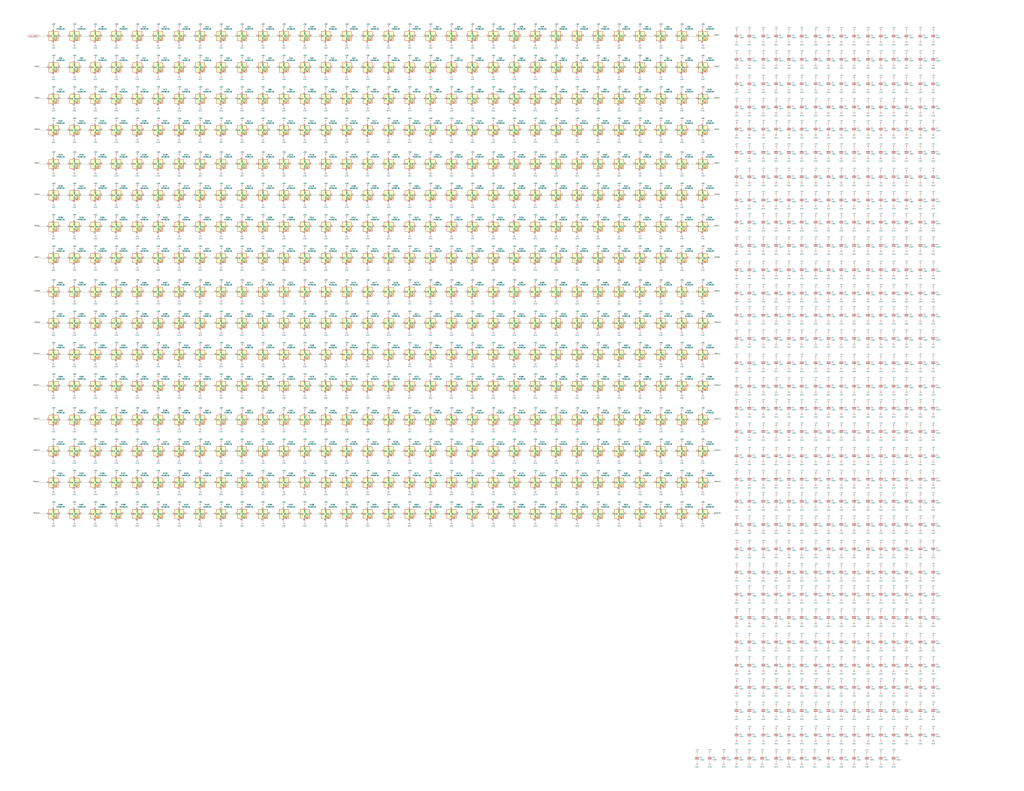
<source format=kicad_sch>
(kicad_sch (version 20230121) (generator eeschema)
  (paper "E")
  (lib_symbols
    (symbol "Device:C" (pin_numbers hide) (pin_names (offset 0.254))
      (property "Reference" "C" (at 0.635 2.54 0))
      (property "Value" "C" (at 0.635 -2.54 0))
      (symbol "C_1_1"
        (pin passive line (at 0 3.81 270) (length 2.794) (name "~") (number "1"))
        (pin passive line (at 0 -3.81 90) (length 2.794) (name "~") (number "2"))
      )
    )
    (symbol "LED:WS2812B" (pin_names (offset 0.254))
      (property "Reference" "D" (at 5.08 5.715 0))
      (property "Value" "WS2812B" (at 1.27 -5.715 0))
      (symbol "WS2812B_0_0"
        (text "RGB" (at 2.286 -4.191 0) (effects (font (size 0.762 0.762))))
      )
      (symbol "WS2812B_1_1"
        (pin power_in line (at 0 7.62 270) (length 2.54) (name "VDD") (number "1"))
        (pin output line (at 7.62 0 180) (length 2.54) (name "DOUT") (number "2"))
        (pin power_in line (at 0 -7.62 90) (length 2.54) (name "VSS") (number "3"))
        (pin input line (at -7.62 0 0) (length 2.54) (name "DIN") (number "4"))
      )
    )
    (symbol "power:+5V" (power) (pin_names (offset 0))
      (property "Value" "+5V" (at 0 3.556 0))
      (symbol "+5V_1_1"
        (pin power_in line (at 0 0 90) (length 0) hide (name "+5V") (number "1"))
      )
    )
    (symbol "power:GND" (power) (pin_names (offset 0))
      (property "Value" "GND" (at 0 -3.81 0))
      (symbol "GND_1_1"
        (pin power_in line (at 0 0 270) (length 0) hide (name "GND") (number "1"))
      )
    )
  )
  (no_connect (at 779.78 561.34))
  (wire (pts (xy 904.24 135.89) (xy 904.24 137.16)))
  (wire (pts (xy 1018.54 527.05) (xy 1018.54 528.32)))
  (wire (pts (xy 149.86 309.88) (xy 149.86 311.15)))
  (wire (pts (xy 847.09 501.65) (xy 847.09 502.92)))
  (wire (pts (xy 294.64 458.47) (xy 302.26 458.47)))
  (wire (pts (xy 408.94 353.06) (xy 416.56 353.06)))
  (wire (pts (xy 767.08 151.13) (xy 767.08 149.86)))
  (wire (pts (xy 961.39 466.09) (xy 961.39 467.36)))
  (wire (pts (xy 767.08 501.65) (xy 767.08 500.38)))
  (wire (pts (xy 287.02 361.95) (xy 287.02 360.68)))
  (wire (pts (xy 975.36 400.05) (xy 975.36 401.32)))
  (wire (pts (xy 946.15 831.85) (xy 946.15 833.12)))
  (wire (pts (xy 918.21 34.29) (xy 918.21 35.56)))
  (wire (pts (xy 989.33 678.18) (xy 989.33 679.45)))
  (wire (pts (xy 1004.57 652.78) (xy 1004.57 654.05)))
  (wire (pts (xy 989.33 628.65) (xy 989.33 629.92)))
  (wire (pts (xy 847.09 754.38) (xy 847.09 755.65)))
  (wire (pts (xy 500.38 39.37) (xy 508 39.37)))
  (wire (pts (xy 515.62 309.88) (xy 515.62 311.15)))
  (wire (pts (xy 833.12 289.56) (xy 833.12 290.83)))
  (wire (pts (xy 918.21 135.89) (xy 918.21 137.16)))
  (wire (pts (xy 1004.57 373.38) (xy 1004.57 374.65)))
  (wire (pts (xy 271.78 213.36) (xy 279.4 213.36)))
  (wire (pts (xy 1018.54 43.18) (xy 1018.54 44.45)))
  (wire (pts (xy 721.36 30.48) (xy 721.36 31.75)))
  (wire (pts (xy 378.46 116.84) (xy 378.46 115.57)))
  (wire (pts (xy 833.12 797.56) (xy 833.12 798.83)))
  (wire (pts (xy 149.86 273.05) (xy 149.86 274.32)))
  (wire (pts (xy 675.64 30.48) (xy 675.64 31.75)))
  (wire (pts (xy 728.98 353.06) (xy 736.6 353.06)))
  (wire (pts (xy 538.48 256.54) (xy 538.48 255.27)))
  (wire (pts (xy 1004.57 603.25) (xy 1004.57 604.52)))
  (wire (pts (xy 584.2 290.83) (xy 584.2 289.56)))
  (wire (pts (xy 932.18 237.49) (xy 932.18 238.76)))
  (wire (pts (xy 584.2 344.17) (xy 584.2 345.44)))
  (wire (pts (xy 58.42 204.47) (xy 58.42 205.74)))
  (wire (pts (xy 890.27 542.29) (xy 890.27 543.56)))
  (wire (pts (xy 817.88 594.36) (xy 817.88 595.63)))
  (wire (pts (xy 728.98 213.36) (xy 736.6 213.36)))
  (wire (pts (xy 149.86 170.18) (xy 149.86 171.45)))
  (wire (pts (xy 591.82 458.47) (xy 599.44 458.47)))
  (wire (pts (xy 847.09 289.56) (xy 847.09 290.83)))
  (wire (pts (xy 751.84 353.06) (xy 759.46 353.06)))
  (wire (pts (xy 378.46 518.16) (xy 378.46 519.43)))
  (wire (pts (xy 408.94 318.77) (xy 416.56 318.77)))
  (wire (pts (xy 947.42 474.98) (xy 947.42 476.25)))
  (wire (pts (xy 66.04 39.37) (xy 73.66 39.37)))
  (wire (pts (xy 875.03 68.58) (xy 875.03 69.85)))
  (wire (pts (xy 561.34 535.94) (xy 561.34 534.67)))
  (wire (pts (xy 607.06 396.24) (xy 607.06 394.97)))
  (wire (pts (xy 378.46 204.47) (xy 378.46 205.74)))
  (wire (pts (xy 195.58 238.76) (xy 195.58 240.03)))
  (wire (pts (xy 947.42 628.65) (xy 947.42 629.92)))
  (wire (pts (xy 81.28 151.13) (xy 81.28 149.86)))
  (wire (pts (xy 546.1 527.05) (xy 553.72 527.05)))
  (wire (pts (xy 127 48.26) (xy 127 46.99)))
  (wire (pts (xy 195.58 467.36) (xy 195.58 466.09)))
  (wire (pts (xy 803.91 120.65) (xy 803.91 121.92)))
  (wire (pts (xy 546.1 458.47) (xy 553.72 458.47)))
  (wire (pts (xy 447.04 170.18) (xy 447.04 171.45)))
  (wire (pts (xy 847.09 576.58) (xy 847.09 577.85)))
  (wire (pts (xy 918.21 43.18) (xy 918.21 44.45)))
  (wire (pts (xy 309.88 48.26) (xy 309.88 46.99)))
  (wire (pts (xy 904.24 425.45) (xy 904.24 426.72)))
  (wire (pts (xy 803.91 619.76) (xy 803.91 621.03)))
  (wire (pts (xy 932.18 619.76) (xy 932.18 621.03)))
  (wire (pts (xy 294.64 561.34) (xy 302.26 561.34)))
  (wire (pts (xy 947.42 754.38) (xy 947.42 755.65)))
  (wire (pts (xy 847.09 628.65) (xy 847.09 629.92)))
  (wire (pts (xy 538.48 204.47) (xy 538.48 205.74)))
  (wire (pts (xy 203.2 458.47) (xy 210.82 458.47)))
  (wire (pts (xy 706.12 107.95) (xy 713.74 107.95)))
  (wire (pts (xy 847.09 196.85) (xy 847.09 198.12)))
  (wire (pts (xy 803.91 400.05) (xy 803.91 401.32)))
  (wire (pts (xy 469.9 518.16) (xy 469.9 519.43)))
  (wire (pts (xy 241.3 378.46) (xy 241.3 379.73)))
  (wire (pts (xy 629.92 222.25) (xy 629.92 220.98)))
  (wire (pts (xy 706.12 458.47) (xy 713.74 458.47)))
  (wire (pts (xy 817.88 170.18) (xy 817.88 171.45)))
  (wire (pts (xy 218.44 309.88) (xy 218.44 311.15)))
  (wire (pts (xy 104.14 238.76) (xy 104.14 240.03)))
  (wire (pts (xy 861.06 440.69) (xy 861.06 441.96)))
  (wire (pts (xy 767.08 290.83) (xy 767.08 289.56)))
  (wire (pts (xy 104.14 430.53) (xy 104.14 429.26)))
  (wire (pts (xy 918.21 237.49) (xy 918.21 238.76)))
  (wire (pts (xy 751.84 318.77) (xy 759.46 318.77)))
  (wire (pts (xy 861.06 314.96) (xy 861.06 316.23)))
  (wire (pts (xy 195.58 64.77) (xy 195.58 66.04)))
  (wire (pts (xy 500.38 213.36) (xy 508 213.36)))
  (wire (pts (xy 831.85 831.85) (xy 831.85 833.12)))
  (wire (pts (xy 401.32 501.65) (xy 401.32 500.38)))
  (wire (pts (xy 760.73 831.85) (xy 760.73 833.12)))
  (wire (pts (xy 401.32 273.05) (xy 401.32 274.32)))
  (wire (pts (xy 675.64 82.55) (xy 675.64 81.28)))
  (wire (pts (xy 538.48 273.05) (xy 538.48 274.32)))
  (wire (pts (xy 817.88 449.58) (xy 817.88 450.85)))
  (wire (pts (xy 698.5 467.36) (xy 698.5 466.09)))
  (wire (pts (xy 515.62 222.25) (xy 515.62 220.98)))
  (wire (pts (xy 157.48 107.95) (xy 165.1 107.95)))
  (wire (pts (xy 675.64 535.94) (xy 675.64 534.67)))
  (wire (pts (xy 652.78 82.55) (xy 652.78 81.28)))
  (wire (pts (xy 500.38 281.94) (xy 508 281.94)))
  (wire (pts (xy 584.2 535.94) (xy 584.2 534.67)))
  (wire (pts (xy 355.6 309.88) (xy 355.6 311.15)))
  (wire (pts (xy 218.44 64.77) (xy 218.44 66.04)))
  (wire (pts (xy 975.36 440.69) (xy 975.36 441.96)))
  (wire (pts (xy 104.14 64.77) (xy 104.14 66.04)))
  (wire (pts (xy 241.3 238.76) (xy 241.3 240.03)))
  (wire (pts (xy 264.16 170.18) (xy 264.16 171.45)))
  (wire (pts (xy 847.09 373.38) (xy 847.09 374.65)))
  (wire (pts (xy 287.02 64.77) (xy 287.02 66.04)))
  (wire (pts (xy 378.46 467.36) (xy 378.46 466.09)))
  (wire (pts (xy 378.46 378.46) (xy 378.46 379.73)))
  (wire (pts (xy 469.9 151.13) (xy 469.9 149.86)))
  (wire (pts (xy 492.76 449.58) (xy 492.76 450.85)))
  (wire (pts (xy 918.21 347.98) (xy 918.21 349.25)))
  (wire (pts (xy 890.27 196.85) (xy 890.27 198.12)))
  (wire (pts (xy 386.08 318.77) (xy 393.7 318.77)))
  (wire (pts (xy 111.76 527.05) (xy 119.38 527.05)))
  (wire (pts (xy 817.88 831.85) (xy 817.88 833.12)))
  (wire (pts (xy 568.96 281.94) (xy 576.58 281.94)))
  (wire (pts (xy 918.21 831.85) (xy 918.21 833.12)))
  (wire (pts (xy 817.88 95.25) (xy 817.88 96.52)))
  (wire (pts (xy 875.03 400.05) (xy 875.03 401.32)))
  (wire (pts (xy 1004.57 721.36) (xy 1004.57 722.63)))
  (wire (pts (xy 469.9 204.47) (xy 469.9 205.74)))
  (wire (pts (xy 683.26 107.95) (xy 690.88 107.95)))
  (wire (pts (xy 264.16 518.16) (xy 264.16 519.43)))
  (wire (pts (xy 127 30.48) (xy 127 31.75)))
  (wire (pts (xy 180.34 142.24) (xy 187.96 142.24)))
  (wire (pts (xy 847.09 779.78) (xy 847.09 781.05)))
  (wire (pts (xy 104.14 256.54) (xy 104.14 255.27)))
  (wire (pts (xy 1018.54 314.96) (xy 1018.54 316.23)))
  (wire (pts (xy 847.09 695.96) (xy 847.09 697.23)))
  (wire (pts (xy 607.06 449.58) (xy 607.06 450.85)))
  (wire (pts (xy 875.03 314.96) (xy 875.03 316.23)))
  (wire (pts (xy 918.21 373.38) (xy 918.21 374.65)))
  (wire (pts (xy 104.14 82.55) (xy 104.14 81.28)))
  (wire (pts (xy 355.6 187.96) (xy 355.6 186.69)))
  (wire (pts (xy 287.02 552.45) (xy 287.02 553.72)))
  (wire (pts (xy 180.34 213.36) (xy 187.96 213.36)))
  (wire (pts (xy 947.42 271.78) (xy 947.42 273.05)))
  (wire (pts (xy 890.27 95.25) (xy 890.27 96.52)))
  (wire (pts (xy 340.36 281.94) (xy 347.98 281.94)))
  (wire (pts (xy 607.06 170.18) (xy 607.06 171.45)))
  (wire (pts (xy 309.88 256.54) (xy 309.88 255.27)))
  (wire (pts (xy 378.46 344.17) (xy 378.46 345.44)))
  (wire (pts (xy 683.26 561.34) (xy 690.88 561.34)))
  (wire (pts (xy 386.08 458.47) (xy 393.7 458.47)))
  (wire (pts (xy 454.66 73.66) (xy 462.28 73.66)))
  (wire (pts (xy 607.06 273.05) (xy 607.06 274.32)))
  (wire (pts (xy 817.88 643.89) (xy 817.88 645.16)))
  (wire (pts (xy 833.12 576.58) (xy 833.12 577.85)))
  (wire (pts (xy 904.24 779.78) (xy 904.24 781.05)))
  (wire (pts (xy 932.18 111.76) (xy 932.18 113.03)))
  (wire (pts (xy 975.36 68.58) (xy 975.36 69.85)))
  (wire (pts (xy 904.24 518.16) (xy 904.24 519.43)))
  (wire (pts (xy 1004.57 400.05) (xy 1004.57 401.32)))
  (wire (pts (xy 1018.54 695.96) (xy 1018.54 697.23)))
  (wire (pts (xy 492.76 396.24) (xy 492.76 394.97)))
  (wire (pts (xy 803.91 289.56) (xy 803.91 290.83)))
  (wire (pts (xy 1004.57 425.45) (xy 1004.57 426.72)))
  (wire (pts (xy 218.44 344.17) (xy 218.44 345.44)))
  (wire (pts (xy 584.2 483.87) (xy 584.2 485.14)))
  (wire (pts (xy 172.72 344.17) (xy 172.72 345.44)))
  (wire (pts (xy 58.42 116.84) (xy 58.42 115.57)))
  (wire (pts (xy 355.6 151.13) (xy 355.6 149.86)))
  (wire (pts (xy 875.03 144.78) (xy 875.03 146.05)))
  (wire (pts (xy 744.22 64.77) (xy 744.22 66.04)))
  (wire (pts (xy 66.04 213.36) (xy 73.66 213.36)))
  (wire (pts (xy 875.03 187.96) (xy 875.03 189.23)))
  (wire (pts (xy 932.18 271.78) (xy 932.18 273.05)))
  (wire (pts (xy 890.27 391.16) (xy 890.27 392.43)))
  (wire (pts (xy 500.38 107.95) (xy 508 107.95)))
  (wire (pts (xy 584.2 396.24) (xy 584.2 394.97)))
  (wire (pts (xy 989.33 213.36) (xy 989.33 214.63)))
  (wire (pts (xy 833.12 567.69) (xy 833.12 568.96)))
  (wire (pts (xy 515.62 170.18) (xy 515.62 171.45)))
  (wire (pts (xy 149.86 204.47) (xy 149.86 205.74)))
  (wire (pts (xy 1004.57 492.76) (xy 1004.57 494.03)))
  (wire (pts (xy 157.48 492.76) (xy 165.1 492.76)))
  (wire (pts (xy 861.06 551.18) (xy 861.06 552.45)))
  (wire (pts (xy 932.18 373.38) (xy 932.18 374.65)))
  (wire (pts (xy 861.06 400.05) (xy 861.06 401.32)))
  (wire (pts (xy 861.06 678.18) (xy 861.06 679.45)))
  (wire (pts (xy 975.36 704.85) (xy 975.36 706.12)))
  (wire (pts (xy 961.39 678.18) (xy 961.39 679.45)))
  (wire (pts (xy 1004.57 518.16) (xy 1004.57 519.43)))
  (wire (pts (xy 515.62 467.36) (xy 515.62 466.09)))
  (wire (pts (xy 961.39 111.76) (xy 961.39 113.03)))
  (wire (pts (xy 744.22 412.75) (xy 744.22 414.02)))
  (wire (pts (xy 803.91 603.25) (xy 803.91 604.52)))
  (wire (pts (xy 728.98 142.24) (xy 736.6 142.24)))
  (wire (pts (xy 875.03 669.29) (xy 875.03 670.56)))
  (wire (pts (xy 355.6 48.26) (xy 355.6 46.99)))
  (wire (pts (xy 546.1 492.76) (xy 553.72 492.76)))
  (wire (pts (xy 58.42 412.75) (xy 58.42 414.02)))
  (wire (pts (xy 932.18 643.89) (xy 932.18 645.16)))
  (wire (pts (xy 817.88 161.29) (xy 817.88 162.56)))
  (wire (pts (xy 918.21 425.45) (xy 918.21 426.72)))
  (wire (pts (xy 81.28 170.18) (xy 81.28 171.45)))
  (wire (pts (xy 340.36 179.07) (xy 347.98 179.07)))
  (wire (pts (xy 947.42 551.18) (xy 947.42 552.45)))
  (wire (pts (xy 774.7 107.95) (xy 779.78 107.95)))
  (wire (pts (xy 172.72 396.24) (xy 172.72 394.97)))
  (wire (pts (xy 584.2 518.16) (xy 584.2 519.43)))
  (wire (pts (xy 226.06 213.36) (xy 233.68 213.36)))
  (wire (pts (xy 744.22 116.84) (xy 744.22 115.57)))
  (wire (pts (xy 932.18 144.78) (xy 932.18 146.05)))
  (wire (pts (xy 947.42 770.89) (xy 947.42 772.16)))
  (wire (pts (xy 607.06 133.35) (xy 607.06 134.62)))
  (wire (pts (xy 744.22 467.36) (xy 744.22 466.09)))
  (wire (pts (xy 847.09 347.98) (xy 847.09 349.25)))
  (wire (pts (xy 500.38 247.65) (xy 508 247.65)))
  (wire (pts (xy 683.26 387.35) (xy 690.88 387.35)))
  (wire (pts (xy 584.2 170.18) (xy 584.2 171.45)))
  (wire (pts (xy 721.36 501.65) (xy 721.36 500.38)))
  (wire (pts (xy 332.74 204.47) (xy 332.74 205.74)))
  (wire (pts (xy 584.2 570.23) (xy 584.2 568.96)))
  (wire (pts (xy 918.21 364.49) (xy 918.21 365.76)))
  (wire (pts (xy 355.6 273.05) (xy 355.6 274.32)))
  (wire (pts (xy 340.36 247.65) (xy 347.98 247.65)))
  (wire (pts (xy 614.68 458.47) (xy 622.3 458.47)))
  (wire (pts (xy 355.6 82.55) (xy 355.6 81.28)))
  (wire (pts (xy 817.88 576.58) (xy 817.88 577.85)))
  (wire (pts (xy 675.64 133.35) (xy 675.64 134.62)))
  (wire (pts (xy 81.28 344.17) (xy 81.28 345.44)))
  (wire (pts (xy 989.33 135.89) (xy 989.33 137.16)))
  (wire (pts (xy 947.42 170.18) (xy 947.42 171.45)))
  (wire (pts (xy 66.04 73.66) (xy 73.66 73.66)))
  (wire (pts (xy 675.64 187.96) (xy 675.64 186.69)))
  (wire (pts (xy 309.88 570.23) (xy 309.88 568.96)))
  (wire (pts (xy 386.08 353.06) (xy 393.7 353.06)))
  (wire (pts (xy 975.36 643.89) (xy 975.36 645.16)))
  (wire (pts (xy 861.06 806.45) (xy 861.06 807.72)))
  (wire (pts (xy 226.06 421.64) (xy 233.68 421.64)))
  (wire (pts (xy 817.88 628.65) (xy 817.88 629.92)))
  (wire (pts (xy 195.58 133.35) (xy 195.58 134.62)))
  (wire (pts (xy 58.42 501.65) (xy 58.42 500.38)))
  (wire (pts (xy 43.18 353.06) (xy 50.8 353.06)))
  (wire (pts (xy 264.16 396.24) (xy 264.16 394.97)))
  (wire (pts (xy 767.08 48.26) (xy 767.08 46.99)))
  (wire (pts (xy 861.06 594.36) (xy 861.06 595.63)))
  (wire (pts (xy 111.76 387.35) (xy 119.38 387.35)))
  (wire (pts (xy 890.27 518.16) (xy 890.27 519.43)))
  (wire (pts (xy 817.88 730.25) (xy 817.88 731.52)))
  (wire (pts (xy 477.52 213.36) (xy 485.14 213.36)))
  (wire (pts (xy 127 483.87) (xy 127 485.14)))
  (wire (pts (xy 81.28 256.54) (xy 81.28 255.27)))
  (wire (pts (xy 447.04 204.47) (xy 447.04 205.74)))
  (wire (pts (xy 431.8 527.05) (xy 439.42 527.05)))
  (wire (pts (xy 817.88 400.05) (xy 817.88 401.32)))
  (wire (pts (xy 637.54 179.07) (xy 645.16 179.07)))
  (wire (pts (xy 561.34 116.84) (xy 561.34 115.57)))
  (wire (pts (xy 58.42 552.45) (xy 58.42 553.72)))
  (wire (pts (xy 195.58 449.58) (xy 195.58 450.85)))
  (wire (pts (xy 492.76 222.25) (xy 492.76 220.98)))
  (wire (pts (xy 1004.57 806.45) (xy 1004.57 807.72)))
  (wire (pts (xy 629.92 467.36) (xy 629.92 466.09)))
  (wire (pts (xy 469.9 483.87) (xy 469.9 485.14)))
  (wire (pts (xy 180.34 318.77) (xy 187.96 318.77)))
  (wire (pts (xy 355.6 483.87) (xy 355.6 485.14)))
  (wire (pts (xy 904.24 246.38) (xy 904.24 247.65)))
  (wire (pts (xy 698.5 99.06) (xy 698.5 100.33)))
  (wire (pts (xy 904.24 347.98) (xy 904.24 349.25)))
  (wire (pts (xy 218.44 170.18) (xy 218.44 171.45)))
  (wire (pts (xy 675.64 518.16) (xy 675.64 519.43)))
  (wire (pts (xy 492.76 483.87) (xy 492.76 485.14)))
  (wire (pts (xy 180.34 561.34) (xy 187.96 561.34)))
  (wire (pts (xy 847.09 262.89) (xy 847.09 264.16)))
  (wire (pts (xy 817.88 669.29) (xy 817.88 670.56)))
  (wire (pts (xy 378.46 82.55) (xy 378.46 81.28)))
  (wire (pts (xy 180.34 73.66) (xy 187.96 73.66)))
  (wire (pts (xy 975.36 314.96) (xy 975.36 316.23)))
  (wire (pts (xy 817.88 551.18) (xy 817.88 552.45)))
  (wire (pts (xy 918.21 391.16) (xy 918.21 392.43)))
  (wire (pts (xy 817.88 806.45) (xy 817.88 807.72)))
  (wire (pts (xy 386.08 142.24) (xy 393.7 142.24)))
  (wire (pts (xy 424.18 116.84) (xy 424.18 115.57)))
  (wire (pts (xy 58.42 151.13) (xy 58.42 149.86)))
  (wire (pts (xy 1018.54 492.76) (xy 1018.54 494.03)))
  (wire (pts (xy 698.5 396.24) (xy 698.5 394.97)))
  (wire (pts (xy 683.26 421.64) (xy 690.88 421.64)))
  (wire (pts (xy 721.36 64.77) (xy 721.36 66.04)))
  (wire (pts (xy 134.62 142.24) (xy 142.24 142.24)))
  (wire (pts (xy 875.03 34.29) (xy 875.03 35.56)))
  (wire (pts (xy 264.16 290.83) (xy 264.16 289.56)))
  (wire (pts (xy 591.82 39.37) (xy 599.44 39.37)))
  (wire (pts (xy 1004.57 754.38) (xy 1004.57 755.65)))
  (wire (pts (xy 287.02 99.06) (xy 287.02 100.33)))
  (wire (pts (xy 803.91 86.36) (xy 803.91 87.63)))
  (wire (pts (xy 492.76 170.18) (xy 492.76 171.45)))
  (wire (pts (xy 767.08 309.88) (xy 767.08 311.15)))
  (wire (pts (xy 515.62 449.58) (xy 515.62 450.85)))
  (wire (pts (xy 861.06 213.36) (xy 861.06 214.63)))
  (wire (pts (xy 875.03 594.36) (xy 875.03 595.63)))
  (wire (pts (xy 538.48 361.95) (xy 538.48 360.68)))
  (wire (pts (xy 932.18 425.45) (xy 932.18 426.72)))
  (wire (pts (xy 538.48 501.65) (xy 538.48 500.38)))
  (wire (pts (xy 751.84 492.76) (xy 759.46 492.76)))
  (wire (pts (xy 66.04 421.64) (xy 73.66 421.64)))
  (wire (pts (xy 675.64 273.05) (xy 675.64 274.32)))
  (wire (pts (xy 833.12 135.89) (xy 833.12 137.16)))
  (wire (pts (xy 698.5 327.66) (xy 698.5 326.39)))
  (wire (pts (xy 660.4 142.24) (xy 668.02 142.24)))
  (wire (pts (xy 561.34 396.24) (xy 561.34 394.97)))
  (wire (pts (xy 477.52 561.34) (xy 485.14 561.34)))
  (wire (pts (xy 127 116.84) (xy 127 115.57)))
  (wire (pts (xy 1018.54 567.69) (xy 1018.54 568.96)))
  (wire (pts (xy 386.08 179.07) (xy 393.7 179.07)))
  (wire (pts (xy 660.4 281.94) (xy 668.02 281.94)))
  (wire (pts (xy 932.18 262.89) (xy 932.18 264.16)))
  (wire (pts (xy 538.48 222.25) (xy 538.48 220.98)))
  (wire (pts (xy 591.82 492.76) (xy 599.44 492.76)))
  (wire (pts (xy 890.27 68.58) (xy 890.27 69.85)))
  (wire (pts (xy 817.88 373.38) (xy 817.88 374.65)))
  (wire (pts (xy 538.48 518.16) (xy 538.48 519.43)))
  (wire (pts (xy 538.48 483.87) (xy 538.48 485.14)))
  (wire (pts (xy 961.39 695.96) (xy 961.39 697.23)))
  (wire (pts (xy 492.76 48.26) (xy 492.76 46.99)))
  (wire (pts (xy 774.7 527.05) (xy 779.78 527.05)))
  (wire (pts (xy 1004.57 246.38) (xy 1004.57 247.65)))
  (wire (pts (xy 447.04 449.58) (xy 447.04 450.85)))
  (wire (pts (xy 515.62 151.13) (xy 515.62 149.86)))
  (wire (pts (xy 767.08 518.16) (xy 767.08 519.43)))
  (wire (pts (xy 947.42 213.36) (xy 947.42 214.63)))
  (wire (pts (xy 946.15 822.96) (xy 946.15 824.23)))
  (wire (pts (xy 469.9 48.26) (xy 469.9 46.99)))
  (wire (pts (xy 833.12 501.65) (xy 833.12 502.92)))
  (wire (pts (xy 861.06 34.29) (xy 861.06 35.56)))
  (wire (pts (xy 294.64 179.07) (xy 302.26 179.07)))
  (wire (pts (xy 363.22 213.36) (xy 370.84 213.36)))
  (wire (pts (xy 401.32 344.17) (xy 401.32 345.44)))
  (wire (pts (xy 675.64 238.76) (xy 675.64 240.03)))
  (wire (pts (xy 363.22 107.95) (xy 370.84 107.95)))
  (wire (pts (xy 172.72 309.88) (xy 172.72 311.15)))
  (wire (pts (xy 271.78 421.64) (xy 279.4 421.64)))
  (wire (pts (xy 817.88 474.98) (xy 817.88 476.25)))
  (wire (pts (xy 861.06 196.85) (xy 861.06 198.12)))
  (wire (pts (xy 515.62 327.66) (xy 515.62 326.39)))
  (wire (pts (xy 989.33 527.05) (xy 989.33 528.32)))
  (wire (pts (xy 500.38 387.35) (xy 508 387.35)))
  (wire (pts (xy 861.06 822.96) (xy 861.06 824.23)))
  (wire (pts (xy 847.09 391.16) (xy 847.09 392.43)))
  (wire (pts (xy 81.28 552.45) (xy 81.28 553.72)))
  (wire (pts (xy 817.88 144.78) (xy 817.88 146.05)))
  (wire (pts (xy 127 535.94) (xy 127 534.67)))
  (wire (pts (xy 961.39 298.45) (xy 961.39 299.72)))
  (wire (pts (xy 172.72 170.18) (xy 172.72 171.45)))
  (wire (pts (xy 918.21 745.49) (xy 918.21 746.76)))
  (wire (pts (xy 492.76 309.88) (xy 492.76 311.15)))
  (wire (pts (xy 803.91 373.38) (xy 803.91 374.65)))
  (wire (pts (xy 961.39 222.25) (xy 961.39 223.52)))
  (wire (pts (xy 890.27 474.98) (xy 890.27 476.25)))
  (wire (pts (xy 1018.54 339.09) (xy 1018.54 340.36)))
  (wire (pts (xy 803.91 542.29) (xy 803.91 543.56)))
  (wire (pts (xy 904.24 797.56) (xy 904.24 798.83)))
  (wire (pts (xy 538.48 552.45) (xy 538.48 553.72)))
  (wire (pts (xy 875.03 643.89) (xy 875.03 645.16)))
  (wire (pts (xy 386.08 73.66) (xy 393.7 73.66)))
  (wire (pts (xy 744.22 30.48) (xy 744.22 31.75)))
  (wire (pts (xy 975.36 364.49) (xy 975.36 365.76)))
  (wire (pts (xy 847.09 603.25) (xy 847.09 604.52)))
  (wire (pts (xy 904.24 770.89) (xy 904.24 772.16)))
  (wire (pts (xy 932.18 246.38) (xy 932.18 247.65)))
  (wire (pts (xy 58.42 256.54) (xy 58.42 255.27)))
  (wire (pts (xy 947.42 144.78) (xy 947.42 146.05)))
  (wire (pts (xy 287.02 344.17) (xy 287.02 345.44)))
  (wire (pts (xy 861.06 425.45) (xy 861.06 426.72)))
  (wire (pts (xy 803.91 339.09) (xy 803.91 340.36)))
  (wire (pts (xy 706.12 421.64) (xy 713.74 421.64)))
  (wire (pts (xy 803.91 135.89) (xy 803.91 137.16)))
  (wire (pts (xy 975.36 797.56) (xy 975.36 798.83)))
  (wire (pts (xy 861.06 770.89) (xy 861.06 772.16)))
  (wire (pts (xy 861.06 289.56) (xy 861.06 290.83)))
  (wire (pts (xy 890.27 262.89) (xy 890.27 264.16)))
  (wire (pts (xy 767.08 449.58) (xy 767.08 450.85)))
  (wire (pts (xy 355.6 361.95) (xy 355.6 360.68)))
  (wire (pts (xy 989.33 170.18) (xy 989.33 171.45)))
  (wire (pts (xy 477.52 527.05) (xy 485.14 527.05)))
  (wire (pts (xy 104.14 449.58) (xy 104.14 450.85)))
  (wire (pts (xy 149.86 187.96) (xy 149.86 186.69)))
  (wire (pts (xy 833.12 400.05) (xy 833.12 401.32)))
  (wire (pts (xy 803.91 34.29) (xy 803.91 35.56)))
  (wire (pts (xy 875.03 831.85) (xy 875.03 833.12)))
  (wire (pts (xy 889 822.96) (xy 889 824.23)))
  (wire (pts (xy 492.76 256.54) (xy 492.76 255.27)))
  (wire (pts (xy 629.92 187.96) (xy 629.92 186.69)))
  (wire (pts (xy 989.33 770.89) (xy 989.33 772.16)))
  (wire (pts (xy 675.64 467.36) (xy 675.64 466.09)))
  (wire (pts (xy 629.92 290.83) (xy 629.92 289.56)))
  (wire (pts (xy 424.18 430.53) (xy 424.18 429.26)))
  (wire (pts (xy 241.3 361.95) (xy 241.3 360.68)))
  (wire (pts (xy 817.88 440.69) (xy 817.88 441.96)))
  (wire (pts (xy 43.18 107.95) (xy 50.8 107.95)))
  (wire (pts (xy 469.9 378.46) (xy 469.9 379.73)))
  (wire (pts (xy 134.62 39.37) (xy 142.24 39.37)))
  (wire (pts (xy 309.88 204.47) (xy 309.88 205.74)))
  (wire (pts (xy 629.92 535.94) (xy 629.92 534.67)))
  (wire (pts (xy 218.44 449.58) (xy 218.44 450.85)))
  (wire (pts (xy 875.03 721.36) (xy 875.03 722.63)))
  (wire (pts (xy 134.62 318.77) (xy 142.24 318.77)))
  (wire (pts (xy 317.5 561.34) (xy 325.12 561.34)))
  (wire (pts (xy 157.48 561.34) (xy 165.1 561.34)))
  (wire (pts (xy 81.28 133.35) (xy 81.28 134.62)))
  (wire (pts (xy 637.54 561.34) (xy 645.16 561.34)))
  (wire (pts (xy 332.74 449.58) (xy 332.74 450.85)))
  (wire (pts (xy 386.08 527.05) (xy 393.7 527.05)))
  (wire (pts (xy 218.44 396.24) (xy 218.44 394.97)))
  (wire (pts (xy 698.5 501.65) (xy 698.5 500.38)))
  (wire (pts (xy 875.03 271.78) (xy 875.03 273.05)))
  (wire (pts (xy 629.92 238.76) (xy 629.92 240.03)))
  (wire (pts (xy 477.52 421.64) (xy 485.14 421.64)))
  (wire (pts (xy 833.12 721.36) (xy 833.12 722.63)))
  (wire (pts (xy 961.39 643.89) (xy 961.39 645.16)))
  (wire (pts (xy 932.18 576.58) (xy 932.18 577.85)))
  (wire (pts (xy 332.74 290.83) (xy 332.74 289.56)))
  (wire (pts (xy 760.73 822.96) (xy 760.73 824.23)))
  (wire (pts (xy 652.78 238.76) (xy 652.78 240.03)))
  (wire (pts (xy 58.42 170.18) (xy 58.42 171.45)))
  (wire (pts (xy 203.2 492.76) (xy 210.82 492.76)))
  (wire (pts (xy 751.84 107.95) (xy 759.46 107.95)))
  (wire (pts (xy 241.3 256.54) (xy 241.3 255.27)))
  (wire (pts (xy 890.27 120.65) (xy 890.27 121.92)))
  (wire (pts (xy 817.88 34.29) (xy 817.88 35.56)))
  (wire (pts (xy 149.86 535.94) (xy 149.86 534.67)))
  (wire (pts (xy 149.86 116.84) (xy 149.86 115.57)))
  (wire (pts (xy 492.76 467.36) (xy 492.76 466.09)))
  (wire (pts (xy 1018.54 652.78) (xy 1018.54 654.05)))
  (wire (pts (xy 698.5 535.94) (xy 698.5 534.67)))
  (wire (pts (xy 355.6 222.25) (xy 355.6 220.98)))
  (wire (pts (xy 652.78 327.66) (xy 652.78 326.39)))
  (wire (pts (xy 861.06 542.29) (xy 861.06 543.56)))
  (wire (pts (xy 660.4 353.06) (xy 668.02 353.06)))
  (wire (pts (xy 721.36 570.23) (xy 721.36 568.96)))
  (wire (pts (xy 890.27 449.58) (xy 890.27 450.85)))
  (wire (pts (xy 287.02 133.35) (xy 287.02 134.62)))
  (wire (pts (xy 172.72 518.16) (xy 172.72 519.43)))
  (wire (pts (xy 218.44 501.65) (xy 218.44 500.38)))
  (wire (pts (xy 833.12 425.45) (xy 833.12 426.72)))
  (wire (pts (xy 203.2 281.94) (xy 210.82 281.94)))
  (wire (pts (xy 43.18 281.94) (xy 50.8 281.94)))
  (wire (pts (xy 104.14 361.95) (xy 104.14 360.68)))
  (wire (pts (xy 989.33 594.36) (xy 989.33 595.63)))
  (wire (pts (xy 629.92 449.58) (xy 629.92 450.85)))
  (wire (pts (xy 721.36 535.94) (xy 721.36 534.67)))
  (wire (pts (xy 248.92 318.77) (xy 256.54 318.77)))
  (wire (pts (xy 918.21 262.89) (xy 918.21 264.16)))
  (wire (pts (xy 833.12 59.69) (xy 833.12 60.96)))
  (wire (pts (xy 744.22 378.46) (xy 744.22 379.73)))
  (wire (pts (xy 861.06 323.85) (xy 861.06 325.12)))
  (wire (pts (xy 975.36 831.85) (xy 975.36 833.12)))
  (wire (pts (xy 1018.54 246.38) (xy 1018.54 247.65)))
  (wire (pts (xy 637.54 527.05) (xy 645.16 527.05)))
  (wire (pts (xy 767.08 483.87) (xy 767.08 485.14)))
  (wire (pts (xy 378.46 552.45) (xy 378.46 553.72)))
  (wire (pts (xy 431.8 387.35) (xy 439.42 387.35)))
  (wire (pts (xy 1018.54 59.69) (xy 1018.54 60.96)))
  (wire (pts (xy 43.18 179.07) (xy 50.8 179.07)))
  (wire (pts (xy 932.18 196.85) (xy 932.18 198.12)))
  (wire (pts (xy 947.42 95.25) (xy 947.42 96.52)))
  (wire (pts (xy 629.92 116.84) (xy 629.92 115.57)))
  (wire (pts (xy 218.44 48.26) (xy 218.44 46.99)))
  (wire (pts (xy 447.04 412.75) (xy 447.04 414.02)))
  (wire (pts (xy 875.03 695.96) (xy 875.03 697.23)))
  (wire (pts (xy 134.62 281.94) (xy 142.24 281.94)))
  (wire (pts (xy 317.5 492.76) (xy 325.12 492.76)))
  (wire (pts (xy 660.4 387.35) (xy 668.02 387.35)))
  (wire (pts (xy 88.9 561.34) (xy 96.52 561.34)))
  (wire (pts (xy 584.2 187.96) (xy 584.2 186.69)))
  (wire (pts (xy 614.68 281.94) (xy 622.3 281.94)))
  (wire (pts (xy 947.42 43.18) (xy 947.42 44.45)))
  (wire (pts (xy 875.03 770.89) (xy 875.03 772.16)))
  (wire (pts (xy 904.24 144.78) (xy 904.24 146.05)))
  (wire (pts (xy 401.32 412.75) (xy 401.32 414.02)))
  (wire (pts (xy 989.33 576.58) (xy 989.33 577.85)))
  (wire (pts (xy 88.9 247.65) (xy 96.52 247.65)))
  (wire (pts (xy 492.76 273.05) (xy 492.76 274.32)))
  (wire (pts (xy 149.86 327.66) (xy 149.86 326.39)))
  (wire (pts (xy 918.21 68.58) (xy 918.21 69.85)))
  (wire (pts (xy 833.12 466.09) (xy 833.12 467.36)))
  (wire (pts (xy 241.3 273.05) (xy 241.3 274.32)))
  (wire (pts (xy 424.18 99.06) (xy 424.18 100.33)))
  (wire (pts (xy 614.68 39.37) (xy 622.3 39.37)))
  (wire (pts (xy 875.03 298.45) (xy 875.03 299.72)))
  (wire (pts (xy 875.03 135.89) (xy 875.03 137.16)))
  (wire (pts (xy 1018.54 721.36) (xy 1018.54 722.63)))
  (wire (pts (xy 271.78 458.47) (xy 279.4 458.47)))
  (wire (pts (xy 149.86 133.35) (xy 149.86 134.62)))
  (wire (pts (xy 989.33 542.29) (xy 989.33 543.56)))
  (wire (pts (xy 538.48 535.94) (xy 538.48 534.67)))
  (wire (pts (xy 134.62 492.76) (xy 142.24 492.76)))
  (wire (pts (xy 1018.54 120.65) (xy 1018.54 121.92)))
  (wire (pts (xy 833.12 373.38) (xy 833.12 374.65)))
  (wire (pts (xy 203.2 387.35) (xy 210.82 387.35)))
  (wire (pts (xy 127 82.55) (xy 127 81.28)))
  (wire (pts (xy 875.03 373.38) (xy 875.03 374.65)))
  (wire (pts (xy 264.16 449.58) (xy 264.16 450.85)))
  (wire (pts (xy 500.38 492.76) (xy 508 492.76)))
  (wire (pts (xy 904.24 59.69) (xy 904.24 60.96)))
  (wire (pts (xy 847.09 797.56) (xy 847.09 798.83)))
  (wire (pts (xy 88.9 421.64) (xy 96.52 421.64)))
  (wire (pts (xy 309.88 327.66) (xy 309.88 326.39)))
  (wire (pts (xy 584.2 327.66) (xy 584.2 326.39)))
  (wire (pts (xy 172.72 99.06) (xy 172.72 100.33)))
  (wire (pts (xy 961.39 196.85) (xy 961.39 198.12)))
  (wire (pts (xy 817.88 391.16) (xy 817.88 392.43)))
  (wire (pts (xy 817.88 770.89) (xy 817.88 772.16)))
  (wire (pts (xy 767.08 238.76) (xy 767.08 240.03)))
  (wire (pts (xy 721.36 116.84) (xy 721.36 115.57)))
  (wire (pts (xy 861.06 246.38) (xy 861.06 247.65)))
  (wire (pts (xy 203.2 318.77) (xy 210.82 318.77)))
  (wire (pts (xy 241.3 204.47) (xy 241.3 205.74)))
  (wire (pts (xy 721.36 518.16) (xy 721.36 519.43)))
  (wire (pts (xy 683.26 458.47) (xy 690.88 458.47)))
  (wire (pts (xy 241.3 327.66) (xy 241.3 326.39)))
  (wire (pts (xy 660.4 213.36) (xy 668.02 213.36)))
  (wire (pts (xy 947.42 643.89) (xy 947.42 645.16)))
  (wire (pts (xy 767.08 170.18) (xy 767.08 171.45)))
  (wire (pts (xy 226.06 527.05) (xy 233.68 527.05)))
  (wire (pts (xy 515.62 570.23) (xy 515.62 568.96)))
  (wire (pts (xy 721.36 48.26) (xy 721.36 46.99)))
  (wire (pts (xy 961.39 492.76) (xy 961.39 494.03)))
  (wire (pts (xy 833.12 449.58) (xy 833.12 450.85)))
  (wire (pts (xy 363.22 387.35) (xy 370.84 387.35)))
  (wire (pts (xy 975.36 170.18) (xy 975.36 171.45)))
  (wire (pts (xy 904.24 542.29) (xy 904.24 543.56)))
  (wire (pts (xy 378.46 48.26) (xy 378.46 46.99)))
  (wire (pts (xy 652.78 309.88) (xy 652.78 311.15)))
  (wire (pts (xy 492.76 327.66) (xy 492.76 326.39)))
  (wire (pts (xy 675.64 204.47) (xy 675.64 205.74)))
  (wire (pts (xy 607.06 552.45) (xy 607.06 553.72)))
  (wire (pts (xy 515.62 396.24) (xy 515.62 394.97)))
  (wire (pts (xy 989.33 730.25) (xy 989.33 731.52)))
  (wire (pts (xy 847.09 246.38) (xy 847.09 247.65)))
  (wire (pts (xy 264.16 151.13) (xy 264.16 149.86)))
  (wire (pts (xy 248.92 421.64) (xy 256.54 421.64)))
  (wire (pts (xy 767.08 273.05) (xy 767.08 274.32)))
  (wire (pts (xy 975.36 492.76) (xy 975.36 494.03)))
  (wire (pts (xy 875.03 542.29) (xy 875.03 543.56)))
  (wire (pts (xy 961.39 347.98) (xy 961.39 349.25)))
  (wire (pts (xy 271.78 73.66) (xy 279.4 73.66)))
  (wire (pts (xy 932.18 161.29) (xy 932.18 162.56)))
  (wire (pts (xy 803.91 770.89) (xy 803.91 772.16)))
  (wire (pts (xy 195.58 273.05) (xy 195.58 274.32)))
  (wire (pts (xy 1004.57 449.58) (xy 1004.57 450.85)))
  (wire (pts (xy 88.9 458.47) (xy 96.52 458.47)))
  (wire (pts (xy 111.76 73.66) (xy 119.38 73.66)))
  (wire (pts (xy 989.33 373.38) (xy 989.33 374.65)))
  (wire (pts (xy 1004.57 196.85) (xy 1004.57 198.12)))
  (wire (pts (xy 947.42 135.89) (xy 947.42 137.16)))
  (wire (pts (xy 767.08 133.35) (xy 767.08 134.62)))
  (wire (pts (xy 127 222.25) (xy 127 220.98)))
  (wire (pts (xy 332.74 273.05) (xy 332.74 274.32)))
  (wire (pts (xy 408.94 387.35) (xy 416.56 387.35)))
  (wire (pts (xy 149.86 361.95) (xy 149.86 360.68)))
  (wire (pts (xy 271.78 281.94) (xy 279.4 281.94)))
  (wire (pts (xy 500.38 458.47) (xy 508 458.47)))
  (wire (pts (xy 500.38 561.34) (xy 508 561.34)))
  (wire (pts (xy 1018.54 754.38) (xy 1018.54 755.65)))
  (wire (pts (xy 561.34 290.83) (xy 561.34 289.56)))
  (wire (pts (xy 81.28 501.65) (xy 81.28 500.38)))
  (wire (pts (xy 890.27 527.05) (xy 890.27 528.32)))
  (wire (pts (xy 803.91 501.65) (xy 803.91 502.92)))
  (wire (pts (xy 469.9 344.17) (xy 469.9 345.44)))
  (wire (pts (xy 104.14 535.94) (xy 104.14 534.67)))
  (wire (pts (xy 195.58 378.46) (xy 195.58 379.73)))
  (wire (pts (xy 614.68 213.36) (xy 622.3 213.36)))
  (wire (pts (xy 875.03 440.69) (xy 875.03 441.96)))
  (wire (pts (xy 875.03 196.85) (xy 875.03 198.12)))
  (wire (pts (xy 614.68 179.07) (xy 622.3 179.07)))
  (wire (pts (xy 317.5 387.35) (xy 325.12 387.35)))
  (wire (pts (xy 149.86 64.77) (xy 149.86 66.04)))
  (wire (pts (xy 424.18 30.48) (xy 424.18 31.75)))
  (wire (pts (xy 932.18 339.09) (xy 932.18 340.36)))
  (wire (pts (xy 961.39 135.89) (xy 961.39 137.16)))
  (wire (pts (xy 947.42 400.05) (xy 947.42 401.32)))
  (wire (pts (xy 424.18 483.87) (xy 424.18 485.14)))
  (wire (pts (xy 1018.54 135.89) (xy 1018.54 137.16)))
  (wire (pts (xy 675.64 430.53) (xy 675.64 429.26)))
  (wire (pts (xy 947.42 425.45) (xy 947.42 426.72)))
  (wire (pts (xy 134.62 387.35) (xy 142.24 387.35)))
  (wire (pts (xy 803.91 797.56) (xy 803.91 798.83)))
  (wire (pts (xy 241.3 82.55) (xy 241.3 81.28)))
  (wire (pts (xy 947.42 86.36) (xy 947.42 87.63)))
  (wire (pts (xy 961.39 95.25) (xy 961.39 96.52)))
  (wire (pts (xy 401.32 449.58) (xy 401.32 450.85)))
  (wire (pts (xy 386.08 39.37) (xy 393.7 39.37)))
  (wire (pts (xy 629.92 64.77) (xy 629.92 66.04)))
  (wire (pts (xy 660.4 421.64) (xy 668.02 421.64)))
  (wire (pts (xy 431.8 561.34) (xy 439.42 561.34)))
  (wire (pts (xy 614.68 492.76) (xy 622.3 492.76)))
  (wire (pts (xy 890.27 111.76) (xy 890.27 113.03)))
  (wire (pts (xy 918.21 628.65) (xy 918.21 629.92)))
  (wire (pts (xy 317.5 213.36) (xy 325.12 213.36)))
  (wire (pts (xy 890.27 501.65) (xy 890.27 502.92)))
  (wire (pts (xy 469.9 273.05) (xy 469.9 274.32)))
  (wire (pts (xy 332.74 396.24) (xy 332.74 394.97)))
  (wire (pts (xy 218.44 430.53) (xy 218.44 429.26)))
  (wire (pts (xy 111.76 39.37) (xy 119.38 39.37)))
  (wire (pts (xy 538.48 187.96) (xy 538.48 186.69)))
  (wire (pts (xy 932.18 68.58) (xy 932.18 69.85)))
  (wire (pts (xy 203.2 107.95) (xy 210.82 107.95)))
  (wire (pts (xy 515.62 552.45) (xy 515.62 553.72)))
  (wire (pts (xy 492.76 204.47) (xy 492.76 205.74)))
  (wire (pts (xy 88.9 142.24) (xy 96.52 142.24)))
  (wire (pts (xy 861.06 576.58) (xy 861.06 577.85)))
  (wire (pts (xy 774.7 73.66) (xy 779.78 73.66)))
  (wire (pts (xy 431.8 73.66) (xy 439.42 73.66)))
  (wire (pts (xy 875.03 364.49) (xy 875.03 365.76)))
  (wire (pts (xy 861.06 603.25) (xy 861.06 604.52)))
  (wire (pts (xy 172.72 64.77) (xy 172.72 66.04)))
  (wire (pts (xy 401.32 99.06) (xy 401.32 100.33)))
  (wire (pts (xy 847.09 678.18) (xy 847.09 679.45)))
  (wire (pts (xy 975.36 730.25) (xy 975.36 731.52)))
  (wire (pts (xy 561.34 467.36) (xy 561.34 466.09)))
  (wire (pts (xy 875.03 213.36) (xy 875.03 214.63)))
  (wire (pts (xy 652.78 430.53) (xy 652.78 429.26)))
  (wire (pts (xy 833.12 542.29) (xy 833.12 543.56)))
  (wire (pts (xy 728.98 281.94) (xy 736.6 281.94)))
  (wire (pts (xy 218.44 467.36) (xy 218.44 466.09)))
  (wire (pts (xy 546.1 353.06) (xy 553.72 353.06)))
  (wire (pts (xy 195.58 290.83) (xy 195.58 289.56)))
  (wire (pts (xy 847.09 237.49) (xy 847.09 238.76)))
  (wire (pts (xy 975.36 754.38) (xy 975.36 755.65)))
  (wire (pts (xy 149.86 30.48) (xy 149.86 31.75)))
  (wire (pts (xy 890.27 745.49) (xy 890.27 746.76)))
  (wire (pts (xy 180.34 458.47) (xy 187.96 458.47)))
  (wire (pts (xy 675.64 151.13) (xy 675.64 149.86)))
  (wire (pts (xy 947.42 806.45) (xy 947.42 807.72)))
  (wire (pts (xy 134.62 527.05) (xy 142.24 527.05)))
  (wire (pts (xy 904.24 449.58) (xy 904.24 450.85)))
  (wire (pts (xy 523.24 179.07) (xy 530.86 179.07)))
  (wire (pts (xy 88.9 527.05) (xy 96.52 527.05)))
  (wire (pts (xy 890.27 364.49) (xy 890.27 365.76)))
  (wire (pts (xy 332.74 344.17) (xy 332.74 345.44)))
  (wire (pts (xy 218.44 99.06) (xy 218.44 100.33)))
  (wire (pts (xy 629.92 48.26) (xy 629.92 46.99)))
  (wire (pts (xy 447.04 30.48) (xy 447.04 31.75)))
  (wire (pts (xy 568.96 527.05) (xy 576.58 527.05)))
  (wire (pts (xy 264.16 327.66) (xy 264.16 326.39)))
  (wire (pts (xy 104.14 222.25) (xy 104.14 220.98)))
  (wire (pts (xy 918.21 669.29) (xy 918.21 670.56)))
  (wire (pts (xy 989.33 222.25) (xy 989.33 223.52)))
  (wire (pts (xy 195.58 48.26) (xy 195.58 46.99)))
  (wire (pts (xy 833.12 187.96) (xy 833.12 189.23)))
  (wire (pts (xy 961.39 68.58) (xy 961.39 69.85)))
  (wire (pts (xy 309.88 449.58) (xy 309.88 450.85)))
  (wire (pts (xy 861.06 721.36) (xy 861.06 722.63)))
  (wire (pts (xy 803.91 806.45) (xy 803.91 807.72)))
  (wire (pts (xy 1018.54 323.85) (xy 1018.54 325.12)))
  (wire (pts (xy 58.42 222.25) (xy 58.42 220.98)))
  (wire (pts (xy 961.39 628.65) (xy 961.39 629.92)))
  (wire (pts (xy 918.21 95.25) (xy 918.21 96.52)))
  (wire (pts (xy 861.06 619.76) (xy 861.06 621.03)))
  (wire (pts (xy 817.88 314.96) (xy 817.88 316.23)))
  (wire (pts (xy 947.42 527.05) (xy 947.42 528.32)))
  (wire (pts (xy 447.04 327.66) (xy 447.04 326.39)))
  (wire (pts (xy 492.76 116.84) (xy 492.76 115.57)))
  (wire (pts (xy 744.22 273.05) (xy 744.22 274.32)))
  (wire (pts (xy 675.64 309.88) (xy 675.64 311.15)))
  (wire (pts (xy 833.12 594.36) (xy 833.12 595.63)))
  (wire (pts (xy 932.18 822.96) (xy 932.18 824.23)))
  (wire (pts (xy 1004.57 135.89) (xy 1004.57 137.16)))
  (wire (pts (xy 728.98 458.47) (xy 736.6 458.47)))
  (wire (pts (xy 861.06 449.58) (xy 861.06 450.85)))
  (wire (pts (xy 861.06 466.09) (xy 861.06 467.36)))
  (wire (pts (xy 172.72 222.25) (xy 172.72 220.98)))
  (wire (pts (xy 287.02 412.75) (xy 287.02 414.02)))
  (wire (pts (xy 408.94 561.34) (xy 416.56 561.34)))
  (wire (pts (xy 861.06 262.89) (xy 861.06 264.16)))
  (wire (pts (xy 58.42 309.88) (xy 58.42 311.15)))
  (wire (pts (xy 683.26 247.65) (xy 690.88 247.65)))
  (wire (pts (xy 652.78 361.95) (xy 652.78 360.68)))
  (wire (pts (xy 294.64 247.65) (xy 302.26 247.65)))
  (wire (pts (xy 847.09 721.36) (xy 847.09 722.63)))
  (wire (pts (xy 218.44 327.66) (xy 218.44 326.39)))
  (wire (pts (xy 698.5 518.16) (xy 698.5 519.43)))
  (wire (pts (xy 890.27 806.45) (xy 890.27 807.72)))
  (wire (pts (xy 629.92 483.87) (xy 629.92 485.14)))
  (wire (pts (xy 614.68 561.34) (xy 622.3 561.34)))
  (wire (pts (xy 698.5 361.95) (xy 698.5 360.68)))
  (wire (pts (xy 264.16 501.65) (xy 264.16 500.38)))
  (wire (pts (xy 989.33 652.78) (xy 989.33 654.05)))
  (wire (pts (xy 989.33 551.18) (xy 989.33 552.45)))
  (wire (pts (xy 767.08 378.46) (xy 767.08 379.73)))
  (wire (pts (xy 172.72 290.83) (xy 172.72 289.56)))
  (wire (pts (xy 904.24 391.16) (xy 904.24 392.43)))
  (wire (pts (xy 401.32 170.18) (xy 401.32 171.45)))
  (wire (pts (xy 1004.57 187.96) (xy 1004.57 189.23)))
  (wire (pts (xy 975.36 518.16) (xy 975.36 519.43)))
  (wire (pts (xy 890.27 59.69) (xy 890.27 60.96)))
  (wire (pts (xy 317.5 247.65) (xy 325.12 247.65)))
  (wire (pts (xy 195.58 116.84) (xy 195.58 115.57)))
  (wire (pts (xy 904.24 111.76) (xy 904.24 113.03)))
  (wire (pts (xy 751.84 527.05) (xy 759.46 527.05)))
  (wire (pts (xy 975.36 779.78) (xy 975.36 781.05)))
  (wire (pts (xy 1004.57 86.36) (xy 1004.57 87.63)))
  (wire (pts (xy 932.18 222.25) (xy 932.18 223.52)))
  (wire (pts (xy 660.4 492.76) (xy 668.02 492.76)))
  (wire (pts (xy 1018.54 518.16) (xy 1018.54 519.43)))
  (wire (pts (xy 817.88 567.69) (xy 817.88 568.96)))
  (wire (pts (xy 652.78 535.94) (xy 652.78 534.67)))
  (wire (pts (xy 172.72 273.05) (xy 172.72 274.32)))
  (wire (pts (xy 890.27 779.78) (xy 890.27 781.05)))
  (wire (pts (xy 861.06 652.78) (xy 861.06 654.05)))
  (wire (pts (xy 861.06 754.38) (xy 861.06 755.65)))
  (wire (pts (xy 918.21 542.29) (xy 918.21 543.56)))
  (wire (pts (xy 947.42 196.85) (xy 947.42 198.12)))
  (wire (pts (xy 241.3 430.53) (xy 241.3 429.26)))
  (wire (pts (xy 523.24 39.37) (xy 530.86 39.37)))
  (wire (pts (xy 1004.57 527.05) (xy 1004.57 528.32)))
  (wire (pts (xy 975.36 373.38) (xy 975.36 374.65)))
  (wire (pts (xy 614.68 318.77) (xy 622.3 318.77)))
  (wire (pts (xy 637.54 458.47) (xy 645.16 458.47)))
  (wire (pts (xy 861.06 628.65) (xy 861.06 629.92)))
  (wire (pts (xy 469.9 238.76) (xy 469.9 240.03)))
  (wire (pts (xy 861.06 86.36) (xy 861.06 87.63)))
  (wire (pts (xy 340.36 458.47) (xy 347.98 458.47)))
  (wire (pts (xy 355.6 170.18) (xy 355.6 171.45)))
  (wire (pts (xy 989.33 416.56) (xy 989.33 417.83)))
  (wire (pts (xy 1018.54 144.78) (xy 1018.54 146.05)))
  (wire (pts (xy 424.18 412.75) (xy 424.18 414.02)))
  (wire (pts (xy 767.08 204.47) (xy 767.08 205.74)))
  (wire (pts (xy 847.09 43.18) (xy 847.09 44.45)))
  (wire (pts (xy 538.48 467.36) (xy 538.48 466.09)))
  (wire (pts (xy 584.2 64.77) (xy 584.2 66.04)))
  (wire (pts (xy 584.2 430.53) (xy 584.2 429.26)))
  (wire (pts (xy 469.9 187.96) (xy 469.9 186.69)))
  (wire (pts (xy 961.39 518.16) (xy 961.39 519.43)))
  (wire (pts (xy 947.42 594.36) (xy 947.42 595.63)))
  (wire (pts (xy 363.22 318.77) (xy 370.84 318.77)))
  (wire (pts (xy 847.09 652.78) (xy 847.09 654.05)))
  (wire (pts (xy 767.08 256.54) (xy 767.08 255.27)))
  (wire (pts (xy 454.66 247.65) (xy 462.28 247.65)))
  (wire (pts (xy 975.36 43.18) (xy 975.36 44.45)))
  (wire (pts (xy 134.62 107.95) (xy 142.24 107.95)))
  (wire (pts (xy 861.06 567.69) (xy 861.06 568.96)))
  (wire (pts (xy 721.36 256.54) (xy 721.36 255.27)))
  (wire (pts (xy 721.36 151.13) (xy 721.36 149.86)))
  (wire (pts (xy 744.22 151.13) (xy 744.22 149.86)))
  (wire (pts (xy 271.78 318.77) (xy 279.4 318.77)))
  (wire (pts (xy 1004.57 43.18) (xy 1004.57 44.45)))
  (wire (pts (xy 947.42 111.76) (xy 947.42 113.03)))
  (wire (pts (xy 378.46 273.05) (xy 378.46 274.32)))
  (wire (pts (xy 698.5 430.53) (xy 698.5 429.26)))
  (wire (pts (xy 833.12 416.56) (xy 833.12 417.83)))
  (wire (pts (xy 614.68 353.06) (xy 622.3 353.06)))
  (wire (pts (xy 861.06 187.96) (xy 861.06 189.23)))
  (wire (pts (xy 469.9 222.25) (xy 469.9 220.98)))
  (wire (pts (xy 607.06 222.25) (xy 607.06 220.98)))
  (wire (pts (xy 947.42 120.65) (xy 947.42 121.92)))
  (wire (pts (xy 469.9 449.58) (xy 469.9 450.85)))
  (wire (pts (xy 803.91 721.36) (xy 803.91 722.63)))
  (wire (pts (xy 1004.57 298.45) (xy 1004.57 299.72)))
  (wire (pts (xy 287.02 449.58) (xy 287.02 450.85)))
  (wire (pts (xy 264.16 361.95) (xy 264.16 360.68)))
  (wire (pts (xy 477.52 353.06) (xy 485.14 353.06)))
  (wire (pts (xy 363.22 39.37) (xy 370.84 39.37)))
  (wire (pts (xy 180.34 107.95) (xy 187.96 107.95)))
  (wire (pts (xy 226.06 561.34) (xy 233.68 561.34)))
  (wire (pts (xy 629.92 133.35) (xy 629.92 134.62)))
  (wire (pts (xy 1004.57 59.69) (xy 1004.57 60.96)))
  (wire (pts (xy 309.88 30.48) (xy 309.88 31.75)))
  (wire (pts (xy 287.02 290.83) (xy 287.02 289.56)))
  (wire (pts (xy 226.06 73.66) (xy 233.68 73.66)))
  (wire (pts (xy 932.18 779.78) (xy 932.18 781.05)))
  (wire (pts (xy 932.18 95.25) (xy 932.18 96.52)))
  (wire (pts (xy 332.74 48.26) (xy 332.74 46.99)))
  (wire (pts (xy 355.6 501.65) (xy 355.6 500.38)))
  (wire (pts (xy 767.08 99.06) (xy 767.08 100.33)))
  (wire (pts (xy 1018.54 196.85) (xy 1018.54 198.12)))
  (wire (pts (xy 515.62 256.54) (xy 515.62 255.27)))
  (wire (pts (xy 744.22 48.26) (xy 744.22 46.99)))
  (wire (pts (xy 918.21 551.18) (xy 918.21 552.45)))
  (wire (pts (xy 127 256.54) (xy 127 255.27)))
  (wire (pts (xy 81.28 187.96) (xy 81.28 186.69)))
  (wire (pts (xy 81.28 82.55) (xy 81.28 81.28)))
  (wire (pts (xy 637.54 247.65) (xy 645.16 247.65)))
  (wire (pts (xy 43.18 387.35) (xy 50.8 387.35)))
  (wire (pts (xy 287.02 116.84) (xy 287.02 115.57)))
  (wire (pts (xy 989.33 518.16) (xy 989.33 519.43)))
  (wire (pts (xy 875.03 527.05) (xy 875.03 528.32)))
  (wire (pts (xy 469.9 170.18) (xy 469.9 171.45)))
  (wire (pts (xy 1018.54 213.36) (xy 1018.54 214.63)))
  (wire (pts (xy 431.8 213.36) (xy 439.42 213.36)))
  (wire (pts (xy 332.74 82.55) (xy 332.74 81.28)))
  (wire (pts (xy 721.36 361.95) (xy 721.36 360.68)))
  (wire (pts (xy 675.64 64.77) (xy 675.64 66.04)))
  (wire (pts (xy 1004.57 542.29) (xy 1004.57 543.56)))
  (wire (pts (xy 248.92 527.05) (xy 256.54 527.05)))
  (wire (pts (xy 538.48 30.48) (xy 538.48 31.75)))
  (wire (pts (xy 1004.57 551.18) (xy 1004.57 552.45)))
  (wire (pts (xy 698.5 552.45) (xy 698.5 553.72)))
  (wire (pts (xy 355.6 327.66) (xy 355.6 326.39)))
  (wire (pts (xy 875.03 43.18) (xy 875.03 44.45)))
  (wire (pts (xy 875.03 339.09) (xy 875.03 340.36)))
  (wire (pts (xy 774.7 387.35) (xy 779.78 387.35)))
  (wire (pts (xy 424.18 273.05) (xy 424.18 274.32)))
  (wire (pts (xy 127 204.47) (xy 127 205.74)))
  (wire (pts (xy 157.48 73.66) (xy 165.1 73.66)))
  (wire (pts (xy 287.02 256.54) (xy 287.02 255.27)))
  (wire (pts (xy 127 290.83) (xy 127 289.56)))
  (wire (pts (xy 401.32 116.84) (xy 401.32 115.57)))
  (wire (pts (xy 447.04 378.46) (xy 447.04 379.73)))
  (wire (pts (xy 431.8 492.76) (xy 439.42 492.76)))
  (wire (pts (xy 58.42 133.35) (xy 58.42 134.62)))
  (wire (pts (xy 698.5 82.55) (xy 698.5 81.28)))
  (wire (pts (xy 104.14 378.46) (xy 104.14 379.73)))
  (wire (pts (xy 652.78 204.47) (xy 652.78 205.74)))
  (wire (pts (xy 614.68 73.66) (xy 622.3 73.66)))
  (wire (pts (xy 675.64 501.65) (xy 675.64 500.38)))
  (wire (pts (xy 833.12 95.25) (xy 833.12 96.52)))
  (wire (pts (xy 203.2 561.34) (xy 210.82 561.34)))
  (wire (pts (xy 744.22 222.25) (xy 744.22 220.98)))
  (wire (pts (xy 774.7 421.64) (xy 779.78 421.64)))
  (wire (pts (xy 975.36 391.16) (xy 975.36 392.43)))
  (wire (pts (xy 264.16 187.96) (xy 264.16 186.69)))
  (wire (pts (xy 203.2 247.65) (xy 210.82 247.65)))
  (wire (pts (xy 975.36 135.89) (xy 975.36 137.16)))
  (wire (pts (xy 861.06 745.49) (xy 861.06 746.76)))
  (wire (pts (xy 721.36 290.83) (xy 721.36 289.56)))
  (wire (pts (xy 861.06 222.25) (xy 861.06 223.52)))
  (wire (pts (xy 675.64 344.17) (xy 675.64 345.44)))
  (wire (pts (xy 947.42 289.56) (xy 947.42 290.83)))
  (wire (pts (xy 424.18 535.94) (xy 424.18 534.67)))
  (wire (pts (xy 447.04 430.53) (xy 447.04 429.26)))
  (wire (pts (xy 180.34 527.05) (xy 187.96 527.05)))
  (wire (pts (xy 104.14 518.16) (xy 104.14 519.43)))
  (wire (pts (xy 637.54 107.95) (xy 645.16 107.95)))
  (wire (pts (xy 363.22 492.76) (xy 370.84 492.76)))
  (wire (pts (xy 817.88 466.09) (xy 817.88 467.36)))
  (wire (pts (xy 355.6 256.54) (xy 355.6 255.27)))
  (wire (pts (xy 875.03 111.76) (xy 875.03 113.03)))
  (wire (pts (xy 961.39 619.76) (xy 961.39 621.03)))
  (wire (pts (xy 803.91 161.29) (xy 803.91 162.56)))
  (wire (pts (xy 1018.54 416.56) (xy 1018.54 417.83)))
  (wire (pts (xy 561.34 518.16) (xy 561.34 519.43)))
  (wire (pts (xy 904.24 364.49) (xy 904.24 365.76)))
  (wire (pts (xy 58.42 64.77) (xy 58.42 66.04)))
  (wire (pts (xy 584.2 204.47) (xy 584.2 205.74)))
  (wire (pts (xy 803.91 416.56) (xy 803.91 417.83)))
  (wire (pts (xy 904.24 170.18) (xy 904.24 171.45)))
  (wire (pts (xy 500.38 318.77) (xy 508 318.77)))
  (wire (pts (xy 386.08 247.65) (xy 393.7 247.65)))
  (wire (pts (xy 683.26 353.06) (xy 690.88 353.06)))
  (wire (pts (xy 561.34 151.13) (xy 561.34 149.86)))
  (wire (pts (xy 104.14 396.24) (xy 104.14 394.97)))
  (wire (pts (xy 833.12 628.65) (xy 833.12 629.92)))
  (wire (pts (xy 614.68 527.05) (xy 622.3 527.05)))
  (wire (pts (xy 561.34 449.58) (xy 561.34 450.85)))
  (wire (pts (xy 1004.57 213.36) (xy 1004.57 214.63)))
  (wire (pts (xy 675.64 378.46) (xy 675.64 379.73)))
  (wire (pts (xy 1018.54 111.76) (xy 1018.54 113.03)))
  (wire (pts (xy 767.08 361.95) (xy 767.08 360.68)))
  (wire (pts (xy 861.06 339.09) (xy 861.06 340.36)))
  (wire (pts (xy 104.14 552.45) (xy 104.14 553.72)))
  (wire (pts (xy 989.33 391.16) (xy 989.33 392.43)))
  (wire (pts (xy 875.03 323.85) (xy 875.03 325.12)))
  (wire (pts (xy 614.68 387.35) (xy 622.3 387.35)))
  (wire (pts (xy 833.12 695.96) (xy 833.12 697.23)))
  (wire (pts (xy 875.03 501.65) (xy 875.03 502.92)))
  (wire (pts (xy 264.16 430.53) (xy 264.16 429.26)))
  (wire (pts (xy 81.28 361.95) (xy 81.28 360.68)))
  (wire (pts (xy 744.22 187.96) (xy 744.22 186.69)))
  (wire (pts (xy 817.88 492.76) (xy 817.88 494.03)))
  (wire (pts (xy 447.04 483.87) (xy 447.04 485.14)))
  (wire (pts (xy 127 309.88) (xy 127 311.15)))
  (wire (pts (xy 111.76 492.76) (xy 119.38 492.76)))
  (wire (pts (xy 652.78 30.48) (xy 652.78 31.75)))
  (wire (pts (xy 1018.54 806.45) (xy 1018.54 807.72)))
  (wire (pts (xy 698.5 133.35) (xy 698.5 134.62)))
  (wire (pts (xy 591.82 421.64) (xy 599.44 421.64)))
  (wire (pts (xy 492.76 290.83) (xy 492.76 289.56)))
  (wire (pts (xy 180.34 281.94) (xy 187.96 281.94)))
  (wire (pts (xy 875.03 628.65) (xy 875.03 629.92)))
  (wire (pts (xy 127 64.77) (xy 127 66.04)))
  (wire (pts (xy 317.5 107.95) (xy 325.12 107.95)))
  (wire (pts (xy 847.09 643.89) (xy 847.09 645.16)))
  (wire (pts (xy 469.9 396.24) (xy 469.9 394.97)))
  (wire (pts (xy 584.2 133.35) (xy 584.2 134.62)))
  (wire (pts (xy 546.1 421.64) (xy 553.72 421.64)))
  (wire (pts (xy 58.42 187.96) (xy 58.42 186.69)))
  (wire (pts (xy 706.12 39.37) (xy 713.74 39.37)))
  (wire (pts (xy 81.28 467.36) (xy 81.28 466.09)))
  (wire (pts (xy 652.78 133.35) (xy 652.78 134.62)))
  (wire (pts (xy 817.88 619.76) (xy 817.88 621.03)))
  (wire (pts (xy 363.22 527.05) (xy 370.84 527.05)))
  (wire (pts (xy 431.8 281.94) (xy 439.42 281.94)))
  (wire (pts (xy 744.22 430.53) (xy 744.22 429.26)))
  (wire (pts (xy 817.88 527.05) (xy 817.88 528.32)))
  (wire (pts (xy 847.09 730.25) (xy 847.09 731.52)))
  (wire (pts (xy 890.27 213.36) (xy 890.27 214.63)))
  (wire (pts (xy 424.18 552.45) (xy 424.18 553.72)))
  (wire (pts (xy 728.98 107.95) (xy 736.6 107.95)))
  (wire (pts (xy 947.42 652.78) (xy 947.42 654.05)))
  (wire (pts (xy 332.74 187.96) (xy 332.74 186.69)))
  (wire (pts (xy 469.9 64.77) (xy 469.9 66.04)))
  (wire (pts (xy 961.39 603.25) (xy 961.39 604.52)))
  (wire (pts (xy 947.42 669.29) (xy 947.42 670.56)))
  (wire (pts (xy 947.42 262.89) (xy 947.42 264.16)))
  (wire (pts (xy 847.09 314.96) (xy 847.09 316.23)))
  (wire (pts (xy 226.06 318.77) (xy 233.68 318.77)))
  (wire (pts (xy 706.12 353.06) (xy 713.74 353.06)))
  (wire (pts (xy 157.48 458.47) (xy 165.1 458.47)))
  (wire (pts (xy 803.91 474.98) (xy 803.91 476.25)))
  (wire (pts (xy 363.22 561.34) (xy 370.84 561.34)))
  (wire (pts (xy 989.33 68.58) (xy 989.33 69.85)))
  (wire (pts (xy 386.08 281.94) (xy 393.7 281.94)))
  (wire (pts (xy 104.14 344.17) (xy 104.14 345.44)))
  (wire (pts (xy 629.92 151.13) (xy 629.92 149.86)))
  (wire (pts (xy 332.74 64.77) (xy 332.74 66.04)))
  (wire (pts (xy 81.28 309.88) (xy 81.28 311.15)))
  (wire (pts (xy 803.91 196.85) (xy 803.91 198.12)))
  (wire (pts (xy 431.8 39.37) (xy 439.42 39.37)))
  (wire (pts (xy 584.2 256.54) (xy 584.2 255.27)))
  (wire (pts (xy 149.86 378.46) (xy 149.86 379.73)))
  (wire (pts (xy 317.5 73.66) (xy 325.12 73.66)))
  (wire (pts (xy 890.27 770.89) (xy 890.27 772.16)))
  (wire (pts (xy 975.36 551.18) (xy 975.36 552.45)))
  (wire (pts (xy 584.2 116.84) (xy 584.2 115.57)))
  (wire (pts (xy 847.09 170.18) (xy 847.09 171.45)))
  (wire (pts (xy 1018.54 347.98) (xy 1018.54 349.25)))
  (wire (pts (xy 890.27 416.56) (xy 890.27 417.83)))
  (wire (pts (xy 317.5 421.64) (xy 325.12 421.64)))
  (wire (pts (xy 774.7 561.34) (xy 779.78 561.34)))
  (wire (pts (xy 248.92 247.65) (xy 256.54 247.65)))
  (wire (pts (xy 500.38 527.05) (xy 508 527.05)))
  (wire (pts (xy 561.34 30.48) (xy 561.34 31.75)))
  (wire (pts (xy 875.03 59.69) (xy 875.03 60.96)))
  (wire (pts (xy 81.28 238.76) (xy 81.28 240.03)))
  (wire (pts (xy 803.91 222.25) (xy 803.91 223.52)))
  (wire (pts (xy 918.21 730.25) (xy 918.21 731.52)))
  (wire (pts (xy 515.62 518.16) (xy 515.62 519.43)))
  (wire (pts (xy 1004.57 391.16) (xy 1004.57 392.43)))
  (wire (pts (xy 861.06 68.58) (xy 861.06 69.85)))
  (wire (pts (xy 614.68 142.24) (xy 622.3 142.24)))
  (wire (pts (xy 134.62 179.07) (xy 142.24 179.07)))
  (wire (pts (xy 492.76 552.45) (xy 492.76 553.72)))
  (wire (pts (xy 104.14 151.13) (xy 104.14 149.86)))
  (wire (pts (xy 248.92 179.07) (xy 256.54 179.07)))
  (wire (pts (xy 932.18 730.25) (xy 932.18 731.52)))
  (wire (pts (xy 134.62 213.36) (xy 142.24 213.36)))
  (wire (pts (xy 568.96 73.66) (xy 576.58 73.66)))
  (wire (pts (xy 947.42 161.29) (xy 947.42 162.56)))
  (wire (pts (xy 847.09 474.98) (xy 847.09 476.25)))
  (wire (pts (xy 523.24 247.65) (xy 530.86 247.65)))
  (wire (pts (xy 961.39 669.29) (xy 961.39 670.56)))
  (wire (pts (xy 803.91 364.49) (xy 803.91 365.76)))
  (wire (pts (xy 332.74 238.76) (xy 332.74 240.03)))
  (wire (pts (xy 172.72 256.54) (xy 172.72 255.27)))
  (wire (pts (xy 408.94 107.95) (xy 416.56 107.95)))
  (wire (pts (xy 401.32 535.94) (xy 401.32 534.67)))
  (wire (pts (xy 918.21 86.36) (xy 918.21 87.63)))
  (wire (pts (xy 58.42 378.46) (xy 58.42 379.73)))
  (wire (pts (xy 817.88 111.76) (xy 817.88 113.03)))
  (wire (pts (xy 721.36 99.06) (xy 721.36 100.33)))
  (wire (pts (xy 523.24 387.35) (xy 530.86 387.35)))
  (wire (pts (xy 66.04 179.07) (xy 73.66 179.07)))
  (wire (pts (xy 355.6 344.17) (xy 355.6 345.44)))
  (wire (pts (xy 401.32 518.16) (xy 401.32 519.43)))
  (wire (pts (xy 989.33 289.56) (xy 989.33 290.83)))
  (wire (pts (xy 751.84 281.94) (xy 759.46 281.94)))
  (wire (pts (xy 660.4 39.37) (xy 668.02 39.37)))
  (wire (pts (xy 932.18 603.25) (xy 932.18 604.52)))
  (wire (pts (xy 523.24 73.66) (xy 530.86 73.66)))
  (wire (pts (xy 363.22 421.64) (xy 370.84 421.64)))
  (wire (pts (xy 847.09 745.49) (xy 847.09 746.76)))
  (wire (pts (xy 833.12 730.25) (xy 833.12 731.52)))
  (wire (pts (xy 774.7 281.94) (xy 779.78 281.94)))
  (wire (pts (xy 918.21 222.25) (xy 918.21 223.52)))
  (wire (pts (xy 890.27 628.65) (xy 890.27 629.92)))
  (wire (pts (xy 847.09 770.89) (xy 847.09 772.16)))
  (wire (pts (xy 515.62 412.75) (xy 515.62 414.02)))
  (wire (pts (xy 203.2 527.05) (xy 210.82 527.05)))
  (wire (pts (xy 538.48 133.35) (xy 538.48 134.62)))
  (wire (pts (xy 111.76 247.65) (xy 119.38 247.65)))
  (wire (pts (xy 721.36 309.88) (xy 721.36 311.15)))
  (wire (pts (xy 538.48 430.53) (xy 538.48 429.26)))
  (wire (pts (xy 961.39 323.85) (xy 961.39 325.12)))
  (wire (pts (xy 803.91 822.96) (xy 803.91 824.23)))
  (wire (pts (xy 961.39 43.18) (xy 961.39 44.45)))
  (wire (pts (xy 744.22 344.17) (xy 744.22 345.44)))
  (wire (pts (xy 386.08 492.76) (xy 393.7 492.76)))
  (wire (pts (xy 803.91 213.36) (xy 803.91 214.63)))
  (wire (pts (xy 698.5 483.87) (xy 698.5 485.14)))
  (wire (pts (xy 803.91 678.18) (xy 803.91 679.45)))
  (wire (pts (xy 523.24 107.95) (xy 530.86 107.95)))
  (wire (pts (xy 584.2 151.13) (xy 584.2 149.86)))
  (wire (pts (xy 157.48 39.37) (xy 165.1 39.37)))
  (wire (pts (xy 683.26 213.36) (xy 690.88 213.36)))
  (wire (pts (xy 847.09 542.29) (xy 847.09 543.56)))
  (wire (pts (xy 264.16 222.25) (xy 264.16 220.98)))
  (wire (pts (xy 861.06 779.78) (xy 861.06 781.05)))
  (wire (pts (xy 355.6 238.76) (xy 355.6 240.03)))
  (wire (pts (xy 492.76 570.23) (xy 492.76 568.96)))
  (wire (pts (xy 975.36 34.29) (xy 975.36 35.56)))
  (wire (pts (xy 492.76 412.75) (xy 492.76 414.02)))
  (wire (pts (xy 264.16 570.23) (xy 264.16 568.96)))
  (wire (pts (xy 975.36 187.96) (xy 975.36 189.23)))
  (wire (pts (xy 847.09 416.56) (xy 847.09 417.83)))
  (wire (pts (xy 264.16 30.48) (xy 264.16 31.75)))
  (wire (pts (xy 904.24 237.49) (xy 904.24 238.76)))
  (wire (pts (xy 861.06 59.69) (xy 861.06 60.96)))
  (wire (pts (xy 523.24 213.36) (xy 530.86 213.36)))
  (wire (pts (xy 363.22 247.65) (xy 370.84 247.65)))
  (wire (pts (xy 378.46 290.83) (xy 378.46 289.56)))
  (wire (pts (xy 149.86 449.58) (xy 149.86 450.85)))
  (wire (pts (xy 378.46 170.18) (xy 378.46 171.45)))
  (wire (pts (xy 904.24 86.36) (xy 904.24 87.63)))
  (wire (pts (xy 294.64 213.36) (xy 302.26 213.36)))
  (wire (pts (xy 675.64 327.66) (xy 675.64 326.39)))
  (wire (pts (xy 875.03 391.16) (xy 875.03 392.43)))
  (wire (pts (xy 149.86 570.23) (xy 149.86 568.96)))
  (wire (pts (xy 477.52 39.37) (xy 485.14 39.37)))
  (wire (pts (xy 195.58 430.53) (xy 195.58 429.26)))
  (wire (pts (xy 287.02 204.47) (xy 287.02 205.74)))
  (wire (pts (xy 847.09 831.85) (xy 847.09 833.12)))
  (wire (pts (xy 127 361.95) (xy 127 360.68)))
  (wire (pts (xy 172.72 378.46) (xy 172.72 379.73)))
  (wire (pts (xy 271.78 387.35) (xy 279.4 387.35)))
  (wire (pts (xy 218.44 290.83) (xy 218.44 289.56)))
  (wire (pts (xy 675.64 48.26) (xy 675.64 46.99)))
  (wire (pts (xy 1004.57 730.25) (xy 1004.57 731.52)))
  (wire (pts (xy 568.96 142.24) (xy 576.58 142.24)))
  (wire (pts (xy 706.12 73.66) (xy 713.74 73.66)))
  (wire (pts (xy 989.33 262.89) (xy 989.33 264.16)))
  (wire (pts (xy 847.09 95.25) (xy 847.09 96.52)))
  (wire (pts (xy 332.74 327.66) (xy 332.74 326.39)))
  (wire (pts (xy 317.5 142.24) (xy 325.12 142.24)))
  (wire (pts (xy 932.18 347.98) (xy 932.18 349.25)))
  (wire (pts (xy 340.36 107.95) (xy 347.98 107.95)))
  (wire (pts (xy 454.66 527.05) (xy 462.28 527.05)))
  (wire (pts (xy 947.42 416.56) (xy 947.42 417.83)))
  (wire (pts (xy 698.5 378.46) (xy 698.5 379.73)))
  (wire (pts (xy 81.28 99.06) (xy 81.28 100.33)))
  (wire (pts (xy 721.36 378.46) (xy 721.36 379.73)))
  (wire (pts (xy 975.36 527.05) (xy 975.36 528.32)))
  (wire (pts (xy 447.04 309.88) (xy 447.04 311.15)))
  (wire (pts (xy 918.21 594.36) (xy 918.21 595.63)))
  (wire (pts (xy 43.18 318.77) (xy 50.8 318.77)))
  (wire (pts (xy 947.42 603.25) (xy 947.42 604.52)))
  (wire (pts (xy 875.03 518.16) (xy 875.03 519.43)))
  (wire (pts (xy 629.92 204.47) (xy 629.92 205.74)))
  (wire (pts (xy 989.33 120.65) (xy 989.33 121.92)))
  (wire (pts (xy 1018.54 474.98) (xy 1018.54 476.25)))
  (wire (pts (xy 847.09 527.05) (xy 847.09 528.32)))
  (wire (pts (xy 817.88 603.25) (xy 817.88 604.52)))
  (wire (pts (xy 81.28 396.24) (xy 81.28 394.97)))
  (wire (pts (xy 847.09 161.29) (xy 847.09 162.56)))
  (wire (pts (xy 561.34 361.95) (xy 561.34 360.68)))
  (wire (pts (xy 515.62 82.55) (xy 515.62 81.28)))
  (wire (pts (xy 833.12 527.05) (xy 833.12 528.32)))
  (wire (pts (xy 492.76 133.35) (xy 492.76 134.62)))
  (wire (pts (xy 172.72 187.96) (xy 172.72 186.69)))
  (wire (pts (xy 932.18 314.96) (xy 932.18 316.23)))
  (wire (pts (xy 584.2 552.45) (xy 584.2 553.72)))
  (wire (pts (xy 629.92 518.16) (xy 629.92 519.43)))
  (wire (pts (xy 195.58 187.96) (xy 195.58 186.69)))
  (wire (pts (xy 728.98 527.05) (xy 736.6 527.05)))
  (wire (pts (xy 1018.54 730.25) (xy 1018.54 731.52)))
  (wire (pts (xy 607.06 535.94) (xy 607.06 534.67)))
  (wire (pts (xy 961.39 779.78) (xy 961.39 781.05)))
  (wire (pts (xy 861.06 144.78) (xy 861.06 146.05)))
  (wire (pts (xy 607.06 238.76) (xy 607.06 240.03)))
  (wire (pts (xy 500.38 421.64) (xy 508 421.64)))
  (wire (pts (xy 454.66 142.24) (xy 462.28 142.24)))
  (wire (pts (xy 607.06 570.23) (xy 607.06 568.96)))
  (wire (pts (xy 454.66 281.94) (xy 462.28 281.94)))
  (wire (pts (xy 515.62 133.35) (xy 515.62 134.62)))
  (wire (pts (xy 975.36 721.36) (xy 975.36 722.63)))
  (wire (pts (xy 817.88 68.58) (xy 817.88 69.85)))
  (wire (pts (xy 751.84 179.07) (xy 759.46 179.07)))
  (wire (pts (xy 744.22 361.95) (xy 744.22 360.68)))
  (wire (pts (xy 683.26 492.76) (xy 690.88 492.76)))
  (wire (pts (xy 947.42 373.38) (xy 947.42 374.65)))
  (wire (pts (xy 1018.54 400.05) (xy 1018.54 401.32)))
  (wire (pts (xy 774.7 353.06) (xy 779.78 353.06)))
  (wire (pts (xy 629.92 412.75) (xy 629.92 414.02)))
  (wire (pts (xy 961.39 425.45) (xy 961.39 426.72)))
  (wire (pts (xy 332.74 483.87) (xy 332.74 485.14)))
  (wire (pts (xy 195.58 501.65) (xy 195.58 500.38)))
  (wire (pts (xy 861.06 135.89) (xy 861.06 137.16)))
  (wire (pts (xy 890.27 246.38) (xy 890.27 247.65)))
  (wire (pts (xy 932.18 806.45) (xy 932.18 807.72)))
  (wire (pts (xy 675.64 222.25) (xy 675.64 220.98)))
  (wire (pts (xy 149.86 99.06) (xy 149.86 100.33)))
  (wire (pts (xy 1018.54 619.76) (xy 1018.54 621.03)))
  (wire (pts (xy 248.92 458.47) (xy 256.54 458.47)))
  (wire (pts (xy 218.44 552.45) (xy 218.44 553.72)))
  (wire (pts (xy 744.22 204.47) (xy 744.22 205.74)))
  (wire (pts (xy 947.42 68.58) (xy 947.42 69.85)))
  (wire (pts (xy 637.54 281.94) (xy 645.16 281.94)))
  (wire (pts (xy 875.03 619.76) (xy 875.03 621.03)))
  (wire (pts (xy 172.72 30.48) (xy 172.72 31.75)))
  (wire (pts (xy 195.58 30.48) (xy 195.58 31.75)))
  (wire (pts (xy 447.04 187.96) (xy 447.04 186.69)))
  (wire (pts (xy 975.36 576.58) (xy 975.36 577.85)))
  (wire (pts (xy 431.8 458.47) (xy 439.42 458.47)))
  (wire (pts (xy 875.03 425.45) (xy 875.03 426.72)))
  (wire (pts (xy 584.2 501.65) (xy 584.2 500.38)))
  (wire (pts (xy 424.18 48.26) (xy 424.18 46.99)))
  (wire (pts (xy 932.18 628.65) (xy 932.18 629.92)))
  (wire (pts (xy 904.24 704.85) (xy 904.24 706.12)))
  (wire (pts (xy 523.24 492.76) (xy 530.86 492.76)))
  (wire (pts (xy 875.03 161.29) (xy 875.03 162.56)))
  (wire (pts (xy 424.18 327.66) (xy 424.18 326.39)))
  (wire (pts (xy 157.48 318.77) (xy 165.1 318.77)))
  (wire (pts (xy 975.36 323.85) (xy 975.36 325.12)))
  (wire (pts (xy 833.12 603.25) (xy 833.12 604.52)))
  (wire (pts (xy 1004.57 262.89) (xy 1004.57 264.16)))
  (wire (pts (xy 431.8 247.65) (xy 439.42 247.65)))
  (wire (pts (xy 961.39 551.18) (xy 961.39 552.45)))
  (wire (pts (xy 264.16 467.36) (xy 264.16 466.09)))
  (wire (pts (xy 890.27 576.58) (xy 890.27 577.85)))
  (wire (pts (xy 961.39 527.05) (xy 961.39 528.32)))
  (wire (pts (xy 847.09 364.49) (xy 847.09 365.76)))
  (wire (pts (xy 447.04 273.05) (xy 447.04 274.32)))
  (wire (pts (xy 287.02 501.65) (xy 287.02 500.38)))
  (wire (pts (xy 607.06 290.83) (xy 607.06 289.56)))
  (wire (pts (xy 989.33 95.25) (xy 989.33 96.52)))
  (wire (pts (xy 287.02 48.26) (xy 287.02 46.99)))
  (wire (pts (xy 989.33 271.78) (xy 989.33 273.05)))
  (wire (pts (xy 1018.54 170.18) (xy 1018.54 171.45)))
  (wire (pts (xy 744.22 82.55) (xy 744.22 81.28)))
  (wire (pts (xy 294.64 107.95) (xy 302.26 107.95)))
  (wire (pts (xy 515.62 99.06) (xy 515.62 100.33)))
  (wire (pts (xy 195.58 518.16) (xy 195.58 519.43)))
  (wire (pts (xy 1018.54 187.96) (xy 1018.54 189.23)))
  (wire (pts (xy 904.24 196.85) (xy 904.24 198.12)))
  (wire (pts (xy 947.42 222.25) (xy 947.42 223.52)))
  (wire (pts (xy 989.33 196.85) (xy 989.33 198.12)))
  (wire (pts (xy 523.24 318.77) (xy 530.86 318.77)))
  (wire (pts (xy 538.48 449.58) (xy 538.48 450.85)))
  (wire (pts (xy 43.18 561.34) (xy 50.8 561.34)))
  (wire (pts (xy 1004.57 347.98) (xy 1004.57 349.25)))
  (wire (pts (xy 833.12 704.85) (xy 833.12 706.12)))
  (wire (pts (xy 660.4 561.34) (xy 668.02 561.34)))
  (wire (pts (xy 226.06 281.94) (xy 233.68 281.94)))
  (wire (pts (xy 454.66 387.35) (xy 462.28 387.35)))
  (wire (pts (xy 833.12 120.65) (xy 833.12 121.92)))
  (wire (pts (xy 424.18 256.54) (xy 424.18 255.27)))
  (wire (pts (xy 584.2 309.88) (xy 584.2 311.15)))
  (wire (pts (xy 447.04 518.16) (xy 447.04 519.43)))
  (wire (pts (xy 355.6 99.06) (xy 355.6 100.33)))
  (wire (pts (xy 803.91 576.58) (xy 803.91 577.85)))
  (wire (pts (xy 918.21 501.65) (xy 918.21 502.92)))
  (wire (pts (xy 803.91 754.38) (xy 803.91 755.65)))
  (wire (pts (xy 875.03 449.58) (xy 875.03 450.85)))
  (wire (pts (xy 538.48 290.83) (xy 538.48 289.56)))
  (wire (pts (xy 355.6 133.35) (xy 355.6 134.62)))
  (wire (pts (xy 149.86 222.25) (xy 149.86 220.98)))
  (wire (pts (xy 975.36 466.09) (xy 975.36 467.36)))
  (wire (pts (xy 447.04 222.25) (xy 447.04 220.98)))
  (wire (pts (xy 81.28 483.87) (xy 81.28 485.14)))
  (wire (pts (xy 1004.57 364.49) (xy 1004.57 365.76)))
  (wire (pts (xy 447.04 552.45) (xy 447.04 553.72)))
  (wire (pts (xy 127 327.66) (xy 127 326.39)))
  (wire (pts (xy 861.06 120.65) (xy 861.06 121.92)))
  (wire (pts (xy 477.52 73.66) (xy 485.14 73.66)))
  (wire (pts (xy 744.22 396.24) (xy 744.22 394.97)))
  (wire (pts (xy 88.9 213.36) (xy 96.52 213.36)))
  (wire (pts (xy 332.74 535.94) (xy 332.74 534.67)))
  (wire (pts (xy 861.06 271.78) (xy 861.06 273.05)))
  (wire (pts (xy 817.88 339.09) (xy 817.88 340.36)))
  (wire (pts (xy 861.06 643.89) (xy 861.06 645.16)))
  (wire (pts (xy 218.44 30.48) (xy 218.44 31.75)))
  (wire (pts (xy 43.18 421.64) (xy 50.8 421.64)))
  (wire (pts (xy 408.94 421.64) (xy 416.56 421.64)))
  (wire (pts (xy 195.58 535.94) (xy 195.58 534.67)))
  (wire (pts (xy 561.34 133.35) (xy 561.34 134.62)))
  (wire (pts (xy 195.58 327.66) (xy 195.58 326.39)))
  (wire (pts (xy 58.42 30.48) (xy 58.42 31.75)))
  (wire (pts (xy 890.27 797.56) (xy 890.27 798.83)))
  (wire (pts (xy 932.18 466.09) (xy 932.18 467.36)))
  (wire (pts (xy 721.36 170.18) (xy 721.36 171.45)))
  (wire (pts (xy 847.09 339.09) (xy 847.09 340.36)))
  (wire (pts (xy 104.14 170.18) (xy 104.14 171.45)))
  (wire (pts (xy 584.2 82.55) (xy 584.2 81.28)))
  (wire (pts (xy 241.3 99.06) (xy 241.3 100.33)))
  (wire (pts (xy 149.86 518.16) (xy 149.86 519.43)))
  (wire (pts (xy 767.08 535.94) (xy 767.08 534.67)))
  (wire (pts (xy 584.2 48.26) (xy 584.2 46.99)))
  (wire (pts (xy 890.27 271.78) (xy 890.27 273.05)))
  (wire (pts (xy 904.24 678.18) (xy 904.24 679.45)))
  (wire (pts (xy 652.78 170.18) (xy 652.78 171.45)))
  (wire (pts (xy 1004.57 95.25) (xy 1004.57 96.52)))
  (wire (pts (xy 904.24 652.78) (xy 904.24 654.05)))
  (wire (pts (xy 363.22 281.94) (xy 370.84 281.94)))
  (wire (pts (xy 961.39 754.38) (xy 961.39 755.65)))
  (wire (pts (xy 271.78 561.34) (xy 279.4 561.34)))
  (wire (pts (xy 706.12 492.76) (xy 713.74 492.76)))
  (wire (pts (xy 833.12 262.89) (xy 833.12 264.16)))
  (wire (pts (xy 918.21 492.76) (xy 918.21 494.03)))
  (wire (pts (xy 81.28 48.26) (xy 81.28 46.99)))
  (wire (pts (xy 1004.57 628.65) (xy 1004.57 629.92)))
  (wire (pts (xy 561.34 412.75) (xy 561.34 414.02)))
  (wire (pts (xy 294.64 142.24) (xy 302.26 142.24)))
  (wire (pts (xy 492.76 430.53) (xy 492.76 429.26)))
  (wire (pts (xy 1018.54 298.45) (xy 1018.54 299.72)))
  (wire (pts (xy 947.42 567.69) (xy 947.42 568.96)))
  (wire (pts (xy 833.12 144.78) (xy 833.12 146.05)))
  (wire (pts (xy 721.36 187.96) (xy 721.36 186.69)))
  (wire (pts (xy 523.24 561.34) (xy 530.86 561.34)))
  (wire (pts (xy 401.32 309.88) (xy 401.32 311.15)))
  (wire (pts (xy 568.96 107.95) (xy 576.58 107.95)))
  (wire (pts (xy 652.78 187.96) (xy 652.78 186.69)))
  (wire (pts (xy 989.33 161.29) (xy 989.33 162.56)))
  (wire (pts (xy 629.92 501.65) (xy 629.92 500.38)))
  (wire (pts (xy 728.98 179.07) (xy 736.6 179.07)))
  (wire (pts (xy 744.22 133.35) (xy 744.22 134.62)))
  (wire (pts (xy 751.84 247.65) (xy 759.46 247.65)))
  (wire (pts (xy 975.36 695.96) (xy 975.36 697.23)))
  (wire (pts (xy 66.04 458.47) (xy 73.66 458.47)))
  (wire (pts (xy 904.24 669.29) (xy 904.24 670.56)))
  (wire (pts (xy 309.88 170.18) (xy 309.88 171.45)))
  (wire (pts (xy 1004.57 170.18) (xy 1004.57 171.45)))
  (wire (pts (xy 538.48 344.17) (xy 538.48 345.44)))
  (wire (pts (xy 675.64 570.23) (xy 675.64 568.96)))
  (wire (pts (xy 629.92 273.05) (xy 629.92 274.32)))
  (wire (pts (xy 294.64 73.66) (xy 302.26 73.66)))
  (wire (pts (xy 149.86 501.65) (xy 149.86 500.38)))
  (wire (pts (xy 568.96 353.06) (xy 576.58 353.06)))
  (wire (pts (xy 172.72 361.95) (xy 172.72 360.68)))
  (wire (pts (xy 904.24 806.45) (xy 904.24 807.72)))
  (wire (pts (xy 847.09 323.85) (xy 847.09 325.12)))
  (wire (pts (xy 904.24 416.56) (xy 904.24 417.83)))
  (wire (pts (xy 774.7 831.85) (xy 774.7 833.12)))
  (wire (pts (xy 675.64 412.75) (xy 675.64 414.02)))
  (wire (pts (xy 546.1 247.65) (xy 553.72 247.65)))
  (wire (pts (xy 203.2 213.36) (xy 210.82 213.36)))
  (wire (pts (xy 833.12 347.98) (xy 833.12 349.25)))
  (wire (pts (xy 1004.57 289.56) (xy 1004.57 290.83)))
  (wire (pts (xy 1004.57 567.69) (xy 1004.57 568.96)))
  (wire (pts (xy 961.39 339.09) (xy 961.39 340.36)))
  (wire (pts (xy 767.08 327.66) (xy 767.08 326.39)))
  (wire (pts (xy 424.18 309.88) (xy 424.18 311.15)))
  (wire (pts (xy 607.06 344.17) (xy 607.06 345.44)))
  (wire (pts (xy 675.64 99.06) (xy 675.64 100.33)))
  (wire (pts (xy 932.18 721.36) (xy 932.18 722.63)))
  (wire (pts (xy 698.5 256.54) (xy 698.5 255.27)))
  (wire (pts (xy 401.32 327.66) (xy 401.32 326.39)))
  (wire (pts (xy 721.36 552.45) (xy 721.36 553.72)))
  (wire (pts (xy 1004.57 339.09) (xy 1004.57 340.36)))
  (wire (pts (xy 111.76 458.47) (xy 119.38 458.47)))
  (wire (pts (xy 767.08 467.36) (xy 767.08 466.09)))
  (wire (pts (xy 817.88 222.25) (xy 817.88 223.52)))
  (wire (pts (xy 833.12 43.18) (xy 833.12 44.45)))
  (wire (pts (xy 271.78 142.24) (xy 279.4 142.24)))
  (wire (pts (xy 287.02 327.66) (xy 287.02 326.39)))
  (wire (pts (xy 401.32 396.24) (xy 401.32 394.97)))
  (wire (pts (xy 932.18 298.45) (xy 932.18 299.72)))
  (wire (pts (xy 904.24 551.18) (xy 904.24 552.45)))
  (wire (pts (xy 947.42 779.78) (xy 947.42 781.05)))
  (wire (pts (xy 469.9 327.66) (xy 469.9 326.39)))
  (wire (pts (xy 652.78 570.23) (xy 652.78 568.96)))
  (wire (pts (xy 918.21 797.56) (xy 918.21 798.83)))
  (wire (pts (xy 271.78 39.37) (xy 279.4 39.37)))
  (wire (pts (xy 833.12 111.76) (xy 833.12 113.03)))
  (wire (pts (xy 744.22 535.94) (xy 744.22 534.67)))
  (wire (pts (xy 561.34 82.55) (xy 561.34 81.28)))
  (wire (pts (xy 774.7 492.76) (xy 779.78 492.76)))
  (wire (pts (xy 401.32 64.77) (xy 401.32 66.04)))
  (wire (pts (xy 861.06 797.56) (xy 861.06 798.83)))
  (wire (pts (xy 134.62 353.06) (xy 142.24 353.06)))
  (wire (pts (xy 317.5 353.06) (xy 325.12 353.06)))
  (wire (pts (xy 847.09 567.69) (xy 847.09 568.96)))
  (wire (pts (xy 961.39 594.36) (xy 961.39 595.63)))
  (wire (pts (xy 241.3 170.18) (xy 241.3 171.45)))
  (wire (pts (xy 831.85 822.96) (xy 831.85 824.23)))
  (wire (pts (xy 287.02 187.96) (xy 287.02 186.69)))
  (wire (pts (xy 401.32 361.95) (xy 401.32 360.68)))
  (wire (pts (xy 932.18 501.65) (xy 932.18 502.92)))
  (wire (pts (xy 454.66 179.07) (xy 462.28 179.07)))
  (wire (pts (xy 721.36 430.53) (xy 721.36 429.26)))
  (wire (pts (xy 660.4 179.07) (xy 668.02 179.07)))
  (wire (pts (xy 469.9 116.84) (xy 469.9 115.57)))
  (wire (pts (xy 904.24 440.69) (xy 904.24 441.96)))
  (wire (pts (xy 989.33 695.96) (xy 989.33 697.23)))
  (wire (pts (xy 104.14 204.47) (xy 104.14 205.74)))
  (wire (pts (xy 975.36 678.18) (xy 975.36 679.45)))
  (wire (pts (xy 975.36 339.09) (xy 975.36 340.36)))
  (wire (pts (xy 904.24 594.36) (xy 904.24 595.63)))
  (wire (pts (xy 309.88 467.36) (xy 309.88 466.09)))
  (wire (pts (xy 538.48 412.75) (xy 538.48 414.02)))
  (wire (pts (xy 58.42 535.94) (xy 58.42 534.67)))
  (wire (pts (xy 561.34 256.54) (xy 561.34 255.27)))
  (wire (pts (xy 66.04 561.34) (xy 73.66 561.34)))
  (wire (pts (xy 918.21 339.09) (xy 918.21 340.36)))
  (wire (pts (xy 607.06 256.54) (xy 607.06 255.27)))
  (wire (pts (xy 932.18 669.29) (xy 932.18 670.56)))
  (wire (pts (xy 454.66 353.06) (xy 462.28 353.06)))
  (wire (pts (xy 817.88 678.18) (xy 817.88 679.45)))
  (wire (pts (xy 58.42 483.87) (xy 58.42 485.14)))
  (wire (pts (xy 767.08 552.45) (xy 767.08 553.72)))
  (wire (pts (xy 629.92 552.45) (xy 629.92 553.72)))
  (wire (pts (xy 340.36 353.06) (xy 347.98 353.06)))
  (wire (pts (xy 43.18 458.47) (xy 50.8 458.47)))
  (wire (pts (xy 294.64 318.77) (xy 302.26 318.77)))
  (wire (pts (xy 469.9 309.88) (xy 469.9 311.15)))
  (wire (pts (xy 918.21 449.58) (xy 918.21 450.85)))
  (wire (pts (xy 104.14 327.66) (xy 104.14 326.39)))
  (wire (pts (xy 833.12 213.36) (xy 833.12 214.63)))
  (wire (pts (xy 947.42 314.96) (xy 947.42 316.23)))
  (wire (pts (xy 817.88 43.18) (xy 817.88 44.45)))
  (wire (pts (xy 241.3 570.23) (xy 241.3 568.96)))
  (wire (pts (xy 833.12 779.78) (xy 833.12 781.05)))
  (wire (pts (xy 932.18 43.18) (xy 932.18 44.45)))
  (wire (pts (xy 309.88 361.95) (xy 309.88 360.68)))
  (wire (pts (xy 363.22 73.66) (xy 370.84 73.66)))
  (wire (pts (xy 492.76 501.65) (xy 492.76 500.38)))
  (wire (pts (xy 241.3 467.36) (xy 241.3 466.09)))
  (wire (pts (xy 652.78 449.58) (xy 652.78 450.85)))
  (wire (pts (xy 833.12 440.69) (xy 833.12 441.96)))
  (wire (pts (xy 767.08 187.96) (xy 767.08 186.69)))
  (wire (pts (xy 904.24 222.25) (xy 904.24 223.52)))
  (wire (pts (xy 1004.57 770.89) (xy 1004.57 772.16)))
  (wire (pts (xy 264.16 483.87) (xy 264.16 485.14)))
  (wire (pts (xy 833.12 518.16) (xy 833.12 519.43)))
  (wire (pts (xy 355.6 204.47) (xy 355.6 205.74)))
  (wire (pts (xy 294.64 492.76) (xy 302.26 492.76)))
  (wire (pts (xy 454.66 318.77) (xy 462.28 318.77)))
  (wire (pts (xy 803.91 779.78) (xy 803.91 781.05)))
  (wire (pts (xy 767.08 30.48) (xy 767.08 31.75)))
  (wire (pts (xy 904.24 466.09) (xy 904.24 467.36)))
  (wire (pts (xy 1004.57 416.56) (xy 1004.57 417.83)))
  (wire (pts (xy 932.18 770.89) (xy 932.18 772.16)))
  (wire (pts (xy 241.3 187.96) (xy 241.3 186.69)))
  (wire (pts (xy 989.33 144.78) (xy 989.33 146.05)))
  (wire (pts (xy 767.08 64.77) (xy 767.08 66.04)))
  (wire (pts (xy 172.72 570.23) (xy 172.72 568.96)))
  (wire (pts (xy 104.14 290.83) (xy 104.14 289.56)))
  (wire (pts (xy 332.74 30.48) (xy 332.74 31.75)))
  (wire (pts (xy 1004.57 594.36) (xy 1004.57 595.63)))
  (wire (pts (xy 744.22 501.65) (xy 744.22 500.38)))
  (wire (pts (xy 890.27 551.18) (xy 890.27 552.45)))
  (wire (pts (xy 833.12 669.29) (xy 833.12 670.56)))
  (wire (pts (xy 43.18 213.36) (xy 50.8 213.36)))
  (wire (pts (xy 614.68 107.95) (xy 622.3 107.95)))
  (wire (pts (xy 492.76 378.46) (xy 492.76 379.73)))
  (wire (pts (xy 1004.57 643.89) (xy 1004.57 645.16)))
  (wire (pts (xy 431.8 318.77) (xy 439.42 318.77)))
  (wire (pts (xy 264.16 412.75) (xy 264.16 414.02)))
  (wire (pts (xy 469.9 412.75) (xy 469.9 414.02)))
  (wire (pts (xy 961.39 831.85) (xy 961.39 833.12)))
  (wire (pts (xy 947.42 501.65) (xy 947.42 502.92)))
  (wire (pts (xy 637.54 39.37) (xy 645.16 39.37)))
  (wire (pts (xy 287.02 309.88) (xy 287.02 311.15)))
  (wire (pts (xy 652.78 396.24) (xy 652.78 394.97)))
  (wire (pts (xy 378.46 64.77) (xy 378.46 66.04)))
  (wire (pts (xy 728.98 318.77) (xy 736.6 318.77)))
  (wire (pts (xy 195.58 170.18) (xy 195.58 171.45)))
  (wire (pts (xy 226.06 387.35) (xy 233.68 387.35)))
  (wire (pts (xy 1018.54 770.89) (xy 1018.54 772.16)))
  (wire (pts (xy 989.33 298.45) (xy 989.33 299.72)))
  (wire (pts (xy 607.06 64.77) (xy 607.06 66.04)))
  (wire (pts (xy 875.03 754.38) (xy 875.03 755.65)))
  (wire (pts (xy 803.91 298.45) (xy 803.91 299.72)))
  (wire (pts (xy 340.36 142.24) (xy 347.98 142.24)))
  (wire (pts (xy 172.72 412.75) (xy 172.72 414.02)))
  (wire (pts (xy 721.36 82.55) (xy 721.36 81.28)))
  (wire (pts (xy 728.98 387.35) (xy 736.6 387.35)))
  (wire (pts (xy 515.62 501.65) (xy 515.62 500.38)))
  (wire (pts (xy 591.82 561.34) (xy 599.44 561.34)))
  (wire (pts (xy 947.42 298.45) (xy 947.42 299.72)))
  (wire (pts (xy 652.78 344.17) (xy 652.78 345.44)))
  (wire (pts (xy 989.33 721.36) (xy 989.33 722.63)))
  (wire (pts (xy 751.84 458.47) (xy 759.46 458.47)))
  (wire (pts (xy 1018.54 373.38) (xy 1018.54 374.65)))
  (wire (pts (xy 875.03 678.18) (xy 875.03 679.45)))
  (wire (pts (xy 817.88 518.16) (xy 817.88 519.43)))
  (wire (pts (xy 904.24 339.09) (xy 904.24 340.36)))
  (wire (pts (xy 629.92 327.66) (xy 629.92 326.39)))
  (wire (pts (xy 149.86 396.24) (xy 149.86 394.97)))
  (wire (pts (xy 447.04 396.24) (xy 447.04 394.97)))
  (wire (pts (xy 332.74 151.13) (xy 332.74 149.86)))
  (wire (pts (xy 309.88 430.53) (xy 309.88 429.26)))
  (wire (pts (xy 561.34 204.47) (xy 561.34 205.74)))
  (wire (pts (xy 226.06 247.65) (xy 233.68 247.65)))
  (wire (pts (xy 287.02 430.53) (xy 287.02 429.26)))
  (wire (pts (xy 721.36 412.75) (xy 721.36 414.02)))
  (wire (pts (xy 607.06 30.48) (xy 607.06 31.75)))
  (wire (pts (xy 660.4 458.47) (xy 668.02 458.47)))
  (wire (pts (xy 195.58 396.24) (xy 195.58 394.97)))
  (wire (pts (xy 111.76 421.64) (xy 119.38 421.64)))
  (wire (pts (xy 932.18 289.56) (xy 932.18 290.83)))
  (wire (pts (xy 408.94 179.07) (xy 416.56 179.07)))
  (wire (pts (xy 340.36 527.05) (xy 347.98 527.05)))
  (wire (pts (xy 447.04 238.76) (xy 447.04 240.03)))
  (wire (pts (xy 1004.57 34.29) (xy 1004.57 35.56)))
  (wire (pts (xy 424.18 204.47) (xy 424.18 205.74)))
  (wire (pts (xy 890.27 440.69) (xy 890.27 441.96)))
  (wire (pts (xy 890.27 652.78) (xy 890.27 654.05)))
  (wire (pts (xy 195.58 412.75) (xy 195.58 414.02)))
  (wire (pts (xy 1018.54 551.18) (xy 1018.54 552.45)))
  (wire (pts (xy 767.08 116.84) (xy 767.08 115.57)))
  (wire (pts (xy 833.12 770.89) (xy 833.12 772.16)))
  (wire (pts (xy 847.09 213.36) (xy 847.09 214.63)))
  (wire (pts (xy 134.62 458.47) (xy 142.24 458.47)))
  (wire (pts (xy 890.27 721.36) (xy 890.27 722.63)))
  (wire (pts (xy 918.21 603.25) (xy 918.21 604.52)))
  (wire (pts (xy 523.24 458.47) (xy 530.86 458.47)))
  (wire (pts (xy 975.36 449.58) (xy 975.36 450.85)))
  (wire (pts (xy 58.42 396.24) (xy 58.42 394.97)))
  (wire (pts (xy 817.88 754.38) (xy 817.88 755.65)))
  (wire (pts (xy 591.82 387.35) (xy 599.44 387.35)))
  (wire (pts (xy 561.34 238.76) (xy 561.34 240.03)))
  (wire (pts (xy 875.03 95.25) (xy 875.03 96.52)))
  (wire (pts (xy 989.33 43.18) (xy 989.33 44.45)))
  (wire (pts (xy 975.36 474.98) (xy 975.36 476.25)))
  (wire (pts (xy 431.8 179.07) (xy 439.42 179.07)))
  (wire (pts (xy 861.06 347.98) (xy 861.06 349.25)))
  (wire (pts (xy 248.92 387.35) (xy 256.54 387.35)))
  (wire (pts (xy 401.32 48.26) (xy 401.32 46.99)))
  (wire (pts (xy 127 170.18) (xy 127 171.45)))
  (wire (pts (xy 918.21 271.78) (xy 918.21 273.05)))
  (wire (pts (xy 568.96 179.07) (xy 576.58 179.07)))
  (wire (pts (xy 591.82 73.66) (xy 599.44 73.66)))
  (wire (pts (xy 675.64 552.45) (xy 675.64 553.72)))
  (wire (pts (xy 454.66 107.95) (xy 462.28 107.95)))
  (wire (pts (xy 698.5 170.18) (xy 698.5 171.45)))
  (wire (pts (xy 568.96 387.35) (xy 576.58 387.35)))
  (wire (pts (xy 683.26 527.05) (xy 690.88 527.05)))
  (wire (pts (xy 355.6 552.45) (xy 355.6 553.72)))
  (wire (pts (xy 287.02 151.13) (xy 287.02 149.86)))
  (wire (pts (xy 1004.57 779.78) (xy 1004.57 781.05)))
  (wire (pts (xy 591.82 213.36) (xy 599.44 213.36)))
  (wire (pts (xy 947.42 391.16) (xy 947.42 392.43)))
  (wire (pts (xy 629.92 170.18) (xy 629.92 171.45)))
  (wire (pts (xy 803.91 111.76) (xy 803.91 113.03)))
  (wire (pts (xy 1018.54 222.25) (xy 1018.54 223.52)))
  (wire (pts (xy 81.28 222.25) (xy 81.28 220.98)))
  (wire (pts (xy 961.39 652.78) (xy 961.39 654.05)))
  (wire (pts (xy 989.33 339.09) (xy 989.33 340.36)))
  (wire (pts (xy 975.36 246.38) (xy 975.36 247.65)))
  (wire (pts (xy 332.74 256.54) (xy 332.74 255.27)))
  (wire (pts (xy 918.21 527.05) (xy 918.21 528.32)))
  (wire (pts (xy 424.18 238.76) (xy 424.18 240.03)))
  (wire (pts (xy 287.02 170.18) (xy 287.02 171.45)))
  (wire (pts (xy 469.9 552.45) (xy 469.9 553.72)))
  (wire (pts (xy 803.91 831.85) (xy 803.91 833.12)))
  (wire (pts (xy 918.21 246.38) (xy 918.21 247.65)))
  (wire (pts (xy 264.16 238.76) (xy 264.16 240.03)))
  (wire (pts (xy 817.88 721.36) (xy 817.88 722.63)))
  (wire (pts (xy 287.02 570.23) (xy 287.02 568.96)))
  (wire (pts (xy 932.18 745.49) (xy 932.18 746.76)))
  (wire (pts (xy 538.48 327.66) (xy 538.48 326.39)))
  (wire (pts (xy 1004.57 68.58) (xy 1004.57 69.85)))
  (wire (pts (xy 58.42 467.36) (xy 58.42 466.09)))
  (wire (pts (xy 317.5 318.77) (xy 325.12 318.77)))
  (wire (pts (xy 1004.57 501.65) (xy 1004.57 502.92)))
  (wire (pts (xy 454.66 421.64) (xy 462.28 421.64)))
  (wire (pts (xy 890.27 289.56) (xy 890.27 290.83)))
  (wire (pts (xy 698.5 273.05) (xy 698.5 274.32)))
  (wire (pts (xy 947.42 492.76) (xy 947.42 494.03)))
  (wire (pts (xy 447.04 501.65) (xy 447.04 500.38)))
  (wire (pts (xy 157.48 281.94) (xy 165.1 281.94)))
  (wire (pts (xy 728.98 492.76) (xy 736.6 492.76)))
  (wire (pts (xy 111.76 281.94) (xy 119.38 281.94)))
  (wire (pts (xy 1004.57 466.09) (xy 1004.57 467.36)))
  (wire (pts (xy 721.36 467.36) (xy 721.36 466.09)))
  (wire (pts (xy 947.42 347.98) (xy 947.42 349.25)))
  (wire (pts (xy 424.18 449.58) (xy 424.18 450.85)))
  (wire (pts (xy 515.62 30.48) (xy 515.62 31.75)))
  (wire (pts (xy 332.74 467.36) (xy 332.74 466.09)))
  (wire (pts (xy 58.42 361.95) (xy 58.42 360.68)))
  (wire (pts (xy 58.42 290.83) (xy 58.42 289.56)))
  (wire (pts (xy 875.03 704.85) (xy 875.03 706.12)))
  (wire (pts (xy 607.06 467.36) (xy 607.06 466.09)))
  (wire (pts (xy 904.24 161.29) (xy 904.24 162.56)))
  (wire (pts (xy 947.42 678.18) (xy 947.42 679.45)))
  (wire (pts (xy 789.94 822.96) (xy 789.94 824.23)))
  (wire (pts (xy 1004.57 474.98) (xy 1004.57 476.25)))
  (wire (pts (xy 803.91 144.78) (xy 803.91 146.05)))
  (wire (pts (xy 43.18 39.37) (xy 50.8 39.37)))
  (wire (pts (xy 961.39 246.38) (xy 961.39 247.65)))
  (wire (pts (xy 355.6 290.83) (xy 355.6 289.56)))
  (wire (pts (xy 546.1 39.37) (xy 553.72 39.37)))
  (wire (pts (xy 195.58 82.55) (xy 195.58 81.28)))
  (wire (pts (xy 698.5 222.25) (xy 698.5 220.98)))
  (wire (pts (xy 918.21 213.36) (xy 918.21 214.63)))
  (wire (pts (xy 401.32 151.13) (xy 401.32 149.86)))
  (wire (pts (xy 861.06 527.05) (xy 861.06 528.32)))
  (wire (pts (xy 561.34 483.87) (xy 561.34 485.14)))
  (wire (pts (xy 833.12 68.58) (xy 833.12 69.85)))
  (wire (pts (xy 264.16 378.46) (xy 264.16 379.73)))
  (wire (pts (xy 477.52 458.47) (xy 485.14 458.47)))
  (wire (pts (xy 890.27 400.05) (xy 890.27 401.32)))
  (wire (pts (xy 890.27 594.36) (xy 890.27 595.63)))
  (wire (pts (xy 932.18 567.69) (xy 932.18 568.96)))
  (wire (pts (xy 195.58 361.95) (xy 195.58 360.68)))
  (wire (pts (xy 803.91 314.96) (xy 803.91 316.23)))
  (wire (pts (xy 469.9 501.65) (xy 469.9 500.38)))
  (wire (pts (xy 975.36 594.36) (xy 975.36 595.63)))
  (wire (pts (xy 629.92 361.95) (xy 629.92 360.68)))
  (wire (pts (xy 989.33 779.78) (xy 989.33 781.05)))
  (wire (pts (xy 652.78 378.46) (xy 652.78 379.73)))
  (wire (pts (xy 378.46 187.96) (xy 378.46 186.69)))
  (wire (pts (xy 918.21 643.89) (xy 918.21 645.16)))
  (wire (pts (xy 492.76 535.94) (xy 492.76 534.67)))
  (wire (pts (xy 111.76 213.36) (xy 119.38 213.36)))
  (wire (pts (xy 803.91 567.69) (xy 803.91 568.96)))
  (wire (pts (xy 847.09 669.29) (xy 847.09 670.56)))
  (wire (pts (xy 287.02 396.24) (xy 287.02 394.97)))
  (wire (pts (xy 1004.57 440.69) (xy 1004.57 441.96)))
  (wire (pts (xy 515.62 344.17) (xy 515.62 345.44)))
  (wire (pts (xy 88.9 39.37) (xy 96.52 39.37)))
  (wire (pts (xy 817.88 323.85) (xy 817.88 325.12)))
  (wire (pts (xy 43.18 247.65) (xy 50.8 247.65)))
  (wire (pts (xy 1004.57 678.18) (xy 1004.57 679.45)))
  (wire (pts (xy 932.18 440.69) (xy 932.18 441.96)))
  (wire (pts (xy 652.78 222.25) (xy 652.78 220.98)))
  (wire (pts (xy 500.38 73.66) (xy 508 73.66)))
  (wire (pts (xy 172.72 483.87) (xy 172.72 485.14)))
  (wire (pts (xy 961.39 314.96) (xy 961.39 316.23)))
  (wire (pts (xy 378.46 412.75) (xy 378.46 414.02)))
  (wire (pts (xy 1018.54 542.29) (xy 1018.54 543.56)))
  (wire (pts (xy 386.08 387.35) (xy 393.7 387.35)))
  (wire (pts (xy 728.98 561.34) (xy 736.6 561.34)))
  (wire (pts (xy 932.18 551.18) (xy 932.18 552.45)))
  (wire (pts (xy 401.32 467.36) (xy 401.32 466.09)))
  (wire (pts (xy 817.88 745.49) (xy 817.88 746.76)))
  (wire (pts (xy 961.39 501.65) (xy 961.39 502.92)))
  (wire (pts (xy 847.09 492.76) (xy 847.09 494.03)))
  (wire (pts (xy 918.21 474.98) (xy 918.21 476.25)))
  (wire (pts (xy 660.4 527.05) (xy 668.02 527.05)))
  (wire (pts (xy 568.96 458.47) (xy 576.58 458.47)))
  (wire (pts (xy 378.46 535.94) (xy 378.46 534.67)))
  (wire (pts (xy 918.21 576.58) (xy 918.21 577.85)))
  (wire (pts (xy 294.64 353.06) (xy 302.26 353.06)))
  (wire (pts (xy 515.62 273.05) (xy 515.62 274.32)))
  (wire (pts (xy 989.33 237.49) (xy 989.33 238.76)))
  (wire (pts (xy 454.66 213.36) (xy 462.28 213.36)))
  (wire (pts (xy 203.2 142.24) (xy 210.82 142.24)))
  (wire (pts (xy 918.21 170.18) (xy 918.21 171.45)))
  (wire (pts (xy 947.42 237.49) (xy 947.42 238.76)))
  (wire (pts (xy 591.82 318.77) (xy 599.44 318.77)))
  (wire (pts (xy 546.1 107.95) (xy 553.72 107.95)))
  (wire (pts (xy 918.21 440.69) (xy 918.21 441.96)))
  (wire (pts (xy 81.28 570.23) (xy 81.28 568.96)))
  (wire (pts (xy 918.21 652.78) (xy 918.21 654.05)))
  (wire (pts (xy 127 501.65) (xy 127 500.38)))
  (wire (pts (xy 218.44 412.75) (xy 218.44 414.02)))
  (wire (pts (xy 1018.54 425.45) (xy 1018.54 426.72)))
  (wire (pts (xy 469.9 570.23) (xy 469.9 568.96)))
  (wire (pts (xy 424.18 64.77) (xy 424.18 66.04)))
  (wire (pts (xy 961.39 770.89) (xy 961.39 772.16)))
  (wire (pts (xy 195.58 204.47) (xy 195.58 205.74)))
  (wire (pts (xy 454.66 458.47) (xy 462.28 458.47)))
  (wire (pts (xy 744.22 327.66) (xy 744.22 326.39)))
  (wire (pts (xy 803.91 43.18) (xy 803.91 44.45)))
  (wire (pts (xy 847.09 135.89) (xy 847.09 137.16)))
  (wire (pts (xy 803.91 466.09) (xy 803.91 467.36)))
  (wire (pts (xy 989.33 669.29) (xy 989.33 670.56)))
  (wire (pts (xy 904.24 187.96) (xy 904.24 189.23)))
  (wire (pts (xy 833.12 492.76) (xy 833.12 494.03)))
  (wire (pts (xy 500.38 142.24) (xy 508 142.24)))
  (wire (pts (xy 241.3 552.45) (xy 241.3 553.72)))
  (wire (pts (xy 264.16 309.88) (xy 264.16 311.15)))
  (wire (pts (xy 309.88 187.96) (xy 309.88 186.69)))
  (wire (pts (xy 607.06 204.47) (xy 607.06 205.74)))
  (wire (pts (xy 817.88 187.96) (xy 817.88 189.23)))
  (wire (pts (xy 447.04 256.54) (xy 447.04 255.27)))
  (wire (pts (xy 66.04 353.06) (xy 73.66 353.06)))
  (wire (pts (xy 157.48 387.35) (xy 165.1 387.35)))
  (wire (pts (xy 975.36 619.76) (xy 975.36 621.03)))
  (wire (pts (xy 1004.57 576.58) (xy 1004.57 577.85)))
  (wire (pts (xy 241.3 48.26) (xy 241.3 46.99)))
  (wire (pts (xy 989.33 34.29) (xy 989.33 35.56)))
  (wire (pts (xy 58.42 238.76) (xy 58.42 240.03)))
  (wire (pts (xy 1004.57 111.76) (xy 1004.57 113.03)))
  (wire (pts (xy 287.02 535.94) (xy 287.02 534.67)))
  (wire (pts (xy 961.39 187.96) (xy 961.39 189.23)))
  (wire (pts (xy 861.06 730.25) (xy 861.06 731.52)))
  (wire (pts (xy 932.18 542.29) (xy 932.18 543.56)))
  (wire (pts (xy 401.32 82.55) (xy 401.32 81.28)))
  (wire (pts (xy 875.03 806.45) (xy 875.03 807.72)))
  (wire (pts (xy 332.74 570.23) (xy 332.74 568.96)))
  (wire (pts (xy 607.06 483.87) (xy 607.06 485.14)))
  (wire (pts (xy 932.18 652.78) (xy 932.18 654.05)))
  (wire (pts (xy 584.2 238.76) (xy 584.2 240.03)))
  (wire (pts (xy 317.5 179.07) (xy 325.12 179.07)))
  (wire (pts (xy 1004.57 745.49) (xy 1004.57 746.76)))
  (wire (pts (xy 961.39 391.16) (xy 961.39 392.43)))
  (wire (pts (xy 88.9 318.77) (xy 96.52 318.77)))
  (wire (pts (xy 287.02 238.76) (xy 287.02 240.03)))
  (wire (pts (xy 989.33 347.98) (xy 989.33 349.25)))
  (wire (pts (xy 127 518.16) (xy 127 519.43)))
  (wire (pts (xy 629.92 396.24) (xy 629.92 394.97)))
  (wire (pts (xy 500.38 353.06) (xy 508 353.06)))
  (wire (pts (xy 287.02 483.87) (xy 287.02 485.14)))
  (wire (pts (xy 149.86 290.83) (xy 149.86 289.56)))
  (wire (pts (xy 652.78 501.65) (xy 652.78 500.38)))
  (wire (pts (xy 989.33 187.96) (xy 989.33 189.23)))
  (wire (pts (xy 248.92 142.24) (xy 256.54 142.24)))
  (wire (pts (xy 607.06 309.88) (xy 607.06 311.15)))
  (wire (pts (xy 947.42 449.58) (xy 947.42 450.85)))
  (wire (pts (xy 932.18 831.85) (xy 932.18 833.12)))
  (wire (pts (xy 861.06 669.29) (xy 861.06 670.56)))
  (wire (pts (xy 1004.57 120.65) (xy 1004.57 121.92)))
  (wire (pts (xy 88.9 107.95) (xy 96.52 107.95)))
  (wire (pts (xy 652.78 552.45) (xy 652.78 553.72)))
  (wire (pts (xy 744.22 99.06) (xy 744.22 100.33)))
  (wire (pts (xy 890.27 222.25) (xy 890.27 223.52)))
  (wire (pts (xy 88.9 281.94) (xy 96.52 281.94)))
  (wire (pts (xy 975.36 213.36) (xy 975.36 214.63)))
  (wire (pts (xy 652.78 518.16) (xy 652.78 519.43)))
  (wire (pts (xy 469.9 256.54) (xy 469.9 255.27)))
  (wire (pts (xy 607.06 82.55) (xy 607.06 81.28)))
  (wire (pts (xy 546.1 213.36) (xy 553.72 213.36)))
  (wire (pts (xy 241.3 309.88) (xy 241.3 311.15)))
  (wire (pts (xy 127 430.53) (xy 127 429.26)))
  (wire (pts (xy 81.28 412.75) (xy 81.28 414.02)))
  (wire (pts (xy 847.09 594.36) (xy 847.09 595.63)))
  (wire (pts (xy 875.03 474.98) (xy 875.03 476.25)))
  (wire (pts (xy 890.27 643.89) (xy 890.27 645.16)))
  (wire (pts (xy 817.88 196.85) (xy 817.88 198.12)))
  (wire (pts (xy 961.39 400.05) (xy 961.39 401.32)))
  (wire (pts (xy 904.24 754.38) (xy 904.24 755.65)))
  (wire (pts (xy 833.12 745.49) (xy 833.12 746.76)))
  (wire (pts (xy 918.21 416.56) (xy 918.21 417.83)))
  (wire (pts (xy 904.24 603.25) (xy 904.24 604.52)))
  (wire (pts (xy 469.9 290.83) (xy 469.9 289.56)))
  (wire (pts (xy 721.36 396.24) (xy 721.36 394.97)))
  (wire (pts (xy 989.33 400.05) (xy 989.33 401.32)))
  (wire (pts (xy 989.33 474.98) (xy 989.33 476.25)))
  (wire (pts (xy 683.26 318.77) (xy 690.88 318.77)))
  (wire (pts (xy 81.28 518.16) (xy 81.28 519.43)))
  (wire (pts (xy 629.92 570.23) (xy 629.92 568.96)))
  (wire (pts (xy 317.5 39.37) (xy 325.12 39.37)))
  (wire (pts (xy 660.4 247.65) (xy 668.02 247.65)))
  (wire (pts (xy 149.86 467.36) (xy 149.86 466.09)))
  (wire (pts (xy 309.88 238.76) (xy 309.88 240.03)))
  (wire (pts (xy 890.27 678.18) (xy 890.27 679.45)))
  (wire (pts (xy 1018.54 391.16) (xy 1018.54 392.43)))
  (wire (pts (xy 803.91 95.25) (xy 803.91 96.52)))
  (wire (pts (xy 584.2 449.58) (xy 584.2 450.85)))
  (wire (pts (xy 218.44 116.84) (xy 218.44 115.57)))
  (wire (pts (xy 317.5 527.05) (xy 325.12 527.05)))
  (wire (pts (xy 447.04 64.77) (xy 447.04 66.04)))
  (wire (pts (xy 961.39 86.36) (xy 961.39 87.63)))
  (wire (pts (xy 698.5 187.96) (xy 698.5 186.69)))
  (wire (pts (xy 332.74 309.88) (xy 332.74 311.15)))
  (wire (pts (xy 817.88 271.78) (xy 817.88 273.05)))
  (wire (pts (xy 218.44 238.76) (xy 218.44 240.03)))
  (wire (pts (xy 975.36 59.69) (xy 975.36 60.96)))
  (wire (pts (xy 875.03 822.96) (xy 875.03 824.23)))
  (wire (pts (xy 134.62 247.65) (xy 142.24 247.65)))
  (wire (pts (xy 847.09 619.76) (xy 847.09 621.03)))
  (wire (pts (xy 294.64 527.05) (xy 302.26 527.05)))
  (wire (pts (xy 918.21 298.45) (xy 918.21 299.72)))
  (wire (pts (xy 875.03 262.89) (xy 875.03 264.16)))
  (wire (pts (xy 561.34 430.53) (xy 561.34 429.26)))
  (wire (pts (xy 629.92 30.48) (xy 629.92 31.75)))
  (wire (pts (xy 989.33 449.58) (xy 989.33 450.85)))
  (wire (pts (xy 774.7 179.07) (xy 779.78 179.07)))
  (wire (pts (xy 447.04 82.55) (xy 447.04 81.28)))
  (wire (pts (xy 961.39 474.98) (xy 961.39 476.25)))
  (wire (pts (xy 847.09 704.85) (xy 847.09 706.12)))
  (wire (pts (xy 744.22 290.83) (xy 744.22 289.56)))
  (wire (pts (xy 157.48 353.06) (xy 165.1 353.06)))
  (wire (pts (xy 975.36 770.89) (xy 975.36 772.16)))
  (wire (pts (xy 875.03 652.78) (xy 875.03 654.05)))
  (wire (pts (xy 43.18 527.05) (xy 50.8 527.05)))
  (wire (pts (xy 947.42 323.85) (xy 947.42 325.12)))
  (wire (pts (xy 401.32 483.87) (xy 401.32 485.14)))
  (wire (pts (xy 861.06 373.38) (xy 861.06 374.65)))
  (wire (pts (xy 1018.54 34.29) (xy 1018.54 35.56)))
  (wire (pts (xy 861.06 704.85) (xy 861.06 706.12)))
  (wire (pts (xy 378.46 99.06) (xy 378.46 100.33)))
  (wire (pts (xy 561.34 344.17) (xy 561.34 345.44)))
  (wire (pts (xy 1004.57 797.56) (xy 1004.57 798.83)))
  (wire (pts (xy 88.9 179.07) (xy 96.52 179.07)))
  (wire (pts (xy 538.48 309.88) (xy 538.48 311.15)))
  (wire (pts (xy 127 133.35) (xy 127 134.62)))
  (wire (pts (xy 454.66 561.34) (xy 462.28 561.34)))
  (wire (pts (xy 172.72 449.58) (xy 172.72 450.85)))
  (wire (pts (xy 833.12 170.18) (xy 833.12 171.45)))
  (wire (pts (xy 1018.54 86.36) (xy 1018.54 87.63)))
  (wire (pts (xy 104.14 412.75) (xy 104.14 414.02)))
  (wire (pts (xy 947.42 542.29) (xy 947.42 543.56)))
  (wire (pts (xy 637.54 421.64) (xy 645.16 421.64)))
  (wire (pts (xy 264.16 133.35) (xy 264.16 134.62)))
  (wire (pts (xy 721.36 133.35) (xy 721.36 134.62)))
  (wire (pts (xy 492.76 99.06) (xy 492.76 100.33)))
  (wire (pts (xy 817.88 695.96) (xy 817.88 697.23)))
  (wire (pts (xy 1018.54 161.29) (xy 1018.54 162.56)))
  (wire (pts (xy 817.88 822.96) (xy 817.88 824.23)))
  (wire (pts (xy 706.12 387.35) (xy 713.74 387.35)))
  (wire (pts (xy 424.18 82.55) (xy 424.18 81.28)))
  (wire (pts (xy 861.06 518.16) (xy 861.06 519.43)))
  (wire (pts (xy 424.18 570.23) (xy 424.18 568.96)))
  (wire (pts (xy 157.48 527.05) (xy 165.1 527.05)))
  (wire (pts (xy 538.48 570.23) (xy 538.48 568.96)))
  (wire (pts (xy 195.58 552.45) (xy 195.58 553.72)))
  (wire (pts (xy 157.48 179.07) (xy 165.1 179.07)))
  (wire (pts (xy 1018.54 271.78) (xy 1018.54 273.05)))
  (wire (pts (xy 332.74 133.35) (xy 332.74 134.62)))
  (wire (pts (xy 424.18 187.96) (xy 424.18 186.69)))
  (wire (pts (xy 226.06 458.47) (xy 233.68 458.47)))
  (wire (pts (xy 515.62 64.77) (xy 515.62 66.04)))
  (wire (pts (xy 561.34 309.88) (xy 561.34 311.15)))
  (wire (pts (xy 477.52 179.07) (xy 485.14 179.07)))
  (wire (pts (xy 1004.57 161.29) (xy 1004.57 162.56)))
  (wire (pts (xy 1018.54 797.56) (xy 1018.54 798.83)))
  (wire (pts (xy 127 412.75) (xy 127 414.02)))
  (wire (pts (xy 157.48 213.36) (xy 165.1 213.36)))
  (wire (pts (xy 932.18 492.76) (xy 932.18 494.03)))
  (wire (pts (xy 833.12 161.29) (xy 833.12 162.56)))
  (wire (pts (xy 803.91 237.49) (xy 803.91 238.76)))
  (wire (pts (xy 767.08 396.24) (xy 767.08 394.97)))
  (wire (pts (xy 127 238.76) (xy 127 240.03)))
  (wire (pts (xy 652.78 412.75) (xy 652.78 414.02)))
  (wire (pts (xy 363.22 458.47) (xy 370.84 458.47)))
  (wire (pts (xy 1018.54 704.85) (xy 1018.54 706.12)))
  (wire (pts (xy 817.88 298.45) (xy 817.88 299.72)))
  (wire (pts (xy 904.24 567.69) (xy 904.24 568.96)))
  (wire (pts (xy 961.39 144.78) (xy 961.39 146.05)))
  (wire (pts (xy 584.2 99.06) (xy 584.2 100.33)))
  (wire (pts (xy 918.21 619.76) (xy 918.21 621.03)))
  (wire (pts (xy 961.39 34.29) (xy 961.39 35.56)))
  (wire (pts (xy 309.88 222.25) (xy 309.88 220.98)))
  (wire (pts (xy 134.62 421.64) (xy 142.24 421.64)))
  (wire (pts (xy 172.72 467.36) (xy 172.72 466.09)))
  (wire (pts (xy 961.39 449.58) (xy 961.39 450.85)))
  (wire (pts (xy 469.9 30.48) (xy 469.9 31.75)))
  (wire (pts (xy 424.18 518.16) (xy 424.18 519.43)))
  (wire (pts (xy 241.3 412.75) (xy 241.3 414.02)))
  (wire (pts (xy 66.04 142.24) (xy 73.66 142.24)))
  (wire (pts (xy 424.18 151.13) (xy 424.18 149.86)))
  (wire (pts (xy 66.04 527.05) (xy 73.66 527.05)))
  (wire (pts (xy 961.39 822.96) (xy 961.39 824.23)))
  (wire (pts (xy 904.24 271.78) (xy 904.24 273.05)))
  (wire (pts (xy 1018.54 576.58) (xy 1018.54 577.85)))
  (wire (pts (xy 477.52 142.24) (xy 485.14 142.24)))
  (wire (pts (xy 833.12 271.78) (xy 833.12 273.05)))
  (wire (pts (xy 104.14 467.36) (xy 104.14 466.09)))
  (wire (pts (xy 401.32 378.46) (xy 401.32 379.73)))
  (wire (pts (xy 817.88 704.85) (xy 817.88 706.12)))
  (wire (pts (xy 629.92 378.46) (xy 629.92 379.73)))
  (wire (pts (xy 172.72 82.55) (xy 172.72 81.28)))
  (wire (pts (xy 515.62 116.84) (xy 515.62 115.57)))
  (wire (pts (xy 683.26 39.37) (xy 690.88 39.37)))
  (wire (pts (xy 861.06 416.56) (xy 861.06 417.83)))
  (wire (pts (xy 890.27 135.89) (xy 890.27 137.16)))
  (wire (pts (xy 932.18 527.05) (xy 932.18 528.32)))
  (wire (pts (xy 523.24 281.94) (xy 530.86 281.94)))
  (wire (pts (xy 817.88 797.56) (xy 817.88 798.83)))
  (wire (pts (xy 104.14 187.96) (xy 104.14 186.69)))
  (wire (pts (xy 989.33 466.09) (xy 989.33 467.36)))
  (wire (pts (xy 890.27 298.45) (xy 890.27 299.72)))
  (wire (pts (xy 847.09 298.45) (xy 847.09 299.72)))
  (wire (pts (xy 378.46 238.76) (xy 378.46 240.03)))
  (wire (pts (xy 241.3 30.48) (xy 241.3 31.75)))
  (wire (pts (xy 431.8 421.64) (xy 439.42 421.64)))
  (wire (pts (xy 241.3 290.83) (xy 241.3 289.56)))
  (wire (pts (xy 652.78 64.77) (xy 652.78 66.04)))
  (wire (pts (xy 1018.54 440.69) (xy 1018.54 441.96)))
  (wire (pts (xy 58.42 430.53) (xy 58.42 429.26)))
  (wire (pts (xy 218.44 133.35) (xy 218.44 134.62)))
  (wire (pts (xy 683.26 281.94) (xy 690.88 281.94)))
  (wire (pts (xy 523.24 353.06) (xy 530.86 353.06)))
  (wire (pts (xy 932.18 120.65) (xy 932.18 121.92)))
  (wire (pts (xy 833.12 196.85) (xy 833.12 198.12)))
  (wire (pts (xy 744.22 449.58) (xy 744.22 450.85)))
  (wire (pts (xy 904.24 643.89) (xy 904.24 645.16)))
  (wire (pts (xy 675.64 170.18) (xy 675.64 171.45)))
  (wire (pts (xy 172.72 501.65) (xy 172.72 500.38)))
  (wire (pts (xy 803.91 347.98) (xy 803.91 349.25)))
  (wire (pts (xy 861.06 831.85) (xy 861.06 833.12)))
  (wire (pts (xy 264.16 552.45) (xy 264.16 553.72)))
  (wire (pts (xy 264.16 535.94) (xy 264.16 534.67)))
  (wire (pts (xy 1018.54 745.49) (xy 1018.54 746.76)))
  (wire (pts (xy 918.21 289.56) (xy 918.21 290.83)))
  (wire (pts (xy 546.1 561.34) (xy 553.72 561.34)))
  (wire (pts (xy 698.5 64.77) (xy 698.5 66.04)))
  (wire (pts (xy 861.06 95.25) (xy 861.06 96.52)))
  (wire (pts (xy 424.18 344.17) (xy 424.18 345.44)))
  (wire (pts (xy 861.06 492.76) (xy 861.06 494.03)))
  (wire (pts (xy 538.48 378.46) (xy 538.48 379.73)))
  (wire (pts (xy 607.06 378.46) (xy 607.06 379.73)))
  (wire (pts (xy 180.34 179.07) (xy 187.96 179.07)))
  (wire (pts (xy 340.36 213.36) (xy 347.98 213.36)))
  (wire (pts (xy 675.64 483.87) (xy 675.64 485.14)))
  (wire (pts (xy 833.12 222.25) (xy 833.12 223.52)))
  (wire (pts (xy 340.36 561.34) (xy 347.98 561.34)))
  (wire (pts (xy 241.3 151.13) (xy 241.3 149.86)))
  (wire (pts (xy 947.42 440.69) (xy 947.42 441.96)))
  (wire (pts (xy 149.86 412.75) (xy 149.86 414.02)))
  (wire (pts (xy 918.21 704.85) (xy 918.21 706.12)))
  (wire (pts (xy 803.91 669.29) (xy 803.91 670.56)))
  (wire (pts (xy 203.2 73.66) (xy 210.82 73.66)))
  (wire (pts (xy 81.28 535.94) (xy 81.28 534.67)))
  (wire (pts (xy 546.1 73.66) (xy 553.72 73.66)))
  (wire (pts (xy 515.62 48.26) (xy 515.62 46.99)))
  (wire (pts (xy 861.06 111.76) (xy 861.06 113.03)))
  (wire (pts (xy 218.44 518.16) (xy 218.44 519.43)))
  (wire (pts (xy 932.18 86.36) (xy 932.18 87.63)))
  (wire (pts (xy 127 396.24) (xy 127 394.97)))
  (wire (pts (xy 989.33 86.36) (xy 989.33 87.63)))
  (wire (pts (xy 975.36 669.29) (xy 975.36 670.56)))
  (wire (pts (xy 355.6 378.46) (xy 355.6 379.73)))
  (wire (pts (xy 264.16 256.54) (xy 264.16 255.27)))
  (wire (pts (xy 363.22 179.07) (xy 370.84 179.07)))
  (wire (pts (xy 408.94 39.37) (xy 416.56 39.37)))
  (wire (pts (xy 932.18 474.98) (xy 932.18 476.25)))
  (wire (pts (xy 226.06 179.07) (xy 233.68 179.07)))
  (wire (pts (xy 975.36 501.65) (xy 975.36 502.92)))
  (wire (pts (xy 271.78 179.07) (xy 279.4 179.07)))
  (wire (pts (xy 127 344.17) (xy 127 345.44)))
  (wire (pts (xy 401.32 570.23) (xy 401.32 568.96)))
  (wire (pts (xy 652.78 273.05) (xy 652.78 274.32)))
  (wire (pts (xy 309.88 535.94) (xy 309.88 534.67)))
  (wire (pts (xy 538.48 116.84) (xy 538.48 115.57)))
  (wire (pts (xy 378.46 151.13) (xy 378.46 149.86)))
  (wire (pts (xy 355.6 430.53) (xy 355.6 429.26)))
  (wire (pts (xy 58.42 48.26) (xy 58.42 46.99)))
  (wire (pts (xy 817.88 425.45) (xy 817.88 426.72)))
  (wire (pts (xy 561.34 552.45) (xy 561.34 553.72)))
  (wire (pts (xy 961.39 704.85) (xy 961.39 706.12)))
  (wire (pts (xy 817.88 542.29) (xy 817.88 543.56)))
  (wire (pts (xy 932.18 518.16) (xy 932.18 519.43)))
  (wire (pts (xy 833.12 754.38) (xy 833.12 755.65)))
  (wire (pts (xy 1004.57 323.85) (xy 1004.57 325.12)))
  (wire (pts (xy 195.58 151.13) (xy 195.58 149.86)))
  (wire (pts (xy 309.88 273.05) (xy 309.88 274.32)))
  (wire (pts (xy 918.21 161.29) (xy 918.21 162.56)))
  (wire (pts (xy 66.04 387.35) (xy 73.66 387.35)))
  (wire (pts (xy 975.36 271.78) (xy 975.36 273.05)))
  (wire (pts (xy 904.24 68.58) (xy 904.24 69.85)))
  (wire (pts (xy 523.24 142.24) (xy 530.86 142.24)))
  (wire (pts (xy 989.33 806.45) (xy 989.33 807.72)))
  (wire (pts (xy 1018.54 237.49) (xy 1018.54 238.76)))
  (wire (pts (xy 975.36 542.29) (xy 975.36 543.56)))
  (wire (pts (xy 226.06 353.06) (xy 233.68 353.06)))
  (wire (pts (xy 698.5 449.58) (xy 698.5 450.85)))
  (wire (pts (xy 111.76 561.34) (xy 119.38 561.34)))
  (wire (pts (xy 149.86 238.76) (xy 149.86 240.03)))
  (wire (pts (xy 847.09 120.65) (xy 847.09 121.92)))
  (wire (pts (xy 492.76 64.77) (xy 492.76 66.04)))
  (wire (pts (xy 424.18 361.95) (xy 424.18 360.68)))
  (wire (pts (xy 195.58 99.06) (xy 195.58 100.33)))
  (wire (pts (xy 431.8 142.24) (xy 439.42 142.24)))
  (wire (pts (xy 538.48 99.06) (xy 538.48 100.33)))
  (wire (pts (xy 847.09 551.18) (xy 847.09 552.45)))
  (wire (pts (xy 241.3 535.94) (xy 241.3 534.67)))
  (wire (pts (xy 803.91 59.69) (xy 803.91 60.96)))
  (wire (pts (xy 861.06 474.98) (xy 861.06 476.25)))
  (wire (pts (xy 332.74 116.84) (xy 332.74 115.57)))
  (wire (pts (xy 584.2 361.95) (xy 584.2 360.68)))
  (wire (pts (xy 104.14 133.35) (xy 104.14 134.62)))
  (wire (pts (xy 568.96 39.37) (xy 576.58 39.37)))
  (wire (pts (xy 833.12 678.18) (xy 833.12 679.45)))
  (wire (pts (xy 847.09 440.69) (xy 847.09 441.96)))
  (wire (pts (xy 378.46 361.95) (xy 378.46 360.68)))
  (wire (pts (xy 309.88 378.46) (xy 309.88 379.73)))
  (wire (pts (xy 975.36 144.78) (xy 975.36 146.05)))
  (wire (pts (xy 875.03 551.18) (xy 875.03 552.45)))
  (wire (pts (xy 180.34 353.06) (xy 187.96 353.06)))
  (wire (pts (xy 591.82 179.07) (xy 599.44 179.07)))
  (wire (pts (xy 706.12 281.94) (xy 713.74 281.94)))
  (wire (pts (xy 447.04 570.23) (xy 447.04 568.96)))
  (wire (pts (xy 683.26 142.24) (xy 690.88 142.24)))
  (wire (pts (xy 226.06 107.95) (xy 233.68 107.95)))
  (wire (pts (xy 847.09 822.96) (xy 847.09 824.23)))
  (wire (pts (xy 81.28 449.58) (xy 81.28 450.85)))
  (wire (pts (xy 932.18 754.38) (xy 932.18 755.65)))
  (wire (pts (xy 774.7 39.37) (xy 779.78 39.37)))
  (wire (pts (xy 424.18 378.46) (xy 424.18 379.73)))
  (wire (pts (xy 561.34 170.18) (xy 561.34 171.45)))
  (wire (pts (xy 744.22 170.18) (xy 744.22 171.45)))
  (wire (pts (xy 355.6 64.77) (xy 355.6 66.04)))
  (wire (pts (xy 241.3 449.58) (xy 241.3 450.85)))
  (wire (pts (xy 447.04 361.95) (xy 447.04 360.68)))
  (wire (pts (xy 523.24 421.64) (xy 530.86 421.64)))
  (wire (pts (xy 975.36 298.45) (xy 975.36 299.72)))
  (wire (pts (xy 355.6 116.84) (xy 355.6 115.57)))
  (wire (pts (xy 698.5 204.47) (xy 698.5 205.74)))
  (wire (pts (xy 890.27 187.96) (xy 890.27 189.23)))
  (wire (pts (xy 287.02 30.48) (xy 287.02 31.75)))
  (wire (pts (xy 847.09 449.58) (xy 847.09 450.85)))
  (wire (pts (xy 947.42 721.36) (xy 947.42 722.63)))
  (wire (pts (xy 961.39 567.69) (xy 961.39 568.96)))
  (wire (pts (xy 721.36 449.58) (xy 721.36 450.85)))
  (wire (pts (xy 675.64 361.95) (xy 675.64 360.68)))
  (wire (pts (xy 904.24 95.25) (xy 904.24 96.52)))
  (wire (pts (xy 218.44 273.05) (xy 218.44 274.32)))
  (wire (pts (xy 431.8 353.06) (xy 439.42 353.06)))
  (wire (pts (xy 975.36 262.89) (xy 975.36 264.16)))
  (wire (pts (xy 947.42 246.38) (xy 947.42 247.65)))
  (wire (pts (xy 264.16 82.55) (xy 264.16 81.28)))
  (wire (pts (xy 932.18 170.18) (xy 932.18 171.45)))
  (wire (pts (xy 309.88 133.35) (xy 309.88 134.62)))
  (wire (pts (xy 932.18 594.36) (xy 932.18 595.63)))
  (wire (pts (xy 675.64 256.54) (xy 675.64 255.27)))
  (wire (pts (xy 803.91 449.58) (xy 803.91 450.85)))
  (wire (pts (xy 58.42 449.58) (xy 58.42 450.85)))
  (wire (pts (xy 172.72 48.26) (xy 172.72 46.99)))
  (wire (pts (xy 833.12 314.96) (xy 833.12 316.23)))
  (wire (pts (xy 904.24 474.98) (xy 904.24 476.25)))
  (wire (pts (xy 833.12 237.49) (xy 833.12 238.76)))
  (wire (pts (xy 947.42 797.56) (xy 947.42 798.83)))
  (wire (pts (xy 989.33 314.96) (xy 989.33 316.23)))
  (wire (pts (xy 629.92 256.54) (xy 629.92 255.27)))
  (wire (pts (xy 469.9 430.53) (xy 469.9 429.26)))
  (wire (pts (xy 568.96 492.76) (xy 576.58 492.76)))
  (wire (pts (xy 294.64 39.37) (xy 302.26 39.37)))
  (wire (pts (xy 355.6 467.36) (xy 355.6 466.09)))
  (wire (pts (xy 218.44 222.25) (xy 218.44 220.98)))
  (wire (pts (xy 637.54 142.24) (xy 645.16 142.24)))
  (wire (pts (xy 546.1 281.94) (xy 553.72 281.94)))
  (wire (pts (xy 568.96 421.64) (xy 576.58 421.64)))
  (wire (pts (xy 637.54 387.35) (xy 645.16 387.35)))
  (wire (pts (xy 149.86 483.87) (xy 149.86 485.14)))
  (wire (pts (xy 88.9 492.76) (xy 96.52 492.76)))
  (wire (pts (xy 248.92 492.76) (xy 256.54 492.76)))
  (wire (pts (xy 767.08 222.25) (xy 767.08 220.98)))
  (wire (pts (xy 751.84 387.35) (xy 759.46 387.35)))
  (wire (pts (xy 803.91 518.16) (xy 803.91 519.43)))
  (wire (pts (xy 975.36 806.45) (xy 975.36 807.72)))
  (wire (pts (xy 492.76 518.16) (xy 492.76 519.43)))
  (wire (pts (xy 833.12 364.49) (xy 833.12 365.76)))
  (wire (pts (xy 904.24 501.65) (xy 904.24 502.92)))
  (wire (pts (xy 447.04 99.06) (xy 447.04 100.33)))
  (wire (pts (xy 629.92 309.88) (xy 629.92 311.15)))
  (wire (pts (xy 989.33 754.38) (xy 989.33 755.65)))
  (wire (pts (xy 378.46 430.53) (xy 378.46 429.26)))
  (wire (pts (xy 817.88 416.56) (xy 817.88 417.83)))
  (wire (pts (xy 817.88 501.65) (xy 817.88 502.92)))
  (wire (pts (xy 975.36 745.49) (xy 975.36 746.76)))
  (wire (pts (xy 607.06 412.75) (xy 607.06 414.02)))
  (wire (pts (xy 833.12 34.29) (xy 833.12 35.56)))
  (wire (pts (xy 424.18 290.83) (xy 424.18 289.56)))
  (wire (pts (xy 363.22 142.24) (xy 370.84 142.24)))
  (wire (pts (xy 904.24 730.25) (xy 904.24 731.52)))
  (wire (pts (xy 744.22 483.87) (xy 744.22 485.14)))
  (wire (pts (xy 248.92 107.95) (xy 256.54 107.95)))
  (wire (pts (xy 961.39 576.58) (xy 961.39 577.85)))
  (wire (pts (xy 180.34 39.37) (xy 187.96 39.37)))
  (wire (pts (xy 561.34 48.26) (xy 561.34 46.99)))
  (wire (pts (xy 890.27 34.29) (xy 890.27 35.56)))
  (wire (pts (xy 492.76 82.55) (xy 492.76 81.28)))
  (wire (pts (xy 378.46 256.54) (xy 378.46 255.27)))
  (wire (pts (xy 447.04 535.94) (xy 447.04 534.67)))
  (wire (pts (xy 890.27 86.36) (xy 890.27 87.63)))
  (wire (pts (xy 195.58 309.88) (xy 195.58 311.15)))
  (wire (pts (xy 386.08 213.36) (xy 393.7 213.36)))
  (wire (pts (xy 408.94 281.94) (xy 416.56 281.94)))
  (wire (pts (xy 111.76 142.24) (xy 119.38 142.24)))
  (wire (pts (xy 492.76 238.76) (xy 492.76 240.03)))
  (wire (pts (xy 332.74 501.65) (xy 332.74 500.38)))
  (wire (pts (xy 431.8 107.95) (xy 439.42 107.95)))
  (wire (pts (xy 918.21 323.85) (xy 918.21 325.12)))
  (wire (pts (xy 149.86 151.13) (xy 149.86 149.86)))
  (wire (pts (xy 469.9 133.35) (xy 469.9 134.62)))
  (wire (pts (xy 43.18 492.76) (xy 50.8 492.76)))
  (wire (pts (xy 918.21 695.96) (xy 918.21 697.23)))
  (wire (pts (xy 918.21 144.78) (xy 918.21 146.05)))
  (wire (pts (xy 932.18 391.16) (xy 932.18 392.43)))
  (wire (pts (xy 629.92 82.55) (xy 629.92 81.28)))
  (wire (pts (xy 890.27 669.29) (xy 890.27 670.56)))
  (wire (pts (xy 104.14 48.26) (xy 104.14 46.99)))
  (wire (pts (xy 961.39 289.56) (xy 961.39 290.83)))
  (wire (pts (xy 309.88 518.16) (xy 309.88 519.43)))
  (wire (pts (xy 218.44 187.96) (xy 218.44 186.69)))
  (wire (pts (xy 817.88 347.98) (xy 817.88 349.25)))
  (wire (pts (xy 1018.54 603.25) (xy 1018.54 604.52)))
  (wire (pts (xy 904.24 628.65) (xy 904.24 629.92)))
  (wire (pts (xy 127 273.05) (xy 127 274.32)))
  (wire (pts (xy 890.27 425.45) (xy 890.27 426.72)))
  (wire (pts (xy 309.88 483.87) (xy 309.88 485.14)))
  (wire (pts (xy 961.39 262.89) (xy 961.39 264.16)))
  (wire (pts (xy 833.12 652.78) (xy 833.12 654.05)))
  (wire (pts (xy 698.5 30.48) (xy 698.5 31.75)))
  (wire (pts (xy 591.82 107.95) (xy 599.44 107.95)))
  (wire (pts (xy 875.03 603.25) (xy 875.03 604.52)))
  (wire (pts (xy 932.18 704.85) (xy 932.18 706.12)))
  (wire (pts (xy 706.12 527.05) (xy 713.74 527.05)))
  (wire (pts (xy 180.34 492.76) (xy 187.96 492.76)))
  (wire (pts (xy 817.88 779.78) (xy 817.88 781.05)))
  (wire (pts (xy 1018.54 449.58) (xy 1018.54 450.85)))
  (wire (pts (xy 961.39 797.56) (xy 961.39 798.83)))
  (wire (pts (xy 728.98 73.66) (xy 736.6 73.66)))
  (wire (pts (xy 309.88 309.88) (xy 309.88 311.15)))
  (wire (pts (xy 728.98 421.64) (xy 736.6 421.64)))
  (wire (pts (xy 744.22 518.16) (xy 744.22 519.43)))
  (wire (pts (xy 847.09 222.25) (xy 847.09 223.52)))
  (wire (pts (xy 309.88 396.24) (xy 309.88 394.97)))
  (wire (pts (xy 847.09 59.69) (xy 847.09 60.96)))
  (wire (pts (xy 652.78 48.26) (xy 652.78 46.99)))
  (wire (pts (xy 989.33 797.56) (xy 989.33 798.83)))
  (wire (pts (xy 975.36 95.25) (xy 975.36 96.52)))
  (wire (pts (xy 332.74 518.16) (xy 332.74 519.43)))
  (wire (pts (xy 904.24 213.36) (xy 904.24 214.63)))
  (wire (pts (xy 104.14 501.65) (xy 104.14 500.38)))
  (wire (pts (xy 918.21 822.96) (xy 918.21 824.23)))
  (wire (pts (xy 584.2 412.75) (xy 584.2 414.02)))
  (wire (pts (xy 241.3 64.77) (xy 241.3 66.04)))
  (wire (pts (xy 477.52 281.94) (xy 485.14 281.94)))
  (wire (pts (xy 652.78 290.83) (xy 652.78 289.56)))
  (wire (pts (xy 975.36 111.76) (xy 975.36 113.03)))
  (wire (pts (xy 918.21 754.38) (xy 918.21 755.65)))
  (wire (pts (xy 803.91 425.45) (xy 803.91 426.72)))
  (wire (pts (xy 408.94 492.76) (xy 416.56 492.76)))
  (wire (pts (xy 58.42 518.16) (xy 58.42 519.43)))
  (wire (pts (xy 904.24 323.85) (xy 904.24 325.12)))
  (wire (pts (xy 975.36 628.65) (xy 975.36 629.92)))
  (wire (pts (xy 817.88 120.65) (xy 817.88 121.92)))
  (wire (pts (xy 817.88 86.36) (xy 817.88 87.63)))
  (wire (pts (xy 584.2 273.05) (xy 584.2 274.32)))
  (wire (pts (xy 424.18 133.35) (xy 424.18 134.62)))
  (wire (pts (xy 607.06 187.96) (xy 607.06 186.69)))
  (wire (pts (xy 264.16 99.06) (xy 264.16 100.33)))
  (wire (pts (xy 803.91 730.25) (xy 803.91 731.52)))
  (wire (pts (xy 607.06 430.53) (xy 607.06 429.26)))
  (wire (pts (xy 847.09 68.58) (xy 847.09 69.85)))
  (wire (pts (xy 652.78 116.84) (xy 652.78 115.57)))
  (wire (pts (xy 546.1 387.35) (xy 553.72 387.35)))
  (wire (pts (xy 271.78 353.06) (xy 279.4 353.06)))
  (wire (pts (xy 477.52 492.76) (xy 485.14 492.76)))
  (wire (pts (xy 637.54 213.36) (xy 645.16 213.36)))
  (wire (pts (xy 401.32 133.35) (xy 401.32 134.62)))
  (wire (pts (xy 355.6 412.75) (xy 355.6 414.02)))
  (wire (pts (xy 961.39 416.56) (xy 961.39 417.83)))
  (wire (pts (xy 81.28 64.77) (xy 81.28 66.04)))
  (wire (pts (xy 833.12 619.76) (xy 833.12 621.03)))
  (wire (pts (xy 1018.54 628.65) (xy 1018.54 629.92)))
  (wire (pts (xy 584.2 222.25) (xy 584.2 220.98)))
  (wire (pts (xy 492.76 187.96) (xy 492.76 186.69)))
  (wire (pts (xy 241.3 222.25) (xy 241.3 220.98)))
  (wire (pts (xy 515.62 430.53) (xy 515.62 429.26)))
  (wire (pts (xy 961.39 806.45) (xy 961.39 807.72)))
  (wire (pts (xy 774.7 458.47) (xy 779.78 458.47)))
  (wire (pts (xy 607.06 151.13) (xy 607.06 149.86)))
  (wire (pts (xy 861.06 161.29) (xy 861.06 162.56)))
  (wire (pts (xy 961.39 721.36) (xy 961.39 722.63)))
  (wire (pts (xy 241.3 133.35) (xy 241.3 134.62)))
  (wire (pts (xy 172.72 204.47) (xy 172.72 205.74)))
  (wire (pts (xy 803.91 68.58) (xy 803.91 69.85)))
  (wire (pts (xy 975.36 425.45) (xy 975.36 426.72)))
  (wire (pts (xy 706.12 179.07) (xy 713.74 179.07)))
  (wire (pts (xy 918.21 111.76) (xy 918.21 113.03)))
  (wire (pts (xy 961.39 745.49) (xy 961.39 746.76)))
  (wire (pts (xy 889 831.85) (xy 889 833.12)))
  (wire (pts (xy 989.33 425.45) (xy 989.33 426.72)))
  (wire (pts (xy 386.08 561.34) (xy 393.7 561.34)))
  (wire (pts (xy 975.36 416.56) (xy 975.36 417.83)))
  (wire (pts (xy 904.24 721.36) (xy 904.24 722.63)))
  (wire (pts (xy 538.48 82.55) (xy 538.48 81.28)))
  (wire (pts (xy 890.27 603.25) (xy 890.27 604.52)))
  (wire (pts (xy 378.46 30.48) (xy 378.46 31.75)))
  (wire (pts (xy 774.7 247.65) (xy 779.78 247.65)))
  (wire (pts (xy 104.14 116.84) (xy 104.14 115.57)))
  (wire (pts (xy 104.14 273.05) (xy 104.14 274.32)))
  (wire (pts (xy 241.3 518.16) (xy 241.3 519.43)))
  (wire (pts (xy 172.72 430.53) (xy 172.72 429.26)))
  (wire (pts (xy 989.33 603.25) (xy 989.33 604.52)))
  (wire (pts (xy 607.06 518.16) (xy 607.06 519.43)))
  (wire (pts (xy 728.98 39.37) (xy 736.6 39.37)))
  (wire (pts (xy 515.62 290.83) (xy 515.62 289.56)))
  (wire (pts (xy 88.9 73.66) (xy 96.52 73.66)))
  (wire (pts (xy 287.02 222.25) (xy 287.02 220.98)))
  (wire (pts (xy 271.78 107.95) (xy 279.4 107.95)))
  (wire (pts (xy 706.12 142.24) (xy 713.74 142.24)))
  (wire (pts (xy 989.33 704.85) (xy 989.33 706.12)))
  (wire (pts (xy 58.42 344.17) (xy 58.42 345.44)))
  (wire (pts (xy 561.34 501.65) (xy 561.34 500.38)))
  (wire (pts (xy 447.04 116.84) (xy 447.04 115.57)))
  (wire (pts (xy 875.03 745.49) (xy 875.03 746.76)))
  (wire (pts (xy 218.44 535.94) (xy 218.44 534.67)))
  (wire (pts (xy 127 570.23) (xy 127 568.96)))
  (wire (pts (xy 104.14 309.88) (xy 104.14 311.15)))
  (wire (pts (xy 546.1 179.07) (xy 553.72 179.07)))
  (wire (pts (xy 332.74 430.53) (xy 332.74 429.26)))
  (wire (pts (xy 803.91 187.96) (xy 803.91 189.23)))
  (wire (pts (xy 744.22 238.76) (xy 744.22 240.03)))
  (wire (pts (xy 88.9 353.06) (xy 96.52 353.06)))
  (wire (pts (xy 309.88 290.83) (xy 309.88 289.56)))
  (wire (pts (xy 817.88 652.78) (xy 817.88 654.05)))
  (wire (pts (xy 264.16 204.47) (xy 264.16 205.74)))
  (wire (pts (xy 149.86 48.26) (xy 149.86 46.99)))
  (wire (pts (xy 1018.54 68.58) (xy 1018.54 69.85)))
  (wire (pts (xy 652.78 256.54) (xy 652.78 255.27)))
  (wire (pts (xy 975.36 289.56) (xy 975.36 290.83)))
  (wire (pts (xy 774.7 213.36) (xy 779.78 213.36)))
  (wire (pts (xy 904.24 262.89) (xy 904.24 264.16)))
  (wire (pts (xy 218.44 82.55) (xy 218.44 81.28)))
  (wire (pts (xy 355.6 396.24) (xy 355.6 394.97)))
  (wire (pts (xy 355.6 449.58) (xy 355.6 450.85)))
  (wire (pts (xy 477.52 247.65) (xy 485.14 247.65)))
  (wire (pts (xy 309.88 412.75) (xy 309.88 414.02)))
  (wire (pts (xy 340.36 492.76) (xy 347.98 492.76)))
  (wire (pts (xy 424.18 396.24) (xy 424.18 394.97)))
  (wire (pts (xy 1004.57 271.78) (xy 1004.57 273.05)))
  (wire (pts (xy 833.12 298.45) (xy 833.12 299.72)))
  (wire (pts (xy 803.91 628.65) (xy 803.91 629.92)))
  (wire (pts (xy 847.09 271.78) (xy 847.09 273.05)))
  (wire (pts (xy 751.84 142.24) (xy 759.46 142.24)))
  (wire (pts (xy 134.62 561.34) (xy 142.24 561.34)))
  (wire (pts (xy 683.26 179.07) (xy 690.88 179.07)))
  (wire (pts (xy 332.74 378.46) (xy 332.74 379.73)))
  (wire (pts (xy 127 99.06) (xy 127 100.33)))
  (wire (pts (xy 751.84 561.34) (xy 759.46 561.34)))
  (wire (pts (xy 81.28 430.53) (xy 81.28 429.26)))
  (wire (pts (xy 698.5 570.23) (xy 698.5 568.96)))
  (wire (pts (xy 111.76 179.07) (xy 119.38 179.07)))
  (wire (pts (xy 767.08 412.75) (xy 767.08 414.02)))
  (wire (pts (xy 875.03 237.49) (xy 875.03 238.76)))
  (wire (pts (xy 817.88 262.89) (xy 817.88 264.16)))
  (wire (pts (xy 947.42 730.25) (xy 947.42 731.52)))
  (wire (pts (xy 803.91 652.78) (xy 803.91 654.05)))
  (wire (pts (xy 918.21 314.96) (xy 918.21 316.23)))
  (wire (pts (xy 918.21 120.65) (xy 918.21 121.92)))
  (wire (pts (xy 378.46 501.65) (xy 378.46 500.38)))
  (wire (pts (xy 961.39 170.18) (xy 961.39 171.45)))
  (wire (pts (xy 961.39 373.38) (xy 961.39 374.65)))
  (wire (pts (xy 43.18 73.66) (xy 50.8 73.66)))
  (wire (pts (xy 149.86 430.53) (xy 149.86 429.26)))
  (wire (pts (xy 355.6 30.48) (xy 355.6 31.75)))
  (wire (pts (xy 515.62 483.87) (xy 515.62 485.14)))
  (wire (pts (xy 378.46 222.25) (xy 378.46 220.98)))
  (wire (pts (xy 378.46 309.88) (xy 378.46 311.15)))
  (wire (pts (xy 904.24 745.49) (xy 904.24 746.76)))
  (wire (pts (xy 875.03 120.65) (xy 875.03 121.92)))
  (wire (pts (xy 890.27 619.76) (xy 890.27 621.03)))
  (wire (pts (xy 88.9 387.35) (xy 96.52 387.35)))
  (wire (pts (xy 447.04 290.83) (xy 447.04 289.56)))
  (wire (pts (xy 918.21 721.36) (xy 918.21 722.63)))
  (wire (pts (xy 340.36 421.64) (xy 347.98 421.64)))
  (wire (pts (xy 447.04 344.17) (xy 447.04 345.44)))
  (wire (pts (xy 904.24 34.29) (xy 904.24 35.56)))
  (wire (pts (xy 932.18 187.96) (xy 932.18 189.23)))
  (wire (pts (xy 568.96 561.34) (xy 576.58 561.34)))
  (wire (pts (xy 875.03 492.76) (xy 875.03 494.03)))
  (wire (pts (xy 847.09 806.45) (xy 847.09 807.72)))
  (wire (pts (xy 652.78 99.06) (xy 652.78 100.33)))
  (wire (pts (xy 875.03 466.09) (xy 875.03 467.36)))
  (wire (pts (xy 890.27 466.09) (xy 890.27 467.36)))
  (wire (pts (xy 975.36 161.29) (xy 975.36 162.56)))
  (wire (pts (xy 774.7 142.24) (xy 779.78 142.24)))
  (wire (pts (xy 890.27 43.18) (xy 890.27 44.45)))
  (wire (pts (xy 989.33 111.76) (xy 989.33 113.03)))
  (wire (pts (xy 81.28 290.83) (xy 81.28 289.56)))
  (wire (pts (xy 538.48 170.18) (xy 538.48 171.45)))
  (wire (pts (xy 975.36 567.69) (xy 975.36 568.96)))
  (wire (pts (xy 561.34 273.05) (xy 561.34 274.32)))
  (wire (pts (xy 1018.54 779.78) (xy 1018.54 781.05)))
  (wire (pts (xy 890.27 144.78) (xy 890.27 146.05)))
  (wire (pts (xy 947.42 704.85) (xy 947.42 706.12)))
  (wire (pts (xy 803.91 745.49) (xy 803.91 746.76)))
  (wire (pts (xy 961.39 440.69) (xy 961.39 441.96)))
  (wire (pts (xy 833.12 551.18) (xy 833.12 552.45)))
  (wire (pts (xy 195.58 344.17) (xy 195.58 345.44)))
  (wire (pts (xy 861.06 364.49) (xy 861.06 365.76)))
  (wire (pts (xy 817.88 59.69) (xy 817.88 60.96)))
  (wire (pts (xy 961.39 271.78) (xy 961.39 273.05)))
  (wire (pts (xy 890.27 161.29) (xy 890.27 162.56)))
  (wire (pts (xy 847.09 518.16) (xy 847.09 519.43)))
  (wire (pts (xy 127 187.96) (xy 127 186.69)))
  (wire (pts (xy 309.88 82.55) (xy 309.88 81.28)))
  (wire (pts (xy 401.32 222.25) (xy 401.32 220.98)))
  (wire (pts (xy 172.72 552.45) (xy 172.72 553.72)))
  (wire (pts (xy 961.39 120.65) (xy 961.39 121.92)))
  (wire (pts (xy 1004.57 704.85) (xy 1004.57 706.12)))
  (wire (pts (xy 875.03 246.38) (xy 875.03 247.65)))
  (wire (pts (xy 833.12 391.16) (xy 833.12 392.43)))
  (wire (pts (xy 218.44 361.95) (xy 218.44 360.68)))
  (wire (pts (xy 803.91 551.18) (xy 803.91 552.45)))
  (wire (pts (xy 932.18 797.56) (xy 932.18 798.83)))
  (wire (pts (xy 355.6 570.23) (xy 355.6 568.96)))
  (wire (pts (xy 904.24 289.56) (xy 904.24 290.83)))
  (wire (pts (xy 932.18 449.58) (xy 932.18 450.85)))
  (wire (pts (xy 469.9 82.55) (xy 469.9 81.28)))
  (wire (pts (xy 546.1 318.77) (xy 553.72 318.77)))
  (wire (pts (xy 803.91 440.69) (xy 803.91 441.96)))
  (wire (pts (xy 989.33 745.49) (xy 989.33 746.76)))
  (wire (pts (xy 875.03 779.78) (xy 875.03 781.05)))
  (wire (pts (xy 172.72 238.76) (xy 172.72 240.03)))
  (wire (pts (xy 241.3 396.24) (xy 241.3 394.97)))
  (wire (pts (xy 875.03 576.58) (xy 875.03 577.85)))
  (wire (pts (xy 803.91 391.16) (xy 803.91 392.43)))
  (wire (pts (xy 817.88 289.56) (xy 817.88 290.83)))
  (wire (pts (xy 66.04 107.95) (xy 73.66 107.95)))
  (wire (pts (xy 1004.57 314.96) (xy 1004.57 316.23)))
  (wire (pts (xy 591.82 281.94) (xy 599.44 281.94)))
  (wire (pts (xy 706.12 213.36) (xy 713.74 213.36)))
  (wire (pts (xy 195.58 222.25) (xy 195.58 220.98)))
  (wire (pts (xy 363.22 353.06) (xy 370.84 353.06)))
  (wire (pts (xy 1018.54 669.29) (xy 1018.54 670.56)))
  (wire (pts (xy 817.88 135.89) (xy 817.88 137.16)))
  (wire (pts (xy 875.03 797.56) (xy 875.03 798.83)))
  (wire (pts (xy 591.82 247.65) (xy 599.44 247.65)))
  (wire (pts (xy 721.36 344.17) (xy 721.36 345.44)))
  (wire (pts (xy 989.33 501.65) (xy 989.33 502.92)))
  (wire (pts (xy 751.84 421.64) (xy 759.46 421.64)))
  (wire (pts (xy 172.72 535.94) (xy 172.72 534.67)))
  (wire (pts (xy 861.06 695.96) (xy 861.06 697.23)))
  (wire (pts (xy 81.28 204.47) (xy 81.28 205.74)))
  (wire (pts (xy 81.28 327.66) (xy 81.28 326.39)))
  (wire (pts (xy 378.46 133.35) (xy 378.46 134.62)))
  (wire (pts (xy 127 449.58) (xy 127 450.85)))
  (wire (pts (xy 1018.54 262.89) (xy 1018.54 264.16)))
  (wire (pts (xy 989.33 364.49) (xy 989.33 365.76)))
  (wire (pts (xy 1004.57 222.25) (xy 1004.57 223.52)))
  (wire (pts (xy 847.09 144.78) (xy 847.09 146.05)))
  (wire (pts (xy 43.18 142.24) (xy 50.8 142.24)))
  (wire (pts (xy 961.39 237.49) (xy 961.39 238.76)))
  (wire (pts (xy 1018.54 289.56) (xy 1018.54 290.83)))
  (wire (pts (xy 340.36 387.35) (xy 347.98 387.35)))
  (wire (pts (xy 989.33 567.69) (xy 989.33 568.96)))
  (wire (pts (xy 817.88 237.49) (xy 817.88 238.76)))
  (wire (pts (xy 172.72 327.66) (xy 172.72 326.39)))
  (wire (pts (xy 607.06 116.84) (xy 607.06 115.57)))
  (wire (pts (xy 721.36 327.66) (xy 721.36 326.39)))
  (wire (pts (xy 918.21 59.69) (xy 918.21 60.96)))
  (wire (pts (xy 875.03 347.98) (xy 875.03 349.25)))
  (wire (pts (xy 847.09 425.45) (xy 847.09 426.72)))
  (wire (pts (xy 241.3 501.65) (xy 241.3 500.38)))
  (wire (pts (xy 975.36 603.25) (xy 975.36 604.52)))
  (wire (pts (xy 817.88 246.38) (xy 817.88 247.65)))
  (wire (pts (xy 803.91 246.38) (xy 803.91 247.65)))
  (wire (pts (xy 875.03 86.36) (xy 875.03 87.63)))
  (wire (pts (xy 961.39 161.29) (xy 961.39 162.56)))
  (wire (pts (xy 81.28 116.84) (xy 81.28 115.57)))
  (wire (pts (xy 875.03 416.56) (xy 875.03 417.83)))
  (wire (pts (xy 401.32 256.54) (xy 401.32 255.27)))
  (wire (pts (xy 975.36 822.96) (xy 975.36 824.23)))
  (wire (pts (xy 447.04 151.13) (xy 447.04 149.86)))
  (wire (pts (xy 287.02 467.36) (xy 287.02 466.09)))
  (wire (pts (xy 890.27 730.25) (xy 890.27 731.52)))
  (wire (pts (xy 614.68 247.65) (xy 622.3 247.65)))
  (wire (pts (xy 890.27 492.76) (xy 890.27 494.03)))
  (wire (pts (xy 1018.54 466.09) (xy 1018.54 467.36)))
  (wire (pts (xy 332.74 361.95) (xy 332.74 360.68)))
  (wire (pts (xy 607.06 501.65) (xy 607.06 500.38)))
  (wire (pts (xy 904.24 373.38) (xy 904.24 374.65)))
  (wire (pts (xy 989.33 440.69) (xy 989.33 441.96)))
  (wire (pts (xy 157.48 421.64) (xy 165.1 421.64)))
  (wire (pts (xy 469.9 99.06) (xy 469.9 100.33)))
  (wire (pts (xy 1004.57 144.78) (xy 1004.57 146.05)))
  (wire (pts (xy 66.04 281.94) (xy 73.66 281.94)))
  (wire (pts (xy 111.76 107.95) (xy 119.38 107.95)))
  (wire (pts (xy 861.06 501.65) (xy 861.06 502.92)))
  (wire (pts (xy 767.08 430.53) (xy 767.08 429.26)))
  (wire (pts (xy 584.2 378.46) (xy 584.2 379.73)))
  (wire (pts (xy 751.84 39.37) (xy 759.46 39.37)))
  (wire (pts (xy 515.62 378.46) (xy 515.62 379.73)))
  (wire (pts (xy 698.5 116.84) (xy 698.5 115.57)))
  (wire (pts (xy 332.74 222.25) (xy 332.74 220.98)))
  (wire (pts (xy 961.39 364.49) (xy 961.39 365.76)))
  (wire (pts (xy 447.04 467.36) (xy 447.04 466.09)))
  (wire (pts (xy 568.96 318.77) (xy 576.58 318.77)))
  (wire (pts (xy 698.5 151.13) (xy 698.5 149.86)))
  (wire (pts (xy 629.92 99.06) (xy 629.92 100.33)))
  (wire (pts (xy 947.42 745.49) (xy 947.42 746.76)))
  (wire (pts (xy 515.62 204.47) (xy 515.62 205.74)))
  (wire (pts (xy 203.2 39.37) (xy 210.82 39.37)))
  (wire (pts (xy 721.36 204.47) (xy 721.36 205.74)))
  (wire (pts (xy 226.06 142.24) (xy 233.68 142.24)))
  (wire (pts (xy 401.32 430.53) (xy 401.32 429.26)))
  (wire (pts (xy 1004.57 695.96) (xy 1004.57 697.23)))
  (wire (pts (xy 264.16 344.17) (xy 264.16 345.44)))
  (wire (pts (xy 721.36 222.25) (xy 721.36 220.98)))
  (wire (pts (xy 947.42 34.29) (xy 947.42 35.56)))
  (wire (pts (xy 309.88 151.13) (xy 309.88 149.86)))
  (wire (pts (xy 847.09 400.05) (xy 847.09 401.32)))
  (wire (pts (xy 904.24 619.76) (xy 904.24 621.03)))
  (wire (pts (xy 607.06 361.95) (xy 607.06 360.68)))
  (wire (pts (xy 975.36 222.25) (xy 975.36 223.52)))
  (wire (pts (xy 104.14 570.23) (xy 104.14 568.96)))
  (wire (pts (xy 774.7 318.77) (xy 779.78 318.77)))
  (wire (pts (xy 248.92 213.36) (xy 256.54 213.36)))
  (wire (pts (xy 203.2 353.06) (xy 210.82 353.06)))
  (wire (pts (xy 180.34 387.35) (xy 187.96 387.35)))
  (wire (pts (xy 803.91 492.76) (xy 803.91 494.03)))
  (wire (pts (xy 652.78 151.13) (xy 652.78 149.86)))
  (wire (pts (xy 241.3 344.17) (xy 241.3 345.44)))
  (wire (pts (xy 561.34 570.23) (xy 561.34 568.96)))
  (wire (pts (xy 195.58 256.54) (xy 195.58 255.27)))
  (wire (pts (xy 1004.57 237.49) (xy 1004.57 238.76)))
  (wire (pts (xy 1018.54 643.89) (xy 1018.54 645.16)))
  (wire (pts (xy 932.18 135.89) (xy 932.18 137.16)))
  (wire (pts (xy 492.76 361.95) (xy 492.76 360.68)))
  (wire (pts (xy 378.46 449.58) (xy 378.46 450.85)))
  (wire (pts (xy 932.18 678.18) (xy 932.18 679.45)))
  (wire (pts (xy 918.21 779.78) (xy 918.21 781.05)))
  (wire (pts (xy 264.16 64.77) (xy 264.16 66.04)))
  (wire (pts (xy 591.82 527.05) (xy 599.44 527.05)))
  (wire (pts (xy 675.64 116.84) (xy 675.64 115.57)))
  (wire (pts (xy 1004.57 619.76) (xy 1004.57 621.03)))
  (wire (pts (xy 833.12 246.38) (xy 833.12 247.65)))
  (wire (pts (xy 975.36 86.36) (xy 975.36 87.63)))
  (wire (pts (xy 309.88 99.06) (xy 309.88 100.33)))
  (wire (pts (xy 469.9 535.94) (xy 469.9 534.67)))
  (wire (pts (xy 744.22 570.23) (xy 744.22 568.96)))
  (wire (pts (xy 149.86 344.17) (xy 149.86 345.44)))
  (wire (pts (xy 447.04 48.26) (xy 447.04 46.99)))
  (wire (pts (xy 172.72 116.84) (xy 172.72 115.57)))
  (wire (pts (xy 607.06 48.26) (xy 607.06 46.99)))
  (wire (pts (xy 561.34 222.25) (xy 561.34 220.98)))
  (wire (pts (xy 492.76 151.13) (xy 492.76 149.86)))
  (wire (pts (xy 401.32 238.76) (xy 401.32 240.03)))
  (wire (pts (xy 469.9 361.95) (xy 469.9 360.68)))
  (wire (pts (xy 172.72 133.35) (xy 172.72 134.62)))
  (wire (pts (xy 947.42 59.69) (xy 947.42 60.96)))
  (wire (pts (xy 918.21 770.89) (xy 918.21 772.16)))
  (wire (pts (xy 947.42 518.16) (xy 947.42 519.43)))
  (wire (pts (xy 127 552.45) (xy 127 553.72)))
  (wire (pts (xy 515.62 238.76) (xy 515.62 240.03)))
  (wire (pts (xy 340.36 318.77) (xy 347.98 318.77)))
  (wire (pts (xy 568.96 213.36) (xy 576.58 213.36)))
  (wire (pts (xy 500.38 179.07) (xy 508 179.07)))
  (wire (pts (xy 401.32 290.83) (xy 401.32 289.56)))
  (wire (pts (xy 803.91 594.36) (xy 803.91 595.63)))
  (wire (pts (xy 378.46 396.24) (xy 378.46 394.97)))
  (wire (pts (xy 918.21 518.16) (xy 918.21 519.43)))
  (wire (pts (xy 989.33 619.76) (xy 989.33 621.03)))
  (wire (pts (xy 947.42 695.96) (xy 947.42 697.23)))
  (wire (pts (xy 947.42 187.96) (xy 947.42 189.23)))
  (wire (pts (xy 932.18 400.05) (xy 932.18 401.32)))
  (wire (pts (xy 248.92 73.66) (xy 256.54 73.66)))
  (wire (pts (xy 203.2 179.07) (xy 210.82 179.07)))
  (wire (pts (xy 847.09 187.96) (xy 847.09 189.23)))
  (wire (pts (xy 861.06 237.49) (xy 861.06 238.76)))
  (wire (pts (xy 803.91 704.85) (xy 803.91 706.12)))
  (wire (pts (xy 706.12 247.65) (xy 713.74 247.65)))
  (wire (pts (xy 386.08 421.64) (xy 393.7 421.64)))
  (wire (pts (xy 614.68 421.64) (xy 622.3 421.64)))
  (wire (pts (xy 1004.57 669.29) (xy 1004.57 670.56)))
  (wire (pts (xy 477.52 107.95) (xy 485.14 107.95)))
  (wire (pts (xy 127 378.46) (xy 127 379.73)))
  (wire (pts (xy 294.64 421.64) (xy 302.26 421.64)))
  (wire (pts (xy 157.48 142.24) (xy 165.1 142.24)))
  (wire (pts (xy 287.02 82.55) (xy 287.02 81.28)))
  (wire (pts (xy 875.03 289.56) (xy 875.03 290.83)))
  (wire (pts (xy 561.34 64.77) (xy 561.34 66.04)))
  (wire (pts (xy 975.36 196.85) (xy 975.36 198.12)))
  (wire (pts (xy 803.91 262.89) (xy 803.91 264.16)))
  (wire (pts (xy 424.18 467.36) (xy 424.18 466.09)))
  (wire (pts (xy 424.18 501.65) (xy 424.18 500.38)))
  (wire (pts (xy 833.12 86.36) (xy 833.12 87.63)))
  (wire (pts (xy 989.33 643.89) (xy 989.33 645.16)))
  (wire (pts (xy 492.76 30.48) (xy 492.76 31.75)))
  (wire (pts (xy 408.94 213.36) (xy 416.56 213.36)))
  (wire (pts (xy 890.27 373.38) (xy 890.27 374.65)))
  (wire (pts (xy 833.12 806.45) (xy 833.12 807.72)))
  (wire (pts (xy 111.76 318.77) (xy 119.38 318.77)))
  (wire (pts (xy 698.5 238.76) (xy 698.5 240.03)))
  (wire (pts (xy 386.08 107.95) (xy 393.7 107.95)))
  (wire (pts (xy 492.76 344.17) (xy 492.76 345.44)))
  (wire (pts (xy 248.92 39.37) (xy 256.54 39.37)))
  (wire (pts (xy 271.78 492.76) (xy 279.4 492.76)))
  (wire (pts (xy 515.62 361.95) (xy 515.62 360.68)))
  (wire (pts (xy 751.84 213.36) (xy 759.46 213.36)))
  (wire (pts (xy 408.94 527.05) (xy 416.56 527.05)))
  (wire (pts (xy 591.82 353.06) (xy 599.44 353.06)))
  (wire (pts (xy 803.91 271.78) (xy 803.91 273.05)))
  (wire (pts (xy 890.27 704.85) (xy 890.27 706.12)))
  (wire (pts (xy 408.94 458.47) (xy 416.56 458.47)))
  (wire (pts (xy 847.09 86.36) (xy 847.09 87.63)))
  (wire (pts (xy 652.78 467.36) (xy 652.78 466.09)))
  (wire (pts (xy 538.48 151.13) (xy 538.48 149.86)))
  (wire (pts (xy 424.18 170.18) (xy 424.18 171.45)))
  (wire (pts (xy 1018.54 501.65) (xy 1018.54 502.92)))
  (wire (pts (xy 660.4 318.77) (xy 668.02 318.77)))
  (wire (pts (xy 904.24 695.96) (xy 904.24 697.23)))
  (wire (pts (xy 248.92 353.06) (xy 256.54 353.06)))
  (wire (pts (xy 637.54 73.66) (xy 645.16 73.66)))
  (wire (pts (xy 149.86 256.54) (xy 149.86 255.27)))
  (wire (pts (xy 309.88 552.45) (xy 309.88 553.72)))
  (wire (pts (xy 629.92 344.17) (xy 629.92 345.44)))
  (wire (pts (xy 157.48 247.65) (xy 165.1 247.65)))
  (wire (pts (xy 660.4 107.95) (xy 668.02 107.95)))
  (wire (pts (xy 904.24 400.05) (xy 904.24 401.32)))
  (wire (pts (xy 332.74 552.45) (xy 332.74 553.72)))
  (wire (pts (xy 918.21 196.85) (xy 918.21 198.12)))
  (wire (pts (xy 111.76 353.06) (xy 119.38 353.06)))
  (wire (pts (xy 287.02 378.46) (xy 287.02 379.73)))
  (wire (pts (xy 447.04 133.35) (xy 447.04 134.62)))
  (wire (pts (xy 698.5 344.17) (xy 698.5 345.44)))
  (wire (pts (xy 401.32 552.45) (xy 401.32 553.72)))
  (wire (pts (xy 904.24 492.76) (xy 904.24 494.03)))
  (wire (pts (xy 401.32 204.47) (xy 401.32 205.74)))
  (wire (pts (xy 890.27 567.69) (xy 890.27 568.96)))
  (wire (pts (xy 989.33 492.76) (xy 989.33 494.03)))
  (wire (pts (xy 271.78 527.05) (xy 279.4 527.05)))
  (wire (pts (xy 81.28 378.46) (xy 81.28 379.73)))
  (wire (pts (xy 264.16 48.26) (xy 264.16 46.99)))
  (wire (pts (xy 309.88 64.77) (xy 309.88 66.04)))
  (wire (pts (xy 546.1 142.24) (xy 553.72 142.24)))
  (wire (pts (xy 195.58 483.87) (xy 195.58 485.14)))
  (wire (pts (xy 918.21 400.05) (xy 918.21 401.32)))
  (wire (pts (xy 104.14 483.87) (xy 104.14 485.14)))
  (wire (pts (xy 538.48 64.77) (xy 538.48 66.04)))
  (wire (pts (xy 241.3 483.87) (xy 241.3 485.14)))
  (wire (pts (xy 975.36 652.78) (xy 975.36 654.05)))
  (wire (pts (xy 932.18 59.69) (xy 932.18 60.96)))
  (wire (pts (xy 706.12 561.34) (xy 713.74 561.34)))
  (wire (pts (xy 66.04 318.77) (xy 73.66 318.77)))
  (wire (pts (xy 698.5 309.88) (xy 698.5 311.15)))
  (wire (pts (xy 477.52 318.77) (xy 485.14 318.77)))
  (wire (pts (xy 629.92 430.53) (xy 629.92 429.26)))
  (wire (pts (xy 637.54 318.77) (xy 645.16 318.77)))
  (wire (pts (xy 721.36 273.05) (xy 721.36 274.32)))
  (wire (pts (xy 424.18 222.25) (xy 424.18 220.98)))
  (wire (pts (xy 584.2 30.48) (xy 584.2 31.75)))
  (wire (pts (xy 378.46 570.23) (xy 378.46 568.96)))
  (wire (pts (xy 355.6 535.94) (xy 355.6 534.67)))
  (wire (pts (xy 904.24 527.05) (xy 904.24 528.32)))
  (wire (pts (xy 203.2 421.64) (xy 210.82 421.64)))
  (wire (pts (xy 172.72 151.13) (xy 172.72 149.86)))
  (wire (pts (xy 947.42 619.76) (xy 947.42 621.03)))
  (wire (pts (xy 833.12 323.85) (xy 833.12 325.12)))
  (wire (pts (xy 408.94 247.65) (xy 416.56 247.65)))
  (wire (pts (xy 833.12 474.98) (xy 833.12 476.25)))
  (wire (pts (xy 803.91 643.89) (xy 803.91 645.16)))
  (wire (pts (xy 932.18 416.56) (xy 932.18 417.83)))
  (wire (pts (xy 947.42 339.09) (xy 947.42 340.36)))
  (wire (pts (xy 515.62 187.96) (xy 515.62 186.69)))
  (wire (pts (xy 294.64 281.94) (xy 302.26 281.94)))
  (wire (pts (xy 767.08 344.17) (xy 767.08 345.44)))
  (wire (pts (xy 904.24 822.96) (xy 904.24 824.23)))
  (wire (pts (xy 538.48 238.76) (xy 538.48 240.03)))
  (wire (pts (xy 515.62 535.94) (xy 515.62 534.67)))
  (wire (pts (xy 875.03 222.25) (xy 875.03 223.52)))
  (wire (pts (xy 332.74 99.06) (xy 332.74 100.33)))
  (wire (pts (xy 961.39 730.25) (xy 961.39 731.52)))
  (wire (pts (xy 875.03 730.25) (xy 875.03 731.52)))
  (wire (pts (xy 890.27 754.38) (xy 890.27 755.65)))
  (wire (pts (xy 309.88 116.84) (xy 309.88 115.57)))
  (wire (pts (xy 698.5 48.26) (xy 698.5 46.99)))
  (wire (pts (xy 904.24 298.45) (xy 904.24 299.72)))
  (wire (pts (xy 652.78 483.87) (xy 652.78 485.14)))
  (wire (pts (xy 637.54 353.06) (xy 645.16 353.06)))
  (wire (pts (xy 1018.54 594.36) (xy 1018.54 595.63)))
  (wire (pts (xy 918.21 678.18) (xy 918.21 679.45)))
  (wire (pts (xy 767.08 82.55) (xy 767.08 81.28)))
  (wire (pts (xy 890.27 323.85) (xy 890.27 325.12)))
  (wire (pts (xy 660.4 73.66) (xy 668.02 73.66)))
  (wire (pts (xy 218.44 483.87) (xy 218.44 485.14)))
  (wire (pts (xy 918.21 187.96) (xy 918.21 189.23)))
  (wire (pts (xy 803.91 323.85) (xy 803.91 325.12)))
  (wire (pts (xy 904.24 43.18) (xy 904.24 44.45)))
  (wire (pts (xy 918.21 806.45) (xy 918.21 807.72)))
  (wire (pts (xy 134.62 73.66) (xy 142.24 73.66)))
  (wire (pts (xy 104.14 99.06) (xy 104.14 100.33)))
  (wire (pts (xy 744.22 256.54) (xy 744.22 255.27)))
  (wire (pts (xy 744.22 552.45) (xy 744.22 553.72)))
  (wire (pts (xy 248.92 561.34) (xy 256.54 561.34)))
  (wire (pts (xy 932.18 34.29) (xy 932.18 35.56)))
  (wire (pts (xy 271.78 247.65) (xy 279.4 247.65)))
  (wire (pts (xy 803.91 170.18) (xy 803.91 171.45)))
  (wire (pts (xy 66.04 247.65) (xy 73.66 247.65)))
  (wire (pts (xy 698.5 412.75) (xy 698.5 414.02)))
  (wire (pts (xy 932.18 695.96) (xy 932.18 697.23)))
  (wire (pts (xy 218.44 151.13) (xy 218.44 149.86)))
  (wire (pts (xy 218.44 204.47) (xy 218.44 205.74)))
  (wire (pts (xy 287.02 273.05) (xy 287.02 274.32)))
  (wire (pts (xy 961.39 213.36) (xy 961.39 214.63)))
  (wire (pts (xy 989.33 59.69) (xy 989.33 60.96)))
  (wire (pts (xy 767.08 570.23) (xy 767.08 568.96)))
  (wire (pts (xy 355.6 518.16) (xy 355.6 519.43)))
  (wire (pts (xy 591.82 142.24) (xy 599.44 142.24)))
  (wire (pts (xy 890.27 339.09) (xy 890.27 340.36)))
  (wire (pts (xy 58.42 99.06) (xy 58.42 100.33)))
  (wire (pts (xy 264.16 273.05) (xy 264.16 274.32)))
  (wire (pts (xy 248.92 281.94) (xy 256.54 281.94)))
  (wire (pts (xy 961.39 542.29) (xy 961.39 543.56)))
  (wire (pts (xy 538.48 396.24) (xy 538.48 394.97)))
  (wire (pts (xy 523.24 527.05) (xy 530.86 527.05)))
  (wire (pts (xy 817.88 364.49) (xy 817.88 365.76)))
  (wire (pts (xy 309.88 344.17) (xy 309.88 345.44)))
  (wire (pts (xy 127 151.13) (xy 127 149.86)))
  (wire (pts (xy 890.27 314.96) (xy 890.27 316.23)))
  (wire (pts (xy 989.33 246.38) (xy 989.33 247.65)))
  (wire (pts (xy 226.06 39.37) (xy 233.68 39.37)))
  (wire (pts (xy 904.24 576.58) (xy 904.24 577.85)))
  (wire (pts (xy 1018.54 364.49) (xy 1018.54 365.76)))
  (wire (pts (xy 890.27 347.98) (xy 890.27 349.25)))
  (wire (pts (xy 904.24 120.65) (xy 904.24 121.92)))
  (wire (pts (xy 340.36 39.37) (xy 347.98 39.37)))
  (wire (pts (xy 675.64 396.24) (xy 675.64 394.97)))
  (wire (pts (xy 58.42 273.05) (xy 58.42 274.32)))
  (wire (pts (xy 241.3 116.84) (xy 241.3 115.57)))
  (wire (pts (xy 817.88 213.36) (xy 817.88 214.63)))
  (wire (pts (xy 218.44 256.54) (xy 218.44 255.27)))
  (wire (pts (xy 469.9 467.36) (xy 469.9 466.09)))
  (wire (pts (xy 861.06 170.18) (xy 861.06 171.45)))
  (wire (pts (xy 875.03 567.69) (xy 875.03 568.96)))
  (wire (pts (xy 683.26 73.66) (xy 690.88 73.66)))
  (wire (pts (xy 287.02 518.16) (xy 287.02 519.43)))
  (wire (pts (xy 932.18 323.85) (xy 932.18 325.12)))
  (wire (pts (xy 378.46 483.87) (xy 378.46 485.14)))
  (wire (pts (xy 675.64 449.58) (xy 675.64 450.85)))
  (wire (pts (xy 932.18 364.49) (xy 932.18 365.76)))
  (wire (pts (xy 1018.54 95.25) (xy 1018.54 96.52)))
  (wire (pts (xy 947.42 576.58) (xy 947.42 577.85)))
  (wire (pts (xy 975.36 120.65) (xy 975.36 121.92)))
  (wire (pts (xy 294.64 387.35) (xy 302.26 387.35)))
  (wire (pts (xy 637.54 492.76) (xy 645.16 492.76)))
  (wire (pts (xy 454.66 39.37) (xy 462.28 39.37)))
  (wire (pts (xy 947.42 364.49) (xy 947.42 365.76)))
  (wire (pts (xy 58.42 82.55) (xy 58.42 81.28)))
  (wire (pts (xy 561.34 327.66) (xy 561.34 326.39)))
  (wire (pts (xy 989.33 323.85) (xy 989.33 325.12)))
  (wire (pts (xy 561.34 187.96) (xy 561.34 186.69)))
  (wire (pts (xy 454.66 492.76) (xy 462.28 492.76)))
  (wire (pts (xy 180.34 247.65) (xy 187.96 247.65)))
  (wire (pts (xy 607.06 327.66) (xy 607.06 326.39)))
  (wire (pts (xy 721.36 483.87) (xy 721.36 485.14)))
  (wire (pts (xy 584.2 467.36) (xy 584.2 466.09)))
  (wire (pts (xy 309.88 501.65) (xy 309.88 500.38)))
  (wire (pts (xy 890.27 170.18) (xy 890.27 171.45)))
  (wire (pts (xy 847.09 111.76) (xy 847.09 113.03)))
  (wire (pts (xy 226.06 492.76) (xy 233.68 492.76)))
  (wire (pts (xy 904.24 314.96) (xy 904.24 316.23)))
  (wire (pts (xy 975.36 237.49) (xy 975.36 238.76)))
  (wire (pts (xy 751.84 73.66) (xy 759.46 73.66)))
  (wire (pts (xy 847.09 466.09) (xy 847.09 467.36)))
  (wire (pts (xy 947.42 466.09) (xy 947.42 467.36)))
  (wire (pts (xy 607.06 99.06) (xy 607.06 100.33)))
  (wire (pts (xy 561.34 378.46) (xy 561.34 379.73)))
  (wire (pts (xy 401.32 30.48) (xy 401.32 31.75)))
  (wire (pts (xy 789.94 831.85) (xy 789.94 833.12)))
  (wire (pts (xy 744.22 309.88) (xy 744.22 311.15)))
  (wire (pts (xy 104.14 30.48) (xy 104.14 31.75)))
  (wire (pts (xy 833.12 339.09) (xy 833.12 340.36)))
  (wire (pts (xy 803.91 695.96) (xy 803.91 697.23)))
  (wire (pts (xy 728.98 247.65) (xy 736.6 247.65)))
  (wire (pts (xy 721.36 238.76) (xy 721.36 240.03)))
  (wire (pts (xy 904.24 831.85) (xy 904.24 833.12)))
  (wire (pts (xy 180.34 421.64) (xy 187.96 421.64)))
  (wire (pts (xy 340.36 73.66) (xy 347.98 73.66)))
  (wire (pts (xy 774.7 822.96) (xy 774.7 824.23)))
  (wire (pts (xy 698.5 290.83) (xy 698.5 289.56)))
  (wire (pts (xy 961.39 59.69) (xy 961.39 60.96)))
  (wire (pts (xy 890.27 237.49) (xy 890.27 238.76)))
  (wire (pts (xy 875.03 170.18) (xy 875.03 171.45)))
  (wire (pts (xy 861.06 298.45) (xy 861.06 299.72)))
  (wire (pts (xy 932.18 213.36) (xy 932.18 214.63)))
  (wire (pts (xy 477.52 387.35) (xy 485.14 387.35)))
  (wire (pts (xy 378.46 327.66) (xy 378.46 326.39)))
  (wire (pts (xy 81.28 30.48) (xy 81.28 31.75)))
  (wire (pts (xy 66.04 492.76) (xy 73.66 492.76)))
  (wire (pts (xy 317.5 281.94) (xy 325.12 281.94)))
  (wire (pts (xy 218.44 570.23) (xy 218.44 568.96)))
  (wire (pts (xy 803.91 527.05) (xy 803.91 528.32)))
  (wire (pts (xy 890.27 695.96) (xy 890.27 697.23)))
  (wire (pts (xy 847.09 34.29) (xy 847.09 35.56)))
  (wire (pts (xy 218.44 378.46) (xy 218.44 379.73)))
  (wire (pts (xy 918.21 567.69) (xy 918.21 568.96)))
  (wire (pts (xy 861.06 391.16) (xy 861.06 392.43)))
  (wire (pts (xy 833.12 643.89) (xy 833.12 645.16)))
  (wire (pts (xy 408.94 142.24) (xy 416.56 142.24)))
  (wire (pts (xy 408.94 73.66) (xy 416.56 73.66)))
  (wire (pts (xy 317.5 458.47) (xy 325.12 458.47)))
  (wire (pts (xy 538.48 48.26) (xy 538.48 46.99)))
  (wire (pts (xy 1018.54 678.18) (xy 1018.54 679.45)))
  (wire (pts (xy 675.64 290.83) (xy 675.64 289.56)))
  (wire (pts (xy 127 467.36) (xy 127 466.09)))
  (wire (pts (xy 561.34 99.06) (xy 561.34 100.33)))
  (wire (pts (xy 58.42 327.66) (xy 58.42 326.39)))
  (wire (pts (xy 861.06 43.18) (xy 861.06 44.45)))
  (wire (pts (xy 81.28 273.05) (xy 81.28 274.32)))
  (wire (pts (xy 195.58 570.23) (xy 195.58 568.96)))
  (wire (pts (xy 332.74 170.18) (xy 332.74 171.45)))
  (wire (pts (xy 568.96 247.65) (xy 576.58 247.65)))
  (wire (pts (xy 918.21 466.09) (xy 918.21 467.36)))
  (wire (pts (xy 975.36 347.98) (xy 975.36 349.25)))
  (wire (pts (xy 58.42 570.23) (xy 58.42 568.96)))
  (wire (pts (xy 401.32 187.96) (xy 401.32 186.69)))
  (wire (pts (xy 706.12 318.77) (xy 713.74 318.77)))
  (wire (pts (xy 149.86 552.45) (xy 149.86 553.72)))
  (wire (pts (xy 332.74 412.75) (xy 332.74 414.02)))
  (wire (pts (xy 149.86 82.55) (xy 149.86 81.28)))
  (wire (pts (xy 264.16 116.84) (xy 264.16 115.57)))
  (label "ROW1" (at 779.78 39.37 0))
  (label "ROW2" (at 779.78 73.66 0))
  (label "ROW5" (at 43.18 213.36 180))
  (label "ROW4" (at 43.18 179.07 180))
  (label "ROW6" (at 43.18 247.65 180))
  (label "ROW12" (at 43.18 458.47 180))
  (label "ROW8" (at 779.78 281.94 0))
  (label "ROW14" (at 779.78 492.76 0))
  (label "ROW10" (at 43.18 387.35 180))
  (label "ROW8" (at 43.18 318.77 180))
  (label "ROW5" (at 779.78 179.07 0))
  (label "ROW15" (at 43.18 561.34 180))
  (label "ROW3" (at 779.78 107.95 0))
  (label "ROW15" (at 779.78 527.05 0))
  (label "ROW11" (at 779.78 387.35 0))
  (label "ROW4" (at 779.78 142.24 0))
  (label "ROW16" (at 779.78 561.34 0))
  (label "ROW6" (at 779.78 213.36 0))
  (label "ROW7" (at 779.78 247.65 0))
  (label "ROW11" (at 43.18 421.64 180))
  (label "ROW9" (at 43.18 353.06 180))
  (label "ROW10" (at 779.78 353.06 0))
  (label "ROW13" (at 779.78 458.47 0))
  (label "ROW7" (at 43.18 281.94 180))
  (label "ROW3" (at 43.18 142.24 180))
  (label "ROW12" (at 779.78 421.64 0))
  (label "ROW1" (at 43.18 73.66 180))
  (label "ROW9" (at 779.78 318.77 0))
  (label "ROW13" (at 43.18 492.76 180))
  (label "ROW2" (at 43.18 107.95 180))
  (label "ROW14" (at 43.18 527.05 180))
  (global_label "LED_ARRAY" (shape input) (at 43.18 39.37 180) (property "Intersheetrefs" "${INTERSHEET_REFS}" (effects hide)))
  (symbol (lib_id "power:+5V") (at 767.08 64.77 0) (unit 1)
    (property "Reference" "#PWR0161" (effects hide))
    (property "Value" "+5V" (at 767.08 60.6369 0))
  )
  (symbol (lib_id "power:+5V") (at 241.3 344.17 0) (unit 1)
    (property "Reference" "#PWR0650" (effects hide))
    (property "Value" "+5V" (at 241.3 340.0369 0))
  )
  (symbol (lib_id "power:GND") (at 424.18 116.84 0) (unit 1)
    (property "Reference" "#PWR0242" (effects hide))
    (property "Value" "GND" (at 424.18 120.9731 0))
  )
  (symbol (lib_id "power:+5V") (at 515.62 449.58 0) (unit 1)
    (property "Reference" "#PWR0854" (effects hide))
    (property "Value" "+5V" (at 515.62 445.4469 0))
  )
  (symbol (lib_id "LED:WS2812B") (at 104.14 527.05 0) (unit 1)
    (property "Reference" "D456" (at 111.76 516.89 0))
    (property "Value" "WS2812B" (at 111.76 519.3142 0))
    (property "Footprint" "components_2:WS2812B_GABE" (effects hide))
    (property "Datasheet" "https://cdn-shop.adafruit.com/datasheets/WS2812B.pdf" (effects hide))
    (property "LCSC" "C2843785" (effects hide))
  )
  (symbol (lib_id "LED:WS2812B") (at 744.22 492.76 0) (unit 1)
    (property "Reference" "D452" (at 751.84 482.6 0))
    (property "Value" "WS2812B" (at 751.84 485.0242 0))
    (property "Footprint" "components_2:WS2812B_GABE" (effects hide))
    (property "Datasheet" "https://cdn-shop.adafruit.com/datasheets/WS2812B.pdf" (effects hide))
    (property "LCSC" "C2843785" (effects hide))
  )
  (symbol (lib_id "Device:C") (at 847.09 624.84 0) (unit 1)
    (property "Reference" "C5" (at 850.011 624.0053 0) (effects (justify left)))
    (property "Value" "100n" (at 850.011 626.5422 0) (effects (justify left)))
    (property "Footprint" "Capacitor_SMD:C_0402_1005Metric" (effects hide))
    (property "LCSC" "C307331" (effects hide))
    (instances (project "parabolic_microphone" (path "" (reference "C5") (unit 1))) (project "rp2040_audio_spectrum" (path "" (reference "C21") (unit 1)) (path "" (reference "C405") (unit 1))))
  )
  (symbol (lib_id "power:+5V") (at 81.28 30.48 0) (unit 1)
    (property "Reference" "#PWR068" (effects hide))
    (property "Value" "+5V" (at 81.28 26.3469 0))
  )
  (symbol (lib_id "LED:WS2812B") (at 629.92 458.47 0) (unit 1)
    (property "Reference" "D415" (at 637.54 448.31 0))
    (property "Value" "WS2812B" (at 637.54 450.7342 0))
    (property "Footprint" "components_2:WS2812B_GABE" (effects hide))
    (property "Datasheet" "https://cdn-shop.adafruit.com/datasheets/WS2812B.pdf" (effects hide))
    (property "LCSC" "C2843785" (effects hide))
  )
  (symbol (lib_id "power:+5V") (at 918.21 416.56 0) (unit 1)
    (property "Reference" "#PWR01576" (effects hide))
    (property "Value" "+5V" (at 918.21 412.4269 0))
  )
  (symbol (lib_id "LED:WS2812B") (at 104.14 421.64 0) (unit 1)
    (property "Reference" "D360" (at 111.76 411.48 0))
    (property "Value" "WS2812B" (at 111.76 413.9042 0))
    (property "Footprint" "components_2:WS2812B_GABE" (effects hide))
    (property "Datasheet" "https://cdn-shop.adafruit.com/datasheets/WS2812B.pdf" (effects hide))
    (property "LCSC" "C2843785" (effects hide))
  )
  (symbol (lib_id "power:+5V") (at 861.06 669.29 0) (unit 1)
    (property "Reference" "#PWR01892" (effects hide))
    (property "Value" "+5V" (at 861.06 665.1569 0))
  )
  (symbol (lib_id "power:+5V") (at 561.34 344.17 0) (unit 1)
    (property "Reference" "#PWR0664" (effects hide))
    (property "Value" "+5V" (at 561.34 340.0369 0))
  )
  (symbol (lib_id "power:GND") (at 149.86 361.95 0) (unit 1)
    (property "Reference" "#PWR0678" (effects hide))
    (property "Value" "GND" (at 149.86 366.0831 0))
  )
  (symbol (lib_id "Device:C") (at 847.09 396.24 0) (unit 1)
    (property "Reference" "C5" (at 850.011 395.4053 0) (effects (justify left)))
    (property "Value" "100n" (at 850.011 397.9422 0) (effects (justify left)))
    (property "Footprint" "Capacitor_SMD:C_0402_1005Metric" (effects hide))
    (property "LCSC" "C307331" (effects hide))
    (instances (project "parabolic_microphone" (path "" (reference "C5") (unit 1))) (project "rp2040_audio_spectrum" (path "" (reference "C21") (unit 1)) (path "" (reference "C261") (unit 1))))
  )
  (symbol (lib_id "LED:WS2812B") (at 561.34 318.77 0) (unit 1)
    (property "Reference" "D284" (at 568.96 308.61 0))
    (property "Value" "WS2812B" (at 568.96 311.0342 0))
    (property "Footprint" "components_2:WS2812B_GABE" (effects hide))
    (property "Datasheet" "https://cdn-shop.adafruit.com/datasheets/WS2812B.pdf" (effects hide))
    (property "LCSC" "C2843785" (effects hide))
  )
  (symbol (lib_id "power:+5V") (at 875.03 237.49 0) (unit 1)
    (property "Reference" "#PWR01349" (effects hide))
    (property "Value" "+5V" (at 875.03 233.3569 0))
  )
  (symbol (lib_id "power:+5V") (at 515.62 30.48 0) (unit 1)
    (property "Reference" "#PWR0103" (effects hide))
    (property "Value" "+5V" (at 515.62 26.3469 0))
  )
  (symbol (lib_id "Device:C") (at 975.36 294.64 0) (unit 1)
    (property "Reference" "C5" (at 978.281 293.8053 0) (effects (justify left)))
    (property "Value" "100n" (at 978.281 296.3422 0) (effects (justify left)))
    (property "Footprint" "Capacitor_SMD:C_0402_1005Metric" (effects hide))
    (property "LCSC" "C307331" (effects hide))
    (instances (project "parabolic_microphone" (path "" (reference "C5") (unit 1))) (project "rp2040_audio_spectrum" (path "" (reference "C21") (unit 1)) (path "" (reference "C206") (unit 1))))
  )
  (symbol (lib_id "Device:C") (at 774.7 828.04 0) (unit 1)
    (property "Reference" "C5" (at 777.621 827.2053 0) (effects (justify left)))
    (property "Value" "100n" (at 777.621 829.7422 0) (effects (justify left)))
    (property "Footprint" "Capacitor_SMD:C_0402_1005Metric" (effects hide))
    (property "LCSC" "C307331" (effects hide))
    (instances (project "parabolic_microphone" (path "" (reference "C5") (unit 1))) (project "rp2040_audio_spectrum" (path "" (reference "C21") (unit 1)) (path "" (reference "C531") (unit 1))))
  )
  (symbol (lib_id "Device:C") (at 989.33 726.44 0) (unit 1)
    (property "Reference" "C5" (at 992.251 725.6053 0) (effects (justify left)))
    (property "Value" "100n" (at 992.251 728.1422 0) (effects (justify left)))
    (property "Footprint" "Capacitor_SMD:C_0402_1005Metric" (effects hide))
    (property "LCSC" "C307331" (effects hide))
    (instances (project "parabolic_microphone" (path "" (reference "C5") (unit 1))) (project "rp2040_audio_spectrum" (path "" (reference "C21") (unit 1)) (path "" (reference "C479") (unit 1))))
  )
  (symbol (lib_id "Device:C") (at 946.15 828.04 0) (unit 1)
    (property "Reference" "C5" (at 949.071 827.2053 0) (effects (justify left)))
    (property "Value" "100n" (at 949.071 829.7422 0) (effects (justify left)))
    (property "Footprint" "Capacitor_SMD:C_0402_1005Metric" (effects hide))
    (property "LCSC" "C307331" (effects hide))
    (instances (project "parabolic_microphone" (path "" (reference "C5") (unit 1))) (project "rp2040_audio_spectrum" (path "" (reference "C21") (unit 1)) (path "" (reference "C543") (unit 1))))
  )
  (symbol (lib_id "power:+5V") (at 861.06 822.96 0) (unit 1)
    (property "Reference" "#PWR02087" (effects hide))
    (property "Value" "+5V" (at 861.06 818.8269 0))
  )
  (symbol (lib_id "power:+5V") (at 803.91 567.69 0) (unit 1)
    (property "Reference" "#PWR01760" (effects hide))
    (property "Value" "+5V" (at 803.91 563.5569 0))
  )
  (symbol (lib_id "LED:WS2812B") (at 515.62 527.05 0) (unit 1)
    (property "Reference" "D474" (at 523.24 516.89 0))
    (property "Value" "WS2812B" (at 523.24 519.3142 0))
    (property "Footprint" "components_2:WS2812B_GABE" (effects hide))
    (property "Datasheet" "https://cdn-shop.adafruit.com/datasheets/WS2812B.pdf" (effects hide))
    (property "LCSC" "C2843785" (effects hide))
  )
  (symbol (lib_id "power:+5V") (at 989.33 542.29 0) (unit 1)
    (property "Reference" "#PWR01741" (effects hide))
    (property "Value" "+5V" (at 989.33 538.1569 0))
  )
  (symbol (lib_id "LED:WS2812B") (at 652.78 527.05 0) (unit 1)
    (property "Reference" "D480" (at 660.4 516.89 0))
    (property "Value" "WS2812B" (at 660.4 519.3142 0))
    (property "Footprint" "components_2:WS2812B_GABE" (effects hide))
    (property "Datasheet" "https://cdn-shop.adafruit.com/datasheets/WS2812B.pdf" (effects hide))
    (property "LCSC" "C2843785" (effects hide))
  )
  (symbol (lib_id "power:GND") (at 744.22 535.94 0) (unit 1)
    (property "Reference" "#PWR01024" (effects hide))
    (property "Value" "GND" (at 744.22 540.0731 0))
  )
  (symbol (lib_id "LED:WS2812B") (at 309.88 281.94 0) (unit 1)
    (property "Reference" "D241" (at 317.5 271.78 0))
    (property "Value" "WS2812B" (at 317.5 274.2042 0))
    (property "Footprint" "components_2:WS2812B_GABE" (effects hide))
    (property "Datasheet" "https://cdn-shop.adafruit.com/datasheets/WS2812B.pdf" (effects hide))
    (property "LCSC" "C2843785" (effects hide))
  )
  (symbol (lib_id "LED:WS2812B") (at 81.28 179.07 0) (unit 1)
    (property "Reference" "D135" (at 88.9 168.91 0))
    (property "Value" "WS2812B" (at 88.9 171.3342 0))
    (property "Footprint" "components_2:WS2812B_GABE" (effects hide))
    (property "Datasheet" "https://cdn-shop.adafruit.com/datasheets/WS2812B.pdf" (effects hide))
    (property "LCSC" "C2843785" (effects hide))
  )
  (symbol (lib_id "power:GND") (at 104.14 327.66 0) (unit 1)
    (property "Reference" "#PWR0612" (effects hide))
    (property "Value" "GND" (at 104.14 331.7931 0))
  )
  (symbol (lib_id "power:GND") (at 149.86 222.25 0) (unit 1)
    (property "Reference" "#PWR0422" (effects hide))
    (property "Value" "GND" (at 149.86 226.3831 0))
  )
  (symbol (lib_id "power:GND") (at 904.24 171.45 0) (mirror y) (unit 1)
    (property "Reference" "#PWR020" (effects hide))
    (property "Value" "GND" (at 904.24 175.8934 0))
    (instances (project "parabolic_microphone" (path "" (reference "#PWR020") (unit 1))) (project "rp2040_audio_spectrum" (path "" (reference "#PWR048") (unit 1)) (path "" (reference "#PWR01271") (unit 1))))
  )
  (symbol (lib_id "LED:WS2812B") (at 81.28 281.94 0) (unit 1)
    (property "Reference" "D231" (at 88.9 271.78 0))
    (property "Value" "WS2812B" (at 88.9 274.2042 0))
    (property "Footprint" "components_2:WS2812B_GABE" (effects hide))
    (property "Datasheet" "https://cdn-shop.adafruit.com/datasheets/WS2812B.pdf" (effects hide))
    (property "LCSC" "C2843785" (effects hide))
  )
  (symbol (lib_id "power:+5V") (at 744.22 412.75 0) (unit 1)
    (property "Reference" "#PWR0800" (effects hide))
    (property "Value" "+5V" (at 744.22 408.6169 0))
  )
  (symbol (lib_id "power:+5V") (at 817.88 492.76 0) (unit 1)
    (property "Reference" "#PWR01665" (effects hide))
    (property "Value" "+5V" (at 817.88 488.6269 0))
  )
  (symbol (lib_id "power:+5V") (at 58.42 309.88 0) (unit 1)
    (property "Reference" "#PWR0578" (effects hide))
    (property "Value" "+5V" (at 58.42 305.7469 0))
  )
  (symbol (lib_id "power:+5V") (at 961.39 669.29 0) (unit 1)
    (property "Reference" "#PWR01899" (effects hide))
    (property "Value" "+5V" (at 961.39 665.1569 0))
  )
  (symbol (lib_id "Device:C") (at 918.21 775.97 0) (unit 1)
    (property "Reference" "C5" (at 921.131 775.1353 0) (effects (justify left)))
    (property "Value" "100n" (at 921.131 777.6722 0) (effects (justify left)))
    (property "Footprint" "Capacitor_SMD:C_0402_1005Metric" (effects hide))
    (property "LCSC" "C307331" (effects hide))
    (instances (project "parabolic_microphone" (path "" (reference "C5") (unit 1))) (project "rp2040_audio_spectrum" (path "" (reference "C21") (unit 1)) (path "" (reference "C506") (unit 1))))
  )
  (symbol (lib_id "LED:WS2812B") (at 447.04 353.06 0) (unit 1)
    (property "Reference" "D311" (at 454.66 342.9 0))
    (property "Value" "WS2812B" (at 454.66 345.3242 0))
    (property "Footprint" "components_2:WS2812B_GABE" (effects hide))
    (property "Datasheet" "https://cdn-shop.adafruit.com/datasheets/WS2812B.pdf" (effects hide))
    (property "LCSC" "C2843785" (effects hide))
  )
  (symbol (lib_id "power:GND") (at 195.58 151.13 0) (unit 1)
    (property "Reference" "#PWR0296" (effects hide))
    (property "Value" "GND" (at 195.58 155.2631 0))
  )
  (symbol (lib_id "LED:WS2812B") (at 561.34 142.24 0) (unit 1)
    (property "Reference" "D124" (at 568.96 132.08 0))
    (property "Value" "WS2812B" (at 568.96 134.5042 0))
    (property "Footprint" "components_2:WS2812B_GABE" (effects hide))
    (property "Datasheet" "https://cdn-shop.adafruit.com/datasheets/WS2812B.pdf" (effects hide))
    (property "LCSC" "C2843785" (effects hide))
  )
  (symbol (lib_id "power:GND") (at 629.92 535.94 0) (unit 1)
    (property "Reference" "#PWR01019" (effects hide))
    (property "Value" "GND" (at 629.92 540.0731 0))
  )
  (symbol (lib_id "Device:C") (at 803.91 369.57 0) (unit 1)
    (property "Reference" "C5" (at 806.831 368.7353 0) (effects (justify left)))
    (property "Value" "100n" (at 806.831 371.2722 0) (effects (justify left)))
    (property "Footprint" "Capacitor_SMD:C_0402_1005Metric" (effects hide))
    (property "LCSC" "C307331" (effects hide))
    (instances (project "parabolic_microphone" (path "" (reference "C5") (unit 1))) (project "rp2040_audio_spectrum" (path "" (reference "C21") (unit 1)) (path "" (reference "C242") (unit 1))))
  )
  (symbol (lib_id "power:GND") (at 875.03 706.12 0) (mirror y) (unit 1)
    (property "Reference" "#PWR020" (effects hide))
    (property "Value" "GND" (at 875.03 710.5634 0))
    (instances (project "parabolic_microphone" (path "" (reference "#PWR020") (unit 1))) (project "rp2040_audio_spectrum" (path "" (reference "#PWR048") (unit 1)) (path "" (reference "#PWR01941") (unit 1))))
  )
  (symbol (lib_id "Device:C") (at 1018.54 64.77 0) (unit 1)
    (property "Reference" "C5" (at 1021.461 63.9353 0) (effects (justify left)))
    (property "Value" "100n" (at 1021.461 66.4722 0) (effects (justify left)))
    (property "Footprint" "Capacitor_SMD:C_0402_1005Metric" (effects hide))
    (property "LCSC" "C307331" (effects hide))
    (instances (project "parabolic_microphone" (path "" (reference "C5") (unit 1))) (project "rp2040_audio_spectrum" (path "" (reference "C21") (unit 1)) (path "" (reference "C65") (unit 1))))
  )
  (symbol (lib_id "Device:C") (at 947.42 294.64 0) (unit 1)
    (property "Reference" "C5" (at 950.341 293.8053 0) (effects (justify left)))
    (property "Value" "100n" (at 950.341 296.3422 0) (effects (justify left)))
    (property "Footprint" "Capacitor_SMD:C_0402_1005Metric" (effects hide))
    (property "LCSC" "C307331" (effects hide))
    (instances (project "parabolic_microphone" (path "" (reference "C5") (unit 1))) (project "rp2040_audio_spectrum" (path "" (reference "C21") (unit 1)) (path "" (reference "C204") (unit 1))))
  )
  (symbol (lib_id "LED:WS2812B") (at 744.22 281.94 0) (unit 1)
    (property "Reference" "D260" (at 751.84 271.78 0))
    (property "Value" "WS2812B" (at 751.84 274.2042 0))
    (property "Footprint" "components_2:WS2812B_GABE" (effects hide))
    (property "Datasheet" "https://cdn-shop.adafruit.com/datasheets/WS2812B.pdf" (effects hide))
    (property "LCSC" "C2843785" (effects hide))
  )
  (symbol (lib_id "power:+5V") (at 890.27 111.76 0) (unit 1)
    (property "Reference" "#PWR01190" (effects hide))
    (property "Value" "+5V" (at 890.27 107.6269 0))
  )
  (symbol (lib_id "power:GND") (at 675.64 48.26 0) (unit 1)
    (property "Reference" "#PWR0125" (effects hide))
    (property "Value" "GND" (at 675.64 52.3931 0))
  )
  (symbol (lib_id "power:GND") (at 875.03 426.72 0) (mirror y) (unit 1)
    (property "Reference" "#PWR020" (effects hide))
    (property "Value" "GND" (at 875.03 431.1634 0))
    (instances (project "parabolic_microphone" (path "" (reference "#PWR020") (unit 1))) (project "rp2040_audio_spectrum" (path "" (reference "#PWR048") (unit 1)) (path "" (reference "#PWR01589") (unit 1))))
  )
  (symbol (lib_id "power:GND") (at 947.42 706.12 0) (mirror y) (unit 1)
    (property "Reference" "#PWR020" (effects hide))
    (property "Value" "GND" (at 947.42 710.5634 0))
    (instances (project "parabolic_microphone" (path "" (reference "#PWR020") (unit 1))) (project "rp2040_audio_spectrum" (path "" (reference "#PWR048") (unit 1)) (path "" (reference "#PWR01946") (unit 1))))
  )
  (symbol (lib_id "power:GND") (at 932.18 807.72 0) (mirror y) (unit 1)
    (property "Reference" "#PWR020" (effects hide))
    (property "Value" "GND" (at 932.18 812.1634 0))
    (instances (project "parabolic_microphone" (path "" (reference "#PWR020") (unit 1))) (project "rp2040_audio_spectrum" (path "" (reference "#PWR048") (unit 1)) (path "" (reference "#PWR02073") (unit 1))))
  )
  (symbol (lib_id "Device:C") (at 918.21 320.04 0) (unit 1)
    (property "Reference" "C5" (at 921.131 319.2053 0) (effects (justify left)))
    (property "Value" "100n" (at 921.131 321.7422 0) (effects (justify left)))
    (property "Footprint" "Capacitor_SMD:C_0402_1005Metric" (effects hide))
    (property "LCSC" "C307331" (effects hide))
    (instances (project "parabolic_microphone" (path "" (reference "C5") (unit 1))) (project "rp2040_audio_spectrum" (path "" (reference "C21") (unit 1)) (path "" (reference "C218") (unit 1))))
  )
  (symbol (lib_id "power:+5V") (at 875.03 339.09 0) (unit 1)
    (property "Reference" "#PWR01477" (effects hide))
    (property "Value" "+5V" (at 875.03 334.9569 0))
  )
  (symbol (lib_id "power:+5V") (at 989.33 492.76 0) (unit 1)
    (property "Reference" "#PWR01677" (effects hide))
    (property "Value" "+5V" (at 989.33 488.6269 0))
  )
  (symbol (lib_id "power:GND") (at 904.24 44.45 0) (mirror y) (unit 1)
    (property "Reference" "#PWR020" (effects hide))
    (property "Value" "GND" (at 904.24 48.8934 0))
    (instances (project "parabolic_microphone" (path "" (reference "#PWR020") (unit 1))) (project "rp2040_audio_spectrum" (path "" (reference "#PWR048") (unit 1)) (path "" (reference "#PWR01103") (unit 1))))
  )
  (symbol (lib_id "power:+5V") (at 760.73 822.96 0) (unit 1)
    (property "Reference" "#PWR02080" (effects hide))
    (property "Value" "+5V" (at 760.73 818.8269 0))
  )
  (symbol (lib_id "Device:C") (at 1018.54 166.37 0) (unit 1)
    (property "Reference" "C5" (at 1021.461 165.5353 0) (effects (justify left)))
    (property "Value" "100n" (at 1021.461 168.0722 0) (effects (justify left)))
    (property "Footprint" "Capacitor_SMD:C_0402_1005Metric" (effects hide))
    (property "LCSC" "C307331" (effects hide))
    (instances (project "parabolic_microphone" (path "" (reference "C5") (unit 1))) (project "rp2040_audio_spectrum" (path "" (reference "C21") (unit 1)) (path "" (reference "C129") (unit 1))))
  )
  (symbol (lib_id "LED:WS2812B") (at 127 142.24 0) (unit 1)
    (property "Reference" "D105" (at 134.62 132.08 0))
    (property "Value" "WS2812B" (at 134.62 134.5042 0))
    (property "Footprint" "components_2:WS2812B_GABE" (effects hide))
    (property "Datasheet" "https://cdn-shop.adafruit.com/datasheets/WS2812B.pdf" (effects hide))
    (property "LCSC" "C2843785" (effects hide))
  )
  (symbol (lib_id "power:GND") (at 698.5 430.53 0) (unit 1)
    (property "Reference" "#PWR0830" (effects hide))
    (property "Value" "GND" (at 698.5 434.6631 0))
  )
  (symbol (lib_id "power:GND") (at 961.39 171.45 0) (mirror y) (unit 1)
    (property "Reference" "#PWR020" (effects hide))
    (property "Value" "GND" (at 961.39 175.8934 0))
    (instances (project "parabolic_microphone" (path "" (reference "#PWR020") (unit 1))) (project "rp2040_audio_spectrum" (path "" (reference "#PWR048") (unit 1)) (path "" (reference "#PWR01275") (unit 1))))
  )
  (symbol (lib_id "power:+5V") (at 932.18 237.49 0) (unit 1)
    (property "Reference" "#PWR01353" (effects hide))
    (property "Value" "+5V" (at 932.18 233.3569 0))
  )
  (symbol (lib_id "Device:C") (at 847.09 140.97 0) (unit 1)
    (property "Reference" "C5" (at 850.011 140.1353 0) (effects (justify left)))
    (property "Value" "100n" (at 850.011 142.6722 0) (effects (justify left)))
    (property "Footprint" "Capacitor_SMD:C_0402_1005Metric" (effects hide))
    (property "LCSC" "C307331" (effects hide))
    (instances (project "parabolic_microphone" (path "" (reference "C5") (unit 1))) (project "rp2040_audio_spectrum" (path "" (reference "C21") (unit 1)) (path "" (reference "C101") (unit 1))))
  )
  (symbol (lib_id "power:+5V") (at 817.88 797.56 0) (unit 1)
    (property "Reference" "#PWR02049" (effects hide))
    (property "Value" "+5V" (at 817.88 793.4269 0))
  )
  (symbol (lib_id "power:+5V") (at 515.62 99.06 0) (unit 1)
    (property "Reference" "#PWR0214" (effects hide))
    (property "Value" "+5V" (at 515.62 94.9269 0))
  )
  (symbol (lib_id "power:+5V") (at 847.09 86.36 0) (unit 1)
    (property "Reference" "#PWR01155" (effects hide))
    (property "Value" "+5V" (at 847.09 82.2269 0))
  )
  (symbol (lib_id "power:GND") (at 469.9 467.36 0) (unit 1)
    (property "Reference" "#PWR0884" (effects hide))
    (property "Value" "GND" (at 469.9 471.4931 0))
  )
  (symbol (lib_id "power:GND") (at 492.76 361.95 0) (unit 1)
    (property "Reference" "#PWR0693" (effects hide))
    (property "Value" "GND" (at 492.76 366.0831 0))
  )
  (symbol (lib_id "power:+5V") (at 1018.54 135.89 0) (unit 1)
    (property "Reference" "#PWR01231" (effects hide))
    (property "Value" "+5V" (at 1018.54 131.7569 0))
  )
  (symbol (lib_id "Device:C") (at 1018.54 648.97 0) (unit 1)
    (property "Reference" "C5" (at 1021.461 648.1353 0) (effects (justify left)))
    (property "Value" "100n" (at 1021.461 650.6722 0) (effects (justify left)))
    (property "Footprint" "Capacitor_SMD:C_0402_1005Metric" (effects hide))
    (property "LCSC" "C307331" (effects hide))
    (instances (project "parabolic_microphone" (path "" (reference "C5") (unit 1))) (project "rp2040_audio_spectrum" (path "" (reference "C21") (unit 1)) (path "" (reference "C433") (unit 1))))
  )
  (symbol (lib_id "Device:C") (at 890.27 421.64 0) (unit 1)
    (property "Reference" "C5" (at 893.191 420.8053 0) (effects (justify left)))
    (property "Value" "100n" (at 893.191 423.3422 0) (effects (justify left)))
    (property "Footprint" "Capacitor_SMD:C_0402_1005Metric" (effects hide))
    (property "LCSC" "C307331" (effects hide))
    (instances (project "parabolic_microphone" (path "" (reference "C5") (unit 1))) (project "rp2040_audio_spectrum" (path "" (reference "C21") (unit 1)) (path "" (reference "C280") (unit 1))))
  )
  (symbol (lib_id "power:+5V") (at 721.36 483.87 0) (unit 1)
    (property "Reference" "#PWR0927" (effects hide))
    (property "Value" "+5V" (at 721.36 479.7369 0))
  )
  (symbol (lib_id "power:GND") (at 81.28 187.96 0) (unit 1)
    (property "Reference" "#PWR0355" (effects hide))
    (property "Value" "GND" (at 81.28 192.0931 0))
  )
  (symbol (lib_id "power:+5V") (at 861.06 643.89 0) (unit 1)
    (property "Reference" "#PWR01860" (effects hide))
    (property "Value" "+5V" (at 861.06 639.7569 0))
  )
  (symbol (lib_id "power:+5V") (at 1004.57 213.36 0) (unit 1)
    (property "Reference" "#PWR01326" (effects hide))
    (property "Value" "+5V" (at 1004.57 209.2269 0))
  )
  (symbol (lib_id "power:GND") (at 847.09 476.25 0) (mirror y) (unit 1)
    (property "Reference" "#PWR020" (effects hide))
    (property "Value" "GND" (at 847.09 480.6934 0))
    (instances (project "parabolic_microphone" (path "" (reference "#PWR020") (unit 1))) (project "rp2040_audio_spectrum" (path "" (reference "#PWR048") (unit 1)) (path "" (reference "#PWR01651") (unit 1))))
  )
  (symbol (lib_id "power:GND") (at 309.88 361.95 0) (unit 1)
    (property "Reference" "#PWR0685" (effects hide))
    (property "Value" "GND" (at 309.88 366.0831 0))
  )
  (symbol (lib_id "Device:C") (at 918.21 116.84 0) (unit 1)
    (property "Reference" "C5" (at 921.131 116.0053 0) (effects (justify left)))
    (property "Value" "100n" (at 921.131 118.5422 0) (effects (justify left)))
    (property "Footprint" "Capacitor_SMD:C_0402_1005Metric" (effects hide))
    (property "LCSC" "C307331" (effects hide))
    (instances (project "parabolic_microphone" (path "" (reference "C5") (unit 1))) (project "rp2040_audio_spectrum" (path "" (reference "C21") (unit 1)) (path "" (reference "C90") (unit 1))))
  )
  (symbol (lib_id "power:GND") (at 989.33 325.12 0) (mirror y) (unit 1)
    (property "Reference" "#PWR020" (effects hide))
    (property "Value" "GND" (at 989.33 329.5634 0))
    (instances (project "parabolic_microphone" (path "" (reference "#PWR020") (unit 1))) (project "rp2040_audio_spectrum" (path "" (reference "#PWR048") (unit 1)) (path "" (reference "#PWR01469") (unit 1))))
  )
  (symbol (lib_id "power:+5V") (at 332.74 64.77 0) (unit 1)
    (property "Reference" "#PWR0142" (effects hide))
    (property "Value" "+5V" (at 332.74 60.6369 0))
  )
  (symbol (lib_id "power:GND") (at 58.42 430.53 0) (unit 1)
    (property "Reference" "#PWR0802" (effects hide))
    (property "Value" "GND" (at 58.42 434.6631 0))
  )
  (symbol (lib_id "power:+5V") (at 767.08 133.35 0) (unit 1)
    (property "Reference" "#PWR0289" (effects hide))
    (property "Value" "+5V" (at 767.08 129.2169 0))
  )
  (symbol (lib_id "power:GND") (at 918.21 679.45 0) (mirror y) (unit 1)
    (property "Reference" "#PWR020" (effects hide))
    (property "Value" "GND" (at 918.21 683.8934 0))
    (instances (project "parabolic_microphone" (path "" (reference "#PWR020") (unit 1))) (project "rp2040_audio_spectrum" (path "" (reference "#PWR048") (unit 1)) (path "" (reference "#PWR01912") (unit 1))))
  )
  (symbol (lib_id "power:+5V") (at 847.09 518.16 0) (unit 1)
    (property "Reference" "#PWR01699" (effects hide))
    (property "Value" "+5V" (at 847.09 514.0269 0))
  )
  (symbol (lib_id "LED:WS2812B") (at 744.22 421.64 0) (unit 1)
    (property "Reference" "D388" (at 751.84 411.48 0))
    (property "Value" "WS2812B" (at 751.84 413.9042 0))
    (property "Footprint" "components_2:WS2812B_GABE" (effects hide))
    (property "Datasheet" "https://cdn-shop.adafruit.com/datasheets/WS2812B.pdf" (effects hide))
    (property "LCSC" "C2843785" (effects hide))
  )
  (symbol (lib_id "power:GND") (at 803.91 198.12 0) (mirror y) (unit 1)
    (property "Reference" "#PWR020" (effects hide))
    (property "Value" "GND" (at 803.91 202.5634 0))
    (instances (project "parabolic_microphone" (path "" (reference "#PWR020") (unit 1))) (project "rp2040_audio_spectrum" (path "" (reference "#PWR048") (unit 1)) (path "" (reference "#PWR01296") (unit 1))))
  )
  (symbol (lib_id "LED:WS2812B") (at 447.04 107.95 0) (unit 1)
    (property "Reference" "D87" (at 454.66 97.79 0))
    (property "Value" "WS2812B" (at 454.66 100.2142 0))
    (property "Footprint" "components_2:WS2812B_GABE" (effects hide))
    (property "Datasheet" "https://cdn-shop.adafruit.com/datasheets/WS2812B.pdf" (effects hide))
    (property "LCSC" "C2843785" (effects hide))
  )
  (symbol (lib_id "power:GND") (at 218.44 290.83 0) (unit 1)
    (property "Reference" "#PWR0553" (effects hide))
    (property "Value" "GND" (at 218.44 294.9631 0))
  )
  (symbol (lib_id "LED:WS2812B") (at 721.36 387.35 0) (unit 1)
    (property "Reference" "D355" (at 728.98 377.19 0))
    (property "Value" "WS2812B" (at 728.98 379.6142 0))
    (property "Footprint" "components_2:WS2812B_GABE" (effects hide))
    (property "Datasheet" "https://cdn-shop.adafruit.com/datasheets/WS2812B.pdf" (effects hide))
    (property "LCSC" "C2843785" (effects hide))
  )
  (symbol (lib_id "Device:C") (at 1018.54 750.57 0) (unit 1)
    (property "Reference" "C5" (at 1021.461 749.7353 0) (effects (justify left)))
    (property "Value" "100n" (at 1021.461 752.2722 0) (effects (justify left)))
    (property "Footprint" "Capacitor_SMD:C_0402_1005Metric" (effects hide))
    (property "LCSC" "C307331" (effects hide))
    (instances (project "parabolic_microphone" (path "" (reference "C5") (unit 1))) (project "rp2040_audio_spectrum" (path "" (reference "C21") (unit 1)) (path "" (reference "C497") (unit 1))))
  )
  (symbol (lib_id "power:GND") (at 833.12 629.92 0) (mirror y) (unit 1)
    (property "Reference" "#PWR020" (effects hide))
    (property "Value" "GND" (at 833.12 634.3634 0))
    (instances (project "parabolic_microphone" (path "" (reference "#PWR020") (unit 1))) (project "rp2040_audio_spectrum" (path "" (reference "#PWR048") (unit 1)) (path "" (reference "#PWR01842") (unit 1))))
  )
  (symbol (lib_id "power:GND") (at 492.76 116.84 0) (unit 1)
    (property "Reference" "#PWR0245" (effects hide))
    (property "Value" "GND" (at 492.76 120.9731 0))
  )
  (symbol (lib_id "Device:C") (at 918.21 726.44 0) (unit 1)
    (property "Reference" "C5" (at 921.131 725.6053 0) (effects (justify left)))
    (property "Value" "100n" (at 921.131 728.1422 0) (effects (justify left)))
    (property "Footprint" "Capacitor_SMD:C_0402_1005Metric" (effects hide))
    (property "LCSC" "C307331" (effects hide))
    (instances (project "parabolic_microphone" (path "" (reference "C5") (unit 1))) (project "rp2040_audio_spectrum" (path "" (reference "C21") (unit 1)) (path "" (reference "C474") (unit 1))))
  )
  (symbol (lib_id "power:GND") (at 172.72 151.13 0) (unit 1)
    (property "Reference" "#PWR0295" (effects hide))
    (property "Value" "GND" (at 172.72 155.2631 0))
  )
  (symbol (lib_id "power:+5V") (at 698.5 170.18 0) (unit 1)
    (property "Reference" "#PWR0350" (effects hide))
    (property "Value" "+5V" (at 698.5 166.0469 0))
  )
  (symbol (lib_id "LED:WS2812B") (at 721.36 318.77 0) (unit 1)
    (property "Reference" "D291" (at 728.98 308.61 0))
    (property "Value" "WS2812B" (at 728.98 311.0342 0))
    (property "Footprint" "components_2:WS2812B_GABE" (effects hide))
    (property "Datasheet" "https://cdn-shop.adafruit.com/datasheets/WS2812B.pdf" (effects hide))
    (property "LCSC" "C2843785" (effects hide))
  )
  (symbol (lib_id "power:GND") (at 817.88 654.05 0) (mirror y) (unit 1)
    (property "Reference" "#PWR020" (effects hide))
    (property "Value" "GND" (at 817.88 658.4934 0))
    (instances (project "parabolic_microphone" (path "" (reference "#PWR020") (unit 1))) (project "rp2040_audio_spectrum" (path "" (reference "#PWR048") (unit 1)) (path "" (reference "#PWR01873") (unit 1))))
  )
  (symbol (lib_id "power:GND") (at 698.5 535.94 0) (unit 1)
    (property "Reference" "#PWR01022" (effects hide))
    (property "Value" "GND" (at 698.5 540.0731 0))
  )
  (symbol (lib_id "power:GND") (at 890.27 629.92 0) (mirror y) (unit 1)
    (property "Reference" "#PWR020" (effects hide))
    (property "Value" "GND" (at 890.27 634.3634 0))
    (instances (project "parabolic_microphone" (path "" (reference "#PWR020") (unit 1))) (project "rp2040_audio_spectrum" (path "" (reference "#PWR048") (unit 1)) (path "" (reference "#PWR01846") (unit 1))))
  )
  (symbol (lib_id "power:+5V") (at 833.12 567.69 0) (unit 1)
    (property "Reference" "#PWR01762" (effects hide))
    (property "Value" "+5V" (at 833.12 563.5569 0))
  )
  (symbol (lib_id "power:+5V") (at 947.42 770.89 0) (unit 1)
    (property "Reference" "#PWR02026" (effects hide))
    (property "Value" "+5V" (at 947.42 766.7569 0))
  )
  (symbol (lib_id "power:GND") (at 172.72 396.24 0) (unit 1)
    (property "Reference" "#PWR0743" (effects hide))
    (property "Value" "GND" (at 172.72 400.3731 0))
  )
  (symbol (lib_id "Device:C") (at 875.03 701.04 0) (unit 1)
    (property "Reference" "C5" (at 877.951 700.2053 0) (effects (justify left)))
    (property "Value" "100n" (at 877.951 702.7422 0) (effects (justify left)))
    (property "Footprint" "Capacitor_SMD:C_0402_1005Metric" (effects hide))
    (property "LCSC" "C307331" (effects hide))
    (instances (project "parabolic_microphone" (path "" (reference "C5") (unit 1))) (project "rp2040_audio_spectrum" (path "" (reference "C21") (unit 1)) (path "" (reference "C455") (unit 1))))
  )
  (symbol (lib_id "Device:C") (at 847.09 294.64 0) (unit 1)
    (property "Reference" "C5" (at 850.011 293.8053 0) (effects (justify left)))
    (property "Value" "100n" (at 850.011 296.3422 0) (effects (justify left)))
    (property "Footprint" "Capacitor_SMD:C_0402_1005Metric" (effects hide))
    (property "LCSC" "C307331" (effects hide))
    (instances (project "parabolic_microphone" (path "" (reference "C5") (unit 1))) (project "rp2040_audio_spectrum" (path "" (reference "C21") (unit 1)) (path "" (reference "C197") (unit 1))))
  )
  (symbol (lib_id "power:GND") (at 803.91 528.32 0) (mirror y) (unit 1)
    (property "Reference" "#PWR020" (effects hide))
    (property "Value" "GND" (at 803.91 532.7634 0))
    (instances (project "parabolic_microphone" (path "" (reference "#PWR020") (unit 1))) (project "rp2040_audio_spectrum" (path "" (reference "#PWR048") (unit 1)) (path "" (reference "#PWR01712") (unit 1))))
  )
  (symbol (lib_id "power:GND") (at 847.09 69.85 0) (mirror y) (unit 1)
    (property "Reference" "#PWR020" (effects hide))
    (property "Value" "GND" (at 847.09 74.2934 0))
    (instances (project "parabolic_microphone" (path "" (reference "#PWR020") (unit 1))) (project "rp2040_audio_spectrum" (path "" (reference "#PWR048") (unit 1)) (path "" (reference "#PWR01139") (unit 1))))
  )
  (symbol (lib_id "power:GND") (at 355.6 430.53 0) (unit 1)
    (property "Reference" "#PWR0815" (effects hide))
    (property "Value" "GND" (at 355.6 434.6631 0))
  )
  (symbol (lib_id "Device:C") (at 875.03 166.37 0) (unit 1)
    (property "Reference" "C5" (at 877.951 165.5353 0) (effects (justify left)))
    (property "Value" "100n" (at 877.951 168.0722 0) (effects (justify left)))
    (property "Footprint" "Capacitor_SMD:C_0402_1005Metric" (effects hide))
    (property "LCSC" "C307331" (effects hide))
    (instances (project "parabolic_microphone" (path "" (reference "C5") (unit 1))) (project "rp2040_audio_spectrum" (path "" (reference "C21") (unit 1)) (path "" (reference "C119") (unit 1))))
  )
  (symbol (lib_id "Device:C") (at 861.06 140.97 0) (unit 1)
    (property "Reference" "C5" (at 863.981 140.1353 0) (effects (justify left)))
    (property "Value" "100n" (at 863.981 142.6722 0) (effects (justify left)))
    (property "Footprint" "Capacitor_SMD:C_0402_1005Metric" (effects hide))
    (property "LCSC" "C307331" (effects hide))
    (instances (project "parabolic_microphone" (path "" (reference "C5") (unit 1))) (project "rp2040_audio_spectrum" (path "" (reference "C21") (unit 1)) (path "" (reference "C102") (unit 1))))
  )
  (symbol (lib_id "power:GND") (at 890.27 223.52 0) (mirror y) (unit 1)
    (property "Reference" "#PWR020" (effects hide))
    (property "Value" "GND" (at 890.27 227.9634 0))
    (instances (project "parabolic_microphone" (path "" (reference "#PWR020") (unit 1))) (project "rp2040_audio_spectrum" (path "" (reference "#PWR048") (unit 1)) (path "" (reference "#PWR01334") (unit 1))))
  )
  (symbol (lib_id "power:+5V") (at 975.36 643.89 0) (unit 1)
    (property "Reference" "#PWR01868" (effects hide))
    (property "Value" "+5V" (at 975.36 639.7569 0))
  )
  (symbol (lib_id "LED:WS2812B") (at 721.36 353.06 0) (unit 1)
    (property "Reference" "D323" (at 728.98 342.9 0))
    (property "Value" "WS2812B" (at 728.98 345.3242 0))
    (property "Footprint" "components_2:WS2812B_GABE" (effects hide))
    (property "Datasheet" "https://cdn-shop.adafruit.com/datasheets/WS2812B.pdf" (effects hide))
    (property "LCSC" "C2843785" (effects hide))
  )
  (symbol (lib_id "Device:C") (at 918.21 523.24 0) (unit 1)
    (property "Reference" "C5" (at 921.131 522.4053 0) (effects (justify left)))
    (property "Value" "100n" (at 921.131 524.9422 0) (effects (justify left)))
    (property "Footprint" "Capacitor_SMD:C_0402_1005Metric" (effects hide))
    (property "LCSC" "C307331" (effects hide))
    (instances (project "parabolic_microphone" (path "" (reference "C5") (unit 1))) (project "rp2040_audio_spectrum" (path "" (reference "C21") (unit 1)) (path "" (reference "C346") (unit 1))))
  )
  (symbol (lib_id "power:+5V") (at 817.88 721.36 0) (unit 1)
    (property "Reference" "#PWR01953" (effects hide))
    (property "Value" "+5V" (at 817.88 717.2269 0))
  )
  (symbol (lib_id "power:+5V") (at 961.39 59.69 0) (unit 1)
    (property "Reference" "#PWR01131" (effects hide))
    (property "Value" "+5V" (at 961.39 55.5569 0))
  )
  (symbol (lib_id "power:+5V") (at 492.76 309.88 0) (unit 1)
    (property "Reference" "#PWR0597" (effects hide))
    (property "Value" "+5V" (at 492.76 305.7469 0))
  )
  (symbol (lib_id "power:GND") (at 127 116.84 0) (unit 1)
    (property "Reference" "#PWR0229" (effects hide))
    (property "Value" "GND" (at 127 120.9731 0))
  )
  (symbol (lib_id "LED:WS2812B") (at 652.78 107.95 0) (unit 1)
    (property "Reference" "D96" (at 660.4 97.79 0))
    (property "Value" "WS2812B" (at 660.4 100.2142 0))
    (property "Footprint" "components_2:WS2812B_GABE" (effects hide))
    (property "Datasheet" "https://cdn-shop.adafruit.com/datasheets/WS2812B.pdf" (effects hide))
    (property "LCSC" "C2843785" (effects hide))
  )
  (symbol (lib_id "power:GND") (at 961.39 44.45 0) (mirror y) (unit 1)
    (property "Reference" "#PWR020" (effects hide))
    (property "Value" "GND" (at 961.39 48.8934 0))
    (instances (project "parabolic_microphone" (path "" (reference "#PWR020") (unit 1))) (project "rp2040_audio_spectrum" (path "" (reference "#PWR048") (unit 1)) (path "" (reference "#PWR01115") (unit 1))))
  )
  (symbol (lib_id "Device:C") (at 904.24 775.97 0) (unit 1)
    (property "Reference" "C5" (at 907.161 775.1353 0) (effects (justify left)))
    (property "Value" "100n" (at 907.161 777.6722 0) (effects (justify left)))
    (property "Footprint" "Capacitor_SMD:C_0402_1005Metric" (effects hide))
    (property "LCSC" "C307331" (effects hide))
    (instances (project "parabolic_microphone" (path "" (reference "C5") (unit 1))) (project "rp2040_audio_spectrum" (path "" (reference "C21") (unit 1)) (path "" (reference "C505") (unit 1))))
  )
  (symbol (lib_id "power:GND") (at 127 570.23 0) (unit 1)
    (property "Reference" "#PWR01061" (effects hide))
    (property "Value" "GND" (at 127 574.3631 0))
  )
  (symbol (lib_id "power:+5V") (at 447.04 309.88 0) (unit 1)
    (property "Reference" "#PWR0595" (effects hide))
    (property "Value" "+5V" (at 447.04 305.7469 0))
  )
  (symbol (lib_id "power:GND") (at 767.08 467.36 0) (unit 1)
    (property "Reference" "#PWR0897" (effects hide))
    (property "Value" "GND" (at 767.08 471.4931 0))
  )
  (symbol (lib_id "Device:C") (at 861.06 775.97 0) (unit 1)
    (property "Reference" "C5" (at 863.981 775.1353 0) (effects (justify left)))
    (property "Value" "100n" (at 863.981 777.6722 0) (effects (justify left)))
    (property "Footprint" "Capacitor_SMD:C_0402_1005Metric" (effects hide))
    (property "LCSC" "C307331" (effects hide))
    (instances (project "parabolic_microphone" (path "" (reference "C5") (unit 1))) (project "rp2040_audio_spectrum" (path "" (reference "C21") (unit 1)) (path "" (reference "C502") (unit 1))))
  )
  (symbol (lib_id "power:+5V") (at 767.08 30.48 0) (unit 1)
    (property "Reference" "#PWR0122" (effects hide))
    (property "Value" "+5V" (at 767.08 26.3469 0))
  )
  (symbol (lib_id "power:GND") (at 975.36 121.92 0) (mirror y) (unit 1)
    (property "Reference" "#PWR020" (effects hide))
    (property "Value" "GND" (at 975.36 126.3634 0))
    (instances (project "parabolic_microphone" (path "" (reference "#PWR020") (unit 1))) (project "rp2040_audio_spectrum" (path "" (reference "#PWR048") (unit 1)) (path "" (reference "#PWR01212") (unit 1))))
  )
  (symbol (lib_id "power:+5V") (at 172.72 238.76 0) (unit 1)
    (property "Reference" "#PWR0455" (effects hide))
    (property "Value" "+5V" (at 172.72 234.6269 0))
  )
  (symbol (lib_id "power:GND") (at 847.09 807.72 0) (mirror y) (unit 1)
    (property "Reference" "#PWR020" (effects hide))
    (property "Value" "GND" (at 847.09 812.1634 0))
    (instances (project "parabolic_microphone" (path "" (reference "#PWR020") (unit 1))) (project "rp2040_audio_spectrum" (path "" (reference "#PWR048") (unit 1)) (path "" (reference "#PWR02067") (unit 1))))
  )
  (symbol (lib_id "power:GND") (at 875.03 198.12 0) (mirror y) (unit 1)
    (property "Reference" "#PWR020" (effects hide))
    (property "Value" "GND" (at 875.03 202.5634 0))
    (instances (project "parabolic_microphone" (path "" (reference "#PWR020") (unit 1))) (project "rp2040_audio_spectrum" (path "" (reference "#PWR048") (unit 1)) (path "" (reference "#PWR01301") (unit 1))))
  )
  (symbol (lib_id "power:GND") (at 104.14 467.36 0) (unit 1)
    (property "Reference" "#PWR0868" (effects hide))
    (property "Value" "GND" (at 104.14 471.4931 0))
  )
  (symbol (lib_id "Device:C") (at 890.27 369.57 0) (unit 1)
    (property "Reference" "C5" (at 893.191 368.7353 0) (effects (justify left)))
    (property "Value" "100n" (at 893.191 371.2722 0) (effects (justify left)))
    (property "Footprint" "Capacitor_SMD:C_0402_1005Metric" (effects hide))
    (property "LCSC" "C307331" (effects hide))
    (instances (project "parabolic_microphone" (path "" (reference "C5") (unit 1))) (project "rp2040_audio_spectrum" (path "" (reference "C21") (unit 1)) (path "" (reference "C248") (unit 1))))
  )
  (symbol (lib_id "power:GND") (at 961.39 552.45 0) (mirror y) (unit 1)
    (property "Reference" "#PWR020" (effects hide))
    (property "Value" "GND" (at 961.39 556.8934 0))
    (instances (project "parabolic_microphone" (path "" (reference "#PWR020") (unit 1))) (project "rp2040_audio_spectrum" (path "" (reference "#PWR048") (unit 1)) (path "" (reference "#PWR01755") (unit 1))))
  )
  (symbol (lib_id "power:+5V") (at 947.42 416.56 0) (unit 1)
    (property "Reference" "#PWR01578" (effects hide))
    (property "Value" "+5V" (at 947.42 412.4269 0))
  )
  (symbol (lib_id "power:GND") (at 355.6 48.26 0) (unit 1)
    (property "Reference" "#PWR096" (effects hide))
    (property "Value" "GND" (at 355.6 52.3931 0))
  )
  (symbol (lib_id "LED:WS2812B") (at 401.32 247.65 0) (unit 1)
    (property "Reference" "D213" (at 408.94 237.49 0))
    (property "Value" "WS2812B" (at 408.94 239.9142 0))
    (property "Footprint" "components_2:WS2812B_GABE" (effects hide))
    (property "Datasheet" "https://cdn-shop.adafruit.com/datasheets/WS2812B.pdf" (effects hide))
    (property "LCSC" "C2843785" (effects hide))
  )
  (symbol (lib_id "LED:WS2812B") (at 607.06 318.77 0) (unit 1)
    (property "Reference" "D286" (at 614.68 308.61 0))
    (property "Value" "WS2812B" (at 614.68 311.0342 0))
    (property "Footprint" "components_2:WS2812B_GABE" (effects hide))
    (property "Datasheet" "https://cdn-shop.adafruit.com/datasheets/WS2812B.pdf" (effects hide))
    (property "LCSC" "C2843785" (effects hide))
  )
  (symbol (lib_id "Device:C") (at 932.18 294.64 0) (unit 1)
    (property "Reference" "C5" (at 935.101 293.8053 0) (effects (justify left)))
    (property "Value" "100n" (at 935.101 296.3422 0) (effects (justify left)))
    (property "Footprint" "Capacitor_SMD:C_0402_1005Metric" (effects hide))
    (property "LCSC" "C307331" (effects hide))
    (instances (project "parabolic_microphone" (path "" (reference "C5") (unit 1))) (project "rp2040_audio_spectrum" (path "" (reference "C21") (unit 1)) (path "" (reference "C203") (unit 1))))
  )
  (symbol (lib_id "power:+5V") (at 875.03 364.49 0) (unit 1)
    (property "Reference" "#PWR01509" (effects hide))
    (property "Value" "+5V" (at 875.03 360.3569 0))
  )
  (symbol (lib_id "Device:C") (at 803.91 445.77 0) (unit 1)
    (property "Reference" "C5" (at 806.831 444.9353 0) (effects (justify left)))
    (property "Value" "100n" (at 806.831 447.4722 0) (effects (justify left)))
    (property "Footprint" "Capacitor_SMD:C_0402_1005Metric" (effects hide))
    (property "LCSC" "C307331" (effects hide))
    (instances (project "parabolic_microphone" (path "" (reference "C5") (unit 1))) (project "rp2040_audio_spectrum" (path "" (reference "C21") (unit 1)) (path "" (reference "C290") (unit 1))))
  )
  (symbol (lib_id "power:GND") (at 947.42 273.05 0) (mirror y) (unit 1)
    (property "Reference" "#PWR020" (effects hide))
    (property "Value" "GND" (at 947.42 277.4934 0))
    (instances (project "parabolic_microphone" (path "" (reference "#PWR020") (unit 1))) (project "rp2040_audio_spectrum" (path "" (reference "#PWR048") (unit 1)) (path "" (reference "#PWR01402") (unit 1))))
  )
  (symbol (lib_id "power:+5V") (at 961.39 86.36 0) (unit 1)
    (property "Reference" "#PWR01163" (effects hide))
    (property "Value" "+5V" (at 961.39 82.2269 0))
  )
  (symbol (lib_id "power:+5V") (at 652.78 412.75 0) (unit 1)
    (property "Reference" "#PWR0796" (effects hide))
    (property "Value" "+5V" (at 652.78 408.6169 0))
  )
  (symbol (lib_id "LED:WS2812B") (at 721.36 73.66 0) (unit 1)
    (property "Reference" "D67" (at 728.98 63.5 0))
    (property "Value" "WS2812B" (at 728.98 65.9242 0))
    (property "Footprint" "components_2:WS2812B_GABE" (effects hide))
    (property "Datasheet" "https://cdn-shop.adafruit.com/datasheets/WS2812B.pdf" (effects hide))
    (property "LCSC" "C2843785" (effects hide))
  )
  (symbol (lib_id "Device:C") (at 947.42 726.44 0) (unit 1)
    (property "Reference" "C5" (at 950.341 725.6053 0) (effects (justify left)))
    (property "Value" "100n" (at 950.341 728.1422 0) (effects (justify left)))
    (property "Footprint" "Capacitor_SMD:C_0402_1005Metric" (effects hide))
    (property "LCSC" "C307331" (effects hide))
    (instances (project "parabolic_microphone" (path "" (reference "C5") (unit 1))) (project "rp2040_audio_spectrum" (path "" (reference "C21") (unit 1)) (path "" (reference "C476") (unit 1))))
  )
  (symbol (lib_id "power:+5V") (at 918.21 135.89 0) (unit 1)
    (property "Reference" "#PWR01224" (effects hide))
    (property "Value" "+5V" (at 918.21 131.7569 0))
  )
  (symbol (lib_id "power:+5V") (at 1018.54 594.36 0) (unit 1)
    (property "Reference" "#PWR01807" (effects hide))
    (property "Value" "+5V" (at 1018.54 590.2269 0))
  )
  (symbol (lib_id "power:GND") (at 1004.57 171.45 0) (mirror y) (unit 1)
    (property "Reference" "#PWR020" (effects hide))
    (property "Value" "GND" (at 1004.57 175.8934 0))
    (instances (project "parabolic_microphone" (path "" (reference "#PWR020") (unit 1))) (project "rp2040_audio_spectrum" (path "" (reference "#PWR048") (unit 1)) (path "" (reference "#PWR01278") (unit 1))))
  )
  (symbol (lib_id "Device:C") (at 817.88 547.37 0) (unit 1)
    (property "Reference" "C5" (at 820.801 546.5353 0) (effects (justify left)))
    (property "Value" "100n" (at 820.801 549.0722 0) (effects (justify left)))
    (property "Footprint" "Capacitor_SMD:C_0402_1005Metric" (effects hide))
    (property "LCSC" "C307331" (effects hide))
    (instances (project "parabolic_microphone" (path "" (reference "C5") (unit 1))) (project "rp2040_audio_spectrum" (path "" (reference "C21") (unit 1)) (path "" (reference "C355") (unit 1))))
  )
  (symbol (lib_id "power:+5V") (at 515.62 344.17 0) (unit 1)
    (property "Reference" "#PWR0662" (effects hide))
    (property "Value" "+5V" (at 515.62 340.0369 0))
  )
  (symbol (lib_id "Device:C") (at 1004.57 116.84 0) (unit 1)
    (property "Reference" "C5" (at 1007.491 116.0053 0) (effects (justify left)))
    (property "Value" "100n" (at 1007.491 118.5422 0) (effects (justify left)))
    (property "Footprint" "Capacitor_SMD:C_0402_1005Metric" (effects hide))
    (property "LCSC" "C307331" (effects hide))
    (instances (project "parabolic_microphone" (path "" (reference "C5") (unit 1))) (project "rp2040_audio_spectrum" (path "" (reference "C21") (unit 1)) (path "" (reference "C96") (unit 1))))
  )
  (symbol (lib_id "power:+5V") (at 947.42 440.69 0) (unit 1)
    (property "Reference" "#PWR01610" (effects hide))
    (property "Value" "+5V" (at 947.42 436.5569 0))
  )
  (symbol (lib_id "Device:C") (at 1018.54 547.37 0) (unit 1)
    (property "Reference" "C5" (at 1021.461 546.5353 0) (effects (justify left)))
    (property "Value" "100n" (at 1021.461 549.0722 0) (effects (justify left)))
    (property "Footprint" "Capacitor_SMD:C_0402_1005Metric" (effects hide))
    (property "LCSC" "C307331" (effects hide))
    (instances (project "parabolic_microphone" (path "" (reference "C5") (unit 1))) (project "rp2040_audio_spectrum" (path "" (reference "C21") (unit 1)) (path "" (reference "C369") (unit 1))))
  )
  (symbol (lib_id "power:GND") (at 833.12 577.85 0) (mirror y) (unit 1)
    (property "Reference" "#PWR020" (effects hide))
    (property "Value" "GND" (at 833.12 582.2934 0))
    (instances (project "parabolic_microphone" (path "" (reference "#PWR020") (unit 1))) (project "rp2040_audio_spectrum" (path "" (reference "#PWR048") (unit 1)) (path "" (reference "#PWR01778") (unit 1))))
  )
  (symbol (lib_id "power:GND") (at 918.21 374.65 0) (mirror y) (unit 1)
    (property "Reference" "#PWR020" (effects hide))
    (property "Value" "GND" (at 918.21 379.0934 0))
    (instances (project "parabolic_microphone" (path "" (reference "#PWR020") (unit 1))) (project "rp2040_audio_spectrum" (path "" (reference "#PWR048") (unit 1)) (path "" (reference "#PWR01528") (unit 1))))
  )
  (symbol (lib_id "power:+5V") (at 629.92 170.18 0) (unit 1)
    (property "Reference" "#PWR0347" (effects hide))
    (property "Value" "+5V" (at 629.92 166.0469 0))
  )
  (symbol (lib_id "Device:C") (at 1018.54 39.37 0) (unit 1)
    (property "Reference" "C5" (at 1021.461 38.5353 0) (effects (justify left)))
    (property "Value" "100n" (at 1021.461 41.0722 0) (effects (justify left)))
    (property "Footprint" "Capacitor_SMD:C_0402_1005Metric" (effects hide))
    (property "LCSC" "C307331" (effects hide))
    (instances (project "parabolic_microphone" (path "" (reference "C5") (unit 1))) (project "rp2040_audio_spectrum" (path "" (reference "C21") (unit 1)) (path "" (reference "C49") (unit 1))))
  )
  (symbol (lib_id "power:+5V") (at 1018.54 289.56 0) (unit 1)
    (property "Reference" "#PWR01423" (effects hide))
    (property "Value" "+5V" (at 1018.54 285.4269 0))
  )
  (symbol (lib_id "power:GND") (at 1018.54 502.92 0) (mirror y) (unit 1)
    (property "Reference" "#PWR020" (effects hide))
    (property "Value" "GND" (at 1018.54 507.3634 0))
    (instances (project "parabolic_microphone" (path "" (reference "#PWR020") (unit 1))) (project "rp2040_audio_spectrum" (path "" (reference "#PWR048") (unit 1)) (path "" (reference "#PWR01695") (unit 1))))
  )
  (symbol (lib_id "power:+5V") (at 561.34 133.35 0) (unit 1)
    (property "Reference" "#PWR0280" (effects hide))
    (property "Value" "+5V" (at 561.34 129.2169 0))
  )
  (symbol (lib_id "power:GND") (at 675.64 256.54 0) (unit 1)
    (property "Reference" "#PWR0509" (effects hide))
    (property "Value" "GND" (at 675.64 260.6731 0))
  )
  (symbol (lib_id "power:+5V") (at 904.24 567.69 0) (unit 1)
    (property "Reference" "#PWR01767" (effects hide))
    (property "Value" "+5V" (at 904.24 563.5569 0))
  )
  (symbol (lib_id "power:GND") (at 989.33 349.25 0) (mirror y) (unit 1)
    (property "Reference" "#PWR020" (effects hide))
    (property "Value" "GND" (at 989.33 353.6934 0))
    (instances (project "parabolic_microphone" (path "" (reference "#PWR020") (unit 1))) (project "rp2040_audio_spectrum" (path "" (reference "#PWR048") (unit 1)) (path "" (reference "#PWR01501") (unit 1))))
  )
  (symbol (lib_id "LED:WS2812B") (at 424.18 247.65 0) (unit 1)
    (property "Reference" "D214" (at 431.8 237.49 0))
    (property "Value" "WS2812B" (at 431.8 239.9142 0))
    (property "Footprint" "components_2:WS2812B_GABE" (effects hide))
    (property "Datasheet" "https://cdn-shop.adafruit.com/datasheets/WS2812B.pdf" (effects hide))
    (property "LCSC" "C2843785" (effects hide))
  )
  (symbol (lib_id "power:GND") (at 241.3 361.95 0) (unit 1)
    (property "Reference" "#PWR0682" (effects hide))
    (property "Value" "GND" (at 241.3 366.0831 0))
  )
  (symbol (lib_id "power:+5V") (at 947.42 237.49 0) (unit 1)
    (property "Reference" "#PWR01354" (effects hide))
    (property "Value" "+5V" (at 947.42 233.3569 0))
  )
  (symbol (lib_id "power:GND") (at 698.5 361.95 0) (unit 1)
    (property "Reference" "#PWR0702" (effects hide))
    (property "Value" "GND" (at 698.5 366.0831 0))
  )
  (symbol (lib_id "LED:WS2812B") (at 332.74 458.47 0) (unit 1)
    (property "Reference" "D402" (at 340.36 448.31 0))
    (property "Value" "WS2812B" (at 340.36 450.7342 0))
    (property "Footprint" "components_2:WS2812B_GABE" (effects hide))
    (property "Datasheet" "https://cdn-shop.adafruit.com/datasheets/WS2812B.pdf" (effects hide))
    (property "LCSC" "C2843785" (effects hide))
  )
  (symbol (lib_id "power:GND") (at 401.32 256.54 0) (unit 1)
    (property "Reference" "#PWR0497" (effects hide))
    (property "Value" "GND" (at 401.32 260.6731 0))
  )
  (symbol (lib_id "power:GND") (at 652.78 290.83 0) (unit 1)
    (property "Reference" "#PWR0572" (effects hide))
    (property "Value" "GND" (at 652.78 294.9631 0))
  )
  (symbol (lib_id "LED:WS2812B") (at 332.74 247.65 0) (unit 1)
    (property "Reference" "D210" (at 340.36 237.49 0))
    (property "Value" "WS2812B" (at 340.36 239.9142 0))
    (property "Footprint" "components_2:WS2812B_GABE" (effects hide))
    (property "Datasheet" "https://cdn-shop.adafruit.com/datasheets/WS2812B.pdf" (effects hide))
    (property "LCSC" "C2843785" (effects hide))
  )
  (symbol (lib_id "power:GND") (at 918.21 171.45 0) (mirror y) (unit 1)
    (property "Reference" "#PWR020" (effects hide))
    (property "Value" "GND" (at 918.21 175.8934 0))
    (instances (project "parabolic_microphone" (path "" (reference "#PWR020") (unit 1))) (project "rp2040_audio_spectrum" (path "" (reference "#PWR048") (unit 1)) (path "" (reference "#PWR01272") (unit 1))))
  )
  (symbol (lib_id "Device:C") (at 861.06 166.37 0) (unit 1)
    (property "Reference" "C5" (at 863.981 165.5353 0) (effects (justify left)))
    (property "Value" "100n" (at 863.981 168.0722 0) (effects (justify left)))
    (property "Footprint" "Capacitor_SMD:C_0402_1005Metric" (effects hide))
    (property "LCSC" "C307331" (effects hide))
    (instances (project "parabolic_microphone" (path "" (reference "C5") (unit 1))) (project "rp2040_audio_spectrum" (path "" (reference "C21") (unit 1)) (path "" (reference "C118") (unit 1))))
  )
  (symbol (lib_id "power:GND") (at 1004.57 502.92 0) (mirror y) (unit 1)
    (property "Reference" "#PWR020" (effects hide))
    (property "Value" "GND" (at 1004.57 507.3634 0))
    (instances (project "parabolic_microphone" (path "" (reference "#PWR020") (unit 1))) (project "rp2040_audio_spectrum" (path "" (reference "#PWR048") (unit 1)) (path "" (reference "#PWR01694") (unit 1))))
  )
  (symbol (lib_id "power:+5V") (at 989.33 594.36 0) (unit 1)
    (property "Reference" "#PWR01805" (effects hide))
    (property "Value" "+5V" (at 989.33 590.2269 0))
  )
  (symbol (lib_id "power:GND") (at 890.27 171.45 0) (mirror y) (unit 1)
    (property "Reference" "#PWR020" (effects hide))
    (property "Value" "GND" (at 890.27 175.8934 0))
    (instances (project "parabolic_microphone" (path "" (reference "#PWR020") (unit 1))) (project "rp2040_audio_spectrum" (path "" (reference "#PWR048") (unit 1)) (path "" (reference "#PWR01270") (unit 1))))
  )
  (symbol (lib_id "Device:C") (at 932.18 674.37 0) (unit 1)
    (property "Reference" "C5" (at 935.101 673.5353 0) (effects (justify left)))
    (property "Value" "100n" (at 935.101 676.0722 0) (effects (justify left)))
    (property "Footprint" "Capacitor_SMD:C_0402_1005Metric" (effects hide))
    (property "LCSC" "C307331" (effects hide))
    (instances (project "parabolic_microphone" (path "" (reference "C5") (unit 1))) (project "rp2040_audio_spectrum" (path "" (reference "C21") (unit 1)) (path "" (reference "C443") (unit 1))))
  )
  (symbol (lib_id "LED:WS2812B") (at 652.78 353.06 0) (unit 1)
    (property "Reference" "D320" (at 660.4 342.9 0))
    (property "Value" "WS2812B" (at 660.4 345.3242 0))
    (property "Footprint" "components_2:WS2812B_GABE" (effects hide))
    (property "Datasheet" "https://cdn-shop.adafruit.com/datasheets/WS2812B.pdf" (effects hide))
    (property "LCSC" "C2843785" (effects hide))
  )
  (symbol (lib_id "Device:C") (at 947.42 166.37 0) (unit 1)
    (property "Reference" "C5" (at 950.341 165.5353 0) (effects (justify left)))
    (property "Value" "100n" (at 950.341 168.0722 0) (effects (justify left)))
    (property "Footprint" "Capacitor_SMD:C_0402_1005Metric" (effects hide))
    (property "LCSC" "C307331" (effects hide))
    (instances (project "parabolic_microphone" (path "" (reference "C5") (unit 1))) (project "rp2040_audio_spectrum" (path "" (reference "C21") (unit 1)) (path "" (reference "C124") (unit 1))))
  )
  (symbol (lib_id "power:+5V") (at 817.88 86.36 0) (unit 1)
    (property "Reference" "#PWR01153" (effects hide))
    (property "Value" "+5V" (at 817.88 82.2269 0))
  )
  (symbol (lib_id "LED:WS2812B") (at 492.76 387.35 0) (unit 1)
    (property "Reference" "D345" (at 500.38 377.19 0))
    (property "Value" "WS2812B" (at 500.38 379.6142 0))
    (property "Footprint" "components_2:WS2812B_GABE" (effects hide))
    (property "Datasheet" "https://cdn-shop.adafruit.com/datasheets/WS2812B.pdf" (effects hide))
    (property "LCSC" "C2843785" (effects hide))
  )
  (symbol (lib_id "power:GND") (at 698.5 467.36 0) (unit 1)
    (property "Reference" "#PWR0894" (effects hide))
    (property "Value" "GND" (at 698.5 471.4931 0))
  )
  (symbol (lib_id "Device:C") (at 847.09 116.84 0) (unit 1)
    (property "Reference" "C5" (at 850.011 116.0053 0) (effects (justify left)))
    (property "Value" "100n" (at 850.011 118.5422 0) (effects (justify left)))
    (property "Footprint" "Capacitor_SMD:C_0402_1005Metric" (effects hide))
    (property "LCSC" "C307331" (effects hide))
    (instances (project "parabolic_microphone" (path "" (reference "C5") (unit 1))) (project "rp2040_audio_spectrum" (path "" (reference "C21") (unit 1)) (path "" (reference "C85") (unit 1))))
  )
  (symbol (lib_id "Device:C") (at 961.39 624.84 0) (unit 1)
    (property "Reference" "C5" (at 964.311 624.0053 0) (effects (justify left)))
    (property "Value" "100n" (at 964.311 626.5422 0) (effects (justify left)))
    (property "Footprint" "Capacitor_SMD:C_0402_1005Metric" (effects hide))
    (property "LCSC" "C307331" (effects hide))
    (instances (project "parabolic_microphone" (path "" (reference "C5") (unit 1))) (project "rp2040_audio_spectrum" (path "" (reference "C21") (unit 1)) (path "" (reference "C413") (unit 1))))
  )
  (symbol (lib_id "power:GND") (at 918.21 325.12 0) (mirror y) (unit 1)
    (property "Reference" "#PWR020" (effects hide))
    (property "Value" "GND" (at 918.21 329.5634 0))
    (instances (project "parabolic_microphone" (path "" (reference "#PWR020") (unit 1))) (project "rp2040_audio_spectrum" (path "" (reference "#PWR048") (unit 1)) (path "" (reference "#PWR01464") (unit 1))))
  )
  (symbol (lib_id "power:+5V") (at 721.36 273.05 0) (unit 1)
    (property "Reference" "#PWR0543" (effects hide))
    (property "Value" "+5V" (at 721.36 268.9169 0))
  )
  (symbol (lib_id "power:GND") (at 875.03 654.05 0) (mirror y) (unit 1)
    (property "Reference" "#PWR020" (effects hide))
    (property "Value" "GND" (at 875.03 658.4934 0))
    (instances (project "parabolic_microphone" (path "" (reference "#PWR020") (unit 1))) (project "rp2040_audio_spectrum" (path "" (reference "#PWR048") (unit 1)) (path "" (reference "#PWR01877") (unit 1))))
  )
  (symbol (lib_id "power:GND") (at 932.18 223.52 0) (mirror y) (unit 1)
    (property "Reference" "#PWR020" (effects hide))
    (property "Value" "GND" (at 932.18 227.9634 0))
    (instances (project "parabolic_microphone" (path "" (reference "#PWR020") (unit 1))) (project "rp2040_audio_spectrum" (path "" (reference "#PWR048") (unit 1)) (path "" (reference "#PWR01337") (unit 1))))
  )
  (symbol (lib_id "LED:WS2812B") (at 515.62 387.35 0) (unit 1)
    (property "Reference" "D346" (at 523.24 377.19 0))
    (property "Value" "WS2812B" (at 523.24 379.6142 0))
    (property "Footprint" "components_2:WS2812B_GABE" (effects hide))
    (property "Datasheet" "https://cdn-shop.adafruit.com/datasheets/WS2812B.pdf" (effects hide))
    (property "LCSC" "C2843785" (effects hide))
  )
  (symbol (lib_id "power:+5V") (at 918.21 213.36 0) (unit 1)
    (property "Reference" "#PWR01320" (effects hide))
    (property "Value" "+5V" (at 918.21 209.2269 0))
  )
  (symbol (lib_id "power:GND") (at 515.62 467.36 0) (unit 1)
    (property "Reference" "#PWR0886" (effects hide))
    (property "Value" "GND" (at 515.62 471.4931 0))
  )
  (symbol (lib_id "power:GND") (at 918.21 69.85 0) (mirror y) (unit 1)
    (property "Reference" "#PWR020" (effects hide))
    (property "Value" "GND" (at 918.21 74.2934 0))
    (instances (project "parabolic_microphone" (path "" (reference "#PWR020") (unit 1))) (project "rp2040_audio_spectrum" (path "" (reference "#PWR048") (unit 1)) (path "" (reference "#PWR01144") (unit 1))))
  )
  (symbol (lib_id "power:GND") (at 774.7 833.12 0) (mirror y) (unit 1)
    (property "Reference" "#PWR020" (effects hide))
    (property "Value" "GND" (at 774.7 837.5634 0))
    (instances (project "parabolic_microphone" (path "" (reference "#PWR020") (unit 1))) (project "rp2040_audio_spectrum" (path "" (reference "#PWR048") (unit 1)) (path "" (reference "#PWR02097") (unit 1))))
  )
  (symbol (lib_id "power:GND") (at 744.22 570.23 0) (unit 1)
    (property "Reference" "#PWR01088" (effects hide))
    (property "Value" "GND" (at 744.22 574.3631 0))
  )
  (symbol (lib_id "Device:C") (at 989.33 599.44 0) (unit 1)
    (property "Reference" "C5" (at 992.251 598.6053 0) (effects (justify left)))
    (property "Value" "100n" (at 992.251 601.1422 0) (effects (justify left)))
    (property "Footprint" "Capacitor_SMD:C_0402_1005Metric" (effects hide))
    (property "LCSC" "C307331" (effects hide))
    (instances (project "parabolic_microphone" (path "" (reference "C5") (unit 1))) (project "rp2040_audio_spectrum" (path "" (reference "C21") (unit 1)) (path "" (reference "C399") (unit 1))))
  )
  (symbol (lib_id "power:GND") (at 1018.54 299.72 0) (mirror y) (unit 1)
    (property "Reference" "#PWR020" (effects hide))
    (property "Value" "GND" (at 1018.54 304.1634 0))
    (instances (project "parabolic_microphone" (path "" (reference "#PWR020") (unit 1))) (project "rp2040_audio_spectrum" (path "" (reference "#PWR048") (unit 1)) (path "" (reference "#PWR01439") (unit 1))))
  )
  (symbol (lib_id "power:GND") (at 1018.54 476.25 0) (mirror y) (unit 1)
    (property "Reference" "#PWR020" (effects hide))
    (property "Value" "GND" (at 1018.54 480.6934 0))
    (instances (project "parabolic_microphone" (path "" (reference "#PWR020") (unit 1))) (project "rp2040_audio_spectrum" (path "" (reference "#PWR048") (unit 1)) (path "" (reference "#PWR01663") (unit 1))))
  )
  (symbol (lib_id "power:GND") (at 1018.54 247.65 0) (mirror y) (unit 1)
    (property "Reference" "#PWR020" (effects hide))
    (property "Value" "GND" (at 1018.54 252.0934 0))
    (instances (project "parabolic_microphone" (path "" (reference "#PWR020") (unit 1))) (project "rp2040_audio_spectrum" (path "" (reference "#PWR048") (unit 1)) (path "" (reference "#PWR01375") (unit 1))))
  )
  (symbol (lib_id "power:GND") (at 195.58 535.94 0) (unit 1)
    (property "Reference" "#PWR01000" (effects hide))
    (property "Value" "GND" (at 195.58 540.0731 0))
  )
  (symbol (lib_id "power:+5V") (at 803.91 695.96 0) (unit 1)
    (property "Reference" "#PWR01920" (effects hide))
    (property "Value" "+5V" (at 803.91 691.8269 0))
  )
  (symbol (lib_id "power:+5V") (at 698.5 378.46 0) (unit 1)
    (property "Reference" "#PWR0734" (effects hide))
    (property "Value" "+5V" (at 698.5 374.3269 0))
  )
  (symbol (lib_id "power:GND") (at 817.88 807.72 0) (mirror y) (unit 1)
    (property "Reference" "#PWR020" (effects hide))
    (property "Value" "GND" (at 817.88 812.1634 0))
    (instances (project "parabolic_microphone" (path "" (reference "#PWR020") (unit 1))) (project "rp2040_audio_spectrum" (path "" (reference "#PWR048") (unit 1)) (path "" (reference "#PWR02065") (unit 1))))
  )
  (symbol (lib_id "power:GND") (at 803.91 426.72 0) (mirror y) (unit 1)
    (property "Reference" "#PWR020" (effects hide))
    (property "Value" "GND" (at 803.91 431.1634 0))
    (instances (project "parabolic_microphone" (path "" (reference "#PWR020") (unit 1))) (project "rp2040_audio_spectrum" (path "" (reference "#PWR048") (unit 1)) (path "" (reference "#PWR01584") (unit 1))))
  )
  (symbol (lib_id "power:GND") (at 875.03 450.85 0) (mirror y) (unit 1)
    (property "Reference" "#PWR020" (effects hide))
    (property "Value" "GND" (at 875.03 455.2934 0))
    (instances (project "parabolic_microphone" (path "" (reference "#PWR020") (unit 1))) (project "rp2040_audio_spectrum" (path "" (reference "#PWR048") (unit 1)) (path "" (reference "#PWR01621") (unit 1))))
  )
  (symbol (lib_id "power:+5V") (at 890.27 594.36 0) (unit 1)
    (property "Reference" "#PWR01798" (effects hide))
    (property "Value" "+5V" (at 890.27 590.2269 0))
  )
  (symbol (lib_id "LED:WS2812B") (at 675.64 179.07 0) (unit 1)
    (property "Reference" "D161" (at 683.26 168.91 0))
    (property "Value" "WS2812B" (at 683.26 171.3342 0))
    (property "Footprint" "components_2:WS2812B_GABE" (effects hide))
    (property "Datasheet" "https://cdn-shop.adafruit.com/datasheets/WS2812B.pdf" (effects hide))
    (property "LCSC" "C2843785" (effects hide))
  )
  (symbol (lib_id "power:+5V") (at 975.36 391.16 0) (unit 1)
    (property "Reference" "#PWR01548" (effects hide))
    (property "Value" "+5V" (at 975.36 387.0269 0))
  )
  (symbol (lib_id "power:GND") (at 1004.57 69.85 0) (mirror y) (unit 1)
    (property "Reference" "#PWR020" (effects hide))
    (property "Value" "GND" (at 1004.57 74.2934 0))
    (instances (project "parabolic_microphone" (path "" (reference "#PWR020") (unit 1))) (project "rp2040_audio_spectrum" (path "" (reference "#PWR048") (unit 1)) (path "" (reference "#PWR01150") (unit 1))))
  )
  (symbol (lib_id "power:+5V") (at 1004.57 466.09 0) (unit 1)
    (property "Reference" "#PWR01646" (effects hide))
    (property "Value" "+5V" (at 1004.57 461.9569 0))
  )
  (symbol (lib_id "power:GND") (at 1018.54 755.65 0) (mirror y) (unit 1)
    (property "Reference" "#PWR020" (effects hide))
    (property "Value" "GND" (at 1018.54 760.0934 0))
    (instances (project "parabolic_microphone" (path "" (reference "#PWR020") (unit 1))) (project "rp2040_audio_spectrum" (path "" (reference "#PWR048") (unit 1)) (path "" (reference "#PWR02015") (unit 1))))
  )
  (symbol (lib_id "power:+5V") (at 264.16 133.35 0) (unit 1)
    (property "Reference" "#PWR0267" (effects hide))
    (property "Value" "+5V" (at 264.16 129.2169 0))
  )
  (symbol (lib_id "power:GND") (at 675.64 430.53 0) (unit 1)
    (property "Reference" "#PWR0829" (effects hide))
    (property "Value" "GND" (at 675.64 434.6631 0))
  )
  (symbol (lib_id "power:+5V") (at 58.42 552.45 0) (unit 1)
    (property "Reference" "#PWR01026" (effects hide))
    (property "Value" "+5V" (at 58.42 548.3169 0))
  )
  (symbol (lib_id "power:+5V") (at 803.91 34.29 0) (unit 1)
    (property "Reference" "#PWR066" (effects hide))
    (property "Value" "+5V" (at 803.91 30.1569 0))
  )
  (symbol (lib_id "power:GND") (at 81.28 361.95 0) (unit 1)
    (property "Reference" "#PWR0675" (effects hide))
    (property "Value" "GND" (at 81.28 366.0831 0))
  )
  (symbol (lib_id "power:GND") (at 195.58 82.55 0) (unit 1)
    (property "Reference" "#PWR0168" (effects hide))
    (property "Value" "GND" (at 195.58 86.6831 0))
  )
  (symbol (lib_id "power:GND") (at 767.08 535.94 0) (unit 1)
    (property "Reference" "#PWR01025" (effects hide))
    (property "Value" "GND" (at 767.08 540.0731 0))
  )
  (symbol (lib_id "LED:WS2812B") (at 172.72 353.06 0) (unit 1)
    (property "Reference" "D299" (at 180.34 342.9 0))
    (property "Value" "WS2812B" (at 180.34 345.3242 0))
    (property "Footprint" "components_2:WS2812B_GABE" (effects hide))
    (property "Datasheet" "https://cdn-shop.adafruit.com/datasheets/WS2812B.pdf" (effects hide))
    (property "LCSC" "C2843785" (effects hide))
  )
  (symbol (lib_id "power:GND") (at 904.24 273.05 0) (mirror y) (unit 1)
    (property "Reference" "#PWR020" (effects hide))
    (property "Value" "GND" (at 904.24 277.4934 0))
    (instances (project "parabolic_microphone" (path "" (reference "#PWR020") (unit 1))) (project "rp2040_audio_spectrum" (path "" (reference "#PWR048") (unit 1)) (path "" (reference "#PWR01399") (unit 1))))
  )
  (symbol (lib_id "LED:WS2812B") (at 698.5 458.47 0) (unit 1)
    (property "Reference" "D418" (at 706.12 448.31 0))
    (property "Value" "WS2812B" (at 706.12 450.7342 0))
    (property "Footprint" "components_2:WS2812B_GABE" (effects hide))
    (property "Datasheet" "https://cdn-shop.adafruit.com/datasheets/WS2812B.pdf" (effects hide))
    (property "LCSC" "C2843785" (effects hide))
  )
  (symbol (lib_id "Device:C") (at 875.03 750.57 0) (unit 1)
    (property "Reference" "C5" (at 877.951 749.7353 0) (effects (justify left)))
    (property "Value" "100n" (at 877.951 752.2722 0) (effects (justify left)))
    (property "Footprint" "Capacitor_SMD:C_0402_1005Metric" (effects hide))
    (property "LCSC" "C307331" (effects hide))
    (instances (project "parabolic_microphone" (path "" (reference "C5") (unit 1))) (project "rp2040_audio_spectrum" (path "" (reference "C21") (unit 1)) (path "" (reference "C487") (unit 1))))
  )
  (symbol (lib_id "power:GND") (at 104.14 430.53 0) (unit 1)
    (property "Reference" "#PWR0804" (effects hide))
    (property "Value" "GND" (at 104.14 434.6631 0))
  )
  (symbol (lib_id "LED:WS2812B") (at 172.72 39.37 0) (unit 1)
    (property "Reference" "D11" (at 180.34 29.21 0))
    (property "Value" "WS2812B" (at 180.34 31.6342 0))
    (property "Footprint" "components_2:WS2812B_GABE" (effects hide))
    (property "Datasheet" "https://cdn-shop.adafruit.com/datasheets/WS2812B.pdf" (effects hide))
    (property "LCSC" "C2843785" (effects hide))
  )
  (symbol (lib_id "power:GND") (at 875.03 679.45 0) (mirror y) (unit 1)
    (property "Reference" "#PWR020" (effects hide))
    (property "Value" "GND" (at 875.03 683.8934 0))
    (instances (project "parabolic_microphone" (path "" (reference "#PWR020") (unit 1))) (project "rp2040_audio_spectrum" (path "" (reference "#PWR048") (unit 1)) (path "" (reference "#PWR01909") (unit 1))))
  )
  (symbol (lib_id "LED:WS2812B") (at 561.34 39.37 0) (unit 1)
    (property "Reference" "D28" (at 568.96 29.21 0))
    (property "Value" "WS2812B" (at 568.96 31.6342 0))
    (property "Footprint" "components_2:WS2812B_GABE" (effects hide))
    (property "Datasheet" "https://cdn-shop.adafruit.com/datasheets/WS2812B.pdf" (effects hide))
    (property "LCSC" "C2843785" (effects hide))
  )
  (symbol (lib_id "LED:WS2812B") (at 332.74 318.77 0) (unit 1)
    (property "Reference" "D274" (at 340.36 308.61 0))
    (property "Value" "WS2812B" (at 340.36 311.0342 0))
    (property "Footprint" "components_2:WS2812B_GABE" (effects hide))
    (property "Datasheet" "https://cdn-shop.adafruit.com/datasheets/WS2812B.pdf" (effects hide))
    (property "LCSC" "C2843785" (effects hide))
  )
  (symbol (lib_id "LED:WS2812B") (at 469.9 179.07 0) (unit 1)
    (property "Reference" "D152" (at 477.52 168.91 0))
    (property "Value" "WS2812B" (at 477.52 171.3342 0))
    (property "Footprint" "components_2:WS2812B_GABE" (effects hide))
    (property "Datasheet" "https://cdn-shop.adafruit.com/datasheets/WS2812B.pdf" (effects hide))
    (property "LCSC" "C2843785" (effects hide))
  )
  (symbol (lib_id "power:+5V") (at 332.74 378.46 0) (unit 1)
    (property "Reference" "#PWR0718" (effects hide))
    (property "Value" "+5V" (at 332.74 374.3269 0))
  )
  (symbol (lib_id "power:+5V") (at 104.14 518.16 0) (unit 1)
    (property "Reference" "#PWR0964" (effects hide))
    (property "Value" "+5V" (at 104.14 514.0269 0))
  )
  (symbol (lib_id "power:+5V") (at 538.48 412.75 0) (unit 1)
    (property "Reference" "#PWR0791" (effects hide))
    (property "Value" "+5V" (at 538.48 408.6169 0))
  )
  (symbol (lib_id "Device:C") (at 918.21 91.44 0) (unit 1)
    (property "Reference" "C5" (at 921.131 90.6053 0) (effects (justify left)))
    (property "Value" "100n" (at 921.131 93.1422 0) (effects (justify left)))
    (property "Footprint" "Capacitor_SMD:C_0402_1005Metric" (effects hide))
    (property "LCSC" "C307331" (effects hide))
    (instances (project "parabolic_microphone" (path "" (reference "C5") (unit 1))) (project "rp2040_audio_spectrum" (path "" (reference "C21") (unit 1)) (path "" (reference "C74") (unit 1))))
  )
  (symbol (lib_id "LED:WS2812B") (at 287.02 458.47 0) (unit 1)
    (property "Reference" "D400" (at 294.64 448.31 0))
    (property "Value" "WS2812B" (at 294.64 450.7342 0))
    (property "Footprint" "components_2:WS2812B_GABE" (effects hide))
    (property "Datasheet" "https://cdn-shop.adafruit.com/datasheets/WS2812B.pdf" (effects hide))
    (property "LCSC" "C2843785" (effects hide))
  )
  (symbol (lib_id "LED:WS2812B") (at 698.5 527.05 0) (unit 1)
    (property "Reference" "D482" (at 706.12 516.89 0))
    (property "Value" "WS2812B" (at 706.12 519.3142 0))
    (property "Footprint" "components_2:WS2812B_GABE" (effects hide))
    (property "Datasheet" "https://cdn-shop.adafruit.com/datasheets/WS2812B.pdf" (effects hide))
    (property "LCSC" "C2843785" (effects hide))
  )
  (symbol (lib_id "Device:C") (at 1004.57 396.24 0) (unit 1)
    (property "Reference" "C5" (at 1007.491 395.4053 0) (effects (justify left)))
    (property "Value" "100n" (at 1007.491 397.9422 0) (effects (justify left)))
    (property "Footprint" "Capacitor_SMD:C_0402_1005Metric" (effects hide))
    (property "LCSC" "C307331" (effects hide))
    (instances (project "parabolic_microphone" (path "" (reference "C5") (unit 1))) (project "rp2040_audio_spectrum" (path "" (reference "C21") (unit 1)) (path "" (reference "C272") (unit 1))))
  )
  (symbol (lib_id "LED:WS2812B") (at 767.08 353.06 0) (unit 1)
    (property "Reference" "D325" (at 774.7 342.9 0))
    (property "Value" "WS2812B" (at 774.7 345.3242 0))
    (property "Footprint" "components_2:WS2812B_GABE" (effects hide))
    (property "Datasheet" "https://cdn-shop.adafruit.com/datasheets/WS2812B.pdf" (effects hide))
    (property "LCSC" "C2843785" (effects hide))
  )
  (symbol (lib_id "power:+5V") (at 629.92 64.77 0) (unit 1)
    (property "Reference" "#PWR0155" (effects hide))
    (property "Value" "+5V" (at 629.92 60.6369 0))
  )
  (symbol (lib_id "power:+5V") (at 721.36 64.77 0) (unit 1)
    (property "Reference" "#PWR0159" (effects hide))
    (property "Value" "+5V" (at 721.36 60.6369 0))
  )
  (symbol (lib_id "power:GND") (at 172.72 222.25 0) (unit 1)
    (property "Reference" "#PWR0423" (effects hide))
    (property "Value" "GND" (at 172.72 226.3831 0))
  )
  (symbol (lib_id "power:GND") (at 961.39 273.05 0) (mirror y) (unit 1)
    (property "Reference" "#PWR020" (effects hide))
    (property "Value" "GND" (at 961.39 277.4934 0))
    (instances (project "parabolic_microphone" (path "" (reference "#PWR020") (unit 1))) (project "rp2040_audio_spectrum" (path "" (reference "#PWR048") (unit 1)) (path "" (reference "#PWR01403") (unit 1))))
  )
  (symbol (lib_id "power:GND") (at 817.88 528.32 0) (mirror y) (unit 1)
    (property "Reference" "#PWR020" (effects hide))
    (property "Value" "GND" (at 817.88 532.7634 0))
    (instances (project "parabolic_microphone" (path "" (reference "#PWR020") (unit 1))) (project "rp2040_audio_spectrum" (path "" (reference "#PWR048") (unit 1)) (path "" (reference "#PWR01713") (unit 1))))
  )
  (symbol (lib_id "LED:WS2812B") (at 104.14 492.76 0) (unit 1)
    (property "Reference" "D424" (at 111.76 482.6 0))
    (property "Value" "WS2812B" (at 111.76 485.0242 0))
    (property "Footprint" "components_2:WS2812B_GABE" (effects hide))
    (property "Datasheet" "https://cdn-shop.adafruit.com/datasheets/WS2812B.pdf" (effects hide))
    (property "LCSC" "C2843785" (effects hide))
  )
  (symbol (lib_id "LED:WS2812B") (at 104.14 353.06 0) (unit 1)
    (property "Reference" "D296" (at 111.76 342.9 0))
    (property "Value" "WS2812B" (at 111.76 345.3242 0))
    (property "Footprint" "components_2:WS2812B_GABE" (effects hide))
    (property "Datasheet" "https://cdn-shop.adafruit.com/datasheets/WS2812B.pdf" (effects hide))
    (property "LCSC" "C2843785" (effects hide))
  )
  (symbol (lib_id "power:GND") (at 561.34 222.25 0) (unit 1)
    (property "Reference" "#PWR0440" (effects hide))
    (property "Value" "GND" (at 561.34 226.3831 0))
  )
  (symbol (lib_id "Device:C") (at 975.36 445.77 0) (unit 1)
    (property "Reference" "C5" (at 978.281 444.9353 0) (effects (justify left)))
    (property "Value" "100n" (at 978.281 447.4722 0) (effects (justify left)))
    (property "Footprint" "Capacitor_SMD:C_0402_1005Metric" (effects hide))
    (property "LCSC" "C307331" (effects hide))
    (instances (project "parabolic_microphone" (path "" (reference "C5") (unit 1))) (project "rp2040_audio_spectrum" (path "" (reference "C21") (unit 1)) (path "" (reference "C302") (unit 1))))
  )
  (symbol (lib_id "power:GND") (at 332.74 82.55 0) (unit 1)
    (property "Reference" "#PWR0174" (effects hide))
    (property "Value" "GND" (at 332.74 86.6831 0))
  )
  (symbol (lib_id "power:+5V") (at 932.18 34.29 0) (unit 1)
    (property "Reference" "#PWR01105" (effects hide))
    (property "Value" "+5V" (at 932.18 30.1569 0))
  )
  (symbol (lib_id "power:GND") (at 961.39 833.12 0) (mirror y) (unit 1)
    (property "Reference" "#PWR020" (effects hide))
    (property "Value" "GND" (at 961.39 837.5634 0))
    (instances (project "parabolic_microphone" (path "" (reference "#PWR020") (unit 1))) (project "rp2040_audio_spectrum" (path "" (reference "#PWR048") (unit 1)) (path "" (reference "#PWR02110") (unit 1))))
  )
  (symbol (lib_id "power:+5V") (at 1004.57 161.29 0) (unit 1)
    (property "Reference" "#PWR01262" (effects hide))
    (property "Value" "+5V" (at 1004.57 157.1569 0))
  )
  (symbol (lib_id "power:GND") (at 767.08 82.55 0) (unit 1)
    (property "Reference" "#PWR0193" (effects hide))
    (property "Value" "GND" (at 767.08 86.6831 0))
  )
  (symbol (lib_id "Device:C") (at 932.18 726.44 0) (unit 1)
    (property "Reference" "C5" (at 935.101 725.6053 0) (effects (justify left)))
    (property "Value" "100n" (at 935.101 728.1422 0) (effects (justify left)))
    (property "Footprint" "Capacitor_SMD:C_0402_1005Metric" (effects hide))
    (property "LCSC" "C307331" (effects hide))
    (instances (project "parabolic_microphone" (path "" (reference "C5") (unit 1))) (project "rp2040_audio_spectrum" (path "" (reference "C21") (unit 1)) (path "" (reference "C475") (unit 1))))
  )
  (symbol (lib_id "LED:WS2812B") (at 675.64 527.05 0) (unit 1)
    (property "Reference" "D481" (at 683.26 516.89 0))
    (property "Value" "WS2812B" (at 683.26 519.3142 0))
    (property "Footprint" "components_2:WS2812B_GABE" (effects hide))
    (property "Datasheet" "https://cdn-shop.adafruit.com/datasheets/WS2812B.pdf" (effects hide))
    (property "LCSC" "C2843785" (effects hide))
  )
  (symbol (lib_id "LED:WS2812B") (at 332.74 492.76 0) (unit 1)
    (property "Reference" "D434" (at 340.36 482.6 0))
    (property "Value" "WS2812B" (at 340.36 485.0242 0))
    (property "Footprint" "components_2:WS2812B_GABE" (effects hide))
    (property "Datasheet" "https://cdn-shop.adafruit.com/datasheets/WS2812B.pdf" (effects hide))
    (property "LCSC" "C2843785" (effects hide))
  )
  (symbol (lib_id "Device:C") (at 803.91 497.84 0) (unit 1)
    (property "Reference" "C5" (at 806.831 497.0053 0) (effects (justify left)))
    (property "Value" "100n" (at 806.831 499.5422 0) (effects (justify left)))
    (property "Footprint" "Capacitor_SMD:C_0402_1005Metric" (effects hide))
    (property "LCSC" "C307331" (effects hide))
    (instances (project "parabolic_microphone" (path "" (reference "C5") (unit 1))) (project "rp2040_audio_spectrum" (path "" (reference "C21") (unit 1)) (path "" (reference "C322") (unit 1))))
  )
  (symbol (lib_id "LED:WS2812B") (at 401.32 213.36 0) (unit 1)
    (property "Reference" "D181" (at 408.94 203.2 0))
    (property "Value" "WS2812B" (at 408.94 205.6242 0))
    (property "Footprint" "components_2:WS2812B_GABE" (effects hide))
    (property "Datasheet" "https://cdn-shop.adafruit.com/datasheets/WS2812B.pdf" (effects hide))
    (property "LCSC" "C2843785" (effects hide))
  )
  (symbol (lib_id "power:GND") (at 1004.57 426.72 0) (mirror y) (unit 1)
    (property "Reference" "#PWR020" (effects hide))
    (property "Value" "GND" (at 1004.57 431.1634 0))
    (instances (project "parabolic_microphone" (path "" (reference "#PWR020") (unit 1))) (project "rp2040_audio_spectrum" (path "" (reference "#PWR048") (unit 1)) (path "" (reference "#PWR01598") (unit 1))))
  )
  (symbol (lib_id "power:+5V") (at 932.18 518.16 0) (unit 1)
    (property "Reference" "#PWR01705" (effects hide))
    (property "Value" "+5V" (at 932.18 514.0269 0))
  )
  (symbol (lib_id "power:GND") (at 932.18 679.45 0) (mirror y) (unit 1)
    (property "Reference" "#PWR020" (effects hide))
    (property "Value" "GND" (at 932.18 683.8934 0))
    (instances (project "parabolic_microphone" (path "" (reference "#PWR020") (unit 1))) (project "rp2040_audio_spectrum" (path "" (reference "#PWR048") (unit 1)) (path "" (reference "#PWR01913") (unit 1))))
  )
  (symbol (lib_id "Device:C") (at 947.42 64.77 0) (unit 1)
    (property "Reference" "C5" (at 950.341 63.9353 0) (effects (justify left)))
    (property "Value" "100n" (at 950.341 66.4722 0) (effects (justify left)))
    (property "Footprint" "Capacitor_SMD:C_0402_1005Metric" (effects hide))
    (property "LCSC" "C307331" (effects hide))
    (instances (project "parabolic_microphone" (path "" (reference "C5") (unit 1))) (project "rp2040_audio_spectrum" (path "" (reference "C21") (unit 1)) (path "" (reference "C60") (unit 1))))
  )
  (symbol (lib_id "LED:WS2812B") (at 515.62 353.06 0) (unit 1)
    (property "Reference" "D314" (at 523.24 342.9 0))
    (property "Value" "WS2812B" (at 523.24 345.3242 0))
    (property "Footprint" "components_2:WS2812B_GABE" (effects hide))
    (property "Datasheet" "https://cdn-shop.adafruit.com/datasheets/WS2812B.pdf" (effects hide))
    (property "LCSC" "C2843785" (effects hide))
  )
  (symbol (lib_id "power:+5V") (at 833.12 643.89 0) (unit 1)
    (property "Reference" "#PWR01858" (effects hide))
    (property "Value" "+5V" (at 833.12 639.7569 0))
  )
  (symbol (lib_id "LED:WS2812B") (at 744.22 213.36 0) (unit 1)
    (property "Reference" "D196" (at 751.84 203.2 0))
    (property "Value" "WS2812B" (at 751.84 205.6242 0))
    (property "Footprint" "components_2:WS2812B_GABE" (effects hide))
    (property "Datasheet" "https://cdn-shop.adafruit.com/datasheets/WS2812B.pdf" (effects hide))
    (property "LCSC" "C2843785" (effects hide))
  )
  (symbol (lib_id "power:GND") (at 127 467.36 0) (unit 1)
    (property "Reference" "#PWR0869" (effects hide))
    (property "Value" "GND" (at 127 471.4931 0))
  )
  (symbol (lib_id "power:GND") (at 561.34 82.55 0) (unit 1)
    (property "Reference" "#PWR0184" (effects hide))
    (property "Value" "GND" (at 561.34 86.6831 0))
  )
  (symbol (lib_id "power:+5V") (at 218.44 412.75 0) (unit 1)
    (property "Reference" "#PWR0777" (effects hide))
    (property "Value" "+5V" (at 218.44 408.6169 0))
  )
  (symbol (lib_id "LED:WS2812B") (at 515.62 458.47 0) (unit 1)
    (property "Reference" "D410" (at 523.24 448.31 0))
    (property "Value" "WS2812B" (at 523.24 450.7342 0))
    (property "Footprint" "components_2:WS2812B_GABE" (effects hide))
    (property "Datasheet" "https://cdn-shop.adafruit.com/datasheets/WS2812B.pdf" (effects hide))
    (property "LCSC" "C2843785" (effects hide))
  )
  (symbol (lib_id "power:GND") (at 447.04 187.96 0) (unit 1)
    (property "Reference" "#PWR0371" (effects hide))
    (property "Value" "GND" (at 447.04 192.0931 0))
  )
  (symbol (lib_id "power:+5V") (at 127 30.48 0) (unit 1)
    (property "Reference" "#PWR072" (effects hide))
    (property "Value" "+5V" (at 127 26.3469 0))
  )
  (symbol (lib_id "Device:C") (at 833.12 344.17 0) (unit 1)
    (property "Reference" "C5" (at 836.041 343.3353 0) (effects (justify left)))
    (property "Value" "100n" (at 836.041 345.8722 0) (effects (justify left)))
    (property "Footprint" "Capacitor_SMD:C_0402_1005Metric" (effects hide))
    (property "LCSC" "C307331" (effects hide))
    (instances (project "parabolic_microphone" (path "" (reference "C5") (unit 1))) (project "rp2040_audio_spectrum" (path "" (reference "C21") (unit 1)) (path "" (reference "C228") (unit 1))))
  )
  (symbol (lib_id "power:GND") (at 861.06 476.25 0) (mirror y) (unit 1)
    (property "Reference" "#PWR020" (effects hide))
    (property "Value" "GND" (at 861.06 480.6934 0))
    (instances (project "parabolic_microphone" (path "" (reference "#PWR020") (unit 1))) (project "rp2040_audio_spectrum" (path "" (reference "#PWR048") (unit 1)) (path "" (reference "#PWR01652") (unit 1))))
  )
  (symbol (lib_id "power:GND") (at 975.36 223.52 0) (mirror y) (unit 1)
    (property "Reference" "#PWR020" (effects hide))
    (property "Value" "GND" (at 975.36 227.9634 0))
    (instances (project "parabolic_microphone" (path "" (reference "#PWR020") (unit 1))) (project "rp2040_audio_spectrum" (path "" (reference "#PWR048") (unit 1)) (path "" (reference "#PWR01340") (unit 1))))
  )
  (symbol (lib_id "power:+5V") (at 698.5 552.45 0) (unit 1)
    (property "Reference" "#PWR01054" (effects hide))
    (property "Value" "+5V" (at 698.5 548.3169 0))
  )
  (symbol (lib_id "power:+5V") (at 932.18 339.09 0) (unit 1)
    (property "Reference" "#PWR01481" (effects hide))
    (property "Value" "+5V" (at 932.18 334.9569 0))
  )
  (symbol (lib_id "LED:WS2812B") (at 332.74 39.37 0) (unit 1)
    (property "Reference" "D18" (at 340.36 29.21 0))
    (property "Value" "WS2812B" (at 340.36 31.6342 0))
    (property "Footprint" "components_2:WS2812B_GABE" (effects hide))
    (property "Datasheet" "https://cdn-shop.adafruit.com/datasheets/WS2812B.pdf" (effects hide))
    (property "LCSC" "C2843785" (effects hide))
  )
  (symbol (lib_id "power:GND") (at 309.88 396.24 0) (unit 1)
    (property "Reference" "#PWR0749" (effects hide))
    (property "Value" "GND" (at 309.88 400.3731 0))
  )
  (symbol (lib_id "power:GND") (at 947.42 604.52 0) (mirror y) (unit 1)
    (property "Reference" "#PWR020" (effects hide))
    (property "Value" "GND" (at 947.42 608.9634 0))
    (instances (project "parabolic_microphone" (path "" (reference "#PWR020") (unit 1))) (project "rp2040_audio_spectrum" (path "" (reference "#PWR048") (unit 1)) (path "" (reference "#PWR01818") (unit 1))))
  )
  (symbol (lib_id "power:GND") (at 447.04 151.13 0) (unit 1)
    (property "Reference" "#PWR0307" (effects hide))
    (property "Value" "GND" (at 447.04 155.2631 0))
  )
  (symbol (lib_id "power:+5V") (at 890.27 187.96 0) (unit 1)
    (property "Reference" "#PWR01286" (effects hide))
    (property "Value" "+5V" (at 890.27 183.8269 0))
  )
  (symbol (lib_id "power:+5V") (at 803.91 262.89 0) (unit 1)
    (property "Reference" "#PWR01376" (effects hide))
    (property "Value" "+5V" (at 803.91 258.7569 0))
  )
  (symbol (lib_id "power:GND") (at 744.22 327.66 0) (unit 1)
    (property "Reference" "#PWR0640" (effects hide))
    (property "Value" "GND" (at 744.22 331.7931 0))
  )
  (symbol (lib_id "power:+5V") (at 629.92 133.35 0) (unit 1)
    (property "Reference" "#PWR0283" (effects hide))
    (property "Value" "+5V" (at 629.92 129.2169 0))
  )
  (symbol (lib_id "LED:WS2812B") (at 492.76 458.47 0) (unit 1)
    (property "Reference" "D409" (at 500.38 448.31 0))
    (property "Value" "WS2812B" (at 500.38 450.7342 0))
    (property "Footprint" "components_2:WS2812B_GABE" (effects hide))
    (property "Datasheet" "https://cdn-shop.adafruit.com/datasheets/WS2812B.pdf" (effects hide))
    (property "LCSC" "C2843785" (effects hide))
  )
  (symbol (lib_id "power:+5V") (at 961.39 213.36 0) (unit 1)
    (property "Reference" "#PWR01323" (effects hide))
    (property "Value" "+5V" (at 961.39 209.2269 0))
  )
  (symbol (lib_id "power:+5V") (at 861.06 237.49 0) (unit 1)
    (property "Reference" "#PWR01348" (effects hide))
    (property "Value" "+5V" (at 861.06 233.3569 0))
  )
  (symbol (lib_id "power:GND") (at 918.21 401.32 0) (mirror y) (unit 1)
    (property "Reference" "#PWR020" (effects hide))
    (property "Value" "GND" (at 918.21 405.7634 0))
    (instances (project "parabolic_microphone" (path "" (reference "#PWR020") (unit 1))) (project "rp2040_audio_spectrum" (path "" (reference "#PWR048") (unit 1)) (path "" (reference "#PWR01560") (unit 1))))
  )
  (symbol (lib_id "power:GND") (at 538.48 467.36 0) (unit 1)
    (property "Reference" "#PWR0887" (effects hide))
    (property "Value" "GND" (at 538.48 471.4931 0))
  )
  (symbol (lib_id "power:+5V") (at 833.12 770.89 0) (unit 1)
    (property "Reference" "#PWR02018" (effects hide))
    (property "Value" "+5V" (at 833.12 766.7569 0))
  )
  (symbol (lib_id "power:+5V") (at 81.28 170.18 0) (unit 1)
    (property "Reference" "#PWR0323" (effects hide))
    (property "Value" "+5V" (at 81.28 166.0469 0))
  )
  (symbol (lib_id "LED:WS2812B") (at 378.46 179.07 0) (unit 1)
    (property "Reference" "D148" (at 386.08 168.91 0))
    (property "Value" "WS2812B" (at 386.08 171.3342 0))
    (property "Footprint" "components_2:WS2812B_GABE" (effects hide))
    (property "Datasheet" "https://cdn-shop.adafruit.com/datasheets/WS2812B.pdf" (effects hide))
    (property "LCSC" "C2843785" (effects hide))
  )
  (symbol (lib_id "power:+5V") (at 817.88 59.69 0) (unit 1)
    (property "Reference" "#PWR01121" (effects hide))
    (property "Value" "+5V" (at 817.88 55.5569 0))
  )
  (symbol (lib_id "LED:WS2812B") (at 355.6 179.07 0) (unit 1)
    (property "Reference" "D147" (at 363.22 168.91 0))
    (property "Value" "WS2812B" (at 363.22 171.3342 0))
    (property "Footprint" "components_2:WS2812B_GABE" (effects hide))
    (property "Datasheet" "https://cdn-shop.adafruit.com/datasheets/WS2812B.pdf" (effects hide))
    (property "LCSC" "C2843785" (effects hide))
  )
  (symbol (lib_id "Device:C") (at 904.24 369.57 0) (unit 1)
    (property "Reference" "C5" (at 907.161 368.7353 0) (effects (justify left)))
    (property "Value" "100n" (at 907.161 371.2722 0) (effects (justify left)))
    (property "Footprint" "Capacitor_SMD:C_0402_1005Metric" (effects hide))
    (property "LCSC" "C307331" (effects hide))
    (instances (project "parabolic_microphone" (path "" (reference "C5") (unit 1))) (project "rp2040_audio_spectrum" (path "" (reference "C21") (unit 1)) (path "" (reference "C249") (unit 1))))
  )
  (symbol (lib_id "LED:WS2812B") (at 104.14 247.65 0) (unit 1)
    (property "Reference" "D200" (at 111.76 237.49 0))
    (property "Value" "WS2812B" (at 111.76 239.9142 0))
    (property "Footprint" "components_2:WS2812B_GABE" (effects hide))
    (property "Datasheet" "https://cdn-shop.adafruit.com/datasheets/WS2812B.pdf" (effects hide))
    (property "LCSC" "C2843785" (effects hide))
  )
  (symbol (lib_id "LED:WS2812B") (at 584.2 561.34 0) (unit 1)
    (property "Reference" "D509" (at 591.82 551.18 0))
    (property "Value" "WS2812B" (at 591.82 553.6042 0))
    (property "Footprint" "components_2:WS2812B_GABE" (effects hide))
    (property "Datasheet" "https://cdn-shop.adafruit.com/datasheets/WS2812B.pdf" (effects hide))
    (property "LCSC" "C2843785" (effects hide))
  )
  (symbol (lib_id "power:GND") (at 195.58 361.95 0) (unit 1)
    (property "Reference" "#PWR0680" (effects hide))
    (property "Value" "GND" (at 195.58 366.0831 0))
  )
  (symbol (lib_id "power:+5V") (at 975.36 289.56 0) (unit 1)
    (property "Reference" "#PWR01420" (effects hide))
    (property "Value" "+5V" (at 975.36 285.4269 0))
  )
  (symbol (lib_id "power:GND") (at 904.24 146.05 0) (mirror y) (unit 1)
    (property "Reference" "#PWR020" (effects hide))
    (property "Value" "GND" (at 904.24 150.4934 0))
    (instances (project "parabolic_microphone" (path "" (reference "#PWR020") (unit 1))) (project "rp2040_audio_spectrum" (path "" (reference "#PWR048") (unit 1)) (path "" (reference "#PWR01239") (unit 1))))
  )
  (symbol (lib_id "power:+5V") (at 803.91 721.36 0) (unit 1)
    (property "Reference" "#PWR01952" (effects hide))
    (property "Value" "+5V" (at 803.91 717.2269 0))
  )
  (symbol (lib_id "power:+5V") (at 890.27 161.29 0) (unit 1)
    (property "Reference" "#PWR01254" (effects hide))
    (property "Value" "+5V" (at 890.27 157.1569 0))
  )
  (symbol (lib_id "LED:WS2812B") (at 698.5 213.36 0) (unit 1)
    (property "Reference" "D194" (at 706.12 203.2 0))
    (property "Value" "WS2812B" (at 706.12 205.6242 0))
    (property "Footprint" "components_2:WS2812B_GABE" (effects hide))
    (property "Datasheet" "https://cdn-shop.adafruit.com/datasheets/WS2812B.pdf" (effects hide))
    (property "LCSC" "C2843785" (effects hide))
  )
  (symbol (lib_id "power:+5V") (at 875.03 822.96 0) (unit 1)
    (property "Reference" "#PWR02088" (effects hide))
    (property "Value" "+5V" (at 875.03 818.8269 0))
  )
  (symbol (lib_id "power:+5V") (at 538.48 449.58 0) (unit 1)
    (property "Reference" "#PWR0855" (effects hide))
    (property "Value" "+5V" (at 538.48 445.4469 0))
  )
  (symbol (lib_id "power:GND") (at 58.42 151.13 0) (unit 1)
    (property "Reference" "#PWR0290" (effects hide))
    (property "Value" "GND" (at 58.42 155.2631 0))
  )
  (symbol (lib_id "power:GND") (at 309.88 82.55 0) (unit 1)
    (property "Reference" "#PWR0173" (effects hide))
    (property "Value" "GND" (at 309.88 86.6831 0))
  )
  (symbol (lib_id "power:+5V") (at 1018.54 721.36 0) (unit 1)
    (property "Reference" "#PWR01967" (effects hide))
    (property "Value" "+5V" (at 1018.54 717.2269 0))
  )
  (symbol (lib_id "power:+5V") (at 774.7 822.96 0) (unit 1)
    (property "Reference" "#PWR02081" (effects hide))
    (property "Value" "+5V" (at 774.7 818.8269 0))
  )
  (symbol (lib_id "LED:WS2812B") (at 538.48 561.34 0) (unit 1)
    (property "Reference" "D507" (at 546.1 551.18 0))
    (property "Value" "WS2812B" (at 546.1 553.6042 0))
    (property "Footprint" "components_2:WS2812B_GABE" (effects hide))
    (property "Datasheet" "https://cdn-shop.adafruit.com/datasheets/WS2812B.pdf" (effects hide))
    (property "LCSC" "C2843785" (effects hide))
  )
  (symbol (lib_id "power:+5V") (at 561.34 378.46 0) (unit 1)
    (property "Reference" "#PWR0728" (effects hide))
    (property "Value" "+5V" (at 561.34 374.3269 0))
  )
  (symbol (lib_id "power:+5V") (at 607.06 518.16 0) (unit 1)
    (property "Reference" "#PWR0986" (effects hide))
    (property "Value" "+5V" (at 607.06 514.0269 0))
  )
  (symbol (lib_id "Device:C") (at 932.18 39.37 0) (unit 1)
    (property "Reference" "C5" (at 935.101 38.5353 0) (effects (justify left)))
    (property "Value" "100n" (at 935.101 41.0722 0) (effects (justify left)))
    (property "Footprint" "Capacitor_SMD:C_0402_1005Metric" (effects hide))
    (property "LCSC" "C307331" (effects hide))
    (instances (project "parabolic_microphone" (path "" (reference "C5") (unit 1))) (project "rp2040_audio_spectrum" (path "" (reference "C21") (unit 1)) (path "" (reference "C43") (unit 1))))
  )
  (symbol (lib_id "power:GND") (at 424.18 361.95 0) (unit 1)
    (property "Reference" "#PWR0690" (effects hide))
    (property "Value" "GND" (at 424.18 366.0831 0))
  )
  (symbol (lib_id "LED:WS2812B") (at 355.6 421.64 0) (unit 1)
    (property "Reference" "D371" (at 363.22 411.48 0))
    (property "Value" "WS2812B" (at 363.22 413.9042 0))
    (property "Footprint" "components_2:WS2812B_GABE" (effects hide))
    (property "Datasheet" "https://cdn-shop.adafruit.com/datasheets/WS2812B.pdf" (effects hide))
    (property "LCSC" "C2843785" (effects hide))
  )
  (symbol (lib_id "LED:WS2812B") (at 264.16 247.65 0) (unit 1)
    (property "Reference" "D207" (at 271.78 237.49 0))
    (property "Value" "WS2812B" (at 271.78 239.9142 0))
    (property "Footprint" "components_2:WS2812B_GABE" (effects hide))
    (property "Datasheet" "https://cdn-shop.adafruit.com/datasheets/WS2812B.pdf" (effects hide))
    (property "LCSC" "C2843785" (effects hide))
  )
  (symbol (lib_id "power:+5V") (at 975.36 440.69 0) (unit 1)
    (property "Reference" "#PWR01612" (effects hide))
    (property "Value" "+5V" (at 975.36 436.5569 0))
  )
  (symbol (lib_id "power:GND") (at 847.09 629.92 0) (mirror y) (unit 1)
    (property "Reference" "#PWR020" (effects hide))
    (property "Value" "GND" (at 847.09 634.3634 0))
    (instances (project "parabolic_microphone" (path "" (reference "#PWR020") (unit 1))) (project "rp2040_audio_spectrum" (path "" (reference "#PWR048") (unit 1)) (path "" (reference "#PWR01843") (unit 1))))
  )
  (symbol (lib_id "power:+5V") (at 584.2 344.17 0) (unit 1)
    (property "Reference" "#PWR0665" (effects hide))
    (property "Value" "+5V" (at 584.2 340.0369 0))
  )
  (symbol (lib_id "Device:C") (at 989.33 547.37 0) (unit 1)
    (property "Reference" "C5" (at 992.251 546.5353 0) (effects (justify left)))
    (property "Value" "100n" (at 992.251 549.0722 0) (effects (justify left)))
    (property "Footprint" "Capacitor_SMD:C_0402_1005Metric" (effects hide))
    (property "LCSC" "C307331" (effects hide))
    (instances (project "parabolic_microphone" (path "" (reference "C5") (unit 1))) (project "rp2040_audio_spectrum" (path "" (reference "C21") (unit 1)) (path "" (reference "C367") (unit 1))))
  )
  (symbol (lib_id "Device:C") (at 817.88 421.64 0) (unit 1)
    (property "Reference" "C5" (at 820.801 420.8053 0) (effects (justify left)))
    (property "Value" "100n" (at 820.801 423.3422 0) (effects (justify left)))
    (property "Footprint" "Capacitor_SMD:C_0402_1005Metric" (effects hide))
    (property "LCSC" "C307331" (effects hide))
    (instances (project "parabolic_microphone" (path "" (reference "C5") (unit 1))) (project "rp2040_audio_spectrum" (path "" (reference "C21") (unit 1)) (path "" (reference "C275") (unit 1))))
  )
  (symbol (lib_id "LED:WS2812B") (at 378.46 213.36 0) (unit 1)
    (property "Reference" "D180" (at 386.08 203.2 0))
    (property "Value" "WS2812B" (at 386.08 205.6242 0))
    (property "Footprint" "components_2:WS2812B_GABE" (effects hide))
    (property "Datasheet" "https://cdn-shop.adafruit.com/datasheets/WS2812B.pdf" (effects hide))
    (property "LCSC" "C2843785" (effects hide))
  )
  (symbol (lib_id "power:GND") (at 515.62 290.83 0) (unit 1)
    (property "Reference" "#PWR0566" (effects hide))
    (property "Value" "GND" (at 515.62 294.9631 0))
  )
  (symbol (lib_id "power:+5V") (at 104.14 449.58 0) (unit 1)
    (property "Reference" "#PWR0836" (effects hide))
    (property "Value" "+5V" (at 104.14 445.4469 0))
  )
  (symbol (lib_id "power:+5V") (at 378.46 483.87 0) (unit 1)
    (property "Reference" "#PWR0912" (effects hide))
    (property "Value" "+5V" (at 378.46 479.7369 0))
  )
  (symbol (lib_id "power:+5V") (at 947.42 745.49 0) (unit 1)
    (property "Reference" "#PWR01994" (effects hide))
    (property "Value" "+5V" (at 947.42 741.3569 0))
  )
  (symbol (lib_id "power:GND") (at 584.2 501.65 0) (unit 1)
    (property "Reference" "#PWR0953" (effects hide))
    (property "Value" "GND" (at 584.2 505.7831 0))
  )
  (symbol (lib_id "LED:WS2812B") (at 607.06 421.64 0) (unit 1)
    (property "Reference" "D382" (at 614.68 411.48 0))
    (property "Value" "WS2812B" (at 614.68 413.9042 0))
    (property "Footprint" "components_2:WS2812B_GABE" (effects hide))
    (property "Datasheet" "https://cdn-shop.adafruit.com/datasheets/WS2812B.pdf" (effects hide))
    (property "LCSC" "C2843785" (effects hide))
  )
  (symbol (lib_id "power:+5V") (at 538.48 309.88 0) (unit 1)
    (property "Reference" "#PWR0599" (effects hide))
    (property "Value" "+5V" (at 538.48 305.7469 0))
  )
  (symbol (lib_id "power:GND") (at 861.06 299.72 0) (mirror y) (unit 1)
    (property "Reference" "#PWR020" (effects hide))
    (property "Value" "GND" (at 861.06 304.1634 0))
    (instances (project "parabolic_microphone" (path "" (reference "#PWR020") (unit 1))) (project "rp2040_audio_spectrum" (path "" (reference "#PWR048") (unit 1)) (path "" (reference "#PWR01428") (unit 1))))
  )
  (symbol (lib_id "power:+5V") (at 58.42 378.46 0) (unit 1)
    (property "Reference" "#PWR0706" (effects hide))
    (property "Value" "+5V" (at 58.42 374.3269 0))
  )
  (symbol (lib_id "Device:C") (at 861.06 471.17 0) (unit 1)
    (property "Reference" "C5" (at 863.981 470.3353 0) (effects (justify left)))
    (property "Value" "100n" (at 863.981 472.8722 0) (effects (justify left)))
    (property "Footprint" "Capacitor_SMD:C_0402_1005Metric" (effects hide))
    (property "LCSC" "C307331" (effects hide))
    (instances (project "parabolic_microphone" (path "" (reference "C5") (unit 1))) (project "rp2040_audio_spectrum" (path "" (reference "C21") (unit 1)) (path "" (reference "C310") (unit 1))))
  )
  (symbol (lib_id "power:+5V") (at 629.92 344.17 0) (unit 1)
    (property "Reference" "#PWR0667" (effects hide))
    (property "Value" "+5V" (at 629.92 340.0369 0))
  )
  (symbol (lib_id "LED:WS2812B") (at 195.58 213.36 0) (unit 1)
    (property "Reference" "D172" (at 203.2 203.2 0))
    (property "Value" "WS2812B" (at 203.2 205.6242 0))
    (property "Footprint" "components_2:WS2812B_GABE" (effects hide))
    (property "Datasheet" "https://cdn-shop.adafruit.com/datasheets/WS2812B.pdf" (effects hide))
    (property "LCSC" "C2843785" (effects hide))
  )
  (symbol (lib_id "LED:WS2812B") (at 218.44 179.07 0) (unit 1)
    (property "Reference" "D141" (at 226.06 168.91 0))
    (property "Value" "WS2812B" (at 226.06 171.3342 0))
    (property "Footprint" "components_2:WS2812B_GABE" (effects hide))
    (property "Datasheet" "https://cdn-shop.adafruit.com/datasheets/WS2812B.pdf" (effects hide))
    (property "LCSC" "C2843785" (effects hide))
  )
  (symbol (lib_id "power:+5V") (at 847.09 339.09 0) (unit 1)
    (property "Reference" "#PWR01475" (effects hide))
    (property "Value" "+5V" (at 847.09 334.9569 0))
  )
  (symbol (lib_id "power:GND") (at 675.64 501.65 0) (unit 1)
    (property "Reference" "#PWR0957" (effects hide))
    (property "Value" "GND" (at 675.64 505.7831 0))
  )
  (symbol (lib_id "power:+5V") (at 378.46 238.76 0) (unit 1)
    (property "Reference" "#PWR0464" (effects hide))
    (property "Value" "+5V" (at 378.46 234.6269 0))
  )
  (symbol (lib_id "Device:C") (at 833.12 166.37 0) (unit 1)
    (property "Reference" "C5" (at 836.041 165.5353 0) (effects (justify left)))
    (property "Value" "100n" (at 836.041 168.0722 0) (effects (justify left)))
    (property "Footprint" "Capacitor_SMD:C_0402_1005Metric" (effects hide))
    (property "LCSC" "C307331" (effects hide))
    (instances (project "parabolic_microphone" (path "" (reference "C5") (unit 1))) (project "rp2040_audio_spectrum" (path "" (reference "C21") (unit 1)) (path "" (reference "C116") (unit 1))))
  )
  (symbol (lib_id "power:GND") (at 989.33 679.45 0) (mirror y) (unit 1)
    (property "Reference" "#PWR020" (effects hide))
    (property "Value" "GND" (at 989.33 683.8934 0))
    (instances (project "parabolic_microphone" (path "" (reference "#PWR020") (unit 1))) (project "rp2040_audio_spectrum" (path "" (reference "#PWR048") (unit 1)) (path "" (reference "#PWR01917") (unit 1))))
  )
  (symbol (lib_id "power:GND") (at 744.22 467.36 0) (unit 1)
    (property "Reference" "#PWR0896" (effects hide))
    (property "Value" "GND" (at 744.22 471.4931 0))
  )
  (symbol (lib_id "Device:C") (at 932.18 369.57 0) (unit 1)
    (property "Reference" "C5" (at 935.101 368.7353 0) (effects (justify left)))
    (property "Value" "100n" (at 935.101 371.2722 0) (effects (justify left)))
    (property "Footprint" "Capacitor_SMD:C_0402_1005Metric" (effects hide))
    (property "LCSC" "C307331" (effects hide))
    (instances (project "parabolic_microphone" (path "" (reference "C5") (unit 1))) (project "rp2040_audio_spectrum" (path "" (reference "C21") (unit 1)) (path "" (reference "C251") (unit 1))))
  )
  (symbol (lib_id "power:GND") (at 378.46 327.66 0) (unit 1)
    (property "Reference" "#PWR0624" (effects hide))
    (property "Value" "GND" (at 378.46 331.7931 0))
  )
  (symbol (lib_id "power:+5V") (at 918.21 86.36 0) (unit 1)
    (property "Reference" "#PWR01160" (effects hide))
    (property "Value" "+5V" (at 918.21 82.2269 0))
  )
  (symbol (lib_id "power:GND") (at 1018.54 325.12 0) (mirror y) (unit 1)
    (property "Reference" "#PWR020" (effects hide))
    (property "Value" "GND" (at 1018.54 329.5634 0))
    (instances (project "parabolic_microphone" (path "" (reference "#PWR020") (unit 1))) (project "rp2040_audio_spectrum" (path "" (reference "#PWR048") (unit 1)) (path "" (reference "#PWR01471") (unit 1))))
  )
  (symbol (lib_id "power:GND") (at 355.6 290.83 0) (unit 1)
    (property "Reference" "#PWR0559" (effects hide))
    (property "Value" "GND" (at 355.6 294.9631 0))
  )
  (symbol (lib_id "LED:WS2812B") (at 58.42 353.06 0) (unit 1)
    (property "Reference" "D294" (at 66.04 342.9 0))
    (property "Value" "WS2812B" (at 66.04 345.3242 0))
    (property "Footprint" "components_2:WS2812B_GABE" (effects hide))
    (property "Datasheet" "https://cdn-shop.adafruit.com/datasheets/WS2812B.pdf" (effects hide))
    (property "LCSC" "C2843785" (effects hide))
  )
  (symbol (lib_id "LED:WS2812B") (at 149.86 561.34 0) (unit 1)
    (property "Reference" "D490" (at 157.48 551.18 0))
    (property "Value" "WS2812B" (at 157.48 553.6042 0))
    (property "Footprint" "components_2:WS2812B_GABE" (effects hide))
    (property "Datasheet" "https://cdn-shop.adafruit.com/datasheets/WS2812B.pdf" (effects hide))
    (property "LCSC" "C2843785" (effects hide))
  )
  (symbol (lib_id "power:GND") (at 918.21 349.25 0) (mirror y) (unit 1)
    (property "Reference" "#PWR020" (effects hide))
    (property "Value" "GND" (at 918.21 353.6934 0))
    (instances (project "parabolic_microphone" (path "" (reference "#PWR020") (unit 1))) (project "rp2040_audio_spectrum" (path "" (reference "#PWR048") (unit 1)) (path "" (reference "#PWR01496") (unit 1))))
  )
  (symbol (lib_id "power:GND") (at 861.06 69.85 0) (mirror y) (unit 1)
    (property "Reference" "#PWR020" (effects hide))
    (property "Value" "GND" (at 861.06 74.2934 0))
    (instances (project "parabolic_microphone" (path "" (reference "#PWR020") (unit 1))) (project "rp2040_audio_spectrum" (path "" (reference "#PWR048") (unit 1)) (path "" (reference "#PWR01140") (unit 1))))
  )
  (symbol (lib_id "power:+5V") (at 241.3 309.88 0) (unit 1)
    (property "Reference" "#PWR0586" (effects hide))
    (property "Value" "+5V" (at 241.3 305.7469 0))
  )
  (symbol (lib_id "power:GND") (at 817.88 121.92 0) (mirror y) (unit 1)
    (property "Reference" "#PWR020" (effects hide))
    (property "Value" "GND" (at 817.88 126.3634 0))
    (instances (project "parabolic_microphone" (path "" (reference "#PWR020") (unit 1))) (project "rp2040_audio_spectrum" (path "" (reference "#PWR048") (unit 1)) (path "" (reference "#PWR01201") (unit 1))))
  )
  (symbol (lib_id "power:GND") (at 847.09 273.05 0) (mirror y) (unit 1)
    (property "Reference" "#PWR020" (effects hide))
    (property "Value" "GND" (at 847.09 277.4934 0))
    (instances (project "parabolic_microphone" (path "" (reference "#PWR020") (unit 1))) (project "rp2040_audio_spectrum" (path "" (reference "#PWR048") (unit 1)) (path "" (reference "#PWR01395") (unit 1))))
  )
  (symbol (lib_id "Device:C") (at 1004.57 140.97 0) (unit 1)
    (property "Reference" "C5" (at 1007.491 140.1353 0) (effects (justify left)))
    (property "Value" "100n" (at 1007.491 142.6722 0) (effects (justify left)))
    (property "Footprint" "Capacitor_SMD:C_0402_1005Metric" (effects hide))
    (property "LCSC" "C307331" (effects hide))
    (instances (project "parabolic_microphone" (path "" (reference "C5") (unit 1))) (project "rp2040_audio_spectrum" (path "" (reference "C21") (unit 1)) (path "" (reference "C112") (unit 1))))
  )
  (symbol (lib_id "LED:WS2812B") (at 675.64 387.35 0) (unit 1)
    (property "Reference" "D353" (at 683.26 377.19 0))
    (property "Value" "WS2812B" (at 683.26 379.6142 0))
    (property "Footprint" "components_2:WS2812B_GABE" (effects hide))
    (property "Datasheet" "https://cdn-shop.adafruit.com/datasheets/WS2812B.pdf" (effects hide))
    (property "LCSC" "C2843785" (effects hide))
  )
  (symbol (lib_id "power:+5V") (at 652.78 552.45 0) (unit 1)
    (property "Reference" "#PWR01052" (effects hide))
    (property "Value" "+5V" (at 652.78 548.3169 0))
  )
  (symbol (lib_id "power:+5V") (at 721.36 238.76 0) (unit 1)
    (property "Reference" "#PWR0479" (effects hide))
    (property "Value" "+5V" (at 721.36 234.6269 0))
  )
  (symbol (lib_id "power:+5V") (at 127 170.18 0) (unit 1)
    (property "Reference" "#PWR0325" (effects hide))
    (property "Value" "+5V" (at 127 166.0469 0))
  )
  (symbol (lib_id "power:+5V") (at 332.74 99.06 0) (unit 1)
    (property "Reference" "#PWR0206" (effects hide))
    (property "Value" "+5V" (at 332.74 94.9269 0))
  )
  (symbol (lib_id "power:+5V") (at 424.18 273.05 0) (unit 1)
    (property "Reference" "#PWR0530" (effects hide))
    (property "Value" "+5V" (at 424.18 268.9169 0))
  )
  (symbol (lib_id "power:GND") (at 744.22 116.84 0) (unit 1)
    (property "Reference" "#PWR0256" (effects hide))
    (property "Value" "GND" (at 744.22 120.9731 0))
  )
  (symbol (lib_id "power:GND") (at 561.34 361.95 0) (unit 1)
    (property "Reference" "#PWR0696" (effects hide))
    (property "Value" "GND" (at 561.34 366.0831 0))
  )
  (symbol (lib_id "power:GND") (at 378.46 48.26 0) (unit 1)
    (property "Reference" "#PWR097" (effects hide))
    (property "Value" "GND" (at 378.46 52.3931 0))
  )
  (symbol (lib_id "power:+5V") (at 817.88 745.49 0) (unit 1)
    (property "Reference" "#PWR01985" (effects hide))
    (property "Value" "+5V" (at 817.88 741.3569 0))
  )
  (symbol (lib_id "power:GND") (at 904.24 502.92 0) (mirror y) (unit 1)
    (property "Reference" "#PWR020" (effects hide))
    (property "Value" "GND" (at 904.24 507.3634 0))
    (instances (project "parabolic_microphone" (path "" (reference "#PWR020") (unit 1))) (project "rp2040_audio_spectrum" (path "" (reference "#PWR048") (unit 1)) (path "" (reference "#PWR01687") (unit 1))))
  )
  (symbol (lib_id "power:GND") (at 561.34 187.96 0) (unit 1)
    (property "Reference" "#PWR0376" (effects hide))
    (property "Value" "GND" (at 561.34 192.0931 0))
  )
  (symbol (lib_id "Device:C") (at 875.03 344.17 0) (unit 1)
    (property "Reference" "C5" (at 877.951 343.3353 0) (effects (justify left)))
    (property "Value" "100n" (at 877.951 345.8722 0) (effects (justify left)))
    (property "Footprint" "Capacitor_SMD:C_0402_1005Metric" (effects hide))
    (property "LCSC" "C307331" (effects hide))
    (instances (project "parabolic_microphone" (path "" (reference "C5") (unit 1))) (project "rp2040_audio_spectrum" (path "" (reference "C21") (unit 1)) (path "" (reference "C231") (unit 1))))
  )
  (symbol (lib_id "power:+5V") (at 355.6 552.45 0) (unit 1)
    (property "Reference" "#PWR01039" (effects hide))
    (property "Value" "+5V" (at 355.6 548.3169 0))
  )
  (symbol (lib_id "power:GND") (at 817.88 833.12 0) (mirror y) (unit 1)
    (property "Reference" "#PWR020" (effects hide))
    (property "Value" "GND" (at 817.88 837.5634 0))
    (instances (project "parabolic_microphone" (path "" (reference "#PWR020") (unit 1))) (project "rp2040_audio_spectrum" (path "" (reference "#PWR048") (unit 1)) (path "" (reference "#PWR02100") (unit 1))))
  )
  (symbol (lib_id "power:GND") (at 961.39 146.05 0) (mirror y) (unit 1)
    (property "Reference" "#PWR020" (effects hide))
    (property "Value" "GND" (at 961.39 150.4934 0))
    (instances (project "parabolic_microphone" (path "" (reference "#PWR020") (unit 1))) (project "rp2040_audio_spectrum" (path "" (reference "#PWR048") (unit 1)) (path "" (reference "#PWR01243") (unit 1))))
  )
  (symbol (lib_id "power:+5V") (at 127 238.76 0) (unit 1)
    (property "Reference" "#PWR0453" (effects hide))
    (property "Value" "+5V" (at 127 234.6269 0))
  )
  (symbol (lib_id "Device:C") (at 847.09 218.44 0) (unit 1)
    (property "Reference" "C5" (at 850.011 217.6053 0) (effects (justify left)))
    (property "Value" "100n" (at 850.011 220.1422 0) (effects (justify left)))
    (property "Footprint" "Capacitor_SMD:C_0402_1005Metric" (effects hide))
    (property "LCSC" "C307331" (effects hide))
    (instances (project "parabolic_microphone" (path "" (reference "C5") (unit 1))) (project "rp2040_audio_spectrum" (path "" (reference "C21") (unit 1)) (path "" (reference "C149") (unit 1))))
  )
  (symbol (lib_id "power:+5V") (at 847.09 161.29 0) (unit 1)
    (property "Reference" "#PWR01251" (effects hide))
    (property "Value" "+5V" (at 847.09 157.1569 0))
  )
  (symbol (lib_id "LED:WS2812B") (at 195.58 142.24 0) (unit 1)
    (property "Reference" "D108" (at 203.2 132.08 0))
    (property "Value" "WS2812B" (at 203.2 134.5042 0))
    (property "Footprint" "components_2:WS2812B_GABE" (effects hide))
    (property "Datasheet" "https://cdn-shop.adafruit.com/datasheets/WS2812B.pdf" (effects hide))
    (property "LCSC" "C2843785" (effects hide))
  )
  (symbol (lib_id "LED:WS2812B") (at 401.32 561.34 0) (unit 1)
    (property "Reference" "D501" (at 408.94 551.18 0))
    (property "Value" "WS2812B" (at 408.94 553.6042 0))
    (property "Footprint" "components_2:WS2812B_GABE" (effects hide))
    (property "Datasheet" "https://cdn-shop.adafruit.com/datasheets/WS2812B.pdf" (effects hide))
    (property "LCSC" "C2843785" (effects hide))
  )
  (symbol (lib_id "power:GND") (at 932.18 528.32 0) (mirror y) (unit 1)
    (property "Reference" "#PWR020" (effects hide))
    (property "Value" "GND" (at 932.18 532.7634 0))
    (instances (project "parabolic_microphone" (path "" (reference "#PWR020") (unit 1))) (project "rp2040_audio_spectrum" (path "" (reference "#PWR048") (unit 1)) (path "" (reference "#PWR01721") (unit 1))))
  )
  (symbol (lib_id "power:+5V") (at 1004.57 797.56 0) (unit 1)
    (property "Reference" "#PWR02062" (effects hide))
    (property "Value" "+5V" (at 1004.57 793.4269 0))
  )
  (symbol (lib_id "power:+5V") (at 947.42 111.76 0) (unit 1)
    (property "Reference" "#PWR01194" (effects hide))
    (property "Value" "+5V" (at 947.42 107.6269 0))
  )
  (symbol (lib_id "Device:C") (at 918.21 294.64 0) (unit 1)
    (property "Reference" "C5" (at 921.131 293.8053 0) (effects (justify left)))
    (property "Value" "100n" (at 921.131 296.3422 0) (effects (justify left)))
    (property "Footprint" "Capacitor_SMD:C_0402_1005Metric" (effects hide))
    (property "LCSC" "C307331" (effects hide))
    (instances (project "parabolic_microphone" (path "" (reference "C5") (unit 1))) (project "rp2040_audio_spectrum" (path "" (reference "C21") (unit 1)) (path "" (reference "C202") (unit 1))))
  )
  (symbol (lib_id "power:+5V") (at 469.9 133.35 0) (unit 1)
    (property "Reference" "#PWR0276" (effects hide))
    (property "Value" "+5V" (at 469.9 129.2169 0))
  )
  (symbol (lib_id "LED:WS2812B") (at 172.72 281.94 0) (unit 1)
    (property "Reference" "D235" (at 180.34 271.78 0))
    (property "Value" "WS2812B" (at 180.34 274.2042 0))
    (property "Footprint" "components_2:WS2812B_GABE" (effects hide))
    (property "Datasheet" "https://cdn-shop.adafruit.com/datasheets/WS2812B.pdf" (effects hide))
    (property "LCSC" "C2843785" (effects hide))
  )
  (symbol (lib_id "LED:WS2812B") (at 561.34 458.47 0) (unit 1)
    (property "Reference" "D412" (at 568.96 448.31 0))
    (property "Value" "WS2812B" (at 568.96 450.7342 0))
    (property "Footprint" "components_2:WS2812B_GABE" (effects hide))
    (property "Datasheet" "https://cdn-shop.adafruit.com/datasheets/WS2812B.pdf" (effects hide))
    (property "LCSC" "C2843785" (effects hide))
  )
  (symbol (lib_id "power:+5V") (at 975.36 822.96 0) (unit 1)
    (property "Reference" "#PWR02095" (effects hide))
    (property "Value" "+5V" (at 975.36 818.8269 0))
  )
  (symbol (lib_id "power:GND") (at 833.12 502.92 0) (mirror y) (unit 1)
    (property "Reference" "#PWR020" (effects hide))
    (property "Value" "GND" (at 833.12 507.3634 0))
    (instances (project "parabolic_microphone" (path "" (reference "#PWR020") (unit 1))) (project "rp2040_audio_spectrum" (path "" (reference "#PWR048") (unit 1)) (path "" (reference "#PWR01682") (unit 1))))
  )
  (symbol (lib_id "power:GND") (at 803.91 171.45 0) (mirror y) (unit 1)
    (property "Reference" "#PWR020" (effects hide))
    (property "Value" "GND" (at 803.91 175.8934 0))
    (instances (project "parabolic_microphone" (path "" (reference "#PWR020") (unit 1))) (project "rp2040_audio_spectrum" (path "" (reference "#PWR048") (unit 1)) (path "" (reference "#PWR01264") (unit 1))))
  )
  (symbol (lib_id "power:+5V") (at 287.02 99.06 0) (unit 1)
    (property "Reference" "#PWR0204" (effects hide))
    (property "Value" "+5V" (at 287.02 94.9269 0))
  )
  (symbol (lib_id "Device:C") (at 831.85 828.04 0) (unit 1)
    (property "Reference" "C5" (at 834.771 827.2053 0) (effects (justify left)))
    (property "Value" "100n" (at 834.771 829.7422 0) (effects (justify left)))
    (property "Footprint" "Capacitor_SMD:C_0402_1005Metric" (effects hide))
    (property "LCSC" "C307331" (effects hide))
    (instances (project "parabolic_microphone" (path "" (reference "C5") (unit 1))) (project "rp2040_audio_spectrum" (path "" (reference "C21") (unit 1)) (path "" (reference "C535") (unit 1))))
  )
  (symbol (lib_id "power:+5V") (at 378.46 99.06 0) (unit 1)
    (property "Reference" "#PWR0208" (effects hide))
    (property "Value" "+5V" (at 378.46 94.9269 0))
  )
  (symbol (lib_id "power:GND") (at 904.24 299.72 0) (mirror y) (unit 1)
    (property "Reference" "#PWR020" (effects hide))
    (property "Value" "GND" (at 904.24 304.1634 0))
    (instances (project "parabolic_microphone" (path "" (reference "#PWR020") (unit 1))) (project "rp2040_audio_spectrum" (path "" (reference "#PWR048") (unit 1)) (path "" (reference "#PWR01431") (unit 1))))
  )
  (symbol (lib_id "power:+5V") (at 149.86 273.05 0) (unit 1)
    (property "Reference" "#PWR0518" (effects hide))
    (property "Value" "+5V" (at 149.86 268.9169 0))
  )
  (symbol (lib_id "power:GND") (at 401.32 48.26 0) (unit 1)
    (property "Reference" "#PWR098" (effects hide))
    (property "Value" "GND" (at 401.32 52.3931 0))
  )
  (symbol (lib_id "power:GND") (at 803.91 401.32 0) (mirror y) (unit 1)
    (property "Reference" "#PWR020" (effects hide))
    (property "Value" "GND" (at 803.91 405.7634 0))
    (instances (project "parabolic_microphone" (path "" (reference "#PWR020") (unit 1))) (project "rp2040_audio_spectrum" (path "" (reference "#PWR048") (unit 1)) (path "" (reference "#PWR01552") (unit 1))))
  )
  (symbol (lib_id "power:+5V") (at 975.36 492.76 0) (unit 1)
    (property "Reference" "#PWR01676" (effects hide))
    (property "Value" "+5V" (at 975.36 488.6269 0))
  )
  (symbol (lib_id "power:GND") (at 1004.57 755.65 0) (mirror y) (unit 1)
    (property "Reference" "#PWR020" (effects hide))
    (property "Value" "GND" (at 1004.57 760.0934 0))
    (instances (project "parabolic_microphone" (path "" (reference "#PWR020") (unit 1))) (project "rp2040_audio_spectrum" (path "" (reference "#PWR048") (unit 1)) (path "" (reference "#PWR02014") (unit 1))))
  )
  (symbol (lib_id "power:+5V") (at 447.04 99.06 0) (unit 1)
    (property "Reference" "#PWR0211" (effects hide))
    (property "Value" "+5V" (at 447.04 94.9269 0))
  )
  (symbol (lib_id "power:GND") (at 1004.57 577.85 0) (mirror y) (unit 1)
    (property "Reference" "#PWR020" (effects hide))
    (property "Value" "GND" (at 1004.57 582.2934 0))
    (instances (project "parabolic_microphone" (path "" (reference "#PWR020") (unit 1))) (project "rp2040_audio_spectrum" (path "" (reference "#PWR048") (unit 1)) (path "" (reference "#PWR01790") (unit 1))))
  )
  (symbol (lib_id "LED:WS2812B") (at 172.72 107.95 0) (unit 1)
    (property "Reference" "D75" (at 180.34 97.79 0))
    (property "Value" "WS2812B" (at 180.34 100.2142 0))
    (property "Footprint" "components_2:WS2812B_GABE" (effects hide))
    (property "Datasheet" "https://cdn-shop.adafruit.com/datasheets/WS2812B.pdf" (effects hide))
    (property "LCSC" "C2843785" (effects hide))
  )
  (symbol (lib_id "LED:WS2812B") (at 149.86 387.35 0) (unit 1)
    (property "Reference" "D330" (at 157.48 377.19 0))
    (property "Value" "WS2812B" (at 157.48 379.6142 0))
    (property "Footprint" "components_2:WS2812B_GABE" (effects hide))
    (property "Datasheet" "https://cdn-shop.adafruit.com/datasheets/WS2812B.pdf" (effects hide))
    (property "LCSC" "C2843785" (effects hide))
  )
  (symbol (lib_id "power:GND") (at 332.74 327.66 0) (unit 1)
    (property "Reference" "#PWR0622" (effects hide))
    (property "Value" "GND" (at 332.74 331.7931 0))
  )
  (symbol (lib_id "power:GND") (at 721.36 256.54 0) (unit 1)
    (property "Reference" "#PWR0511" (effects hide))
    (property "Value" "GND" (at 721.36 260.6731 0))
  )
  (symbol (lib_id "power:+5V") (at 104.14 64.77 0) (unit 1)
    (property "Reference" "#PWR0132" (effects hide))
    (property "Value" "+5V" (at 104.14 60.6369 0))
  )
  (symbol (lib_id "LED:WS2812B") (at 332.74 213.36 0) (unit 1)
    (property "Reference" "D178" (at 340.36 203.2 0))
    (property "Value" "WS2812B" (at 340.36 205.6242 0))
    (property "Footprint" "components_2:WS2812B_GABE" (effects hide))
    (property "Datasheet" "https://cdn-shop.adafruit.com/datasheets/WS2812B.pdf" (effects hide))
    (property "LCSC" "C2843785" (effects hide))
  )
  (symbol (lib_id "LED:WS2812B") (at 287.02 73.66 0) (unit 1)
    (property "Reference" "D48" (at 294.64 63.5 0))
    (property "Value" "WS2812B" (at 294.64 65.9242 0))
    (property "Footprint" "components_2:WS2812B_GABE" (effects hide))
    (property "Datasheet" "https://cdn-shop.adafruit.com/datasheets/WS2812B.pdf" (effects hide))
    (property "LCSC" "C2843785" (effects hide))
  )
  (symbol (lib_id "power:GND") (at 803.91 349.25 0) (mirror y) (unit 1)
    (property "Reference" "#PWR020" (effects hide))
    (property "Value" "GND" (at 803.91 353.6934 0))
    (instances (project "parabolic_microphone" (path "" (reference "#PWR020") (unit 1))) (project "rp2040_audio_spectrum" (path "" (reference "#PWR048") (unit 1)) (path "" (reference "#PWR01488") (unit 1))))
  )
  (symbol (lib_id "power:GND") (at 890.27 731.52 0) (mirror y) (unit 1)
    (property "Reference" "#PWR020" (effects hide))
    (property "Value" "GND" (at 890.27 735.9634 0))
    (instances (project "parabolic_microphone" (path "" (reference "#PWR020") (unit 1))) (project "rp2040_audio_spectrum" (path "" (reference "#PWR048") (unit 1)) (path "" (reference "#PWR01974") (unit 1))))
  )
  (symbol (lib_id "power:GND") (at 1018.54 629.92 0) (mirror y) (unit 1)
    (property "Reference" "#PWR020" (effects hide))
    (property "Value" "GND" (at 1018.54 634.3634 0))
    (instances (project "parabolic_microphone" (path "" (reference "#PWR020") (unit 1))) (project "rp2040_audio_spectrum" (path "" (reference "#PWR048") (unit 1)) (path "" (reference "#PWR01855") (unit 1))))
  )
  (symbol (lib_id "power:GND") (at 469.9 396.24 0) (unit 1)
    (property "Reference" "#PWR0756" (effects hide))
    (property "Value" "GND" (at 469.9 400.3731 0))
  )
  (symbol (lib_id "LED:WS2812B") (at 675.64 318.77 0) (unit 1)
    (property "Reference" "D289" (at 683.26 308.61 0))
    (property "Value" "WS2812B" (at 683.26 311.0342 0))
    (property "Footprint" "components_2:WS2812B_GABE" (effects hide))
    (property "Datasheet" "https://cdn-shop.adafruit.com/datasheets/WS2812B.pdf" (effects hide))
    (property "LCSC" "C2843785" (effects hide))
  )
  (symbol (lib_id "power:GND") (at 469.9 501.65 0) (unit 1)
    (property "Reference" "#PWR0948" (effects hide))
    (property "Value" "GND" (at 469.9 505.7831 0))
  )
  (symbol (lib_id "power:+5V") (at 584.2 378.46 0) (unit 1)
    (property "Reference" "#PWR0729" (effects hide))
    (property "Value" "+5V" (at 584.2 374.3269 0))
  )
  (symbol (lib_id "power:+5V") (at 561.34 273.05 0) (unit 1)
    (property "Reference" "#PWR0536" (effects hide))
    (property "Value" "+5V" (at 561.34 268.9169 0))
  )
  (symbol (lib_id "power:+5V") (at 904.24 822.96 0) (unit 1)
    (property "Reference" "#PWR02090" (effects hide))
    (property "Value" "+5V" (at 904.24 818.8269 0))
  )
  (symbol (lib_id "power:+5V") (at 833.12 695.96 0) (unit 1)
    (property "Reference" "#PWR01922" (effects hide))
    (property "Value" "+5V" (at 833.12 691.8269 0))
  )
  (symbol (lib_id "power:+5V") (at 81.28 552.45 0) (unit 1)
    (property "Reference" "#PWR01027" (effects hide))
    (property "Value" "+5V" (at 81.28 548.3169 0))
  )
  (symbol (lib_id "power:GND") (at 847.09 577.85 0) (mirror y) (unit 1)
    (property "Reference" "#PWR020" (effects hide))
    (property "Value" "GND" (at 847.09 582.2934 0))
    (instances (project "parabolic_microphone" (path "" (reference "#PWR020") (unit 1))) (project "rp2040_audio_spectrum" (path "" (reference "#PWR048") (unit 1)) (path "" (reference "#PWR01779") (unit 1))))
  )
  (symbol (lib_id "power:GND") (at 932.18 247.65 0) (mirror y) (unit 1)
    (property "Reference" "#PWR020" (effects hide))
    (property "Value" "GND" (at 932.18 252.0934 0))
    (instances (project "parabolic_microphone" (path "" (reference "#PWR020") (unit 1))) (project "rp2040_audio_spectrum" (path "" (reference "#PWR048") (unit 1)) (path "" (reference "#PWR01369") (unit 1))))
  )
  (symbol (lib_id "LED:WS2812B") (at 104.14 458.47 0) (unit 1)
    (property "Reference" "D392" (at 111.76 448.31 0))
    (property "Value" "WS2812B" (at 111.76 450.7342 0))
    (property "Footprint" "components_2:WS2812B_GABE" (effects hide))
    (property "Datasheet" "https://cdn-shop.adafruit.com/datasheets/WS2812B.pdf" (effects hide))
    (property "LCSC" "C2843785" (effects hide))
  )
  (symbol (lib_id "power:GND") (at 989.33 69.85 0) (mirror y) (unit 1)
    (property "Reference" "#PWR020" (effects hide))
    (property "Value" "GND" (at 989.33 74.2934 0))
    (instances (project "parabolic_microphone" (path "" (reference "#PWR020") (unit 1))) (project "rp2040_audio_spectrum" (path "" (reference "#PWR048") (unit 1)) (path "" (reference "#PWR01149") (unit 1))))
  )
  (symbol (lib_id "power:GND") (at 847.09 552.45 0) (mirror y) (unit 1)
    (property "Reference" "#PWR020" (effects hide))
    (property "Value" "GND" (at 847.09 556.8934 0))
    (instances (project "parabolic_microphone" (path "" (reference "#PWR020") (unit 1))) (project "rp2040_audio_spectrum" (path "" (reference "#PWR048") (unit 1)) (path "" (reference "#PWR01747") (unit 1))))
  )
  (symbol (lib_id "LED:WS2812B") (at 241.3 318.77 0) (unit 1)
    (property "Reference" "D270" (at 248.92 308.61 0))
    (property "Value" "WS2812B" (at 248.92 311.0342 0))
    (property "Footprint" "components_2:WS2812B_GABE" (effects hide))
    (property "Datasheet" "https://cdn-shop.adafruit.com/datasheets/WS2812B.pdf" (effects hide))
    (property "LCSC" "C2843785" (effects hide))
  )
  (symbol (lib_id "power:+5V") (at 607.06 483.87 0) (unit 1)
    (property "Reference" "#PWR0922" (effects hide))
    (property "Value" "+5V" (at 607.06 479.7369 0))
  )
  (symbol (lib_id "LED:WS2812B") (at 81.28 527.05 0) (unit 1)
    (property "Reference" "D455" (at 88.9 516.89 0))
    (property "Value" "WS2812B" (at 88.9 519.3142 0))
    (property "Footprint" "components_2:WS2812B_GABE" (effects hide))
    (property "Datasheet" "https://cdn-shop.adafruit.com/datasheets/WS2812B.pdf" (effects hide))
    (property "LCSC" "C2843785" (effects hide))
  )
  (symbol (lib_id "power:+5V") (at 989.33 187.96 0) (unit 1)
    (property "Reference" "#PWR01293" (effects hide))
    (property "Value" "+5V" (at 989.33 183.8269 0))
  )
  (symbol (lib_id "power:+5V") (at 195.58 133.35 0) (unit 1)
    (property "Reference" "#PWR0264" (effects hide))
    (property "Value" "+5V" (at 195.58 129.2169 0))
  )
  (symbol (lib_id "power:+5V") (at 904.24 391.16 0) (unit 1)
    (property "Reference" "#PWR01543" (effects hide))
    (property "Value" "+5V" (at 904.24 387.0269 0))
  )
  (symbol (lib_id "LED:WS2812B") (at 218.44 213.36 0) (unit 1)
    (property "Reference" "D173" (at 226.06 203.2 0))
    (property "Value" "WS2812B" (at 226.06 205.6242 0))
    (property "Footprint" "components_2:WS2812B_GABE" (effects hide))
    (property "Datasheet" "https://cdn-shop.adafruit.com/datasheets/WS2812B.pdf" (effects hide))
    (property "LCSC" "C2843785" (effects hide))
  )
  (symbol (lib_id "power:+5V") (at 890.27 289.56 0) (unit 1)
    (property "Reference" "#PWR01414" (effects hide))
    (property "Value" "+5V" (at 890.27 285.4269 0))
  )
  (symbol (lib_id "power:GND") (at 861.06 401.32 0) (mirror y) (unit 1)
    (property "Reference" "#PWR020" (effects hide))
    (property "Value" "GND" (at 861.06 405.7634 0))
    (instances (project "parabolic_microphone" (path "" (reference "#PWR020") (unit 1))) (project "rp2040_audio_spectrum" (path "" (reference "#PWR048") (unit 1)) (path "" (reference "#PWR01556") (unit 1))))
  )
  (symbol (lib_id "Device:C") (at 833.12 497.84 0) (unit 1)
    (property "Reference" "C5" (at 836.041 497.0053 0) (effects (justify left)))
    (property "Value" "100n" (at 836.041 499.5422 0) (effects (justify left)))
    (property "Footprint" "Capacitor_SMD:C_0402_1005Metric" (effects hide))
    (property "LCSC" "C307331" (effects hide))
    (instances (project "parabolic_microphone" (path "" (reference "C5") (unit 1))) (project "rp2040_audio_spectrum" (path "" (reference "C21") (unit 1)) (path "" (reference "C324") (unit 1))))
  )
  (symbol (lib_id "Device:C") (at 904.24 267.97 0) (unit 1)
    (property "Reference" "C5" (at 907.161 267.1353 0) (effects (justify left)))
    (property "Value" "100n" (at 907.161 269.6722 0) (effects (justify left)))
    (property "Footprint" "Capacitor_SMD:C_0402_1005Metric" (effects hide))
    (property "LCSC" "C307331" (effects hide))
    (instances (project "parabolic_microphone" (path "" (reference "C5") (unit 1))) (project "rp2040_audio_spectrum" (path "" (reference "C21") (unit 1)) (path "" (reference "C185") (unit 1))))
  )
  (symbol (lib_id "power:+5V") (at 172.72 273.05 0) (unit 1)
    (property "Reference" "#PWR0519" (effects hide))
    (property "Value" "+5V" (at 172.72 268.9169 0))
  )
  (symbol (lib_id "power:+5V") (at 803.91 594.36 0) (unit 1)
    (property "Reference" "#PWR01792" (effects hide))
    (property "Value" "+5V" (at 803.91 590.2269 0))
  )
  (symbol (lib_id "power:GND") (at 58.42 116.84 0) (unit 1)
    (property "Reference" "#PWR0226" (effects hide))
    (property "Value" "GND" (at 58.42 120.9731 0))
  )
  (symbol (lib_id "power:+5V") (at 932.18 745.49 0) (unit 1)
    (property "Reference" "#PWR01993" (effects hide))
    (property "Value" "+5V" (at 932.18 741.3569 0))
  )
  (symbol (lib_id "power:GND") (at 817.88 426.72 0) (mirror y) (unit 1)
    (property "Reference" "#PWR020" (effects hide))
    (property "Value" "GND" (at 817.88 431.1634 0))
    (instances (project "parabolic_microphone" (path "" (reference "#PWR020") (unit 1))) (project "rp2040_audio_spectrum" (path "" (reference "#PWR048") (unit 1)) (path "" (reference "#PWR01585") (unit 1))))
  )
  (symbol (lib_id "Device:C") (at 947.42 674.37 0) (unit 1)
    (property "Reference" "C5" (at 950.341 673.5353 0) (effects (justify left)))
    (property "Value" "100n" (at 950.341 676.0722 0) (effects (justify left)))
    (property "Footprint" "Capacitor_SMD:C_0402_1005Metric" (effects hide))
    (property "LCSC" "C307331" (effects hide))
    (instances (project "parabolic_microphone" (path "" (reference "C5") (unit 1))) (project "rp2040_audio_spectrum" (path "" (reference "C21") (unit 1)) (path "" (reference "C444") (unit 1))))
  )
  (symbol (lib_id "power:GND") (at 195.58 570.23 0) (unit 1)
    (property "Reference" "#PWR01064" (effects hide))
    (property "Value" "GND" (at 195.58 574.3631 0))
  )
  (symbol (lib_id "power:+5V") (at 789.94 822.96 0) (unit 1)
    (property "Reference" "#PWR02082" (effects hide))
    (property "Value" "+5V" (at 789.94 818.8269 0))
  )
  (symbol (lib_id "power:GND") (at 975.36 171.45 0) (mirror y) (unit 1)
    (property "Reference" "#PWR020" (effects hide))
    (property "Value" "GND" (at 975.36 175.8934 0))
    (instances (project "parabolic_microphone" (path "" (reference "#PWR020") (unit 1))) (project "rp2040_audio_spectrum" (path "" (reference "#PWR048") (unit 1)) (path "" (reference "#PWR01276") (unit 1))))
  )
  (symbol (lib_id "power:GND") (at 932.18 374.65 0) (mirror y) (unit 1)
    (property "Reference" "#PWR020" (effects hide))
    (property "Value" "GND" (at 932.18 379.0934 0))
    (instances (project "parabolic_microphone" (path "" (reference "#PWR020") (unit 1))) (project "rp2040_audio_spectrum" (path "" (reference "#PWR048") (unit 1)) (path "" (reference "#PWR01529") (unit 1))))
  )
  (symbol (lib_id "power:+5V") (at 861.06 695.96 0) (unit 1)
    (property "Reference" "#PWR01924" (effects hide))
    (property "Value" "+5V" (at 861.06 691.8269 0))
  )
  (symbol (lib_id "power:+5V") (at 127 412.75 0) (unit 1)
    (property "Reference" "#PWR0773" (effects hide))
    (property "Value" "+5V" (at 127 408.6169 0))
  )
  (symbol (lib_id "power:+5V") (at 469.9 518.16 0) (unit 1)
    (property "Reference" "#PWR0980" (effects hide))
    (property "Value" "+5V" (at 469.9 514.0269 0))
  )
  (symbol (lib_id "LED:WS2812B") (at 241.3 73.66 0) (unit 1)
    (property "Reference" "D46" (at 248.92 63.5 0))
    (property "Value" "WS2812B" (at 248.92 65.9242 0))
    (property "Footprint" "components_2:WS2812B_GABE" (effects hide))
    (property "Datasheet" "https://cdn-shop.adafruit.com/datasheets/WS2812B.pdf" (effects hide))
    (property "LCSC" "C2843785" (effects hide))
  )
  (symbol (lib_id "Device:C") (at 875.03 242.57 0) (unit 1)
    (property "Reference" "C5" (at 877.951 241.7353 0) (effects (justify left)))
    (property "Value" "100n" (at 877.951 244.2722 0) (effects (justify left)))
    (property "Footprint" "Capacitor_SMD:C_0402_1005Metric" (effects hide))
    (property "LCSC" "C307331" (effects hide))
    (instances (project "parabolic_microphone" (path "" (reference "C5") (unit 1))) (project "rp2040_audio_spectrum" (path "" (reference "C21") (unit 1)) (path "" (reference "C167") (unit 1))))
  )
  (symbol (lib_id "power:GND") (at 607.06 501.65 0) (unit 1)
    (property "Reference" "#PWR0954" (effects hide))
    (property "Value" "GND" (at 607.06 505.7831 0))
  )
  (symbol (lib_id "power:+5V") (at 264.16 170.18 0) (unit 1)
    (property "Reference" "#PWR0331" (effects hide))
    (property "Value" "+5V" (at 264.16 166.0469 0))
  )
  (symbol (lib_id "power:+5V") (at 904.24 59.69 0) (unit 1)
    (property "Reference" "#PWR01127" (effects hide))
    (property "Value" "+5V" (at 904.24 55.5569 0))
  )
  (symbol (lib_id "power:+5V") (at 833.12 745.49 0) (unit 1)
    (property "Reference" "#PWR01986" (effects hide))
    (property "Value" "+5V" (at 833.12 741.3569 0))
  )
  (symbol (lib_id "power:+5V") (at 218.44 378.46 0) (unit 1)
    (property "Reference" "#PWR0713" (effects hide))
    (property "Value" "+5V" (at 218.44 374.3269 0))
  )
  (symbol (lib_id "LED:WS2812B") (at 58.42 492.76 0) (unit 1)
    (property "Reference" "D422" (at 66.04 482.6 0))
    (property "Value" "WS2812B" (at 66.04 485.0242 0))
    (property "Footprint" "components_2:WS2812B_GABE" (effects hide))
    (property "Datasheet" "https://cdn-shop.adafruit.com/datasheets/WS2812B.pdf" (effects hide))
    (property "LCSC" "C2843785" (effects hide))
  )
  (symbol (lib_id "LED:WS2812B") (at 652.78 458.47 0) (unit 1)
    (property "Reference" "D416" (at 660.4 448.31 0))
    (property "Value" "WS2812B" (at 660.4 450.7342 0))
    (property "Footprint" "components_2:WS2812B_GABE" (effects hide))
    (property "Datasheet" "https://cdn-shop.adafruit.com/datasheets/WS2812B.pdf" (effects hide))
    (property "LCSC" "C2843785" (effects hide))
  )
  (symbol (lib_id "LED:WS2812B") (at 218.44 527.05 0) (unit 1)
    (property "Reference" "D461" (at 226.06 516.89 0))
    (property "Value" "WS2812B" (at 226.06 519.3142 0))
    (property "Footprint" "components_2:WS2812B_GABE" (effects hide))
    (property "Datasheet" "https://cdn-shop.adafruit.com/datasheets/WS2812B.pdf" (effects hide))
    (property "LCSC" "C2843785" (effects hide))
  )
  (symbol (lib_id "power:GND") (at 833.12 807.72 0) (mirror y) (unit 1)
    (property "Reference" "#PWR020" (effects hide))
    (property "Value" "GND" (at 833.12 812.1634 0))
    (instances (project "parabolic_microphone" (path "" (reference "#PWR020") (unit 1))) (project "rp2040_audio_spectrum" (path "" (reference "#PWR048") (unit 1)) (path "" (reference "#PWR02066") (unit 1))))
  )
  (symbol (lib_id "Device:C") (at 975.36 701.04 0) (unit 1)
    (property "Reference" "C5" (at 978.281 700.2053 0) (effects (justify left)))
    (property "Value" "100n" (at 978.281 702.7422 0) (effects (justify left)))
    (property "Footprint" "Capacitor_SMD:C_0402_1005Metric" (effects hide))
    (property "LCSC" "C307331" (effects hide))
    (instances (project "parabolic_microphone" (path "" (reference "C5") (unit 1))) (project "rp2040_audio_spectrum" (path "" (reference "C21") (unit 1)) (path "" (reference "C462") (unit 1))))
  )
  (symbol (lib_id "Device:C") (at 803.91 140.97 0) (unit 1)
    (property "Reference" "C5" (at 806.831 140.1353 0) (effects (justify left)))
    (property "Value" "100n" (at 806.831 142.6722 0) (effects (justify left)))
    (property "Footprint" "Capacitor_SMD:C_0402_1005Metric" (effects hide))
    (property "LCSC" "C307331" (effects hide))
    (instances (project "parabolic_microphone" (path "" (reference "C5") (unit 1))) (project "rp2040_audio_spectrum" (path "" (reference "C21") (unit 1)) (path "" (reference "C98") (unit 1))))
  )
  (symbol (lib_id "Device:C") (at 989.33 572.77 0) (unit 1)
    (property "Reference" "C5" (at 992.251 571.9353 0) (effects (justify left)))
    (property "Value" "100n" (at 992.251 574.4722 0) (effects (justify left)))
    (property "Footprint" "Capacitor_SMD:C_0402_1005Metric" (effects hide))
    (property "LCSC" "C307331" (effects hide))
    (instances (project "parabolic_microphone" (path "" (reference "C5") (unit 1))) (project "rp2040_audio_spectrum" (path "" (reference "C21") (unit 1)) (path "" (reference "C383") (unit 1))))
  )
  (symbol (lib_id "LED:WS2812B") (at 58.42 142.24 0) (unit 1)
    (property "Reference" "D102" (at 66.04 132.08 0))
    (property "Value" "WS2812B" (at 66.04 134.5042 0))
    (property "Footprint" "components_2:WS2812B_GABE" (effects hide))
    (property "Datasheet" "https://cdn-shop.adafruit.com/datasheets/WS2812B.pdf" (effects hide))
    (property "LCSC" "C2843785" (effects hide))
  )
  (symbol (lib_id "LED:WS2812B") (at 218.44 281.94 0) (unit 1)
    (property "Reference" "D237" (at 226.06 271.78 0))
    (property "Value" "WS2812B" (at 226.06 274.2042 0))
    (property "Footprint" "components_2:WS2812B_GABE" (effects hide))
    (property "Datasheet" "https://cdn-shop.adafruit.com/datasheets/WS2812B.pdf" (effects hide))
    (property "LCSC" "C2843785" (effects hide))
  )
  (symbol (lib_id "power:+5V") (at 584.2 204.47 0) (unit 1)
    (property "Reference" "#PWR0409" (effects hide))
    (property "Value" "+5V" (at 584.2 200.3369 0))
  )
  (symbol (lib_id "power:+5V") (at 932.18 797.56 0) (unit 1)
    (property "Reference" "#PWR02057" (effects hide))
    (property "Value" "+5V" (at 932.18 793.4269 0))
  )
  (symbol (lib_id "power:+5V") (at 561.34 170.18 0) (unit 1)
    (property "Reference" "#PWR0344" (effects hide))
    (property "Value" "+5V" (at 561.34 166.0469 0))
  )
  (symbol (lib_id "power:GND") (at 58.42 327.66 0) (unit 1)
    (property "Reference" "#PWR0610" (effects hide))
    (property "Value" "GND" (at 58.42 331.7931 0))
  )
  (symbol (lib_id "power:+5V") (at 918.21 440.69 0) (unit 1)
    (property "Reference" "#PWR01608" (effects hide))
    (property "Value" "+5V" (at 918.21 436.5569 0))
  )
  (symbol (lib_id "power:+5V") (at 447.04 133.35 0) (unit 1)
    (property "Reference" "#PWR0275" (effects hide))
    (property "Value" "+5V" (at 447.04 129.2169 0))
  )
  (symbol (lib_id "power:GND") (at 104.14 82.55 0) (unit 1)
    (property "Reference" "#PWR0164" (effects hide))
    (property "Value" "GND" (at 104.14 86.6831 0))
  )
  (symbol (lib_id "LED:WS2812B") (at 287.02 179.07 0) (unit 1)
    (property "Reference" "D144" (at 294.64 168.91 0))
    (property "Value" "WS2812B" (at 294.64 171.3342 0))
    (property "Footprint" "components_2:WS2812B_GABE" (effects hide))
    (property "Datasheet" "https://cdn-shop.adafruit.com/datasheets/WS2812B.pdf" (effects hide))
    (property "LCSC" "C2843785" (effects hide))
  )
  (symbol (lib_id "power:GND") (at 890.27 69.85 0) (mirror y) (unit 1)
    (property "Reference" "#PWR020" (effects hide))
    (property "Value" "GND" (at 890.27 74.2934 0))
    (instances (project "parabolic_microphone" (path "" (reference "#PWR020") (unit 1))) (project "rp2040_audio_spectrum" (path "" (reference "#PWR048") (unit 1)) (path "" (reference "#PWR01142") (unit 1))))
  )
  (symbol (lib_id "power:+5V") (at 149.86 204.47 0) (unit 1)
    (property "Reference" "#PWR0390" (effects hide))
    (property "Value" "+5V" (at 149.86 200.3369 0))
  )
  (symbol (lib_id "power:GND") (at 947.42 476.25 0) (mirror y) (unit 1)
    (property "Reference" "#PWR020" (effects hide))
    (property "Value" "GND" (at 947.42 480.6934 0))
    (instances (project "parabolic_microphone" (path "" (reference "#PWR020") (unit 1))) (project "rp2040_audio_spectrum" (path "" (reference "#PWR048") (unit 1)) (path "" (reference "#PWR01658") (unit 1))))
  )
  (symbol (lib_id "power:+5V") (at 932.18 314.96 0) (unit 1)
    (property "Reference" "#PWR01449" (effects hide))
    (property "Value" "+5V" (at 932.18 310.8269 0))
  )
  (symbol (lib_id "power:+5V") (at 378.46 30.48 0) (unit 1)
    (property "Reference" "#PWR089" (effects hide))
    (property "Value" "+5V" (at 378.46 26.3469 0))
  )
  (symbol (lib_id "power:GND") (at 149.86 116.84 0) (unit 1)
    (property "Reference" "#PWR0230" (effects hide))
    (property "Value" "GND" (at 149.86 120.9731 0))
  )
  (symbol (lib_id "power:+5V") (at 675.64 30.48 0) (unit 1)
    (property "Reference" "#PWR0118" (effects hide))
    (property "Value" "+5V" (at 675.64 26.3469 0))
  )
  (symbol (lib_id "power:GND") (at 241.3 396.24 0) (unit 1)
    (property "Reference" "#PWR0746" (effects hide))
    (property "Value" "GND" (at 241.3 400.3731 0))
  )
  (symbol (lib_id "power:+5V") (at 875.03 619.76 0) (unit 1)
    (property "Reference" "#PWR01829" (effects hide))
    (property "Value" "+5V" (at 875.03 615.6269 0))
  )
  (symbol (lib_id "power:GND") (at 861.06 755.65 0) (mirror y) (unit 1)
    (property "Reference" "#PWR020" (effects hide))
    (property "Value" "GND" (at 861.06 760.0934 0))
    (instances (project "parabolic_microphone" (path "" (reference "#PWR020") (unit 1))) (project "rp2040_audio_spectrum" (path "" (reference "#PWR048") (unit 1)) (path "" (reference "#PWR02004") (unit 1))))
  )
  (symbol (lib_id "LED:WS2812B") (at 264.16 281.94 0) (unit 1)
    (property "Reference" "D239" (at 271.78 271.78 0))
    (property "Value" "WS2812B" (at 271.78 274.2042 0))
    (property "Footprint" "components_2:WS2812B_GABE" (effects hide))
    (property "Datasheet" "https://cdn-shop.adafruit.com/datasheets/WS2812B.pdf" (effects hide))
    (property "LCSC" "C2843785" (effects hide))
  )
  (symbol (lib_id "power:+5V") (at 803.91 416.56 0) (unit 1)
    (property "Reference" "#PWR01568" (effects hide))
    (property "Value" "+5V" (at 803.91 412.4269 0))
  )
  (symbol (lib_id "LED:WS2812B") (at 195.58 387.35 0) (unit 1)
    (property "Reference" "D332" (at 203.2 377.19 0))
    (property "Value" "WS2812B" (at 203.2 379.6142 0))
    (property "Footprint" "components_2:WS2812B_GABE" (effects hide))
    (property "Datasheet" "https://cdn-shop.adafruit.com/datasheets/WS2812B.pdf" (effects hide))
    (property "LCSC" "C2843785" (effects hide))
  )
  (symbol (lib_id "power:+5V") (at 918.21 391.16 0) (unit 1)
    (property "Reference" "#PWR01544" (effects hide))
    (property "Value" "+5V" (at 918.21 387.0269 0))
  )
  (symbol (lib_id "power:+5V") (at 904.24 237.49 0) (unit 1)
    (property "Reference" "#PWR01351" (effects hide))
    (property "Value" "+5V" (at 904.24 233.3569 0))
  )
  (symbol (lib_id "LED:WS2812B") (at 401.32 421.64 0) (unit 1)
    (property "Reference" "D373" (at 408.94 411.48 0))
    (property "Value" "WS2812B" (at 408.94 413.9042 0))
    (property "Footprint" "components_2:WS2812B_GABE" (effects hide))
    (property "Datasheet" "https://cdn-shop.adafruit.com/datasheets/WS2812B.pdf" (effects hide))
    (property "LCSC" "C2843785" (effects hide))
  )
  (symbol (lib_id "Device:C") (at 932.18 166.37 0) (unit 1)
    (property "Reference" "C5" (at 935.101 165.5353 0) (effects (justify left)))
    (property "Value" "100n" (at 935.101 168.0722 0) (effects (justify left)))
    (property "Footprint" "Capacitor_SMD:C_0402_1005Metric" (effects hide))
    (property "LCSC" "C307331" (effects hide))
    (instances (project "parabolic_microphone" (path "" (reference "C5") (unit 1))) (project "rp2040_audio_spectrum" (path "" (reference "C21") (unit 1)) (path "" (reference "C123") (unit 1))))
  )
  (symbol (lib_id "LED:WS2812B") (at 584.2 387.35 0) (unit 1)
    (property "Reference" "D349" (at 591.82 377.19 0))
    (property "Value" "WS2812B" (at 591.82 379.6142 0))
    (property "Footprint" "components_2:WS2812B_GABE" (effects hide))
    (property "Datasheet" "https://cdn-shop.adafruit.com/datasheets/WS2812B.pdf" (effects hide))
    (property "LCSC" "C2843785" (effects hide))
  )
  (symbol (lib_id "Device:C") (at 961.39 547.37 0) (unit 1)
    (property "Reference" "C5" (at 964.311 546.5353 0) (effects (justify left)))
    (property "Value" "100n" (at 964.311 549.0722 0) (effects (justify left)))
    (property "Footprint" "Capacitor_SMD:C_0402_1005Metric" (effects hide))
    (property "LCSC" "C307331" (effects hide))
    (instances (project "parabolic_microphone" (path "" (reference "C5") (unit 1))) (project "rp2040_audio_spectrum" (path "" (reference "C21") (unit 1)) (path "" (reference "C365") (unit 1))))
  )
  (symbol (lib_id "power:+5V") (at 1004.57 364.49 0) (unit 1)
    (property "Reference" "#PWR01518" (effects hide))
    (property "Value" "+5V" (at 1004.57 360.3569 0))
  )
  (symbol (lib_id "power:+5V") (at 172.72 30.48 0) (unit 1)
    (property "Reference" "#PWR076" (effects hide))
    (property "Value" "+5V" (at 172.72 26.3469 0))
  )
  (symbol (lib_id "power:GND") (at 355.6 467.36 0) (unit 1)
    (property "Reference" "#PWR0879" (effects hide))
    (property "Value" "GND" (at 355.6 471.4931 0))
  )
  (symbol (lib_id "power:+5V") (at 875.03 695.96 0) (unit 1)
    (property "Reference" "#PWR01925" (effects hide))
    (property "Value" "+5V" (at 875.03 691.8269 0))
  )
  (symbol (lib_id "power:+5V") (at 961.39 314.96 0) (unit 1)
    (property "Reference" "#PWR01451" (effects hide))
    (property "Value" "+5V" (at 961.39 310.8269 0))
  )
  (symbol (lib_id "power:+5V") (at 975.36 111.76 0) (unit 1)
    (property "Reference" "#PWR01196" (effects hide))
    (property "Value" "+5V" (at 975.36 107.6269 0))
  )
  (symbol (lib_id "power:+5V") (at 675.64 170.18 0) (unit 1)
    (property "Reference" "#PWR0349" (effects hide))
    (property "Value" "+5V" (at 675.64 166.0469 0))
  )
  (symbol (lib_id "Device:C") (at 861.06 624.84 0) (unit 1)
    (property "Reference" "C5" (at 863.981 624.0053 0) (effects (justify left)))
    (property "Value" "100n" (at 863.981 626.5422 0) (effects (justify left)))
    (property "Footprint" "Capacitor_SMD:C_0402_1005Metric" (effects hide))
    (property "LCSC" "C307331" (effects hide))
    (instances (project "parabolic_microphone" (path "" (reference "C5") (unit 1))) (project "rp2040_audio_spectrum" (path "" (reference "C21") (unit 1)) (path "" (reference "C406") (unit 1))))
  )
  (symbol (lib_id "power:+5V") (at 817.88 643.89 0) (unit 1)
    (property "Reference" "#PWR01857" (effects hide))
    (property "Value" "+5V" (at 817.88 639.7569 0))
  )
  (symbol (lib_id "power:GND") (at 1018.54 349.25 0) (mirror y) (unit 1)
    (property "Reference" "#PWR020" (effects hide))
    (property "Value" "GND" (at 1018.54 353.6934 0))
    (instances (project "parabolic_microphone" (path "" (reference "#PWR020") (unit 1))) (project "rp2040_audio_spectrum" (path "" (reference "#PWR048") (unit 1)) (path "" (reference "#PWR01503") (unit 1))))
  )
  (symbol (lib_id "power:+5V") (at 861.06 187.96 0) (unit 1)
    (property "Reference" "#PWR01284" (effects hide))
    (property "Value" "+5V" (at 861.06 183.8269 0))
  )
  (symbol (lib_id "power:+5V") (at 492.76 133.35 0) (unit 1)
    (property "Reference" "#PWR0277" (effects hide))
    (property "Value" "+5V" (at 492.76 129.2169 0))
  )
  (symbol (lib_id "LED:WS2812B") (at 81.28 73.66 0) (unit 1)
    (property "Reference" "D39" (at 88.9 63.5 0))
    (property "Value" "WS2812B" (at 88.9 65.9242 0))
    (property "Footprint" "components_2:WS2812B_GABE" (effects hide))
    (property "Datasheet" "https://cdn-shop.adafruit.com/datasheets/WS2812B.pdf" (effects hide))
    (property "LCSC" "C2843785" (effects hide))
  )
  (symbol (lib_id "power:+5V") (at 904.24 111.76 0) (unit 1)
    (property "Reference" "#PWR01191" (effects hide))
    (property "Value" "+5V" (at 904.24 107.6269 0))
  )
  (symbol (lib_id "power:GND") (at 803.91 146.05 0) (mirror y) (unit 1)
    (property "Reference" "#PWR020" (effects hide))
    (property "Value" "GND" (at 803.91 150.4934 0))
    (instances (project "parabolic_microphone" (path "" (reference "#PWR020") (unit 1))) (project "rp2040_audio_spectrum" (path "" (reference "#PWR048") (unit 1)) (path "" (reference "#PWR01232") (unit 1))))
  )
  (symbol (lib_id "power:+5V") (at 961.39 466.09 0) (unit 1)
    (property "Reference" "#PWR01643" (effects hide))
    (property "Value" "+5V" (at 961.39 461.9569 0))
  )
  (symbol (lib_id "power:GND") (at 538.48 570.23 0) (unit 1)
    (property "Reference" "#PWR01079" (effects hide))
    (property "Value" "GND" (at 538.48 574.3631 0))
  )
  (symbol (lib_id "power:+5V") (at 803.91 518.16 0) (unit 1)
    (property "Reference" "#PWR01696" (effects hide))
    (property "Value" "+5V" (at 803.91 514.0269 0))
  )
  (symbol (lib_id "power:+5V") (at 241.3 133.35 0) (unit 1)
    (property "Reference" "#PWR0266" (effects hide))
    (property "Value" "+5V" (at 241.3 129.2169 0))
  )
  (symbol (lib_id "power:GND") (at 81.28 430.53 0) (unit 1)
    (property "Reference" "#PWR0803" (effects hide))
    (property "Value" "GND" (at 81.28 434.6631 0))
  )
  (symbol (lib_id "power:GND") (at 989.33 807.72 0) (mirror y) (unit 1)
    (property "Reference" "#PWR020" (effects hide))
    (property "Value" "GND" (at 989.33 812.1634 0))
    (instances (project "parabolic_microphone" (path "" (reference "#PWR020") (unit 1))) (project "rp2040_audio_spectrum" (path "" (reference "#PWR048") (unit 1)) (path "" (reference "#PWR02077") (unit 1))))
  )
  (symbol (lib_id "power:+5V") (at 1018.54 797.56 0) (unit 1)
    (property "Reference" "#PWR02063" (effects hide))
    (property "Value" "+5V" (at 1018.54 793.4269 0))
  )
  (symbol (lib_id "power:+5V") (at 287.02 170.18 0) (unit 1)
    (property "Reference" "#PWR0332" (effects hide))
    (property "Value" "+5V" (at 287.02 166.0469 0))
  )
  (symbol (lib_id "power:+5V") (at 833.12 797.56 0) (unit 1)
    (property "Reference" "#PWR02050" (effects hide))
    (property "Value" "+5V" (at 833.12 793.4269 0))
  )
  (symbol (lib_id "power:GND") (at 932.18 706.12 0) (mirror y) (unit 1)
    (property "Reference" "#PWR020" (effects hide))
    (property "Value" "GND" (at 932.18 710.5634 0))
    (instances (project "parabolic_microphone" (path "" (reference "#PWR020") (unit 1))) (project "rp2040_audio_spectrum" (path "" (reference "#PWR048") (unit 1)) (path "" (reference "#PWR01945") (unit 1))))
  )
  (symbol (lib_id "power:+5V") (at 424.18 344.17 0) (unit 1)
    (property "Reference" "#PWR0658" (effects hide))
    (property "Value" "+5V" (at 424.18 340.0369 0))
  )
  (symbol (lib_id "Device:C") (at 904.24 701.04 0) (unit 1)
    (property "Reference" "C5" (at 907.161 700.2053 0) (effects (justify left)))
    (property "Value" "100n" (at 907.161 702.7422 0) (effects (justify left)))
    (property "Footprint" "Capacitor_SMD:C_0402_1005Metric" (effects hide))
    (property "LCSC" "C307331" (effects hide))
    (instances (project "parabolic_microphone" (path "" (reference "C5") (unit 1))) (project "rp2040_audio_spectrum" (path "" (reference "C21") (unit 1)) (path "" (reference "C457") (unit 1))))
  )
  (symbol (lib_id "power:+5V") (at 195.58 30.48 0) (unit 1)
    (property "Reference" "#PWR077" (effects hide))
    (property "Value" "+5V" (at 195.58 26.3469 0))
  )
  (symbol (lib_id "power:+5V") (at 104.14 204.47 0) (unit 1)
    (property "Reference" "#PWR0388" (effects hide))
    (property "Value" "+5V" (at 104.14 200.3369 0))
  )
  (symbol (lib_id "Device:C") (at 833.12 396.24 0) (unit 1)
    (property "Reference" "C5" (at 836.041 395.4053 0) (effects (justify left)))
    (property "Value" "100n" (at 836.041 397.9422 0) (effects (justify left)))
    (property "Footprint" "Capacitor_SMD:C_0402_1005Metric" (effects hide))
    (property "LCSC" "C307331" (effects hide))
    (instances (project "parabolic_microphone" (path "" (reference "C5") (unit 1))) (project "rp2040_audio_spectrum" (path "" (reference "C21") (unit 1)) (path "" (reference "C260") (unit 1))))
  )
  (symbol (lib_id "LED:WS2812B") (at 218.44 353.06 0) (unit 1)
    (property "Reference" "D301" (at 226.06 342.9 0))
    (property "Value" "WS2812B" (at 226.06 345.3242 0))
    (property "Footprint" "components_2:WS2812B_GABE" (effects hide))
    (property "Datasheet" "https://cdn-shop.adafruit.com/datasheets/WS2812B.pdf" (effects hide))
    (property "LCSC" "C2843785" (effects hide))
  )
  (symbol (lib_id "Device:C") (at 904.24 523.24 0) (unit 1)
    (property "Reference" "C5" (at 907.161 522.4053 0) (effects (justify left)))
    (property "Value" "100n" (at 907.161 524.9422 0) (effects (justify left)))
    (property "Footprint" "Capacitor_SMD:C_0402_1005Metric" (effects hide))
    (property "LCSC" "C307331" (effects hide))
    (instances (project "parabolic_microphone" (path "" (reference "C5") (unit 1))) (project "rp2040_audio_spectrum" (path "" (reference "C21") (unit 1)) (path "" (reference "C345") (unit 1))))
  )
  (symbol (lib_id "power:+5V") (at 424.18 483.87 0) (unit 1)
    (property "Reference" "#PWR0914" (effects hide))
    (property "Value" "+5V" (at 424.18 479.7369 0))
  )
  (symbol (lib_id "LED:WS2812B") (at 492.76 318.77 0) (unit 1)
    (property "Reference" "D281" (at 500.38 308.61 0))
    (property "Value" "WS2812B" (at 500.38 311.0342 0))
    (property "Footprint" "components_2:WS2812B_GABE" (effects hide))
    (property "Datasheet" "https://cdn-shop.adafruit.com/datasheets/WS2812B.pdf" (effects hide))
    (property "LCSC" "C2843785" (effects hide))
  )
  (symbol (lib_id "power:GND") (at 675.64 361.95 0) (unit 1)
    (property "Reference" "#PWR0701" (effects hide))
    (property "Value" "GND" (at 675.64 366.0831 0))
  )
  (symbol (lib_id "power:GND") (at 947.42 807.72 0) (mirror y) (unit 1)
    (property "Reference" "#PWR020" (effects hide))
    (property "Value" "GND" (at 947.42 812.1634 0))
    (instances (project "parabolic_microphone" (path "" (reference "#PWR020") (unit 1))) (project "rp2040_audio_spectrum" (path "" (reference "#PWR048") (unit 1)) (path "" (reference "#PWR02074") (unit 1))))
  )
  (symbol (lib_id "LED:WS2812B") (at 721.36 179.07 0) (unit 1)
    (property "Reference" "D163" (at 728.98 168.91 0))
    (property "Value" "WS2812B" (at 728.98 171.3342 0))
    (property "Footprint" "components_2:WS2812B_GABE" (effects hide))
    (property "Datasheet" "https://cdn-shop.adafruit.com/datasheets/WS2812B.pdf" (effects hide))
    (property "LCSC" "C2843785" (effects hide))
  )
  (symbol (lib_id "LED:WS2812B") (at 652.78 142.24 0) (unit 1)
    (property "Reference" "D128" (at 660.4 132.08 0))
    (property "Value" "WS2812B" (at 660.4 134.5042 0))
    (property "Footprint" "components_2:WS2812B_GABE" (effects hide))
    (property "Datasheet" "https://cdn-shop.adafruit.com/datasheets/WS2812B.pdf" (effects hide))
    (property "LCSC" "C2843785" (effects hide))
  )
  (symbol (lib_id "power:+5V") (at 833.12 391.16 0) (unit 1)
    (property "Reference" "#PWR01538" (effects hide))
    (property "Value" "+5V" (at 833.12 387.0269 0))
  )
  (symbol (lib_id "power:GND") (at 1004.57 374.65 0) (mirror y) (unit 1)
    (property "Reference" "#PWR020" (effects hide))
    (property "Value" "GND" (at 1004.57 379.0934 0))
    (instances (project "parabolic_microphone" (path "" (reference "#PWR020") (unit 1))) (project "rp2040_audio_spectrum" (path "" (reference "#PWR048") (unit 1)) (path "" (reference "#PWR01534") (unit 1))))
  )
  (symbol (lib_id "power:GND") (at 932.18 69.85 0) (mirror y) (unit 1)
    (property "Reference" "#PWR020" (effects hide))
    (property "Value" "GND" (at 932.18 74.2934 0))
    (instances (project "parabolic_microphone" (path "" (reference "#PWR020") (unit 1))) (project "rp2040_audio_spectrum" (path "" (reference "#PWR048") (unit 1)) (path "" (reference "#PWR01145") (unit 1))))
  )
  (symbol (lib_id "power:+5V") (at 932.18 391.16 0) (unit 1)
    (property "Reference" "#PWR01545" (effects hide))
    (property "Value" "+5V" (at 932.18 387.0269 0))
  )
  (symbol (lib_id "power:GND") (at 847.09 96.52 0) (mirror y) (unit 1)
    (property "Reference" "#PWR020" (effects hide))
    (property "Value" "GND" (at 847.09 100.9634 0))
    (instances (project "parabolic_microphone" (path "" (reference "#PWR020") (unit 1))) (project "rp2040_audio_spectrum" (path "" (reference "#PWR048") (unit 1)) (path "" (reference "#PWR01171") (unit 1))))
  )
  (symbol (lib_id "power:GND") (at 538.48 430.53 0) (unit 1)
    (property "Reference" "#PWR0823" (effects hide))
    (property "Value" "GND" (at 538.48 434.6631 0))
  )
  (symbol (lib_id "Device:C") (at 904.24 624.84 0) (unit 1)
    (property "Reference" "C5" (at 907.161 624.0053 0) (effects (justify left)))
    (property "Value" "100n" (at 907.161 626.5422 0) (effects (justify left)))
    (property "Footprint" "Capacitor_SMD:C_0402_1005Metric" (effects hide))
    (property "LCSC" "C307331" (effects hide))
    (instances (project "parabolic_microphone" (path "" (reference "C5") (unit 1))) (project "rp2040_audio_spectrum" (path "" (reference "C21") (unit 1)) (path "" (reference "C409") (unit 1))))
  )
  (symbol (lib_id "power:+5V") (at 833.12 492.76 0) (unit 1)
    (property "Reference" "#PWR01666" (effects hide))
    (property "Value" "+5V" (at 833.12 488.6269 0))
  )
  (symbol (lib_id "power:GND") (at 833.12 96.52 0) (mirror y) (unit 1)
    (property "Reference" "#PWR020" (effects hide))
    (property "Value" "GND" (at 833.12 100.9634 0))
    (instances (project "parabolic_microphone" (path "" (reference "#PWR020") (unit 1))) (project "rp2040_audio_spectrum" (path "" (reference "#PWR048") (unit 1)) (path "" (reference "#PWR01170") (unit 1))))
  )
  (symbol (lib_id "Device:C") (at 1004.57 599.44 0) (unit 1)
    (property "Reference" "C5" (at 1007.491 598.6053 0) (effects (justify left)))
    (property "Value" "100n" (at 1007.491 601.1422 0) (effects (justify left)))
    (property "Footprint" "Capacitor_SMD:C_0402_1005Metric" (effects hide))
    (property "LCSC" "C307331" (effects hide))
    (instances (project "parabolic_microphone" (path "" (reference "C5") (unit 1))) (project "rp2040_audio_spectrum" (path "" (reference "C21") (unit 1)) (path "" (reference "C400") (unit 1))))
  )
  (symbol (lib_id "power:GND") (at 989.33 552.45 0) (mirror y) (unit 1)
    (property "Reference" "#PWR020" (effects hide))
    (property "Value" "GND" (at 989.33 556.8934 0))
    (instances (project "parabolic_microphone" (path "" (reference "#PWR020") (unit 1))) (project "rp2040_audio_spectrum" (path "" (reference "#PWR048") (unit 1)) (path "" (reference "#PWR01757") (unit 1))))
  )
  (symbol (lib_id "power:GND") (at 947.42 223.52 0) (mirror y) (unit 1)
    (property "Reference" "#PWR020" (effects hide))
    (property "Value" "GND" (at 947.42 227.9634 0))
    (instances (project "parabolic_microphone" (path "" (reference "#PWR020") (unit 1))) (project "rp2040_audio_spectrum" (path "" (reference "#PWR048") (unit 1)) (path "" (reference "#PWR01338") (unit 1))))
  )
  (symbol (lib_id "LED:WS2812B") (at 584.2 73.66 0) (unit 1)
    (property "Reference" "D61" (at 591.82 63.5 0))
    (property "Value" "WS2812B" (at 591.82 65.9242 0))
    (property "Footprint" "components_2:WS2812B_GABE" (effects hide))
    (property "Datasheet" "https://cdn-shop.adafruit.com/datasheets/WS2812B.pdf" (effects hide))
    (property "LCSC" "C2843785" (effects hide))
  )
  (symbol (lib_id "power:GND") (at 561.34 256.54 0) (unit 1)
    (property "Reference" "#PWR0504" (effects hide))
    (property "Value" "GND" (at 561.34 260.6731 0))
  )
  (symbol (lib_id "LED:WS2812B") (at 721.36 421.64 0) (unit 1)
    (property "Reference" "D387" (at 728.98 411.48 0))
    (property "Value" "WS2812B" (at 728.98 413.9042 0))
    (property "Footprint" "components_2:WS2812B_GABE" (effects hide))
    (property "Datasheet" "https://cdn-shop.adafruit.com/datasheets/WS2812B.pdf" (effects hide))
    (property "LCSC" "C2843785" (effects hide))
  )
  (symbol (lib_id "power:+5V") (at 744.22 238.76 0) (unit 1)
    (property "Reference" "#PWR0480" (effects hide))
    (property "Value" "+5V" (at 744.22 234.6269 0))
  )
  (symbol (lib_id "power:+5V") (at 890.27 237.49 0) (unit 1)
    (property "Reference" "#PWR01350" (effects hide))
    (property "Value" "+5V" (at 890.27 233.3569 0))
  )
  (symbol (lib_id "power:+5V") (at 652.78 309.88 0) (unit 1)
    (property "Reference" "#PWR0604" (effects hide))
    (property "Value" "+5V" (at 652.78 305.7469 0))
  )
  (symbol (lib_id "power:GND") (at 803.91 223.52 0) (mirror y) (unit 1)
    (property "Reference" "#PWR020" (effects hide))
    (property "Value" "GND" (at 803.91 227.9634 0))
    (instances (project "parabolic_microphone" (path "" (reference "#PWR020") (unit 1))) (project "rp2040_audio_spectrum" (path "" (reference "#PWR048") (unit 1)) (path "" (reference "#PWR01328") (unit 1))))
  )
  (symbol (lib_id "power:+5V") (at 652.78 238.76 0) (unit 1)
    (property "Reference" "#PWR0476" (effects hide))
    (property "Value" "+5V" (at 652.78 234.6269 0))
  )
  (symbol (lib_id "power:+5V") (at 195.58 170.18 0) (unit 1)
    (property "Reference" "#PWR0328" (effects hide))
    (property "Value" "+5V" (at 195.58 166.0469 0))
  )
  (symbol (lib_id "power:GND") (at 721.36 467.36 0) (unit 1)
    (property "Reference" "#PWR0895" (effects hide))
    (property "Value" "GND" (at 721.36 471.4931 0))
  )
  (symbol (lib_id "power:+5V") (at 918.21 59.69 0) (unit 1)
    (property "Reference" "#PWR01128" (effects hide))
    (property "Value" "+5V" (at 918.21 55.5569 0))
  )
  (symbol (lib_id "Device:C") (at 961.39 497.84 0) (unit 1)
    (property "Reference" "C5" (at 964.311 497.0053 0) (effects (justify left)))
    (property "Value" "100n" (at 964.311 499.5422 0) (effects (justify left)))
    (property "Footprint" "Capacitor_SMD:C_0402_1005Metric" (effects hide))
    (property "LCSC" "C307331" (effects hide))
    (instances (project "parabolic_microphone" (path "" (reference "C5") (unit 1))) (project "rp2040_audio_spectrum" (path "" (reference "C21") (unit 1)) (path "" (reference "C333") (unit 1))))
  )
  (symbol (lib_id "power:GND") (at 424.18 187.96 0) (unit 1)
    (property "Reference" "#PWR0370" (effects hide))
    (property "Value" "GND" (at 424.18 192.0931 0))
  )
  (symbol (lib_id "power:GND") (at 721.36 430.53 0) (unit 1)
    (property "Reference" "#PWR0831" (effects hide))
    (property "Value" "GND" (at 721.36 434.6631 0))
  )
  (symbol (lib_id "power:GND") (at 721.36 501.65 0) (unit 1)
    (property "Reference" "#PWR0959" (effects hide))
    (property "Value" "GND" (at 721.36 505.7831 0))
  )
  (symbol (lib_id "power:GND") (at 652.78 361.95 0) (unit 1)
    (property "Reference" "#PWR0700" (effects hide))
    (property "Value" "GND" (at 652.78 366.0831 0))
  )
  (symbol (lib_id "Device:C") (at 961.39 726.44 0) (unit 1)
    (property "Reference" "C5" (at 964.311 725.6053 0) (effects (justify left)))
    (property "Value" "100n" (at 964.311 728.1422 0) (effects (justify left)))
    (property "Footprint" "Capacitor_SMD:C_0402_1005Metric" (effects hide))
    (property "LCSC" "C307331" (effects hide))
    (instances (project "parabolic_microphone" (path "" (reference "C5") (unit 1))) (project "rp2040_audio_spectrum" (path "" (reference "C21") (unit 1)) (path "" (reference "C477") (unit 1))))
  )
  (symbol (lib_id "Device:C") (at 1018.54 802.64 0) (unit 1)
    (property "Reference" "C5" (at 1021.461 801.8053 0) (effects (justify left)))
    (property "Value" "100n" (at 1021.461 804.3422 0) (effects (justify left)))
    (property "Footprint" "Capacitor_SMD:C_0402_1005Metric" (effects hide))
    (property "LCSC" "C307331" (effects hide))
    (instances (project "parabolic_microphone" (path "" (reference "C5") (unit 1))) (project "rp2040_audio_spectrum" (path "" (reference "C21") (unit 1)) (path "" (reference "C529") (unit 1))))
  )
  (symbol (lib_id "Device:C") (at 861.06 648.97 0) (unit 1)
    (property "Reference" "C5" (at 863.981 648.1353 0) (effects (justify left)))
    (property "Value" "100n" (at 863.981 650.6722 0) (effects (justify left)))
    (property "Footprint" "Capacitor_SMD:C_0402_1005Metric" (effects hide))
    (property "LCSC" "C307331" (effects hide))
    (instances (project "parabolic_microphone" (path "" (reference "C5") (unit 1))) (project "rp2040_audio_spectrum" (path "" (reference "C21") (unit 1)) (path "" (reference "C422") (unit 1))))
  )
  (symbol (lib_id "power:+5V") (at 287.02 518.16 0) (unit 1)
    (property "Reference" "#PWR0972" (effects hide))
    (property "Value" "+5V" (at 287.02 514.0269 0))
  )
  (symbol (lib_id "power:+5V") (at 218.44 238.76 0) (unit 1)
    (property "Reference" "#PWR0457" (effects hide))
    (property "Value" "+5V" (at 218.44 234.6269 0))
  )
  (symbol (lib_id "power:+5V") (at 847.09 542.29 0) (unit 1)
    (property "Reference" "#PWR01731" (effects hide))
    (property "Value" "+5V" (at 847.09 538.1569 0))
  )
  (symbol (lib_id "LED:WS2812B") (at 515.62 142.24 0) (unit 1)
    (property "Reference" "D122" (at 523.24 132.08 0))
    (property "Value" "WS2812B" (at 523.24 134.5042 0))
    (property "Footprint" "components_2:WS2812B_GABE" (effects hide))
    (property "Datasheet" "https://cdn-shop.adafruit.com/datasheets/WS2812B.pdf" (effects hide))
    (property "LCSC" "C2843785" (effects hide))
  )
  (symbol (lib_id "Device:C") (at 833.12 320.04 0) (unit 1)
    (property "Reference" "C5" (at 836.041 319.2053 0) (effects (justify left)))
    (property "Value" "100n" (at 836.041 321.7422 0) (effects (justify left)))
    (property "Footprint" "Capacitor_SMD:C_0402_1005Metric" (effects hide))
    (property "LCSC" "C307331" (effects hide))
    (instances (project "parabolic_microphone" (path "" (reference "C5") (unit 1))) (project "rp2040_audio_spectrum" (path "" (reference "C21") (unit 1)) (path "" (reference "C212") (unit 1))))
  )
  (symbol (lib_id "power:+5V") (at 629.92 99.06 0) (unit 1)
    (property "Reference" "#PWR0219" (effects hide))
    (property "Value" "+5V" (at 629.92 94.9269 0))
  )
  (symbol (lib_id "power:+5V") (at 424.18 99.06 0) (unit 1)
    (property "Reference" "#PWR0210" (effects hide))
    (property "Value" "+5V" (at 424.18 94.9269 0))
  )
  (symbol (lib_id "LED:WS2812B") (at 309.88 213.36 0) (unit 1)
    (property "Reference" "D177" (at 317.5 203.2 0))
    (property "Value" "WS2812B" (at 317.5 205.6242 0))
    (property "Footprint" "components_2:WS2812B_GABE" (effects hide))
    (property "Datasheet" "https://cdn-shop.adafruit.com/datasheets/WS2812B.pdf" (effects hide))
    (property "LCSC" "C2843785" (effects hide))
  )
  (symbol (lib_id "power:+5V") (at 744.22 518.16 0) (unit 1)
    (property "Reference" "#PWR0992" (effects hide))
    (property "Value" "+5V" (at 744.22 514.0269 0))
  )
  (symbol (lib_id "power:+5V") (at 104.14 30.48 0) (unit 1)
    (property "Reference" "#PWR070" (effects hide))
    (property "Value" "+5V" (at 104.14 26.3469 0))
  )
  (symbol (lib_id "power:GND") (at 1018.54 528.32 0) (mirror y) (unit 1)
    (property "Reference" "#PWR020" (effects hide))
    (property "Value" "GND" (at 1018.54 532.7634 0))
    (instances (project "parabolic_microphone" (path "" (reference "#PWR020") (unit 1))) (project "rp2040_audio_spectrum" (path "" (reference "#PWR048") (unit 1)) (path "" (reference "#PWR01727") (unit 1))))
  )
  (symbol (lib_id "power:GND") (at 1018.54 146.05 0) (mirror y) (unit 1)
    (property "Reference" "#PWR020" (effects hide))
    (property "Value" "GND" (at 1018.54 150.4934 0))
    (instances (project "parabolic_microphone" (path "" (reference "#PWR020") (unit 1))) (project "rp2040_audio_spectrum" (path "" (reference "#PWR048") (unit 1)) (path "" (reference "#PWR01247") (unit 1))))
  )
  (symbol (lib_id "power:+5V") (at 904.24 619.76 0) (unit 1)
    (property "Reference" "#PWR01831" (effects hide))
    (property "Value" "+5V" (at 904.24 615.6269 0))
  )
  (symbol (lib_id "Device:C") (at 847.09 648.97 0) (unit 1)
    (property "Reference" "C5" (at 850.011 648.1353 0) (effects (justify left)))
    (property "Value" "100n" (at 850.011 650.6722 0) (effects (justify left)))
    (property "Footprint" "Capacitor_SMD:C_0402_1005Metric" (effects hide))
    (property "LCSC" "C307331" (effects hide))
    (instances (project "parabolic_microphone" (path "" (reference "C5") (unit 1))) (project "rp2040_audio_spectrum" (path "" (reference "C21") (unit 1)) (path "" (reference "C421") (unit 1))))
  )
  (symbol (lib_id "power:+5V") (at 629.92 378.46 0) (unit 1)
    (property "Reference" "#PWR0731" (effects hide))
    (property "Value" "+5V" (at 629.92 374.3269 0))
  )
  (symbol (lib_id "power:GND") (at 890.27 44.45 0) (mirror y) (unit 1)
    (property "Reference" "#PWR020" (effects hide))
    (property "Value" "GND" (at 890.27 48.8934 0))
    (instances (project "parabolic_microphone" (path "" (reference "#PWR020") (unit 1))) (project "rp2040_audio_spectrum" (path "" (reference "#PWR048") (unit 1)) (path "" (reference "#PWR01102") (unit 1))))
  )
  (symbol (lib_id "power:+5V") (at 515.62 64.77 0) (unit 1)
    (property "Reference" "#PWR0150" (effects hide))
    (property "Value" "+5V" (at 515.62 60.6369 0))
  )
  (symbol (lib_id "power:+5V") (at 149.86 378.46 0) (unit 1)
    (property "Reference" "#PWR0710" (effects hide))
    (property "Value" "+5V" (at 149.86 374.3269 0))
  )
  (symbol (lib_id "power:GND") (at 975.36 706.12 0) (mirror y) (unit 1)
    (property "Reference" "#PWR020" (effects hide))
    (property "Value" "GND" (at 975.36 710.5634 0))
    (instances (project "parabolic_microphone" (path "" (reference "#PWR020") (unit 1))) (project "rp2040_audio_spectrum" (path "" (reference "#PWR048") (unit 1)) (path "" (reference "#PWR01948") (unit 1))))
  )
  (symbol (lib_id "power:GND") (at 218.44 327.66 0) (unit 1)
    (property "Reference" "#PWR0617" (effects hide))
    (property "Value" "GND" (at 218.44 331.7931 0))
  )
  (symbol (lib_id "LED:WS2812B") (at 81.28 561.34 0) (unit 1)
    (property "Reference" "D487" (at 88.9 551.18 0))
    (property "Value" "WS2812B" (at 88.9 553.6042 0))
    (property "Footprint" "components_2:WS2812B_GABE" (effects hide))
    (property "Datasheet" "https://cdn-shop.adafruit.com/datasheets/WS2812B.pdf" (effects hide))
    (property "LCSC" "C2843785" (effects hide))
  )
  (symbol (lib_id "power:+5V") (at 989.33 669.29 0) (unit 1)
    (property "Reference" "#PWR01901" (effects hide))
    (property "Value" "+5V" (at 989.33 665.1569 0))
  )
  (symbol (lib_id "Device:C") (at 890.27 320.04 0) (unit 1)
    (property "Reference" "C5" (at 893.191 319.2053 0) (effects (justify left)))
    (property "Value" "100n" (at 893.191 321.7422 0) (effects (justify left)))
    (property "Footprint" "Capacitor_SMD:C_0402_1005Metric" (effects hide))
    (property "LCSC" "C307331" (effects hide))
    (instances (project "parabolic_microphone" (path "" (reference "C5") (unit 1))) (project "rp2040_audio_spectrum" (path "" (reference "C21") (unit 1)) (path "" (reference "C216") (unit 1))))
  )
  (symbol (lib_id "LED:WS2812B") (at 629.92 107.95 0) (unit 1)
    (property "Reference" "D95" (at 637.54 97.79 0))
    (property "Value" "WS2812B" (at 637.54 100.2142 0))
    (property "Footprint" "components_2:WS2812B_GABE" (effects hide))
    (property "Datasheet" "https://cdn-shop.adafruit.com/datasheets/WS2812B.pdf" (effects hide))
    (property "LCSC" "C2843785" (effects hide))
  )
  (symbol (lib_id "power:+5V") (at 890.27 34.29 0) (unit 1)
    (property "Reference" "#PWR01098" (effects hide))
    (property "Value" "+5V" (at 890.27 30.1569 0))
  )
  (symbol (lib_id "power:GND") (at 767.08 256.54 0) (unit 1)
    (property "Reference" "#PWR0513" (effects hide))
    (property "Value" "GND" (at 767.08 260.6731 0))
  )
  (symbol (lib_id "power:+5V") (at 355.6 483.87 0) (unit 1)
    (property "Reference" "#PWR0911" (effects hide))
    (property "Value" "+5V" (at 355.6 479.7369 0))
  )
  (symbol (lib_id "power:+5V") (at 309.88 204.47 0) (unit 1)
    (property "Reference" "#PWR0397" (effects hide))
    (property "Value" "+5V" (at 309.88 200.3369 0))
  )
  (symbol (lib_id "Device:C") (at 890.27 396.24 0) (unit 1)
    (property "Reference" "C5" (at 893.191 395.4053 0) (effects (justify left)))
    (property "Value" "100n" (at 893.191 397.9422 0) (effects (justify left)))
    (property "Footprint" "Capacitor_SMD:C_0402_1005Metric" (effects hide))
    (property "LCSC" "C307331" (effects hide))
    (instances (project "parabolic_microphone" (path "" (reference "C5") (unit 1))) (project "rp2040_audio_spectrum" (path "" (reference "C21") (unit 1)) (path "" (reference "C264") (unit 1))))
  )
  (symbol (lib_id "Device:C") (at 875.03 599.44 0) (unit 1)
    (property "Reference" "C5" (at 877.951 598.6053 0) (effects (justify left)))
    (property "Value" "100n" (at 877.951 601.1422 0) (effects (justify left)))
    (property "Footprint" "Capacitor_SMD:C_0402_1005Metric" (effects hide))
    (property "LCSC" "C307331" (effects hide))
    (instances (project "parabolic_microphone" (path "" (reference "C5") (unit 1))) (project "rp2040_audio_spectrum" (path "" (reference "C21") (unit 1)) (path "" (reference "C391") (unit 1))))
  )
  (symbol (lib_id "power:GND") (at 803.91 552.45 0) (mirror y) (unit 1)
    (property "Reference" "#PWR020" (effects hide))
    (property "Value" "GND" (at 803.91 556.8934 0))
    (instances (project "parabolic_microphone" (path "" (reference "#PWR020") (unit 1))) (project "rp2040_audio_spectrum" (path "" (reference "#PWR048") (unit 1)) (path "" (reference "#PWR01744") (unit 1))))
  )
  (symbol (lib_id "power:GND") (at 861.06 247.65 0) (mirror y) (unit 1)
    (property "Reference" "#PWR020" (effects hide))
    (property "Value" "GND" (at 861.06 252.0934 0))
    (instances (project "parabolic_microphone" (path "" (reference "#PWR020") (unit 1))) (project "rp2040_audio_spectrum" (path "" (reference "#PWR048") (unit 1)) (path "" (reference "#PWR01364") (unit 1))))
  )
  (symbol (lib_id "Device:C") (at 918.21 166.37 0) (unit 1)
    (property "Reference" "C5" (at 921.131 165.5353 0) (effects (justify left)))
    (property "Value" "100n" (at 921.131 168.0722 0) (effects (justify left)))
    (property "Footprint" "Capacitor_SMD:C_0402_1005Metric" (effects hide))
    (property "LCSC" "C307331" (effects hide))
    (instances (project "parabolic_microphone" (path "" (reference "C5") (unit 1))) (project "rp2040_audio_spectrum" (path "" (reference "C21") (unit 1)) (path "" (reference "C122") (unit 1))))
  )
  (symbol (lib_id "power:GND") (at 947.42 299.72 0) (mirror y) (unit 1)
    (property "Reference" "#PWR020" (effects hide))
    (property "Value" "GND" (at 947.42 304.1634 0))
    (instances (project "parabolic_microphone" (path "" (reference "#PWR020") (unit 1))) (project "rp2040_audio_spectrum" (path "" (reference "#PWR048") (unit 1)) (path "" (reference "#PWR01434") (unit 1))))
  )
  (symbol (lib_id "power:+5V") (at 890.27 364.49 0) (unit 1)
    (property "Reference" "#PWR01510" (effects hide))
    (property "Value" "+5V" (at 890.27 360.3569 0))
  )
  (symbol (lib_id "power:GND") (at 469.9 361.95 0) (unit 1)
    (property "Reference" "#PWR0692" (effects hide))
    (property "Value" "GND" (at 469.9 366.0831 0))
  )
  (symbol (lib_id "Device:C") (at 861.06 445.77 0) (unit 1)
    (property "Reference" "C5" (at 863.981 444.9353 0) (effects (justify left)))
    (property "Value" "100n" (at 863.981 447.4722 0) (effects (justify left)))
    (property "Footprint" "Capacitor_SMD:C_0402_1005Metric" (effects hide))
    (property "LCSC" "C307331" (effects hide))
    (instances (project "parabolic_microphone" (path "" (reference "C5") (unit 1))) (project "rp2040_audio_spectrum" (path "" (reference "C21") (unit 1)) (path "" (reference "C294") (unit 1))))
  )
  (symbol (lib_id "power:GND") (at 817.88 552.45 0) (mirror y) (unit 1)
    (property "Reference" "#PWR020" (effects hide))
    (property "Value" "GND" (at 817.88 556.8934 0))
    (instances (project "parabolic_microphone" (path "" (reference "#PWR020") (unit 1))) (project "rp2040_audio_spectrum" (path "" (reference "#PWR048") (unit 1)) (path "" (reference "#PWR01745") (unit 1))))
  )
  (symbol (lib_id "power:+5V") (at 875.03 111.76 0) (unit 1)
    (property "Reference" "#PWR01189" (effects hide))
    (property "Value" "+5V" (at 875.03 107.6269 0))
  )
  (symbol (lib_id "Device:C") (at 904.24 320.04 0) (unit 1)
    (property "Reference" "C5" (at 907.161 319.2053 0) (effects (justify left)))
    (property "Value" "100n" (at 907.161 321.7422 0) (effects (justify left)))
    (property "Footprint" "Capacitor_SMD:C_0402_1005Metric" (effects hide))
    (property "LCSC" "C307331" (effects hide))
    (instances (project "parabolic_microphone" (path "" (reference "C5") (unit 1))) (project "rp2040_audio_spectrum" (path "" (reference "C21") (unit 1)) (path "" (reference "C217") (unit 1))))
  )
  (symbol (lib_id "LED:WS2812B") (at 424.18 561.34 0) (unit 1)
    (property "Reference" "D502" (at 431.8 551.18 0))
    (property "Value" "WS2812B" (at 431.8 553.6042 0))
    (property "Footprint" "components_2:WS2812B_GABE" (effects hide))
    (property "Datasheet" "https://cdn-shop.adafruit.com/datasheets/WS2812B.pdf" (effects hide))
    (property "LCSC" "C2843785" (effects hide))
  )
  (symbol (lib_id "power:GND") (at 378.46 570.23 0) (unit 1)
    (property "Reference" "#PWR01072" (effects hide))
    (property "Value" "GND" (at 378.46 574.3631 0))
  )
  (symbol (lib_id "Device:C") (at 817.88 320.04 0) (unit 1)
    (property "Reference" "C5" (at 820.801 319.2053 0) (effects (justify left)))
    (property "Value" "100n" (at 820.801 321.7422 0) (effects (justify left)))
    (property "Footprint" "Capacitor_SMD:C_0402_1005Metric" (effects hide))
    (property "LCSC" "C307331" (effects hide))
    (instances (project "parabolic_microphone" (path "" (reference "C5") (unit 1))) (project "rp2040_audio_spectrum" (path "" (reference "C21") (unit 1)) (path "" (reference "C211") (unit 1))))
  )
  (symbol (lib_id "power:GND") (at 127 187.96 0) (unit 1)
    (property "Reference" "#PWR0357" (effects hide))
    (property "Value" "GND" (at 127 192.0931 0))
  )
  (symbol (lib_id "Device:C") (at 904.24 294.64 0) (unit 1)
    (property "Reference" "C5" (at 907.161 293.8053 0) (effects (justify left)))
    (property "Value" "100n" (at 907.161 296.3422 0) (effects (justify left)))
    (property "Footprint" "Capacitor_SMD:C_0402_1005Metric" (effects hide))
    (property "LCSC" "C307331" (effects hide))
    (instances (project "parabolic_microphone" (path "" (reference "C5") (unit 1))) (project "rp2040_audio_spectrum" (path "" (reference "C21") (unit 1)) (path "" (reference "C201") (unit 1))))
  )
  (symbol (lib_id "power:GND") (at 309.88 430.53 0) (unit 1)
    (property "Reference" "#PWR0813" (effects hide))
    (property "Value" "GND" (at 309.88 434.6631 0))
  )
  (symbol (lib_id "power:+5V") (at 847.09 289.56 0) (unit 1)
    (property "Reference" "#PWR01411" (effects hide))
    (property "Value" "+5V" (at 847.09 285.4269 0))
  )
  (symbol (lib_id "power:GND") (at 492.76 467.36 0) (unit 1)
    (property "Reference" "#PWR0885" (effects hide))
    (property "Value" "GND" (at 492.76 471.4931 0))
  )
  (symbol (lib_id "LED:WS2812B") (at 607.06 142.24 0) (unit 1)
    (property "Reference" "D126" (at 614.68 132.08 0))
    (property "Value" "WS2812B" (at 614.68 134.5042 0))
    (property "Footprint" "components_2:WS2812B_GABE" (effects hide))
    (property "Datasheet" "https://cdn-shop.adafruit.com/datasheets/WS2812B.pdf" (effects hide))
    (property "LCSC" "C2843785" (effects hide))
  )
  (symbol (lib_id "power:GND") (at 875.03 374.65 0) (mirror y) (unit 1)
    (property "Reference" "#PWR020" (effects hide))
    (property "Value" "GND" (at 875.03 379.0934 0))
    (instances (project "parabolic_microphone" (path "" (reference "#PWR020") (unit 1))) (project "rp2040_audio_spectrum" (path "" (reference "#PWR048") (unit 1)) (path "" (reference "#PWR01525") (unit 1))))
  )
  (symbol (lib_id "power:+5V") (at 890.27 643.89 0) (unit 1)
    (property "Reference" "#PWR01862" (effects hide))
    (property "Value" "+5V" (at 890.27 639.7569 0))
  )
  (symbol (lib_id "power:+5V") (at 847.09 594.36 0) (unit 1)
    (property "Reference" "#PWR01795" (effects hide))
    (property "Value" "+5V" (at 847.09 590.2269 0))
  )
  (symbol (lib_id "power:GND") (at 1018.54 96.52 0) (mirror y) (unit 1)
    (property "Reference" "#PWR020" (effects hide))
    (property "Value" "GND" (at 1018.54 100.9634 0))
    (instances (project "parabolic_microphone" (path "" (reference "#PWR020") (unit 1))) (project "rp2040_audio_spectrum" (path "" (reference "#PWR048") (unit 1)) (path "" (reference "#PWR01183") (unit 1))))
  )
  (symbol (lib_id "LED:WS2812B") (at 241.3 492.76 0) (unit 1)
    (property "Reference" "D430" (at 248.92 482.6 0))
    (property "Value" "WS2812B" (at 248.92 485.0242 0))
    (property "Footprint" "components_2:WS2812B_GABE" (effects hide))
    (property "Datasheet" "https://cdn-shop.adafruit.com/datasheets/WS2812B.pdf" (effects hide))
    (property "LCSC" "C2843785" (effects hide))
  )
  (symbol (lib_id "power:GND") (at 847.09 401.32 0) (mirror y) (unit 1)
    (property "Reference" "#PWR020" (effects hide))
    (property "Value" "GND" (at 847.09 405.7634 0))
    (instances (project "parabolic_microphone" (path "" (reference "#PWR020") (unit 1))) (project "rp2040_audio_spectrum" (path "" (reference "#PWR048") (unit 1)) (path "" (reference "#PWR01555") (unit 1))))
  )
  (symbol (lib_id "power:GND") (at 401.32 327.66 0) (unit 1)
    (property "Reference" "#PWR0625" (effects hide))
    (property "Value" "GND" (at 401.32 331.7931 0))
  )
  (symbol (lib_id "power:+5V") (at 401.32 64.77 0) (unit 1)
    (property "Reference" "#PWR0145" (effects hide))
    (property "Value" "+5V" (at 401.32 60.6369 0))
  )
  (symbol (lib_id "power:GND") (at 195.58 467.36 0) (unit 1)
    (property "Reference" "#PWR0872" (effects hide))
    (property "Value" "GND" (at 195.58 471.4931 0))
  )
  (symbol (lib_id "LED:WS2812B") (at 332.74 561.34 0) (unit 1)
    (property "Reference" "D498" (at 340.36 551.18 0))
    (property "Value" "WS2812B" (at 340.36 553.6042 0))
    (property "Footprint" "components_2:WS2812B_GABE" (effects hide))
    (property "Datasheet" "https://cdn-shop.adafruit.com/datasheets/WS2812B.pdf" (effects hide))
    (property "LCSC" "C2843785" (effects hide))
  )
  (symbol (lib_id "power:+5V") (at 447.04 64.77 0) (unit 1)
    (property "Reference" "#PWR0147" (effects hide))
    (property "Value" "+5V" (at 447.04 60.6369 0))
  )
  (symbol (lib_id "power:+5V") (at 584.2 30.48 0) (unit 1)
    (property "Reference" "#PWR0106" (effects hide))
    (property "Value" "+5V" (at 584.2 26.3469 0))
  )
  (symbol (lib_id "power:GND") (at 149.86 430.53 0) (unit 1)
    (property "Reference" "#PWR0806" (effects hide))
    (property "Value" "GND" (at 149.86 434.6631 0))
  )
  (symbol (lib_id "power:GND") (at 378.46 430.53 0) (unit 1)
    (property "Reference" "#PWR0816" (effects hide))
    (property "Value" "GND" (at 378.46 434.6631 0))
  )
  (symbol (lib_id "Device:C") (at 947.42 396.24 0) (unit 1)
    (property "Reference" "C5" (at 950.341 395.4053 0) (effects (justify left)))
    (property "Value" "100n" (at 950.341 397.9422 0) (effects (justify left)))
    (property "Footprint" "Capacitor_SMD:C_0402_1005Metric" (effects hide))
    (property "LCSC" "C307331" (effects hide))
    (instances (project "parabolic_microphone" (path "" (reference "C5") (unit 1))) (project "rp2040_audio_spectrum" (path "" (reference "C21") (unit 1)) (path "" (reference "C268") (unit 1))))
  )
  (symbol (lib_id "power:+5V") (at 932.18 492.76 0) (unit 1)
    (property "Reference" "#PWR01673" (effects hide))
    (property "Value" "+5V" (at 932.18 488.6269 0))
  )
  (symbol (lib_id "power:+5V") (at 833.12 364.49 0) (unit 1)
    (property "Reference" "#PWR01506" (effects hide))
    (property "Value" "+5V" (at 833.12 360.3569 0))
  )
  (symbol (lib_id "power:GND") (at 1018.54 731.52 0) (mirror y) (unit 1)
    (property "Reference" "#PWR020" (effects hide))
    (property "Value" "GND" (at 1018.54 735.9634 0))
    (instances (project "parabolic_microphone" (path "" (reference "#PWR020") (unit 1))) (project "rp2040_audio_spectrum" (path "" (reference "#PWR048") (unit 1)) (path "" (reference "#PWR01983") (unit 1))))
  )
  (symbol (lib_id "LED:WS2812B") (at 675.64 73.66 0) (unit 1)
    (property "Reference" "D65" (at 683.26 63.5 0))
    (property "Value" "WS2812B" (at 683.26 65.9242 0))
    (property "Footprint" "components_2:WS2812B_GABE" (effects hide))
    (property "Datasheet" "https://cdn-shop.adafruit.com/datasheets/WS2812B.pdf" (effects hide))
    (property "LCSC" "C2843785" (effects hide))
  )
  (symbol (lib_id "Device:C") (at 932.18 242.57 0) (unit 1)
    (property "Reference" "C5" (at 935.101 241.7353 0) (effects (justify left)))
    (property "Value" "100n" (at 935.101 244.2722 0) (effects (justify left)))
    (property "Footprint" "Capacitor_SMD:C_0402_1005Metric" (effects hide))
    (property "LCSC" "C307331" (effects hide))
    (instances (project "parabolic_microphone" (path "" (reference "C5") (unit 1))) (project "rp2040_audio_spectrum" (path "" (reference "C21") (unit 1)) (path "" (reference "C171") (unit 1))))
  )
  (symbol (lib_id "Device:C") (at 961.39 116.84 0) (unit 1)
    (property "Reference" "C5" (at 964.311 116.0053 0) (effects (justify left)))
    (property "Value" "100n" (at 964.311 118.5422 0) (effects (justify left)))
    (property "Footprint" "Capacitor_SMD:C_0402_1005Metric" (effects hide))
    (property "LCSC" "C307331" (effects hide))
    (instances (project "parabolic_microphone" (path "" (reference "C5") (unit 1))) (project "rp2040_audio_spectrum" (path "" (reference "C21") (unit 1)) (path "" (reference "C93") (unit 1))))
  )
  (symbol (lib_id "power:+5V") (at 1018.54 59.69 0) (unit 1)
    (property "Reference" "#PWR01135" (effects hide))
    (property "Value" "+5V" (at 1018.54 55.5569 0))
  )
  (symbol (lib_id "power:GND") (at 584.2 361.95 0) (unit 1)
    (property "Reference" "#PWR0697" (effects hide))
    (property "Value" "GND" (at 584.2 366.0831 0))
  )
  (symbol (lib_id "power:GND") (at 218.44 501.65 0) (unit 1)
    (property "Reference" "#PWR0937" (effects hide))
    (property "Value" "GND" (at 218.44 505.7831 0))
  )
  (symbol (lib_id "power:+5V") (at 195.58 99.06 0) (unit 1)
    (property "Reference" "#PWR0200" (effects hide))
    (property "Value" "+5V" (at 195.58 94.9269 0))
  )
  (symbol (lib_id "Device:C") (at 904.24 802.64 0) (unit 1)
    (property "Reference" "C5" (at 907.161 801.8053 0) (effects (justify left)))
    (property "Value" "100n" (at 907.161 804.3422 0) (effects (justify left)))
    (property "Footprint" "Capacitor_SMD:C_0402_1005Metric" (effects hide))
    (property "LCSC" "C307331" (effects hide))
    (instances (project "parabolic_microphone" (path "" (reference "C5") (unit 1))) (project "rp2040_audio_spectrum" (path "" (reference "C21") (unit 1)) (path "" (reference "C521") (unit 1))))
  )
  (symbol (lib_id "power:GND") (at 767.08 501.65 0) (unit 1)
    (property "Reference" "#PWR0961" (effects hide))
    (property "Value" "GND" (at 767.08 505.7831 0))
  )
  (symbol (lib_id "power:GND") (at 989.33 629.92 0) (mirror y) (unit 1)
    (property "Reference" "#PWR020" (effects hide))
    (property "Value" "GND" (at 989.33 634.3634 0))
    (instances (project "parabolic_microphone" (path "" (reference "#PWR020") (unit 1))) (project "rp2040_audio_spectrum" (path "" (reference "#PWR048") (unit 1)) (path "" (reference "#PWR01853") (unit 1))))
  )
  (symbol (lib_id "power:+5V") (at 847.09 187.96 0) (unit 1)
    (property "Reference" "#PWR01283" (effects hide))
    (property "Value" "+5V" (at 847.09 183.8269 0))
  )
  (symbol (lib_id "power:GND") (at 744.22 187.96 0) (unit 1)
    (property "Reference" "#PWR0384" (effects hide))
    (property "Value" "GND" (at 744.22 192.0931 0))
  )
  (symbol (lib_id "power:GND") (at 890.27 450.85 0) (mirror y) (unit 1)
    (property "Reference" "#PWR020" (effects hide))
    (property "Value" "GND" (at 890.27 455.2934 0))
    (instances (project "parabolic_microphone" (path "" (reference "#PWR020") (unit 1))) (project "rp2040_audio_spectrum" (path "" (reference "#PWR048") (unit 1)) (path "" (reference "#PWR01622") (unit 1))))
  )
  (symbol (lib_id "power:GND") (at 218.44 48.26 0) (unit 1)
    (property "Reference" "#PWR082" (effects hide))
    (property "Value" "GND" (at 218.44 52.3931 0))
  )
  (symbol (lib_id "power:+5V") (at 947.42 34.29 0) (unit 1)
    (property "Reference" "#PWR01106" (effects hide))
    (property "Value" "+5V" (at 947.42 30.1569 0))
  )
  (symbol (lib_id "power:GND") (at 890.27 325.12 0) (mirror y) (unit 1)
    (property "Reference" "#PWR020" (effects hide))
    (property "Value" "GND" (at 890.27 329.5634 0))
    (instances (project "parabolic_microphone" (path "" (reference "#PWR020") (unit 1))) (project "rp2040_audio_spectrum" (path "" (reference "#PWR048") (unit 1)) (path "" (reference "#PWR01462") (unit 1))))
  )
  (symbol (lib_id "power:+5V") (at 401.32 483.87 0) (unit 1)
    (property "Reference" "#PWR0913" (effects hide))
    (property "Value" "+5V" (at 401.32 479.7369 0))
  )
  (symbol (lib_id "power:GND") (at 961.39 121.92 0) (mirror y) (unit 1)
    (property "Reference" "#PWR020" (effects hide))
    (property "Value" "GND" (at 961.39 126.3634 0))
    (instances (project "parabolic_microphone" (path "" (reference "#PWR020") (unit 1))) (project "rp2040_audio_spectrum" (path "" (reference "#PWR048") (unit 1)) (path "" (reference "#PWR01211") (unit 1))))
  )
  (symbol (lib_id "power:GND") (at 652.78 570.23 0) (unit 1)
    (property "Reference" "#PWR01084" (effects hide))
    (property "Value" "GND" (at 652.78 574.3631 0))
  )
  (symbol (lib_id "power:GND") (at 127 82.55 0) (unit 1)
    (property "Reference" "#PWR0165" (effects hide))
    (property "Value" "GND" (at 127 86.6831 0))
  )
  (symbol (lib_id "power:+5V") (at 803.91 289.56 0) (unit 1)
    (property "Reference" "#PWR01408" (effects hide))
    (property "Value" "+5V" (at 803.91 285.4269 0))
  )
  (symbol (lib_id "power:GND") (at 629.92 151.13 0) (unit 1)
    (property "Reference" "#PWR0315" (effects hide))
    (property "Value" "GND" (at 629.92 155.2631 0))
  )
  (symbol (lib_id "power:+5V") (at 127 309.88 0) (unit 1)
    (property "Reference" "#PWR0581" (effects hide))
    (property "Value" "+5V" (at 127 305.7469 0))
  )
  (symbol (lib_id "Device:C") (at 904.24 572.77 0) (unit 1)
    (property "Reference" "C5" (at 907.161 571.9353 0) (effects (justify left)))
    (property "Value" "100n" (at 907.161 574.4722 0) (effects (justify left)))
    (property "Footprint" "Capacitor_SMD:C_0402_1005Metric" (effects hide))
    (property "LCSC" "C307331" (effects hide))
    (instances (project "parabolic_microphone" (path "" (reference "C5") (unit 1))) (project "rp2040_audio_spectrum" (path "" (reference "C21") (unit 1)) (path "" (reference "C377") (unit 1))))
  )
  (symbol (lib_id "Device:C") (at 1018.54 674.37 0) (unit 1)
    (property "Reference" "C5" (at 1021.461 673.5353 0) (effects (justify left)))
    (property "Value" "100n" (at 1021.461 676.0722 0) (effects (justify left)))
    (property "Footprint" "Capacitor_SMD:C_0402_1005Metric" (effects hide))
    (property "LCSC" "C307331" (effects hide))
    (instances (project "parabolic_microphone" (path "" (reference "C5") (unit 1))) (project "rp2040_audio_spectrum" (path "" (reference "C21") (unit 1)) (path "" (reference "C449") (unit 1))))
  )
  (symbol (lib_id "LED:WS2812B") (at 309.88 73.66 0) (unit 1)
    (property "Reference" "D49" (at 317.5 63.5 0))
    (property "Value" "WS2812B" (at 317.5 65.9242 0))
    (property "Footprint" "components_2:WS2812B_GABE" (effects hide))
    (property "Datasheet" "https://cdn-shop.adafruit.com/datasheets/WS2812B.pdf" (effects hide))
    (property "LCSC" "C2843785" (effects hide))
  )
  (symbol (lib_id "power:GND") (at 127 290.83 0) (unit 1)
    (property "Reference" "#PWR0549" (effects hide))
    (property "Value" "GND" (at 127 294.9631 0))
  )
  (symbol (lib_id "power:GND") (at 961.39 577.85 0) (mirror y) (unit 1)
    (property "Reference" "#PWR020" (effects hide))
    (property "Value" "GND" (at 961.39 582.2934 0))
    (instances (project "parabolic_microphone" (path "" (reference "#PWR020") (unit 1))) (project "rp2040_audio_spectrum" (path "" (reference "#PWR048") (unit 1)) (path "" (reference "#PWR01787") (unit 1))))
  )
  (symbol (lib_id "power:+5V") (at 817.88 187.96 0) (unit 1)
    (property "Reference" "#PWR01281" (effects hide))
    (property "Value" "+5V" (at 817.88 183.8269 0))
  )
  (symbol (lib_id "power:GND") (at 469.9 535.94 0) (unit 1)
    (property "Reference" "#PWR01012" (effects hide))
    (property "Value" "GND" (at 469.9 540.0731 0))
  )
  (symbol (lib_id "power:GND") (at 355.6 361.95 0) (unit 1)
    (property "Reference" "#PWR0687" (effects hide))
    (property "Value" "GND" (at 355.6 366.0831 0))
  )
  (symbol (lib_id "LED:WS2812B") (at 767.08 247.65 0) (unit 1)
    (property "Reference" "D229" (at 774.7 237.49 0))
    (property "Value" "WS2812B" (at 774.7 239.9142 0))
    (property "Footprint" "components_2:WS2812B_GABE" (effects hide))
    (property "Datasheet" "https://cdn-shop.adafruit.com/datasheets/WS2812B.pdf" (effects hide))
    (property "LCSC" "C2843785" (effects hide))
  )
  (symbol (lib_id "power:GND") (at 803.91 807.72 0) (mirror y) (unit 1)
    (property "Reference" "#PWR020" (effects hide))
    (property "Value" "GND" (at 803.91 812.1634 0))
    (instances (project "parabolic_microphone" (path "" (reference "#PWR020") (unit 1))) (project "rp2040_audio_spectrum" (path "" (reference "#PWR048") (unit 1)) (path "" (reference "#PWR02064") (unit 1))))
  )
  (symbol (lib_id "power:+5V") (at 961.39 391.16 0) (unit 1)
    (property "Reference" "#PWR01547" (effects hide))
    (property "Value" "+5V" (at 961.39 387.0269 0))
  )
  (symbol (lib_id "Device:C") (at 989.33 140.97 0) (unit 1)
    (property "Reference" "C5" (at 992.251 140.1353 0) (effects (justify left)))
    (property "Value" "100n" (at 992.251 142.6722 0) (effects (justify left)))
    (property "Footprint" "Capacitor_SMD:C_0402_1005Metric" (effects hide))
    (property "LCSC" "C307331" (effects hide))
    (instances (project "parabolic_microphone" (path "" (reference "C5") (unit 1))) (project "rp2040_audio_spectrum" (path "" (reference "C21") (unit 1)) (path "" (reference "C111") (unit 1))))
  )
  (symbol (lib_id "power:GND") (at 607.06 396.24 0) (unit 1)
    (property "Reference" "#PWR0762" (effects hide))
    (property "Value" "GND" (at 607.06 400.3731 0))
  )
  (symbol (lib_id "power:+5V") (at 561.34 238.76 0) (unit 1)
    (property "Reference" "#PWR0472" (effects hide))
    (property "Value" "+5V" (at 561.34 234.6269 0))
  )
  (symbol (lib_id "power:GND") (at 241.3 467.36 0) (unit 1)
    (property "Reference" "#PWR0874" (effects hide))
    (property "Value" "GND" (at 241.3 471.4931 0))
  )
  (symbol (lib_id "power:+5V") (at 424.18 449.58 0) (unit 1)
    (property "Reference" "#PWR0850" (effects hide))
    (property "Value" "+5V" (at 424.18 445.4469 0))
  )
  (symbol (lib_id "power:GND") (at 469.9 222.25 0) (unit 1)
    (property "Reference" "#PWR0436" (effects hide))
    (property "Value" "GND" (at 469.9 226.3831 0))
  )
  (symbol (lib_id "Device:C") (at 989.33 775.97 0) (unit 1)
    (property "Reference" "C5" (at 992.251 775.1353 0) (effects (justify left)))
    (property "Value" "100n" (at 992.251 777.6722 0) (effects (justify left)))
    (property "Footprint" "Capacitor_SMD:C_0402_1005Metric" (effects hide))
    (property "LCSC" "C307331" (effects hide))
    (instances (project "parabolic_microphone" (path "" (reference "C5") (unit 1))) (project "rp2040_audio_spectrum" (path "" (reference "C21") (unit 1)) (path "" (reference "C511") (unit 1))))
  )
  (symbol (lib_id "power:GND") (at 932.18 146.05 0) (mirror y) (unit 1)
    (property "Reference" "#PWR020" (effects hide))
    (property "Value" "GND" (at 932.18 150.4934 0))
    (instances (project "parabolic_microphone" (path "" (reference "#PWR020") (unit 1))) (project "rp2040_audio_spectrum" (path "" (reference "#PWR048") (unit 1)) (path "" (reference "#PWR01241") (unit 1))))
  )
  (symbol (lib_id "power:+5V") (at 861.06 213.36 0) (unit 1)
    (property "Reference" "#PWR01316" (effects hide))
    (property "Value" "+5V" (at 861.06 209.2269 0))
  )
  (symbol (lib_id "power:GND") (at 629.92 290.83 0) (unit 1)
    (property "Reference" "#PWR0571" (effects hide))
    (property "Value" "GND" (at 629.92 294.9631 0))
  )
  (symbol (lib_id "power:GND") (at 904.24 121.92 0) (mirror y) (unit 1)
    (property "Reference" "#PWR020" (effects hide))
    (property "Value" "GND" (at 904.24 126.3634 0))
    (instances (project "parabolic_microphone" (path "" (reference "#PWR020") (unit 1))) (project "rp2040_audio_spectrum" (path "" (reference "#PWR048") (unit 1)) (path "" (reference "#PWR01207") (unit 1))))
  )
  (symbol (lib_id "LED:WS2812B") (at 195.58 561.34 0) (unit 1)
    (property "Reference" "D492" (at 203.2 551.18 0))
    (property "Value" "WS2812B" (at 203.2 553.6042 0))
    (property "Footprint" "components_2:WS2812B_GABE" (effects hide))
    (property "Datasheet" "https://cdn-shop.adafruit.com/datasheets/WS2812B.pdf" (effects hide))
    (property "LCSC" "C2843785" (effects hide))
  )
  (symbol (lib_id "Device:C") (at 817.88 64.77 0) (unit 1)
    (property "Reference" "C5" (at 820.801 63.9353 0) (effects (justify left)))
    (property "Value" "100n" (at 820.801 66.4722 0) (effects (justify left)))
    (property "Footprint" "Capacitor_SMD:C_0402_1005Metric" (effects hide))
    (property "LCSC" "C307331" (effects hide))
    (instances (project "parabolic_microphone" (path "" (reference "C5") (unit 1))) (project "rp2040_audio_spectrum" (path "" (reference "C21") (unit 1)) (path "" (reference "C51") (unit 1))))
  )
  (symbol (lib_id "power:GND") (at 561.34 535.94 0) (unit 1)
    (property "Reference" "#PWR01016" (effects hide))
    (property "Value" "GND" (at 561.34 540.0731 0))
  )
  (symbol (lib_id "power:+5V") (at 698.5 309.88 0) (unit 1)
    (property "Reference" "#PWR0606" (effects hide))
    (property "Value" "+5V" (at 698.5 305.7469 0))
  )
  (symbol (lib_id "power:GND") (at 847.09 731.52 0) (mirror y) (unit 1)
    (property "Reference" "#PWR020" (effects hide))
    (property "Value" "GND" (at 847.09 735.9634 0))
    (instances (project "parabolic_microphone" (path "" (reference "#PWR020") (unit 1))) (project "rp2040_audio_spectrum" (path "" (reference "#PWR048") (unit 1)) (path "" (reference "#PWR01971") (unit 1))))
  )
  (symbol (lib_id "power:+5V") (at 847.09 567.69 0) (unit 1)
    (property "Reference" "#PWR01763" (effects hide))
    (property "Value" "+5V" (at 847.09 563.5569 0))
  )
  (symbol (lib_id "power:GND") (at 989.33 604.52 0) (mirror y) (unit 1)
    (property "Reference" "#PWR020" (effects hide))
    (property "Value" "GND" (at 989.33 608.9634 0))
    (instances (project "parabolic_microphone" (path "" (reference "#PWR020") (unit 1))) (project "rp2040_audio_spectrum" (path "" (reference "#PWR048") (unit 1)) (path "" (reference "#PWR01821") (unit 1))))
  )
  (symbol (lib_id "power:GND") (at 1004.57 450.85 0) (mirror y) (unit 1)
    (property "Reference" "#PWR020" (effects hide))
    (property "Value" "GND" (at 1004.57 455.2934 0))
    (instances (project "parabolic_microphone" (path "" (reference "#PWR020") (unit 1))) (project "rp2040_audio_spectrum" (path "" (reference "#PWR048") (unit 1)) (path "" (reference "#PWR01630") (unit 1))))
  )
  (symbol (lib_id "LED:WS2812B") (at 195.58 458.47 0) (unit 1)
    (property "Reference" "D396" (at 203.2 448.31 0))
    (property "Value" "WS2812B" (at 203.2 450.7342 0))
    (property "Footprint" "components_2:WS2812B_GABE" (effects hide))
    (property "Datasheet" "https://cdn-shop.adafruit.com/datasheets/WS2812B.pdf" (effects hide))
    (property "LCSC" "C2843785" (effects hide))
  )
  (symbol (lib_id "LED:WS2812B") (at 401.32 527.05 0) (unit 1)
    (property "Reference" "D469" (at 408.94 516.89 0))
    (property "Value" "WS2812B" (at 408.94 519.3142 0))
    (property "Footprint" "components_2:WS2812B_GABE" (effects hide))
    (property "Datasheet" "https://cdn-shop.adafruit.com/datasheets/WS2812B.pdf" (effects hide))
    (property "LCSC" "C2843785" (effects hide))
  )
  (symbol (lib_id "power:GND") (at 1018.54 44.45 0) (mirror y) (unit 1)
    (property "Reference" "#PWR020" (effects hide))
    (property "Value" "GND" (at 1018.54 48.8934 0))
    (instances (project "parabolic_microphone" (path "" (reference "#PWR020") (unit 1))) (project "rp2040_audio_spectrum" (path "" (reference "#PWR048") (unit 1)) (path "" (reference "#PWR01119") (unit 1))))
  )
  (symbol (lib_id "power:+5V") (at 698.5 483.87 0) (unit 1)
    (property "Reference" "#PWR0926" (effects hide))
    (property "Value" "+5V" (at 698.5 479.7369 0))
  )
  (symbol (lib_id "power:+5V") (at 629.92 30.48 0) (unit 1)
    (property "Reference" "#PWR0116" (effects hide))
    (property "Value" "+5V" (at 629.92 26.3469 0))
  )
  (symbol (lib_id "power:GND") (at 264.16 151.13 0) (unit 1)
    (property "Reference" "#PWR0299" (effects hide))
    (property "Value" "GND" (at 264.16 155.2631 0))
  )
  (symbol (lib_id "power:+5V") (at 932.18 187.96 0) (unit 1)
    (property "Reference" "#PWR01289" (effects hide))
    (property "Value" "+5V" (at 932.18 183.8269 0))
  )
  (symbol (lib_id "power:+5V") (at 831.85 822.96 0) (unit 1)
    (property "Reference" "#PWR02085" (effects hide))
    (property "Value" "+5V" (at 831.85 818.8269 0))
  )
  (symbol (lib_id "power:+5V") (at 492.76 378.46 0) (unit 1)
    (property "Reference" "#PWR0725" (effects hide))
    (property "Value" "+5V" (at 492.76 374.3269 0))
  )
  (symbol (lib_id "power:GND") (at 309.88 570.23 0) (unit 1)
    (property "Reference" "#PWR01069" (effects hide))
    (property "Value" "GND" (at 309.88 574.3631 0))
  )
  (symbol (lib_id "power:GND") (at 975.36 273.05 0) (mirror y) (unit 1)
    (property "Reference" "#PWR020" (effects hide))
    (property "Value" "GND" (at 975.36 277.4934 0))
    (instances (project "parabolic_microphone" (path "" (reference "#PWR020") (unit 1))) (project "rp2040_audio_spectrum" (path "" (reference "#PWR048") (unit 1)) (path "" (reference "#PWR01404") (unit 1))))
  )
  (symbol (lib_id "Device:C") (at 989.33 523.24 0) (unit 1)
    (property "Reference" "C5" (at 992.251 522.4053 0) (effects (justify left)))
    (property "Value" "100n" (at 992.251 524.9422 0) (effects (justify left)))
    (property "Footprint" "Capacitor_SMD:C_0402_1005Metric" (effects hide))
    (property "LCSC" "C307331" (effects hide))
    (instances (project "parabolic_microphone" (path "" (reference "C5") (unit 1))) (project "rp2040_audio_spectrum" (path "" (reference "C21") (unit 1)) (path "" (reference "C351") (unit 1))))
  )
  (symbol (lib_id "power:GND") (at 561.34 151.13 0) (unit 1)
    (property "Reference" "#PWR0312" (effects hide))
    (property "Value" "GND" (at 561.34 155.2631 0))
  )
  (symbol (lib_id "LED:WS2812B") (at 81.28 247.65 0) (unit 1)
    (property "Reference" "D199" (at 88.9 237.49 0))
    (property "Value" "WS2812B" (at 88.9 239.9142 0))
    (property "Footprint" "components_2:WS2812B_GABE" (effects hide))
    (property "Datasheet" "https://cdn-shop.adafruit.com/datasheets/WS2812B.pdf" (effects hide))
    (property "LCSC" "C2843785" (effects hide))
  )
  (symbol (lib_id "LED:WS2812B") (at 424.18 142.24 0) (unit 1)
    (property "Reference" "D118" (at 431.8 132.08 0))
    (property "Value" "WS2812B" (at 431.8 134.5042 0))
    (property "Footprint" "components_2:WS2812B_GABE" (effects hide))
    (property "Datasheet" "https://cdn-shop.adafruit.com/datasheets/WS2812B.pdf" (effects hide))
    (property "LCSC" "C2843785" (effects hide))
  )
  (symbol (lib_id "power:+5V") (at 989.33 289.56 0) (unit 1)
    (property "Reference" "#PWR01421" (effects hide))
    (property "Value" "+5V" (at 989.33 285.4269 0))
  )
  (symbol (lib_id "LED:WS2812B") (at 767.08 142.24 0) (unit 1)
    (property "Reference" "D133" (at 774.7 132.08 0))
    (property "Value" "WS2812B" (at 774.7 134.5042 0))
    (property "Footprint" "components_2:WS2812B_GABE" (effects hide))
    (property "Datasheet" "https://cdn-shop.adafruit.com/datasheets/WS2812B.pdf" (effects hide))
    (property "LCSC" "C2843785" (effects hide))
  )
  (symbol (lib_id "power:+5V") (at 424.18 204.47 0) (unit 1)
    (property "Reference" "#PWR0402" (effects hide))
    (property "Value" "+5V" (at 424.18 200.3369 0))
  )
  (symbol (lib_id "power:GND") (at 803.91 273.05 0) (mirror y) (unit 1)
    (property "Reference" "#PWR020" (effects hide))
    (property "Value" "GND" (at 803.91 277.4934 0))
    (instances (project "parabolic_microphone" (path "" (reference "#PWR020") (unit 1))) (project "rp2040_audio_spectrum" (path "" (reference "#PWR048") (unit 1)) (path "" (reference "#PWR01392") (unit 1))))
  )
  (symbol (lib_id "power:GND") (at 104.14 151.13 0) (unit 1)
    (property "Reference" "#PWR0292" (effects hide))
    (property "Value" "GND" (at 104.14 155.2631 0))
  )
  (symbol (lib_id "power:+5V") (at 744.22 30.48 0) (unit 1)
    (property "Reference" "#PWR0121" (effects hide))
    (property "Value" "+5V" (at 744.22 26.3469 0))
  )
  (symbol (lib_id "LED:WS2812B") (at 287.02 318.77 0) (unit 1)
    (property "Reference" "D272" (at 294.64 308.61 0))
    (property "Value" "WS2812B" (at 294.64 311.0342 0))
    (property "Footprint" "components_2:WS2812B_GABE" (effects hide))
    (property "Datasheet" "https://cdn-shop.adafruit.com/datasheets/WS2812B.pdf" (effects hide))
    (property "LCSC" "C2843785" (effects hide))
  )
  (symbol (lib_id "power:+5V") (at 744.22 378.46 0) (unit 1)
    (property "Reference" "#PWR0736" (effects hide))
    (property "Value" "+5V" (at 744.22 374.3269 0))
  )
  (symbol (lib_id "Device:C") (at 918.21 267.97 0) (unit 1)
    (property "Reference" "C5" (at 921.131 267.1353 0) (effects (justify left)))
    (property "Value" "100n" (at 921.131 269.6722 0) (effects (justify left)))
    (property "Footprint" "Capacitor_SMD:C_0402_1005Metric" (effects hide))
    (property "LCSC" "C307331" (effects hide))
    (instances (project "parabolic_microphone" (path "" (reference "C5") (unit 1))) (project "rp2040_audio_spectrum" (path "" (reference "C21") (unit 1)) (path "" (reference "C186") (unit 1))))
  )
  (symbol (lib_id "power:+5V") (at 172.72 309.88 0) (unit 1)
    (property "Reference" "#PWR0583" (effects hide))
    (property "Value" "+5V" (at 172.72 305.7469 0))
  )
  (symbol (lib_id "LED:WS2812B") (at 607.06 179.07 0) (unit 1)
    (property "Reference" "D158" (at 614.68 168.91 0))
    (property "Value" "WS2812B" (at 614.68 171.3342 0))
    (property "Footprint" "components_2:WS2812B_GABE" (effects hide))
    (property "Datasheet" "https://cdn-shop.adafruit.com/datasheets/WS2812B.pdf" (effects hide))
    (property "LCSC" "C2843785" (effects hide))
  )
  (symbol (lib_id "power:GND") (at 561.34 327.66 0) (unit 1)
    (property "Reference" "#PWR0632" (effects hide))
    (property "Value" "GND" (at 561.34 331.7931 0))
  )
  (symbol (lib_id "power:GND") (at 833.12 374.65 0) (mirror y) (unit 1)
    (property "Reference" "#PWR020" (effects hide))
    (property "Value" "GND" (at 833.12 379.0934 0))
    (instances (project "parabolic_microphone" (path "" (reference "#PWR020") (unit 1))) (project "rp2040_audio_spectrum" (path "" (reference "#PWR048") (unit 1)) (path "" (reference "#PWR01522") (unit 1))))
  )
  (symbol (lib_id "power:+5V") (at 767.08 99.06 0) (unit 1)
    (property "Reference" "#PWR0225" (effects hide))
    (property "Value" "+5V" (at 767.08 94.9269 0))
  )
  (symbol (lib_id "LED:WS2812B") (at 287.02 39.37 0) (unit 1)
    (property "Reference" "D16" (at 294.64 29.21 0))
    (property "Value" "WS2812B" (at 294.64 31.6342 0))
    (property "Footprint" "components_2:WS2812B_GABE" (effects hide))
    (property "Datasheet" "https://cdn-shop.adafruit.com/datasheets/WS2812B.pdf" (effects hide))
    (property "LCSC" "C2843785" (effects hide))
  )
  (symbol (lib_id "LED:WS2812B") (at 264.16 527.05 0) (unit 1)
    (property "Reference" "D463" (at 271.78 516.89 0))
    (property "Value" "WS2812B" (at 271.78 519.3142 0))
    (property "Footprint" "components_2:WS2812B_GABE" (effects hide))
    (property "Datasheet" "https://cdn-shop.adafruit.com/datasheets/WS2812B.pdf" (effects hide))
    (property "LCSC" "C2843785" (effects hide))
  )
  (symbol (lib_id "power:+5V") (at 817.88 440.69 0) (unit 1)
    (property "Reference" "#PWR01601" (effects hide))
    (property "Value" "+5V" (at 817.88 436.5569 0))
  )
  (symbol (lib_id "power:GND") (at 652.78 116.84 0) (unit 1)
    (property "Reference" "#PWR0252" (effects hide))
    (property "Value" "GND" (at 652.78 120.9731 0))
  )
  (symbol (lib_id "power:GND") (at 817.88 629.92 0) (mirror y) (unit 1)
    (property "Reference" "#PWR020" (effects hide))
    (property "Value" "GND" (at 817.88 634.3634 0))
    (instances (project "parabolic_microphone" (path "" (reference "#PWR020") (unit 1))) (project "rp2040_audio_spectrum" (path "" (reference "#PWR048") (unit 1)) (path "" (reference "#PWR01841") (unit 1))))
  )
  (symbol (lib_id "power:+5V") (at 629.92 552.45 0) (unit 1)
    (property "Reference" "#PWR01051" (effects hide))
    (property "Value" "+5V" (at 629.92 548.3169 0))
  )
  (symbol (lib_id "Device:C") (at 961.39 396.24 0) (unit 1)
    (property "Reference" "C5" (at 964.311 395.4053 0) (effects (justify left)))
    (property "Value" "100n" (at 964.311 397.9422 0) (effects (justify left)))
    (property "Footprint" "Capacitor_SMD:C_0402_1005Metric" (effects hide))
    (property "LCSC" "C307331" (effects hide))
    (instances (project "parabolic_microphone" (path "" (reference "C5") (unit 1))) (project "rp2040_audio_spectrum" (path "" (reference "C21") (unit 1)) (path "" (reference "C269") (unit 1))))
  )
  (symbol (lib_id "power:+5V") (at 833.12 135.89 0) (unit 1)
    (property "Reference" "#PWR01218" (effects hide))
    (property "Value" "+5V" (at 833.12 131.7569 0))
  )
  (symbol (lib_id "power:GND") (at 947.42 69.85 0) (mirror y) (unit 1)
    (property "Reference" "#PWR020" (effects hide))
    (property "Value" "GND" (at 947.42 74.2934 0))
    (instances (project "parabolic_microphone" (path "" (reference "#PWR020") (unit 1))) (project "rp2040_audio_spectrum" (path "" (reference "#PWR048") (unit 1)) (path "" (reference "#PWR01146") (unit 1))))
  )
  (symbol (lib_id "LED:WS2812B") (at 424.18 281.94 0) (unit 1)
    (property "Reference" "D246" (at 431.8 271.78 0))
    (property "Value" "WS2812B" (at 431.8 274.2042 0))
    (property "Footprint" "components_2:WS2812B_GABE" (effects hide))
    (property "Datasheet" "https://cdn-shop.adafruit.com/datasheets/WS2812B.pdf" (effects hide))
    (property "LCSC" "C2843785" (effects hide))
  )
  (symbol (lib_id "power:+5V") (at 675.64 412.75 0) (unit 1)
    (property "Reference" "#PWR0797" (effects hide))
    (property "Value" "+5V" (at 675.64 408.6169 0))
  )
  (symbol (lib_id "power:+5V") (at 947.42 643.89 0) (unit 1)
    (property "Reference" "#PWR01866" (effects hide))
    (property "Value" "+5V" (at 947.42 639.7569 0))
  )
  (symbol (lib_id "power:+5V") (at 890.27 416.56 0) (unit 1)
    (property "Reference" "#PWR01574" (effects hide))
    (property "Value" "+5V" (at 890.27 412.4269 0))
  )
  (symbol (lib_id "power:GND") (at 447.04 327.66 0) (unit 1)
    (property "Reference" "#PWR0627" (effects hide))
    (property "Value" "GND" (at 447.04 331.7931 0))
  )
  (symbol (lib_id "power:GND") (at 401.32 116.84 0) (unit 1)
    (property "Reference" "#PWR0241" (effects hide))
    (property "Value" "GND" (at 401.32 120.9731 0))
  )
  (symbol (lib_id "power:GND") (at 561.34 116.84 0) (unit 1)
    (property "Reference" "#PWR0248" (effects hide))
    (property "Value" "GND" (at 561.34 120.9731 0))
  )
  (symbol (lib_id "power:GND") (at 833.12 69.85 0) (mirror y) (unit 1)
    (property "Reference" "#PWR020" (effects hide))
    (property "Value" "GND" (at 833.12 74.2934 0))
    (instances (project "parabolic_microphone" (path "" (reference "#PWR020") (unit 1))) (project "rp2040_audio_spectrum" (path "" (reference "#PWR048") (unit 1)) (path "" (reference "#PWR01138") (unit 1))))
  )
  (symbol (lib_id "power:+5V") (at 1004.57 416.56 0) (unit 1)
    (property "Reference" "#PWR01582" (effects hide))
    (property "Value" "+5V" (at 1004.57 412.4269 0))
  )
  (symbol (lib_id "power:GND") (at 447.04 48.26 0) (unit 1)
    (property "Reference" "#PWR0108" (effects hide))
    (property "Value" "GND" (at 447.04 52.3931 0))
  )
  (symbol (lib_id "power:+5V") (at 287.02 378.46 0) (unit 1)
    (property "Reference" "#PWR0716" (effects hide))
    (property "Value" "+5V" (at 287.02 374.3269 0))
  )
  (symbol (lib_id "power:GND") (at 875.03 44.45 0) (mirror y) (unit 1)
    (property "Reference" "#PWR020" (effects hide))
    (property "Value" "GND" (at 875.03 48.8934 0))
    (instances (project "parabolic_microphone" (path "" (reference "#PWR020") (unit 1))) (project "rp2040_audio_spectrum" (path "" (reference "#PWR048") (unit 1)) (path "" (reference "#PWR01101") (unit 1))))
  )
  (symbol (lib_id "power:+5V") (at 355.6 273.05 0) (unit 1)
    (property "Reference" "#PWR0527" (effects hide))
    (property "Value" "+5V" (at 355.6 268.9169 0))
  )
  (symbol (lib_id "Device:C") (at 904.24 471.17 0) (unit 1)
    (property "Reference" "C5" (at 907.161 470.3353 0) (effects (justify left)))
    (property "Value" "100n" (at 907.161 472.8722 0) (effects (justify left)))
    (property "Footprint" "Capacitor_SMD:C_0402_1005Metric" (effects hide))
    (property "LCSC" "C307331" (effects hide))
    (instances (project "parabolic_microphone" (path "" (reference "C5") (unit 1))) (project "rp2040_audio_spectrum" (path "" (reference "C21") (unit 1)) (path "" (reference "C313") (unit 1))))
  )
  (symbol (lib_id "Device:C") (at 932.18 750.57 0) (unit 1)
    (property "Reference" "C5" (at 935.101 749.7353 0) (effects (justify left)))
    (property "Value" "100n" (at 935.101 752.2722 0) (effects (justify left)))
    (property "Footprint" "Capacitor_SMD:C_0402_1005Metric" (effects hide))
    (property "LCSC" "C307331" (effects hide))
    (instances (project "parabolic_microphone" (path "" (reference "C5") (unit 1))) (project "rp2040_audio_spectrum" (path "" (reference "C21") (unit 1)) (path "" (reference "C491") (unit 1))))
  )
  (symbol (lib_id "power:GND") (at 652.78 430.53 0) (unit 1)
    (property "Reference" "#PWR0828" (effects hide))
    (property "Value" "GND" (at 652.78 434.6631 0))
  )
  (symbol (lib_id "power:GND") (at 847.09 450.85 0) (mirror y) (unit 1)
    (property "Reference" "#PWR020" (effects hide))
    (property "Value" "GND" (at 847.09 455.2934 0))
    (instances (project "parabolic_microphone" (path "" (reference "#PWR020") (unit 1))) (project "rp2040_audio_spectrum" (path "" (reference "#PWR048") (unit 1)) (path "" (reference "#PWR01619") (unit 1))))
  )
  (symbol (lib_id "power:+5V") (at 241.3 238.76 0) (unit 1)
    (property "Reference" "#PWR0458" (effects hide))
    (property "Value" "+5V" (at 241.3 234.6269 0))
  )
  (symbol (lib_id "power:GND") (at 947.42 121.92 0) (mirror y) (unit 1)
    (property "Reference" "#PWR020" (effects hide))
    (property "Value" "GND" (at 947.42 126.3634 0))
    (instances (project "parabolic_microphone" (path "" (reference "#PWR020") (unit 1))) (project "rp2040_audio_spectrum" (path "" (reference "#PWR048") (unit 1)) (path "" (reference "#PWR01210") (unit 1))))
  )
  (symbol (lib_id "power:+5V") (at 861.06 440.69 0) (unit 1)
    (property "Reference" "#PWR01604" (effects hide))
    (property "Value" "+5V" (at 861.06 436.5569 0))
  )
  (symbol (lib_id "power:GND") (at 629.92 222.25 0) (unit 1)
    (property "Reference" "#PWR0443" (effects hide))
    (property "Value" "GND" (at 629.92 226.3831 0))
  )
  (symbol (lib_id "power:+5V") (at 861.06 542.29 0) (unit 1)
    (property "Reference" "#PWR01732" (effects hide))
    (property "Value" "+5V" (at 861.06 538.1569 0))
  )
  (symbol (lib_id "Device:C") (at 975.36 624.84 0) (unit 1)
    (property "Reference" "C5" (at 978.281 624.0053 0) (effects (justify left)))
    (property "Value" "100n" (at 978.281 626.5422 0) (effects (justify left)))
    (property "Footprint" "Capacitor_SMD:C_0402_1005Metric" (effects hide))
    (property "LCSC" "C307331" (effects hide))
    (instances (project "parabolic_microphone" (path "" (reference "C5") (unit 1))) (project "rp2040_audio_spectrum" (path "" (reference "C21") (unit 1)) (path "" (reference "C414") (unit 1))))
  )
  (symbol (lib_id "Device:C") (at 890.27 267.97 0) (unit 1)
    (property "Reference" "C5" (at 893.191 267.1353 0) (effects (justify left)))
    (property "Value" "100n" (at 893.191 269.6722 0) (effects (justify left)))
    (property "Footprint" "Capacitor_SMD:C_0402_1005Metric" (effects hide))
    (property "LCSC" "C307331" (effects hide))
    (instances (project "parabolic_microphone" (path "" (reference "C5") (unit 1))) (project "rp2040_audio_spectrum" (path "" (reference "C21") (unit 1)) (path "" (reference "C184") (unit 1))))
  )
  (symbol (lib_id "power:+5V") (at 947.42 542.29 0) (unit 1)
    (property "Reference" "#PWR01738" (effects hide))
    (property "Value" "+5V" (at 947.42 538.1569 0))
  )
  (symbol (lib_id "power:+5V") (at 447.04 378.46 0) (unit 1)
    (property "Reference" "#PWR0723" (effects hide))
    (property "Value" "+5V" (at 447.04 374.3269 0))
  )
  (symbol (lib_id "power:+5V") (at 861.06 34.29 0) (unit 1)
    (property "Reference" "#PWR01096" (effects hide))
    (property "Value" "+5V" (at 861.06 30.1569 0))
  )
  (symbol (lib_id "power:+5V") (at 989.33 466.09 0) (unit 1)
    (property "Reference" "#PWR01645" (effects hide))
    (property "Value" "+5V" (at 989.33 461.9569 0))
  )
  (symbol (lib_id "power:+5V") (at 652.78 170.18 0) (unit 1)
    (property "Reference" "#PWR0348" (effects hide))
    (property "Value" "+5V" (at 652.78 166.0469 0))
  )
  (symbol (lib_id "power:+5V") (at 561.34 552.45 0) (unit 1)
    (property "Reference" "#PWR01048" (effects hide))
    (property "Value" "+5V" (at 561.34 548.3169 0))
  )
  (symbol (lib_id "Device:C") (at 890.27 599.44 0) (unit 1)
    (property "Reference" "C5" (at 893.191 598.6053 0) (effects (justify left)))
    (property "Value" "100n" (at 893.191 601.1422 0) (effects (justify left)))
    (property "Footprint" "Capacitor_SMD:C_0402_1005Metric" (effects hide))
    (property "LCSC" "C307331" (effects hide))
    (instances (project "parabolic_microphone" (path "" (reference "C5") (unit 1))) (project "rp2040_audio_spectrum" (path "" (reference "C21") (unit 1)) (path "" (reference "C392") (unit 1))))
  )
  (symbol (lib_id "LED:WS2812B") (at 378.46 492.76 0) (unit 1)
    (property "Reference" "D436" (at 386.08 482.6 0))
    (property "Value" "WS2812B" (at 386.08 485.0242 0))
    (property "Footprint" "components_2:WS2812B_GABE" (effects hide))
    (property "Datasheet" "https://cdn-shop.adafruit.com/datasheets/WS2812B.pdf" (effects hide))
    (property "LCSC" "C2843785" (effects hide))
  )
  (symbol (lib_id "power:GND") (at 875.03 552.45 0) (mirror y) (unit 1)
    (property "Reference" "#PWR020" (effects hide))
    (property "Value" "GND" (at 875.03 556.8934 0))
    (instances (project "parabolic_microphone" (path "" (reference "#PWR020") (unit 1))) (project "rp2040_audio_spectrum" (path "" (reference "#PWR048") (unit 1)) (path "" (reference "#PWR01749") (unit 1))))
  )
  (symbol (lib_id "power:+5V") (at 847.09 213.36 0) (unit 1)
    (property "Reference" "#PWR01315" (effects hide))
    (property "Value" "+5V" (at 847.09 209.2269 0))
  )
  (symbol (lib_id "LED:WS2812B") (at 515.62 179.07 0) (unit 1)
    (property "Reference" "D154" (at 523.24 168.91 0))
    (property "Value" "WS2812B" (at 523.24 171.3342 0))
    (property "Footprint" "components_2:WS2812B_GABE" (effects hide))
    (property "Datasheet" "https://cdn-shop.adafruit.com/datasheets/WS2812B.pdf" (effects hide))
    (property "LCSC" "C2843785" (effects hide))
  )
  (symbol (lib_id "power:+5V") (at 961.39 594.36 0) (unit 1)
    (property "Reference" "#PWR01803" (effects hide))
    (property "Value" "+5V" (at 961.39 590.2269 0))
  )
  (symbol (lib_id "power:GND") (at 58.42 48.26 0) (unit 1)
    (property "Reference" "#PWR065" (effects hide))
    (property "Value" "GND" (at 58.42 52.3931 0))
  )
  (symbol (lib_id "power:+5V") (at 861.06 594.36 0) (unit 1)
    (property "Reference" "#PWR01796" (effects hide))
    (property "Value" "+5V" (at 861.06 590.2269 0))
  )
  (symbol (lib_id "LED:WS2812B") (at 241.3 561.34 0) (unit 1)
    (property "Reference" "D494" (at 248.92 551.18 0))
    (property "Value" "WS2812B" (at 248.92 553.6042 0))
    (property "Footprint" "components_2:WS2812B_GABE" (effects hide))
    (property "Datasheet" "https://cdn-shop.adafruit.com/datasheets/WS2812B.pdf" (effects hide))
    (property "LCSC" "C2843785" (effects hide))
  )
  (symbol (lib_id "power:GND") (at 629.92 396.24 0) (unit 1)
    (property "Reference" "#PWR0763" (effects hide))
    (property "Value" "GND" (at 629.92 400.3731 0))
  )
  (symbol (lib_id "Device:C") (at 918.21 369.57 0) (unit 1)
    (property "Reference" "C5" (at 921.131 368.7353 0) (effects (justify left)))
    (property "Value" "100n" (at 921.131 371.2722 0) (effects (justify left)))
    (property "Footprint" "Capacitor_SMD:C_0402_1005Metric" (effects hide))
    (property "LCSC" "C307331" (effects hide))
    (instances (project "parabolic_microphone" (path "" (reference "C5") (unit 1))) (project "rp2040_audio_spectrum" (path "" (reference "C21") (unit 1)) (path "" (reference "C250") (unit 1))))
  )
  (symbol (lib_id "power:GND") (at 803.91 833.12 0) (mirror y) (unit 1)
    (property "Reference" "#PWR020" (effects hide))
    (property "Value" "GND" (at 803.91 837.5634 0))
    (instances (project "parabolic_microphone" (path "" (reference "#PWR020") (unit 1))) (project "rp2040_audio_spectrum" (path "" (reference "#PWR048") (unit 1)) (path "" (reference "#PWR02099") (unit 1))))
  )
  (symbol (lib_id "power:GND") (at 918.21 96.52 0) (mirror y) (unit 1)
    (property "Reference" "#PWR020" (effects hide))
    (property "Value" "GND" (at 918.21 100.9634 0))
    (instances (project "parabolic_microphone" (path "" (reference "#PWR020") (unit 1))) (project "rp2040_audio_spectrum" (path "" (reference "#PWR048") (unit 1)) (path "" (reference "#PWR01176") (unit 1))))
  )
  (symbol (lib_id "Device:C") (at 847.09 193.04 0) (unit 1)
    (property "Reference" "C5" (at 850.011 192.2053 0) (effects (justify left)))
    (property "Value" "100n" (at 850.011 194.7422 0) (effects (justify left)))
    (property "Footprint" "Capacitor_SMD:C_0402_1005Metric" (effects hide))
    (property "LCSC" "C307331" (effects hide))
    (instances (project "parabolic_microphone" (path "" (reference "C5") (unit 1))) (project "rp2040_audio_spectrum" (path "" (reference "C21") (unit 1)) (path "" (reference "C133") (unit 1))))
  )
  (symbol (lib_id "power:GND") (at 469.9 570.23 0) (unit 1)
    (property "Reference" "#PWR01076" (effects hide))
    (property "Value" "GND" (at 469.9 574.3631 0))
  )
  (symbol (lib_id "power:GND") (at 515.62 535.94 0) (unit 1)
    (property "Reference" "#PWR01014" (effects hide))
    (property "Value" "GND" (at 515.62 540.0731 0))
  )
  (symbol (lib_id "LED:WS2812B") (at 584.2 107.95 0) (unit 1)
    (property "Reference" "D93" (at 591.82 97.79 0))
    (property "Value" "WS2812B" (at 591.82 100.2142 0))
    (property "Footprint" "components_2:WS2812B_GABE" (effects hide))
    (property "Datasheet" "https://cdn-shop.adafruit.com/datasheets/WS2812B.pdf" (effects hide))
    (property "LCSC" "C2843785" (effects hide))
  )
  (symbol (lib_id "Device:C") (at 932.18 828.04 0) (unit 1)
    (property "Reference" "C5" (at 935.101 827.2053 0) (effects (justify left)))
    (property "Value" "100n" (at 935.101 829.7422 0) (effects (justify left)))
    (property "Footprint" "Capacitor_SMD:C_0402_1005Metric" (effects hide))
    (property "LCSC" "C307331" (effects hide))
    (instances (project "parabolic_microphone" (path "" (reference "C5") (unit 1))) (project "rp2040_audio_spectrum" (path "" (reference "C21") (unit 1)) (path "" (reference "C542") (unit 1))))
  )
  (symbol (lib_id "power:+5V") (at 447.04 483.87 0) (unit 1)
    (property "Reference" "#PWR0915" (effects hide))
    (property "Value" "+5V" (at 447.04 479.7369 0))
  )
  (symbol (lib_id "power:GND") (at 721.36 151.13 0) (unit 1)
    (property "Reference" "#PWR0319" (effects hide))
    (property "Value" "GND" (at 721.36 155.2631 0))
  )
  (symbol (lib_id "Device:C") (at 989.33 242.57 0) (unit 1)
    (property "Reference" "C5" (at 992.251 241.7353 0) (effects (justify left)))
    (property "Value" "100n" (at 992.251 244.2722 0) (effects (justify left)))
    (property "Footprint" "Capacitor_SMD:C_0402_1005Metric" (effects hide))
    (property "LCSC" "C307331" (effects hide))
    (instances (project "parabolic_microphone" (path "" (reference "C5") (unit 1))) (project "rp2040_audio_spectrum" (path "" (reference "C21") (unit 1)) (path "" (reference "C175") (unit 1))))
  )
  (symbol (lib_id "power:+5V") (at 861.06 339.09 0) (unit 1)
    (property "Reference" "#PWR01476" (effects hide))
    (property "Value" "+5V" (at 861.06 334.9569 0))
  )
  (symbol (lib_id "power:GND") (at 904.24 755.65 0) (mirror y) (unit 1)
    (property "Reference" "#PWR020" (effects hide))
    (property "Value" "GND" (at 904.24 760.0934 0))
    (instances (project "parabolic_microphone" (path "" (reference "#PWR020") (unit 1))) (project "rp2040_audio_spectrum" (path "" (reference "#PWR048") (unit 1)) (path "" (reference "#PWR02007") (unit 1))))
  )
  (symbol (lib_id "Device:C") (at 789.94 828.04 0) (unit 1)
    (property "Reference" "C5" (at 792.861 827.2053 0) (effects (justify left)))
    (property "Value" "100n" (at 792.861 829.7422 0) (effects (justify left)))
    (property "Footprint" "Capacitor_SMD:C_0402_1005Metric" (effects hide))
    (property "LCSC" "C307331" (effects hide))
    (instances (project "parabolic_microphone" (path "" (reference "C5") (unit 1))) (project "rp2040_audio_spectrum" (path "" (reference "C21") (unit 1)) (path "" (reference "C532") (unit 1))))
  )
  (symbol (lib_id "power:+5V") (at 767.08 552.45 0) (unit 1)
    (property "Reference" "#PWR01057" (effects hide))
    (property "Value" "+5V" (at 767.08 548.3169 0))
  )
  (symbol (lib_id "Device:C") (at 1018.54 91.44 0) (unit 1)
    (property "Reference" "C5" (at 1021.461 90.6053 0) (effects (justify left)))
    (property "Value" "100n" (at 1021.461 93.1422 0) (effects (justify left)))
    (property "Footprint" "Capacitor_SMD:C_0402_1005Metric" (effects hide))
    (property "LCSC" "C307331" (effects hide))
    (instances (project "parabolic_microphone" (path "" (reference "C5") (unit 1))) (project "rp2040_audio_spectrum" (path "" (reference "C21") (unit 1)) (path "" (reference "C81") (unit 1))))
  )
  (symbol (lib_id "LED:WS2812B") (at 629.92 387.35 0) (unit 1)
    (property "Reference" "D351" (at 637.54 377.19 0))
    (property "Value" "WS2812B" (at 637.54 379.6142 0))
    (property "Footprint" "components_2:WS2812B_GABE" (effects hide))
    (property "Datasheet" "https://cdn-shop.adafruit.com/datasheets/WS2812B.pdf" (effects hide))
    (property "LCSC" "C2843785" (effects hide))
  )
  (symbol (lib_id "Device:C") (at 890.27 726.44 0) (unit 1)
    (property "Reference" "C5" (at 893.191 725.6053 0) (effects (justify left)))
    (property "Value" "100n" (at 893.191 728.1422 0) (effects (justify left)))
    (property "Footprint" "Capacitor_SMD:C_0402_1005Metric" (effects hide))
    (property "LCSC" "C307331" (effects hide))
    (instances (project "parabolic_microphone" (path "" (reference "C5") (unit 1))) (project "rp2040_audio_spectrum" (path "" (reference "C21") (unit 1)) (path "" (reference "C472") (unit 1))))
  )
  (symbol (lib_id "Device:C") (at 904.24 91.44 0) (unit 1)
    (property "Reference" "C5" (at 907.161 90.6053 0) (effects (justify left)))
    (property "Value" "100n" (at 907.161 93.1422 0) (effects (justify left)))
    (property "Footprint" "Capacitor_SMD:C_0402_1005Metric" (effects hide))
    (property "LCSC" "C307331" (effects hide))
    (instances (project "parabolic_microphone" (path "" (reference "C5") (unit 1))) (project "rp2040_audio_spectrum" (path "" (reference "C21") (unit 1)) (path "" (reference "C73") (unit 1))))
  )
  (symbol (lib_id "power:GND") (at 918.21 755.65 0) (mirror y) (unit 1)
    (property "Reference" "#PWR020" (effects hide))
    (property "Value" "GND" (at 918.21 760.0934 0))
    (instances (project "parabolic_microphone" (path "" (reference "#PWR020") (unit 1))) (project "rp2040_audio_spectrum" (path "" (reference "#PWR048") (unit 1)) (path "" (reference "#PWR02008") (unit 1))))
  )
  (symbol (lib_id "LED:WS2812B") (at 127 561.34 0) (unit 1)
    (property "Reference" "D489" (at 134.62 551.18 0))
    (property "Value" "WS2812B" (at 134.62 553.6042 0))
    (property "Footprint" "components_2:WS2812B_GABE" (effects hide))
    (property "Datasheet" "https://cdn-shop.adafruit.com/datasheets/WS2812B.pdf" (effects hide))
    (property "LCSC" "C2843785" (effects hide))
  )
  (symbol (lib_id "Device:C") (at 1004.57 701.04 0) (unit 1)
    (property "Reference" "C5" (at 1007.491 700.2053 0) (effects (justify left)))
    (property "Value" "100n" (at 1007.491 702.7422 0) (effects (justify left)))
    (property "Footprint" "Capacitor_SMD:C_0402_1005Metric" (effects hide))
    (property "LCSC" "C307331" (effects hide))
    (instances (project "parabolic_microphone" (path "" (reference "C5") (unit 1))) (project "rp2040_audio_spectrum" (path "" (reference "C21") (unit 1)) (path "" (reference "C464") (unit 1))))
  )
  (symbol (lib_id "power:GND") (at 961.39 781.05 0) (mirror y) (unit 1)
    (property "Reference" "#PWR020" (effects hide))
    (property "Value" "GND" (at 961.39 785.4934 0))
    (instances (project "parabolic_microphone" (path "" (reference "#PWR020") (unit 1))) (project "rp2040_audio_spectrum" (path "" (reference "#PWR048") (unit 1)) (path "" (reference "#PWR02043") (unit 1))))
  )
  (symbol (lib_id "power:+5V") (at 538.48 378.46 0) (unit 1)
    (property "Reference" "#PWR0727" (effects hide))
    (property "Value" "+5V" (at 538.48 374.3269 0))
  )
  (symbol (lib_id "LED:WS2812B") (at 378.46 387.35 0) (unit 1)
    (property "Reference" "D340" (at 386.08 377.19 0))
    (property "Value" "WS2812B" (at 386.08 379.6142 0))
    (property "Footprint" "components_2:WS2812B_GABE" (effects hide))
    (property "Datasheet" "https://cdn-shop.adafruit.com/datasheets/WS2812B.pdf" (effects hide))
    (property "LCSC" "C2843785" (effects hide))
  )
  (symbol (lib_id "Device:C") (at 1004.57 648.97 0) (unit 1)
    (property "Reference" "C5" (at 1007.491 648.1353 0) (effects (justify left)))
    (property "Value" "100n" (at 1007.491 650.6722 0) (effects (justify left)))
    (property "Footprint" "Capacitor_SMD:C_0402_1005Metric" (effects hide))
    (property "LCSC" "C307331" (effects hide))
    (instances (project "parabolic_microphone" (path "" (reference "C5") (unit 1))) (project "rp2040_audio_spectrum" (path "" (reference "C21") (unit 1)) (path "" (reference "C432") (unit 1))))
  )
  (symbol (lib_id "Device:C") (at 961.39 320.04 0) (unit 1)
    (property "Reference" "C5" (at 964.311 319.2053 0) (effects (justify left)))
    (property "Value" "100n" (at 964.311 321.7422 0) (effects (justify left)))
    (property "Footprint" "Capacitor_SMD:C_0402_1005Metric" (effects hide))
    (property "LCSC" "C307331" (effects hide))
    (instances (project "parabolic_microphone" (path "" (reference "C5") (unit 1))) (project "rp2040_audio_spectrum" (path "" (reference "C21") (unit 1)) (path "" (reference "C221") (unit 1))))
  )
  (symbol (lib_id "power:+5V") (at 652.78 518.16 0) (unit 1)
    (property "Reference" "#PWR0988" (effects hide))
    (property "Value" "+5V" (at 652.78 514.0269 0))
  )
  (symbol (lib_id "LED:WS2812B") (at 584.2 213.36 0) (unit 1)
    (property "Reference" "D189" (at 591.82 203.2 0))
    (property "Value" "WS2812B" (at 591.82 205.6242 0))
    (property "Footprint" "components_2:WS2812B_GABE" (effects hide))
    (property "Datasheet" "https://cdn-shop.adafruit.com/datasheets/WS2812B.pdf" (effects hide))
    (property "LCSC" "C2843785" (effects hide))
  )
  (symbol (lib_id "power:GND") (at 904.24 833.12 0) (mirror y) (unit 1)
    (property "Reference" "#PWR020" (effects hide))
    (property "Value" "GND" (at 904.24 837.5634 0))
    (instances (project "parabolic_microphone" (path "" (reference "#PWR020") (unit 1))) (project "rp2040_audio_spectrum" (path "" (reference "#PWR048") (unit 1)) (path "" (reference "#PWR02106") (unit 1))))
  )
  (symbol (lib_id "power:+5V") (at 104.14 309.88 0) (unit 1)
    (property "Reference" "#PWR0580" (effects hide))
    (property "Value" "+5V" (at 104.14 305.7469 0))
  )
  (symbol (lib_id "power:GND") (at 932.18 44.45 0) (mirror y) (unit 1)
    (property "Reference" "#PWR020" (effects hide))
    (property "Value" "GND" (at 932.18 48.8934 0))
    (instances (project "parabolic_microphone" (path "" (reference "#PWR020") (unit 1))) (project "rp2040_audio_spectrum" (path "" (reference "#PWR048") (unit 1)) (path "" (reference "#PWR01113") (unit 1))))
  )
  (symbol (lib_id "power:GND") (at 515.62 570.23 0) (unit 1)
    (property "Reference" "#PWR01078" (effects hide))
    (property "Value" "GND" (at 515.62 574.3631 0))
  )
  (symbol (lib_id "LED:WS2812B") (at 629.92 281.94 0) (unit 1)
    (property "Reference" "D255" (at 637.54 271.78 0))
    (property "Value" "WS2812B" (at 637.54 274.2042 0))
    (property "Footprint" "components_2:WS2812B_GABE" (effects hide))
    (property "Datasheet" "https://cdn-shop.adafruit.com/datasheets/WS2812B.pdf" (effects hide))
    (property "LCSC" "C2843785" (effects hide))
  )
  (symbol (lib_id "LED:WS2812B") (at 584.2 142.24 0) (unit 1)
    (property "Reference" "D125" (at 591.82 132.08 0))
    (property "Value" "WS2812B" (at 591.82 134.5042 0))
    (property "Footprint" "components_2:WS2812B_GABE" (effects hide))
    (property "Datasheet" "https://cdn-shop.adafruit.com/datasheets/WS2812B.pdf" (effects hide))
    (property "LCSC" "C2843785" (effects hide))
  )
  (symbol (lib_id "power:+5V") (at 218.44 552.45 0) (unit 1)
    (property "Reference" "#PWR01033" (effects hide))
    (property "Value" "+5V" (at 218.44 548.3169 0))
  )
  (symbol (lib_id "power:GND") (at 629.92 256.54 0) (unit 1)
    (property "Reference" "#PWR0507" (effects hide))
    (property "Value" "GND" (at 629.92 260.6731 0))
  )
  (symbol (lib_id "Device:C") (at 803.91 674.37 0) (unit 1)
    (property "Reference" "C5" (at 806.831 673.5353 0) (effects (justify left)))
    (property "Value" "100n" (at 806.831 676.0722 0) (effects (justify left)))
    (property "Footprint" "Capacitor_SMD:C_0402_1005Metric" (effects hide))
    (property "LCSC" "C307331" (effects hide))
    (instances (project "parabolic_microphone" (path "" (reference "C5") (unit 1))) (project "rp2040_audio_spectrum" (path "" (reference "C21") (unit 1)) (path "" (reference "C434") (unit 1))))
  )
  (symbol (lib_id "power:+5V") (at 833.12 518.16 0) (unit 1)
    (property "Reference" "#PWR01698" (effects hide))
    (property "Value" "+5V" (at 833.12 514.0269 0))
  )
  (symbol (lib_id "Device:C") (at 861.06 294.64 0) (unit 1)
    (property "Reference" "C5" (at 863.981 293.8053 0) (effects (justify left)))
    (property "Value" "100n" (at 863.981 296.3422 0) (effects (justify left)))
    (property "Footprint" "Capacitor_SMD:C_0402_1005Metric" (effects hide))
    (property "LCSC" "C307331" (effects hide))
    (instances (project "parabolic_microphone" (path "" (reference "C5") (unit 1))) (project "rp2040_audio_spectrum" (path "" (reference "C21") (unit 1)) (path "" (reference "C198") (unit 1))))
  )
  (symbol (lib_id "power:GND") (at 127 501.65 0) (unit 1)
    (property "Reference" "#PWR0933" (effects hide))
    (property "Value" "GND" (at 127 505.7831 0))
  )
  (symbol (lib_id "power:+5V") (at 817.88 416.56 0) (unit 1)
    (property "Reference" "#PWR01569" (effects hide))
    (property "Value" "+5V" (at 817.88 412.4269 0))
  )
  (symbol (lib_id "power:GND") (at 875.03 731.52 0) (mirror y) (unit 1)
    (property "Reference" "#PWR020" (effects hide))
    (property "Value" "GND" (at 875.03 735.9634 0))
    (instances (project "parabolic_microphone" (path "" (reference "#PWR020") (unit 1))) (project "rp2040_audio_spectrum" (path "" (reference "#PWR048") (unit 1)) (path "" (reference "#PWR01973") (unit 1))))
  )
  (symbol (lib_id "power:+5V") (at 241.3 378.46 0) (unit 1)
    (property "Reference" "#PWR0714" (effects hide))
    (property "Value" "+5V" (at 241.3 374.3269 0))
  )
  (symbol (lib_id "power:GND") (at 492.76 48.26 0) (unit 1)
    (property "Reference" "#PWR0110" (effects hide))
    (property "Value" "GND" (at 492.76 52.3931 0))
  )
  (symbol (lib_id "Device:C") (at 961.39 369.57 0) (unit 1)
    (property "Reference" "C5" (at 964.311 368.7353 0) (effects (justify left)))
    (property "Value" "100n" (at 964.311 371.2722 0) (effects (justify left)))
    (property "Footprint" "Capacitor_SMD:C_0402_1005Metric" (effects hide))
    (property "LCSC" "C307331" (effects hide))
    (instances (project "parabolic_microphone" (path "" (reference "C5") (unit 1))) (project "rp2040_audio_spectrum" (path "" (reference "C21") (unit 1)) (path "" (reference "C253") (unit 1))))
  )
  (symbol (lib_id "Device:C") (at 1004.57 218.44 0) (unit 1)
    (property "Reference" "C5" (at 1007.491 217.6053 0) (effects (justify left)))
    (property "Value" "100n" (at 1007.491 220.1422 0) (effects (justify left)))
    (property "Footprint" "Capacitor_SMD:C_0402_1005Metric" (effects hide))
    (property "LCSC" "C307331" (effects hide))
    (instances (project "parabolic_microphone" (path "" (reference "C5") (unit 1))) (project "rp2040_audio_spectrum" (path "" (reference "C21") (unit 1)) (path "" (reference "C160") (unit 1))))
  )
  (symbol (lib_id "power:+5V") (at 918.21 518.16 0) (unit 1)
    (property "Reference" "#PWR01704" (effects hide))
    (property "Value" "+5V" (at 918.21 514.0269 0))
  )
  (symbol (lib_id "LED:WS2812B") (at 287.02 213.36 0) (unit 1)
    (property "Reference" "D176" (at 294.64 203.2 0))
    (property "Value" "WS2812B" (at 294.64 205.6242 0))
    (property "Footprint" "components_2:WS2812B_GABE" (effects hide))
    (property "Datasheet" "https://cdn-shop.adafruit.com/datasheets/WS2812B.pdf" (effects hide))
    (property "LCSC" "C2843785" (effects hide))
  )
  (symbol (lib_id "power:GND") (at 58.42 82.55 0) (unit 1)
    (property "Reference" "#PWR0162" (effects hide))
    (property "Value" "GND" (at 58.42 86.6831 0))
  )
  (symbol (lib_id "Device:C") (at 875.03 64.77 0) (unit 1)
    (property "Reference" "C5" (at 877.951 63.9353 0) (effects (justify left)))
    (property "Value" "100n" (at 877.951 66.4722 0) (effects (justify left)))
    (property "Footprint" "Capacitor_SMD:C_0402_1005Metric" (effects hide))
    (property "LCSC" "C307331" (effects hide))
    (instances (project "parabolic_microphone" (path "" (reference "C5") (unit 1))) (project "rp2040_audio_spectrum" (path "" (reference "C21") (unit 1)) (path "" (reference "C55") (unit 1))))
  )
  (symbol (lib_id "power:+5V") (at 817.88 262.89 0) (unit 1)
    (property "Reference" "#PWR01377" (effects hide))
    (property "Value" "+5V" (at 817.88 258.7569 0))
  )
  (symbol (lib_id "Device:C") (at 932.18 624.84 0) (unit 1)
    (property "Reference" "C5" (at 935.101 624.0053 0) (effects (justify left)))
    (property "Value" "100n" (at 935.101 626.5422 0) (effects (justify left)))
    (property "Footprint" "Capacitor_SMD:C_0402_1005Metric" (effects hide))
    (property "LCSC" "C307331" (effects hide))
    (instances (project "parabolic_microphone" (path "" (reference "C5") (unit 1))) (project "rp2040_audio_spectrum" (path "" (reference "C21") (unit 1)) (path "" (reference "C411") (unit 1))))
  )
  (symbol (lib_id "power:+5V") (at 218.44 64.77 0) (unit 1)
    (property "Reference" "#PWR0137" (effects hide))
    (property "Value" "+5V" (at 218.44 60.6369 0))
  )
  (symbol (lib_id "power:+5V") (at 721.36 30.48 0) (unit 1)
    (property "Reference" "#PWR0120" (effects hide))
    (property "Value" "+5V" (at 721.36 26.3469 0))
  )
  (symbol (lib_id "Device:C") (at 847.09 802.64 0) (unit 1)
    (property "Reference" "C5" (at 850.011 801.8053 0) (effects (justify left)))
    (property "Value" "100n" (at 850.011 804.3422 0) (effects (justify left)))
    (property "Footprint" "Capacitor_SMD:C_0402_1005Metric" (effects hide))
    (property "LCSC" "C307331" (effects hide))
    (instances (project "parabolic_microphone" (path "" (reference "C5") (unit 1))) (project "rp2040_audio_spectrum" (path "" (reference "C21") (unit 1)) (path "" (reference "C517") (unit 1))))
  )
  (symbol (lib_id "power:GND") (at 961.39 450.85 0) (mirror y) (unit 1)
    (property "Reference" "#PWR020" (effects hide))
    (property "Value" "GND" (at 961.39 455.2934 0))
    (instances (project "parabolic_microphone" (path "" (reference "#PWR020") (unit 1))) (project "rp2040_audio_spectrum" (path "" (reference "#PWR048") (unit 1)) (path "" (reference "#PWR01627") (unit 1))))
  )
  (symbol (lib_id "LED:WS2812B") (at 584.2 458.47 0) (unit 1)
    (property "Reference" "D413" (at 591.82 448.31 0))
    (property "Value" "WS2812B" (at 591.82 450.7342 0))
    (property "Footprint" "components_2:WS2812B_GABE" (effects hide))
    (property "Datasheet" "https://cdn-shop.adafruit.com/datasheets/WS2812B.pdf" (effects hide))
    (property "LCSC" "C2843785" (effects hide))
  )
  (symbol (lib_id "power:+5V") (at 447.04 30.48 0) (unit 1)
    (property "Reference" "#PWR0100" (effects hide))
    (property "Value" "+5V" (at 447.04 26.3469 0))
  )
  (symbol (lib_id "power:GND") (at 538.48 222.25 0) (unit 1)
    (property "Reference" "#PWR0439" (effects hide))
    (property "Value" "GND" (at 538.48 226.3831 0))
  )
  (symbol (lib_id "power:GND") (at 861.06 706.12 0) (mirror y) (unit 1)
    (property "Reference" "#PWR020" (effects hide))
    (property "Value" "GND" (at 861.06 710.5634 0))
    (instances (project "parabolic_microphone" (path "" (reference "#PWR020") (unit 1))) (project "rp2040_audio_spectrum" (path "" (reference "#PWR048") (unit 1)) (path "" (reference "#PWR01940") (unit 1))))
  )
  (symbol (lib_id "Device:C") (at 932.18 140.97 0) (unit 1)
    (property "Reference" "C5" (at 935.101 140.1353 0) (effects (justify left)))
    (property "Value" "100n" (at 935.101 142.6722 0) (effects (justify left)))
    (property "Footprint" "Capacitor_SMD:C_0402_1005Metric" (effects hide))
    (property "LCSC" "C307331" (effects hide))
    (instances (project "parabolic_microphone" (path "" (reference "C5") (unit 1))) (project "rp2040_audio_spectrum" (path "" (reference "C21") (unit 1)) (path "" (reference "C107") (unit 1))))
  )
  (symbol (lib_id "power:+5V") (at 918.21 34.29 0) (unit 1)
    (property "Reference" "#PWR01104" (effects hide))
    (property "Value" "+5V" (at 918.21 30.1569 0))
  )
  (symbol (lib_id "power:+5V") (at 287.02 133.35 0) (unit 1)
    (property "Reference" "#PWR0268" (effects hide))
    (property "Value" "+5V" (at 287.02 129.2169 0))
  )
  (symbol (lib_id "power:GND") (at 104.14 396.24 0) (unit 1)
    (property "Reference" "#PWR0740" (effects hide))
    (property "Value" "GND" (at 104.14 400.3731 0))
  )
  (symbol (lib_id "power:GND") (at 721.36 290.83 0) (unit 1)
    (property "Reference" "#PWR0575" (effects hide))
    (property "Value" "GND" (at 721.36 294.9631 0))
  )
  (symbol (lib_id "power:GND") (at 698.5 82.55 0) (unit 1)
    (property "Reference" "#PWR0190" (effects hide))
    (property "Value" "GND" (at 698.5 86.6831 0))
  )
  (symbol (lib_id "power:+5V") (at 58.42 64.77 0) (unit 1)
    (property "Reference" "#PWR0130" (effects hide))
    (property "Value" "+5V" (at 58.42 60.6369 0))
  )
  (symbol (lib_id "power:GND") (at 890.27 577.85 0) (mirror y) (unit 1)
    (property "Reference" "#PWR020" (effects hide))
    (property "Value" "GND" (at 890.27 582.2934 0))
    (instances (project "parabolic_microphone" (path "" (reference "#PWR020") (unit 1))) (project "rp2040_audio_spectrum" (path "" (reference "#PWR048") (unit 1)) (path "" (reference "#PWR01782") (unit 1))))
  )
  (symbol (lib_id "power:GND") (at 875.03 146.05 0) (mirror y) (unit 1)
    (property "Reference" "#PWR020" (effects hide))
    (property "Value" "GND" (at 875.03 150.4934 0))
    (instances (project "parabolic_microphone" (path "" (reference "#PWR020") (unit 1))) (project "rp2040_audio_spectrum" (path "" (reference "#PWR048") (unit 1)) (path "" (reference "#PWR01237") (unit 1))))
  )
  (symbol (lib_id "power:+5V") (at 1004.57 391.16 0) (unit 1)
    (property "Reference" "#PWR01550" (effects hide))
    (property "Value" "+5V" (at 1004.57 387.0269 0))
  )
  (symbol (lib_id "power:+5V") (at 975.36 135.89 0) (unit 1)
    (property "Reference" "#PWR01228" (effects hide))
    (property "Value" "+5V" (at 975.36 131.7569 0))
  )
  (symbol (lib_id "LED:WS2812B") (at 172.72 179.07 0) (unit 1)
    (property "Reference" "D139" (at 180.34 168.91 0))
    (property "Value" "WS2812B" (at 180.34 171.3342 0))
    (property "Footprint" "components_2:WS2812B_GABE" (effects hide))
    (property "Datasheet" "https://cdn-shop.adafruit.com/datasheets/WS2812B.pdf" (effects hide))
    (property "LCSC" "C2843785" (effects hide))
  )
  (symbol (lib_id "power:GND") (at 264.16 570.23 0) (unit 1)
    (property "Reference" "#PWR01067" (effects hide))
    (property "Value" "GND" (at 264.16 574.3631 0))
  )
  (symbol (lib_id "LED:WS2812B") (at 241.3 107.95 0) (unit 1)
    (property "Reference" "D78" (at 248.92 97.79 0))
    (property "Value" "WS2812B" (at 248.92 100.2142 0))
    (property "Footprint" "components_2:WS2812B_GABE" (effects hide))
    (property "Datasheet" "https://cdn-shop.adafruit.com/datasheets/WS2812B.pdf" (effects hide))
    (property "LCSC" "C2843785" (effects hide))
  )
  (symbol (lib_id "LED:WS2812B") (at 264.16 387.35 0) (unit 1)
    (property "Reference" "D335" (at 271.78 377.19 0))
    (property "Value" "WS2812B" (at 271.78 379.6142 0))
    (property "Footprint" "components_2:WS2812B_GABE" (effects hide))
    (property "Datasheet" "https://cdn-shop.adafruit.com/datasheets/WS2812B.pdf" (effects hide))
    (property "LCSC" "C2843785" (effects hide))
  )
  (symbol (lib_id "power:+5V") (at 81.28 309.88 0) (unit 1)
    (property "Reference" "#PWR0579" (effects hide))
    (property "Value" "+5V" (at 81.28 305.7469 0))
  )
  (symbol (lib_id "power:GND") (at 149.86 396.24 0) (unit 1)
    (property "Reference" "#PWR0742" (effects hide))
    (property "Value" "GND" (at 149.86 400.3731 0))
  )
  (symbol (lib_id "power:GND") (at 989.33 426.72 0) (mirror y) (unit 1)
    (property "Reference" "#PWR020" (effects hide))
    (property "Value" "GND" (at 989.33 431.1634 0))
    (instances (project "parabolic_microphone" (path "" (reference "#PWR020") (unit 1))) (project "rp2040_audio_spectrum" (path "" (reference "#PWR048") (unit 1)) (path "" (reference "#PWR01597") (unit 1))))
  )
  (symbol (lib_id "power:GND") (at 803.91 577.85 0) (mirror y) (unit 1)
    (property "Reference" "#PWR020" (effects hide))
    (property "Value" "GND" (at 803.91 582.2934 0))
    (instances (project "parabolic_microphone" (path "" (reference "#PWR020") (unit 1))) (project "rp2040_audio_spectrum" (path "" (reference "#PWR048") (unit 1)) (path "" (reference "#PWR01776") (unit 1))))
  )
  (symbol (lib_id "LED:WS2812B") (at 561.34 492.76 0) (unit 1)
    (property "Reference" "D444" (at 568.96 482.6 0))
    (property "Value" "WS2812B" (at 568.96 485.0242 0))
    (property "Footprint" "components_2:WS2812B_GABE" (effects hide))
    (property "Datasheet" "https://cdn-shop.adafruit.com/datasheets/WS2812B.pdf" (effects hide))
    (property "LCSC" "C2843785" (effects hide))
  )
  (symbol (lib_id "LED:WS2812B") (at 492.76 561.34 0) (unit 1)
    (property "Reference" "D505" (at 500.38 551.18 0))
    (property "Value" "WS2812B" (at 500.38 553.6042 0))
    (property "Footprint" "components_2:WS2812B_GABE" (effects hide))
    (property "Datasheet" "https://cdn-shop.adafruit.com/datasheets/WS2812B.pdf" (effects hide))
    (property "LCSC" "C2843785" (effects hide))
  )
  (symbol (lib_id "power:GND") (at 904.24 349.25 0) (mirror y) (unit 1)
    (property "Reference" "#PWR020" (effects hide))
    (property "Value" "GND" (at 904.24 353.6934 0))
    (instances (project "parabolic_microphone" (path "" (reference "#PWR020") (unit 1))) (project "rp2040_audio_spectrum" (path "" (reference "#PWR048") (unit 1)) (path "" (reference "#PWR01495") (unit 1))))
  )
  (symbol (lib_id "LED:WS2812B") (at 675.64 458.47 0) (unit 1)
    (property "Reference" "D417" (at 683.26 448.31 0))
    (property "Value" "WS2812B" (at 683.26 450.7342 0))
    (property "Footprint" "components_2:WS2812B_GABE" (effects hide))
    (property "Datasheet" "https://cdn-shop.adafruit.com/datasheets/WS2812B.pdf" (effects hide))
    (property "LCSC" "C2843785" (effects hide))
  )
  (symbol (lib_id "power:GND") (at 515.62 430.53 0) (unit 1)
    (property "Reference" "#PWR0822" (effects hide))
    (property "Value" "GND" (at 515.62 434.6631 0))
  )
  (symbol (lib_id "power:GND") (at 127 151.13 0) (unit 1)
    (property "Reference" "#PWR0293" (effects hide))
    (property "Value" "GND" (at 127 155.2631 0))
  )
  (symbol (lib_id "power:GND") (at 890.27 146.05 0) (mirror y) (unit 1)
    (property "Reference" "#PWR020" (effects hide))
    (property "Value" "GND" (at 890.27 150.4934 0))
    (instances (project "parabolic_microphone" (path "" (reference "#PWR020") (unit 1))) (project "rp2040_audio_spectrum" (path "" (reference "#PWR048") (unit 1)) (path "" (reference "#PWR01238") (unit 1))))
  )
  (symbol (lib_id "power:+5V") (at 861.06 111.76 0) (unit 1)
    (property "Reference" "#PWR01188" (effects hide))
    (property "Value" "+5V" (at 861.06 107.6269 0))
  )
  (symbol (lib_id "power:GND") (at 538.48 116.84 0) (unit 1)
    (property "Reference" "#PWR0247" (effects hide))
    (property "Value" "GND" (at 538.48 120.9731 0))
  )
  (symbol (lib_id "power:+5V") (at 932.18 695.96 0) (unit 1)
    (property "Reference" "#PWR01929" (effects hide))
    (property "Value" "+5V" (at 932.18 691.8269 0))
  )
  (symbol (lib_id "power:GND") (at 378.46 116.84 0) (unit 1)
    (property "Reference" "#PWR0240" (effects hide))
    (property "Value" "GND" (at 378.46 120.9731 0))
  )
  (symbol (lib_id "power:+5V") (at 149.86 309.88 0) (unit 1)
    (property "Reference" "#PWR0582" (effects hide))
    (property "Value" "+5V" (at 149.86 305.7469 0))
  )
  (symbol (lib_id "LED:WS2812B") (at 332.74 353.06 0) (unit 1)
    (property "Reference" "D306" (at 340.36 342.9 0))
    (property "Value" "WS2812B" (at 340.36 345.3242 0))
    (property "Footprint" "components_2:WS2812B_GABE" (effects hide))
    (property "Datasheet" "https://cdn-shop.adafruit.com/datasheets/WS2812B.pdf" (effects hide))
    (property "LCSC" "C2843785" (effects hide))
  )
  (symbol (lib_id "power:GND") (at 918.21 528.32 0) (mirror y) (unit 1)
    (property "Reference" "#PWR020" (effects hide))
    (property "Value" "GND" (at 918.21 532.7634 0))
    (instances (project "parabolic_microphone" (path "" (reference "#PWR020") (unit 1))) (project "rp2040_audio_spectrum" (path "" (reference "#PWR048") (unit 1)) (path "" (reference "#PWR01720") (unit 1))))
  )
  (symbol (lib_id "power:+5V") (at 875.03 518.16 0) (unit 1)
    (property "Reference" "#PWR01701" (effects hide))
    (property "Value" "+5V" (at 875.03 514.0269 0))
  )
  (symbol (lib_id "LED:WS2812B") (at 309.88 561.34 0) (unit 1)
    (property "Reference" "D497" (at 317.5 551.18 0))
    (property "Value" "WS2812B" (at 317.5 553.6042 0))
    (property "Footprint" "components_2:WS2812B_GABE" (effects hide))
    (property "Datasheet" "https://cdn-shop.adafruit.com/datasheets/WS2812B.pdf" (effects hide))
    (property "LCSC" "C2843785" (effects hide))
  )
  (symbol (lib_id "LED:WS2812B") (at 629.92 421.64 0) (unit 1)
    (property "Reference" "D383" (at 637.54 411.48 0))
    (property "Value" "WS2812B" (at 637.54 413.9042 0))
    (property "Footprint" "components_2:WS2812B_GABE" (effects hide))
    (property "Datasheet" "https://cdn-shop.adafruit.com/datasheets/WS2812B.pdf" (effects hide))
    (property "LCSC" "C2843785" (effects hide))
  )
  (symbol (lib_id "LED:WS2812B") (at 218.44 107.95 0) (unit 1)
    (property "Reference" "D77" (at 226.06 97.79 0))
    (property "Value" "WS2812B" (at 226.06 100.2142 0))
    (property "Footprint" "components_2:WS2812B_GABE" (effects hide))
    (property "Datasheet" "https://cdn-shop.adafruit.com/datasheets/WS2812B.pdf" (effects hide))
    (property "LCSC" "C2843785" (effects hide))
  )
  (symbol (lib_id "power:GND") (at 833.12 755.65 0) (mirror y) (unit 1)
    (property "Reference" "#PWR020" (effects hide))
    (property "Value" "GND" (at 833.12 760.0934 0))
    (instances (project "parabolic_microphone" (path "" (reference "#PWR020") (unit 1))) (project "rp2040_audio_spectrum" (path "" (reference "#PWR048") (unit 1)) (path "" (reference "#PWR02002") (unit 1))))
  )
  (symbol (lib_id "Device:C") (at 817.88 218.44 0) (unit 1)
    (property "Reference" "C5" (at 820.801 217.6053 0) (effects (justify left)))
    (property "Value" "100n" (at 820.801 220.1422 0) (effects (justify left)))
    (property "Footprint" "Capacitor_SMD:C_0402_1005Metric" (effects hide))
    (property "LCSC" "C307331" (effects hide))
    (instances (project "parabolic_microphone" (path "" (reference "C5") (unit 1))) (project "rp2040_audio_spectrum" (path "" (reference "C21") (unit 1)) (path "" (reference "C147") (unit 1))))
  )
  (symbol (lib_id "LED:WS2812B") (at 241.3 458.47 0) (unit 1)
    (property "Reference" "D398" (at 248.92 448.31 0))
    (property "Value" "WS2812B" (at 248.92 450.7342 0))
    (property "Footprint" "components_2:WS2812B_GABE" (effects hide))
    (property "Datasheet" "https://cdn-shop.adafruit.com/datasheets/WS2812B.pdf" (effects hide))
    (property "LCSC" "C2843785" (effects hide))
  )
  (symbol (lib_id "Device:C") (at 833.12 775.97 0) (unit 1)
    (property "Reference" "C5" (at 836.041 775.1353 0) (effects (justify left)))
    (property "Value" "100n" (at 836.041 777.6722 0) (effects (justify left)))
    (property "Footprint" "Capacitor_SMD:C_0402_1005Metric" (effects hide))
    (property "LCSC" "C307331" (effects hide))
    (instances (project "parabolic_microphone" (path "" (reference "C5") (unit 1))) (project "rp2040_audio_spectrum" (path "" (reference "C21") (unit 1)) (path "" (reference "C500") (unit 1))))
  )
  (symbol (lib_id "power:+5V") (at 946.15 822.96 0) (unit 1)
    (property "Reference" "#PWR02093" (effects hide))
    (property "Value" "+5V" (at 946.15 818.8269 0))
  )
  (symbol (lib_id "power:+5V") (at 447.04 170.18 0) (unit 1)
    (property "Reference" "#PWR0339" (effects hide))
    (property "Value" "+5V" (at 447.04 166.0469 0))
  )
  (symbol (lib_id "Device:C") (at 932.18 547.37 0) (unit 1)
    (property "Reference" "C5" (at 935.101 546.5353 0) (effects (justify left)))
    (property "Value" "100n" (at 935.101 549.0722 0) (effects (justify left)))
    (property "Footprint" "Capacitor_SMD:C_0402_1005Metric" (effects hide))
    (property "LCSC" "C307331" (effects hide))
    (instances (project "parabolic_microphone" (path "" (reference "C5") (unit 1))) (project "rp2040_audio_spectrum" (path "" (reference "C21") (unit 1)) (path "" (reference "C363") (unit 1))))
  )
  (symbol (lib_id "power:+5V") (at 989.33 695.96 0) (unit 1)
    (property "Reference" "#PWR01933" (effects hide))
    (property "Value" "+5V" (at 989.33 691.8269 0))
  )
  (symbol (lib_id "power:GND") (at 401.32 187.96 0) (unit 1)
    (property "Reference" "#PWR0369" (effects hide))
    (property "Value" "GND" (at 401.32 192.0931 0))
  )
  (symbol (lib_id "LED:WS2812B") (at 698.5 561.34 0) (unit 1)
    (property "Reference" "D514" (at 706.12 551.18 0))
    (property "Value" "WS2812B" (at 706.12 553.6042 0))
    (property "Footprint" "components_2:WS2812B_GABE" (effects hide))
    (property "Datasheet" "https://cdn-shop.adafruit.com/datasheets/WS2812B.pdf" (effects hide))
    (property "LCSC" "C2843785" (effects hide))
  )
  (symbol (lib_id "power:GND") (at 890.27 349.25 0) (mirror y) (unit 1)
    (property "Reference" "#PWR020" (effects hide))
    (property "Value" "GND" (at 890.27 353.6934 0))
    (instances (project "parabolic_microphone" (path "" (reference "#PWR020") (unit 1))) (project "rp2040_audio_spectrum" (path "" (reference "#PWR048") (unit 1)) (path "" (reference "#PWR01494") (unit 1))))
  )
  (symbol (lib_id "power:+5V") (at 538.48 204.47 0) (unit 1)
    (property "Reference" "#PWR0407" (effects hide))
    (property "Value" "+5V" (at 538.48 200.3369 0))
  )
  (symbol (lib_id "power:+5V") (at 918.21 770.89 0) (unit 1)
    (property "Reference" "#PWR02024" (effects hide))
    (property "Value" "+5V" (at 918.21 766.7569 0))
  )
  (symbol (lib_id "LED:WS2812B") (at 698.5 107.95 0) (unit 1)
    (property "Reference" "D98" (at 706.12 97.79 0))
    (property "Value" "WS2812B" (at 706.12 100.2142 0))
    (property "Footprint" "components_2:WS2812B_GABE" (effects hide))
    (property "Datasheet" "https://cdn-shop.adafruit.com/datasheets/WS2812B.pdf" (effects hide))
    (property "LCSC" "C2843785" (effects hide))
  )
  (symbol (lib_id "LED:WS2812B") (at 81.28 39.37 0) (unit 1)
    (property "Reference" "D7" (at 88.9 29.21 0))
    (property "Value" "WS2812B" (at 88.9 31.6342 0))
    (property "Footprint" "components_2:WS2812B_GABE" (effects hide))
    (property "Datasheet" "https://cdn-shop.adafruit.com/datasheets/WS2812B.pdf" (effects hide))
    (property "LCSC" "C2843785" (effects hide))
  )
  (symbol (lib_id "LED:WS2812B") (at 104.14 561.34 0) (unit 1)
    (property "Reference" "D488" (at 111.76 551.18 0))
    (property "Value" "WS2812B" (at 111.76 553.6042 0))
    (property "Footprint" "components_2:WS2812B_GABE" (effects hide))
    (property "Datasheet" "https://cdn-shop.adafruit.com/datasheets/WS2812B.pdf" (effects hide))
    (property "LCSC" "C2843785" (effects hide))
  )
  (symbol (lib_id "power:+5V") (at 767.08 309.88 0) (unit 1)
    (property "Reference" "#PWR0609" (effects hide))
    (property "Value" "+5V" (at 767.08 305.7469 0))
  )
  (symbol (lib_id "Device:C") (at 904.24 726.44 0) (unit 1)
    (property "Reference" "C5" (at 907.161 725.6053 0) (effects (justify left)))
    (property "Value" "100n" (at 907.161 728.1422 0) (effects (justify left)))
    (property "Footprint" "Capacitor_SMD:C_0402_1005Metric" (effects hide))
    (property "LCSC" "C307331" (effects hide))
    (instances (project "parabolic_microphone" (path "" (reference "C5") (unit 1))) (project "rp2040_audio_spectrum" (path "" (reference "C21") (unit 1)) (path "" (reference "C473") (unit 1))))
  )
  (symbol (lib_id "Device:C") (at 803.91 166.37 0) (unit 1)
    (property "Reference" "C5" (at 806.831 165.5353 0) (effects (justify left)))
    (property "Value" "100n" (at 806.831 168.0722 0) (effects (justify left)))
    (property "Footprint" "Capacitor_SMD:C_0402_1005Metric" (effects hide))
    (property "LCSC" "C307331" (effects hide))
    (instances (project "parabolic_microphone" (path "" (reference "C5") (unit 1))) (project "rp2040_audio_spectrum" (path "" (reference "C21") (unit 1)) (path "" (reference "C114") (unit 1))))
  )
  (symbol (lib_id "power:GND") (at 104.14 256.54 0) (unit 1)
    (property "Reference" "#PWR0484" (effects hide))
    (property "Value" "GND" (at 104.14 260.6731 0))
  )
  (symbol (lib_id "LED:WS2812B") (at 378.46 527.05 0) (unit 1)
    (property "Reference" "D468" (at 386.08 516.89 0))
    (property "Value" "WS2812B" (at 386.08 519.3142 0))
    (property "Footprint" "components_2:WS2812B_GABE" (effects hide))
    (property "Datasheet" "https://cdn-shop.adafruit.com/datasheets/WS2812B.pdf" (effects hide))
    (property "LCSC" "C2843785" (effects hide))
  )
  (symbol (lib_id "LED:WS2812B") (at 492.76 142.24 0) (unit 1)
    (property "Reference" "D121" (at 500.38 132.08 0))
    (property "Value" "WS2812B" (at 500.38 134.5042 0))
    (property "Footprint" "components_2:WS2812B_GABE" (effects hide))
    (property "Datasheet" "https://cdn-shop.adafruit.com/datasheets/WS2812B.pdf" (effects hide))
    (property "LCSC" "C2843785" (effects hide))
  )
  (symbol (lib_id "power:GND") (at 172.72 256.54 0) (unit 1)
    (property "Reference" "#PWR0487" (effects hide))
    (property "Value" "GND" (at 172.72 260.6731 0))
  )
  (symbol (lib_id "power:+5V") (at 817.88 391.16 0) (unit 1)
    (property "Reference" "#PWR01537" (effects hide))
    (property "Value" "+5V" (at 817.88 387.0269 0))
  )
  (symbol (lib_id "power:+5V") (at 287.02 64.77 0) (unit 1)
    (property "Reference" "#PWR0140" (effects hide))
    (property "Value" "+5V" (at 287.02 60.6369 0))
  )
  (symbol (lib_id "LED:WS2812B") (at 195.58 492.76 0) (unit 1)
    (property "Reference" "D428" (at 203.2 482.6 0))
    (property "Value" "WS2812B" (at 203.2 485.0242 0))
    (property "Footprint" "components_2:WS2812B_GABE" (effects hide))
    (property "Datasheet" "https://cdn-shop.adafruit.com/datasheets/WS2812B.pdf" (effects hide))
    (property "LCSC" "C2843785" (effects hide))
  )
  (symbol (lib_id "Device:C") (at 932.18 91.44 0) (unit 1)
    (property "Reference" "C5" (at 935.101 90.6053 0) (effects (justify left)))
    (property "Value" "100n" (at 935.101 93.1422 0) (effects (justify left)))
    (property "Footprint" "Capacitor_SMD:C_0402_1005Metric" (effects hide))
    (property "LCSC" "C307331" (effects hide))
    (instances (project "parabolic_microphone" (path "" (reference "C5") (unit 1))) (project "rp2040_audio_spectrum" (path "" (reference "C21") (unit 1)) (path "" (reference "C75") (unit 1))))
  )
  (symbol (lib_id "LED:WS2812B") (at 287.02 142.24 0) (unit 1)
    (property "Reference" "D112" (at 294.64 132.08 0))
    (property "Value" "WS2812B" (at 294.64 134.5042 0))
    (property "Footprint" "components_2:WS2812B_GABE" (effects hide))
    (property "Datasheet" "https://cdn-shop.adafruit.com/datasheets/WS2812B.pdf" (effects hide))
    (property "LCSC" "C2843785" (effects hide))
  )
  (symbol (lib_id "power:GND") (at 218.44 256.54 0) (unit 1)
    (property "Reference" "#PWR0489" (effects hide))
    (property "Value" "GND" (at 218.44 260.6731 0))
  )
  (symbol (lib_id "power:GND") (at 81.28 82.55 0) (unit 1)
    (property "Reference" "#PWR0163" (effects hide))
    (property "Value" "GND" (at 81.28 86.6831 0))
  )
  (symbol (lib_id "LED:WS2812B") (at 515.62 281.94 0) (unit 1)
    (property "Reference" "D250" (at 523.24 271.78 0))
    (property "Value" "WS2812B" (at 523.24 274.2042 0))
    (property "Footprint" "components_2:WS2812B_GABE" (effects hide))
    (property "Datasheet" "https://cdn-shop.adafruit.com/datasheets/WS2812B.pdf" (effects hide))
    (property "LCSC" "C2843785" (effects hide))
  )
  (symbol (lib_id "Device:C") (at 803.91 218.44 0) (unit 1)
    (property "Reference" "C5" (at 806.831 217.6053 0) (effects (justify left)))
    (property "Value" "100n" (at 806.831 220.1422 0) (effects (justify left)))
    (property "Footprint" "Capacitor_SMD:C_0402_1005Metric" (effects hide))
    (property "LCSC" "C307331" (effects hide))
    (instances (project "parabolic_microphone" (path "" (reference "C5") (unit 1))) (project "rp2040_audio_spectrum" (path "" (reference "C21") (unit 1)) (path "" (reference "C146") (unit 1))))
  )
  (symbol (lib_id "power:GND") (at 961.39 96.52 0) (mirror y) (unit 1)
    (property "Reference" "#PWR020" (effects hide))
    (property "Value" "GND" (at 961.39 100.9634 0))
    (instances (project "parabolic_microphone" (path "" (reference "#PWR020") (unit 1))) (project "rp2040_audio_spectrum" (path "" (reference "#PWR048") (unit 1)) (path "" (reference "#PWR01179") (unit 1))))
  )
  (symbol (lib_id "Device:C") (at 847.09 421.64 0) (unit 1)
    (property "Reference" "C5" (at 850.011 420.8053 0) (effects (justify left)))
    (property "Value" "100n" (at 850.011 423.3422 0) (effects (justify left)))
    (property "Footprint" "Capacitor_SMD:C_0402_1005Metric" (effects hide))
    (property "LCSC" "C307331" (effects hide))
    (instances (project "parabolic_microphone" (path "" (reference "C5") (unit 1))) (project "rp2040_audio_spectrum" (path "" (reference "C21") (unit 1)) (path "" (reference "C277") (unit 1))))
  )
  (symbol (lib_id "power:GND") (at 947.42 426.72 0) (mirror y) (unit 1)
    (property "Reference" "#PWR020" (effects hide))
    (property "Value" "GND" (at 947.42 431.1634 0))
    (instances (project "parabolic_microphone" (path "" (reference "#PWR020") (unit 1))) (project "rp2040_audio_spectrum" (path "" (reference "#PWR048") (unit 1)) (path "" (reference "#PWR01594") (unit 1))))
  )
  (symbol (lib_id "LED:WS2812B") (at 652.78 213.36 0) (unit 1)
    (property "Reference" "D192" (at 660.4 203.2 0))
    (property "Value" "WS2812B" (at 660.4 205.6242 0))
    (property "Footprint" "components_2:WS2812B_GABE" (effects hide))
    (property "Datasheet" "https://cdn-shop.adafruit.com/datasheets/WS2812B.pdf" (effects hide))
    (property "LCSC" "C2843785" (effects hide))
  )
  (symbol (lib_id "power:+5V") (at 127 133.35 0) (unit 1)
    (property "Reference" "#PWR0261" (effects hide))
    (property "Value" "+5V" (at 127 129.2169 0))
  )
  (symbol (lib_id "Device:C") (at 947.42 140.97 0) (unit 1)
    (property "Reference" "C5" (at 950.341 140.1353 0) (effects (justify left)))
    (property "Value" "100n" (at 950.341 142.6722 0) (effects (justify left)))
    (property "Footprint" "Capacitor_SMD:C_0402_1005Metric" (effects hide))
    (property "LCSC" "C307331" (effects hide))
    (instances (project "parabolic_microphone" (path "" (reference "C5") (unit 1))) (project "rp2040_audio_spectrum" (path "" (reference "C21") (unit 1)) (path "" (reference "C108") (unit 1))))
  )
  (symbol (lib_id "power:+5V") (at 561.34 99.06 0) (unit 1)
    (property "Reference" "#PWR0216" (effects hide))
    (property "Value" "+5V" (at 561.34 94.9269 0))
  )
  (symbol (lib_id "power:GND") (at 561.34 290.83 0) (unit 1)
    (property "Reference" "#PWR0568" (effects hide))
    (property "Value" "GND" (at 561.34 294.9631 0))
  )
  (symbol (lib_id "power:GND") (at 833.12 198.12 0) (mirror y) (unit 1)
    (property "Reference" "#PWR020" (effects hide))
    (property "Value" "GND" (at 833.12 202.5634 0))
    (instances (project "parabolic_microphone" (path "" (reference "#PWR020") (unit 1))) (project "rp2040_audio_spectrum" (path "" (reference "#PWR048") (unit 1)) (path "" (reference "#PWR01298") (unit 1))))
  )
  (symbol (lib_id "power:+5V") (at 932.18 643.89 0) (unit 1)
    (property "Reference" "#PWR01865" (effects hide))
    (property "Value" "+5V" (at 932.18 639.7569 0))
  )
  (symbol (lib_id "Device:C") (at 817.88 39.37 0) (unit 1)
    (property "Reference" "C5" (at 820.801 38.5353 0) (effects (justify left)))
    (property "Value" "100n" (at 820.801 41.0722 0) (effects (justify left)))
    (property "Footprint" "Capacitor_SMD:C_0402_1005Metric" (effects hide))
    (property "LCSC" "C307331" (effects hide))
    (instances (project "parabolic_microphone" (path "" (reference "C5") (unit 1))) (project "rp2040_audio_spectrum" (path "" (reference "C21") (unit 1)) (path "" (reference "C35") (unit 1))))
  )
  (symbol (lib_id "power:+5V") (at 561.34 412.75 0) (unit 1)
    (property "Reference" "#PWR0792" (effects hide))
    (property "Value" "+5V" (at 561.34 408.6169 0))
  )
  (symbol (lib_id "power:+5V") (at 241.3 552.45 0) (unit 1)
    (property "Reference" "#PWR01034" (effects hide))
    (property "Value" "+5V" (at 241.3 548.3169 0))
  )
  (symbol (lib_id "power:+5V") (at 721.36 378.46 0) (unit 1)
    (property "Reference" "#PWR0735" (effects hide))
    (property "Value" "+5V" (at 721.36 374.3269 0))
  )
  (symbol (lib_id "Device:C") (at 947.42 116.84 0) (unit 1)
    (property "Reference" "C5" (at 950.341 116.0053 0) (effects (justify left)))
    (property "Value" "100n" (at 950.341 118.5422 0) (effects (justify left)))
    (property "Footprint" "Capacitor_SMD:C_0402_1005Metric" (effects hide))
    (property "LCSC" "C307331" (effects hide))
    (instances (project "parabolic_microphone" (path "" (reference "C5") (unit 1))) (project "rp2040_audio_spectrum" (path "" (reference "C21") (unit 1)) (path "" (reference "C92") (unit 1))))
  )
  (symbol (lib_id "LED:WS2812B") (at 264.16 107.95 0) (unit 1)
    (property "Reference" "D79" (at 271.78 97.79 0))
    (property "Value" "WS2812B" (at 271.78 100.2142 0))
    (property "Footprint" "components_2:WS2812B_GABE" (effects hide))
    (property "Datasheet" "https://cdn-shop.adafruit.com/datasheets/WS2812B.pdf" (effects hide))
    (property "LCSC" "C2843785" (effects hide))
  )
  (symbol (lib_id "power:+5V") (at 721.36 99.06 0) (unit 1)
    (property "Reference" "#PWR0223" (effects hide))
    (property "Value" "+5V" (at 721.36 94.9269 0))
  )
  (symbol (lib_id "power:GND") (at 561.34 48.26 0) (unit 1)
    (property "Reference" "#PWR0113" (effects hide))
    (property "Value" "GND" (at 561.34 52.3931 0))
  )
  (symbol (lib_id "LED:WS2812B") (at 607.06 281.94 0) (unit 1)
    (property "Reference" "D254" (at 614.68 271.78 0))
    (property "Value" "WS2812B" (at 614.68 274.2042 0))
    (property "Footprint" "components_2:WS2812B_GABE" (effects hide))
    (property "Datasheet" "https://cdn-shop.adafruit.com/datasheets/WS2812B.pdf" (effects hide))
    (property "LCSC" "C2843785" (effects hide))
  )
  (symbol (lib_id "power:GND") (at 332.74 535.94 0) (unit 1)
    (property "Reference" "#PWR01006" (effects hide))
    (property "Value" "GND" (at 332.74 540.0731 0))
  )
  (symbol (lib_id "power:GND") (at 241.3 82.55 0) (unit 1)
    (property "Reference" "#PWR0170" (effects hide))
    (property "Value" "GND" (at 241.3 86.6831 0))
  )
  (symbol (lib_id "power:GND") (at 492.76 535.94 0) (unit 1)
    (property "Reference" "#PWR01013" (effects hide))
    (property "Value" "GND" (at 492.76 540.0731 0))
  )
  (symbol (lib_id "power:+5V") (at 932.18 669.29 0) (unit 1)
    (property "Reference" "#PWR01897" (effects hide))
    (property "Value" "+5V" (at 932.18 665.1569 0))
  )
  (symbol (lib_id "LED:WS2812B") (at 149.86 281.94 0) (unit 1)
    (property "Reference" "D234" (at 157.48 271.78 0))
    (property "Value" "WS2812B" (at 157.48 274.2042 0))
    (property "Footprint" "components_2:WS2812B_GABE" (effects hide))
    (property "Datasheet" "https://cdn-shop.adafruit.com/datasheets/WS2812B.pdf" (effects hide))
    (property "LCSC" "C2843785" (effects hide))
  )
  (symbol (lib_id "Device:C") (at 904.24 599.44 0) (unit 1)
    (property "Reference" "C5" (at 907.161 598.6053 0) (effects (justify left)))
    (property "Value" "100n" (at 907.161 601.1422 0) (effects (justify left)))
    (property "Footprint" "Capacitor_SMD:C_0402_1005Metric" (effects hide))
    (property "LCSC" "C307331" (effects hide))
    (instances (project "parabolic_microphone" (path "" (reference "C5") (unit 1))) (project "rp2040_audio_spectrum" (path "" (reference "C21") (unit 1)) (path "" (reference "C393") (unit 1))))
  )
  (symbol (lib_id "Device:C") (at 803.91 396.24 0) (unit 1)
    (property "Reference" "C5" (at 806.831 395.4053 0) (effects (justify left)))
    (property "Value" "100n" (at 806.831 397.9422 0) (effects (justify left)))
    (property "Footprint" "Capacitor_SMD:C_0402_1005Metric" (effects hide))
    (property "LCSC" "C307331" (effects hide))
    (instances (project "parabolic_microphone" (path "" (reference "C5") (unit 1))) (project "rp2040_audio_spectrum" (path "" (reference "C21") (unit 1)) (path "" (reference "C258") (unit 1))))
  )
  (symbol (lib_id "power:+5V") (at 744.22 64.77 0) (unit 1)
    (property "Reference" "#PWR0160" (effects hide))
    (property "Value" "+5V" (at 744.22 60.6369 0))
  )
  (symbol (lib_id "power:+5V") (at 889 822.96 0) (unit 1)
    (property "Reference" "#PWR02089" (effects hide))
    (property "Value" "+5V" (at 889 818.8269 0))
  )
  (symbol (lib_id "power:+5V") (at 932.18 262.89 0) (unit 1)
    (property "Reference" "#PWR01385" (effects hide))
    (property "Value" "+5V" (at 932.18 258.7569 0))
  )
  (symbol (lib_id "power:GND") (at 744.22 48.26 0) (unit 1)
    (property "Reference" "#PWR0128" (effects hide))
    (property "Value" "GND" (at 744.22 52.3931 0))
  )
  (symbol (lib_id "Device:C") (at 875.03 39.37 0) (unit 1)
    (property "Reference" "C5" (at 877.951 38.5353 0) (effects (justify left)))
    (property "Value" "100n" (at 877.951 41.0722 0) (effects (justify left)))
    (property "Footprint" "Capacitor_SMD:C_0402_1005Metric" (effects hide))
    (property "LCSC" "C307331" (effects hide))
    (instances (project "parabolic_microphone" (path "" (reference "C5") (unit 1))) (project "rp2040_audio_spectrum" (path "" (reference "C21") (unit 1)) (path "" (reference "C39") (unit 1))))
  )
  (symbol (lib_id "power:+5V") (at 989.33 643.89 0) (unit 1)
    (property "Reference" "#PWR01869" (effects hide))
    (property "Value" "+5V" (at 989.33 639.7569 0))
  )
  (symbol (lib_id "Device:C") (at 904.24 828.04 0) (unit 1)
    (property "Reference" "C5" (at 907.161 827.2053 0) (effects (justify left)))
    (property "Value" "100n" (at 907.161 829.7422 0) (effects (justify left)))
    (property "Footprint" "Capacitor_SMD:C_0402_1005Metric" (effects hide))
    (property "LCSC" "C307331" (effects hide))
    (instances (project "parabolic_microphone" (path "" (reference "C5") (unit 1))) (project "rp2040_audio_spectrum" (path "" (reference "C21") (unit 1)) (path "" (reference "C540") (unit 1))))
  )
  (symbol (lib_id "power:+5V") (at 195.58 273.05 0) (unit 1)
    (property "Reference" "#PWR0520" (effects hide))
    (property "Value" "+5V" (at 195.58 268.9169 0))
  )
  (symbol (lib_id "power:+5V") (at 332.74 30.48 0) (unit 1)
    (property "Reference" "#PWR087" (effects hide))
    (property "Value" "+5V" (at 332.74 26.3469 0))
  )
  (symbol (lib_id "power:+5V") (at 1018.54 643.89 0) (unit 1)
    (property "Reference" "#PWR01871" (effects hide))
    (property "Value" "+5V" (at 1018.54 639.7569 0))
  )
  (symbol (lib_id "Device:C") (at 817.88 497.84 0) (unit 1)
    (property "Reference" "C5" (at 820.801 497.0053 0) (effects (justify left)))
    (property "Value" "100n" (at 820.801 499.5422 0) (effects (justify left)))
    (property "Footprint" "Capacitor_SMD:C_0402_1005Metric" (effects hide))
    (property "LCSC" "C307331" (effects hide))
    (instances (project "parabolic_microphone" (path "" (reference "C5") (unit 1))) (project "rp2040_audio_spectrum" (path "" (reference "C21") (unit 1)) (path "" (reference "C323") (unit 1))))
  )
  (symbol (lib_id "Device:C") (at 918.21 396.24 0) (unit 1)
    (property "Reference" "C5" (at 921.131 395.4053 0) (effects (justify left)))
    (property "Value" "100n" (at 921.131 397.9422 0) (effects (justify left)))
    (property "Footprint" "Capacitor_SMD:C_0402_1005Metric" (effects hide))
    (property "LCSC" "C307331" (effects hide))
    (instances (project "parabolic_microphone" (path "" (reference "C5") (unit 1))) (project "rp2040_audio_spectrum" (path "" (reference "C21") (unit 1)) (path "" (reference "C266") (unit 1))))
  )
  (symbol (lib_id "LED:WS2812B") (at 675.64 492.76 0) (unit 1)
    (property "Reference" "D449" (at 683.26 482.6 0))
    (property "Value" "WS2812B" (at 683.26 485.0242 0))
    (property "Footprint" "components_2:WS2812B_GABE" (effects hide))
    (property "Datasheet" "https://cdn-shop.adafruit.com/datasheets/WS2812B.pdf" (effects hide))
    (property "LCSC" "C2843785" (effects hide))
  )
  (symbol (lib_id "power:GND") (at 241.3 256.54 0) (unit 1)
    (property "Reference" "#PWR0490" (effects hide))
    (property "Value" "GND" (at 241.3 260.6731 0))
  )
  (symbol (lib_id "LED:WS2812B") (at 652.78 73.66 0) (unit 1)
    (property "Reference" "D64" (at 660.4 63.5 0))
    (property "Value" "WS2812B" (at 660.4 65.9242 0))
    (property "Footprint" "components_2:WS2812B_GABE" (effects hide))
    (property "Datasheet" "https://cdn-shop.adafruit.com/datasheets/WS2812B.pdf" (effects hide))
    (property "LCSC" "C2843785" (effects hide))
  )
  (symbol (lib_id "power:GND") (at 817.88 755.65 0) (mirror y) (unit 1)
    (property "Reference" "#PWR020" (effects hide))
    (property "Value" "GND" (at 817.88 760.0934 0))
    (instances (project "parabolic_microphone" (path "" (reference "#PWR020") (unit 1))) (project "rp2040_audio_spectrum" (path "" (reference "#PWR048") (unit 1)) (path "" (reference "#PWR02001") (unit 1))))
  )
  (symbol (lib_id "power:+5V") (at 1018.54 111.76 0) (unit 1)
    (property "Reference" "#PWR01199" (effects hide))
    (property "Value" "+5V" (at 1018.54 107.6269 0))
  )
  (symbol (lib_id "power:+5V") (at 492.76 99.06 0) (unit 1)
    (property "Reference" "#PWR0213" (effects hide))
    (property "Value" "+5V" (at 492.76 94.9269 0))
  )
  (symbol (lib_id "power:GND") (at 287.02 82.55 0) (unit 1)
    (property "Reference" "#PWR0172" (effects hide))
    (property "Value" "GND" (at 287.02 86.6831 0))
  )
  (symbol (lib_id "power:+5V") (at 195.58 344.17 0) (unit 1)
    (property "Reference" "#PWR0648" (effects hide))
    (property "Value" "+5V" (at 195.58 340.0369 0))
  )
  (symbol (lib_id "Device:C") (at 932.18 572.77 0) (unit 1)
    (property "Reference" "C5" (at 935.101 571.9353 0) (effects (justify left)))
    (property "Value" "100n" (at 935.101 574.4722 0) (effects (justify left)))
    (property "Footprint" "Capacitor_SMD:C_0402_1005Metric" (effects hide))
    (property "LCSC" "C307331" (effects hide))
    (instances (project "parabolic_microphone" (path "" (reference "C5") (unit 1))) (project "rp2040_audio_spectrum" (path "" (reference "C21") (unit 1)) (path "" (reference "C379") (unit 1))))
  )
  (symbol (lib_id "LED:WS2812B") (at 424.18 107.95 0) (unit 1)
    (property "Reference" "D86" (at 431.8 97.79 0))
    (property "Value" "WS2812B" (at 431.8 100.2142 0))
    (property "Footprint" "components_2:WS2812B_GABE" (effects hide))
    (property "Datasheet" "https://cdn-shop.adafruit.com/datasheets/WS2812B.pdf" (effects hide))
    (property "LCSC" "C2843785" (effects hide))
  )
  (symbol (lib_id "LED:WS2812B") (at 355.6 318.77 0) (unit 1)
    (property "Reference" "D275" (at 363.22 308.61 0))
    (property "Value" "WS2812B" (at 363.22 311.0342 0))
    (property "Footprint" "components_2:WS2812B_GABE" (effects hide))
    (property "Datasheet" "https://cdn-shop.adafruit.com/datasheets/WS2812B.pdf" (effects hide))
    (property "LCSC" "C2843785" (effects hide))
  )
  (symbol (lib_id "power:GND") (at 890.27 401.32 0) (mirror y) (unit 1)
    (property "Reference" "#PWR020" (effects hide))
    (property "Value" "GND" (at 890.27 405.7634 0))
    (instances (project "parabolic_microphone" (path "" (reference "#PWR020") (unit 1))) (project "rp2040_audio_spectrum" (path "" (reference "#PWR048") (unit 1)) (path "" (reference "#PWR01558") (unit 1))))
  )
  (symbol (lib_id "power:+5V") (at 195.58 552.45 0) (unit 1)
    (property "Reference" "#PWR01032" (effects hide))
    (property "Value" "+5V" (at 195.58 548.3169 0))
  )
  (symbol (lib_id "power:GND") (at 918.21 223.52 0) (mirror y) (unit 1)
    (property "Reference" "#PWR020" (effects hide))
    (property "Value" "GND" (at 918.21 227.9634 0))
    (instances (project "parabolic_microphone" (path "" (reference "#PWR020") (unit 1))) (project "rp2040_audio_spectrum" (path "" (reference "#PWR048") (unit 1)) (path "" (reference "#PWR01336") (unit 1))))
  )
  (symbol (lib_id "power:+5V") (at 989.33 567.69 0) (unit 1)
    (property "Reference" "#PWR01773" (effects hide))
    (property "Value" "+5V" (at 989.33 563.5569 0))
  )
  (symbol (lib_id "LED:WS2812B") (at 127 179.07 0) (unit 1)
    (property "Reference" "D137" (at 134.62 168.91 0))
    (property "Value" "WS2812B" (at 134.62 171.3342 0))
    (property "Footprint" "components_2:WS2812B_GABE" (effects hide))
    (property "Datasheet" "https://cdn-shop.adafruit.com/datasheets/WS2812B.pdf" (effects hide))
    (property "LCSC" "C2843785" (effects hide))
  )
  (symbol (lib_id "Device:C") (at 1004.57 624.84 0) (unit 1)
    (property "Reference" "C5" (at 1007.491 624.0053 0) (effects (justify left)))
    (property "Value" "100n" (at 1007.491 626.5422 0) (effects (justify left)))
    (property "Footprint" "Capacitor_SMD:C_0402_1005Metric" (effects hide))
    (property "LCSC" "C307331" (effects hide))
    (instances (project "parabolic_microphone" (path "" (reference "C5") (unit 1))) (project "rp2040_audio_spectrum" (path "" (reference "C21") (unit 1)) (path "" (reference "C416") (unit 1))))
  )
  (symbol (lib_id "Device:C") (at 961.39 267.97 0) (unit 1)
    (property "Reference" "C5" (at 964.311 267.1353 0) (effects (justify left)))
    (property "Value" "100n" (at 964.311 269.6722 0) (effects (justify left)))
    (property "Footprint" "Capacitor_SMD:C_0402_1005Metric" (effects hide))
    (property "LCSC" "C307331" (effects hide))
    (instances (project "parabolic_microphone" (path "" (reference "C5") (unit 1))) (project "rp2040_audio_spectrum" (path "" (reference "C21") (unit 1)) (path "" (reference "C189") (unit 1))))
  )
  (symbol (lib_id "power:GND") (at 538.48 187.96 0) (unit 1)
    (property "Reference" "#PWR0375" (effects hide))
    (property "Value" "GND" (at 538.48 192.0931 0))
  )
  (symbol (lib_id "LED:WS2812B") (at 515.62 421.64 0) (unit 1)
    (property "Reference" "D378" (at 523.24 411.48 0))
    (property "Value" "WS2812B" (at 523.24 413.9042 0))
    (property "Footprint" "components_2:WS2812B_GABE" (effects hide))
    (property "Datasheet" "https://cdn-shop.adafruit.com/datasheets/WS2812B.pdf" (effects hide))
    (property "LCSC" "C2843785" (effects hide))
  )
  (symbol (lib_id "LED:WS2812B") (at 81.28 318.77 0) (unit 1)
    (property "Reference" "D263" (at 88.9 308.61 0))
    (property "Value" "WS2812B" (at 88.9 311.0342 0))
    (property "Footprint" "components_2:WS2812B_GABE" (effects hide))
    (property "Datasheet" "https://cdn-shop.adafruit.com/datasheets/WS2812B.pdf" (effects hide))
    (property "LCSC" "C2843785" (effects hide))
  )
  (symbol (lib_id "power:GND") (at 833.12 476.25 0) (mirror y) (unit 1)
    (property "Reference" "#PWR020" (effects hide))
    (property "Value" "GND" (at 833.12 480.6934 0))
    (instances (project "parabolic_microphone" (path "" (reference "#PWR020") (unit 1))) (project "rp2040_audio_spectrum" (path "" (reference "#PWR048") (unit 1)) (path "" (reference "#PWR01650") (unit 1))))
  )
  (symbol (lib_id "power:GND") (at 675.64 116.84 0) (unit 1)
    (property "Reference" "#PWR0253" (effects hide))
    (property "Value" "GND" (at 675.64 120.9731 0))
  )
  (symbol (lib_id "power:GND") (at 989.33 577.85 0) (mirror y) (unit 1)
    (property "Reference" "#PWR020" (effects hide))
    (property "Value" "GND" (at 989.33 582.2934 0))
    (instances (project "parabolic_microphone" (path "" (reference "#PWR020") (unit 1))) (project "rp2040_audio_spectrum" (path "" (reference "#PWR048") (unit 1)) (path "" (reference "#PWR01789") (unit 1))))
  )
  (symbol (lib_id "power:GND") (at 721.36 82.55 0) (unit 1)
    (property "Reference" "#PWR0191" (effects hide))
    (property "Value" "GND" (at 721.36 86.6831 0))
  )
  (symbol (lib_id "power:+5V") (at 469.9 238.76 0) (unit 1)
    (property "Reference" "#PWR0468" (effects hide))
    (property "Value" "+5V" (at 469.9 234.6269 0))
  )
  (symbol (lib_id "power:GND") (at 817.88 44.45 0) (mirror y) (unit 1)
    (property "Reference" "#PWR020" (effects hide))
    (property "Value" "GND" (at 817.88 48.8934 0))
    (instances (project "parabolic_microphone" (path "" (reference "#PWR020") (unit 1))) (project "rp2040_audio_spectrum" (path "" (reference "#PWR048") (unit 1)) (path "" (reference "#PWR01091") (unit 1))))
  )
  (symbol (lib_id "power:+5V") (at 947.42 567.69 0) (unit 1)
    (property "Reference" "#PWR01770" (effects hide))
    (property "Value" "+5V" (at 947.42 563.5569 0))
  )
  (symbol (lib_id "power:GND") (at 218.44 151.13 0) (unit 1)
    (property "Reference" "#PWR0297" (effects hide))
    (property "Value" "GND" (at 218.44 155.2631 0))
  )
  (symbol (lib_id "power:+5V") (at 104.14 238.76 0) (unit 1)
    (property "Reference" "#PWR0452" (effects hide))
    (property "Value" "+5V" (at 104.14 234.6269 0))
  )
  (symbol (lib_id "power:GND") (at 975.36 528.32 0) (mirror y) (unit 1)
    (property "Reference" "#PWR020" (effects hide))
    (property "Value" "GND" (at 975.36 532.7634 0))
    (instances (project "parabolic_microphone" (path "" (reference "#PWR020") (unit 1))) (project "rp2040_audio_spectrum" (path "" (reference "#PWR048") (unit 1)) (path "" (reference "#PWR01724") (unit 1))))
  )
  (symbol (lib_id "power:GND") (at 1004.57 706.12 0) (mirror y) (unit 1)
    (property "Reference" "#PWR020" (effects hide))
    (property "Value" "GND" (at 1004.57 710.5634 0))
    (instances (project "parabolic_microphone" (path "" (reference "#PWR020") (unit 1))) (project "rp2040_audio_spectrum" (path "" (reference "#PWR048") (unit 1)) (path "" (reference "#PWR01950") (unit 1))))
  )
  (symbol (lib_id "power:+5V") (at 378.46 412.75 0) (unit 1)
    (property "Reference" "#PWR0784" (effects hide))
    (property "Value" "+5V" (at 378.46 408.6169 0))
  )
  (symbol (lib_id "power:GND") (at 172.72 187.96 0) (unit 1)
    (property "Reference" "#PWR0359" (effects hide))
    (property "Value" "GND" (at 172.72 192.0931 0))
  )
  (symbol (lib_id "LED:WS2812B") (at 652.78 387.35 0) (unit 1)
    (property "Reference" "D352" (at 660.4 377.19 0))
    (property "Value" "WS2812B" (at 660.4 379.6142 0))
    (property "Footprint" "components_2:WS2812B_GABE" (effects hide))
    (property "Datasheet" "https://cdn-shop.adafruit.com/datasheets/WS2812B.pdf" (effects hide))
    (property "LCSC" "C2843785" (effects hide))
  )
  (symbol (lib_id "LED:WS2812B") (at 767.08 213.36 0) (unit 1)
    (property "Reference" "D197" (at 774.7 203.2 0))
    (property "Value" "WS2812B" (at 774.7 205.6242 0))
    (property "Footprint" "components_2:WS2812B_GABE" (effects hide))
    (property "Datasheet" "https://cdn-shop.adafruit.com/datasheets/WS2812B.pdf" (effects hide))
    (property "LCSC" "C2843785" (effects hide))
  )
  (symbol (lib_id "power:GND") (at 817.88 198.12 0) (mirror y) (unit 1)
    (property "Reference" "#PWR020" (effects hide))
    (property "Value" "GND" (at 817.88 202.5634 0))
    (instances (project "parabolic_microphone" (path "" (reference "#PWR020") (unit 1))) (project "rp2040_audio_spectrum" (path "" (reference "#PWR048") (unit 1)) (path "" (reference "#PWR01297") (unit 1))))
  )
  (symbol (lib_id "Device:C") (at 961.39 775.97 0) (unit 1)
    (property "Reference" "C5" (at 964.311 775.1353 0) (effects (justify left)))
    (property "Value" "100n" (at 964.311 777.6722 0) (effects (justify left)))
    (property "Footprint" "Capacitor_SMD:C_0402_1005Metric" (effects hide))
    (property "LCSC" "C307331" (effects hide))
    (instances (project "parabolic_microphone" (path "" (reference "C5") (unit 1))) (project "rp2040_audio_spectrum" (path "" (reference "C21") (unit 1)) (path "" (reference "C509") (unit 1))))
  )
  (symbol (lib_id "Device:C") (at 904.24 116.84 0) (unit 1)
    (property "Reference" "C5" (at 907.161 116.0053 0) (effects (justify left)))
    (property "Value" "100n" (at 907.161 118.5422 0) (effects (justify left)))
    (property "Footprint" "Capacitor_SMD:C_0402_1005Metric" (effects hide))
    (property "LCSC" "C307331" (effects hide))
    (instances (project "parabolic_microphone" (path "" (reference "C5") (unit 1))) (project "rp2040_audio_spectrum" (path "" (reference "C21") (unit 1)) (path "" (reference "C89") (unit 1))))
  )
  (symbol (lib_id "power:+5V") (at 833.12 187.96 0) (unit 1)
    (property "Reference" "#PWR01282" (effects hide))
    (property "Value" "+5V" (at 833.12 183.8269 0))
  )
  (symbol (lib_id "Device:C") (at 847.09 599.44 0) (unit 1)
    (property "Reference" "C5" (at 850.011 598.6053 0) (effects (justify left)))
    (property "Value" "100n" (at 850.011 601.1422 0) (effects (justify left)))
    (property "Footprint" "Capacitor_SMD:C_0402_1005Metric" (effects hide))
    (property "LCSC" "C307331" (effects hide))
    (instances (project "parabolic_microphone" (path "" (reference "C5") (unit 1))) (project "rp2040_audio_spectrum" (path "" (reference "C21") (unit 1)) (path "" (reference "C389") (unit 1))))
  )
  (symbol (lib_id "Device:C") (at 803.91 344.17 0) (unit 1)
    (property "Reference" "C5" (at 806.831 343.3353 0) (effects (justify left)))
    (property "Value" "100n" (at 806.831 345.8722 0) (effects (justify left)))
    (property "Footprint" "Capacitor_SMD:C_0402_1005Metric" (effects hide))
    (property "LCSC" "C307331" (effects hide))
    (instances (project "parabolic_microphone" (path "" (reference "C5") (unit 1))) (project "rp2040_audio_spectrum" (path "" (reference "C21") (unit 1)) (path "" (reference "C226") (unit 1))))
  )
  (symbol (lib_id "power:+5V") (at 803.91 364.49 0) (unit 1)
    (property "Reference" "#PWR01504" (effects hide))
    (property "Value" "+5V" (at 803.91 360.3569 0))
  )
  (symbol (lib_id "power:+5V") (at 904.24 289.56 0) (unit 1)
    (property "Reference" "#PWR01415" (effects hide))
    (property "Value" "+5V" (at 904.24 285.4269 0))
  )
  (symbol (lib_id "power:+5V") (at 803.91 314.96 0) (unit 1)
    (property "Reference" "#PWR01440" (effects hide))
    (property "Value" "+5V" (at 803.91 310.8269 0))
  )
  (symbol (lib_id "power:+5V") (at 1018.54 466.09 0) (unit 1)
    (property "Reference" "#PWR01647" (effects hide))
    (property "Value" "+5V" (at 1018.54 461.9569 0))
  )
  (symbol (lib_id "power:GND") (at 104.14 290.83 0) (unit 1)
    (property "Reference" "#PWR0548" (effects hide))
    (property "Value" "GND" (at 104.14 294.9631 0))
  )
  (symbol (lib_id "power:GND") (at 424.18 430.53 0) (unit 1)
    (property "Reference" "#PWR0818" (effects hide))
    (property "Value" "GND" (at 424.18 434.6631 0))
  )
  (symbol (lib_id "power:+5V") (at 58.42 133.35 0) (unit 1)
    (property "Reference" "#PWR0258" (effects hide))
    (property "Value" "+5V" (at 58.42 129.2169 0))
  )
  (symbol (lib_id "power:+5V") (at 127 204.47 0) (unit 1)
    (property "Reference" "#PWR0389" (effects hide))
    (property "Value" "+5V" (at 127 200.3369 0))
  )
  (symbol (lib_id "power:GND") (at 629.92 570.23 0) (unit 1)
    (property "Reference" "#PWR01083" (effects hide))
    (property "Value" "GND" (at 629.92 574.3631 0))
  )
  (symbol (lib_id "power:GND") (at 81.28 116.84 0) (unit 1)
    (property "Reference" "#PWR0227" (effects hide))
    (property "Value" "GND" (at 81.28 120.9731 0))
  )
  (symbol (lib_id "LED:WS2812B") (at 172.72 492.76 0) (unit 1)
    (property "Reference" "D427" (at 180.34 482.6 0))
    (property "Value" "WS2812B" (at 180.34 485.0242 0))
    (property "Footprint" "components_2:WS2812B_GABE" (effects hide))
    (property "Datasheet" "https://cdn-shop.adafruit.com/datasheets/WS2812B.pdf" (effects hide))
    (property "LCSC" "C2843785" (effects hide))
  )
  (symbol (lib_id "power:+5V") (at 652.78 483.87 0) (unit 1)
    (property "Reference" "#PWR0924" (effects hide))
    (property "Value" "+5V" (at 652.78 479.7369 0))
  )
  (symbol (lib_id "LED:WS2812B") (at 767.08 179.07 0) (unit 1)
    (property "Reference" "D165" (at 774.7 168.91 0))
    (property "Value" "WS2812B" (at 774.7 171.3342 0))
    (property "Footprint" "components_2:WS2812B_GABE" (effects hide))
    (property "Datasheet" "https://cdn-shop.adafruit.com/datasheets/WS2812B.pdf" (effects hide))
    (property "LCSC" "C2843785" (effects hide))
  )
  (symbol (lib_id "LED:WS2812B") (at 561.34 107.95 0) (unit 1)
    (property "Reference" "D92" (at 568.96 97.79 0))
    (property "Value" "WS2812B" (at 568.96 100.2142 0))
    (property "Footprint" "components_2:WS2812B_GABE" (effects hide))
    (property "Datasheet" "https://cdn-shop.adafruit.com/datasheets/WS2812B.pdf" (effects hide))
    (property "LCSC" "C2843785" (effects hide))
  )
  (symbol (lib_id "power:+5V") (at 378.46 133.35 0) (unit 1)
    (property "Reference" "#PWR0272" (effects hide))
    (property "Value" "+5V" (at 378.46 129.2169 0))
  )
  (symbol (lib_id "power:+5V") (at 355.6 238.76 0) (unit 1)
    (property "Reference" "#PWR0463" (effects hide))
    (property "Value" "+5V" (at 355.6 234.6269 0))
  )
  (symbol (lib_id "power:+5V") (at 875.03 289.56 0) (unit 1)
    (property "Reference" "#PWR01413" (effects hide))
    (property "Value" "+5V" (at 875.03 285.4269 0))
  )
  (symbol (lib_id "LED:WS2812B") (at 767.08 561.34 0) (unit 1)
    (property "Reference" "D517" (at 774.7 551.18 0))
    (property "Value" "WS2812B" (at 774.7 553.6042 0))
    (property "Footprint" "components_2:WS2812B_GABE" (effects hide))
    (property "Datasheet" "https://cdn-shop.adafruit.com/datasheets/WS2812B.pdf" (effects hide))
    (property "LCSC" "C2843785" (effects hide))
  )
  (symbol (lib_id "power:GND") (at 81.28 48.26 0) (unit 1)
    (property "Reference" "#PWR069" (effects hide))
    (property "Value" "GND" (at 81.28 52.3931 0))
  )
  (symbol (lib_id "LED:WS2812B") (at 744.22 561.34 0) (unit 1)
    (property "Reference" "D516" (at 751.84 551.18 0))
    (property "Value" "WS2812B" (at 751.84 553.6042 0))
    (property "Footprint" "components_2:WS2812B_GABE" (effects hide))
    (property "Datasheet" "https://cdn-shop.adafruit.com/datasheets/WS2812B.pdf" (effects hide))
    (property "LCSC" "C2843785" (effects hide))
  )
  (symbol (lib_id "LED:WS2812B") (at 309.88 353.06 0) (unit 1)
    (property "Reference" "D305" (at 317.5 342.9 0))
    (property "Value" "WS2812B" (at 317.5 345.3242 0))
    (property "Footprint" "components_2:WS2812B_GABE" (effects hide))
    (property "Datasheet" "https://cdn-shop.adafruit.com/datasheets/WS2812B.pdf" (effects hide))
    (property "LCSC" "C2843785" (effects hide))
  )
  (symbol (lib_id "Device:C") (at 918.21 64.77 0) (unit 1)
    (property "Reference" "C5" (at 921.131 63.9353 0) (effects (justify left)))
    (property "Value" "100n" (at 921.131 66.4722 0) (effects (justify left)))
    (property "Footprint" "Capacitor_SMD:C_0402_1005Metric" (effects hide))
    (property "LCSC" "C307331" (effects hide))
    (instances (project "parabolic_microphone" (path "" (reference "C5") (unit 1))) (project "rp2040_audio_spectrum" (path "" (reference "C21") (unit 1)) (path "" (reference "C58") (unit 1))))
  )
  (symbol (lib_id "LED:WS2812B") (at 515.62 318.77 0) (unit 1)
    (property "Reference" "D282" (at 523.24 308.61 0))
    (property "Value" "WS2812B" (at 523.24 311.0342 0))
    (property "Footprint" "components_2:WS2812B_GABE" (effects hide))
    (property "Datasheet" "https://cdn-shop.adafruit.com/datasheets/WS2812B.pdf" (effects hide))
    (property "LCSC" "C2843785" (effects hide))
  )
  (symbol (lib_id "power:+5V") (at 309.88 412.75 0) (unit 1)
    (property "Reference" "#PWR0781" (effects hide))
    (property "Value" "+5V" (at 309.88 408.6169 0))
  )
  (symbol (lib_id "power:+5V") (at 904.24 797.56 0) (unit 1)
    (property "Reference" "#PWR02055" (effects hide))
    (property "Value" "+5V" (at 904.24 793.4269 0))
  )
  (symbol (lib_id "Device:C") (at 890.27 39.37 0) (unit 1)
    (property "Reference" "C5" (at 893.191 38.5353 0) (effects (justify left)))
    (property "Value" "100n" (at 893.191 41.0722 0) (effects (justify left)))
    (property "Footprint" "Capacitor_SMD:C_0402_1005Metric" (effects hide))
    (property "LCSC" "C307331" (effects hide))
    (instances (project "parabolic_microphone" (path "" (reference "C5") (unit 1))) (project "rp2040_audio_spectrum" (path "" (reference "C21") (unit 1)) (path "" (reference "C40") (unit 1))))
  )
  (symbol (lib_id "LED:WS2812B") (at 492.76 353.06 0) (unit 1)
    (property "Reference" "D313" (at 500.38 342.9 0))
    (property "Value" "WS2812B" (at 500.38 345.3242 0))
    (property "Footprint" "components_2:WS2812B_GABE" (effects hide))
    (property "Datasheet" "https://cdn-shop.adafruit.com/datasheets/WS2812B.pdf" (effects hide))
    (property "LCSC" "C2843785" (effects hide))
  )
  (symbol (lib_id "power:+5V") (at 947.42 59.69 0) (unit 1)
    (property "Reference" "#PWR01130" (effects hide))
    (property "Value" "+5V" (at 947.42 55.5569 0))
  )
  (symbol (lib_id "power:GND") (at 918.21 833.12 0) (mirror y) (unit 1)
    (property "Reference" "#PWR020" (effects hide))
    (property "Value" "GND" (at 918.21 837.5634 0))
    (instances (project "parabolic_microphone" (path "" (reference "#PWR020") (unit 1))) (project "rp2040_audio_spectrum" (path "" (reference "#PWR048") (unit 1)) (path "" (reference "#PWR02107") (unit 1))))
  )
  (symbol (lib_id "Device:C") (at 1018.54 421.64 0) (unit 1)
    (property "Reference" "C5" (at 1021.461 420.8053 0) (effects (justify left)))
    (property "Value" "100n" (at 1021.461 423.3422 0) (effects (justify left)))
    (property "Footprint" "Capacitor_SMD:C_0402_1005Metric" (effects hide))
    (property "LCSC" "C307331" (effects hide))
    (instances (project "parabolic_microphone" (path "" (reference "C5") (unit 1))) (project "rp2040_audio_spectrum" (path "" (reference "C21") (unit 1)) (path "" (reference "C289") (unit 1))))
  )
  (symbol (lib_id "power:+5V") (at 584.2 552.45 0) (unit 1)
    (property "Reference" "#PWR01049" (effects hide))
    (property "Value" "+5V" (at 584.2 548.3169 0))
  )
  (symbol (lib_id "power:GND") (at 515.62 116.84 0) (unit 1)
    (property "Reference" "#PWR0246" (effects hide))
    (property "Value" "GND" (at 515.62 120.9731 0))
  )
  (symbol (lib_id "power:GND") (at 629.92 116.84 0) (unit 1)
    (property "Reference" "#PWR0251" (effects hide))
    (property "Value" "GND" (at 629.92 120.9731 0))
  )
  (symbol (lib_id "power:+5V") (at 961.39 745.49 0) (unit 1)
    (property "Reference" "#PWR01995" (effects hide))
    (property "Value" "+5V" (at 961.39 741.3569 0))
  )
  (symbol (lib_id "power:GND") (at 401.32 222.25 0) (unit 1)
    (property "Reference" "#PWR0433" (effects hide))
    (property "Value" "GND" (at 401.32 226.3831 0))
  )
  (symbol (lib_id "power:GND") (at 309.88 48.26 0) (unit 1)
    (property "Reference" "#PWR094" (effects hide))
    (property "Value" "GND" (at 309.88 52.3931 0))
  )
  (symbol (lib_id "power:GND") (at 904.24 807.72 0) (mirror y) (unit 1)
    (property "Reference" "#PWR020" (effects hide))
    (property "Value" "GND" (at 904.24 812.1634 0))
    (instances (project "parabolic_microphone" (path "" (reference "#PWR020") (unit 1))) (project "rp2040_audio_spectrum" (path "" (reference "#PWR048") (unit 1)) (path "" (reference "#PWR02071") (unit 1))))
  )
  (symbol (lib_id "power:+5V") (at 195.58 518.16 0) (unit 1)
    (property "Reference" "#PWR0968" (effects hide))
    (property "Value" "+5V" (at 195.58 514.0269 0))
  )
  (symbol (lib_id "power:GND") (at 58.42 222.25 0) (unit 1)
    (property "Reference" "#PWR0418" (effects hide))
    (property "Value" "GND" (at 58.42 226.3831 0))
  )
  (symbol (lib_id "power:GND") (at 847.09 502.92 0) (mirror y) (unit 1)
    (property "Reference" "#PWR020" (effects hide))
    (property "Value" "GND" (at 847.09 507.3634 0))
    (instances (project "parabolic_microphone" (path "" (reference "#PWR020") (unit 1))) (project "rp2040_audio_spectrum" (path "" (reference "#PWR048") (unit 1)) (path "" (reference "#PWR01683") (unit 1))))
  )
  (symbol (lib_id "LED:WS2812B") (at 355.6 458.47 0) (unit 1)
    (property "Reference" "D403" (at 363.22 448.31 0))
    (property "Value" "WS2812B" (at 363.22 450.7342 0))
    (property "Footprint" "components_2:WS2812B_GABE" (effects hide))
    (property "Datasheet" "https://cdn-shop.adafruit.com/datasheets/WS2812B.pdf" (effects hide))
    (property "LCSC" "C2843785" (effects hide))
  )
  (symbol (lib_id "power:+5V") (at 401.32 518.16 0) (unit 1)
    (property "Reference" "#PWR0977" (effects hide))
    (property "Value" "+5V" (at 401.32 514.0269 0))
  )
  (symbol (lib_id "power:GND") (at 947.42 96.52 0) (mirror y) (unit 1)
    (property "Reference" "#PWR020" (effects hide))
    (property "Value" "GND" (at 947.42 100.9634 0))
    (instances (project "parabolic_microphone" (path "" (reference "#PWR020") (unit 1))) (project "rp2040_audio_spectrum" (path "" (reference "#PWR048") (unit 1)) (path "" (reference "#PWR01178") (unit 1))))
  )
  (symbol (lib_id "power:+5V") (at 847.09 440.69 0) (unit 1)
    (property "Reference" "#PWR01603" (effects hide))
    (property "Value" "+5V" (at 847.09 436.5569 0))
  )
  (symbol (lib_id "Device:C") (at 932.18 701.04 0) (unit 1)
    (property "Reference" "C5" (at 935.101 700.2053 0) (effects (justify left)))
    (property "Value" "100n" (at 935.101 702.7422 0) (effects (justify left)))
    (property "Footprint" "Capacitor_SMD:C_0402_1005Metric" (effects hide))
    (property "LCSC" "C307331" (effects hide))
    (instances (project "parabolic_microphone" (path "" (reference "C5") (unit 1))) (project "rp2040_audio_spectrum" (path "" (reference "C21") (unit 1)) (path "" (reference "C459") (unit 1))))
  )
  (symbol (lib_id "power:GND") (at 817.88 146.05 0) (mirror y) (unit 1)
    (property "Reference" "#PWR020" (effects hide))
    (property "Value" "GND" (at 817.88 150.4934 0))
    (instances (project "parabolic_microphone" (path "" (reference "#PWR020") (unit 1))) (project "rp2040_audio_spectrum" (path "" (reference "#PWR048") (unit 1)) (path "" (reference "#PWR01233") (unit 1))))
  )
  (symbol (lib_id "power:GND") (at 767.08 361.95 0) (unit 1)
    (property "Reference" "#PWR0705" (effects hide))
    (property "Value" "GND" (at 767.08 366.0831 0))
  )
  (symbol (lib_id "Device:C") (at 975.36 802.64 0) (unit 1)
    (property "Reference" "C5" (at 978.281 801.8053 0) (effects (justify left)))
    (property "Value" "100n" (at 978.281 804.3422 0) (effects (justify left)))
    (property "Footprint" "Capacitor_SMD:C_0402_1005Metric" (effects hide))
    (property "LCSC" "C307331" (effects hide))
    (instances (project "parabolic_microphone" (path "" (reference "C5") (unit 1))) (project "rp2040_audio_spectrum" (path "" (reference "C21") (unit 1)) (path "" (reference "C526") (unit 1))))
  )
  (symbol (lib_id "Device:C") (at 847.09 91.44 0) (unit 1)
    (property "Reference" "C5" (at 850.011 90.6053 0) (effects (justify left)))
    (property "Value" "100n" (at 850.011 93.1422 0) (effects (justify left)))
    (property "Footprint" "Capacitor_SMD:C_0402_1005Metric" (effects hide))
    (property "LCSC" "C307331" (effects hide))
    (instances (project "parabolic_microphone" (path "" (reference "C5") (unit 1))) (project "rp2040_audio_spectrum" (path "" (reference "C21") (unit 1)) (path "" (reference "C69") (unit 1))))
  )
  (symbol (lib_id "power:+5V") (at 918.21 262.89 0) (unit 1)
    (property "Reference" "#PWR01384" (effects hide))
    (property "Value" "+5V" (at 918.21 258.7569 0))
  )
  (symbol (lib_id "Device:C") (at 961.39 218.44 0) (unit 1)
    (property "Reference" "C5" (at 964.311 217.6053 0) (effects (justify left)))
    (property "Value" "100n" (at 964.311 220.1422 0) (effects (justify left)))
    (property "Footprint" "Capacitor_SMD:C_0402_1005Metric" (effects hide))
    (property "LCSC" "C307331" (effects hide))
    (instances (project "parabolic_microphone" (path "" (reference "C5") (unit 1))) (project "rp2040_audio_spectrum" (path "" (reference "C21") (unit 1)) (path "" (reference "C157") (unit 1))))
  )
  (symbol (lib_id "Device:C") (at 1004.57 421.64 0) (unit 1)
    (property "Reference" "C5" (at 1007.491 420.8053 0) (effects (justify left)))
    (property "Value" "100n" (at 1007.491 423.3422 0) (effects (justify left)))
    (property "Footprint" "Capacitor_SMD:C_0402_1005Metric" (effects hide))
    (property "LCSC" "C307331" (effects hide))
    (instances (project "parabolic_microphone" (path "" (reference "C5") (unit 1))) (project "rp2040_audio_spectrum" (path "" (reference "C21") (unit 1)) (path "" (reference "C288") (unit 1))))
  )
  (symbol (lib_id "power:GND") (at 127 535.94 0) (unit 1)
    (property "Reference" "#PWR0997" (effects hide))
    (property "Value" "GND" (at 127 540.0731 0))
  )
  (symbol (lib_id "Device:C") (at 947.42 547.37 0) (unit 1)
    (property "Reference" "C5" (at 950.341 546.5353 0) (effects (justify left)))
    (property "Value" "100n" (at 950.341 549.0722 0) (effects (justify left)))
    (property "Footprint" "Capacitor_SMD:C_0402_1005Metric" (effects hide))
    (property "LCSC" "C307331" (effects hide))
    (instances (project "parabolic_microphone" (path "" (reference "C5") (unit 1))) (project "rp2040_audio_spectrum" (path "" (reference "C21") (unit 1)) (path "" (reference "C364") (unit 1))))
  )
  (symbol (lib_id "power:GND") (at 767.08 48.26 0) (unit 1)
    (property "Reference" "#PWR0129" (effects hide))
    (property "Value" "GND" (at 767.08 52.3931 0))
  )
  (symbol (lib_id "LED:WS2812B") (at 264.16 353.06 0) (unit 1)
    (property "Reference" "D303" (at 271.78 342.9 0))
    (property "Value" "WS2812B" (at 271.78 345.3242 0))
    (property "Footprint" "components_2:WS2812B_GABE" (effects hide))
    (property "Datasheet" "https://cdn-shop.adafruit.com/datasheets/WS2812B.pdf" (effects hide))
    (property "LCSC" "C2843785" (effects hide))
  )
  (symbol (lib_id "power:GND") (at 287.02 501.65 0) (unit 1)
    (property "Reference" "#PWR0940" (effects hide))
    (property "Value" "GND" (at 287.02 505.7831 0))
  )
  (symbol (lib_id "power:+5V") (at 492.76 170.18 0) (unit 1)
    (property "Reference" "#PWR0341" (effects hide))
    (property "Value" "+5V" (at 492.76 166.0469 0))
  )
  (symbol (lib_id "Device:C") (at 904.24 193.04 0) (unit 1)
    (property "Reference" "C5" (at 907.161 192.2053 0) (effects (justify left)))
    (property "Value" "100n" (at 907.161 194.7422 0) (effects (justify left)))
    (property "Footprint" "Capacitor_SMD:C_0402_1005Metric" (effects hide))
    (property "LCSC" "C307331" (effects hide))
    (instances (project "parabolic_microphone" (path "" (reference "C5") (unit 1))) (project "rp2040_audio_spectrum" (path "" (reference "C21") (unit 1)) (path "" (reference "C137") (unit 1))))
  )
  (symbol (lib_id "power:GND") (at 932.18 325.12 0) (mirror y) (unit 1)
    (property "Reference" "#PWR020" (effects hide))
    (property "Value" "GND" (at 932.18 329.5634 0))
    (instances (project "parabolic_microphone" (path "" (reference "#PWR020") (unit 1))) (project "rp2040_audio_spectrum" (path "" (reference "#PWR048") (unit 1)) (path "" (reference "#PWR01465") (unit 1))))
  )
  (symbol (lib_id "power:+5V") (at 890.27 59.69 0) (unit 1)
    (property "Reference" "#PWR01126" (effects hide))
    (property "Value" "+5V" (at 890.27 55.5569 0))
  )
  (symbol (lib_id "Device:C") (at 1018.54 701.04 0) (unit 1)
    (property "Reference" "C5" (at 1021.461 700.2053 0) (effects (justify left)))
    (property "Value" "100n" (at 1021.461 702.7422 0) (effects (justify left)))
    (property "Footprint" "Capacitor_SMD:C_0402_1005Metric" (effects hide))
    (property "LCSC" "C307331" (effects hide))
    (instances (project "parabolic_microphone" (path "" (reference "C5") (unit 1))) (project "rp2040_audio_spectrum" (path "" (reference "C21") (unit 1)) (path "" (reference "C465") (unit 1))))
  )
  (symbol (lib_id "Device:C") (at 861.06 218.44 0) (unit 1)
    (property "Reference" "C5" (at 863.981 217.6053 0) (effects (justify left)))
    (property "Value" "100n" (at 863.981 220.1422 0) (effects (justify left)))
    (property "Footprint" "Capacitor_SMD:C_0402_1005Metric" (effects hide))
    (property "LCSC" "C307331" (effects hide))
    (instances (project "parabolic_microphone" (path "" (reference "C5") (unit 1))) (project "rp2040_audio_spectrum" (path "" (reference "C21") (unit 1)) (path "" (reference "C150") (unit 1))))
  )
  (symbol (lib_id "power:+5V") (at 607.06 133.35 0) (unit 1)
    (property "Reference" "#PWR0282" (effects hide))
    (property "Value" "+5V" (at 607.06 129.2169 0))
  )
  (symbol (lib_id "Device:C") (at 890.27 775.97 0) (unit 1)
    (property "Reference" "C5" (at 893.191 775.1353 0) (effects (justify left)))
    (property "Value" "100n" (at 893.191 777.6722 0) (effects (justify left)))
    (property "Footprint" "Capacitor_SMD:C_0402_1005Metric" (effects hide))
    (property "LCSC" "C307331" (effects hide))
    (instances (project "parabolic_microphone" (path "" (reference "C5") (unit 1))) (project "rp2040_audio_spectrum" (path "" (reference "C21") (unit 1)) (path "" (reference "C504") (unit 1))))
  )
  (symbol (lib_id "LED:WS2812B") (at 58.42 561.34 0) (unit 1)
    (property "Reference" "D486" (at 66.04 551.18 0))
    (property "Value" "WS2812B" (at 66.04 553.6042 0))
    (property "Footprint" "components_2:WS2812B_GABE" (effects hide))
    (property "Datasheet" "https://cdn-shop.adafruit.com/datasheets/WS2812B.pdf" (effects hide))
    (property "LCSC" "C2843785" (effects hide))
  )
  (symbol (lib_id "power:+5V") (at 81.28 238.76 0) (unit 1)
    (property "Reference" "#PWR0451" (effects hide))
    (property "Value" "+5V" (at 81.28 234.6269 0))
  )
  (symbol (lib_id "power:+5V") (at 1018.54 86.36 0) (unit 1)
    (property "Reference" "#PWR01167" (effects hide))
    (property "Value" "+5V" (at 1018.54 82.2269 0))
  )
  (symbol (lib_id "power:+5V") (at 875.03 643.89 0) (unit 1)
    (property "Reference" "#PWR01861" (effects hide))
    (property "Value" "+5V" (at 875.03 639.7569 0))
  )
  (symbol (lib_id "Device:C") (at 918.21 802.64 0) (unit 1)
    (property "Reference" "C5" (at 921.131 801.8053 0) (effects (justify left)))
    (property "Value" "100n" (at 921.131 804.3422 0) (effects (justify left)))
    (property "Footprint" "Capacitor_SMD:C_0402_1005Metric" (effects hide))
    (property "LCSC" "C307331" (effects hide))
    (instances (project "parabolic_microphone" (path "" (reference "C5") (unit 1))) (project "rp2040_audio_spectrum" (path "" (reference "C21") (unit 1)) (path "" (reference "C522") (unit 1))))
  )
  (symbol (lib_id "Device:C") (at 989.33 166.37 0) (unit 1)
    (property "Reference" "C5" (at 992.251 165.5353 0) (effects (justify left)))
    (property "Value" "100n" (at 992.251 168.0722 0) (effects (justify left)))
    (property "Footprint" "Capacitor_SMD:C_0402_1005Metric" (effects hide))
    (property "LCSC" "C307331" (effects hide))
    (instances (project "parabolic_microphone" (path "" (reference "C5") (unit 1))) (project "rp2040_audio_spectrum" (path "" (reference "C21") (unit 1)) (path "" (reference "C127") (unit 1))))
  )
  (symbol (lib_id "power:+5V") (at 675.64 64.77 0) (unit 1)
    (property "Reference" "#PWR0157" (effects hide))
    (property "Value" "+5V" (at 675.64 60.6369 0))
  )
  (symbol (lib_id "Device:C") (at 932.18 497.84 0) (unit 1)
    (property "Reference" "C5" (at 935.101 497.0053 0) (effects (justify left)))
    (property "Value" "100n" (at 935.101 499.5422 0) (effects (justify left)))
    (property "Footprint" "Capacitor_SMD:C_0402_1005Metric" (effects hide))
    (property "LCSC" "C307331" (effects hide))
    (instances (project "parabolic_microphone" (path "" (reference "C5") (unit 1))) (project "rp2040_audio_spectrum" (path "" (reference "C21") (unit 1)) (path "" (reference "C331") (unit 1))))
  )
  (symbol (lib_id "power:+5V") (at 287.02 449.58 0) (unit 1)
    (property "Reference" "#PWR0844" (effects hide))
    (property "Value" "+5V" (at 287.02 445.4469 0))
  )
  (symbol (lib_id "Device:C") (at 817.88 396.24 0) (unit 1)
    (property "Reference" "C5" (at 820.801 395.4053 0) (effects (justify left)))
    (property "Value" "100n" (at 820.801 397.9422 0) (effects (justify left)))
    (property "Footprint" "Capacitor_SMD:C_0402_1005Metric" (effects hide))
    (property "LCSC" "C307331" (effects hide))
    (instances (project "parabolic_microphone" (path "" (reference "C5") (unit 1))) (project "rp2040_audio_spectrum" (path "" (reference "C21") (unit 1)) (path "" (reference "C259") (unit 1))))
  )
  (symbol (lib_id "power:GND") (at 975.36 502.92 0) (mirror y) (unit 1)
    (property "Reference" "#PWR020" (effects hide))
    (property "Value" "GND" (at 975.36 507.3634 0))
    (instances (project "parabolic_microphone" (path "" (reference "#PWR020") (unit 1))) (project "rp2040_audio_spectrum" (path "" (reference "#PWR048") (unit 1)) (path "" (reference "#PWR01692") (unit 1))))
  )
  (symbol (lib_id "power:GND") (at 332.74 396.24 0) (unit 1)
    (property "Reference" "#PWR0750" (effects hide))
    (property "Value" "GND" (at 332.74 400.3731 0))
  )
  (symbol (lib_id "power:GND") (at 833.12 223.52 0) (mirror y) (unit 1)
    (property "Reference" "#PWR020" (effects hide))
    (property "Value" "GND" (at 833.12 227.9634 0))
    (instances (project "parabolic_microphone" (path "" (reference "#PWR020") (unit 1))) (project "rp2040_audio_spectrum" (path "" (reference "#PWR048") (unit 1)) (path "" (reference "#PWR01330") (unit 1))))
  )
  (symbol (lib_id "LED:WS2812B") (at 58.42 318.77 0) (unit 1)
    (property "Reference" "D262" (at 66.04 308.61 0))
    (property "Value" "WS2812B" (at 66.04 311.0342 0))
    (property "Footprint" "components_2:WS2812B_GABE" (effects hide))
    (property "Datasheet" "https://cdn-shop.adafruit.com/datasheets/WS2812B.pdf" (effects hide))
    (property "LCSC" "C2843785" (effects hide))
  )
  (symbol (lib_id "LED:WS2812B") (at 424.18 458.47 0) (unit 1)
    (property "Reference" "D406" (at 431.8 448.31 0))
    (property "Value" "WS2812B" (at 431.8 450.7342 0))
    (property "Footprint" "components_2:WS2812B_GABE" (effects hide))
    (property "Datasheet" "https://cdn-shop.adafruit.com/datasheets/WS2812B.pdf" (effects hide))
    (property "LCSC" "C2843785" (effects hide))
  )
  (symbol (lib_id "LED:WS2812B") (at 424.18 421.64 0) (unit 1)
    (property "Reference" "D374" (at 431.8 411.48 0))
    (property "Value" "WS2812B" (at 431.8 413.9042 0))
    (property "Footprint" "components_2:WS2812B_GABE" (effects hide))
    (property "Datasheet" "https://cdn-shop.adafruit.com/datasheets/WS2812B.pdf" (effects hide))
    (property "LCSC" "C2843785" (effects hide))
  )
  (symbol (lib_id "power:GND") (at 172.72 116.84 0) (unit 1)
    (property "Reference" "#PWR0231" (effects hide))
    (property "Value" "GND" (at 172.72 120.9731 0))
  )
  (symbol (lib_id "power:+5V") (at 218.44 99.06 0) (unit 1)
    (property "Reference" "#PWR0201" (effects hide))
    (property "Value" "+5V" (at 218.44 94.9269 0))
  )
  (symbol (lib_id "LED:WS2812B") (at 492.76 213.36 0) (unit 1)
    (property "Reference" "D185" (at 500.38 203.2 0))
    (property "Value" "WS2812B" (at 500.38 205.6242 0))
    (property "Footprint" "components_2:WS2812B_GABE" (effects hide))
    (property "Datasheet" "https://cdn-shop.adafruit.com/datasheets/WS2812B.pdf" (effects hide))
    (property "LCSC" "C2843785" (effects hide))
  )
  (symbol (lib_id "LED:WS2812B") (at 149.86 107.95 0) (unit 1)
    (property "Reference" "D74" (at 157.48 97.79 0))
    (property "Value" "WS2812B" (at 157.48 100.2142 0))
    (property "Footprint" "components_2:WS2812B_GABE" (effects hide))
    (property "Datasheet" "https://cdn-shop.adafruit.com/datasheets/WS2812B.pdf" (effects hide))
    (property "LCSC" "C2843785" (effects hide))
  )
  (symbol (lib_id "LED:WS2812B") (at 675.64 39.37 0) (unit 1)
    (property "Reference" "D33" (at 683.26 29.21 0))
    (property "Value" "WS2812B" (at 683.26 31.6342 0))
    (property "Footprint" "components_2:WS2812B_GABE" (effects hide))
    (property "Datasheet" "https://cdn-shop.adafruit.com/datasheets/WS2812B.pdf" (effects hide))
    (property "LCSC" "C2843785" (effects hide))
  )
  (symbol (lib_id "power:GND") (at 424.18 396.24 0) (unit 1)
    (property "Reference" "#PWR0754" (effects hide))
    (property "Value" "GND" (at 424.18 400.3731 0))
  )
  (symbol (lib_id "power:+5V") (at 847.09 135.89 0) (unit 1)
    (property "Reference" "#PWR01219" (effects hide))
    (property "Value" "+5V" (at 847.09 131.7569 0))
  )
  (symbol (lib_id "Device:C") (at 817.88 802.64 0) (unit 1)
    (property "Reference" "C5" (at 820.801 801.8053 0) (effects (justify left)))
    (property "Value" "100n" (at 820.801 804.3422 0) (effects (justify left)))
    (property "Footprint" "Capacitor_SMD:C_0402_1005Metric" (effects hide))
    (property "LCSC" "C307331" (effects hide))
    (instances (project "parabolic_microphone" (path "" (reference "C5") (unit 1))) (project "rp2040_audio_spectrum" (path "" (reference "C21") (unit 1)) (path "" (reference "C515") (unit 1))))
  )
  (symbol (lib_id "power:GND") (at 947.42 44.45 0) (mirror y) (unit 1)
    (property "Reference" "#PWR020" (effects hide))
    (property "Value" "GND" (at 947.42 48.8934 0))
    (instances (project "parabolic_microphone" (path "" (reference "#PWR020") (unit 1))) (project "rp2040_audio_spectrum" (path "" (reference "#PWR048") (unit 1)) (path "" (reference "#PWR01114") (unit 1))))
  )
  (symbol (lib_id "LED:WS2812B") (at 332.74 527.05 0) (unit 1)
    (property "Reference" "D466" (at 340.36 516.89 0))
    (property "Value" "WS2812B" (at 340.36 519.3142 0))
    (property "Footprint" "components_2:WS2812B_GABE" (effects hide))
    (property "Datasheet" "https://cdn-shop.adafruit.com/datasheets/WS2812B.pdf" (effects hide))
    (property "LCSC" "C2843785" (effects hide))
  )
  (symbol (lib_id "power:GND") (at 744.22 256.54 0) (unit 1)
    (property "Reference" "#PWR0512" (effects hide))
    (property "Value" "GND" (at 744.22 260.6731 0))
  )
  (symbol (lib_id "Device:C") (at 833.12 140.97 0) (unit 1)
    (property "Reference" "C5" (at 836.041 140.1353 0) (effects (justify left)))
    (property "Value" "100n" (at 836.041 142.6722 0) (effects (justify left)))
    (property "Footprint" "Capacitor_SMD:C_0402_1005Metric" (effects hide))
    (property "LCSC" "C307331" (effects hide))
    (instances (project "parabolic_microphone" (path "" (reference "C5") (unit 1))) (project "rp2040_audio_spectrum" (path "" (reference "C21") (unit 1)) (path "" (reference "C100") (unit 1))))
  )
  (symbol (lib_id "power:+5V") (at 721.36 518.16 0) (unit 1)
    (property "Reference" "#PWR0991" (effects hide))
    (property "Value" "+5V" (at 721.36 514.0269 0))
  )
  (symbol (lib_id "power:+5V") (at 1018.54 745.49 0) (unit 1)
    (property "Reference" "#PWR01999" (effects hide))
    (property "Value" "+5V" (at 1018.54 741.3569 0))
  )
  (symbol (lib_id "Device:C") (at 1018.54 572.77 0) (unit 1)
    (property "Reference" "C5" (at 1021.461 571.9353 0) (effects (justify left)))
    (property "Value" "100n" (at 1021.461 574.4722 0) (effects (justify left)))
    (property "Footprint" "Capacitor_SMD:C_0402_1005Metric" (effects hide))
    (property "LCSC" "C307331" (effects hide))
    (instances (project "parabolic_microphone" (path "" (reference "C5") (unit 1))) (project "rp2040_audio_spectrum" (path "" (reference "C21") (unit 1)) (path "" (reference "C385") (unit 1))))
  )
  (symbol (lib_id "power:GND") (at 721.36 48.26 0) (unit 1)
    (property "Reference" "#PWR0127" (effects hide))
    (property "Value" "GND" (at 721.36 52.3931 0))
  )
  (symbol (lib_id "LED:WS2812B") (at 607.06 213.36 0) (unit 1)
    (property "Reference" "D190" (at 614.68 203.2 0))
    (property "Value" "WS2812B" (at 614.68 205.6242 0))
    (property "Footprint" "components_2:WS2812B_GABE" (effects hide))
    (property "Datasheet" "https://cdn-shop.adafruit.com/datasheets/WS2812B.pdf" (effects hide))
    (property "LCSC" "C2843785" (effects hide))
  )
  (symbol (lib_id "power:+5V") (at 861.06 59.69 0) (unit 1)
    (property "Reference" "#PWR01124" (effects hide))
    (property "Value" "+5V" (at 861.06 55.5569 0))
  )
  (symbol (lib_id "power:GND") (at 890.27 121.92 0) (mirror y) (unit 1)
    (property "Reference" "#PWR020" (effects hide))
    (property "Value" "GND" (at 890.27 126.3634 0))
    (instances (project "parabolic_microphone" (path "" (reference "#PWR020") (unit 1))) (project "rp2040_audio_spectrum" (path "" (reference "#PWR048") (unit 1)) (path "" (reference "#PWR01206") (unit 1))))
  )
  (symbol (lib_id "power:GND") (at 721.36 570.23 0) (unit 1)
    (property "Reference" "#PWR01087" (effects hide))
    (property "Value" "GND" (at 721.36 574.3631 0))
  )
  (symbol (lib_id "LED:WS2812B") (at 629.92 353.06 0) (unit 1)
    (property "Reference" "D319" (at 637.54 342.9 0))
    (property "Value" "WS2812B" (at 637.54 345.3242 0))
    (property "Footprint" "components_2:WS2812B_GABE" (effects hide))
    (property "Datasheet" "https://cdn-shop.adafruit.com/datasheets/WS2812B.pdf" (effects hide))
    (property "LCSC" "C2843785" (effects hide))
  )
  (symbol (lib_id "power:+5V") (at 975.36 364.49 0) (unit 1)
    (property "Reference" "#PWR01516" (effects hide))
    (property "Value" "+5V" (at 975.36 360.3569 0))
  )
  (symbol (lib_id "Device:C") (at 947.42 242.57 0) (unit 1)
    (property "Reference" "C5" (at 950.341 241.7353 0) (effects (justify left)))
    (property "Value" "100n" (at 950.341 244.2722 0) (effects (justify left)))
    (property "Footprint" "Capacitor_SMD:C_0402_1005Metric" (effects hide))
    (property "LCSC" "C307331" (effects hide))
    (instances (project "parabolic_microphone" (path "" (reference "C5") (unit 1))) (project "rp2040_audio_spectrum" (path "" (reference "C21") (unit 1)) (path "" (reference "C172") (unit 1))))
  )
  (symbol (lib_id "Device:C") (at 803.91 802.64 0) (unit 1)
    (property "Reference" "C5" (at 806.831 801.8053 0) (effects (justify left)))
    (property "Value" "100n" (at 806.831 804.3422 0) (effects (justify left)))
    (property "Footprint" "Capacitor_SMD:C_0402_1005Metric" (effects hide))
    (property "LCSC" "C307331" (effects hide))
    (instances (project "parabolic_microphone" (path "" (reference "C5") (unit 1))) (project "rp2040_audio_spectrum" (path "" (reference "C21") (unit 1)) (path "" (reference "C514") (unit 1))))
  )
  (symbol (lib_id "Device:C") (at 875.03 775.97 0) (unit 1)
    (property "Reference" "C5" (at 877.951 775.1353 0) (effects (justify left)))
    (property "Value" "100n" (at 877.951 777.6722 0) (effects (justify left)))
    (property "Footprint" "Capacitor_SMD:C_0402_1005Metric" (effects hide))
    (property "LCSC" "C307331" (effects hide))
    (instances (project "parabolic_microphone" (path "" (reference "C5") (unit 1))) (project "rp2040_audio_spectrum" (path "" (reference "C21") (unit 1)) (path "" (reference "C503") (unit 1))))
  )
  (symbol (lib_id "power:+5V") (at 127 99.06 0) (unit 1)
    (property "Reference" "#PWR0197" (effects hide))
    (property "Value" "+5V" (at 127 94.9269 0))
  )
  (symbol (lib_id "LED:WS2812B") (at 81.28 353.06 0) (unit 1)
    (property "Reference" "D295" (at 88.9 342.9 0))
    (property "Value" "WS2812B" (at 88.9 345.3242 0))
    (property "Footprint" "components_2:WS2812B_GABE" (effects hide))
    (property "Datasheet" "https://cdn-shop.adafruit.com/datasheets/WS2812B.pdf" (effects hide))
    (property "LCSC" "C2843785" (effects hide))
  )
  (symbol (lib_id "power:GND") (at 918.21 577.85 0) (mirror y) (unit 1)
    (property "Reference" "#PWR020" (effects hide))
    (property "Value" "GND" (at 918.21 582.2934 0))
    (instances (project "parabolic_microphone" (path "" (reference "#PWR020") (unit 1))) (project "rp2040_audio_spectrum" (path "" (reference "#PWR048") (unit 1)) (path "" (reference "#PWR01784") (unit 1))))
  )
  (symbol (lib_id "power:+5V") (at 584.2 309.88 0) (unit 1)
    (property "Reference" "#PWR0601" (effects hide))
    (property "Value" "+5V" (at 584.2 305.7469 0))
  )
  (symbol (lib_id "power:GND") (at 355.6 501.65 0) (unit 1)
    (property "Reference" "#PWR0943" (effects hide))
    (property "Value" "GND" (at 355.6 505.7831 0))
  )
  (symbol (lib_id "power:GND") (at 989.33 755.65 0) (mirror y) (unit 1)
    (property "Reference" "#PWR020" (effects hide))
    (property "Value" "GND" (at 989.33 760.0934 0))
    (instances (project "parabolic_microphone" (path "" (reference "#PWR020") (unit 1))) (project "rp2040_audio_spectrum" (path "" (reference "#PWR048") (unit 1)) (path "" (reference "#PWR02013") (unit 1))))
  )
  (symbol (lib_id "power:+5V") (at 149.86 64.77 0) (unit 1)
    (property "Reference" "#PWR0134" (effects hide))
    (property "Value" "+5V" (at 149.86 60.6369 0))
  )
  (symbol (lib_id "power:+5V") (at 875.03 721.36 0) (unit 1)
    (property "Reference" "#PWR01957" (effects hide))
    (property "Value" "+5V" (at 875.03 717.2269 0))
  )
  (symbol (lib_id "power:GND") (at 492.76 430.53 0) (unit 1)
    (property "Reference" "#PWR0821" (effects hide))
    (property "Value" "GND" (at 492.76 434.6631 0))
  )
  (symbol (lib_id "LED:WS2812B") (at 492.76 179.07 0) (unit 1)
    (property "Reference" "D153" (at 500.38 168.91 0))
    (property "Value" "WS2812B" (at 500.38 171.3342 0))
    (property "Footprint" "components_2:WS2812B_GABE" (effects hide))
    (property "Datasheet" "https://cdn-shop.adafruit.com/datasheets/WS2812B.pdf" (effects hide))
    (property "LCSC" "C2843785" (effects hide))
  )
  (symbol (lib_id "power:+5V") (at 744.22 170.18 0) (unit 1)
    (property "Reference" "#PWR0352" (effects hide))
    (property "Value" "+5V" (at 744.22 166.0469 0))
  )
  (symbol (lib_id "Device:C") (at 803.91 116.84 0) (unit 1)
    (property "Reference" "C5" (at 806.831 116.0053 0) (effects (justify left)))
    (property "Value" "100n" (at 806.831 118.5422 0) (effects (justify left)))
    (property "Footprint" "Capacitor_SMD:C_0402_1005Metric" (effects hide))
    (property "LCSC" "C307331" (effects hide))
    (instances (project "parabolic_microphone" (path "" (reference "C5") (unit 1))) (project "rp2040_audio_spectrum" (path "" (reference "C21") (unit 1)) (path "" (reference "C82") (unit 1))))
  )
  (symbol (lib_id "power:GND") (at 833.12 273.05 0) (mirror y) (unit 1)
    (property "Reference" "#PWR020" (effects hide))
    (property "Value" "GND" (at 833.12 277.4934 0))
    (instances (project "parabolic_microphone" (path "" (reference "#PWR020") (unit 1))) (project "rp2040_audio_spectrum" (path "" (reference "#PWR048") (unit 1)) (path "" (reference "#PWR01394") (unit 1))))
  )
  (symbol (lib_id "Device:C") (at 803.91 775.97 0) (unit 1)
    (property "Reference" "C5" (at 806.831 775.1353 0) (effects (justify left)))
    (property "Value" "100n" (at 806.831 777.6722 0) (effects (justify left)))
    (property "Footprint" "Capacitor_SMD:C_0402_1005Metric" (effects hide))
    (property "LCSC" "C307331" (effects hide))
    (instances (project "parabolic_microphone" (path "" (reference "C5") (unit 1))) (project "rp2040_audio_spectrum" (path "" (reference "C21") (unit 1)) (path "" (reference "C498") (unit 1))))
  )
  (symbol (lib_id "Device:C") (at 833.12 750.57 0) (unit 1)
    (property "Reference" "C5" (at 836.041 749.7353 0) (effects (justify left)))
    (property "Value" "100n" (at 836.041 752.2722 0) (effects (justify left)))
    (property "Footprint" "Capacitor_SMD:C_0402_1005Metric" (effects hide))
    (property "LCSC" "C307331" (effects hide))
    (instances (project "parabolic_microphone" (path "" (reference "C5") (unit 1))) (project "rp2040_audio_spectrum" (path "" (reference "C21") (unit 1)) (path "" (reference "C484") (unit 1))))
  )
  (symbol (lib_id "power:GND") (at 309.88 327.66 0) (unit 1)
    (property "Reference" "#PWR0621" (effects hide))
    (property "Value" "GND" (at 309.88 331.7931 0))
  )
  (symbol (lib_id "power:GND") (at 241.3 48.26 0) (unit 1)
    (property "Reference" "#PWR083" (effects hide))
    (property "Value" "GND" (at 241.3 52.3931 0))
  )
  (symbol (lib_id "power:+5V") (at 675.64 449.58 0) (unit 1)
    (property "Reference" "#PWR0861" (effects hide))
    (property "Value" "+5V" (at 675.64 445.4469 0))
  )
  (symbol (lib_id "power:+5V") (at 744.22 483.87 0) (unit 1)
    (property "Reference" "#PWR0928" (effects hide))
    (property "Value" "+5V" (at 744.22 479.7369 0))
  )
  (symbol (lib_id "Device:C") (at 1004.57 166.37 0) (unit 1)
    (property "Reference" "C5" (at 1007.491 165.5353 0) (effects (justify left)))
    (property "Value" "100n" (at 1007.491 168.0722 0) (effects (justify left)))
    (property "Footprint" "Capacitor_SMD:C_0402_1005Metric" (effects hide))
    (property "LCSC" "C307331" (effects hide))
    (instances (project "parabolic_microphone" (path "" (reference "C5") (unit 1))) (project "rp2040_audio_spectrum" (path "" (reference "C21") (unit 1)) (path "" (reference "C128") (unit 1))))
  )
  (symbol (lib_id "LED:WS2812B") (at 355.6 281.94 0) (unit 1)
    (property "Reference" "D243" (at 363.22 271.78 0))
    (property "Value" "WS2812B" (at 363.22 274.2042 0))
    (property "Footprint" "components_2:WS2812B_GABE" (effects hide))
    (property "Datasheet" "https://cdn-shop.adafruit.com/datasheets/WS2812B.pdf" (effects hide))
    (property "LCSC" "C2843785" (effects hide))
  )
  (symbol (lib_id "power:GND") (at 1018.54 654.05 0) (mirror y) (unit 1)
    (property "Reference" "#PWR020" (effects hide))
    (property "Value" "GND" (at 1018.54 658.4934 0))
    (instances (project "parabolic_microphone" (path "" (reference "#PWR020") (unit 1))) (project "rp2040_audio_spectrum" (path "" (reference "#PWR048") (unit 1)) (path "" (reference "#PWR01887") (unit 1))))
  )
  (symbol (lib_id "Device:C") (at 890.27 242.57 0) (unit 1)
    (property "Reference" "C5" (at 893.191 241.7353 0) (effects (justify left)))
    (property "Value" "100n" (at 893.191 244.2722 0) (effects (justify left)))
    (property "Footprint" "Capacitor_SMD:C_0402_1005Metric" (effects hide))
    (property "LCSC" "C307331" (effects hide))
    (instances (project "parabolic_microphone" (path "" (reference "C5") (unit 1))) (project "rp2040_audio_spectrum" (path "" (reference "C21") (unit 1)) (path "" (reference "C168") (unit 1))))
  )
  (symbol (lib_id "LED:WS2812B") (at 652.78 492.76 0) (unit 1)
    (property "Reference" "D448" (at 660.4 482.6 0))
    (property "Value" "WS2812B" (at 660.4 485.0242 0))
    (property "Footprint" "components_2:WS2812B_GABE" (effects hide))
    (property "Datasheet" "https://cdn-shop.adafruit.com/datasheets/WS2812B.pdf" (effects hide))
    (property "LCSC" "C2843785" (effects hide))
  )
  (symbol (lib_id "Device:C") (at 1018.54 320.04 0) (unit 1)
    (property "Reference" "C5" (at 1021.461 319.2053 0) (effects (justify left)))
    (property "Value" "100n" (at 1021.461 321.7422 0) (effects (justify left)))
    (property "Footprint" "Capacitor_SMD:C_0402_1005Metric" (effects hide))
    (property "LCSC" "C307331" (effects hide))
    (instances (project "parabolic_microphone" (path "" (reference "C5") (unit 1))) (project "rp2040_audio_spectrum" (path "" (reference "C21") (unit 1)) (path "" (reference "C225") (unit 1))))
  )
  (symbol (lib_id "LED:WS2812B") (at 149.86 492.76 0) (unit 1)
    (property "Reference" "D426" (at 157.48 482.6 0))
    (property "Value" "WS2812B" (at 157.48 485.0242 0))
    (property "Footprint" "components_2:WS2812B_GABE" (effects hide))
    (property "Datasheet" "https://cdn-shop.adafruit.com/datasheets/WS2812B.pdf" (effects hide))
    (property "LCSC" "C2843785" (effects hide))
  )
  (symbol (lib_id "power:+5V") (at 401.32 412.75 0) (unit 1)
    (property "Reference" "#PWR0785" (effects hide))
    (property "Value" "+5V" (at 401.32 408.6169 0))
  )
  (symbol (lib_id "power:+5V") (at 149.86 518.16 0) (unit 1)
    (property "Reference" "#PWR0966" (effects hide))
    (property "Value" "+5V" (at 149.86 514.0269 0))
  )
  (symbol (lib_id "power:+5V") (at 833.12 721.36 0) (unit 1)
    (property "Reference" "#PWR01954" (effects hide))
    (property "Value" "+5V" (at 833.12 717.2269 0))
  )
  (symbol (lib_id "Device:C") (at 961.39 193.04 0) (unit 1)
    (property "Reference" "C5" (at 964.311 192.2053 0) (effects (justify left)))
    (property "Value" "100n" (at 964.311 194.7422 0) (effects (justify left)))
    (property "Footprint" "Capacitor_SMD:C_0402_1005Metric" (effects hide))
    (property "LCSC" "C307331" (effects hide))
    (instances (project "parabolic_microphone" (path "" (reference "C5") (unit 1))) (project "rp2040_audio_spectrum" (path "" (reference "C21") (unit 1)) (path "" (reference "C141") (unit 1))))
  )
  (symbol (lib_id "Device:C") (at 875.03 674.37 0) (unit 1)
    (property "Reference" "C5" (at 877.951 673.5353 0) (effects (justify left)))
    (property "Value" "100n" (at 877.951 676.0722 0) (effects (justify left)))
    (property "Footprint" "Capacitor_SMD:C_0402_1005Metric" (effects hide))
    (property "LCSC" "C307331" (effects hide))
    (instances (project "parabolic_microphone" (path "" (reference "C5") (unit 1))) (project "rp2040_audio_spectrum" (path "" (reference "C21") (unit 1)) (path "" (reference "C439") (unit 1))))
  )
  (symbol (lib_id "power:GND") (at 538.48 82.55 0) (unit 1)
    (property "Reference" "#PWR0183" (effects hide))
    (property "Value" "GND" (at 538.48 86.6831 0))
  )
  (symbol (lib_id "Device:C") (at 760.73 828.04 0) (unit 1)
    (property "Reference" "C5" (at 763.651 827.2053 0) (effects (justify left)))
    (property "Value" "100n" (at 763.651 829.7422 0) (effects (justify left)))
    (property "Footprint" "Capacitor_SMD:C_0402_1005Metric" (effects hide))
    (property "LCSC" "C307331" (effects hide))
    (instances (project "parabolic_microphone" (path "" (reference "C5") (unit 1))) (project "rp2040_audio_spectrum" (path "" (reference "C21") (unit 1)) (path "" (reference "C530") (unit 1))))
  )
  (symbol (lib_id "LED:WS2812B") (at 81.28 213.36 0) (unit 1)
    (property "Reference" "D167" (at 88.9 203.2 0))
    (property "Value" "WS2812B" (at 88.9 205.6242 0))
    (property "Footprint" "components_2:WS2812B_GABE" (effects hide))
    (property "Datasheet" "https://cdn-shop.adafruit.com/datasheets/WS2812B.pdf" (effects hide))
    (property "LCSC" "C2843785" (effects hide))
  )
  (symbol (lib_id "Device:C") (at 833.12 674.37 0) (unit 1)
    (property "Reference" "C5" (at 836.041 673.5353 0) (effects (justify left)))
    (property "Value" "100n" (at 836.041 676.0722 0) (effects (justify left)))
    (property "Footprint" "Capacitor_SMD:C_0402_1005Metric" (effects hide))
    (property "LCSC" "C307331" (effects hide))
    (instances (project "parabolic_microphone" (path "" (reference "C5") (unit 1))) (project "rp2040_audio_spectrum" (path "" (reference "C21") (unit 1)) (path "" (reference "C436") (unit 1))))
  )
  (symbol (lib_id "power:+5V") (at 932.18 770.89 0) (unit 1)
    (property "Reference" "#PWR02025" (effects hide))
    (property "Value" "+5V" (at 932.18 766.7569 0))
  )
  (symbol (lib_id "power:+5V") (at 652.78 30.48 0) (unit 1)
    (property "Reference" "#PWR0117" (effects hide))
    (property "Value" "+5V" (at 652.78 26.3469 0))
  )
  (symbol (lib_id "power:+5V") (at 932.18 416.56 0) (unit 1)
    (property "Reference" "#PWR01577" (effects hide))
    (property "Value" "+5V" (at 932.18 412.4269 0))
  )
  (symbol (lib_id "power:+5V") (at 847.09 643.89 0) (unit 1)
    (property "Reference" "#PWR01859" (effects hide))
    (property "Value" "+5V" (at 847.09 639.7569 0))
  )
  (symbol (lib_id "power:+5V") (at 975.36 669.29 0) (unit 1)
    (property "Reference" "#PWR01900" (effects hide))
    (property "Value" "+5V" (at 975.36 665.1569 0))
  )
  (symbol (lib_id "Device:C") (at 932.18 775.97 0) (unit 1)
    (property "Reference" "C5" (at 935.101 775.1353 0) (effects (justify left)))
    (property "Value" "100n" (at 935.101 777.6722 0) (effects (justify left)))
    (property "Footprint" "Capacitor_SMD:C_0402_1005Metric" (effects hide))
    (property "LCSC" "C307331" (effects hide))
    (instances (project "parabolic_microphone" (path "" (reference "C5") (unit 1))) (project "rp2040_audio_spectrum" (path "" (reference "C21") (unit 1)) (path "" (reference "C507") (unit 1))))
  )
  (symbol (lib_id "power:+5V") (at 847.09 111.76 0) (unit 1)
    (property "Reference" "#PWR01187" (effects hide))
    (property "Value" "+5V" (at 847.09 107.6269 0))
  )
  (symbol (lib_id "Device:C") (at 975.36 775.97 0) (unit 1)
    (property "Reference" "C5" (at 978.281 775.1353 0) (effects (justify left)))
    (property "Value" "100n" (at 978.281 777.6722 0) (effects (justify left)))
    (property "Footprint" "Capacitor_SMD:C_0402_1005Metric" (effects hide))
    (property "LCSC" "C307331" (effects hide))
    (instances (project "parabolic_microphone" (path "" (reference "C5") (unit 1))) (project "rp2040_audio_spectrum" (path "" (reference "C21") (unit 1)) (path "" (reference "C510") (unit 1))))
  )
  (symbol (lib_id "power:+5V") (at 698.5 30.48 0) (unit 1)
    (property "Reference" "#PWR0119" (effects hide))
    (property "Value" "+5V" (at 698.5 26.3469 0))
  )
  (symbol (lib_id "LED:WS2812B") (at 584.2 318.77 0) (unit 1)
    (property "Reference" "D285" (at 591.82 308.61 0))
    (property "Value" "WS2812B" (at 591.82 311.0342 0))
    (property "Footprint" "components_2:WS2812B_GABE" (effects hide))
    (property "Datasheet" "https://cdn-shop.adafruit.com/datasheets/WS2812B.pdf" (effects hide))
    (property "LCSC" "C2843785" (effects hide))
  )
  (symbol (lib_id "Device:C") (at 803.91 471.17 0) (unit 1)
    (property "Reference" "C5" (at 806.831 470.3353 0) (effects (justify left)))
    (property "Value" "100n" (at 806.831 472.8722 0) (effects (justify left)))
    (property "Footprint" "Capacitor_SMD:C_0402_1005Metric" (effects hide))
    (property "LCSC" "C307331" (effects hide))
    (instances (project "parabolic_microphone" (path "" (reference "C5") (unit 1))) (project "rp2040_audio_spectrum" (path "" (reference "C21") (unit 1)) (path "" (reference "C306") (unit 1))))
  )
  (symbol (lib_id "power:+5V") (at 833.12 542.29 0) (unit 1)
    (property "Reference" "#PWR01730" (effects hide))
    (property "Value" "+5V" (at 833.12 538.1569 0))
  )
  (symbol (lib_id "power:+5V") (at 803.91 111.76 0) (unit 1)
    (property "Reference" "#PWR01184" (effects hide))
    (property "Value" "+5V" (at 803.91 107.6269 0))
  )
  (symbol (lib_id "power:+5V") (at 561.34 518.16 0) (unit 1)
    (property "Reference" "#PWR0984" (effects hide))
    (property "Value" "+5V" (at 561.34 514.0269 0))
  )
  (symbol (lib_id "Device:C") (at 817.88 828.04 0) (unit 1)
    (property "Reference" "C5" (at 820.801 827.2053 0) (effects (justify left)))
    (property "Value" "100n" (at 820.801 829.7422 0) (effects (justify left)))
    (property "Footprint" "Capacitor_SMD:C_0402_1005Metric" (effects hide))
    (property "LCSC" "C307331" (effects hide))
    (instances (project "parabolic_microphone" (path "" (reference "C5") (unit 1))) (project "rp2040_audio_spectrum" (path "" (reference "C21") (unit 1)) (path "" (reference "C534") (unit 1))))
  )
  (symbol (lib_id "power:GND") (at 401.32 82.55 0) (unit 1)
    (property "Reference" "#PWR0177" (effects hide))
    (property "Value" "GND" (at 401.32 86.6831 0))
  )
  (symbol (lib_id "LED:WS2812B") (at 309.88 39.37 0) (unit 1)
    (property "Reference" "D17" (at 317.5 29.21 0))
    (property "Value" "WS2812B" (at 317.5 31.6342 0))
    (property "Footprint" "components_2:WS2812B_GABE" (effects hide))
    (property "Datasheet" "https://cdn-shop.adafruit.com/datasheets/WS2812B.pdf" (effects hide))
    (property "LCSC" "C2843785" (effects hide))
  )
  (symbol (lib_id "power:GND") (at 760.73 833.12 0) (mirror y) (unit 1)
    (property "Reference" "#PWR020" (effects hide))
    (property "Value" "GND" (at 760.73 837.5634 0))
    (instances (project "parabolic_microphone" (path "" (reference "#PWR020") (unit 1))) (project "rp2040_audio_spectrum" (path "" (reference "#PWR048") (unit 1)) (path "" (reference "#PWR02096") (unit 1))))
  )
  (symbol (lib_id "Device:C") (at 904.24 547.37 0) (unit 1)
    (property "Reference" "C5" (at 907.161 546.5353 0) (effects (justify left)))
    (property "Value" "100n" (at 907.161 549.0722 0) (effects (justify left)))
    (property "Footprint" "Capacitor_SMD:C_0402_1005Metric" (effects hide))
    (property "LCSC" "C307331" (effects hide))
    (instances (project "parabolic_microphone" (path "" (reference "C5") (unit 1))) (project "rp2040_audio_spectrum" (path "" (reference "C21") (unit 1)) (path "" (reference "C361") (unit 1))))
  )
  (symbol (lib_id "power:GND") (at 218.44 187.96 0) (unit 1)
    (property "Reference" "#PWR0361" (effects hide))
    (property "Value" "GND" (at 218.44 192.0931 0))
  )
  (symbol (lib_id "power:+5V") (at 469.9 170.18 0) (unit 1)
    (property "Reference" "#PWR0340" (effects hide))
    (property "Value" "+5V" (at 469.9 166.0469 0))
  )
  (symbol (lib_id "power:+5V") (at 817.88 619.76 0) (unit 1)
    (property "Reference" "#PWR01825" (effects hide))
    (property "Value" "+5V" (at 817.88 615.6269 0))
  )
  (symbol (lib_id "power:+5V") (at 172.72 99.06 0) (unit 1)
    (property "Reference" "#PWR0199" (effects hide))
    (property "Value" "+5V" (at 172.72 94.9269 0))
  )
  (symbol (lib_id "power:GND") (at 904.24 552.45 0) (mirror y) (unit 1)
    (property "Reference" "#PWR020" (effects hide))
    (property "Value" "GND" (at 904.24 556.8934 0))
    (instances (project "parabolic_microphone" (path "" (reference "#PWR020") (unit 1))) (project "rp2040_audio_spectrum" (path "" (reference "#PWR048") (unit 1)) (path "" (reference "#PWR01751") (unit 1))))
  )
  (symbol (lib_id "LED:WS2812B") (at 58.42 458.47 0) (unit 1)
    (property "Reference" "D390" (at 66.04 448.31 0))
    (property "Value" "WS2812B" (at 66.04 450.7342 0))
    (property "Footprint" "components_2:WS2812B_GABE" (effects hide))
    (property "Datasheet" "https://cdn-shop.adafruit.com/datasheets/WS2812B.pdf" (effects hide))
    (property "LCSC" "C2843785" (effects hide))
  )
  (symbol (lib_id "power:GND") (at 607.06 48.26 0) (unit 1)
    (property "Reference" "#PWR0115" (effects hide))
    (property "Value" "GND" (at 607.06 52.3931 0))
  )
  (symbol (lib_id "power:GND") (at 961.39 755.65 0) (mirror y) (unit 1)
    (property "Reference" "#PWR020" (effects hide))
    (property "Value" "GND" (at 961.39 760.0934 0))
    (instances (project "parabolic_microphone" (path "" (reference "#PWR020") (unit 1))) (project "rp2040_audio_spectrum" (path "" (reference "#PWR048") (unit 1)) (path "" (reference "#PWR02011") (unit 1))))
  )
  (symbol (lib_id "power:+5V") (at 698.5 449.58 0) (unit 1)
    (property "Reference" "#PWR0862" (effects hide))
    (property "Value" "+5V" (at 698.5 445.4469 0))
  )
  (symbol (lib_id "Device:C") (at 975.36 497.84 0) (unit 1)
    (property "Reference" "C5" (at 978.281 497.0053 0) (effects (justify left)))
    (property "Value" "100n" (at 978.281 499.5422 0) (effects (justify left)))
    (property "Footprint" "Capacitor_SMD:C_0402_1005Metric" (effects hide))
    (property "LCSC" "C307331" (effects hide))
    (instances (project "parabolic_microphone" (path "" (reference "C5") (unit 1))) (project "rp2040_audio_spectrum" (path "" (reference "C21") (unit 1)) (path "" (reference "C334") (unit 1))))
  )
  (symbol (lib_id "power:+5V") (at 698.5 99.06 0) (unit 1)
    (property "Reference" "#PWR0222" (effects hide))
    (property "Value" "+5V" (at 698.5 94.9269 0))
  )
  (symbol (lib_id "power:+5V") (at 332.74 309.88 0) (unit 1)
    (property "Reference" "#PWR0590" (effects hide))
    (property "Value" "+5V" (at 332.74 305.7469 0))
  )
  (symbol (lib_id "power:GND") (at 607.06 570.23 0) (unit 1)
    (property "Reference" "#PWR01082" (effects hide))
    (property "Value" "GND" (at 607.06 574.3631 0))
  )
  (symbol (lib_id "power:GND") (at 1018.54 807.72 0) (mirror y) (unit 1)
    (property "Reference" "#PWR020" (effects hide))
    (property "Value" "GND" (at 1018.54 812.1634 0))
    (instances (project "parabolic_microphone" (path "" (reference "#PWR020") (unit 1))) (project "rp2040_audio_spectrum" (path "" (reference "#PWR048") (unit 1)) (path "" (reference "#PWR02079") (unit 1))))
  )
  (symbol (lib_id "power:GND") (at 989.33 401.32 0) (mirror y) (unit 1)
    (property "Reference" "#PWR020" (effects hide))
    (property "Value" "GND" (at 989.33 405.7634 0))
    (instances (project "parabolic_microphone" (path "" (reference "#PWR020") (unit 1))) (project "rp2040_audio_spectrum" (path "" (reference "#PWR048") (unit 1)) (path "" (reference "#PWR01565") (unit 1))))
  )
  (symbol (lib_id "LED:WS2812B") (at 355.6 527.05 0) (unit 1)
    (property "Reference" "D467" (at 363.22 516.89 0))
    (property "Value" "WS2812B" (at 363.22 519.3142 0))
    (property "Footprint" "components_2:WS2812B_GABE" (effects hide))
    (property "Datasheet" "https://cdn-shop.adafruit.com/datasheets/WS2812B.pdf" (effects hide))
    (property "LCSC" "C2843785" (effects hide))
  )
  (symbol (lib_id "power:+5V") (at 803.91 466.09 0) (unit 1)
    (property "Reference" "#PWR01632" (effects hide))
    (property "Value" "+5V" (at 803.91 461.9569 0))
  )
  (symbol (lib_id "power:GND") (at 989.33 450.85 0) (mirror y) (unit 1)
    (property "Reference" "#PWR020" (effects hide))
    (property "Value" "GND" (at 989.33 455.2934 0))
    (instances (project "parabolic_microphone" (path "" (reference "#PWR020") (unit 1))) (project "rp2040_audio_spectrum" (path "" (reference "#PWR048") (unit 1)) (path "" (reference "#PWR01629") (unit 1))))
  )
  (symbol (lib_id "Device:C") (at 1018.54 624.84 0) (unit 1)
    (property "Reference" "C5" (at 1021.461 624.0053 0) (effects (justify left)))
    (property "Value" "100n" (at 1021.461 626.5422 0) (effects (justify left)))
    (property "Footprint" "Capacitor_SMD:C_0402_1005Metric" (effects hide))
    (property "LCSC" "C307331" (effects hide))
    (instances (project "parabolic_microphone" (path "" (reference "C5") (unit 1))) (project "rp2040_audio_spectrum" (path "" (reference "C21") (unit 1)) (path "" (reference "C417") (unit 1))))
  )
  (symbol (lib_id "LED:WS2812B") (at 81.28 387.35 0) (unit 1)
    (property "Reference" "D327" (at 88.9 377.19 0))
    (property "Value" "WS2812B" (at 88.9 379.6142 0))
    (property "Footprint" "components_2:WS2812B_GABE" (effects hide))
    (property "Datasheet" "https://cdn-shop.adafruit.com/datasheets/WS2812B.pdf" (effects hide))
    (property "LCSC" "C2843785" (effects hide))
  )
  (symbol (lib_id "power:GND") (at 932.18 426.72 0) (mirror y) (unit 1)
    (property "Reference" "#PWR020" (effects hide))
    (property "Value" "GND" (at 932.18 431.1634 0))
    (instances (project "parabolic_microphone" (path "" (reference "#PWR020") (unit 1))) (project "rp2040_audio_spectrum" (path "" (reference "#PWR048") (unit 1)) (path "" (reference "#PWR01593") (unit 1))))
  )
  (symbol (lib_id "Device:C") (at 861.06 674.37 0) (unit 1)
    (property "Reference" "C5" (at 863.981 673.5353 0) (effects (justify left)))
    (property "Value" "100n" (at 863.981 676.0722 0) (effects (justify left)))
    (property "Footprint" "Capacitor_SMD:C_0402_1005Metric" (effects hide))
    (property "LCSC" "C307331" (effects hide))
    (instances (project "parabolic_microphone" (path "" (reference "C5") (unit 1))) (project "rp2040_audio_spectrum" (path "" (reference "C21") (unit 1)) (path "" (reference "C438") (unit 1))))
  )
  (symbol (lib_id "LED:WS2812B") (at 287.02 107.95 0) (unit 1)
    (property "Reference" "D80" (at 294.64 97.79 0))
    (property "Value" "WS2812B" (at 294.64 100.2142 0))
    (property "Footprint" "components_2:WS2812B_GABE" (effects hide))
    (property "Datasheet" "https://cdn-shop.adafruit.com/datasheets/WS2812B.pdf" (effects hide))
    (property "LCSC" "C2843785" (effects hide))
  )
  (symbol (lib_id "power:+5V") (at 332.74 273.05 0) (unit 1)
    (property "Reference" "#PWR0526" (effects hide))
    (property "Value" "+5V" (at 332.74 268.9169 0))
  )
  (symbol (lib_id "power:GND") (at 1018.54 577.85 0) (mirror y) (unit 1)
    (property "Reference" "#PWR020" (effects hide))
    (property "Value" "GND" (at 1018.54 582.2934 0))
    (instances (project "parabolic_microphone" (path "" (reference "#PWR020") (unit 1))) (project "rp2040_audio_spectrum" (path "" (reference "#PWR048") (unit 1)) (path "" (reference "#PWR01791") (unit 1))))
  )
  (symbol (lib_id "power:+5V") (at 932.18 822.96 0) (unit 1)
    (property "Reference" "#PWR02092" (effects hide))
    (property "Value" "+5V" (at 932.18 818.8269 0))
  )
  (symbol (lib_id "Device:C") (at 918.21 218.44 0) (unit 1)
    (property "Reference" "C5" (at 921.131 217.6053 0) (effects (justify left)))
    (property "Value" "100n" (at 921.131 220.1422 0) (effects (justify left)))
    (property "Footprint" "Capacitor_SMD:C_0402_1005Metric" (effects hide))
    (property "LCSC" "C307331" (effects hide))
    (instances (project "parabolic_microphone" (path "" (reference "C5") (unit 1))) (project "rp2040_audio_spectrum" (path "" (reference "C21") (unit 1)) (path "" (reference "C154") (unit 1))))
  )
  (symbol (lib_id "power:+5V") (at 469.9 378.46 0) (unit 1)
    (property "Reference" "#PWR0724" (effects hide))
    (property "Value" "+5V" (at 469.9 374.3269 0))
  )
  (symbol (lib_id "Device:C") (at 918.21 674.37 0) (unit 1)
    (property "Reference" "C5" (at 921.131 673.5353 0) (effects (justify left)))
    (property "Value" "100n" (at 921.131 676.0722 0) (effects (justify left)))
    (property "Footprint" "Capacitor_SMD:C_0402_1005Metric" (effects hide))
    (property "LCSC" "C307331" (effects hide))
    (instances (project "parabolic_microphone" (path "" (reference "C5") (unit 1))) (project "rp2040_audio_spectrum" (path "" (reference "C21") (unit 1)) (path "" (reference "C442") (unit 1))))
  )
  (symbol (lib_id "power:+5V") (at 1004.57 314.96 0) (unit 1)
    (property "Reference" "#PWR01454" (effects hide))
    (property "Value" "+5V" (at 1004.57 310.8269 0))
  )
  (symbol (lib_id "power:+5V") (at 803.91 797.56 0) (unit 1)
    (property "Reference" "#PWR02048" (effects hide))
    (property "Value" "+5V" (at 803.91 793.4269 0))
  )
  (symbol (lib_id "power:GND") (at 861.06 781.05 0) (mirror y) (unit 1)
    (property "Reference" "#PWR020" (effects hide))
    (property "Value" "GND" (at 861.06 785.4934 0))
    (instances (project "parabolic_microphone" (path "" (reference "#PWR020") (unit 1))) (project "rp2040_audio_spectrum" (path "" (reference "#PWR048") (unit 1)) (path "" (reference "#PWR02036") (unit 1))))
  )
  (symbol (lib_id "power:GND") (at 975.36 450.85 0) (mirror y) (unit 1)
    (property "Reference" "#PWR020" (effects hide))
    (property "Value" "GND" (at 975.36 455.2934 0))
    (instances (project "parabolic_microphone" (path "" (reference "#PWR020") (unit 1))) (project "rp2040_audio_spectrum" (path "" (reference "#PWR048") (unit 1)) (path "" (reference "#PWR01628") (unit 1))))
  )
  (symbol (lib_id "power:+5V") (at 378.46 170.18 0) (unit 1)
    (property "Reference" "#PWR0336" (effects hide))
    (property "Value" "+5V" (at 378.46 166.0469 0))
  )
  (symbol (lib_id "power:+5V") (at 947.42 391.16 0) (unit 1)
    (property "Reference" "#PWR01546" (effects hide))
    (property "Value" "+5V" (at 947.42 387.0269 0))
  )
  (symbol (lib_id "LED:WS2812B") (at 218.44 39.37 0) (unit 1)
    (property "Reference" "D13" (at 226.06 29.21 0))
    (property "Value" "WS2812B" (at 226.06 31.6342 0))
    (property "Footprint" "components_2:WS2812B_GABE" (effects hide))
    (property "Datasheet" "https://cdn-shop.adafruit.com/datasheets/WS2812B.pdf" (effects hide))
    (property "LCSC" "C2843785" (effects hide))
  )
  (symbol (lib_id "power:+5V") (at 803.91 213.36 0) (unit 1)
    (property "Reference" "#PWR01312" (effects hide))
    (property "Value" "+5V" (at 803.91 209.2269 0))
  )
  (symbol (lib_id "power:+5V") (at 264.16 238.76 0) (unit 1)
    (property "Reference" "#PWR0459" (effects hide))
    (property "Value" "+5V" (at 264.16 234.6269 0))
  )
  (symbol (lib_id "power:GND") (at 904.24 401.32 0) (mirror y) (unit 1)
    (property "Reference" "#PWR020" (effects hide))
    (property "Value" "GND" (at 904.24 405.7634 0))
    (instances (project "parabolic_microphone" (path "" (reference "#PWR020") (unit 1))) (project "rp2040_audio_spectrum" (path "" (reference "#PWR048") (unit 1)) (path "" (reference "#PWR01559") (unit 1))))
  )
  (symbol (lib_id "power:GND") (at 424.18 327.66 0) (unit 1)
    (property "Reference" "#PWR0626" (effects hide))
    (property "Value" "GND" (at 424.18 331.7931 0))
  )
  (symbol (lib_id "Device:C") (at 989.33 294.64 0) (unit 1)
    (property "Reference" "C5" (at 992.251 293.8053 0) (effects (justify left)))
    (property "Value" "100n" (at 992.251 296.3422 0) (effects (justify left)))
    (property "Footprint" "Capacitor_SMD:C_0402_1005Metric" (effects hide))
    (property "LCSC" "C307331" (effects hide))
    (instances (project "parabolic_microphone" (path "" (reference "C5") (unit 1))) (project "rp2040_audio_spectrum" (path "" (reference "C21") (unit 1)) (path "" (reference "C207") (unit 1))))
  )
  (symbol (lib_id "power:+5V") (at 918.21 161.29 0) (unit 1)
    (property "Reference" "#PWR01256" (effects hide))
    (property "Value" "+5V" (at 918.21 157.1569 0))
  )
  (symbol (lib_id "power:+5V") (at 104.14 483.87 0) (unit 1)
    (property "Reference" "#PWR0900" (effects hide))
    (property "Value" "+5V" (at 104.14 479.7369 0))
  )
  (symbol (lib_id "LED:WS2812B") (at 607.06 527.05 0) (unit 1)
    (property "Reference" "D478" (at 614.68 516.89 0))
    (property "Value" "WS2812B" (at 614.68 519.3142 0))
    (property "Footprint" "components_2:WS2812B_GABE" (effects hide))
    (property "Datasheet" "https://cdn-shop.adafruit.com/datasheets/WS2812B.pdf" (effects hide))
    (property "LCSC" "C2843785" (effects hide))
  )
  (symbol (lib_id "power:+5V") (at 469.9 64.77 0) (unit 1)
    (property "Reference" "#PWR0148" (effects hide))
    (property "Value" "+5V" (at 469.9 60.6369 0))
  )
  (symbol (lib_id "power:GND") (at 833.12 706.12 0) (mirror y) (unit 1)
    (property "Reference" "#PWR020" (effects hide))
    (property "Value" "GND" (at 833.12 710.5634 0))
    (instances (project "parabolic_microphone" (path "" (reference "#PWR020") (unit 1))) (project "rp2040_audio_spectrum" (path "" (reference "#PWR048") (unit 1)) (path "" (reference "#PWR01938") (unit 1))))
  )
  (symbol (lib_id "power:GND") (at 264.16 327.66 0) (unit 1)
    (property "Reference" "#PWR0619" (effects hide))
    (property "Value" "GND" (at 264.16 331.7931 0))
  )
  (symbol (lib_id "power:GND") (at 803.91 706.12 0) (mirror y) (unit 1)
    (property "Reference" "#PWR020" (effects hide))
    (property "Value" "GND" (at 803.91 710.5634 0))
    (instances (project "parabolic_microphone" (path "" (reference "#PWR020") (unit 1))) (project "rp2040_audio_spectrum" (path "" (reference "#PWR048") (unit 1)) (path "" (reference "#PWR01936") (unit 1))))
  )
  (symbol (lib_id "power:GND") (at 904.24 679.45 0) (mirror y) (unit 1)
    (property "Reference" "#PWR020" (effects hide))
    (property "Value" "GND" (at 904.24 683.8934 0))
    (instances (project "parabolic_microphone" (path "" (reference "#PWR020") (unit 1))) (project "rp2040_audio_spectrum" (path "" (reference "#PWR048") (unit 1)) (path "" (reference "#PWR01911") (unit 1))))
  )
  (symbol (lib_id "Device:C") (at 861.06 802.64 0) (unit 1)
    (property "Reference" "C5" (at 863.981 801.8053 0) (effects (justify left)))
    (property "Value" "100n" (at 863.981 804.3422 0) (effects (justify left)))
    (property "Footprint" "Capacitor_SMD:C_0402_1005Metric" (effects hide))
    (property "LCSC" "C307331" (effects hide))
    (instances (project "parabolic_microphone" (path "" (reference "C5") (unit 1))) (project "rp2040_audio_spectrum" (path "" (reference "C21") (unit 1)) (path "" (reference "C518") (unit 1))))
  )
  (symbol (lib_id "power:GND") (at 947.42 374.65 0) (mirror y) (unit 1)
    (property "Reference" "#PWR020" (effects hide))
    (property "Value" "GND" (at 947.42 379.0934 0))
    (instances (project "parabolic_microphone" (path "" (reference "#PWR020") (unit 1))) (project "rp2040_audio_spectrum" (path "" (reference "#PWR048") (unit 1)) (path "" (reference "#PWR01530") (unit 1))))
  )
  (symbol (lib_id "LED:WS2812B") (at 104.14 318.77 0) (unit 1)
    (property "Reference" "D264" (at 111.76 308.61 0))
    (property "Value" "WS2812B" (at 111.76 311.0342 0))
    (property "Footprint" "components_2:WS2812B_GABE" (effects hide))
    (property "Datasheet" "https://cdn-shop.adafruit.com/datasheets/WS2812B.pdf" (effects hide))
    (property "LCSC" "C2843785" (effects hide))
  )
  (symbol (lib_id "Device:C") (at 833.12 193.04 0) (unit 1)
    (property "Reference" "C5" (at 836.041 192.2053 0) (effects (justify left)))
    (property "Value" "100n" (at 836.041 194.7422 0) (effects (justify left)))
    (property "Footprint" "Capacitor_SMD:C_0402_1005Metric" (effects hide))
    (property "LCSC" "C307331" (effects hide))
    (instances (project "parabolic_microphone" (path "" (reference "C5") (unit 1))) (project "rp2040_audio_spectrum" (path "" (reference "C21") (unit 1)) (path "" (reference "C132") (unit 1))))
  )
  (symbol (lib_id "power:+5V") (at 947.42 364.49 0) (unit 1)
    (property "Reference" "#PWR01514" (effects hide))
    (property "Value" "+5V" (at 947.42 360.3569 0))
  )
  (symbol (lib_id "LED:WS2812B") (at 767.08 492.76 0) (unit 1)
    (property "Reference" "D453" (at 774.7 482.6 0))
    (property "Value" "WS2812B" (at 774.7 485.0242 0))
    (property "Footprint" "components_2:WS2812B_GABE" (effects hide))
    (property "Datasheet" "https://cdn-shop.adafruit.com/datasheets/WS2812B.pdf" (effects hide))
    (property "LCSC" "C2843785" (effects hide))
  )
  (symbol (lib_id "power:+5V") (at 918.21 745.49 0) (unit 1)
    (property "Reference" "#PWR01992" (effects hide))
    (property "Value" "+5V" (at 918.21 741.3569 0))
  )
  (symbol (lib_id "LED:WS2812B") (at 629.92 561.34 0) (unit 1)
    (property "Reference" "D511" (at 637.54 551.18 0))
    (property "Value" "WS2812B" (at 637.54 553.6042 0))
    (property "Footprint" "components_2:WS2812B_GABE" (effects hide))
    (property "Datasheet" "https://cdn-shop.adafruit.com/datasheets/WS2812B.pdf" (effects hide))
    (property "LCSC" "C2843785" (effects hide))
  )
  (symbol (lib_id "power:+5V") (at 918.21 695.96 0) (unit 1)
    (property "Reference" "#PWR01928" (effects hide))
    (property "Value" "+5V" (at 918.21 691.8269 0))
  )
  (symbol (lib_id "Device:C") (at 918.21 624.84 0) (unit 1)
    (property "Reference" "C5" (at 921.131 624.0053 0) (effects (justify left)))
    (property "Value" "100n" (at 921.131 626.5422 0) (effects (justify left)))
    (property "Footprint" "Capacitor_SMD:C_0402_1005Metric" (effects hide))
    (property "LCSC" "C307331" (effects hide))
    (instances (project "parabolic_microphone" (path "" (reference "C5") (unit 1))) (project "rp2040_audio_spectrum" (path "" (reference "C21") (unit 1)) (path "" (reference "C410") (unit 1))))
  )
  (symbol (lib_id "LED:WS2812B") (at 149.86 142.24 0) (unit 1)
    (property "Reference" "D106" (at 157.48 132.08 0))
    (property "Value" "WS2812B" (at 157.48 134.5042 0))
    (property "Footprint" "components_2:WS2812B_GABE" (effects hide))
    (property "Datasheet" "https://cdn-shop.adafruit.com/datasheets/WS2812B.pdf" (effects hide))
    (property "LCSC" "C2843785" (effects hide))
  )
  (symbol (lib_id "power:+5V") (at 675.64 483.87 0) (unit 1)
    (property "Reference" "#PWR0925" (effects hide))
    (property "Value" "+5V" (at 675.64 479.7369 0))
  )
  (symbol (lib_id "power:GND") (at 975.36 577.85 0) (mirror y) (unit 1)
    (property "Reference" "#PWR020" (effects hide))
    (property "Value" "GND" (at 975.36 582.2934 0))
    (instances (project "parabolic_microphone" (path "" (reference "#PWR020") (unit 1))) (project "rp2040_audio_spectrum" (path "" (reference "#PWR048") (unit 1)) (path "" (reference "#PWR01788") (unit 1))))
  )
  (symbol (lib_id "power:GND") (at 378.46 290.83 0) (unit 1)
    (property "Reference" "#PWR0560" (effects hide))
    (property "Value" "GND" (at 378.46 294.9631 0))
  )
  (symbol (lib_id "LED:WS2812B") (at 195.58 73.66 0) (unit 1)
    (property "Reference" "D44" (at 203.2 63.5 0))
    (property "Value" "WS2812B" (at 203.2 65.9242 0))
    (property "Footprint" "components_2:WS2812B_GABE" (effects hide))
    (property "Datasheet" "https://cdn-shop.adafruit.com/datasheets/WS2812B.pdf" (effects hide))
    (property "LCSC" "C2843785" (effects hide))
  )
  (symbol (lib_id "power:GND") (at 932.18 171.45 0) (mirror y) (unit 1)
    (property "Reference" "#PWR020" (effects hide))
    (property "Value" "GND" (at 932.18 175.8934 0))
    (instances (project "parabolic_microphone" (path "" (reference "#PWR020") (unit 1))) (project "rp2040_audio_spectrum" (path "" (reference "#PWR048") (unit 1)) (path "" (reference "#PWR01273") (unit 1))))
  )
  (symbol (lib_id "power:+5V") (at 218.44 133.35 0) (unit 1)
    (property "Reference" "#PWR0265" (effects hide))
    (property "Value" "+5V" (at 218.44 129.2169 0))
  )
  (symbol (lib_id "power:GND") (at 989.33 706.12 0) (mirror y) (unit 1)
    (property "Reference" "#PWR020" (effects hide))
    (property "Value" "GND" (at 989.33 710.5634 0))
    (instances (project "parabolic_microphone" (path "" (reference "#PWR020") (unit 1))) (project "rp2040_audio_spectrum" (path "" (reference "#PWR048") (unit 1)) (path "" (reference "#PWR01949") (unit 1))))
  )
  (symbol (lib_id "power:+5V") (at 947.42 669.29 0) (unit 1)
    (property "Reference" "#PWR01898" (effects hide))
    (property "Value" "+5V" (at 947.42 665.1569 0))
  )
  (symbol (lib_id "power:GND") (at 698.5 151.13 0) (unit 1)
    (property "Reference" "#PWR0318" (effects hide))
    (property "Value" "GND" (at 698.5 155.2631 0))
  )
  (symbol (lib_id "power:+5V") (at 767.08 204.47 0) (unit 1)
    (property "Reference" "#PWR0417" (effects hide))
    (property "Value" "+5V" (at 767.08 200.3369 0))
  )
  (symbol (lib_id "power:+5V") (at 1004.57 770.89 0) (unit 1)
    (property "Reference" "#PWR02030" (effects hide))
    (property "Value" "+5V" (at 1004.57 766.7569 0))
  )
  (symbol (lib_id "power:+5V") (at 675.64 273.05 0) (unit 1)
    (property "Reference" "#PWR0541" (effects hide))
    (property "Value" "+5V" (at 675.64 268.9169 0))
  )
  (symbol (lib_id "Device:C") (at 803.91 193.04 0) (unit 1)
    (property "Reference" "C5" (at 806.831 192.2053 0) (effects (justify left)))
    (property "Value" "100n" (at 806.831 194.7422 0) (effects (justify left)))
    (property "Footprint" "Capacitor_SMD:C_0402_1005Metric" (effects hide))
    (property "LCSC" "C307331" (effects hide))
    (instances (project "parabolic_microphone" (path "" (reference "C5") (unit 1))) (project "rp2040_audio_spectrum" (path "" (reference "C21") (unit 1)) (path "" (reference "C130") (unit 1))))
  )
  (symbol (lib_id "power:GND") (at 58.42 535.94 0) (unit 1)
    (property "Reference" "#PWR0994" (effects hide))
    (property "Value" "GND" (at 58.42 540.0731 0))
  )
  (symbol (lib_id "LED:WS2812B") (at 195.58 107.95 0) (unit 1)
    (property "Reference" "D76" (at 203.2 97.79 0))
    (property "Value" "WS2812B" (at 203.2 100.2142 0))
    (property "Footprint" "components_2:WS2812B_GABE" (effects hide))
    (property "Datasheet" "https://cdn-shop.adafruit.com/datasheets/WS2812B.pdf" (effects hide))
    (property "LCSC" "C2843785" (effects hide))
  )
  (symbol (lib_id "power:GND") (at 401.32 396.24 0) (unit 1)
    (property "Reference" "#PWR0753" (effects hide))
    (property "Value" "GND" (at 401.32 400.3731 0))
  )
  (symbol (lib_id "power:+5V") (at 817.88 213.36 0) (unit 1)
    (property "Reference" "#PWR01313" (effects hide))
    (property "Value" "+5V" (at 817.88 209.2269 0))
  )
  (symbol (lib_id "LED:WS2812B") (at 378.46 458.47 0) (unit 1)
    (property "Reference" "D404" (at 386.08 448.31 0))
    (property "Value" "WS2812B" (at 386.08 450.7342 0))
    (property "Footprint" "components_2:WS2812B_GABE" (effects hide))
    (property "Datasheet" "https://cdn-shop.adafruit.com/datasheets/WS2812B.pdf" (effects hide))
    (property "LCSC" "C2843785" (effects hide))
  )
  (symbol (lib_id "Device:C") (at 961.39 294.64 0) (unit 1)
    (property "Reference" "C5" (at 964.311 293.8053 0) (effects (justify left)))
    (property "Value" "100n" (at 964.311 296.3422 0) (effects (justify left)))
    (property "Footprint" "Capacitor_SMD:C_0402_1005Metric" (effects hide))
    (property "LCSC" "C307331" (effects hide))
    (instances (project "parabolic_microphone" (path "" (reference "C5") (unit 1))) (project "rp2040_audio_spectrum" (path "" (reference "C21") (unit 1)) (path "" (reference "C205") (unit 1))))
  )
  (symbol (lib_id "Device:C") (at 918.21 242.57 0) (unit 1)
    (property "Reference" "C5" (at 921.131 241.7353 0) (effects (justify left)))
    (property "Value" "100n" (at 921.131 244.2722 0) (effects (justify left)))
    (property "Footprint" "Capacitor_SMD:C_0402_1005Metric" (effects hide))
    (property "LCSC" "C307331" (effects hide))
    (instances (project "parabolic_microphone" (path "" (reference "C5") (unit 1))) (project "rp2040_audio_spectrum" (path "" (reference "C21") (unit 1)) (path "" (reference "C170") (unit 1))))
  )
  (symbol (lib_id "LED:WS2812B") (at 629.92 492.76 0) (unit 1)
    (property "Reference" "D447" (at 637.54 482.6 0))
    (property "Value" "WS2812B" (at 637.54 485.0242 0))
    (property "Footprint" "components_2:WS2812B_GABE" (effects hide))
    (property "Datasheet" "https://cdn-shop.adafruit.com/datasheets/WS2812B.pdf" (effects hide))
    (property "LCSC" "C2843785" (effects hide))
  )
  (symbol (lib_id "power:+5V") (at 803.91 619.76 0) (unit 1)
    (property "Reference" "#PWR01824" (effects hide))
    (property "Value" "+5V" (at 803.91 615.6269 0))
  )
  (symbol (lib_id "power:GND") (at 104.14 501.65 0) (unit 1)
    (property "Reference" "#PWR0932" (effects hide))
    (property "Value" "GND" (at 104.14 505.7831 0))
  )
  (symbol (lib_id "Device:C") (at 947.42 497.84 0) (unit 1)
    (property "Reference" "C5" (at 950.341 497.0053 0) (effects (justify left)))
    (property "Value" "100n" (at 950.341 499.5422 0) (effects (justify left)))
    (property "Footprint" "Capacitor_SMD:C_0402_1005Metric" (effects hide))
    (property "LCSC" "C307331" (effects hide))
    (instances (project "parabolic_microphone" (path "" (reference "C5") (unit 1))) (project "rp2040_audio_spectrum" (path "" (reference "C21") (unit 1)) (path "" (reference "C332") (unit 1))))
  )
  (symbol (lib_id "power:GND") (at 744.22 151.13 0) (unit 1)
    (property "Reference" "#PWR0320" (effects hide))
    (property "Value" "GND" (at 744.22 155.2631 0))
  )
  (symbol (lib_id "LED:WS2812B") (at 652.78 281.94 0) (unit 1)
    (property "Reference" "D256" (at 660.4 271.78 0))
    (property "Value" "WS2812B" (at 660.4 274.2042 0))
    (property "Footprint" "components_2:WS2812B_GABE" (effects hide))
    (property "Datasheet" "https://cdn-shop.adafruit.com/datasheets/WS2812B.pdf" (effects hide))
    (property "LCSC" "C2843785" (effects hide))
  )
  (symbol (lib_id "power:+5V") (at 698.5 133.35 0) (unit 1)
    (property "Reference" "#PWR0286" (effects hide))
    (property "Value" "+5V" (at 698.5 129.2169 0))
  )
  (symbol (lib_id "LED:WS2812B") (at 744.22 318.77 0) (unit 1)
    (property "Reference" "D292" (at 751.84 308.61 0))
    (property "Value" "WS2812B" (at 751.84 311.0342 0))
    (property "Footprint" "components_2:WS2812B_GABE" (effects hide))
    (property "Datasheet" "https://cdn-shop.adafruit.com/datasheets/WS2812B.pdf" (effects hide))
    (property "LCSC" "C2843785" (effects hide))
  )
  (symbol (lib_id "power:+5V") (at 875.03 492.76 0) (unit 1)
    (property "Reference" "#PWR01669" (effects hide))
    (property "Value" "+5V" (at 875.03 488.6269 0))
  )
  (symbol (lib_id "power:GND") (at 961.39 247.65 0) (mirror y) (unit 1)
    (property "Reference" "#PWR020" (effects hide))
    (property "Value" "GND" (at 961.39 252.0934 0))
    (instances (project "parabolic_microphone" (path "" (reference "#PWR020") (unit 1))) (project "rp2040_audio_spectrum" (path "" (reference "#PWR048") (unit 1)) (path "" (reference "#PWR01371") (unit 1))))
  )
  (symbol (lib_id "LED:WS2812B") (at 58.42 39.37 0) (unit 1)
    (property "Reference" "D6" (at 66.04 29.21 0))
    (property "Value" "WS2812B" (at 66.04 31.6342 0))
    (property "Footprint" "components_2:WS2812B_GABE" (effects hide))
    (property "Datasheet" "https://cdn-shop.adafruit.com/datasheets/WS2812B.pdf" (effects hide))
    (property "LCSC" "C2843785" (effects hide))
  )
  (symbol (lib_id "LED:WS2812B") (at 538.48 492.76 0) (unit 1)
    (property "Reference" "D443" (at 546.1 482.6 0))
    (property "Value" "WS2812B" (at 546.1 485.0242 0))
    (property "Footprint" "components_2:WS2812B_GABE" (effects hide))
    (property "Datasheet" "https://cdn-shop.adafruit.com/datasheets/WS2812B.pdf" (effects hide))
    (property "LCSC" "C2843785" (effects hide))
  )
  (symbol (lib_id "power:+5V") (at 918.21 339.09 0) (unit 1)
    (property "Reference" "#PWR01480" (effects hide))
    (property "Value" "+5V" (at 918.21 334.9569 0))
  )
  (symbol (lib_id "power:+5V") (at 1018.54 213.36 0) (unit 1)
    (property "Reference" "#PWR01327" (effects hide))
    (property "Value" "+5V" (at 1018.54 209.2269 0))
  )
  (symbol (lib_id "power:+5V") (at 767.08 344.17 0) (unit 1)
    (property "Reference" "#PWR0673" (effects hide))
    (property "Value" "+5V" (at 767.08 340.0369 0))
  )
  (symbol (lib_id "power:GND") (at 875.03 781.05 0) (mirror y) (unit 1)
    (property "Reference" "#PWR020" (effects hide))
    (property "Value" "GND" (at 875.03 785.4934 0))
    (instances (project "parabolic_microphone" (path "" (reference "#PWR020") (unit 1))) (project "rp2040_audio_spectrum" (path "" (reference "#PWR048") (unit 1)) (path "" (reference "#PWR02037") (unit 1))))
  )
  (symbol (lib_id "power:GND") (at 861.06 654.05 0) (mirror y) (unit 1)
    (property "Reference" "#PWR020" (effects hide))
    (property "Value" "GND" (at 861.06 658.4934 0))
    (instances (project "parabolic_microphone" (path "" (reference "#PWR020") (unit 1))) (project "rp2040_audio_spectrum" (path "" (reference "#PWR048") (unit 1)) (path "" (reference "#PWR01876") (unit 1))))
  )
  (symbol (lib_id "power:GND") (at 538.48 256.54 0) (unit 1)
    (property "Reference" "#PWR0503" (effects hide))
    (property "Value" "GND" (at 538.48 260.6731 0))
  )
  (symbol (lib_id "Device:C") (at 817.88 242.57 0) (unit 1)
    (property "Reference" "C5" (at 820.801 241.7353 0) (effects (justify left)))
    (property "Value" "100n" (at 820.801 244.2722 0) (effects (justify left)))
    (property "Footprint" "Capacitor_SMD:C_0402_1005Metric" (effects hide))
    (property "LCSC" "C307331" (effects hide))
    (instances (project "parabolic_microphone" (path "" (reference "C5") (unit 1))) (project "rp2040_audio_spectrum" (path "" (reference "C21") (unit 1)) (path "" (reference "C163") (unit 1))))
  )
  (symbol (lib_id "LED:WS2812B") (at 629.92 213.36 0) (unit 1)
    (property "Reference" "D191" (at 637.54 203.2 0))
    (property "Value" "WS2812B" (at 637.54 205.6242 0))
    (property "Footprint" "components_2:WS2812B_GABE" (effects hide))
    (property "Datasheet" "https://cdn-shop.adafruit.com/datasheets/WS2812B.pdf" (effects hide))
    (property "LCSC" "C2843785" (effects hide))
  )
  (symbol (lib_id "power:GND") (at 961.39 223.52 0) (mirror y) (unit 1)
    (property "Reference" "#PWR020" (effects hide))
    (property "Value" "GND" (at 961.39 227.9634 0))
    (instances (project "parabolic_microphone" (path "" (reference "#PWR020") (unit 1))) (project "rp2040_audio_spectrum" (path "" (reference "#PWR048") (unit 1)) (path "" (reference "#PWR01339") (unit 1))))
  )
  (symbol (lib_id "power:+5V") (at 58.42 204.47 0) (unit 1)
    (property "Reference" "#PWR0386" (effects hide))
    (property "Value" "+5V" (at 58.42 200.3369 0))
  )
  (symbol (lib_id "Device:C") (at 861.06 547.37 0) (unit 1)
    (property "Reference" "C5" (at 863.981 546.5353 0) (effects (justify left)))
    (property "Value" "100n" (at 863.981 549.0722 0) (effects (justify left)))
    (property "Footprint" "Capacitor_SMD:C_0402_1005Metric" (effects hide))
    (property "LCSC" "C307331" (effects hide))
    (instances (project "parabolic_microphone" (path "" (reference "C5") (unit 1))) (project "rp2040_audio_spectrum" (path "" (reference "C21") (unit 1)) (path "" (reference "C358") (unit 1))))
  )
  (symbol (lib_id "Device:C") (at 1018.54 396.24 0) (unit 1)
    (property "Reference" "C5" (at 1021.461 395.4053 0) (effects (justify left)))
    (property "Value" "100n" (at 1021.461 397.9422 0) (effects (justify left)))
    (property "Footprint" "Capacitor_SMD:C_0402_1005Metric" (effects hide))
    (property "LCSC" "C307331" (effects hide))
    (instances (project "parabolic_microphone" (path "" (reference "C5") (unit 1))) (project "rp2040_audio_spectrum" (path "" (reference "C21") (unit 1)) (path "" (reference "C273") (unit 1))))
  )
  (symbol (lib_id "power:GND") (at 932.18 604.52 0) (mirror y) (unit 1)
    (property "Reference" "#PWR020" (effects hide))
    (property "Value" "GND" (at 932.18 608.9634 0))
    (instances (project "parabolic_microphone" (path "" (reference "#PWR020") (unit 1))) (project "rp2040_audio_spectrum" (path "" (reference "#PWR048") (unit 1)) (path "" (reference "#PWR01817") (unit 1))))
  )
  (symbol (lib_id "power:+5V") (at 1004.57 440.69 0) (unit 1)
    (property "Reference" "#PWR01614" (effects hide))
    (property "Value" "+5V" (at 1004.57 436.5569 0))
  )
  (symbol (lib_id "power:GND") (at 932.18 476.25 0) (mirror y) (unit 1)
    (property "Reference" "#PWR020" (effects hide))
    (property "Value" "GND" (at 932.18 480.6934 0))
    (instances (project "parabolic_microphone" (path "" (reference "#PWR020") (unit 1))) (project "rp2040_audio_spectrum" (path "" (reference "#PWR048") (unit 1)) (path "" (reference "#PWR01657") (unit 1))))
  )
  (symbol (lib_id "power:GND") (at 875.03 476.25 0) (mirror y) (unit 1)
    (property "Reference" "#PWR020" (effects hide))
    (property "Value" "GND" (at 875.03 480.6934 0))
    (instances (project "parabolic_microphone" (path "" (reference "#PWR020") (unit 1))) (project "rp2040_audio_spectrum" (path "" (reference "#PWR048") (unit 1)) (path "" (reference "#PWR01653") (unit 1))))
  )
  (symbol (lib_id "power:GND") (at 975.36 552.45 0) (mirror y) (unit 1)
    (property "Reference" "#PWR020" (effects hide))
    (property "Value" "GND" (at 975.36 556.8934 0))
    (instances (project "parabolic_microphone" (path "" (reference "#PWR020") (unit 1))) (project "rp2040_audio_spectrum" (path "" (reference "#PWR048") (unit 1)) (path "" (reference "#PWR01756") (unit 1))))
  )
  (symbol (lib_id "LED:WS2812B") (at 721.36 107.95 0) (unit 1)
    (property "Reference" "D99" (at 728.98 97.79 0))
    (property "Value" "WS2812B" (at 728.98 100.2142 0))
    (property "Footprint" "components_2:WS2812B_GABE" (effects hide))
    (property "Datasheet" "https://cdn-shop.adafruit.com/datasheets/WS2812B.pdf" (effects hide))
    (property "LCSC" "C2843785" (effects hide))
  )
  (symbol (lib_id "power:GND") (at 241.3 116.84 0) (unit 1)
    (property "Reference" "#PWR0234" (effects hide))
    (property "Value" "GND" (at 241.3 120.9731 0))
  )
  (symbol (lib_id "power:GND") (at 833.12 146.05 0) (mirror y) (unit 1)
    (property "Reference" "#PWR020" (effects hide))
    (property "Value" "GND" (at 833.12 150.4934 0))
    (instances (project "parabolic_microphone" (path "" (reference "#PWR020") (unit 1))) (project "rp2040_audio_spectrum" (path "" (reference "#PWR048") (unit 1)) (path "" (reference "#PWR01234") (unit 1))))
  )
  (symbol (lib_id "power:+5V") (at 241.3 518.16 0) (unit 1)
    (property "Reference" "#PWR0970" (effects hide))
    (property "Value" "+5V" (at 241.3 514.0269 0))
  )
  (symbol (lib_id "power:+5V") (at 975.36 466.09 0) (unit 1)
    (property "Reference" "#PWR01644" (effects hide))
    (property "Value" "+5V" (at 975.36 461.9569 0))
  )
  (symbol (lib_id "power:+5V") (at 932.18 440.69 0) (unit 1)
    (property "Reference" "#PWR01609" (effects hide))
    (property "Value" "+5V" (at 932.18 436.5569 0))
  )
  (symbol (lib_id "power:+5V") (at 932.18 567.69 0) (unit 1)
    (property "Reference" "#PWR01769" (effects hide))
    (property "Value" "+5V" (at 932.18 563.5569 0))
  )
  (symbol (lib_id "LED:WS2812B") (at 172.72 73.66 0) (unit 1)
    (property "Reference" "D43" (at 180.34 63.5 0))
    (property "Value" "WS2812B" (at 180.34 65.9242 0))
    (property "Footprint" "components_2:WS2812B_GABE" (effects hide))
    (property "Datasheet" "https://cdn-shop.adafruit.com/datasheets/WS2812B.pdf" (effects hide))
    (property "LCSC" "C2843785" (effects hide))
  )
  (symbol (lib_id "power:+5V") (at 424.18 378.46 0) (unit 1)
    (property "Reference" "#PWR0722" (effects hide))
    (property "Value" "+5V" (at 424.18 374.3269 0))
  )
  (symbol (lib_id "Device:C") (at 861.06 750.57 0) (unit 1)
    (property "Reference" "C5" (at 863.981 749.7353 0) (effects (justify left)))
    (property "Value" "100n" (at 863.981 752.2722 0) (effects (justify left)))
    (property "Footprint" "Capacitor_SMD:C_0402_1005Metric" (effects hide))
    (property "LCSC" "C307331" (effects hide))
    (instances (project "parabolic_microphone" (path "" (reference "C5") (unit 1))) (project "rp2040_audio_spectrum" (path "" (reference "C21") (unit 1)) (path "" (reference "C486") (unit 1))))
  )
  (symbol (lib_id "Device:C") (at 989.33 648.97 0) (unit 1)
    (property "Reference" "C5" (at 992.251 648.1353 0) (effects (justify left)))
    (property "Value" "100n" (at 992.251 650.6722 0) (effects (justify left)))
    (property "Footprint" "Capacitor_SMD:C_0402_1005Metric" (effects hide))
    (property "LCSC" "C307331" (effects hide))
    (instances (project "parabolic_microphone" (path "" (reference "C5") (unit 1))) (project "rp2040_audio_spectrum" (path "" (reference "C21") (unit 1)) (path "" (reference "C431") (unit 1))))
  )
  (symbol (lib_id "power:GND") (at 195.58 116.84 0) (unit 1)
    (property "Reference" "#PWR0232" (effects hide))
    (property "Value" "GND" (at 195.58 120.9731 0))
  )
  (symbol (lib_id "power:+5V") (at 989.33 770.89 0) (unit 1)
    (property "Reference" "#PWR02029" (effects hide))
    (property "Value" "+5V" (at 989.33 766.7569 0))
  )
  (symbol (lib_id "power:+5V") (at 515.62 204.47 0) (unit 1)
    (property "Reference" "#PWR0406" (effects hide))
    (property "Value" "+5V" (at 515.62 200.3369 0))
  )
  (symbol (lib_id "power:+5V") (at 81.28 344.17 0) (unit 1)
    (property "Reference" "#PWR0643" (effects hide))
    (property "Value" "+5V" (at 81.28 340.0369 0))
  )
  (symbol (lib_id "power:GND") (at 1004.57 299.72 0) (mirror y) (unit 1)
    (property "Reference" "#PWR020" (effects hide))
    (property "Value" "GND" (at 1004.57 304.1634 0))
    (instances (project "parabolic_microphone" (path "" (reference "#PWR020") (unit 1))) (project "rp2040_audio_spectrum" (path "" (reference "#PWR048") (unit 1)) (path "" (reference "#PWR01438") (unit 1))))
  )
  (symbol (lib_id "power:GND") (at 767.08 116.84 0) (unit 1)
    (property "Reference" "#PWR0257" (effects hide))
    (property "Value" "GND" (at 767.08 120.9731 0))
  )
  (symbol (lib_id "LED:WS2812B") (at 195.58 318.77 0) (unit 1)
    (property "Reference" "D268" (at 203.2 308.61 0))
    (property "Value" "WS2812B" (at 203.2 311.0342 0))
    (property "Footprint" "components_2:WS2812B_GABE" (effects hide))
    (property "Datasheet" "https://cdn-shop.adafruit.com/datasheets/WS2812B.pdf" (effects hide))
    (property "LCSC" "C2843785" (effects hide))
  )
  (symbol (lib_id "power:GND") (at 721.36 327.66 0) (unit 1)
    (property "Reference" "#PWR0639" (effects hide))
    (property "Value" "GND" (at 721.36 331.7931 0))
  )
  (symbol (lib_id "power:+5V") (at 1018.54 339.09 0) (unit 1)
    (property "Reference" "#PWR01487" (effects hide))
    (property "Value" "+5V" (at 1018.54 334.9569 0))
  )
  (symbol (lib_id "power:+5V") (at 904.24 770.89 0) (unit 1)
    (property "Reference" "#PWR02023" (effects hide))
    (property "Value" "+5V" (at 904.24 766.7569 0))
  )
  (symbol (lib_id "Device:C") (at 989.33 91.44 0) (unit 1)
    (property "Reference" "C5" (at 992.251 90.6053 0) (effects (justify left)))
    (property "Value" "100n" (at 992.251 93.1422 0) (effects (justify left)))
    (property "Footprint" "Capacitor_SMD:C_0402_1005Metric" (effects hide))
    (property "LCSC" "C307331" (effects hide))
    (instances (project "parabolic_microphone" (path "" (reference "C5") (unit 1))) (project "rp2040_audio_spectrum" (path "" (reference "C21") (unit 1)) (path "" (reference "C79") (unit 1))))
  )
  (symbol (lib_id "power:+5V") (at 629.92 449.58 0) (unit 1)
    (property "Reference" "#PWR0859" (effects hide))
    (property "Value" "+5V" (at 629.92 445.4469 0))
  )
  (symbol (lib_id "power:+5V") (at 861.06 391.16 0) (unit 1)
    (property "Reference" "#PWR01540" (effects hide))
    (property "Value" "+5V" (at 861.06 387.0269 0))
  )
  (symbol (lib_id "power:GND") (at 401.32 467.36 0) (unit 1)
    (property "Reference" "#PWR0881" (effects hide))
    (property "Value" "GND" (at 401.32 471.4931 0))
  )
  (symbol (lib_id "Device:C") (at 890.27 497.84 0) (unit 1)
    (property "Reference" "C5" (at 893.191 497.0053 0) (effects (justify left)))
    (property "Value" "100n" (at 893.191 499.5422 0) (effects (justify left)))
    (property "Footprint" "Capacitor_SMD:C_0402_1005Metric" (effects hide))
    (property "LCSC" "C307331" (effects hide))
    (instances (project "parabolic_microphone" (path "" (reference "C5") (unit 1))) (project "rp2040_audio_spectrum" (path "" (reference "C21") (unit 1)) (path "" (reference "C328") (unit 1))))
  )
  (symbol (lib_id "power:GND") (at 989.33 96.52 0) (mirror y) (unit 1)
    (property "Reference" "#PWR020" (effects hide))
    (property "Value" "GND" (at 989.33 100.9634 0))
    (instances (project "parabolic_microphone" (path "" (reference "#PWR020") (unit 1))) (project "rp2040_audio_spectrum" (path "" (reference "#PWR048") (unit 1)) (path "" (reference "#PWR01181") (unit 1))))
  )
  (symbol (lib_id "Device:C") (at 833.12 369.57 0) (unit 1)
    (property "Reference" "C5" (at 836.041 368.7353 0) (effects (justify left)))
    (property "Value" "100n" (at 836.041 371.2722 0) (effects (justify left)))
    (property "Footprint" "Capacitor_SMD:C_0402_1005Metric" (effects hide))
    (property "LCSC" "C307331" (effects hide))
    (instances (project "parabolic_microphone" (path "" (reference "C5") (unit 1))) (project "rp2040_audio_spectrum" (path "" (reference "C21") (unit 1)) (path "" (reference "C244") (unit 1))))
  )
  (symbol (lib_id "power:GND") (at 309.88 256.54 0) (unit 1)
    (property "Reference" "#PWR0493" (effects hide))
    (property "Value" "GND" (at 309.88 260.6731 0))
  )
  (symbol (lib_id "power:+5V") (at 890.27 314.96 0) (unit 1)
    (property "Reference" "#PWR01446" (effects hide))
    (property "Value" "+5V" (at 890.27 310.8269 0))
  )
  (symbol (lib_id "power:+5V") (at 947.42 518.16 0) (unit 1)
    (property "Reference" "#PWR01706" (effects hide))
    (property "Value" "+5V" (at 947.42 514.0269 0))
  )
  (symbol (lib_id "power:+5V") (at 584.2 133.35 0) (unit 1)
    (property "Reference" "#PWR0281" (effects hide))
    (property "Value" "+5V" (at 584.2 129.2169 0))
  )
  (symbol (lib_id "LED:WS2812B") (at 721.36 213.36 0) (unit 1)
    (property "Reference" "D195" (at 728.98 203.2 0))
    (property "Value" "WS2812B" (at 728.98 205.6242 0))
    (property "Footprint" "components_2:WS2812B_GABE" (effects hide))
    (property "Datasheet" "https://cdn-shop.adafruit.com/datasheets/WS2812B.pdf" (effects hide))
    (property "LCSC" "C2843785" (effects hide))
  )
  (symbol (lib_id "power:GND") (at 675.64 151.13 0) (unit 1)
    (property "Reference" "#PWR0317" (effects hide))
    (property "Value" "GND" (at 675.64 155.2631 0))
  )
  (symbol (lib_id "power:GND") (at 989.33 502.92 0) (mirror y) (unit 1)
    (property "Reference" "#PWR020" (effects hide))
    (property "Value" "GND" (at 989.33 507.3634 0))
    (instances (project "parabolic_microphone" (path "" (reference "#PWR020") (unit 1))) (project "rp2040_audio_spectrum" (path "" (reference "#PWR048") (unit 1)) (path "" (reference "#PWR01693") (unit 1))))
  )
  (symbol (lib_id "power:+5V") (at 833.12 314.96 0) (unit 1)
    (property "Reference" "#PWR01442" (effects hide))
    (property "Value" "+5V" (at 833.12 310.8269 0))
  )
  (symbol (lib_id "power:GND") (at 447.04 570.23 0) (unit 1)
    (property "Reference" "#PWR01075" (effects hide))
    (property "Value" "GND" (at 447.04 574.3631 0))
  )
  (symbol (lib_id "power:GND") (at 767.08 327.66 0) (unit 1)
    (property "Reference" "#PWR0641" (effects hide))
    (property "Value" "GND" (at 767.08 331.7931 0))
  )
  (symbol (lib_id "power:+5V") (at 584.2 64.77 0) (unit 1)
    (property "Reference" "#PWR0153" (effects hide))
    (property "Value" "+5V" (at 584.2 60.6369 0))
  )
  (symbol (lib_id "power:+5V") (at 890.27 135.89 0) (unit 1)
    (property "Reference" "#PWR01222" (effects hide))
    (property "Value" "+5V" (at 890.27 131.7569 0))
  )
  (symbol (lib_id "power:+5V") (at 241.3 30.48 0) (unit 1)
    (property "Reference" "#PWR079" (effects hide))
    (property "Value" "+5V" (at 241.3 26.3469 0))
  )
  (symbol (lib_id "power:+5V") (at 744.22 133.35 0) (unit 1)
    (property "Reference" "#PWR0288" (effects hide))
    (property "Value" "+5V" (at 744.22 129.2169 0))
  )
  (symbol (lib_id "LED:WS2812B") (at 195.58 39.37 0) (unit 1)
    (property "Reference" "D12" (at 203.2 29.21 0))
    (property "Value" "WS2812B" (at 203.2 31.6342 0))
    (property "Footprint" "components_2:WS2812B_GABE" (effects hide))
    (property "Datasheet" "https://cdn-shop.adafruit.com/datasheets/WS2812B.pdf" (effects hide))
    (property "LCSC" "C2843785" (effects hide))
  )
  (symbol (lib_id "power:+5V") (at 1004.57 518.16 0) (unit 1)
    (property "Reference" "#PWR01710" (effects hide))
    (property "Value" "+5V" (at 1004.57 514.0269 0))
  )
  (symbol (lib_id "LED:WS2812B") (at 58.42 387.35 0) (unit 1)
    (property "Reference" "D326" (at 66.04 377.19 0))
    (property "Value" "WS2812B" (at 66.04 379.6142 0))
    (property "Footprint" "components_2:WS2812B_GABE" (effects hide))
    (property "Datasheet" "https://cdn-shop.adafruit.com/datasheets/WS2812B.pdf" (effects hide))
    (property "LCSC" "C2843785" (effects hide))
  )
  (symbol (lib_id "power:GND") (at 1004.57 96.52 0) (mirror y) (unit 1)
    (property "Reference" "#PWR020" (effects hide))
    (property "Value" "GND" (at 1004.57 100.9634 0))
    (instances (project "parabolic_microphone" (path "" (reference "#PWR020") (unit 1))) (project "rp2040_audio_spectrum" (path "" (reference "#PWR048") (unit 1)) (path "" (reference "#PWR01182") (unit 1))))
  )
  (symbol (lib_id "power:+5V") (at 989.33 262.89 0) (unit 1)
    (property "Reference" "#PWR01389" (effects hide))
    (property "Value" "+5V" (at 989.33 258.7569 0))
  )
  (symbol (lib_id "LED:WS2812B") (at 401.32 492.76 0) (unit 1)
    (property "Reference" "D437" (at 408.94 482.6 0))
    (property "Value" "WS2812B" (at 408.94 485.0242 0))
    (property "Footprint" "components_2:WS2812B_GABE" (effects hide))
    (property "Datasheet" "https://cdn-shop.adafruit.com/datasheets/WS2812B.pdf" (effects hide))
    (property "LCSC" "C2843785" (effects hide))
  )
  (symbol (lib_id "power:GND") (at 355.6 82.55 0) (unit 1)
    (property "Reference" "#PWR0175" (effects hide))
    (property "Value" "GND" (at 355.6 86.6831 0))
  )
  (symbol (lib_id "Device:C") (at 890.27 750.57 0) (unit 1)
    (property "Reference" "C5" (at 893.191 749.7353 0) (effects (justify left)))
    (property "Value" "100n" (at 893.191 752.2722 0) (effects (justify left)))
    (property "Footprint" "Capacitor_SMD:C_0402_1005Metric" (effects hide))
    (property "LCSC" "C307331" (effects hide))
    (instances (project "parabolic_microphone" (path "" (reference "C5") (unit 1))) (project "rp2040_audio_spectrum" (path "" (reference "C21") (unit 1)) (path "" (reference "C488") (unit 1))))
  )
  (symbol (lib_id "power:GND") (at 1004.57 223.52 0) (mirror y) (unit 1)
    (property "Reference" "#PWR020" (effects hide))
    (property "Value" "GND" (at 1004.57 227.9634 0))
    (instances (project "parabolic_microphone" (path "" (reference "#PWR020") (unit 1))) (project "rp2040_audio_spectrum" (path "" (reference "#PWR048") (unit 1)) (path "" (reference "#PWR01342") (unit 1))))
  )
  (symbol (lib_id "power:GND") (at 652.78 222.25 0) (unit 1)
    (property "Reference" "#PWR0444" (effects hide))
    (property "Value" "GND" (at 652.78 226.3831 0))
  )
  (symbol (lib_id "power:+5V") (at 975.36 797.56 0) (unit 1)
    (property "Reference" "#PWR02060" (effects hide))
    (property "Value" "+5V" (at 975.36 793.4269 0))
  )
  (symbol (lib_id "Device:C") (at 847.09 320.04 0) (unit 1)
    (property "Reference" "C5" (at 850.011 319.2053 0) (effects (justify left)))
    (property "Value" "100n" (at 850.011 321.7422 0) (effects (justify left)))
    (property "Footprint" "Capacitor_SMD:C_0402_1005Metric" (effects hide))
    (property "LCSC" "C307331" (effects hide))
    (instances (project "parabolic_microphone" (path "" (reference "C5") (unit 1))) (project "rp2040_audio_spectrum" (path "" (reference "C21") (unit 1)) (path "" (reference "C213") (unit 1))))
  )
  (symbol (lib_id "LED:WS2812B") (at 515.62 213.36 0) (unit 1)
    (property "Reference" "D186" (at 523.24 203.2 0))
    (property "Value" "WS2812B" (at 523.24 205.6242 0))
    (property "Footprint" "components_2:WS2812B_GABE" (effects hide))
    (property "Datasheet" "https://cdn-shop.adafruit.com/datasheets/WS2812B.pdf" (effects hide))
    (property "LCSC" "C2843785" (effects hide))
  )
  (symbol (lib_id "power:GND") (at 904.24 69.85 0) (mirror y) (unit 1)
    (property "Reference" "#PWR020" (effects hide))
    (property "Value" "GND" (at 904.24 74.2934 0))
    (instances (project "parabolic_microphone" (path "" (reference "#PWR020") (unit 1))) (project "rp2040_audio_spectrum" (path "" (reference "#PWR048") (unit 1)) (path "" (reference "#PWR01143") (unit 1))))
  )
  (symbol (lib_id "power:+5V") (at 803.91 187.96 0) (unit 1)
    (property "Reference" "#PWR01280" (effects hide))
    (property "Value" "+5V" (at 803.91 183.8269 0))
  )
  (symbol (lib_id "LED:WS2812B") (at 81.28 458.47 0) (unit 1)
    (property "Reference" "D391" (at 88.9 448.31 0))
    (property "Value" "WS2812B" (at 88.9 450.7342 0))
    (property "Footprint" "components_2:WS2812B_GABE" (effects hide))
    (property "Datasheet" "https://cdn-shop.adafruit.com/datasheets/WS2812B.pdf" (effects hide))
    (property "LCSC" "C2843785" (effects hide))
  )
  (symbol (lib_id "power:GND") (at 195.58 256.54 0) (unit 1)
    (property "Reference" "#PWR0488" (effects hide))
    (property "Value" "GND" (at 195.58 260.6731 0))
  )
  (symbol (lib_id "power:+5V") (at 172.72 64.77 0) (unit 1)
    (property "Reference" "#PWR0135" (effects hide))
    (property "Value" "+5V" (at 172.72 60.6369 0))
  )
  (symbol (lib_id "power:GND") (at 975.36 476.25 0) (mirror y) (unit 1)
    (property "Reference" "#PWR020" (effects hide))
    (property "Value" "GND" (at 975.36 480.6934 0))
    (instances (project "parabolic_microphone" (path "" (reference "#PWR020") (unit 1))) (project "rp2040_audio_spectrum" (path "" (reference "#PWR048") (unit 1)) (path "" (reference "#PWR01660") (unit 1))))
  )
  (symbol (lib_id "power:+5V") (at 218.44 273.05 0) (unit 1)
    (property "Reference" "#PWR0521" (effects hide))
    (property "Value" "+5V" (at 218.44 268.9169 0))
  )
  (symbol (lib_id "power:+5V") (at 975.36 721.36 0) (unit 1)
    (property "Reference" "#PWR01964" (effects hide))
    (property "Value" "+5V" (at 975.36 717.2269 0))
  )
  (symbol (lib_id "power:+5V") (at 58.42 344.17 0) (unit 1)
    (property "Reference" "#PWR0642" (effects hide))
    (property "Value" "+5V" (at 58.42 340.0369 0))
  )
  (symbol (lib_id "LED:WS2812B") (at 515.62 247.65 0) (unit 1)
    (property "Reference" "D218" (at 523.24 237.49 0))
    (property "Value" "WS2812B" (at 523.24 239.9142 0))
    (property "Footprint" "components_2:WS2812B_GABE" (effects hide))
    (property "Datasheet" "https://cdn-shop.adafruit.com/datasheets/WS2812B.pdf" (effects hide))
    (property "LCSC" "C2843785" (effects hide))
  )
  (symbol (lib_id "power:+5V") (at 975.36 213.36 0) (unit 1)
    (property "Reference" "#PWR01324" (effects hide))
    (property "Value" "+5V" (at 975.36 209.2269 0))
  )
  (symbol (lib_id "power:GND") (at 1004.57 476.25 0) (mirror y) (unit 1)
    (property "Reference" "#PWR020" (effects hide))
    (property "Value" "GND" (at 1004.57 480.6934 0))
    (instances (project "parabolic_microphone" (path "" (reference "#PWR020") (unit 1))) (project "rp2040_audio_spectrum" (path "" (reference "#PWR048") (unit 1)) (path "" (reference "#PWR01662") (unit 1))))
  )
  (symbol (lib_id "power:+5V") (at 817.88 34.29 0) (unit 1)
    (property "Reference" "#PWR01090" (effects hide))
    (property "Value" "+5V" (at 817.88 30.1569 0))
  )
  (symbol (lib_id "Device:C") (at 803.91 294.64 0) (unit 1)
    (property "Reference" "C5" (at 806.831 293.8053 0) (effects (justify left)))
    (property "Value" "100n" (at 806.831 296.3422 0) (effects (justify left)))
    (property "Footprint" "Capacitor_SMD:C_0402_1005Metric" (effects hide))
    (property "LCSC" "C307331" (effects hide))
    (instances (project "parabolic_microphone" (path "" (reference "C5") (unit 1))) (project "rp2040_audio_spectrum" (path "" (reference "C21") (unit 1)) (path "" (reference "C194") (unit 1))))
  )
  (symbol (lib_id "LED:WS2812B") (at 104.14 179.07 0) (unit 1)
    (property "Reference" "D136" (at 111.76 168.91 0))
    (property "Value" "WS2812B" (at 111.76 171.3342 0))
    (property "Footprint" "components_2:WS2812B_GABE" (effects hide))
    (property "Datasheet" "https://cdn-shop.adafruit.com/datasheets/WS2812B.pdf" (effects hide))
    (property "LCSC" "C2843785" (effects hide))
  )
  (symbol (lib_id "Device:C") (at 961.39 523.24 0) (unit 1)
    (property "Reference" "C5" (at 964.311 522.4053 0) (effects (justify left)))
    (property "Value" "100n" (at 964.311 524.9422 0) (effects (justify left)))
    (property "Footprint" "Capacitor_SMD:C_0402_1005Metric" (effects hide))
    (property "LCSC" "C307331" (effects hide))
    (instances (project "parabolic_microphone" (path "" (reference "C5") (unit 1))) (project "rp2040_audio_spectrum" (path "" (reference "C21") (unit 1)) (path "" (reference "C349") (unit 1))))
  )
  (symbol (lib_id "power:GND") (at 1018.54 426.72 0) (mirror y) (unit 1)
    (property "Reference" "#PWR020" (effects hide))
    (property "Value" "GND" (at 1018.54 431.1634 0))
    (instances (project "parabolic_microphone" (path "" (reference "#PWR020") (unit 1))) (project "rp2040_audio_spectrum" (path "" (reference "#PWR048") (unit 1)) (path "" (reference "#PWR01599") (unit 1))))
  )
  (symbol (lib_id "power:+5V") (at 947.42 161.29 0) (unit 1)
    (property "Reference" "#PWR01258" (effects hide))
    (property "Value" "+5V" (at 947.42 157.1569 0))
  )
  (symbol (lib_id "LED:WS2812B") (at 584.2 353.06 0) (unit 1)
    (property "Reference" "D317" (at 591.82 342.9 0))
    (property "Value" "WS2812B" (at 591.82 345.3242 0))
    (property "Footprint" "components_2:WS2812B_GABE" (effects hide))
    (property "Datasheet" "https://cdn-shop.adafruit.com/datasheets/WS2812B.pdf" (effects hide))
    (property "LCSC" "C2843785" (effects hide))
  )
  (symbol (lib_id "power:GND") (at 904.24 629.92 0) (mirror y) (unit 1)
    (property "Reference" "#PWR020" (effects hide))
    (property "Value" "GND" (at 904.24 634.3634 0))
    (instances (project "parabolic_microphone" (path "" (reference "#PWR020") (unit 1))) (project "rp2040_audio_spectrum" (path "" (reference "#PWR048") (unit 1)) (path "" (reference "#PWR01847") (unit 1))))
  )
  (symbol (lib_id "Device:C") (at 817.88 726.44 0) (unit 1)
    (property "Reference" "C5" (at 820.801 725.6053 0) (effects (justify left)))
    (property "Value" "100n" (at 820.801 728.1422 0) (effects (justify left)))
    (property "Footprint" "Capacitor_SMD:C_0402_1005Metric" (effects hide))
    (property "LCSC" "C307331" (effects hide))
    (instances (project "parabolic_microphone" (path "" (reference "C5") (unit 1))) (project "rp2040_audio_spectrum" (path "" (reference "C21") (unit 1)) (path "" (reference "C467") (unit 1))))
  )
  (symbol (lib_id "power:GND") (at 875.03 577.85 0) (mirror y) (unit 1)
    (property "Reference" "#PWR020" (effects hide))
    (property "Value" "GND" (at 875.03 582.2934 0))
    (instances (project "parabolic_microphone" (path "" (reference "#PWR020") (unit 1))) (project "rp2040_audio_spectrum" (path "" (reference "#PWR048") (unit 1)) (path "" (reference "#PWR01781") (unit 1))))
  )
  (symbol (lib_id "power:+5V") (at 744.22 552.45 0) (unit 1)
    (property "Reference" "#PWR01056" (effects hide))
    (property "Value" "+5V" (at 744.22 548.3169 0))
  )
  (symbol (lib_id "power:GND") (at 241.3 222.25 0) (unit 1)
    (property "Reference" "#PWR0426" (effects hide))
    (property "Value" "GND" (at 241.3 226.3831 0))
  )
  (symbol (lib_id "Device:C") (at 890.27 116.84 0) (unit 1)
    (property "Reference" "C5" (at 893.191 116.0053 0) (effects (justify left)))
    (property "Value" "100n" (at 893.191 118.5422 0) (effects (justify left)))
    (property "Footprint" "Capacitor_SMD:C_0402_1005Metric" (effects hide))
    (property "LCSC" "C307331" (effects hide))
    (instances (project "parabolic_microphone" (path "" (reference "C5") (unit 1))) (project "rp2040_audio_spectrum" (path "" (reference "C21") (unit 1)) (path "" (reference "C88") (unit 1))))
  )
  (symbol (lib_id "LED:WS2812B") (at 81.28 492.76 0) (unit 1)
    (property "Reference" "D423" (at 88.9 482.6 0))
    (property "Value" "WS2812B" (at 88.9 485.0242 0))
    (property "Footprint" "components_2:WS2812B_GABE" (effects hide))
    (property "Datasheet" "https://cdn-shop.adafruit.com/datasheets/WS2812B.pdf" (effects hide))
    (property "LCSC" "C2843785" (effects hide))
  )
  (symbol (lib_id "power:+5V") (at 947.42 135.89 0) (unit 1)
    (property "Reference" "#PWR01226" (effects hide))
    (property "Value" "+5V" (at 947.42 131.7569 0))
  )
  (symbol (lib_id "LED:WS2812B") (at 401.32 73.66 0) (unit 1)
    (property "Reference" "D53" (at 408.94 63.5 0))
    (property "Value" "WS2812B" (at 408.94 65.9242 0))
    (property "Footprint" "components_2:WS2812B_GABE" (effects hide))
    (property "Datasheet" "https://cdn-shop.adafruit.com/datasheets/WS2812B.pdf" (effects hide))
    (property "LCSC" "C2843785" (effects hide))
  )
  (symbol (lib_id "power:GND") (at 789.94 833.12 0) (mirror y) (unit 1)
    (property "Reference" "#PWR020" (effects hide))
    (property "Value" "GND" (at 789.94 837.5634 0))
    (instances (project "parabolic_microphone" (path "" (reference "#PWR020") (unit 1))) (project "rp2040_audio_spectrum" (path "" (reference "#PWR048") (unit 1)) (path "" (reference "#PWR02098") (unit 1))))
  )
  (symbol (lib_id "power:GND") (at 309.88 535.94 0) (unit 1)
    (property "Reference" "#PWR01005" (effects hide))
    (property "Value" "GND" (at 309.88 540.0731 0))
  )
  (symbol (lib_id "power:+5V") (at 538.48 552.45 0) (unit 1)
    (property "Reference" "#PWR01047" (effects hide))
    (property "Value" "+5V" (at 538.48 548.3169 0))
  )
  (symbol (lib_id "LED:WS2812B") (at 698.5 142.24 0) (unit 1)
    (property "Reference" "D130" (at 706.12 132.08 0))
    (property "Value" "WS2812B" (at 706.12 134.5042 0))
    (property "Footprint" "components_2:WS2812B_GABE" (effects hide))
    (property "Datasheet" "https://cdn-shop.adafruit.com/datasheets/WS2812B.pdf" (effects hide))
    (property "LCSC" "C2843785" (effects hide))
  )
  (symbol (lib_id "power:GND") (at 447.04 290.83 0) (unit 1)
    (property "Reference" "#PWR0563" (effects hide))
    (property "Value" "GND" (at 447.04 294.9631 0))
  )
  (symbol (lib_id "power:GND") (at 989.33 781.05 0) (mirror y) (unit 1)
    (property "Reference" "#PWR020" (effects hide))
    (property "Value" "GND" (at 989.33 785.4934 0))
    (instances (project "parabolic_microphone" (path "" (reference "#PWR020") (unit 1))) (project "rp2040_audio_spectrum" (path "" (reference "#PWR048") (unit 1)) (path "" (reference "#PWR02045") (unit 1))))
  )
  (symbol (lib_id "Device:C") (at 833.12 802.64 0) (unit 1)
    (property "Reference" "C5" (at 836.041 801.8053 0) (effects (justify left)))
    (property "Value" "100n" (at 836.041 804.3422 0) (effects (justify left)))
    (property "Footprint" "Capacitor_SMD:C_0402_1005Metric" (effects hide))
    (property "LCSC" "C307331" (effects hide))
    (instances (project "parabolic_microphone" (path "" (reference "C5") (unit 1))) (project "rp2040_audio_spectrum" (path "" (reference "C21") (unit 1)) (path "" (reference "C516") (unit 1))))
  )
  (symbol (lib_id "power:GND") (at 515.62 327.66 0) (unit 1)
    (property "Reference" "#PWR0630" (effects hide))
    (property "Value" "GND" (at 515.62 331.7931 0))
  )
  (symbol (lib_id "power:+5V") (at 469.9 483.87 0) (unit 1)
    (property "Reference" "#PWR0916" (effects hide))
    (property "Value" "+5V" (at 469.9 479.7369 0))
  )
  (symbol (lib_id "power:+5V") (at 1018.54 34.29 0) (unit 1)
    (property "Reference" "#PWR01111" (effects hide))
    (property "Value" "+5V" (at 1018.54 30.1569 0))
  )
  (symbol (lib_id "power:+5V") (at 195.58 378.46 0) (unit 1)
    (property "Reference" "#PWR0712" (effects hide))
    (property "Value" "+5V" (at 195.58 374.3269 0))
  )
  (symbol (lib_id "power:GND") (at 918.21 604.52 0) (mirror y) (unit 1)
    (property "Reference" "#PWR020" (effects hide))
    (property "Value" "GND" (at 918.21 608.9634 0))
    (instances (project "parabolic_microphone" (path "" (reference "#PWR020") (unit 1))) (project "rp2040_audio_spectrum" (path "" (reference "#PWR048") (unit 1)) (path "" (reference "#PWR01816") (unit 1))))
  )
  (symbol (lib_id "power:GND") (at 961.39 731.52 0) (mirror y) (unit 1)
    (property "Reference" "#PWR020" (effects hide))
    (property "Value" "GND" (at 961.39 735.9634 0))
    (instances (project "parabolic_microphone" (path "" (reference "#PWR020") (unit 1))) (project "rp2040_audio_spectrum" (path "" (reference "#PWR048") (unit 1)) (path "" (reference "#PWR01979") (unit 1))))
  )
  (symbol (lib_id "LED:WS2812B") (at 241.3 281.94 0) (unit 1)
    (property "Reference" "D238" (at 248.92 271.78 0))
    (property "Value" "WS2812B" (at 248.92 274.2042 0))
    (property "Footprint" "components_2:WS2812B_GABE" (effects hide))
    (property "Datasheet" "https://cdn-shop.adafruit.com/datasheets/WS2812B.pdf" (effects hide))
    (property "LCSC" "C2843785" (effects hide))
  )
  (symbol (lib_id "power:GND") (at 469.9 430.53 0) (unit 1)
    (property "Reference" "#PWR0820" (effects hide))
    (property "Value" "GND" (at 469.9 434.6631 0))
  )
  (symbol (lib_id "Device:C") (at 803.91 64.77 0) (unit 1)
    (property "Reference" "C5" (at 806.831 63.9353 0) (effects (justify left)))
    (property "Value" "100n" (at 806.831 66.4722 0) (effects (justify left)))
    (property "Footprint" "Capacitor_SMD:C_0402_1005Metric" (effects hide))
    (property "LCSC" "C307331" (effects hide))
    (instances (project "parabolic_microphone" (path "" (reference "C5") (unit 1))) (project "rp2040_audio_spectrum" (path "" (reference "C21") (unit 1)) (path "" (reference "C50") (unit 1))))
  )
  (symbol (lib_id "power:GND") (at 81.28 535.94 0) (unit 1)
    (property "Reference" "#PWR0995" (effects hide))
    (property "Value" "GND" (at 81.28 540.0731 0))
  )
  (symbol (lib_id "Device:C") (at 904.24 648.97 0) (unit 1)
    (property "Reference" "C5" (at 907.161 648.1353 0) (effects (justify left)))
    (property "Value" "100n" (at 907.161 650.6722 0) (effects (justify left)))
    (property "Footprint" "Capacitor_SMD:C_0402_1005Metric" (effects hide))
    (property "LCSC" "C307331" (effects hide))
    (instances (project "parabolic_microphone" (path "" (reference "C5") (unit 1))) (project "rp2040_audio_spectrum" (path "" (reference "C21") (unit 1)) (path "" (reference "C425") (unit 1))))
  )
  (symbol (lib_id "power:GND") (at 127 327.66 0) (unit 1)
    (property "Reference" "#PWR0613" (effects hide))
    (property "Value" "GND" (at 127 331.7931 0))
  )
  (symbol (lib_id "power:+5V") (at 58.42 412.75 0) (unit 1)
    (property "Reference" "#PWR0770" (effects hide))
    (property "Value" "+5V" (at 58.42 408.6169 0))
  )
  (symbol (lib_id "power:+5V") (at 81.28 378.46 0) (unit 1)
    (property "Reference" "#PWR0707" (effects hide))
    (property "Value" "+5V" (at 81.28 374.3269 0))
  )
  (symbol (lib_id "power:+5V") (at 961.39 797.56 0) (unit 1)
    (property "Reference" "#PWR02059" (effects hide))
    (property "Value" "+5V" (at 961.39 793.4269 0))
  )
  (symbol (lib_id "power:GND") (at 961.39 629.92 0) (mirror y) (unit 1)
    (property "Reference" "#PWR020" (effects hide))
    (property "Value" "GND" (at 961.39 634.3634 0))
    (instances (project "parabolic_microphone" (path "" (reference "#PWR020") (unit 1))) (project "rp2040_audio_spectrum" (path "" (reference "#PWR048") (unit 1)) (path "" (reference "#PWR01851") (unit 1))))
  )
  (symbol (lib_id "power:GND") (at 875.03 401.32 0) (mirror y) (unit 1)
    (property "Reference" "#PWR020" (effects hide))
    (property "Value" "GND" (at 875.03 405.7634 0))
    (instances (project "parabolic_microphone" (path "" (reference "#PWR020") (unit 1))) (project "rp2040_audio_spectrum" (path "" (reference "#PWR048") (unit 1)) (path "" (reference "#PWR01557") (unit 1))))
  )
  (symbol (lib_id "LED:WS2812B") (at 401.32 387.35 0) (unit 1)
    (property "Reference" "D341" (at 408.94 377.19 0))
    (property "Value" "WS2812B" (at 408.94 379.6142 0))
    (property "Footprint" "components_2:WS2812B_GABE" (effects hide))
    (property "Datasheet" "https://cdn-shop.adafruit.com/datasheets/WS2812B.pdf" (effects hide))
    (property "LCSC" "C2843785" (effects hide))
  )
  (symbol (lib_id "power:GND") (at 149.86 535.94 0) (unit 1)
    (property "Reference" "#PWR0998" (effects hide))
    (property "Value" "GND" (at 149.86 540.0731 0))
  )
  (symbol (lib_id "power:GND") (at 515.62 82.55 0) (unit 1)
    (property "Reference" "#PWR0182" (effects hide))
    (property "Value" "GND" (at 515.62 86.6831 0))
  )
  (symbol (lib_id "Device:C") (at 989.33 802.64 0) (unit 1)
    (property "Reference" "C5" (at 992.251 801.8053 0) (effects (justify left)))
    (property "Value" "100n" (at 992.251 804.3422 0) (effects (justify left)))
    (property "Footprint" "Capacitor_SMD:C_0402_1005Metric" (effects hide))
    (property "LCSC" "C307331" (effects hide))
    (instances (project "parabolic_microphone" (path "" (reference "C5") (unit 1))) (project "rp2040_audio_spectrum" (path "" (reference "C21") (unit 1)) (path "" (reference "C527") (unit 1))))
  )
  (symbol (lib_id "Device:C") (at 890.27 64.77 0) (unit 1)
    (property "Reference" "C5" (at 893.191 63.9353 0) (effects (justify left)))
    (property "Value" "100n" (at 893.191 66.4722 0) (effects (justify left)))
    (property "Footprint" "Capacitor_SMD:C_0402_1005Metric" (effects hide))
    (property "LCSC" "C307331" (effects hide))
    (instances (project "parabolic_microphone" (path "" (reference "C5") (unit 1))) (project "rp2040_audio_spectrum" (path "" (reference "C21") (unit 1)) (path "" (reference "C56") (unit 1))))
  )
  (symbol (lib_id "power:GND") (at 81.28 501.65 0) (unit 1)
    (property "Reference" "#PWR0931" (effects hide))
    (property "Value" "GND" (at 81.28 505.7831 0))
  )
  (symbol (lib_id "power:GND") (at 961.39 374.65 0) (mirror y) (unit 1)
    (property "Reference" "#PWR020" (effects hide))
    (property "Value" "GND" (at 961.39 379.0934 0))
    (instances (project "parabolic_microphone" (path "" (reference "#PWR020") (unit 1))) (project "rp2040_audio_spectrum" (path "" (reference "#PWR048") (unit 1)) (path "" (reference "#PWR01531") (unit 1))))
  )
  (symbol (lib_id "LED:WS2812B") (at 149.86 318.77 0) (unit 1)
    (property "Reference" "D266" (at 157.48 308.61 0))
    (property "Value" "WS2812B" (at 157.48 311.0342 0))
    (property "Footprint" "components_2:WS2812B_GABE" (effects hide))
    (property "Datasheet" "https://cdn-shop.adafruit.com/datasheets/WS2812B.pdf" (effects hide))
    (property "LCSC" "C2843785" (effects hide))
  )
  (symbol (lib_id "Device:C") (at 803.91 320.04 0) (unit 1)
    (property "Reference" "C5" (at 806.831 319.2053 0) (effects (justify left)))
    (property "Value" "100n" (at 806.831 321.7422 0) (effects (justify left)))
    (property "Footprint" "Capacitor_SMD:C_0402_1005Metric" (effects hide))
    (property "LCSC" "C307331" (effects hide))
    (instances (project "parabolic_microphone" (path "" (reference "C5") (unit 1))) (project "rp2040_audio_spectrum" (path "" (reference "C21") (unit 1)) (path "" (reference "C210") (unit 1))))
  )
  (symbol (lib_id "power:GND") (at 989.33 273.05 0) (mirror y) (unit 1)
    (property "Reference" "#PWR020" (effects hide))
    (property "Value" "GND" (at 989.33 277.4934 0))
    (instances (project "parabolic_microphone" (path "" (reference "#PWR020") (unit 1))) (project "rp2040_audio_spectrum" (path "" (reference "#PWR048") (unit 1)) (path "" (reference "#PWR01405") (unit 1))))
  )
  (symbol (lib_id "Device:C") (at 875.03 547.37 0) (unit 1)
    (property "Reference" "C5" (at 877.951 546.5353 0) (effects (justify left)))
    (property "Value" "100n" (at 877.951 549.0722 0) (effects (justify left)))
    (property "Footprint" "Capacitor_SMD:C_0402_1005Metric" (effects hide))
    (property "LCSC" "C307331" (effects hide))
    (instances (project "parabolic_microphone" (path "" (reference "C5") (unit 1))) (project "rp2040_audio_spectrum" (path "" (reference "C21") (unit 1)) (path "" (reference "C359") (unit 1))))
  )
  (symbol (lib_id "power:+5V") (at 861.06 770.89 0) (unit 1)
    (property "Reference" "#PWR02020" (effects hide))
    (property "Value" "+5V" (at 861.06 766.7569 0))
  )
  (symbol (lib_id "power:+5V") (at 332.74 133.35 0) (unit 1)
    (property "Reference" "#PWR0270" (effects hide))
    (property "Value" "+5V" (at 332.74 129.2169 0))
  )
  (symbol (lib_id "power:GND") (at 918.21 426.72 0) (mirror y) (unit 1)
    (property "Reference" "#PWR020" (effects hide))
    (property "Value" "GND" (at 918.21 431.1634 0))
    (instances (project "parabolic_microphone" (path "" (reference "#PWR020") (unit 1))) (project "rp2040_audio_spectrum" (path "" (reference "#PWR048") (unit 1)) (path "" (reference "#PWR01592") (unit 1))))
  )
  (symbol (lib_id "Device:C") (at 989.33 344.17 0) (unit 1)
    (property "Reference" "C5" (at 992.251 343.3353 0) (effects (justify left)))
    (property "Value" "100n" (at 992.251 345.8722 0) (effects (justify left)))
    (property "Footprint" "Capacitor_SMD:C_0402_1005Metric" (effects hide))
    (property "LCSC" "C307331" (effects hide))
    (instances (project "parabolic_microphone" (path "" (reference "C5") (unit 1))) (project "rp2040_audio_spectrum" (path "" (reference "C21") (unit 1)) (path "" (reference "C239") (unit 1))))
  )
  (symbol (lib_id "LED:WS2812B") (at 172.72 213.36 0) (unit 1)
    (property "Reference" "D171" (at 180.34 203.2 0))
    (property "Value" "WS2812B" (at 180.34 205.6242 0))
    (property "Footprint" "components_2:WS2812B_GABE" (effects hide))
    (property "Datasheet" "https://cdn-shop.adafruit.com/datasheets/WS2812B.pdf" (effects hide))
    (property "LCSC" "C2843785" (effects hide))
  )
  (symbol (lib_id "power:+5V") (at 904.24 86.36 0) (unit 1)
    (property "Reference" "#PWR01159" (effects hide))
    (property "Value" "+5V" (at 904.24 82.2269 0))
  )
  (symbol (lib_id "power:GND") (at 961.39 679.45 0) (mirror y) (unit 1)
    (property "Reference" "#PWR020" (effects hide))
    (property "Value" "GND" (at 961.39 683.8934 0))
    (instances (project "parabolic_microphone" (path "" (reference "#PWR020") (unit 1))) (project "rp2040_audio_spectrum" (path "" (reference "#PWR048") (unit 1)) (path "" (reference "#PWR01915") (unit 1))))
  )
  (symbol (lib_id "power:GND") (at 989.33 146.05 0) (mirror y) (unit 1)
    (property "Reference" "#PWR020" (effects hide))
    (property "Value" "GND" (at 989.33 150.4934 0))
    (instances (project "parabolic_microphone" (path "" (reference "#PWR020") (unit 1))) (project "rp2040_audio_spectrum" (path "" (reference "#PWR048") (unit 1)) (path "" (reference "#PWR01245") (unit 1))))
  )
  (symbol (lib_id "power:+5V") (at 287.02 552.45 0) (unit 1)
    (property "Reference" "#PWR01036" (effects hide))
    (property "Value" "+5V" (at 287.02 548.3169 0))
  )
  (symbol (lib_id "power:+5V") (at 698.5 64.77 0) (unit 1)
    (property "Reference" "#PWR0158" (effects hide))
    (property "Value" "+5V" (at 698.5 60.6369 0))
  )
  (symbol (lib_id "LED:WS2812B") (at 309.88 247.65 0) (unit 1)
    (property "Reference" "D209" (at 317.5 237.49 0))
    (property "Value" "WS2812B" (at 317.5 239.9142 0))
    (property "Footprint" "components_2:WS2812B_GABE" (effects hide))
    (property "Datasheet" "https://cdn-shop.adafruit.com/datasheets/WS2812B.pdf" (effects hide))
    (property "LCSC" "C2843785" (effects hide))
  )
  (symbol (lib_id "power:+5V") (at 918.21 364.49 0) (unit 1)
    (property "Reference" "#PWR01512" (effects hide))
    (property "Value" "+5V" (at 918.21 360.3569 0))
  )
  (symbol (lib_id "Device:C") (at 961.39 140.97 0) (unit 1)
    (property "Reference" "C5" (at 964.311 140.1353 0) (effects (justify left)))
    (property "Value" "100n" (at 964.311 142.6722 0) (effects (justify left)))
    (property "Footprint" "Capacitor_SMD:C_0402_1005Metric" (effects hide))
    (property "LCSC" "C307331" (effects hide))
    (instances (project "parabolic_microphone" (path "" (reference "C5") (unit 1))) (project "rp2040_audio_spectrum" (path "" (reference "C21") (unit 1)) (path "" (reference "C109") (unit 1))))
  )
  (symbol (lib_id "power:GND") (at 904.24 325.12 0) (mirror y) (unit 1)
    (property "Reference" "#PWR020" (effects hide))
    (property "Value" "GND" (at 904.24 329.5634 0))
    (instances (project "parabolic_microphone" (path "" (reference "#PWR020") (unit 1))) (project "rp2040_audio_spectrum" (path "" (reference "#PWR048") (unit 1)) (path "" (reference "#PWR01463") (unit 1))))
  )
  (symbol (lib_id "power:GND") (at 584.2 256.54 0) (unit 1)
    (property "Reference" "#PWR0505" (effects hide))
    (property "Value" "GND" (at 584.2 260.6731 0))
  )
  (symbol (lib_id "power:+5V") (at 355.6 133.35 0) (unit 1)
    (property "Reference" "#PWR0271" (effects hide))
    (property "Value" "+5V" (at 355.6 129.2169 0))
  )
  (symbol (lib_id "power:GND") (at 264.16 501.65 0) (unit 1)
    (property "Reference" "#PWR0939" (effects hide))
    (property "Value" "GND" (at 264.16 505.7831 0))
  )
  (symbol (lib_id "power:GND") (at 469.9 187.96 0) (unit 1)
    (property "Reference" "#PWR0372" (effects hide))
    (property "Value" "GND" (at 469.9 192.0931 0))
  )
  (symbol (lib_id "power:GND") (at 904.24 706.12 0) (mirror y) (unit 1)
    (property "Reference" "#PWR020" (effects hide))
    (property "Value" "GND" (at 904.24 710.5634 0))
    (instances (project "parabolic_microphone" (path "" (reference "#PWR020") (unit 1))) (project "rp2040_audio_spectrum" (path "" (reference "#PWR048") (unit 1)) (path "" (reference "#PWR01943") (unit 1))))
  )
  (symbol (lib_id "power:+5V") (at 904.24 161.29 0) (unit 1)
    (property "Reference" "#PWR01255" (effects hide))
    (property "Value" "+5V" (at 904.24 157.1569 0))
  )
  (symbol (lib_id "power:+5V") (at 515.62 378.46 0) (unit 1)
    (property "Reference" "#PWR0726" (effects hide))
    (property "Value" "+5V" (at 515.62 374.3269 0))
  )
  (symbol (lib_id "power:+5V") (at 767.08 378.46 0) (unit 1)
    (property "Reference" "#PWR0737" (effects hide))
    (property "Value" "+5V" (at 767.08 374.3269 0))
  )
  (symbol (lib_id "power:GND") (at 698.5 222.25 0) (unit 1)
    (property "Reference" "#PWR0446" (effects hide))
    (property "Value" "GND" (at 698.5 226.3831 0))
  )
  (symbol (lib_id "power:GND") (at 1004.57 679.45 0) (mirror y) (unit 1)
    (property "Reference" "#PWR020" (effects hide))
    (property "Value" "GND" (at 1004.57 683.8934 0))
    (instances (project "parabolic_microphone" (path "" (reference "#PWR020") (unit 1))) (project "rp2040_audio_spectrum" (path "" (reference "#PWR048") (unit 1)) (path "" (reference "#PWR01918") (unit 1))))
  )
  (symbol (lib_id "LED:WS2812B") (at 447.04 39.37 0) (unit 1)
    (property "Reference" "D23" (at 454.66 29.21 0))
    (property "Value" "WS2812B" (at 454.66 31.6342 0))
    (property "Footprint" "components_2:WS2812B_GABE" (effects hide))
    (property "Datasheet" "https://cdn-shop.adafruit.com/datasheets/WS2812B.pdf" (effects hide))
    (property "LCSC" "C2843785" (effects hide))
  )
  (symbol (lib_id "power:+5V") (at 975.36 59.69 0) (unit 1)
    (property "Reference" "#PWR01132" (effects hide))
    (property "Value" "+5V" (at 975.36 55.5569 0))
  )
  (symbol (lib_id "LED:WS2812B") (at 538.48 107.95 0) (unit 1)
    (property "Reference" "D91" (at 546.1 97.79 0))
    (property "Value" "WS2812B" (at 546.1 100.2142 0))
    (property "Footprint" "components_2:WS2812B_GABE" (effects hide))
    (property "Datasheet" "https://cdn-shop.adafruit.com/datasheets/WS2812B.pdf" (effects hide))
    (property "LCSC" "C2843785" (effects hide))
  )
  (symbol (lib_id "Device:C") (at 918.21 445.77 0) (unit 1)
    (property "Reference" "C5" (at 921.131 444.9353 0) (effects (justify left)))
    (property "Value" "100n" (at 921.131 447.4722 0) (effects (justify left)))
    (property "Footprint" "Capacitor_SMD:C_0402_1005Metric" (effects hide))
    (property "LCSC" "C307331" (effects hide))
    (instances (project "parabolic_microphone" (path "" (reference "C5") (unit 1))) (project "rp2040_audio_spectrum" (path "" (reference "C21") (unit 1)) (path "" (reference "C298") (unit 1))))
  )
  (symbol (lib_id "Device:C") (at 803.91 39.37 0) (unit 1)
    (property "Reference" "C5" (at 806.831 38.5353 0) (effects (justify left)))
    (property "Value" "100n" (at 806.831 41.0722 0) (effects (justify left)))
    (property "Footprint" "Capacitor_SMD:C_0402_1005Metric" (effects hide))
    (property "LCSC" "C307331" (effects hide))
    (instances (project "parabolic_microphone" (path "" (reference "C5") (unit 1))) (project "rp2040_audio_spectrum" (path "" (reference "C21") (unit 1)) (path "" (reference "C34") (unit 1))))
  )
  (symbol (lib_id "power:GND") (at 58.42 467.36 0) (unit 1)
    (property "Reference" "#PWR0866" (effects hide))
    (property "Value" "GND" (at 58.42 471.4931 0))
  )
  (symbol (lib_id "Device:C") (at 989.33 218.44 0) (unit 1)
    (property "Reference" "C5" (at 992.251 217.6053 0) (effects (justify left)))
    (property "Value" "100n" (at 992.251 220.1422 0) (effects (justify left)))
    (property "Footprint" "Capacitor_SMD:C_0402_1005Metric" (effects hide))
    (property "LCSC" "C307331" (effects hide))
    (instances (project "parabolic_microphone" (path "" (reference "C5") (unit 1))) (project "rp2040_audio_spectrum" (path "" (reference "C21") (unit 1)) (path "" (reference "C159") (unit 1))))
  )
  (symbol (lib_id "power:+5V") (at 515.62 238.76 0) (unit 1)
    (property "Reference" "#PWR0470" (effects hide))
    (property "Value" "+5V" (at 515.62 234.6269 0))
  )
  (symbol (lib_id "power:GND") (at 744.22 82.55 0) (unit 1)
    (property "Reference" "#PWR0192" (effects hide))
    (property "Value" "GND" (at 744.22 86.6831 0))
  )
  (symbol (lib_id "power:+5V") (at 1018.54 770.89 0) (unit 1)
    (property "Reference" "#PWR02031" (effects hide))
    (property "Value" "+5V" (at 1018.54 766.7569 0))
  )
  (symbol (lib_id "Device:C") (at 961.39 64.77 0) (unit 1)
    (property "Reference" "C5" (at 964.311 63.9353 0) (effects (justify left)))
    (property "Value" "100n" (at 964.311 66.4722 0) (effects (justify left)))
    (property "Footprint" "Capacitor_SMD:C_0402_1005Metric" (effects hide))
    (property "LCSC" "C307331" (effects hide))
    (instances (project "parabolic_microphone" (path "" (reference "C5") (unit 1))) (project "rp2040_audio_spectrum" (path "" (reference "C21") (unit 1)) (path "" (reference "C61") (unit 1))))
  )
  (symbol (lib_id "power:+5V") (at 81.28 64.77 0) (unit 1)
    (property "Reference" "#PWR0131" (effects hide))
    (property "Value" "+5V" (at 81.28 60.6369 0))
  )
  (symbol (lib_id "power:+5V") (at 515.62 483.87 0) (unit 1)
    (property "Reference" "#PWR0918" (effects hide))
    (property "Value" "+5V" (at 515.62 479.7369 0))
  )
  (symbol (lib_id "power:+5V") (at 890.27 695.96 0) (unit 1)
    (property "Reference" "#PWR01926" (effects hide))
    (property "Value" "+5V" (at 890.27 691.8269 0))
  )
  (symbol (lib_id "power:GND") (at 975.36 807.72 0) (mirror y) (unit 1)
    (property "Reference" "#PWR020" (effects hide))
    (property "Value" "GND" (at 975.36 812.1634 0))
    (instances (project "parabolic_microphone" (path "" (reference "#PWR020") (unit 1))) (project "rp2040_audio_spectrum" (path "" (reference "#PWR048") (unit 1)) (path "" (reference "#PWR02076") (unit 1))))
  )
  (symbol (lib_id "power:GND") (at 947.42 198.12 0) (mirror y) (unit 1)
    (property "Reference" "#PWR020" (effects hide))
    (property "Value" "GND" (at 947.42 202.5634 0))
    (instances (project "parabolic_microphone" (path "" (reference "#PWR020") (unit 1))) (project "rp2040_audio_spectrum" (path "" (reference "#PWR048") (unit 1)) (path "" (reference "#PWR01306") (unit 1))))
  )
  (symbol (lib_id "power:GND") (at 492.76 327.66 0) (unit 1)
    (property "Reference" "#PWR0629" (effects hide))
    (property "Value" "GND" (at 492.76 331.7931 0))
  )
  (symbol (lib_id "Device:C") (at 847.09 523.24 0) (unit 1)
    (property "Reference" "C5" (at 850.011 522.4053 0) (effects (justify left)))
    (property "Value" "100n" (at 850.011 524.9422 0) (effects (justify left)))
    (property "Footprint" "Capacitor_SMD:C_0402_1005Metric" (effects hide))
    (property "LCSC" "C307331" (effects hide))
    (instances (project "parabolic_microphone" (path "" (reference "C5") (unit 1))) (project "rp2040_audio_spectrum" (path "" (reference "C21") (unit 1)) (path "" (reference "C341") (unit 1))))
  )
  (symbol (lib_id "power:GND") (at 918.21 44.45 0) (mirror y) (unit 1)
    (property "Reference" "#PWR020" (effects hide))
    (property "Value" "GND" (at 918.21 48.8934 0))
    (instances (project "parabolic_microphone" (path "" (reference "#PWR020") (unit 1))) (project "rp2040_audio_spectrum" (path "" (reference "#PWR048") (unit 1)) (path "" (reference "#PWR01112") (unit 1))))
  )
  (symbol (lib_id "power:GND") (at 1004.57 121.92 0) (mirror y) (unit 1)
    (property "Reference" "#PWR020" (effects hide))
    (property "Value" "GND" (at 1004.57 126.3634 0))
    (instances (project "parabolic_microphone" (path "" (reference "#PWR020") (unit 1))) (project "rp2040_audio_spectrum" (path "" (reference "#PWR048") (unit 1)) (path "" (reference "#PWR01214") (unit 1))))
  )
  (symbol (lib_id "power:GND") (at 652.78 327.66 0) (unit 1)
    (property "Reference" "#PWR0636" (effects hide))
    (property "Value" "GND" (at 652.78 331.7931 0))
  )
  (symbol (lib_id "power:GND") (at 847.09 299.72 0) (mirror y) (unit 1)
    (property "Reference" "#PWR020" (effects hide))
    (property "Value" "GND" (at 847.09 304.1634 0))
    (instances (project "parabolic_microphone" (path "" (reference "#PWR020") (unit 1))) (project "rp2040_audio_spectrum" (path "" (reference "#PWR048") (unit 1)) (path "" (reference "#PWR01427") (unit 1))))
  )
  (symbol (lib_id "power:+5V") (at 975.36 567.69 0) (unit 1)
    (property "Reference" "#PWR01772" (effects hide))
    (property "Value" "+5V" (at 975.36 563.5569 0))
  )
  (symbol (lib_id "LED:WS2812B") (at 58.42 421.64 0) (unit 1)
    (property "Reference" "D358" (at 66.04 411.48 0))
    (property "Value" "WS2812B" (at 66.04 413.9042 0))
    (property "Footprint" "components_2:WS2812B_GABE" (effects hide))
    (property "Datasheet" "https://cdn-shop.adafruit.com/datasheets/WS2812B.pdf" (effects hide))
    (property "LCSC" "C2843785" (effects hide))
  )
  (symbol (lib_id "power:+5V") (at 721.36 449.58 0) (unit 1)
    (property "Reference" "#PWR0863" (effects hide))
    (property "Value" "+5V" (at 721.36 445.4469 0))
  )
  (symbol (lib_id "power:+5V") (at 847.09 721.36 0) (unit 1)
    (property "Reference" "#PWR01955" (effects hide))
    (property "Value" "+5V" (at 847.09 717.2269 0))
  )
  (symbol (lib_id "Device:C") (at 890.27 193.04 0) (unit 1)
    (property "Reference" "C5" (at 893.191 192.2053 0) (effects (justify left)))
    (property "Value" "100n" (at 893.191 194.7422 0) (effects (justify left)))
    (property "Footprint" "Capacitor_SMD:C_0402_1005Metric" (effects hide))
    (property "LCSC" "C307331" (effects hide))
    (instances (project "parabolic_microphone" (path "" (reference "C5") (unit 1))) (project "rp2040_audio_spectrum" (path "" (reference "C21") (unit 1)) (path "" (reference "C136") (unit 1))))
  )
  (symbol (lib_id "power:GND") (at 287.02 327.66 0) (unit 1)
    (property "Reference" "#PWR0620" (effects hide))
    (property "Value" "GND" (at 287.02 331.7931 0))
  )
  (symbol (lib_id "Device:C") (at 932.18 421.64 0) (unit 1)
    (property "Reference" "C5" (at 935.101 420.8053 0) (effects (justify left)))
    (property "Value" "100n" (at 935.101 423.3422 0) (effects (justify left)))
    (property "Footprint" "Capacitor_SMD:C_0402_1005Metric" (effects hide))
    (property "LCSC" "C307331" (effects hide))
    (instances (project "parabolic_microphone" (path "" (reference "C5") (unit 1))) (project "rp2040_audio_spectrum" (path "" (reference "C21") (unit 1)) (path "" (reference "C283") (unit 1))))
  )
  (symbol (lib_id "power:GND") (at 309.88 116.84 0) (unit 1)
    (property "Reference" "#PWR0237" (effects hide))
    (property "Value" "GND" (at 309.88 120.9731 0))
  )
  (symbol (lib_id "LED:WS2812B") (at 127 213.36 0) (unit 1)
    (property "Reference" "D169" (at 134.62 203.2 0))
    (property "Value" "WS2812B" (at 134.62 205.6242 0))
    (property "Footprint" "components_2:WS2812B_GABE" (effects hide))
    (property "Datasheet" "https://cdn-shop.adafruit.com/datasheets/WS2812B.pdf" (effects hide))
    (property "LCSC" "C2843785" (effects hide))
  )
  (symbol (lib_id "power:+5V") (at 127 483.87 0) (unit 1)
    (property "Reference" "#PWR0901" (effects hide))
    (property "Value" "+5V" (at 127 479.7369 0))
  )
  (symbol (lib_id "power:GND") (at 447.04 116.84 0) (unit 1)
    (property "Reference" "#PWR0243" (effects hide))
    (property "Value" "GND" (at 447.04 120.9731 0))
  )
  (symbol (lib_id "power:+5V") (at 332.74 552.45 0) (unit 1)
    (property "Reference" "#PWR01038" (effects hide))
    (property "Value" "+5V" (at 332.74 548.3169 0))
  )
  (symbol (lib_id "power:+5V") (at 378.46 309.88 0) (unit 1)
    (property "Reference" "#PWR0592" (effects hide))
    (property "Value" "+5V" (at 378.46 305.7469 0))
  )
  (symbol (lib_id "power:+5V") (at 767.08 483.87 0) (unit 1)
    (property "Reference" "#PWR0929" (effects hide))
    (property "Value" "+5V" (at 767.08 479.7369 0))
  )
  (symbol (lib_id "Device:C") (at 890.27 624.84 0) (unit 1)
    (property "Reference" "C5" (at 893.191 624.0053 0) (effects (justify left)))
    (property "Value" "100n" (at 893.191 626.5422 0) (effects (justify left)))
    (property "Footprint" "Capacitor_SMD:C_0402_1005Metric" (effects hide))
    (property "LCSC" "C307331" (effects hide))
    (instances (project "parabolic_microphone" (path "" (reference "C5") (unit 1))) (project "rp2040_audio_spectrum" (path "" (reference "C21") (unit 1)) (path "" (reference "C408") (unit 1))))
  )
  (symbol (lib_id "power:+5V") (at 561.34 204.47 0) (unit 1)
    (property "Reference" "#PWR0408" (effects hide))
    (property "Value" "+5V" (at 561.34 200.3369 0))
  )
  (symbol (lib_id "power:+5V") (at 58.42 483.87 0) (unit 1)
    (property "Reference" "#PWR0898" (effects hide))
    (property "Value" "+5V" (at 58.42 479.7369 0))
  )
  (symbol (lib_id "Device:C") (at 875.03 802.64 0) (unit 1)
    (property "Reference" "C5" (at 877.951 801.8053 0) (effects (justify left)))
    (property "Value" "100n" (at 877.951 804.3422 0) (effects (justify left)))
    (property "Footprint" "Capacitor_SMD:C_0402_1005Metric" (effects hide))
    (property "LCSC" "C307331" (effects hide))
    (instances (project "parabolic_microphone" (path "" (reference "C5") (unit 1))) (project "rp2040_audio_spectrum" (path "" (reference "C21") (unit 1)) (path "" (reference "C519") (unit 1))))
  )
  (symbol (lib_id "Device:C") (at 947.42 775.97 0) (unit 1)
    (property "Reference" "C5" (at 950.341 775.1353 0) (effects (justify left)))
    (property "Value" "100n" (at 950.341 777.6722 0) (effects (justify left)))
    (property "Footprint" "Capacitor_SMD:C_0402_1005Metric" (effects hide))
    (property "LCSC" "C307331" (effects hide))
    (instances (project "parabolic_microphone" (path "" (reference "C5") (unit 1))) (project "rp2040_audio_spectrum" (path "" (reference "C21") (unit 1)) (path "" (reference "C508") (unit 1))))
  )
  (symbol (lib_id "power:+5V") (at 332.74 238.76 0) (unit 1)
    (property "Reference" "#PWR0462" (effects hide))
    (property "Value" "+5V" (at 332.74 234.6269 0))
  )
  (symbol (lib_id "LED:WS2812B") (at 58.42 73.66 0) (unit 1)
    (property "Reference" "D38" (at 66.04 63.5 0))
    (property "Value" "WS2812B" (at 66.04 65.9242 0))
    (property "Footprint" "components_2:WS2812B_GABE" (effects hide))
    (property "Datasheet" "https://cdn-shop.adafruit.com/datasheets/WS2812B.pdf" (effects hide))
    (property "LCSC" "C2843785" (effects hide))
  )
  (symbol (lib_id "power:GND") (at 889 833.12 0) (mirror y) (unit 1)
    (property "Reference" "#PWR020" (effects hide))
    (property "Value" "GND" (at 889 837.5634 0))
    (instances (project "parabolic_microphone" (path "" (reference "#PWR020") (unit 1))) (project "rp2040_audio_spectrum" (path "" (reference "#PWR048") (unit 1)) (path "" (reference "#PWR02105") (unit 1))))
  )
  (symbol (lib_id "power:+5V") (at 721.36 204.47 0) (unit 1)
    (property "Reference" "#PWR0415" (effects hide))
    (property "Value" "+5V" (at 721.36 200.3369 0))
  )
  (symbol (lib_id "Device:C") (at 947.42 802.64 0) (unit 1)
    (property "Reference" "C5" (at 950.341 801.8053 0) (effects (justify left)))
    (property "Value" "100n" (at 950.341 804.3422 0) (effects (justify left)))
    (property "Footprint" "Capacitor_SMD:C_0402_1005Metric" (effects hide))
    (property "LCSC" "C307331" (effects hide))
    (instances (project "parabolic_microphone" (path "" (reference "C5") (unit 1))) (project "rp2040_audio_spectrum" (path "" (reference "C21") (unit 1)) (path "" (reference "C524") (unit 1))))
  )
  (symbol (lib_id "LED:WS2812B") (at 698.5 179.07 0) (unit 1)
    (property "Reference" "D162" (at 706.12 168.91 0))
    (property "Value" "WS2812B" (at 706.12 171.3342 0))
    (property "Footprint" "components_2:WS2812B_GABE" (effects hide))
    (property "Datasheet" "https://cdn-shop.adafruit.com/datasheets/WS2812B.pdf" (effects hide))
    (property "LCSC" "C2843785" (effects hide))
  )
  (symbol (lib_id "Device:C") (at 847.09 775.97 0) (unit 1)
    (property "Reference" "C5" (at 850.011 775.1353 0) (effects (justify left)))
    (property "Value" "100n" (at 850.011 777.6722 0) (effects (justify left)))
    (property "Footprint" "Capacitor_SMD:C_0402_1005Metric" (effects hide))
    (property "LCSC" "C307331" (effects hide))
    (instances (project "parabolic_microphone" (path "" (reference "C5") (unit 1))) (project "rp2040_audio_spectrum" (path "" (reference "C21") (unit 1)) (path "" (reference "C501") (unit 1))))
  )
  (symbol (lib_id "power:+5V") (at 744.22 204.47 0) (unit 1)
    (property "Reference" "#PWR0416" (effects hide))
    (property "Value" "+5V" (at 744.22 200.3369 0))
  )
  (symbol (lib_id "power:+5V") (at 847.09 391.16 0) (unit 1)
    (property "Reference" "#PWR01539" (effects hide))
    (property "Value" "+5V" (at 847.09 387.0269 0))
  )
  (symbol (lib_id "power:+5V") (at 172.72 552.45 0) (unit 1)
    (property "Reference" "#PWR01031" (effects hide))
    (property "Value" "+5V" (at 172.72 548.3169 0))
  )
  (symbol (lib_id "power:GND") (at 817.88 69.85 0) (mirror y) (unit 1)
    (property "Reference" "#PWR020" (effects hide))
    (property "Value" "GND" (at 817.88 74.2934 0))
    (instances (project "parabolic_microphone" (path "" (reference "#PWR020") (unit 1))) (project "rp2040_audio_spectrum" (path "" (reference "#PWR048") (unit 1)) (path "" (reference "#PWR01137") (unit 1))))
  )
  (symbol (lib_id "power:+5V") (at 241.3 99.06 0) (unit 1)
    (property "Reference" "#PWR0202" (effects hide))
    (property "Value" "+5V" (at 241.3 94.9269 0))
  )
  (symbol (lib_id "power:+5V") (at 1004.57 135.89 0) (unit 1)
    (property "Reference" "#PWR01230" (effects hide))
    (property "Value" "+5V" (at 1004.57 131.7569 0))
  )
  (symbol (lib_id "LED:WS2812B") (at 104.14 387.35 0) (unit 1)
    (property "Reference" "D328" (at 111.76 377.19 0))
    (property "Value" "WS2812B" (at 111.76 379.6142 0))
    (property "Footprint" "components_2:WS2812B_GABE" (effects hide))
    (property "Datasheet" "https://cdn-shop.adafruit.com/datasheets/WS2812B.pdf" (effects hide))
    (property "LCSC" "C2843785" (effects hide))
  )
  (symbol (lib_id "power:GND") (at 875.03 69.85 0) (mirror y) (unit 1)
    (property "Reference" "#PWR020" (effects hide))
    (property "Value" "GND" (at 875.03 74.2934 0))
    (instances (project "parabolic_microphone" (path "" (reference "#PWR020") (unit 1))) (project "rp2040_audio_spectrum" (path "" (reference "#PWR048") (unit 1)) (path "" (reference "#PWR01141") (unit 1))))
  )
  (symbol (lib_id "power:+5V") (at 904.24 262.89 0) (unit 1)
    (property "Reference" "#PWR01383" (effects hide))
    (property "Value" "+5V" (at 904.24 258.7569 0))
  )
  (symbol (lib_id "power:+5V") (at 675.64 344.17 0) (unit 1)
    (property "Reference" "#PWR0669" (effects hide))
    (property "Value" "+5V" (at 675.64 340.0369 0))
  )
  (symbol (lib_id "Device:C") (at 975.36 523.24 0) (unit 1)
    (property "Reference" "C5" (at 978.281 522.4053 0) (effects (justify left)))
    (property "Value" "100n" (at 978.281 524.9422 0) (effects (justify left)))
    (property "Footprint" "Capacitor_SMD:C_0402_1005Metric" (effects hide))
    (property "LCSC" "C307331" (effects hide))
    (instances (project "parabolic_microphone" (path "" (reference "C5") (unit 1))) (project "rp2040_audio_spectrum" (path "" (reference "C21") (unit 1)) (path "" (reference "C350") (unit 1))))
  )
  (symbol (lib_id "power:GND") (at 149.86 290.83 0) (unit 1)
    (property "Reference" "#PWR0550" (effects hide))
    (property "Value" "GND" (at 149.86 294.9631 0))
  )
  (symbol (lib_id "power:GND") (at 744.22 430.53 0) (unit 1)
    (property "Reference" "#PWR0832" (effects hide))
    (property "Value" "GND" (at 744.22 434.6631 0))
  )
  (symbol (lib_id "power:GND") (at 890.27 528.32 0) (mirror y) (unit 1)
    (property "Reference" "#PWR020" (effects hide))
    (property "Value" "GND" (at 890.27 532.7634 0))
    (instances (project "parabolic_microphone" (path "" (reference "#PWR020") (unit 1))) (project "rp2040_audio_spectrum" (path "" (reference "#PWR048") (unit 1)) (path "" (reference "#PWR01718") (unit 1))))
  )
  (symbol (lib_id "power:GND") (at 538.48 396.24 0) (unit 1)
    (property "Reference" "#PWR0759" (effects hide))
    (property "Value" "GND" (at 538.48 400.3731 0))
  )
  (symbol (lib_id "power:+5V") (at 861.06 518.16 0) (unit 1)
    (property "Reference" "#PWR01700" (effects hide))
    (property "Value" "+5V" (at 861.06 514.0269 0))
  )
  (symbol (lib_id "power:GND") (at 401.32 290.83 0) (unit 1)
    (property "Reference" "#PWR0561" (effects hide))
    (property "Value" "GND" (at 401.32 294.9631 0))
  )
  (symbol (lib_id "power:+5V") (at 538.48 170.18 0) (unit 1)
    (property "Reference" "#PWR0343" (effects hide))
    (property "Value" "+5V" (at 538.48 166.0469 0))
  )
  (symbol (lib_id "power:+5V") (at 833.12 111.76 0) (unit 1)
    (property "Reference" "#PWR01186" (effects hide))
    (property "Value" "+5V" (at 833.12 107.6269 0))
  )
  (symbol (lib_id "power:+5V") (at 424.18 552.45 0) (unit 1)
    (property "Reference" "#PWR01042" (effects hide))
    (property "Value" "+5V" (at 424.18 548.3169 0))
  )
  (symbol (lib_id "power:GND") (at 607.06 467.36 0) (unit 1)
    (property "Reference" "#PWR0890" (effects hide))
    (property "Value" "GND" (at 607.06 471.4931 0))
  )
  (symbol (lib_id "power:+5V") (at 127 518.16 0) (unit 1)
    (property "Reference" "#PWR0965" (effects hide))
    (property "Value" "+5V" (at 127 514.0269 0))
  )
  (symbol (lib_id "power:GND") (at 817.88 247.65 0) (mirror y) (unit 1)
    (property "Reference" "#PWR020" (effects hide))
    (property "Value" "GND" (at 817.88 252.0934 0))
    (instances (project "parabolic_microphone" (path "" (reference "#PWR020") (unit 1))) (project "rp2040_audio_spectrum" (path "" (reference "#PWR048") (unit 1)) (path "" (reference "#PWR01361") (unit 1))))
  )
  (symbol (lib_id "Device:C") (at 817.88 599.44 0) (unit 1)
    (property "Reference" "C5" (at 820.801 598.6053 0) (effects (justify left)))
    (property "Value" "100n" (at 820.801 601.1422 0) (effects (justify left)))
    (property "Footprint" "Capacitor_SMD:C_0402_1005Metric" (effects hide))
    (property "LCSC" "C307331" (effects hide))
    (instances (project "parabolic_microphone" (path "" (reference "C5") (unit 1))) (project "rp2040_audio_spectrum" (path "" (reference "C21") (unit 1)) (path "" (reference "C387") (unit 1))))
  )
  (symbol (lib_id "power:+5V") (at 629.92 238.76 0) (unit 1)
    (property "Reference" "#PWR0475" (effects hide))
    (property "Value" "+5V" (at 629.92 234.6269 0))
  )
  (symbol (lib_id "power:+5V") (at 652.78 204.47 0) (unit 1)
    (property "Reference" "#PWR0412" (effects hide))
    (property "Value" "+5V" (at 652.78 200.3369 0))
  )
  (symbol (lib_id "power:+5V") (at 961.39 518.16 0) (unit 1)
    (property "Reference" "#PWR01707" (effects hide))
    (property "Value" "+5V" (at 961.39 514.0269 0))
  )
  (symbol (lib_id "power:GND") (at 241.3 327.66 0) (unit 1)
    (property "Reference" "#PWR0618" (effects hide))
    (property "Value" "GND" (at 241.3 331.7931 0))
  )
  (symbol (lib_id "power:GND") (at 847.09 171.45 0) (mirror y) (unit 1)
    (property "Reference" "#PWR020" (effects hide))
    (property "Value" "GND" (at 847.09 175.8934 0))
    (instances (project "parabolic_microphone" (path "" (reference "#PWR020") (unit 1))) (project "rp2040_audio_spectrum" (path "" (reference "#PWR048") (unit 1)) (path "" (reference "#PWR01267") (unit 1))))
  )
  (symbol (lib_id "LED:WS2812B") (at 767.08 527.05 0) (unit 1)
    (property "Reference" "D485" (at 774.7 516.89 0))
    (property "Value" "WS2812B" (at 774.7 519.3142 0))
    (property "Footprint" "components_2:WS2812B_GABE" (effects hide))
    (property "Datasheet" "https://cdn-shop.adafruit.com/datasheets/WS2812B.pdf" (effects hide))
    (property "LCSC" "C2843785" (effects hide))
  )
  (symbol (lib_id "Device:C") (at 904.24 344.17 0) (unit 1)
    (property "Reference" "C5" (at 907.161 343.3353 0) (effects (justify left)))
    (property "Value" "100n" (at 907.161 345.8722 0) (effects (justify left)))
    (property "Footprint" "Capacitor_SMD:C_0402_1005Metric" (effects hide))
    (property "LCSC" "C307331" (effects hide))
    (instances (project "parabolic_microphone" (path "" (reference "C5") (unit 1))) (project "rp2040_audio_spectrum" (path "" (reference "C21") (unit 1)) (path "" (reference "C233") (unit 1))))
  )
  (symbol (lib_id "power:+5V") (at 218.44 30.48 0) (unit 1)
    (property "Reference" "#PWR078" (effects hide))
    (property "Value" "+5V" (at 218.44 26.3469 0))
  )
  (symbol (lib_id "power:GND") (at 538.48 151.13 0) (unit 1)
    (property "Reference" "#PWR0311" (effects hide))
    (property "Value" "GND" (at 538.48 155.2631 0))
  )
  (symbol (lib_id "power:GND") (at 104.14 187.96 0) (unit 1)
    (property "Reference" "#PWR0356" (effects hide))
    (property "Value" "GND" (at 104.14 192.0931 0))
  )
  (symbol (lib_id "power:GND") (at 890.27 273.05 0) (mirror y) (unit 1)
    (property "Reference" "#PWR020" (effects hide))
    (property "Value" "GND" (at 890.27 277.4934 0))
    (instances (project "parabolic_microphone" (path "" (reference "#PWR020") (unit 1))) (project "rp2040_audio_spectrum" (path "" (reference "#PWR048") (unit 1)) (path "" (reference "#PWR01398") (unit 1))))
  )
  (symbol (lib_id "LED:WS2812B") (at 469.9 281.94 0) (unit 1)
    (property "Reference" "D248" (at 477.52 271.78 0))
    (property "Value" "WS2812B" (at 477.52 274.2042 0))
    (property "Footprint" "components_2:WS2812B_GABE" (effects hide))
    (property "Datasheet" "https://cdn-shop.adafruit.com/datasheets/WS2812B.pdf" (effects hide))
    (property "LCSC" "C2843785" (effects hide))
  )
  (symbol (lib_id "LED:WS2812B") (at 424.18 318.77 0) (unit 1)
    (property "Reference" "D278" (at 431.8 308.61 0))
    (property "Value" "WS2812B" (at 431.8 311.0342 0))
    (property "Footprint" "components_2:WS2812B_GABE" (effects hide))
    (property "Datasheet" "https://cdn-shop.adafruit.com/datasheets/WS2812B.pdf" (effects hide))
    (property "LCSC" "C2843785" (effects hide))
  )
  (symbol (lib_id "Device:C") (at 975.36 193.04 0) (unit 1)
    (property "Reference" "C5" (at 978.281 192.2053 0) (effects (justify left)))
    (property "Value" "100n" (at 978.281 194.7422 0) (effects (justify left)))
    (property "Footprint" "Capacitor_SMD:C_0402_1005Metric" (effects hide))
    (property "LCSC" "C307331" (effects hide))
    (instances (project "parabolic_microphone" (path "" (reference "C5") (unit 1))) (project "rp2040_audio_spectrum" (path "" (reference "C21") (unit 1)) (path "" (reference "C142") (unit 1))))
  )
  (symbol (lib_id "Device:C") (at 961.39 701.04 0) (unit 1)
    (property "Reference" "C5" (at 964.311 700.2053 0) (effects (justify left)))
    (property "Value" "100n" (at 964.311 702.7422 0) (effects (justify left)))
    (property "Footprint" "Capacitor_SMD:C_0402_1005Metric" (effects hide))
    (property "LCSC" "C307331" (effects hide))
    (instances (project "parabolic_microphone" (path "" (reference "C5") (unit 1))) (project "rp2040_audio_spectrum" (path "" (reference "C21") (unit 1)) (path "" (reference "C461") (unit 1))))
  )
  (symbol (lib_id "power:GND") (at 904.24 96.52 0) (mirror y) (unit 1)
    (property "Reference" "#PWR020" (effects hide))
    (property "Value" "GND" (at 904.24 100.9634 0))
    (instances (project "parabolic_microphone" (path "" (reference "#PWR020") (unit 1))) (project "rp2040_audio_spectrum" (path "" (reference "#PWR048") (unit 1)) (path "" (reference "#PWR01175") (unit 1))))
  )
  (symbol (lib_id "LED:WS2812B") (at 355.6 107.95 0) (unit 1)
    (property "Reference" "D83" (at 363.22 97.79 0))
    (property "Value" "WS2812B" (at 363.22 100.2142 0))
    (property "Footprint" "components_2:WS2812B_GABE" (effects hide))
    (property "Datasheet" "https://cdn-shop.adafruit.com/datasheets/WS2812B.pdf" (effects hide))
    (property "LCSC" "C2843785" (effects hide))
  )
  (symbol (lib_id "power:+5V") (at 675.64 238.76 0) (unit 1)
    (property "Reference" "#PWR0477" (effects hide))
    (property "Value" "+5V" (at 675.64 234.6269 0))
  )
  (symbol (lib_id "power:+5V") (at 447.04 518.16 0) (unit 1)
    (property "Reference" "#PWR0979" (effects hide))
    (property "Value" "+5V" (at 447.04 514.0269 0))
  )
  (symbol (lib_id "power:GND") (at 721.36 535.94 0) (unit 1)
    (property "Reference" "#PWR01023" (effects hide))
    (property "Value" "GND" (at 721.36 540.0731 0))
  )
  (symbol (lib_id "power:+5V") (at 652.78 64.77 0) (unit 1)
    (property "Reference" "#PWR0156" (effects hide))
    (property "Value" "+5V" (at 652.78 60.6369 0))
  )
  (symbol (lib_id "power:+5V") (at 378.46 204.47 0) (unit 1)
    (property "Reference" "#PWR0400" (effects hide))
    (property "Value" "+5V" (at 378.46 200.3369 0))
  )
  (symbol (lib_id "power:+5V") (at 932.18 59.69 0) (unit 1)
    (property "Reference" "#PWR01129" (effects hide))
    (property "Value" "+5V" (at 932.18 55.5569 0))
  )
  (symbol (lib_id "power:+5V") (at 378.46 273.05 0) (unit 1)
    (property "Reference" "#PWR0528" (effects hide))
    (property "Value" "+5V" (at 378.46 268.9169 0))
  )
  (symbol (lib_id "power:+5V") (at 309.88 133.35 0) (unit 1)
    (property "Reference" "#PWR0269" (effects hide))
    (property "Value" "+5V" (at 309.88 129.2169 0))
  )
  (symbol (lib_id "LED:WS2812B") (at 127 421.64 0) (unit 1)
    (property "Reference" "D361" (at 134.62 411.48 0))
    (property "Value" "WS2812B" (at 134.62 413.9042 0))
    (property "Footprint" "components_2:WS2812B_GABE" (effects hide))
    (property "Datasheet" "https://cdn-shop.adafruit.com/datasheets/WS2812B.pdf" (effects hide))
    (property "LCSC" "C2843785" (effects hide))
  )
  (symbol (lib_id "power:GND") (at 1018.54 223.52 0) (mirror y) (unit 1)
    (property "Reference" "#PWR020" (effects hide))
    (property "Value" "GND" (at 1018.54 227.9634 0))
    (instances (project "parabolic_microphone" (path "" (reference "#PWR020") (unit 1))) (project "rp2040_audio_spectrum" (path "" (reference "#PWR048") (unit 1)) (path "" (reference "#PWR01343") (unit 1))))
  )
  (symbol (lib_id "Device:C") (at 847.09 445.77 0) (unit 1)
    (property "Reference" "C5" (at 850.011 444.9353 0) (effects (justify left)))
    (property "Value" "100n" (at 850.011 447.4722 0) (effects (justify left)))
    (property "Footprint" "Capacitor_SMD:C_0402_1005Metric" (effects hide))
    (property "LCSC" "C307331" (effects hide))
    (instances (project "parabolic_microphone" (path "" (reference "C5") (unit 1))) (project "rp2040_audio_spectrum" (path "" (reference "C21") (unit 1)) (path "" (reference "C293") (unit 1))))
  )
  (symbol (lib_id "LED:WS2812B") (at 652.78 318.77 0) (unit 1)
    (property "Reference" "D288" (at 660.4 308.61 0))
    (property "Value" "WS2812B" (at 660.4 311.0342 0))
    (property "Footprint" "components_2:WS2812B_GABE" (effects hide))
    (property "Datasheet" "https://cdn-shop.adafruit.com/datasheets/WS2812B.pdf" (effects hide))
    (property "LCSC" "C2843785" (effects hide))
  )
  (symbol (lib_id "power:GND") (at 847.09 44.45 0) (mirror y) (unit 1)
    (property "Reference" "#PWR020" (effects hide))
    (property "Value" "GND" (at 847.09 48.8934 0))
    (instances (project "parabolic_microphone" (path "" (reference "#PWR020") (unit 1))) (project "rp2040_audio_spectrum" (path "" (reference "#PWR048") (unit 1)) (path "" (reference "#PWR01095") (unit 1))))
  )
  (symbol (lib_id "LED:WS2812B") (at 561.34 281.94 0) (unit 1)
    (property "Reference" "D252" (at 568.96 271.78 0))
    (property "Value" "WS2812B" (at 568.96 274.2042 0))
    (property "Footprint" "components_2:WS2812B_GABE" (effects hide))
    (property "Datasheet" "https://cdn-shop.adafruit.com/datasheets/WS2812B.pdf" (effects hide))
    (property "LCSC" "C2843785" (effects hide))
  )
  (symbol (lib_id "power:GND") (at 378.46 222.25 0) (unit 1)
    (property "Reference" "#PWR0432" (effects hide))
    (property "Value" "GND" (at 378.46 226.3831 0))
  )
  (symbol (lib_id "power:+5V") (at 904.24 745.49 0) (unit 1)
    (property "Reference" "#PWR01991" (effects hide))
    (property "Value" "+5V" (at 904.24 741.3569 0))
  )
  (symbol (lib_id "power:GND") (at 1004.57 401.32 0) (mirror y) (unit 1)
    (property "Reference" "#PWR020" (effects hide))
    (property "Value" "GND" (at 1004.57 405.7634 0))
    (instances (project "parabolic_microphone" (path "" (reference "#PWR020") (unit 1))) (project "rp2040_audio_spectrum" (path "" (reference "#PWR048") (unit 1)) (path "" (reference "#PWR01566") (unit 1))))
  )
  (symbol (lib_id "LED:WS2812B") (at 469.9 213.36 0) (unit 1)
    (property "Reference" "D184" (at 477.52 203.2 0))
    (property "Value" "WS2812B" (at 477.52 205.6242 0))
    (property "Footprint" "components_2:WS2812B_GABE" (effects hide))
    (property "Datasheet" "https://cdn-shop.adafruit.com/datasheets/WS2812B.pdf" (effects hide))
    (property "LCSC" "C2843785" (effects hide))
  )
  (symbol (lib_id "LED:WS2812B") (at 698.5 73.66 0) (unit 1)
    (property "Reference" "D66" (at 706.12 63.5 0))
    (property "Value" "WS2812B" (at 706.12 65.9242 0))
    (property "Footprint" "components_2:WS2812B_GABE" (effects hide))
    (property "Datasheet" "https://cdn-shop.adafruit.com/datasheets/WS2812B.pdf" (effects hide))
    (property "LCSC" "C2843785" (effects hide))
  )
  (symbol (lib_id "power:+5V") (at 890.27 492.76 0) (unit 1)
    (property "Reference" "#PWR01670" (effects hide))
    (property "Value" "+5V" (at 890.27 488.6269 0))
  )
  (symbol (lib_id "Device:C") (at 861.06 116.84 0) (unit 1)
    (property "Reference" "C5" (at 863.981 116.0053 0) (effects (justify left)))
    (property "Value" "100n" (at 863.981 118.5422 0) (effects (justify left)))
    (property "Footprint" "Capacitor_SMD:C_0402_1005Metric" (effects hide))
    (property "LCSC" "C307331" (effects hide))
    (instances (project "parabolic_microphone" (path "" (reference "C5") (unit 1))) (project "rp2040_audio_spectrum" (path "" (reference "C21") (unit 1)) (path "" (reference "C86") (unit 1))))
  )
  (symbol (lib_id "power:GND") (at 932.18 502.92 0) (mirror y) (unit 1)
    (property "Reference" "#PWR020" (effects hide))
    (property "Value" "GND" (at 932.18 507.3634 0))
    (instances (project "parabolic_microphone" (path "" (reference "#PWR020") (unit 1))) (project "rp2040_audio_spectrum" (path "" (reference "#PWR048") (unit 1)) (path "" (reference "#PWR01689") (unit 1))))
  )
  (symbol (lib_id "power:GND") (at 607.06 116.84 0) (unit 1)
    (property "Reference" "#PWR0250" (effects hide))
    (property "Value" "GND" (at 607.06 120.9731 0))
  )
  (symbol (lib_id "power:GND") (at 875.03 528.32 0) (mirror y) (unit 1)
    (property "Reference" "#PWR020" (effects hide))
    (property "Value" "GND" (at 875.03 532.7634 0))
    (instances (project "parabolic_microphone" (path "" (reference "#PWR020") (unit 1))) (project "rp2040_audio_spectrum" (path "" (reference "#PWR048") (unit 1)) (path "" (reference "#PWR01717") (unit 1))))
  )
  (symbol (lib_id "power:GND") (at 424.18 570.23 0) (unit 1)
    (property "Reference" "#PWR01074" (effects hide))
    (property "Value" "GND" (at 424.18 574.3631 0))
  )
  (symbol (lib_id "LED:WS2812B") (at 538.48 281.94 0) (unit 1)
    (property "Reference" "D251" (at 546.1 271.78 0))
    (property "Value" "WS2812B" (at 546.1 274.2042 0))
    (property "Footprint" "components_2:WS2812B_GABE" (effects hide))
    (property "Datasheet" "https://cdn-shop.adafruit.com/datasheets/WS2812B.pdf" (effects hide))
    (property "LCSC" "C2843785" (effects hide))
  )
  (symbol (lib_id "power:+5V") (at 918.21 643.89 0) (unit 1)
    (property "Reference" "#PWR01864" (effects hide))
    (property "Value" "+5V" (at 918.21 639.7569 0))
  )
  (symbol (lib_id "LED:WS2812B") (at 721.36 561.34 0) (unit 1)
    (property "Reference" "D515" (at 728.98 551.18 0))
    (property "Value" "WS2812B" (at 728.98 553.6042 0))
    (property "Footprint" "components_2:WS2812B_GABE" (effects hide))
    (property "Datasheet" "https://cdn-shop.adafruit.com/datasheets/WS2812B.pdf" (effects hide))
    (property "LCSC" "C2843785" (effects hide))
  )
  (symbol (lib_id "power:+5V") (at 561.34 30.48 0) (unit 1)
    (property "Reference" "#PWR0105" (effects hide))
    (property "Value" "+5V" (at 561.34 26.3469 0))
  )
  (symbol (lib_id "LED:WS2812B") (at 561.34 353.06 0) (unit 1)
    (property "Reference" "D316" (at 568.96 342.9 0))
    (property "Value" "WS2812B" (at 568.96 345.3242 0))
    (property "Footprint" "components_2:WS2812B_GABE" (effects hide))
    (property "Datasheet" "https://cdn-shop.adafruit.com/datasheets/WS2812B.pdf" (effects hide))
    (property "LCSC" "C2843785" (effects hide))
  )
  (symbol (lib_id "LED:WS2812B") (at 447.04 247.65 0) (unit 1)
    (property "Reference" "D215" (at 454.66 237.49 0))
    (property "Value" "WS2812B" (at 454.66 239.9142 0))
    (property "Footprint" "components_2:WS2812B_GABE" (effects hide))
    (property "Datasheet" "https://cdn-shop.adafruit.com/datasheets/WS2812B.pdf" (effects hide))
    (property "LCSC" "C2843785" (effects hide))
  )
  (symbol (lib_id "power:+5V") (at 861.06 135.89 0) (unit 1)
    (property "Reference" "#PWR01220" (effects hide))
    (property "Value" "+5V" (at 861.06 131.7569 0))
  )
  (symbol (lib_id "power:GND") (at 104.14 116.84 0) (unit 1)
    (property "Reference" "#PWR0228" (effects hide))
    (property "Value" "GND" (at 104.14 120.9731 0))
  )
  (symbol (lib_id "power:+5V") (at 918.21 567.69 0) (unit 1)
    (property "Reference" "#PWR01768" (effects hide))
    (property "Value" "+5V" (at 918.21 563.5569 0))
  )
  (symbol (lib_id "power:GND") (at 1018.54 171.45 0) (mirror y) (unit 1)
    (property "Reference" "#PWR020" (effects hide))
    (property "Value" "GND" (at 1018.54 175.8934 0))
    (instances (project "parabolic_microphone" (path "" (reference "#PWR020") (unit 1))) (project "rp2040_audio_spectrum" (path "" (reference "#PWR048") (unit 1)) (path "" (reference "#PWR01279") (unit 1))))
  )
  (symbol (lib_id "power:GND") (at 698.5 116.84 0) (unit 1)
    (property "Reference" "#PWR0254" (effects hide))
    (property "Value" "GND" (at 698.5 120.9731 0))
  )
  (symbol (lib_id "power:+5V") (at 817.88 669.29 0) (unit 1)
    (property "Reference" "#PWR01889" (effects hide))
    (property "Value" "+5V" (at 817.88 665.1569 0))
  )
  (symbol (lib_id "power:GND") (at 989.33 654.05 0) (mirror y) (unit 1)
    (property "Reference" "#PWR020" (effects hide))
    (property "Value" "GND" (at 989.33 658.4934 0))
    (instances (project "parabolic_microphone" (path "" (reference "#PWR020") (unit 1))) (project "rp2040_audio_spectrum" (path "" (reference "#PWR048") (unit 1)) (path "" (reference "#PWR01885") (unit 1))))
  )
  (symbol (lib_id "power:+5V") (at 890.27 770.89 0) (unit 1)
    (property "Reference" "#PWR02022" (effects hide))
    (property "Value" "+5V" (at 890.27 766.7569 0))
  )
  (symbol (lib_id "Device:C") (at 947.42 369.57 0) (unit 1)
    (property "Reference" "C5" (at 950.341 368.7353 0) (effects (justify left)))
    (property "Value" "100n" (at 950.341 371.2722 0) (effects (justify left)))
    (property "Footprint" "Capacitor_SMD:C_0402_1005Metric" (effects hide))
    (property "LCSC" "C307331" (effects hide))
    (instances (project "parabolic_microphone" (path "" (reference "C5") (unit 1))) (project "rp2040_audio_spectrum" (path "" (reference "C21") (unit 1)) (path "" (reference "C252") (unit 1))))
  )
  (symbol (lib_id "power:+5V") (at 861.06 466.09 0) (unit 1)
    (property "Reference" "#PWR01636" (effects hide))
    (property "Value" "+5V" (at 861.06 461.9569 0))
  )
  (symbol (lib_id "LED:WS2812B") (at 241.3 142.24 0) (unit 1)
    (property "Reference" "D110" (at 248.92 132.08 0))
    (property "Value" "WS2812B" (at 248.92 134.5042 0))
    (property "Footprint" "components_2:WS2812B_GABE" (effects hide))
    (property "Datasheet" "https://cdn-shop.adafruit.com/datasheets/WS2812B.pdf" (effects hide))
    (property "LCSC" "C2843785" (effects hide))
  )
  (symbol (lib_id "power:+5V") (at 767.08 238.76 0) (unit 1)
    (property "Reference" "#PWR0481" (effects hide))
    (property "Value" "+5V" (at 767.08 234.6269 0))
  )
  (symbol (lib_id "Device:C") (at 904.24 750.57 0) (unit 1)
    (property "Reference" "C5" (at 907.161 749.7353 0) (effects (justify left)))
    (property "Value" "100n" (at 907.161 752.2722 0) (effects (justify left)))
    (property "Footprint" "Capacitor_SMD:C_0402_1005Metric" (effects hide))
    (property "LCSC" "C307331" (effects hide))
    (instances (project "parabolic_microphone" (path "" (reference "C5") (unit 1))) (project "rp2040_audio_spectrum" (path "" (reference "C21") (unit 1)) (path "" (reference "C489") (unit 1))))
  )
  (symbol (lib_id "LED:WS2812B") (at 241.3 527.05 0) (unit 1)
    (property "Reference" "D462" (at 248.92 516.89 0))
    (property "Value" "WS2812B" (at 248.92 519.3142 0))
    (property "Footprint" "components_2:WS2812B_GABE" (effects hide))
    (property "Datasheet" "https://cdn-shop.adafruit.com/datasheets/WS2812B.pdf" (effects hide))
    (property "LCSC" "C2843785" (effects hide))
  )
  (symbol (lib_id "LED:WS2812B") (at 538.48 318.77 0) (unit 1)
    (property "Reference" "D283" (at 546.1 308.61 0))
    (property "Value" "WS2812B" (at 546.1 311.0342 0))
    (property "Footprint" "components_2:WS2812B_GABE" (effects hide))
    (property "Datasheet" "https://cdn-shop.adafruit.com/datasheets/WS2812B.pdf" (effects hide))
    (property "LCSC" "C2843785" (effects hide))
  )
  (symbol (lib_id "power:GND") (at 698.5 570.23 0) (unit 1)
    (property "Reference" "#PWR01086" (effects hide))
    (property "Value" "GND" (at 698.5 574.3631 0))
  )
  (symbol (lib_id "power:+5V") (at 890.27 518.16 0) (unit 1)
    (property "Reference" "#PWR01702" (effects hide))
    (property "Value" "+5V" (at 890.27 514.0269 0))
  )
  (symbol (lib_id "LED:WS2812B") (at 378.46 561.34 0) (unit 1)
    (property "Reference" "D500" (at 386.08 551.18 0))
    (property "Value" "WS2812B" (at 386.08 553.6042 0))
    (property "Footprint" "components_2:WS2812B_GABE" (effects hide))
    (property "Datasheet" "https://cdn-shop.adafruit.com/datasheets/WS2812B.pdf" (effects hide))
    (property "LCSC" "C2843785" (effects hide))
  )
  (symbol (lib_id "power:GND") (at 332.74 570.23 0) (unit 1)
    (property "Reference" "#PWR01070" (effects hide))
    (property "Value" "GND" (at 332.74 574.3631 0))
  )
  (symbol (lib_id "power:+5V") (at 401.32 273.05 0) (unit 1)
    (property "Reference" "#PWR0529" (effects hide))
    (property "Value" "+5V" (at 401.32 268.9169 0))
  )
  (symbol (lib_id "Device:C") (at 890.27 802.64 0) (unit 1)
    (property "Reference" "C5" (at 893.191 801.8053 0) (effects (justify left)))
    (property "Value" "100n" (at 893.191 804.3422 0) (effects (justify left)))
    (property "Footprint" "Capacitor_SMD:C_0402_1005Metric" (effects hide))
    (property "LCSC" "C307331" (effects hide))
    (instances (project "parabolic_microphone" (path "" (reference "C5") (unit 1))) (project "rp2040_audio_spectrum" (path "" (reference "C21") (unit 1)) (path "" (reference "C520") (unit 1))))
  )
  (symbol (lib_id "Device:C") (at 947.42 193.04 0) (unit 1)
    (property "Reference" "C5" (at 950.341 192.2053 0) (effects (justify left)))
    (property "Value" "100n" (at 950.341 194.7422 0) (effects (justify left)))
    (property "Footprint" "Capacitor_SMD:C_0402_1005Metric" (effects hide))
    (property "LCSC" "C307331" (effects hide))
    (instances (project "parabolic_microphone" (path "" (reference "C5") (unit 1))) (project "rp2040_audio_spectrum" (path "" (reference "C21") (unit 1)) (path "" (reference "C140") (unit 1))))
  )
  (symbol (lib_id "LED:WS2812B") (at 447.04 142.24 0) (unit 1)
    (property "Reference" "D119" (at 454.66 132.08 0))
    (property "Value" "WS2812B" (at 454.66 134.5042 0))
    (property "Footprint" "components_2:WS2812B_GABE" (effects hide))
    (property "Datasheet" "https://cdn-shop.adafruit.com/datasheets/WS2812B.pdf" (effects hide))
    (property "LCSC" "C2843785" (effects hide))
  )
  (symbol (lib_id "power:GND") (at 875.03 807.72 0) (mirror y) (unit 1)
    (property "Reference" "#PWR020" (effects hide))
    (property "Value" "GND" (at 875.03 812.1634 0))
    (instances (project "parabolic_microphone" (path "" (reference "#PWR020") (unit 1))) (project "rp2040_audio_spectrum" (path "" (reference "#PWR048") (unit 1)) (path "" (reference "#PWR02069") (unit 1))))
  )
  (symbol (lib_id "power:+5V") (at 241.3 449.58 0) (unit 1)
    (property "Reference" "#PWR0842" (effects hide))
    (property "Value" "+5V" (at 241.3 445.4469 0))
  )
  (symbol (lib_id "power:GND") (at 947.42 552.45 0) (mirror y) (unit 1)
    (property "Reference" "#PWR020" (effects hide))
    (property "Value" "GND" (at 947.42 556.8934 0))
    (instances (project "parabolic_microphone" (path "" (reference "#PWR020") (unit 1))) (project "rp2040_audio_spectrum" (path "" (reference "#PWR048") (unit 1)) (path "" (reference "#PWR01754") (unit 1))))
  )
  (symbol (lib_id "LED:WS2812B") (at 675.64 281.94 0) (unit 1)
    (property "Reference" "D257" (at 683.26 271.78 0))
    (property "Value" "WS2812B" (at 683.26 274.2042 0))
    (property "Footprint" "components_2:WS2812B_GABE" (effects hide))
    (property "Datasheet" "https://cdn-shop.adafruit.com/datasheets/WS2812B.pdf" (effects hide))
    (property "LCSC" "C2843785" (effects hide))
  )
  (symbol (lib_id "power:+5V") (at 218.44 309.88 0) (unit 1)
    (property "Reference" "#PWR0585" (effects hide))
    (property "Value" "+5V" (at 218.44 305.7469 0))
  )
  (symbol (lib_id "power:+5V") (at 1018.54 416.56 0) (unit 1)
    (property "Reference" "#PWR01583" (effects hide))
    (property "Value" "+5V" (at 1018.54 412.4269 0))
  )
  (symbol (lib_id "power:GND") (at 947.42 146.05 0) (mirror y) (unit 1)
    (property "Reference" "#PWR020" (effects hide))
    (property "Value" "GND" (at 947.42 150.4934 0))
    (instances (project "parabolic_microphone" (path "" (reference "#PWR020") (unit 1))) (project "rp2040_audio_spectrum" (path "" (reference "#PWR048") (unit 1)) (path "" (reference "#PWR01242") (unit 1))))
  )
  (symbol (lib_id "power:+5V") (at 81.28 273.05 0) (unit 1)
    (property "Reference" "#PWR0515" (effects hide))
    (property "Value" "+5V" (at 81.28 268.9169 0))
  )
  (symbol (lib_id "power:GND") (at 861.06 450.85 0) (mirror y) (unit 1)
    (property "Reference" "#PWR020" (effects hide))
    (property "Value" "GND" (at 861.06 455.2934 0))
    (instances (project "parabolic_microphone" (path "" (reference "#PWR020") (unit 1))) (project "rp2040_audio_spectrum" (path "" (reference "#PWR048") (unit 1)) (path "" (reference "#PWR01620") (unit 1))))
  )
  (symbol (lib_id "power:+5V") (at 904.24 518.16 0) (unit 1)
    (property "Reference" "#PWR01703" (effects hide))
    (property "Value" "+5V" (at 904.24 514.0269 0))
  )
  (symbol (lib_id "power:GND") (at 378.46 256.54 0) (unit 1)
    (property "Reference" "#PWR0496" (effects hide))
    (property "Value" "GND" (at 378.46 260.6731 0))
  )
  (symbol (lib_id "LED:WS2812B") (at 469.9 142.24 0) (unit 1)
    (property "Reference" "D120" (at 477.52 132.08 0))
    (property "Value" "WS2812B" (at 477.52 134.5042 0))
    (property "Footprint" "components_2:WS2812B_GABE" (effects hide))
    (property "Datasheet" "https://cdn-shop.adafruit.com/datasheets/WS2812B.pdf" (effects hide))
    (property "LCSC" "C2843785" (effects hide))
  )
  (symbol (lib_id "LED:WS2812B") (at 698.5 318.77 0) (unit 1)
    (property "Reference" "D290" (at 706.12 308.61 0))
    (property "Value" "WS2812B" (at 706.12 311.0342 0))
    (property "Footprint" "components_2:WS2812B_GABE" (effects hide))
    (property "Datasheet" "https://cdn-shop.adafruit.com/datasheets/WS2812B.pdf" (effects hide))
    (property "LCSC" "C2843785" (effects hide))
  )
  (symbol (lib_id "power:GND") (at 975.36 833.12 0) (mirror y) (unit 1)
    (property "Reference" "#PWR020" (effects hide))
    (property "Value" "GND" (at 975.36 837.5634 0))
    (instances (project "parabolic_microphone" (path "" (reference "#PWR020") (unit 1))) (project "rp2040_audio_spectrum" (path "" (reference "#PWR048") (unit 1)) (path "" (reference "#PWR02111") (unit 1))))
  )
  (symbol (lib_id "power:+5V") (at 961.39 695.96 0) (unit 1)
    (property "Reference" "#PWR01931" (effects hide))
    (property "Value" "+5V" (at 961.39 691.8269 0))
  )
  (symbol (lib_id "power:+5V") (at 104.14 99.06 0) (unit 1)
    (property "Reference" "#PWR0196" (effects hide))
    (property "Value" "+5V" (at 104.14 94.9269 0))
  )
  (symbol (lib_id "LED:WS2812B") (at 538.48 39.37 0) (unit 1)
    (property "Reference" "D27" (at 546.1 29.21 0))
    (property "Value" "WS2812B" (at 546.1 31.6342 0))
    (property "Footprint" "components_2:WS2812B_GABE" (effects hide))
    (property "Datasheet" "https://cdn-shop.adafruit.com/datasheets/WS2812B.pdf" (effects hide))
    (property "LCSC" "C2843785" (effects hide))
  )
  (symbol (lib_id "power:GND") (at 947.42 401.32 0) (mirror y) (unit 1)
    (property "Reference" "#PWR020" (effects hide))
    (property "Value" "GND" (at 947.42 405.7634 0))
    (instances (project "parabolic_microphone" (path "" (reference "#PWR020") (unit 1))) (project "rp2040_audio_spectrum" (path "" (reference "#PWR048") (unit 1)) (path "" (reference "#PWR01562") (unit 1))))
  )
  (symbol (lib_id "power:+5V") (at 975.36 314.96 0) (unit 1)
    (property "Reference" "#PWR01452" (effects hide))
    (property "Value" "+5V" (at 975.36 310.8269 0))
  )
  (symbol (lib_id "Device:C") (at 904.24 421.64 0) (unit 1)
    (property "Reference" "C5" (at 907.161 420.8053 0) (effects (justify left)))
    (property "Value" "100n" (at 907.161 423.3422 0) (effects (justify left)))
    (property "Footprint" "Capacitor_SMD:C_0402_1005Metric" (effects hide))
    (property "LCSC" "C307331" (effects hide))
    (instances (project "parabolic_microphone" (path "" (reference "C5") (unit 1))) (project "rp2040_audio_spectrum" (path "" (reference "C21") (unit 1)) (path "" (reference "C281") (unit 1))))
  )
  (symbol (lib_id "power:+5V") (at 149.86 344.17 0) (unit 1)
    (property "Reference" "#PWR0646" (effects hide))
    (property "Value" "+5V" (at 149.86 340.0369 0))
  )
  (symbol (lib_id "power:+5V") (at 424.18 518.16 0) (unit 1)
    (property "Reference" "#PWR0978" (effects hide))
    (property "Value" "+5V" (at 424.18 514.0269 0))
  )
  (symbol (lib_id "LED:WS2812B") (at 744.22 458.47 0) (unit 1)
    (property "Reference" "D420" (at 751.84 448.31 0))
    (property "Value" "WS2812B" (at 751.84 450.7342 0))
    (property "Footprint" "components_2:WS2812B_GABE" (effects hide))
    (property "Datasheet" "https://cdn-shop.adafruit.com/datasheets/WS2812B.pdf" (effects hide))
    (property "LCSC" "C2843785" (effects hide))
  )
  (symbol (lib_id "LED:WS2812B") (at 675.64 142.24 0) (unit 1)
    (property "Reference" "D129" (at 683.26 132.08 0))
    (property "Value" "WS2812B" (at 683.26 134.5042 0))
    (property "Footprint" "components_2:WS2812B_GABE" (effects hide))
    (property "Datasheet" "https://cdn-shop.adafruit.com/datasheets/WS2812B.pdf" (effects hide))
    (property "LCSC" "C2843785" (effects hide))
  )
  (symbol (lib_id "power:GND") (at 833.12 654.05 0) (mirror y) (unit 1)
    (property "Reference" "#PWR020" (effects hide))
    (property "Value" "GND" (at 833.12 658.4934 0))
    (instances (project "parabolic_microphone" (path "" (reference "#PWR020") (unit 1))) (project "rp2040_audio_spectrum" (path "" (reference "#PWR048") (unit 1)) (path "" (reference "#PWR01874") (unit 1))))
  )
  (symbol (lib_id "Device:C") (at 975.36 242.57 0) (unit 1)
    (property "Reference" "C5" (at 978.281 241.7353 0) (effects (justify left)))
    (property "Value" "100n" (at 978.281 244.2722 0) (effects (justify left)))
    (property "Footprint" "Capacitor_SMD:C_0402_1005Metric" (effects hide))
    (property "LCSC" "C307331" (effects hide))
    (instances (project "parabolic_microphone" (path "" (reference "C5") (unit 1))) (project "rp2040_audio_spectrum" (path "" (reference "C21") (unit 1)) (path "" (reference "C174") (unit 1))))
  )
  (symbol (lib_id "power:+5V") (at 1004.57 669.29 0) (unit 1)
    (property "Reference" "#PWR01902" (effects hide))
    (property "Value" "+5V" (at 1004.57 665.1569 0))
  )
  (symbol (lib_id "power:GND") (at 817.88 96.52 0) (mirror y) (unit 1)
    (property "Reference" "#PWR020" (effects hide))
    (property "Value" "GND" (at 817.88 100.9634 0))
    (instances (project "parabolic_microphone" (path "" (reference "#PWR020") (unit 1))) (project "rp2040_audio_spectrum" (path "" (reference "#PWR048") (unit 1)) (path "" (reference "#PWR01169") (unit 1))))
  )
  (symbol (lib_id "power:+5V") (at 264.16 30.48 0) (unit 1)
    (property "Reference" "#PWR084" (effects hide))
    (property "Value" "+5V" (at 264.16 26.3469 0))
  )
  (symbol (lib_id "power:GND") (at 218.44 82.55 0) (unit 1)
    (property "Reference" "#PWR0169" (effects hide))
    (property "Value" "GND" (at 218.44 86.6831 0))
  )
  (symbol (lib_id "power:+5V") (at 81.28 99.06 0) (unit 1)
    (property "Reference" "#PWR0195" (effects hide))
    (property "Value" "+5V" (at 81.28 94.9269 0))
  )
  (symbol (lib_id "power:+5V") (at 81.28 412.75 0) (unit 1)
    (property "Reference" "#PWR0771" (effects hide))
    (property "Value" "+5V" (at 81.28 408.6169 0))
  )
  (symbol (lib_id "power:+5V") (at 698.5 518.16 0) (unit 1)
    (property "Reference" "#PWR0990" (effects hide))
    (property "Value" "+5V" (at 698.5 514.0269 0))
  )
  (symbol (lib_id "power:GND") (at 332.74 430.53 0) (unit 1)
    (property "Reference" "#PWR0814" (effects hide))
    (property "Value" "GND" (at 332.74 434.6631 0))
  )
  (symbol (lib_id "power:GND") (at 149.86 187.96 0) (unit 1)
    (property "Reference" "#PWR0358" (effects hide))
    (property "Value" "GND" (at 149.86 192.0931 0))
  )
  (symbol (lib_id "power:GND") (at 847.09 654.05 0) (mirror y) (unit 1)
    (property "Reference" "#PWR020" (effects hide))
    (property "Value" "GND" (at 847.09 658.4934 0))
    (instances (project "parabolic_microphone" (path "" (reference "#PWR020") (unit 1))) (project "rp2040_audio_spectrum" (path "" (reference "#PWR048") (unit 1)) (path "" (reference "#PWR01875") (unit 1))))
  )
  (symbol (lib_id "power:+5V") (at 947.42 86.36 0) (unit 1)
    (property "Reference" "#PWR01162" (effects hide))
    (property "Value" "+5V" (at 947.42 82.2269 0))
  )
  (symbol (lib_id "power:GND") (at 861.06 604.52 0) (mirror y) (unit 1)
    (property "Reference" "#PWR020" (effects hide))
    (property "Value" "GND" (at 861.06 608.9634 0))
    (instances (project "parabolic_microphone" (path "" (reference "#PWR020") (unit 1))) (project "rp2040_audio_spectrum" (path "" (reference "#PWR048") (unit 1)) (path "" (reference "#PWR01812") (unit 1))))
  )
  (symbol (lib_id "Device:C") (at 847.09 547.37 0) (unit 1)
    (property "Reference" "C5" (at 850.011 546.5353 0) (effects (justify left)))
    (property "Value" "100n" (at 850.011 549.0722 0) (effects (justify left)))
    (property "Footprint" "Capacitor_SMD:C_0402_1005Metric" (effects hide))
    (property "LCSC" "C307331" (effects hide))
    (instances (project "parabolic_microphone" (path "" (reference "C5") (unit 1))) (project "rp2040_audio_spectrum" (path "" (reference "C21") (unit 1)) (path "" (reference "C357") (unit 1))))
  )
  (symbol (lib_id "power:GND") (at 287.02 151.13 0) (unit 1)
    (property "Reference" "#PWR0300" (effects hide))
    (property "Value" "GND" (at 287.02 155.2631 0))
  )
  (symbol (lib_id "Device:C") (at 803.91 242.57 0) (unit 1)
    (property "Reference" "C5" (at 806.831 241.7353 0) (effects (justify left)))
    (property "Value" "100n" (at 806.831 244.2722 0) (effects (justify left)))
    (property "Footprint" "Capacitor_SMD:C_0402_1005Metric" (effects hide))
    (property "LCSC" "C307331" (effects hide))
    (instances (project "parabolic_microphone" (path "" (reference "C5") (unit 1))) (project "rp2040_audio_spectrum" (path "" (reference "C21") (unit 1)) (path "" (reference "C162") (unit 1))))
  )
  (symbol (lib_id "power:GND") (at 652.78 396.24 0) (unit 1)
    (property "Reference" "#PWR0764" (effects hide))
    (property "Value" "GND" (at 652.78 400.3731 0))
  )
  (symbol (lib_id "power:+5V") (at 287.02 204.47 0) (unit 1)
    (property "Reference" "#PWR0396" (effects hide))
    (property "Value" "+5V" (at 287.02 200.3369 0))
  )
  (symbol (lib_id "power:GND") (at 332.74 151.13 0) (unit 1)
    (property "Reference" "#PWR0302" (effects hide))
    (property "Value" "GND" (at 332.74 155.2631 0))
  )
  (symbol (lib_id "power:GND") (at 918.21 629.92 0) (mirror y) (unit 1)
    (property "Reference" "#PWR020" (effects hide))
    (property "Value" "GND" (at 918.21 634.3634 0))
    (instances (project "parabolic_microphone" (path "" (reference "#PWR020") (unit 1))) (project "rp2040_audio_spectrum" (path "" (reference "#PWR048") (unit 1)) (path "" (reference "#PWR01848") (unit 1))))
  )
  (symbol (lib_id "power:GND") (at 447.04 256.54 0) (unit 1)
    (property "Reference" "#PWR0499" (effects hide))
    (property "Value" "GND" (at 447.04 260.6731 0))
  )
  (symbol (lib_id "power:GND") (at 675.64 327.66 0) (unit 1)
    (property "Reference" "#PWR0637" (effects hide))
    (property "Value" "GND" (at 675.64 331.7931 0))
  )
  (symbol (lib_id "Device:C") (at 989.33 497.84 0) (unit 1)
    (property "Reference" "C5" (at 992.251 497.0053 0) (effects (justify left)))
    (property "Value" "100n" (at 992.251 499.5422 0) (effects (justify left)))
    (property "Footprint" "Capacitor_SMD:C_0402_1005Metric" (effects hide))
    (property "LCSC" "C307331" (effects hide))
    (instances (project "parabolic_microphone" (path "" (reference "C5") (unit 1))) (project "rp2040_audio_spectrum" (path "" (reference "C21") (unit 1)) (path "" (reference "C335") (unit 1))))
  )
  (symbol (lib_id "Device:C") (at 904.24 242.57 0) (unit 1)
    (property "Reference" "C5" (at 907.161 241.7353 0) (effects (justify left)))
    (property "Value" "100n" (at 907.161 244.2722 0) (effects (justify left)))
    (property "Footprint" "Capacitor_SMD:C_0402_1005Metric" (effects hide))
    (property "LCSC" "C307331" (effects hide))
    (instances (project "parabolic_microphone" (path "" (reference "C5") (unit 1))) (project "rp2040_audio_spectrum" (path "" (reference "C21") (unit 1)) (path "" (reference "C169") (unit 1))))
  )
  (symbol (lib_id "Device:C") (at 989.33 369.57 0) (unit 1)
    (property "Reference" "C5" (at 992.251 368.7353 0) (effects (justify left)))
    (property "Value" "100n" (at 992.251 371.2722 0) (effects (justify left)))
    (property "Footprint" "Capacitor_SMD:C_0402_1005Metric" (effects hide))
    (property "LCSC" "C307331" (effects hide))
    (instances (project "parabolic_microphone" (path "" (reference "C5") (unit 1))) (project "rp2040_audio_spectrum" (path "" (reference "C21") (unit 1)) (path "" (reference "C255") (unit 1))))
  )
  (symbol (lib_id "Device:C") (at 961.39 572.77 0) (unit 1)
    (property "Reference" "C5" (at 964.311 571.9353 0) (effects (justify left)))
    (property "Value" "100n" (at 964.311 574.4722 0) (effects (justify left)))
    (property "Footprint" "Capacitor_SMD:C_0402_1005Metric" (effects hide))
    (property "LCSC" "C307331" (effects hide))
    (instances (project "parabolic_microphone" (path "" (reference "C5") (unit 1))) (project "rp2040_audio_spectrum" (path "" (reference "C21") (unit 1)) (path "" (reference "C381") (unit 1))))
  )
  (symbol (lib_id "power:+5V") (at 904.24 135.89 0) (unit 1)
    (property "Reference" "#PWR01223" (effects hide))
    (property "Value" "+5V" (at 904.24 131.7569 0))
  )
  (symbol (lib_id "LED:WS2812B") (at 355.6 387.35 0) (unit 1)
    (property "Reference" "D339" (at 363.22 377.19 0))
    (property "Value" "WS2812B" (at 363.22 379.6142 0))
    (property "Footprint" "components_2:WS2812B_GABE" (effects hide))
    (property "Datasheet" "https://cdn-shop.adafruit.com/datasheets/WS2812B.pdf" (effects hide))
    (property "LCSC" "C2843785" (effects hide))
  )
  (symbol (lib_id "power:GND") (at 1004.57 807.72 0) (mirror y) (unit 1)
    (property "Reference" "#PWR020" (effects hide))
    (property "Value" "GND" (at 1004.57 812.1634 0))
    (instances (project "parabolic_microphone" (path "" (reference "#PWR020") (unit 1))) (project "rp2040_audio_spectrum" (path "" (reference "#PWR048") (unit 1)) (path "" (reference "#PWR02078") (unit 1))))
  )
  (symbol (lib_id "LED:WS2812B") (at 127 107.95 0) (unit 1)
    (property "Reference" "D73" (at 134.62 97.79 0))
    (property "Value" "WS2812B" (at 134.62 100.2142 0))
    (property "Footprint" "components_2:WS2812B_GABE" (effects hide))
    (property "Datasheet" "https://cdn-shop.adafruit.com/datasheets/WS2812B.pdf" (effects hide))
    (property "LCSC" "C2843785" (effects hide))
  )
  (symbol (lib_id "power:+5V") (at 875.03 416.56 0) (unit 1)
    (property "Reference" "#PWR01573" (effects hide))
    (property "Value" "+5V" (at 875.03 412.4269 0))
  )
  (symbol (lib_id "Device:C") (at 833.12 116.84 0) (unit 1)
    (property "Reference" "C5" (at 836.041 116.0053 0) (effects (justify left)))
    (property "Value" "100n" (at 836.041 118.5422 0) (effects (justify left)))
    (property "Footprint" "Capacitor_SMD:C_0402_1005Metric" (effects hide))
    (property "LCSC" "C307331" (effects hide))
    (instances (project "parabolic_microphone" (path "" (reference "C5") (unit 1))) (project "rp2040_audio_spectrum" (path "" (reference "C21") (unit 1)) (path "" (reference "C84") (unit 1))))
  )
  (symbol (lib_id "power:+5V") (at 744.22 344.17 0) (unit 1)
    (property "Reference" "#PWR0672" (effects hide))
    (property "Value" "+5V" (at 744.22 340.0369 0))
  )
  (symbol (lib_id "power:+5V") (at 989.33 213.36 0) (unit 1)
    (property "Reference" "#PWR01325" (effects hide))
    (property "Value" "+5V" (at 989.33 209.2269 0))
  )
  (symbol (lib_id "power:+5V") (at 607.06 309.88 0) (unit 1)
    (property "Reference" "#PWR0602" (effects hide))
    (property "Value" "+5V" (at 607.06 305.7469 0))
  )
  (symbol (lib_id "power:+5V") (at 492.76 30.48 0) (unit 1)
    (property "Reference" "#PWR0102" (effects hide))
    (property "Value" "+5V" (at 492.76 26.3469 0))
  )
  (symbol (lib_id "power:+5V") (at 309.88 518.16 0) (unit 1)
    (property "Reference" "#PWR0973" (effects hide))
    (property "Value" "+5V" (at 309.88 514.0269 0))
  )
  (symbol (lib_id "power:+5V") (at 833.12 289.56 0) (unit 1)
    (property "Reference" "#PWR01410" (effects hide))
    (property "Value" "+5V" (at 833.12 285.4269 0))
  )
  (symbol (lib_id "Device:C") (at 961.39 599.44 0) (unit 1)
    (property "Reference" "C5" (at 964.311 598.6053 0) (effects (justify left)))
    (property "Value" "100n" (at 964.311 601.1422 0) (effects (justify left)))
    (property "Footprint" "Capacitor_SMD:C_0402_1005Metric" (effects hide))
    (property "LCSC" "C307331" (effects hide))
    (instances (project "parabolic_microphone" (path "" (reference "C5") (unit 1))) (project "rp2040_audio_spectrum" (path "" (reference "C21") (unit 1)) (path "" (reference "C397") (unit 1))))
  )
  (symbol (lib_id "power:+5V") (at 652.78 378.46 0) (unit 1)
    (property "Reference" "#PWR0732" (effects hide))
    (property "Value" "+5V" (at 652.78 374.3269 0))
  )
  (symbol (lib_id "power:+5V") (at 947.42 721.36 0) (unit 1)
    (property "Reference" "#PWR01962" (effects hide))
    (property "Value" "+5V" (at 947.42 717.2269 0))
  )
  (symbol (lib_id "power:+5V") (at 803.91 86.36 0) (unit 1)
    (property "Reference" "#PWR01152" (effects hide))
    (property "Value" "+5V" (at 803.91 82.2269 0))
  )
  (symbol (lib_id "power:+5V") (at 875.03 187.96 0) (unit 1)
    (property "Reference" "#PWR01285" (effects hide))
    (property "Value" "+5V" (at 875.03 183.8269 0))
  )
  (symbol (lib_id "LED:WS2812B") (at 81.28 107.95 0) (unit 1)
    (property "Reference" "D71" (at 88.9 97.79 0))
    (property "Value" "WS2812B" (at 88.9 100.2142 0))
    (property "Footprint" "components_2:WS2812B_GABE" (effects hide))
    (property "Datasheet" "https://cdn-shop.adafruit.com/datasheets/WS2812B.pdf" (effects hide))
    (property "LCSC" "C2843785" (effects hide))
  )
  (symbol (lib_id "power:+5V") (at 1018.54 314.96 0) (unit 1)
    (property "Reference" "#PWR01455" (effects hide))
    (property "Value" "+5V" (at 1018.54 310.8269 0))
  )
  (symbol (lib_id "power:GND") (at 401.32 501.65 0) (unit 1)
    (property "Reference" "#PWR0945" (effects hide))
    (property "Value" "GND" (at 401.32 505.7831 0))
  )
  (symbol (lib_id "LED:WS2812B") (at 424.18 387.35 0) (unit 1)
    (property "Reference" "D342" (at 431.8 377.19 0))
    (property "Value" "WS2812B" (at 431.8 379.6142 0))
    (property "Footprint" "components_2:WS2812B_GABE" (effects hide))
    (property "Datasheet" "https://cdn-shop.adafruit.com/datasheets/WS2812B.pdf" (effects hide))
    (property "LCSC" "C2843785" (effects hide))
  )
  (symbol (lib_id "power:GND") (at 447.04 467.36 0) (unit 1)
    (property "Reference" "#PWR0883" (effects hide))
    (property "Value" "GND" (at 447.04 471.4931 0))
  )
  (symbol (lib_id "power:GND") (at 975.36 426.72 0) (mirror y) (unit 1)
    (property "Reference" "#PWR020" (effects hide))
    (property "Value" "GND" (at 975.36 431.1634 0))
    (instances (project "parabolic_microphone" (path "" (reference "#PWR020") (unit 1))) (project "rp2040_audio_spectrum" (path "" (reference "#PWR048") (unit 1)) (path "" (reference "#PWR01596") (unit 1))))
  )
  (symbol (lib_id "Device:C") (at 890.27 140.97 0) (unit 1)
    (property "Reference" "C5" (at 893.191 140.1353 0) (effects (justify left)))
    (property "Value" "100n" (at 893.191 142.6722 0) (effects (justify left)))
    (property "Footprint" "Capacitor_SMD:C_0402_1005Metric" (effects hide))
    (property "LCSC" "C307331" (effects hide))
    (instances (project "parabolic_microphone" (path "" (reference "C5") (unit 1))) (project "rp2040_audio_spectrum" (path "" (reference "C21") (unit 1)) (path "" (reference "C104") (unit 1))))
  )
  (symbol (lib_id "power:+5V") (at 861.06 314.96 0) (unit 1)
    (property "Reference" "#PWR01444" (effects hide))
    (property "Value" "+5V" (at 861.06 310.8269 0))
  )
  (symbol (lib_id "power:GND") (at 264.16 187.96 0) (unit 1)
    (property "Reference" "#PWR0363" (effects hide))
    (property "Value" "GND" (at 264.16 192.0931 0))
  )
  (symbol (lib_id "LED:WS2812B") (at 767.08 73.66 0) (unit 1)
    (property "Reference" "D69" (at 774.7 63.5 0))
    (property "Value" "WS2812B" (at 774.7 65.9242 0))
    (property "Footprint" "components_2:WS2812B_GABE" (effects hide))
    (property "Datasheet" "https://cdn-shop.adafruit.com/datasheets/WS2812B.pdf" (effects hide))
    (property "LCSC" "C2843785" (effects hide))
  )
  (symbol (lib_id "power:+5V") (at 492.76 483.87 0) (unit 1)
    (property "Reference" "#PWR0917" (effects hide))
    (property "Value" "+5V" (at 492.76 479.7369 0))
  )
  (symbol (lib_id "Device:C") (at 932.18 218.44 0) (unit 1)
    (property "Reference" "C5" (at 935.101 217.6053 0) (effects (justify left)))
    (property "Value" "100n" (at 935.101 220.1422 0) (effects (justify left)))
    (property "Footprint" "Capacitor_SMD:C_0402_1005Metric" (effects hide))
    (property "LCSC" "C307331" (effects hide))
    (instances (project "parabolic_microphone" (path "" (reference "C5") (unit 1))) (project "rp2040_audio_spectrum" (path "" (reference "C21") (unit 1)) (path "" (reference "C155") (unit 1))))
  )
  (symbol (lib_id "power:+5V") (at 172.72 483.87 0) (unit 1)
    (property "Reference" "#PWR0903" (effects hide))
    (property "Value" "+5V" (at 172.72 479.7369 0))
  )
  (symbol (lib_id "power:GND") (at 875.03 604.52 0) (mirror y) (unit 1)
    (property "Reference" "#PWR020" (effects hide))
    (property "Value" "GND" (at 875.03 608.9634 0))
    (instances (project "parabolic_microphone" (path "" (reference "#PWR020") (unit 1))) (project "rp2040_audio_spectrum" (path "" (reference "#PWR048") (unit 1)) (path "" (reference "#PWR01813") (unit 1))))
  )
  (symbol (lib_id "power:+5V") (at 172.72 412.75 0) (unit 1)
    (property "Reference" "#PWR0775" (effects hide))
    (property "Value" "+5V" (at 172.72 408.6169 0))
  )
  (symbol (lib_id "power:+5V") (at 58.42 170.18 0) (unit 1)
    (property "Reference" "#PWR0322" (effects hide))
    (property "Value" "+5V" (at 58.42 166.0469 0))
  )
  (symbol (lib_id "power:+5V") (at 890.27 721.36 0) (unit 1)
    (property "Reference" "#PWR01958" (effects hide))
    (property "Value" "+5V" (at 890.27 717.2269 0))
  )
  (symbol (lib_id "power:GND") (at 584.2 116.84 0) (unit 1)
    (property "Reference" "#PWR0249" (effects hide))
    (property "Value" "GND" (at 584.2 120.9731 0))
  )
  (symbol (lib_id "power:+5V") (at 1018.54 237.49 0) (unit 1)
    (property "Reference" "#PWR01359" (effects hide))
    (property "Value" "+5V" (at 1018.54 233.3569 0))
  )
  (symbol (lib_id "Device:C") (at 861.06 726.44 0) (unit 1)
    (property "Reference" "C5" (at 863.981 725.6053 0) (effects (justify left)))
    (property "Value" "100n" (at 863.981 728.1422 0) (effects (justify left)))
    (property "Footprint" "Capacitor_SMD:C_0402_1005Metric" (effects hide))
    (property "LCSC" "C307331" (effects hide))
    (instances (project "parabolic_microphone" (path "" (reference "C5") (unit 1))) (project "rp2040_audio_spectrum" (path "" (reference "C21") (unit 1)) (path "" (reference "C470") (unit 1))))
  )
  (symbol (lib_id "power:+5V") (at 989.33 34.29 0) (unit 1)
    (property "Reference" "#PWR01109" (effects hide))
    (property "Value" "+5V" (at 989.33 30.1569 0))
  )
  (symbol (lib_id "power:+5V") (at 975.36 542.29 0) (unit 1)
    (property "Reference" "#PWR01740" (effects hide))
    (property "Value" "+5V" (at 975.36 538.1569 0))
  )
  (symbol (lib_id "power:+5V") (at 932.18 594.36 0) (unit 1)
    (property "Reference" "#PWR01801" (effects hide))
    (property "Value" "+5V" (at 932.18 590.2269 0))
  )
  (symbol (lib_id "power:+5V") (at 918.21 542.29 0) (unit 1)
    (property "Reference" "#PWR01736" (effects hide))
    (property "Value" "+5V" (at 918.21 538.1569 0))
  )
  (symbol (lib_id "LED:WS2812B") (at 675.64 107.95 0) (unit 1)
    (property "Reference" "D97" (at 683.26 97.79 0))
    (property "Value" "WS2812B" (at 683.26 100.2142 0))
    (property "Footprint" "components_2:WS2812B_GABE" (effects hide))
    (property "Datasheet" "https://cdn-shop.adafruit.com/datasheets/WS2812B.pdf" (effects hide))
    (property "LCSC" "C2843785" (effects hide))
  )
  (symbol (lib_id "power:+5V") (at 833.12 262.89 0) (unit 1)
    (property "Reference" "#PWR01378" (effects hide))
    (property "Value" "+5V" (at 833.12 258.7569 0))
  )
  (symbol (lib_id "LED:WS2812B") (at 492.76 421.64 0) (unit 1)
    (property "Reference" "D377" (at 500.38 411.48 0))
    (property "Value" "WS2812B" (at 500.38 413.9042 0))
    (property "Footprint" "components_2:WS2812B_GABE" (effects hide))
    (property "Datasheet" "https://cdn-shop.adafruit.com/datasheets/WS2812B.pdf" (effects hide))
    (property "LCSC" "C2843785" (effects hide))
  )
  (symbol (lib_id "Device:C") (at 875.03 116.84 0) (unit 1)
    (property "Reference" "C5" (at 877.951 116.0053 0) (effects (justify left)))
    (property "Value" "100n" (at 877.951 118.5422 0) (effects (justify left)))
    (property "Footprint" "Capacitor_SMD:C_0402_1005Metric" (effects hide))
    (property "LCSC" "C307331" (effects hide))
    (instances (project "parabolic_microphone" (path "" (reference "C5") (unit 1))) (project "rp2040_audio_spectrum" (path "" (reference "C21") (unit 1)) (path "" (reference "C87") (unit 1))))
  )
  (symbol (lib_id "power:GND") (at 831.85 833.12 0) (mirror y) (unit 1)
    (property "Reference" "#PWR020" (effects hide))
    (property "Value" "GND" (at 831.85 837.5634 0))
    (instances (project "parabolic_microphone" (path "" (reference "#PWR020") (unit 1))) (project "rp2040_audio_spectrum" (path "" (reference "#PWR048") (unit 1)) (path "" (reference "#PWR02101") (unit 1))))
  )
  (symbol (lib_id "power:+5V") (at 1004.57 237.49 0) (unit 1)
    (property "Reference" "#PWR01358" (effects hide))
    (property "Value" "+5V" (at 1004.57 233.3569 0))
  )
  (symbol (lib_id "Device:C") (at 1004.57 91.44 0) (unit 1)
    (property "Reference" "C5" (at 1007.491 90.6053 0) (effects (justify left)))
    (property "Value" "100n" (at 1007.491 93.1422 0) (effects (justify left)))
    (property "Footprint" "Capacitor_SMD:C_0402_1005Metric" (effects hide))
    (property "LCSC" "C307331" (effects hide))
    (instances (project "parabolic_microphone" (path "" (reference "C5") (unit 1))) (project "rp2040_audio_spectrum" (path "" (reference "C21") (unit 1)) (path "" (reference "C80") (unit 1))))
  )
  (symbol (lib_id "power:GND") (at 172.72 501.65 0) (unit 1)
    (property "Reference" "#PWR0935" (effects hide))
    (property "Value" "GND" (at 172.72 505.7831 0))
  )
  (symbol (lib_id "Device:C") (at 975.36 267.97 0) (unit 1)
    (property "Reference" "C5" (at 978.281 267.1353 0) (effects (justify left)))
    (property "Value" "100n" (at 978.281 269.6722 0) (effects (justify left)))
    (property "Footprint" "Capacitor_SMD:C_0402_1005Metric" (effects hide))
    (property "LCSC" "C307331" (effects hide))
    (instances (project "parabolic_microphone" (path "" (reference "C5") (unit 1))) (project "rp2040_audio_spectrum" (path "" (reference "C21") (unit 1)) (path "" (reference "C190") (unit 1))))
  )
  (symbol (lib_id "power:+5V") (at 875.03 745.49 0) (unit 1)
    (property "Reference" "#PWR01989" (effects hide))
    (property "Value" "+5V" (at 875.03 741.3569 0))
  )
  (symbol (lib_id "power:GND") (at 847.09 528.32 0) (mirror y) (unit 1)
    (property "Reference" "#PWR020" (effects hide))
    (property "Value" "GND" (at 847.09 532.7634 0))
    (instances (project "parabolic_microphone" (path "" (reference "#PWR020") (unit 1))) (project "rp2040_audio_spectrum" (path "" (reference "#PWR048") (unit 1)) (path "" (reference "#PWR01715") (unit 1))))
  )
  (symbol (lib_id "power:GND") (at 561.34 467.36 0) (unit 1)
    (property "Reference" "#PWR0888" (effects hide))
    (property "Value" "GND" (at 561.34 471.4931 0))
  )
  (symbol (lib_id "power:GND") (at 424.18 535.94 0) (unit 1)
    (property "Reference" "#PWR01010" (effects hide))
    (property "Value" "GND" (at 424.18 540.0731 0))
  )
  (symbol (lib_id "Device:C") (at 961.39 166.37 0) (unit 1)
    (property "Reference" "C5" (at 964.311 165.5353 0) (effects (justify left)))
    (property "Value" "100n" (at 964.311 168.0722 0) (effects (justify left)))
    (property "Footprint" "Capacitor_SMD:C_0402_1005Metric" (effects hide))
    (property "LCSC" "C307331" (effects hide))
    (instances (project "parabolic_microphone" (path "" (reference "C5") (unit 1))) (project "rp2040_audio_spectrum" (path "" (reference "C21") (unit 1)) (path "" (reference "C125") (unit 1))))
  )
  (symbol (lib_id "Device:C") (at 833.12 572.77 0) (unit 1)
    (property "Reference" "C5" (at 836.041 571.9353 0) (effects (justify left)))
    (property "Value" "100n" (at 836.041 574.4722 0) (effects (justify left)))
    (property "Footprint" "Capacitor_SMD:C_0402_1005Metric" (effects hide))
    (property "LCSC" "C307331" (effects hide))
    (instances (project "parabolic_microphone" (path "" (reference "C5") (unit 1))) (project "rp2040_audio_spectrum" (path "" (reference "C21") (unit 1)) (path "" (reference "C372") (unit 1))))
  )
  (symbol (lib_id "power:+5V") (at 149.86 99.06 0) (unit 1)
    (property "Reference" "#PWR0198" (effects hide))
    (property "Value" "+5V" (at 149.86 94.9269 0))
  )
  (symbol (lib_id "power:+5V") (at 675.64 552.45 0) (unit 1)
    (property "Reference" "#PWR01053" (effects hide))
    (property "Value" "+5V" (at 675.64 548.3169 0))
  )
  (symbol (lib_id "Device:C") (at 817.88 369.57 0) (unit 1)
    (property "Reference" "C5" (at 820.801 368.7353 0) (effects (justify left)))
    (property "Value" "100n" (at 820.801 371.2722 0) (effects (justify left)))
    (property "Footprint" "Capacitor_SMD:C_0402_1005Metric" (effects hide))
    (property "LCSC" "C307331" (effects hide))
    (instances (project "parabolic_microphone" (path "" (reference "C5") (unit 1))) (project "rp2040_audio_spectrum" (path "" (reference "C21") (unit 1)) (path "" (reference "C243") (unit 1))))
  )
  (symbol (lib_id "power:+5V") (at 492.76 518.16 0) (unit 1)
    (property "Reference" "#PWR0981" (effects hide))
    (property "Value" "+5V" (at 492.76 514.0269 0))
  )
  (symbol (lib_id "Device:C") (at 961.39 674.37 0) (unit 1)
    (property "Reference" "C5" (at 964.311 673.5353 0) (effects (justify left)))
    (property "Value" "100n" (at 964.311 676.0722 0) (effects (justify left)))
    (property "Footprint" "Capacitor_SMD:C_0402_1005Metric" (effects hide))
    (property "LCSC" "C307331" (effects hide))
    (instances (project "parabolic_microphone" (path "" (reference "C5") (unit 1))) (project "rp2040_audio_spectrum" (path "" (reference "C21") (unit 1)) (path "" (reference "C445") (unit 1))))
  )
  (symbol (lib_id "power:GND") (at 584.2 222.25 0) (unit 1)
    (property "Reference" "#PWR0441" (effects hide))
    (property "Value" "GND" (at 584.2 226.3831 0))
  )
  (symbol (lib_id "power:+5V") (at 833.12 339.09 0) (unit 1)
    (property "Reference" "#PWR01474" (effects hide))
    (property "Value" "+5V" (at 833.12 334.9569 0))
  )
  (symbol (lib_id "Device:C") (at 875.03 140.97 0) (unit 1)
    (property "Reference" "C5" (at 877.951 140.1353 0) (effects (justify left)))
    (property "Value" "100n" (at 877.951 142.6722 0) (effects (justify left)))
    (property "Footprint" "Capacitor_SMD:C_0402_1005Metric" (effects hide))
    (property "LCSC" "C307331" (effects hide))
    (instances (project "parabolic_microphone" (path "" (reference "C5") (unit 1))) (project "rp2040_audio_spectrum" (path "" (reference "C21") (unit 1)) (path "" (reference "C103") (unit 1))))
  )
  (symbol (lib_id "power:+5V") (at 932.18 86.36 0) (unit 1)
    (property "Reference" "#PWR01161" (effects hide))
    (property "Value" "+5V" (at 932.18 82.2269 0))
  )
  (symbol (lib_id "power:GND") (at 332.74 116.84 0) (unit 1)
    (property "Reference" "#PWR0238" (effects hide))
    (property "Value" "GND" (at 332.74 120.9731 0))
  )
  (symbol (lib_id "power:GND") (at 104.14 222.25 0) (unit 1)
    (property "Reference" "#PWR0420" (effects hide))
    (property "Value" "GND" (at 104.14 226.3831 0))
  )
  (symbol (lib_id "power:GND") (at 149.86 327.66 0) (unit 1)
    (property "Reference" "#PWR0614" (effects hide))
    (property "Value" "GND" (at 149.86 331.7931 0))
  )
  (symbol (lib_id "LED:WS2812B") (at 401.32 353.06 0) (unit 1)
    (property "Reference" "D309" (at 408.94 342.9 0))
    (property "Value" "WS2812B" (at 408.94 345.3242 0))
    (property "Footprint" "components_2:WS2812B_GABE" (effects hide))
    (property "Datasheet" "https://cdn-shop.adafruit.com/datasheets/WS2812B.pdf" (effects hide))
    (property "LCSC" "C2843785" (effects hide))
  )
  (symbol (lib_id "power:+5V") (at 1004.57 492.76 0) (unit 1)
    (property "Reference" "#PWR01678" (effects hide))
    (property "Value" "+5V" (at 1004.57 488.6269 0))
  )
  (symbol (lib_id "power:GND") (at 698.5 256.54 0) (unit 1)
    (property "Reference" "#PWR0510" (effects hide))
    (property "Value" "GND" (at 698.5 260.6731 0))
  )
  (symbol (lib_id "power:+5V") (at 890.27 440.69 0) (unit 1)
    (property "Reference" "#PWR01606" (effects hide))
    (property "Value" "+5V" (at 890.27 436.5569 0))
  )
  (symbol (lib_id "power:+5V") (at 904.24 669.29 0) (unit 1)
    (property "Reference" "#PWR01895" (effects hide))
    (property "Value" "+5V" (at 904.24 665.1569 0))
  )
  (symbol (lib_id "power:GND") (at 675.64 290.83 0) (unit 1)
    (property "Reference" "#PWR0573" (effects hide))
    (property "Value" "GND" (at 675.64 294.9631 0))
  )
  (symbol (lib_id "Device:C") (at 947.42 267.97 0) (unit 1)
    (property "Reference" "C5" (at 950.341 267.1353 0) (effects (justify left)))
    (property "Value" "100n" (at 950.341 269.6722 0) (effects (justify left)))
    (property "Footprint" "Capacitor_SMD:C_0402_1005Metric" (effects hide))
    (property "LCSC" "C307331" (effects hide))
    (instances (project "parabolic_microphone" (path "" (reference "C5") (unit 1))) (project "rp2040_audio_spectrum" (path "" (reference "C21") (unit 1)) (path "" (reference "C188") (unit 1))))
  )
  (symbol (lib_id "power:GND") (at 424.18 82.55 0) (unit 1)
    (property "Reference" "#PWR0178" (effects hide))
    (property "Value" "GND" (at 424.18 86.6831 0))
  )
  (symbol (lib_id "power:GND") (at 195.58 501.65 0) (unit 1)
    (property "Reference" "#PWR0936" (effects hide))
    (property "Value" "GND" (at 195.58 505.7831 0))
  )
  (symbol (lib_id "power:GND") (at 817.88 679.45 0) (mirror y) (unit 1)
    (property "Reference" "#PWR020" (effects hide))
    (property "Value" "GND" (at 817.88 683.8934 0))
    (instances (project "parabolic_microphone" (path "" (reference "#PWR020") (unit 1))) (project "rp2040_audio_spectrum" (path "" (reference "#PWR048") (unit 1)) (path "" (reference "#PWR01905") (unit 1))))
  )
  (symbol (lib_id "power:GND") (at 469.9 256.54 0) (unit 1)
    (property "Reference" "#PWR0500" (effects hide))
    (property "Value" "GND" (at 469.9 260.6731 0))
  )
  (symbol (lib_id "power:+5V") (at 195.58 64.77 0) (unit 1)
    (property "Reference" "#PWR0136" (effects hide))
    (property "Value" "+5V" (at 195.58 60.6369 0))
  )
  (symbol (lib_id "LED:WS2812B") (at 629.92 527.05 0) (unit 1)
    (property "Reference" "D479" (at 637.54 516.89 0))
    (property "Value" "WS2812B" (at 637.54 519.3142 0))
    (property "Footprint" "components_2:WS2812B_GABE" (effects hide))
    (property "Datasheet" "https://cdn-shop.adafruit.com/datasheets/WS2812B.pdf" (effects hide))
    (property "LCSC" "C2843785" (effects hide))
  )
  (symbol (lib_id "power:+5V") (at 1004.57 289.56 0) (unit 1)
    (property "Reference" "#PWR01422" (effects hide))
    (property "Value" "+5V" (at 1004.57 285.4269 0))
  )
  (symbol (lib_id "LED:WS2812B") (at 332.74 73.66 0) (unit 1)
    (property "Reference" "D50" (at 340.36 63.5 0))
    (property "Value" "WS2812B" (at 340.36 65.9242 0))
    (property "Footprint" "components_2:WS2812B_GABE" (effects hide))
    (property "Datasheet" "https://cdn-shop.adafruit.com/datasheets/WS2812B.pdf" (effects hide))
    (property "LCSC" "C2843785" (effects hide))
  )
  (symbol (lib_id "Device:C") (at 875.03 320.04 0) (unit 1)
    (property "Reference" "C5" (at 877.951 319.2053 0) (effects (justify left)))
    (property "Value" "100n" (at 877.951 321.7422 0) (effects (justify left)))
    (property "Footprint" "Capacitor_SMD:C_0402_1005Metric" (effects hide))
    (property "LCSC" "C307331" (effects hide))
    (instances (project "parabolic_microphone" (path "" (reference "C5") (unit 1))) (project "rp2040_audio_spectrum" (path "" (reference "C21") (unit 1)) (path "" (reference "C215") (unit 1))))
  )
  (symbol (lib_id "power:GND") (at 744.22 290.83 0) (unit 1)
    (property "Reference" "#PWR0576" (effects hide))
    (property "Value" "GND" (at 744.22 294.9631 0))
  )
  (symbol (lib_id "Device:C") (at 1018.54 445.77 0) (unit 1)
    (property "Reference" "C5" (at 1021.461 444.9353 0) (effects (justify left)))
    (property "Value" "100n" (at 1021.461 447.4722 0) (effects (justify left)))
    (property "Footprint" "Capacitor_SMD:C_0402_1005Metric" (effects hide))
    (property "LCSC" "C307331" (effects hide))
    (instances (project "parabolic_microphone" (path "" (reference "C5") (unit 1))) (project "rp2040_audio_spectrum" (path "" (reference "C21") (unit 1)) (path "" (reference "C305") (unit 1))))
  )
  (symbol (lib_id "power:+5V") (at 890.27 797.56 0) (unit 1)
    (property "Reference" "#PWR02054" (effects hide))
    (property "Value" "+5V" (at 890.27 793.4269 0))
  )
  (symbol (lib_id "power:GND") (at 904.24 223.52 0) (mirror y) (unit 1)
    (property "Reference" "#PWR020" (effects hide))
    (property "Value" "GND" (at 904.24 227.9634 0))
    (instances (project "parabolic_microphone" (path "" (reference "#PWR020") (unit 1))) (project "rp2040_audio_spectrum" (path "" (reference "#PWR048") (unit 1)) (path "" (reference "#PWR01335") (unit 1))))
  )
  (symbol (lib_id "Device:C") (at 947.42 750.57 0) (unit 1)
    (property "Reference" "C5" (at 950.341 749.7353 0) (effects (justify left)))
    (property "Value" "100n" (at 950.341 752.2722 0) (effects (justify left)))
    (property "Footprint" "Capacitor_SMD:C_0402_1005Metric" (effects hide))
    (property "LCSC" "C307331" (effects hide))
    (instances (project "parabolic_microphone" (path "" (reference "C5") (unit 1))) (project "rp2040_audio_spectrum" (path "" (reference "C21") (unit 1)) (path "" (reference "C492") (unit 1))))
  )
  (symbol (lib_id "power:GND") (at 309.88 501.65 0) (unit 1)
    (property "Reference" "#PWR0941" (effects hide))
    (property "Value" "GND" (at 309.88 505.7831 0))
  )
  (symbol (lib_id "power:+5V") (at 469.9 273.05 0) (unit 1)
    (property "Reference" "#PWR0532" (effects hide))
    (property "Value" "+5V" (at 469.9 268.9169 0))
  )
  (symbol (lib_id "power:GND") (at 890.27 679.45 0) (mirror y) (unit 1)
    (property "Reference" "#PWR020" (effects hide))
    (property "Value" "GND" (at 890.27 683.8934 0))
    (instances (project "parabolic_microphone" (path "" (reference "#PWR020") (unit 1))) (project "rp2040_audio_spectrum" (path "" (reference "#PWR048") (unit 1)) (path "" (reference "#PWR01910") (unit 1))))
  )
  (symbol (lib_id "power:GND") (at 803.91 755.65 0) (mirror y) (unit 1)
    (property "Reference" "#PWR020" (effects hide))
    (property "Value" "GND" (at 803.91 760.0934 0))
    (instances (project "parabolic_microphone" (path "" (reference "#PWR020") (unit 1))) (project "rp2040_audio_spectrum" (path "" (reference "#PWR048") (unit 1)) (path "" (reference "#PWR02000") (unit 1))))
  )
  (symbol (lib_id "power:GND") (at 890.27 807.72 0) (mirror y) (unit 1)
    (property "Reference" "#PWR020" (effects hide))
    (property "Value" "GND" (at 890.27 812.1634 0))
    (instances (project "parabolic_microphone" (path "" (reference "#PWR020") (unit 1))) (project "rp2040_audio_spectrum" (path "" (reference "#PWR048") (unit 1)) (path "" (reference "#PWR02070") (unit 1))))
  )
  (symbol (lib_id "power:GND") (at 264.16 82.55 0) (unit 1)
    (property "Reference" "#PWR0171" (effects hide))
    (property "Value" "GND" (at 264.16 86.6831 0))
  )
  (symbol (lib_id "power:GND") (at 890.27 654.05 0) (mirror y) (unit 1)
    (property "Reference" "#PWR020" (effects hide))
    (property "Value" "GND" (at 890.27 658.4934 0))
    (instances (project "parabolic_microphone" (path "" (reference "#PWR020") (unit 1))) (project "rp2040_audio_spectrum" (path "" (reference "#PWR048") (unit 1)) (path "" (reference "#PWR01878") (unit 1))))
  )
  (symbol (lib_id "LED:WS2812B") (at 469.9 527.05 0) (unit 1)
    (property "Reference" "D472" (at 477.52 516.89 0))
    (property "Value" "WS2812B" (at 477.52 519.3142 0))
    (property "Footprint" "components_2:WS2812B_GABE" (effects hide))
    (property "Datasheet" "https://cdn-shop.adafruit.com/datasheets/WS2812B.pdf" (effects hide))
    (property "LCSC" "C2843785" (effects hide))
  )
  (symbol (lib_id "power:GND") (at 932.18 629.92 0) (mirror y) (unit 1)
    (property "Reference" "#PWR020" (effects hide))
    (property "Value" "GND" (at 932.18 634.3634 0))
    (instances (project "parabolic_microphone" (path "" (reference "#PWR020") (unit 1))) (project "rp2040_audio_spectrum" (path "" (reference "#PWR048") (unit 1)) (path "" (reference "#PWR01849") (unit 1))))
  )
  (symbol (lib_id "power:+5V") (at 947.42 695.96 0) (unit 1)
    (property "Reference" "#PWR01930" (effects hide))
    (property "Value" "+5V" (at 947.42 691.8269 0))
  )
  (symbol (lib_id "power:GND") (at 833.12 426.72 0) (mirror y) (unit 1)
    (property "Reference" "#PWR020" (effects hide))
    (property "Value" "GND" (at 833.12 431.1634 0))
    (instances (project "parabolic_microphone" (path "" (reference "#PWR020") (unit 1))) (project "rp2040_audio_spectrum" (path "" (reference "#PWR048") (unit 1)) (path "" (reference "#PWR01586") (unit 1))))
  )
  (symbol (lib_id "power:+5V") (at 833.12 86.36 0) (unit 1)
    (property "Reference" "#PWR01154" (effects hide))
    (property "Value" "+5V" (at 833.12 82.2269 0))
  )
  (symbol (lib_id "power:+5V") (at 847.09 619.76 0) (unit 1)
    (property "Reference" "#PWR01827" (effects hide))
    (property "Value" "+5V" (at 847.09 615.6269 0))
  )
  (symbol (lib_id "power:GND") (at 287.02 570.23 0) (unit 1)
    (property "Reference" "#PWR01068" (effects hide))
    (property "Value" "GND" (at 287.02 574.3631 0))
  )
  (symbol (lib_id "power:GND") (at 932.18 96.52 0) (mirror y) (unit 1)
    (property "Reference" "#PWR020" (effects hide))
    (property "Value" "GND" (at 932.18 100.9634 0))
    (instances (project "parabolic_microphone" (path "" (reference "#PWR020") (unit 1))) (project "rp2040_audio_spectrum" (path "" (reference "#PWR048") (unit 1)) (path "" (reference "#PWR01177") (unit 1))))
  )
  (symbol (lib_id "power:GND") (at 149.86 82.55 0) (unit 1)
    (property "Reference" "#PWR0166" (effects hide))
    (property "Value" "GND" (at 149.86 86.6831 0))
  )
  (symbol (lib_id "power:GND") (at 803.91 44.45 0) (mirror y) (unit 1)
    (property "Reference" "#PWR020" (effects hide))
    (property "Value" "GND" (at 803.91 48.8934 0))
    (instances (project "parabolic_microphone" (path "" (reference "#PWR020") (unit 1))) (project "rp2040_audio_spectrum" (path "" (reference "#PWR048") (unit 1)) (path "" (reference "#PWR067") (unit 1))))
  )
  (symbol (lib_id "LED:WS2812B") (at 698.5 281.94 0) (unit 1)
    (property "Reference" "D258" (at 706.12 271.78 0))
    (property "Value" "WS2812B" (at 706.12 274.2042 0))
    (property "Footprint" "components_2:WS2812B_GABE" (effects hide))
    (property "Datasheet" "https://cdn-shop.adafruit.com/datasheets/WS2812B.pdf" (effects hide))
    (property "LCSC" "C2843785" (effects hide))
  )
  (symbol (lib_id "LED:WS2812B") (at 469.9 39.37 0) (unit 1)
    (property "Reference" "D24" (at 477.52 29.21 0))
    (property "Value" "WS2812B" (at 477.52 31.6342 0))
    (property "Footprint" "components_2:WS2812B_GABE" (effects hide))
    (property "Datasheet" "https://cdn-shop.adafruit.com/datasheets/WS2812B.pdf" (effects hide))
    (property "LCSC" "C2843785" (effects hide))
  )
  (symbol (lib_id "power:GND") (at 401.32 570.23 0) (unit 1)
    (property "Reference" "#PWR01073" (effects hide))
    (property "Value" "GND" (at 401.32 574.3631 0))
  )
  (symbol (lib_id "LED:WS2812B") (at 767.08 107.95 0) (unit 1)
    (property "Reference" "D101" (at 774.7 97.79 0))
    (property "Value" "WS2812B" (at 774.7 100.2142 0))
    (property "Footprint" "components_2:WS2812B_GABE" (effects hide))
    (property "Datasheet" "https://cdn-shop.adafruit.com/datasheets/WS2812B.pdf" (effects hide))
    (property "LCSC" "C2843785" (effects hide))
  )
  (symbol (lib_id "power:+5V") (at 241.3 64.77 0) (unit 1)
    (property "Reference" "#PWR0138" (effects hide))
    (property "Value" "+5V" (at 241.3 60.6369 0))
  )
  (symbol (lib_id "power:GND") (at 607.06 151.13 0) (unit 1)
    (property "Reference" "#PWR0314" (effects hide))
    (property "Value" "GND" (at 607.06 155.2631 0))
  )
  (symbol (lib_id "power:GND") (at 355.6 187.96 0) (unit 1)
    (property "Reference" "#PWR0367" (effects hide))
    (property "Value" "GND" (at 355.6 192.0931 0))
  )
  (symbol (lib_id "power:GND") (at 538.48 48.26 0) (unit 1)
    (property "Reference" "#PWR0112" (effects hide))
    (property "Value" "GND" (at 538.48 52.3931 0))
  )
  (symbol (lib_id "power:GND") (at 561.34 430.53 0) (unit 1)
    (property "Reference" "#PWR0824" (effects hide))
    (property "Value" "GND" (at 561.34 434.6631 0))
  )
  (symbol (lib_id "power:GND") (at 127 48.26 0) (unit 1)
    (property "Reference" "#PWR074" (effects hide))
    (property "Value" "GND" (at 127 52.3931 0))
  )
  (symbol (lib_id "power:GND") (at 538.48 501.65 0) (unit 1)
    (property "Reference" "#PWR0951" (effects hide))
    (property "Value" "GND" (at 538.48 505.7831 0))
  )
  (symbol (lib_id "power:+5V") (at 847.09 797.56 0) (unit 1)
    (property "Reference" "#PWR02051" (effects hide))
    (property "Value" "+5V" (at 847.09 793.4269 0))
  )
  (symbol (lib_id "power:+5V") (at 975.36 695.96 0) (unit 1)
    (property "Reference" "#PWR01932" (effects hide))
    (property "Value" "+5V" (at 975.36 691.8269 0))
  )
  (symbol (lib_id "power:GND") (at 104.14 48.26 0) (unit 1)
    (property "Reference" "#PWR071" (effects hide))
    (property "Value" "GND" (at 104.14 52.3931 0))
  )
  (symbol (lib_id "power:+5V") (at 309.88 449.58 0) (unit 1)
    (property "Reference" "#PWR0845" (effects hide))
    (property "Value" "+5V" (at 309.88 445.4469 0))
  )
  (symbol (lib_id "power:GND") (at 424.18 222.25 0) (unit 1)
    (property "Reference" "#PWR0434" (effects hide))
    (property "Value" "GND" (at 424.18 226.3831 0))
  )
  (symbol (lib_id "power:+5V") (at 607.06 238.76 0) (unit 1)
    (property "Reference" "#PWR0474" (effects hide))
    (property "Value" "+5V" (at 607.06 234.6269 0))
  )
  (symbol (lib_id "power:+5V") (at 538.48 483.87 0) (unit 1)
    (property "Reference" "#PWR0919" (effects hide))
    (property "Value" "+5V" (at 538.48 479.7369 0))
  )
  (symbol (lib_id "power:+5V") (at 1004.57 86.36 0) (unit 1)
    (property "Reference" "#PWR01166" (effects hide))
    (property "Value" "+5V" (at 1004.57 82.2269 0))
  )
  (symbol (lib_id "power:+5V") (at 401.32 344.17 0) (unit 1)
    (property "Reference" "#PWR0657" (effects hide))
    (property "Value" "+5V" (at 401.32 340.0369 0))
  )
  (symbol (lib_id "power:GND") (at 890.27 299.72 0) (mirror y) (unit 1)
    (property "Reference" "#PWR020" (effects hide))
    (property "Value" "GND" (at 890.27 304.1634 0))
    (instances (project "parabolic_microphone" (path "" (reference "#PWR020") (unit 1))) (project "rp2040_audio_spectrum" (path "" (reference "#PWR048") (unit 1)) (path "" (reference "#PWR01430") (unit 1))))
  )
  (symbol (lib_id "power:+5V") (at 309.88 238.76 0) (unit 1)
    (property "Reference" "#PWR0461" (effects hide))
    (property "Value" "+5V" (at 309.88 234.6269 0))
  )
  (symbol (lib_id "power:+5V") (at 890.27 669.29 0) (unit 1)
    (property "Reference" "#PWR01894" (effects hide))
    (property "Value" "+5V" (at 890.27 665.1569 0))
  )
  (symbol (lib_id "LED:WS2812B") (at 721.36 492.76 0) (unit 1)
    (property "Reference" "D451" (at 728.98 482.6 0))
    (property "Value" "WS2812B" (at 728.98 485.0242 0))
    (property "Footprint" "components_2:WS2812B_GABE" (effects hide))
    (property "Datasheet" "https://cdn-shop.adafruit.com/datasheets/WS2812B.pdf" (effects hide))
    (property "LCSC" "C2843785" (effects hide))
  )
  (symbol (lib_id "power:GND") (at 309.88 222.25 0) (unit 1)
    (property "Reference" "#PWR0429" (effects hide))
    (property "Value" "GND" (at 309.88 226.3831 0))
  )
  (symbol (lib_id "power:+5V") (at 1018.54 492.76 0) (unit 1)
    (property "Reference" "#PWR01679" (effects hide))
    (property "Value" "+5V" (at 1018.54 488.6269 0))
  )
  (symbol (lib_id "power:GND") (at 961.39 476.25 0) (mirror y) (unit 1)
    (property "Reference" "#PWR020" (effects hide))
    (property "Value" "GND" (at 961.39 480.6934 0))
    (instances (project "parabolic_microphone" (path "" (reference "#PWR020") (unit 1))) (project "rp2040_audio_spectrum" (path "" (reference "#PWR048") (unit 1)) (path "" (reference "#PWR01659") (unit 1))))
  )
  (symbol (lib_id "LED:WS2812B") (at 241.3 353.06 0) (unit 1)
    (property "Reference" "D302" (at 248.92 342.9 0))
    (property "Value" "WS2812B" (at 248.92 345.3242 0))
    (property "Footprint" "components_2:WS2812B_GABE" (effects hide))
    (property "Datasheet" "https://cdn-shop.adafruit.com/datasheets/WS2812B.pdf" (effects hide))
    (property "LCSC" "C2843785" (effects hide))
  )
  (symbol (lib_id "LED:WS2812B") (at 629.92 39.37 0) (unit 1)
    (property "Reference" "D31" (at 637.54 29.21 0))
    (property "Value" "WS2812B" (at 637.54 31.6342 0))
    (property "Footprint" "components_2:WS2812B_GABE" (effects hide))
    (property "Datasheet" "https://cdn-shop.adafruit.com/datasheets/WS2812B.pdf" (effects hide))
    (property "LCSC" "C2843785" (effects hide))
  )
  (symbol (lib_id "power:+5V") (at 447.04 344.17 0) (unit 1)
    (property "Reference" "#PWR0659" (effects hide))
    (property "Value" "+5V" (at 447.04 340.0369 0))
  )
  (symbol (lib_id "Device:C") (at 932.18 471.17 0) (unit 1)
    (property "Reference" "C5" (at 935.101 470.3353 0) (effects (justify left)))
    (property "Value" "100n" (at 935.101 472.8722 0) (effects (justify left)))
    (property "Footprint" "Capacitor_SMD:C_0402_1005Metric" (effects hide))
    (property "LCSC" "C307331" (effects hide))
    (instances (project "parabolic_microphone" (path "" (reference "C5") (unit 1))) (project "rp2040_audio_spectrum" (path "" (reference "C21") (unit 1)) (path "" (reference "C315") (unit 1))))
  )
  (symbol (lib_id "power:GND") (at 833.12 781.05 0) (mirror y) (unit 1)
    (property "Reference" "#PWR020" (effects hide))
    (property "Value" "GND" (at 833.12 785.4934 0))
    (instances (project "parabolic_microphone" (path "" (reference "#PWR020") (unit 1))) (project "rp2040_audio_spectrum" (path "" (reference "#PWR048") (unit 1)) (path "" (reference "#PWR02034") (unit 1))))
  )
  (symbol (lib_id "power:+5V") (at 1018.54 262.89 0) (unit 1)
    (property "Reference" "#PWR01391" (effects hide))
    (property "Value" "+5V" (at 1018.54 258.7569 0))
  )
  (symbol (lib_id "Device:C") (at 918.21 344.17 0) (unit 1)
    (property "Reference" "C5" (at 921.131 343.3353 0) (effects (justify left)))
    (property "Value" "100n" (at 921.131 345.8722 0) (effects (justify left)))
    (property "Footprint" "Capacitor_SMD:C_0402_1005Metric" (effects hide))
    (property "LCSC" "C307331" (effects hide))
    (instances (project "parabolic_microphone" (path "" (reference "C5") (unit 1))) (project "rp2040_audio_spectrum" (path "" (reference "C21") (unit 1)) (path "" (reference "C234") (unit 1))))
  )
  (symbol (lib_id "power:+5V") (at 469.9 30.48 0) (unit 1)
    (property "Reference" "#PWR0101" (effects hide))
    (property "Value" "+5V" (at 469.9 26.3469 0))
  )
  (symbol (lib_id "power:+5V") (at 961.39 542.29 0) (unit 1)
    (property "Reference" "#PWR01739" (effects hide))
    (property "Value" "+5V" (at 961.39 538.1569 0))
  )
  (symbol (lib_id "power:+5V") (at 833.12 416.56 0) (unit 1)
    (property "Reference" "#PWR01570" (effects hide))
    (property "Value" "+5V" (at 833.12 412.4269 0))
  )
  (symbol (lib_id "power:GND") (at 932.18 577.85 0) (mirror y) (unit 1)
    (property "Reference" "#PWR020" (effects hide))
    (property "Value" "GND" (at 932.18 582.2934 0))
    (instances (project "parabolic_microphone" (path "" (reference "#PWR020") (unit 1))) (project "rp2040_audio_spectrum" (path "" (reference "#PWR048") (unit 1)) (path "" (reference "#PWR01785") (unit 1))))
  )
  (symbol (lib_id "LED:WS2812B") (at 332.74 421.64 0) (unit 1)
    (property "Reference" "D370" (at 340.36 411.48 0))
    (property "Value" "WS2812B" (at 340.36 413.9042 0))
    (property "Footprint" "components_2:WS2812B_GABE" (effects hide))
    (property "Datasheet" "https://cdn-shop.adafruit.com/datasheets/WS2812B.pdf" (effects hide))
    (property "LCSC" "C2843785" (effects hide))
  )
  (symbol (lib_id "power:GND") (at 861.06 96.52 0) (mirror y) (unit 1)
    (property "Reference" "#PWR020" (effects hide))
    (property "Value" "GND" (at 861.06 100.9634 0))
    (instances (project "parabolic_microphone" (path "" (reference "#PWR020") (unit 1))) (project "rp2040_audio_spectrum" (path "" (reference "#PWR048") (unit 1)) (path "" (reference "#PWR01172") (unit 1))))
  )
  (symbol (lib_id "LED:WS2812B") (at 195.58 179.07 0) (unit 1)
    (property "Reference" "D140" (at 203.2 168.91 0))
    (property "Value" "WS2812B" (at 203.2 171.3342 0))
    (property "Footprint" "components_2:WS2812B_GABE" (effects hide))
    (property "Datasheet" "https://cdn-shop.adafruit.com/datasheets/WS2812B.pdf" (effects hide))
    (property "LCSC" "C2843785" (effects hide))
  )
  (symbol (lib_id "Device:C") (at 833.12 421.64 0) (unit 1)
    (property "Reference" "C5" (at 836.041 420.8053 0) (effects (justify left)))
    (property "Value" "100n" (at 836.041 423.3422 0) (effects (justify left)))
    (property "Footprint" "Capacitor_SMD:C_0402_1005Metric" (effects hide))
    (property "LCSC" "C307331" (effects hide))
    (instances (project "parabolic_microphone" (path "" (reference "C5") (unit 1))) (project "rp2040_audio_spectrum" (path "" (reference "C21") (unit 1)) (path "" (reference "C276") (unit 1))))
  )
  (symbol (lib_id "power:GND") (at 875.03 833.12 0) (mirror y) (unit 1)
    (property "Reference" "#PWR020" (effects hide))
    (property "Value" "GND" (at 875.03 837.5634 0))
    (instances (project "parabolic_microphone" (path "" (reference "#PWR020") (unit 1))) (project "rp2040_audio_spectrum" (path "" (reference "#PWR048") (unit 1)) (path "" (reference "#PWR02104") (unit 1))))
  )
  (symbol (lib_id "Device:C") (at 1004.57 674.37 0) (unit 1)
    (property "Reference" "C5" (at 1007.491 673.5353 0) (effects (justify left)))
    (property "Value" "100n" (at 1007.491 676.0722 0) (effects (justify left)))
    (property "Footprint" "Capacitor_SMD:C_0402_1005Metric" (effects hide))
    (property "LCSC" "C307331" (effects hide))
    (instances (project "parabolic_microphone" (path "" (reference "C5") (unit 1))) (project "rp2040_audio_spectrum" (path "" (reference "C21") (unit 1)) (path "" (reference "C448") (unit 1))))
  )
  (symbol (lib_id "power:+5V") (at 309.88 30.48 0) (unit 1)
    (property "Reference" "#PWR086" (effects hide))
    (property "Value" "+5V" (at 309.88 26.3469 0))
  )
  (symbol (lib_id "power:+5V") (at 847.09 237.49 0) (unit 1)
    (property "Reference" "#PWR01347" (effects hide))
    (property "Value" "+5V" (at 847.09 233.3569 0))
  )
  (symbol (lib_id "power:+5V") (at 355.6 518.16 0) (unit 1)
    (property "Reference" "#PWR0975" (effects hide))
    (property "Value" "+5V" (at 355.6 514.0269 0))
  )
  (symbol (lib_id "power:GND") (at 890.27 198.12 0) (mirror y) (unit 1)
    (property "Reference" "#PWR020" (effects hide))
    (property "Value" "GND" (at 890.27 202.5634 0))
    (instances (project "parabolic_microphone" (path "" (reference "#PWR020") (unit 1))) (project "rp2040_audio_spectrum" (path "" (reference "#PWR048") (unit 1)) (path "" (reference "#PWR01302") (unit 1))))
  )
  (symbol (lib_id "power:GND") (at 803.91 69.85 0) (mirror y) (unit 1)
    (property "Reference" "#PWR020" (effects hide))
    (property "Value" "GND" (at 803.91 74.2934 0))
    (instances (project "parabolic_microphone" (path "" (reference "#PWR020") (unit 1))) (project "rp2040_audio_spectrum" (path "" (reference "#PWR048") (unit 1)) (path "" (reference "#PWR01136") (unit 1))))
  )
  (symbol (lib_id "power:GND") (at 698.5 327.66 0) (unit 1)
    (property "Reference" "#PWR0638" (effects hide))
    (property "Value" "GND" (at 698.5 331.7931 0))
  )
  (symbol (lib_id "Device:C") (at 847.09 701.04 0) (unit 1)
    (property "Reference" "C5" (at 850.011 700.2053 0) (effects (justify left)))
    (property "Value" "100n" (at 850.011 702.7422 0) (effects (justify left)))
    (property "Footprint" "Capacitor_SMD:C_0402_1005Metric" (effects hide))
    (property "LCSC" "C307331" (effects hide))
    (instances (project "parabolic_microphone" (path "" (reference "C5") (unit 1))) (project "rp2040_audio_spectrum" (path "" (reference "C21") (unit 1)) (path "" (reference "C453") (unit 1))))
  )
  (symbol (lib_id "power:GND") (at 947.42 528.32 0) (mirror y) (unit 1)
    (property "Reference" "#PWR020" (effects hide))
    (property "Value" "GND" (at 947.42 532.7634 0))
    (instances (project "parabolic_microphone" (path "" (reference "#PWR020") (unit 1))) (project "rp2040_audio_spectrum" (path "" (reference "#PWR048") (unit 1)) (path "" (reference "#PWR01722") (unit 1))))
  )
  (symbol (lib_id "power:GND") (at 847.09 223.52 0) (mirror y) (unit 1)
    (property "Reference" "#PWR020" (effects hide))
    (property "Value" "GND" (at 847.09 227.9634 0))
    (instances (project "parabolic_microphone" (path "" (reference "#PWR020") (unit 1))) (project "rp2040_audio_spectrum" (path "" (reference "#PWR048") (unit 1)) (path "" (reference "#PWR01331") (unit 1))))
  )
  (symbol (lib_id "LED:WS2812B") (at 264.16 213.36 0) (unit 1)
    (property "Reference" "D175" (at 271.78 203.2 0))
    (property "Value" "WS2812B" (at 271.78 205.6242 0))
    (property "Footprint" "components_2:WS2812B_GABE" (effects hide))
    (property "Datasheet" "https://cdn-shop.adafruit.com/datasheets/WS2812B.pdf" (effects hide))
    (property "LCSC" "C2843785" (effects hide))
  )
  (symbol (lib_id "power:GND") (at 492.76 256.54 0) (unit 1)
    (property "Reference" "#PWR0501" (effects hide))
    (property "Value" "GND" (at 492.76 260.6731 0))
  )
  (symbol (lib_id "power:+5V") (at 287.02 30.48 0) (unit 1)
    (property "Reference" "#PWR085" (effects hide))
    (property "Value" "+5V" (at 287.02 26.3469 0))
  )
  (symbol (lib_id "power:+5V") (at 961.39 416.56 0) (unit 1)
    (property "Reference" "#PWR01579" (effects hide))
    (property "Value" "+5V" (at 961.39 412.4269 0))
  )
  (symbol (lib_id "power:GND") (at 355.6 570.23 0) (unit 1)
    (property "Reference" "#PWR01071" (effects hide))
    (property "Value" "GND" (at 355.6 574.3631 0))
  )
  (symbol (lib_id "power:GND") (at 767.08 151.13 0) (unit 1)
    (property "Reference" "#PWR0321" (effects hide))
    (property "Value" "GND" (at 767.08 155.2631 0))
  )
  (symbol (lib_id "power:+5V") (at 127 552.45 0) (unit 1)
    (property "Reference" "#PWR01029" (effects hide))
    (property "Value" "+5V" (at 127 548.3169 0))
  )
  (symbol (lib_id "power:GND") (at 218.44 467.36 0) (unit 1)
    (property "Reference" "#PWR0873" (effects hide))
    (property "Value" "GND" (at 218.44 471.4931 0))
  )
  (symbol (lib_id "Device:C") (at 847.09 828.04 0) (unit 1)
    (property "Reference" "C5" (at 850.011 827.2053 0) (effects (justify left)))
    (property "Value" "100n" (at 850.011 829.7422 0) (effects (justify left)))
    (property "Footprint" "Capacitor_SMD:C_0402_1005Metric" (effects hide))
    (property "LCSC" "C307331" (effects hide))
    (instances (project "parabolic_microphone" (path "" (reference "C5") (unit 1))) (project "rp2040_audio_spectrum" (path "" (reference "C21") (unit 1)) (path "" (reference "C536") (unit 1))))
  )
  (symbol (lib_id "Device:C") (at 1004.57 547.37 0) (unit 1)
    (property "Reference" "C5" (at 1007.491 546.5353 0) (effects (justify left)))
    (property "Value" "100n" (at 1007.491 549.0722 0) (effects (justify left)))
    (property "Footprint" "Capacitor_SMD:C_0402_1005Metric" (effects hide))
    (property "LCSC" "C307331" (effects hide))
    (instances (project "parabolic_microphone" (path "" (reference "C5") (unit 1))) (project "rp2040_audio_spectrum" (path "" (reference "C21") (unit 1)) (path "" (reference "C368") (unit 1))))
  )
  (symbol (lib_id "power:GND") (at 195.58 396.24 0) (unit 1)
    (property "Reference" "#PWR0744" (effects hide))
    (property "Value" "GND" (at 195.58 400.3731 0))
  )
  (symbol (lib_id "power:+5V") (at 1018.54 161.29 0) (unit 1)
    (property "Reference" "#PWR01263" (effects hide))
    (property "Value" "+5V" (at 1018.54 157.1569 0))
  )
  (symbol (lib_id "LED:WS2812B") (at 218.44 561.34 0) (unit 1)
    (property "Reference" "D493" (at 226.06 551.18 0))
    (property "Value" "WS2812B" (at 226.06 553.6042 0))
    (property "Footprint" "components_2:WS2812B_GABE" (effects hide))
    (property "Datasheet" "https://cdn-shop.adafruit.com/datasheets/WS2812B.pdf" (effects hide))
    (property "LCSC" "C2843785" (effects hide))
  )
  (symbol (lib_id "power:GND") (at 104.14 361.95 0) (unit 1)
    (property "Reference" "#PWR0676" (effects hide))
    (property "Value" "GND" (at 104.14 366.0831 0))
  )
  (symbol (lib_id "power:+5V") (at 355.6 378.46 0) (unit 1)
    (property "Reference" "#PWR0719" (effects hide))
    (property "Value" "+5V" (at 355.6 374.3269 0))
  )
  (symbol (lib_id "power:+5V") (at 241.3 273.05 0) (unit 1)
    (property "Reference" "#PWR0522" (effects hide))
    (property "Value" "+5V" (at 241.3 268.9169 0))
  )
  (symbol (lib_id "power:GND") (at 989.33 731.52 0) (mirror y) (unit 1)
    (property "Reference" "#PWR020" (effects hide))
    (property "Value" "GND" (at 989.33 735.9634 0))
    (instances (project "parabolic_microphone" (path "" (reference "#PWR020") (unit 1))) (project "rp2040_audio_spectrum" (path "" (reference "#PWR048") (unit 1)) (path "" (reference "#PWR01981") (unit 1))))
  )
  (symbol (lib_id "power:+5V") (at 932.18 289.56 0) (unit 1)
    (property "Reference" "#PWR01417" (effects hide))
    (property "Value" "+5V" (at 932.18 285.4269 0))
  )
  (symbol (lib_id "LED:WS2812B") (at 241.3 387.35 0) (unit 1)
    (property "Reference" "D334" (at 248.92 377.19 0))
    (property "Value" "WS2812B" (at 248.92 379.6142 0))
    (property "Footprint" "components_2:WS2812B_GABE" (effects hide))
    (property "Datasheet" "https://cdn-shop.adafruit.com/datasheets/WS2812B.pdf" (effects hide))
    (property "LCSC" "C2843785" (effects hide))
  )
  (symbol (lib_id "LED:WS2812B") (at 767.08 318.77 0) (unit 1)
    (property "Reference" "D293" (at 774.7 308.61 0))
    (property "Value" "WS2812B" (at 774.7 311.0342 0))
    (property "Footprint" "components_2:WS2812B_GABE" (effects hide))
    (property "Datasheet" "https://cdn-shop.adafruit.com/datasheets/WS2812B.pdf" (effects hide))
    (property "LCSC" "C2843785" (effects hide))
  )
  (symbol (lib_id "power:+5V") (at 918.21 619.76 0) (unit 1)
    (property "Reference" "#PWR01832" (effects hide))
    (property "Value" "+5V" (at 918.21 615.6269 0))
  )
  (symbol (lib_id "power:+5V") (at 875.03 86.36 0) (unit 1)
    (property "Reference" "#PWR01157" (effects hide))
    (property "Value" "+5V" (at 875.03 82.2269 0))
  )
  (symbol (lib_id "power:+5V") (at 675.64 309.88 0) (unit 1)
    (property "Reference" "#PWR0605" (effects hide))
    (property "Value" "+5V" (at 675.64 305.7469 0))
  )
  (symbol (lib_id "power:GND") (at 629.92 361.95 0) (unit 1)
    (property "Reference" "#PWR0699" (effects hide))
    (property "Value" "GND" (at 629.92 366.0831 0))
  )
  (symbol (lib_id "power:GND") (at 975.36 349.25 0) (mirror y) (unit 1)
    (property "Reference" "#PWR020" (effects hide))
    (property "Value" "GND" (at 975.36 353.6934 0))
    (instances (project "parabolic_microphone" (path "" (reference "#PWR020") (unit 1))) (project "rp2040_audio_spectrum" (path "" (reference "#PWR048") (unit 1)) (path "" (reference "#PWR01500") (unit 1))))
  )
  (symbol (lib_id "power:+5V") (at 492.76 344.17 0) (unit 1)
    (property "Reference" "#PWR0661" (effects hide))
    (property "Value" "+5V" (at 492.76 340.0369 0))
  )
  (symbol (lib_id "power:GND") (at 675.64 187.96 0) (unit 1)
    (property "Reference" "#PWR0381" (effects hide))
    (property "Value" "GND" (at 675.64 192.0931 0))
  )
  (symbol (lib_id "Device:C") (at 875.03 369.57 0) (unit 1)
    (property "Reference" "C5" (at 877.951 368.7353 0) (effects (justify left)))
    (property "Value" "100n" (at 877.951 371.2722 0) (effects (justify left)))
    (property "Footprint" "Capacitor_SMD:C_0402_1005Metric" (effects hide))
    (property "LCSC" "C307331" (effects hide))
    (instances (project "parabolic_microphone" (path "" (reference "C5") (unit 1))) (project "rp2040_audio_spectrum" (path "" (reference "C21") (unit 1)) (path "" (reference "C247") (unit 1))))
  )
  (symbol (lib_id "power:GND") (at 264.16 48.26 0) (unit 1)
    (property "Reference" "#PWR092" (effects hide))
    (property "Value" "GND" (at 264.16 52.3931 0))
  )
  (symbol (lib_id "power:+5V") (at 607.06 170.18 0) (unit 1)
    (property "Reference" "#PWR0346" (effects hide))
    (property "Value" "+5V" (at 607.06 166.0469 0))
  )
  (symbol (lib_id "Device:C") (at 875.03 445.77 0) (unit 1)
    (property "Reference" "C5" (at 877.951 444.9353 0) (effects (justify left)))
    (property "Value" "100n" (at 877.951 447.4722 0) (effects (justify left)))
    (property "Footprint" "Capacitor_SMD:C_0402_1005Metric" (effects hide))
    (property "LCSC" "C307331" (effects hide))
    (instances (project "parabolic_microphone" (path "" (reference "C5") (unit 1))) (project "rp2040_audio_spectrum" (path "" (reference "C21") (unit 1)) (path "" (reference "C295") (unit 1))))
  )
  (symbol (lib_id "LED:WS2812B") (at 492.76 107.95 0) (unit 1)
    (property "Reference" "D89" (at 500.38 97.79 0))
    (property "Value" "WS2812B" (at 500.38 100.2142 0))
    (property "Footprint" "components_2:WS2812B_GABE" (effects hide))
    (property "Datasheet" "https://cdn-shop.adafruit.com/datasheets/WS2812B.pdf" (effects hide))
    (property "LCSC" "C2843785" (effects hide))
  )
  (symbol (lib_id "power:GND") (at 81.28 327.66 0) (unit 1)
    (property "Reference" "#PWR0611" (effects hide))
    (property "Value" "GND" (at 81.28 331.7931 0))
  )
  (symbol (lib_id "power:+5V") (at 817.88 695.96 0) (unit 1)
    (property "Reference" "#PWR01921" (effects hide))
    (property "Value" "+5V" (at 817.88 691.8269 0))
  )
  (symbol (lib_id "LED:WS2812B") (at 744.22 73.66 0) (unit 1)
    (property "Reference" "D68" (at 751.84 63.5 0))
    (property "Value" "WS2812B" (at 751.84 65.9242 0))
    (property "Footprint" "components_2:WS2812B_GABE" (effects hide))
    (property "Datasheet" "https://cdn-shop.adafruit.com/datasheets/WS2812B.pdf" (effects hide))
    (property "LCSC" "C2843785" (effects hide))
  )
  (symbol (lib_id "power:+5V") (at 861.06 567.69 0) (unit 1)
    (property "Reference" "#PWR01764" (effects hide))
    (property "Value" "+5V" (at 861.06 563.5569 0))
  )
  (symbol (lib_id "power:GND") (at 287.02 396.24 0) (unit 1)
    (property "Reference" "#PWR0748" (effects hide))
    (property "Value" "GND" (at 287.02 400.3731 0))
  )
  (symbol (lib_id "power:+5V") (at 81.28 483.87 0) (unit 1)
    (property "Reference" "#PWR0899" (effects hide))
    (property "Value" "+5V" (at 81.28 479.7369 0))
  )
  (symbol (lib_id "Device:C") (at 847.09 166.37 0) (unit 1)
    (property "Reference" "C5" (at 850.011 165.5353 0) (effects (justify left)))
    (property "Value" "100n" (at 850.011 168.0722 0) (effects (justify left)))
    (property "Footprint" "Capacitor_SMD:C_0402_1005Metric" (effects hide))
    (property "LCSC" "C307331" (effects hide))
    (instances (project "parabolic_microphone" (path "" (reference "C5") (unit 1))) (project "rp2040_audio_spectrum" (path "" (reference "C21") (unit 1)) (path "" (reference "C117") (unit 1))))
  )
  (symbol (lib_id "LED:WS2812B") (at 172.72 387.35 0) (unit 1)
    (property "Reference" "D331" (at 180.34 377.19 0))
    (property "Value" "WS2812B" (at 180.34 379.6142 0))
    (property "Footprint" "components_2:WS2812B_GABE" (effects hide))
    (property "Datasheet" "https://cdn-shop.adafruit.com/datasheets/WS2812B.pdf" (effects hide))
    (property "LCSC" "C2843785" (effects hide))
  )
  (symbol (lib_id "power:+5V") (at 961.39 492.76 0) (unit 1)
    (property "Reference" "#PWR01675" (effects hide))
    (property "Value" "+5V" (at 961.39 488.6269 0))
  )
  (symbol (lib_id "power:GND") (at 947.42 731.52 0) (mirror y) (unit 1)
    (property "Reference" "#PWR020" (effects hide))
    (property "Value" "GND" (at 947.42 735.9634 0))
    (instances (project "parabolic_microphone" (path "" (reference "#PWR020") (unit 1))) (project "rp2040_audio_spectrum" (path "" (reference "#PWR048") (unit 1)) (path "" (reference "#PWR01978") (unit 1))))
  )
  (symbol (lib_id "Device:C") (at 847.09 344.17 0) (unit 1)
    (property "Reference" "C5" (at 850.011 343.3353 0) (effects (justify left)))
    (property "Value" "100n" (at 850.011 345.8722 0) (effects (justify left)))
    (property "Footprint" "Capacitor_SMD:C_0402_1005Metric" (effects hide))
    (property "LCSC" "C307331" (effects hide))
    (instances (project "parabolic_microphone" (path "" (reference "C5") (unit 1))) (project "rp2040_audio_spectrum" (path "" (reference "C21") (unit 1)) (path "" (reference "C229") (unit 1))))
  )
  (symbol (lib_id "Device:C") (at 1018.54 140.97 0) (unit 1)
    (property "Reference" "C5" (at 1021.461 140.1353 0) (effects (justify left)))
    (property "Value" "100n" (at 1021.461 142.6722 0) (effects (justify left)))
    (property "Footprint" "Capacitor_SMD:C_0402_1005Metric" (effects hide))
    (property "LCSC" "C307331" (effects hide))
    (instances (project "parabolic_microphone" (path "" (reference "C5") (unit 1))) (project "rp2040_audio_spectrum" (path "" (reference "C21") (unit 1)) (path "" (reference "C113") (unit 1))))
  )
  (symbol (lib_id "Device:C") (at 975.36 396.24 0) (unit 1)
    (property "Reference" "C5" (at 978.281 395.4053 0) (effects (justify left)))
    (property "Value" "100n" (at 978.281 397.9422 0) (effects (justify left)))
    (property "Footprint" "Capacitor_SMD:C_0402_1005Metric" (effects hide))
    (property "LCSC" "C307331" (effects hide))
    (instances (project "parabolic_microphone" (path "" (reference "C5") (unit 1))) (project "rp2040_audio_spectrum" (path "" (reference "C21") (unit 1)) (path "" (reference "C270") (unit 1))))
  )
  (symbol (lib_id "power:GND") (at 149.86 256.54 0) (unit 1)
    (property "Reference" "#PWR0486" (effects hide))
    (property "Value" "GND" (at 149.86 260.6731 0))
  )
  (symbol (lib_id "LED:WS2812B") (at 378.46 247.65 0) (unit 1)
    (property "Reference" "D212" (at 386.08 237.49 0))
    (property "Value" "WS2812B" (at 386.08 239.9142 0))
    (property "Footprint" "components_2:WS2812B_GABE" (effects hide))
    (property "Datasheet" "https://cdn-shop.adafruit.com/datasheets/WS2812B.pdf" (effects hide))
    (property "LCSC" "C2843785" (effects hide))
  )
  (symbol (lib_id "LED:WS2812B") (at 355.6 247.65 0) (unit 1)
    (property "Reference" "D211" (at 363.22 237.49 0))
    (property "Value" "WS2812B" (at 363.22 239.9142 0))
    (property "Footprint" "components_2:WS2812B_GABE" (effects hide))
    (property "Datasheet" "https://cdn-shop.adafruit.com/datasheets/WS2812B.pdf" (effects hide))
    (property "LCSC" "C2843785" (effects hide))
  )
  (symbol (lib_id "power:GND") (at 241.3 430.53 0) (unit 1)
    (property "Reference" "#PWR0810" (effects hide))
    (property "Value" "GND" (at 241.3 434.6631 0))
  )
  (symbol (lib_id "power:GND") (at 287.02 116.84 0) (unit 1)
    (property "Reference" "#PWR0236" (effects hide))
    (property "Value" "GND" (at 287.02 120.9731 0))
  )
  (symbol (lib_id "power:GND") (at 287.02 256.54 0) (unit 1)
    (property "Reference" "#PWR0492" (effects hide))
    (property "Value" "GND" (at 287.02 260.6731 0))
  )
  (symbol (lib_id "Device:C") (at 1004.57 775.97 0) (unit 1)
    (property "Reference" "C5" (at 1007.491 775.1353 0) (effects (justify left)))
    (property "Value" "100n" (at 1007.491 777.6722 0) (effects (justify left)))
    (property "Footprint" "Capacitor_SMD:C_0402_1005Metric" (effects hide))
    (property "LCSC" "C307331" (effects hide))
    (instances (project "parabolic_microphone" (path "" (reference "C5") (unit 1))) (project "rp2040_audio_spectrum" (path "" (reference "C21") (unit 1)) (path "" (reference "C512") (unit 1))))
  )
  (symbol (lib_id "LED:WS2812B") (at 561.34 561.34 0) (unit 1)
    (property "Reference" "D508" (at 568.96 551.18 0))
    (property "Value" "WS2812B" (at 568.96 553.6042 0))
    (property "Footprint" "components_2:WS2812B_GABE" (effects hide))
    (property "Datasheet" "https://cdn-shop.adafruit.com/datasheets/WS2812B.pdf" (effects hide))
    (property "LCSC" "C2843785" (effects hide))
  )
  (symbol (lib_id "power:GND") (at 149.86 467.36 0) (unit 1)
    (property "Reference" "#PWR0870" (effects hide))
    (property "Value" "GND" (at 149.86 471.4931 0))
  )
  (symbol (lib_id "power:+5V") (at 309.88 483.87 0) (unit 1)
    (property "Reference" "#PWR0909" (effects hide))
    (property "Value" "+5V" (at 309.88 479.7369 0))
  )
  (symbol (lib_id "power:+5V") (at 58.42 30.48 0) (unit 1)
    (property "Reference" "#PWR064" (effects hide))
    (property "Value" "+5V" (at 58.42 26.3469 0))
  )
  (symbol (lib_id "power:+5V") (at 309.88 64.77 0) (unit 1)
    (property "Reference" "#PWR0141" (effects hide))
    (property "Value" "+5V" (at 309.88 60.6369 0))
  )
  (symbol (lib_id "power:+5V") (at 241.3 170.18 0) (unit 1)
    (property "Reference" "#PWR0330" (effects hide))
    (property "Value" "+5V" (at 241.3 166.0469 0))
  )
  (symbol (lib_id "power:GND") (at 961.39 401.32 0) (mirror y) (unit 1)
    (property "Reference" "#PWR020" (effects hide))
    (property "Value" "GND" (at 961.39 405.7634 0))
    (instances (project "parabolic_microphone" (path "" (reference "#PWR020") (unit 1))) (project "rp2040_audio_spectrum" (path "" (reference "#PWR048") (unit 1)) (path "" (reference "#PWR01563") (unit 1))))
  )
  (symbol (lib_id "power:GND") (at 1018.54 273.05 0) (mirror y) (unit 1)
    (property "Reference" "#PWR020" (effects hide))
    (property "Value" "GND" (at 1018.54 277.4934 0))
    (instances (project "parabolic_microphone" (path "" (reference "#PWR020") (unit 1))) (project "rp2040_audio_spectrum" (path "" (reference "#PWR048") (unit 1)) (path "" (reference "#PWR01407") (unit 1))))
  )
  (symbol (lib_id "LED:WS2812B") (at 401.32 458.47 0) (unit 1)
    (property "Reference" "D405" (at 408.94 448.31 0))
    (property "Value" "WS2812B" (at 408.94 450.7342 0))
    (property "Footprint" "components_2:WS2812B_GABE" (effects hide))
    (property "Datasheet" "https://cdn-shop.adafruit.com/datasheets/WS2812B.pdf" (effects hide))
    (property "LCSC" "C2843785" (effects hide))
  )
  (symbol (lib_id "power:GND") (at 355.6 116.84 0) (unit 1)
    (property "Reference" "#PWR0239" (effects hide))
    (property "Value" "GND" (at 355.6 120.9731 0))
  )
  (symbol (lib_id "power:GND") (at 918.21 273.05 0) (mirror y) (unit 1)
    (property "Reference" "#PWR020" (effects hide))
    (property "Value" "GND" (at 918.21 277.4934 0))
    (instances (project "parabolic_microphone" (path "" (reference "#PWR020") (unit 1))) (project "rp2040_audio_spectrum" (path "" (reference "#PWR048") (unit 1)) (path "" (reference "#PWR01400") (unit 1))))
  )
  (symbol (lib_id "power:+5V") (at 241.3 204.47 0) (unit 1)
    (property "Reference" "#PWR0394" (effects hide))
    (property "Value" "+5V" (at 241.3 200.3369 0))
  )
  (symbol (lib_id "power:+5V") (at 803.91 161.29 0) (unit 1)
    (property "Reference" "#PWR01248" (effects hide))
    (property "Value" "+5V" (at 803.91 157.1569 0))
  )
  (symbol (lib_id "power:GND") (at 675.64 467.36 0) (unit 1)
    (property "Reference" "#PWR0893" (effects hide))
    (property "Value" "GND" (at 675.64 471.4931 0))
  )
  (symbol (lib_id "power:GND") (at 1018.54 450.85 0) (mirror y) (unit 1)
    (property "Reference" "#PWR020" (effects hide))
    (property "Value" "GND" (at 1018.54 455.2934 0))
    (instances (project "parabolic_microphone" (path "" (reference "#PWR020") (unit 1))) (project "rp2040_audio_spectrum" (path "" (reference "#PWR048") (unit 1)) (path "" (reference "#PWR01631") (unit 1))))
  )
  (symbol (lib_id "power:GND") (at 918.21 121.92 0) (mirror y) (unit 1)
    (property "Reference" "#PWR020" (effects hide))
    (property "Value" "GND" (at 918.21 126.3634 0))
    (instances (project "parabolic_microphone" (path "" (reference "#PWR020") (unit 1))) (project "rp2040_audio_spectrum" (path "" (reference "#PWR048") (unit 1)) (path "" (reference "#PWR01208") (unit 1))))
  )
  (symbol (lib_id "Device:C") (at 875.03 497.84 0) (unit 1)
    (property "Reference" "C5" (at 877.951 497.0053 0) (effects (justify left)))
    (property "Value" "100n" (at 877.951 499.5422 0) (effects (justify left)))
    (property "Footprint" "Capacitor_SMD:C_0402_1005Metric" (effects hide))
    (property "LCSC" "C307331" (effects hide))
    (instances (project "parabolic_microphone" (path "" (reference "C5") (unit 1))) (project "rp2040_audio_spectrum" (path "" (reference "C21") (unit 1)) (path "" (reference "C327") (unit 1))))
  )
  (symbol (lib_id "power:+5V") (at 447.04 412.75 0) (unit 1)
    (property "Reference" "#PWR0787" (effects hide))
    (property "Value" "+5V" (at 447.04 408.6169 0))
  )
  (symbol (lib_id "power:GND") (at 195.58 327.66 0) (unit 1)
    (property "Reference" "#PWR0616" (effects hide))
    (property "Value" "GND" (at 195.58 331.7931 0))
  )
  (symbol (lib_id "LED:WS2812B") (at 127 247.65 0) (unit 1)
    (property "Reference" "D201" (at 134.62 237.49 0))
    (property "Value" "WS2812B" (at 134.62 239.9142 0))
    (property "Footprint" "components_2:WS2812B_GABE" (effects hide))
    (property "Datasheet" "https://cdn-shop.adafruit.com/datasheets/WS2812B.pdf" (effects hide))
    (property "LCSC" "C2843785" (effects hide))
  )
  (symbol (lib_id "power:+5V") (at 904.24 542.29 0) (unit 1)
    (property "Reference" "#PWR01735" (effects hide))
    (property "Value" "+5V" (at 904.24 538.1569 0))
  )
  (symbol (lib_id "power:GND") (at 904.24 198.12 0) (mirror y) (unit 1)
    (property "Reference" "#PWR020" (effects hide))
    (property "Value" "GND" (at 904.24 202.5634 0))
    (instances (project "parabolic_microphone" (path "" (reference "#PWR020") (unit 1))) (project "rp2040_audio_spectrum" (path "" (reference "#PWR048") (unit 1)) (path "" (reference "#PWR01303") (unit 1))))
  )
  (symbol (lib_id "Device:C") (at 975.36 369.57 0) (unit 1)
    (property "Reference" "C5" (at 978.281 368.7353 0) (effects (justify left)))
    (property "Value" "100n" (at 978.281 371.2722 0) (effects (justify left)))
    (property "Footprint" "Capacitor_SMD:C_0402_1005Metric" (effects hide))
    (property "LCSC" "C307331" (effects hide))
    (instances (project "parabolic_microphone" (path "" (reference "C5") (unit 1))) (project "rp2040_audio_spectrum" (path "" (reference "C21") (unit 1)) (path "" (reference "C254") (unit 1))))
  )
  (symbol (lib_id "Device:C") (at 833.12 294.64 0) (unit 1)
    (property "Reference" "C5" (at 836.041 293.8053 0) (effects (justify left)))
    (property "Value" "100n" (at 836.041 296.3422 0) (effects (justify left)))
    (property "Footprint" "Capacitor_SMD:C_0402_1005Metric" (effects hide))
    (property "LCSC" "C307331" (effects hide))
    (instances (project "parabolic_microphone" (path "" (reference "C5") (unit 1))) (project "rp2040_audio_spectrum" (path "" (reference "C21") (unit 1)) (path "" (reference "C196") (unit 1))))
  )
  (symbol (lib_id "power:GND") (at 607.06 290.83 0) (unit 1)
    (property "Reference" "#PWR0570" (effects hide))
    (property "Value" "GND" (at 607.06 294.9631 0))
  )
  (symbol (lib_id "Device:C") (at 932.18 193.04 0) (unit 1)
    (property "Reference" "C5" (at 935.101 192.2053 0) (effects (justify left)))
    (property "Value" "100n" (at 935.101 194.7422 0) (effects (justify left)))
    (property "Footprint" "Capacitor_SMD:C_0402_1005Metric" (effects hide))
    (property "LCSC" "C307331" (effects hide))
    (instances (project "parabolic_microphone" (path "" (reference "C5") (unit 1))) (project "rp2040_audio_spectrum" (path "" (reference "C21") (unit 1)) (path "" (reference "C139") (unit 1))))
  )
  (symbol (lib_id "power:+5V") (at 492.76 412.75 0) (unit 1)
    (property "Reference" "#PWR0789" (effects hide))
    (property "Value" "+5V" (at 492.76 408.6169 0))
  )
  (symbol (lib_id "power:+5V") (at 890.27 262.89 0) (unit 1)
    (property "Reference" "#PWR01382" (effects hide))
    (property "Value" "+5V" (at 890.27 258.7569 0))
  )
  (symbol (lib_id "power:+5V") (at 861.06 745.49 0) (unit 1)
    (property "Reference" "#PWR01988" (effects hide))
    (property "Value" "+5V" (at 861.06 741.3569 0))
  )
  (symbol (lib_id "power:+5V") (at 932.18 213.36 0) (unit 1)
    (property "Reference" "#PWR01321" (effects hide))
    (property "Value" "+5V" (at 932.18 209.2269 0))
  )
  (symbol (lib_id "power:+5V") (at 803.91 822.96 0) (unit 1)
    (property "Reference" "#PWR02083" (effects hide))
    (property "Value" "+5V" (at 803.91 818.8269 0))
  )
  (symbol (lib_id "power:+5V") (at 875.03 34.29 0) (unit 1)
    (property "Reference" "#PWR01097" (effects hide))
    (property "Value" "+5V" (at 875.03 30.1569 0))
  )
  (symbol (lib_id "power:+5V") (at 1018.54 391.16 0) (unit 1)
    (property "Reference" "#PWR01551" (effects hide))
    (property "Value" "+5V" (at 1018.54 387.0269 0))
  )
  (symbol (lib_id "power:GND") (at 803.91 247.65 0) (mirror y) (unit 1)
    (property "Reference" "#PWR020" (effects hide))
    (property "Value" "GND" (at 803.91 252.0934 0))
    (instances (project "parabolic_microphone" (path "" (reference "#PWR020") (unit 1))) (project "rp2040_audio_spectrum" (path "" (reference "#PWR048") (unit 1)) (path "" (reference "#PWR01360") (unit 1))))
  )
  (symbol (lib_id "power:GND") (at 904.24 247.65 0) (mirror y) (unit 1)
    (property "Reference" "#PWR020" (effects hide))
    (property "Value" "GND" (at 904.24 252.0934 0))
    (instances (project "parabolic_microphone" (path "" (reference "#PWR020") (unit 1))) (project "rp2040_audio_spectrum" (path "" (reference "#PWR048") (unit 1)) (path "" (reference "#PWR01367") (unit 1))))
  )
  (symbol (lib_id "Device:C") (at 932.18 599.44 0) (unit 1)
    (property "Reference" "C5" (at 935.101 598.6053 0) (effects (justify left)))
    (property "Value" "100n" (at 935.101 601.1422 0) (effects (justify left)))
    (property "Footprint" "Capacitor_SMD:C_0402_1005Metric" (effects hide))
    (property "LCSC" "C307331" (effects hide))
    (instances (project "parabolic_microphone" (path "" (reference "C5") (unit 1))) (project "rp2040_audio_spectrum" (path "" (reference "C21") (unit 1)) (path "" (reference "C395") (unit 1))))
  )
  (symbol (lib_id "power:+5V") (at 721.36 309.88 0) (unit 1)
    (property "Reference" "#PWR0607" (effects hide))
    (property "Value" "+5V" (at 721.36 305.7469 0))
  )
  (symbol (lib_id "power:+5V") (at 607.06 64.77 0) (unit 1)
    (property "Reference" "#PWR0154" (effects hide))
    (property "Value" "+5V" (at 607.06 60.6369 0))
  )
  (symbol (lib_id "power:+5V") (at 904.24 314.96 0) (unit 1)
    (property "Reference" "#PWR01447" (effects hide))
    (property "Value" "+5V" (at 904.24 310.8269 0))
  )
  (symbol (lib_id "power:+5V") (at 172.72 449.58 0) (unit 1)
    (property "Reference" "#PWR0839" (effects hide))
    (property "Value" "+5V" (at 172.72 445.4469 0))
  )
  (symbol (lib_id "LED:WS2812B") (at 744.22 39.37 0) (unit 1)
    (property "Reference" "D36" (at 751.84 29.21 0))
    (property "Value" "WS2812B" (at 751.84 31.6342 0))
    (property "Footprint" "components_2:WS2812B_GABE" (effects hide))
    (property "Datasheet" "https://cdn-shop.adafruit.com/datasheets/WS2812B.pdf" (effects hide))
    (property "LCSC" "C2843785" (effects hide))
  )
  (symbol (lib_id "power:GND") (at 817.88 401.32 0) (mirror y) (unit 1)
    (property "Reference" "#PWR020" (effects hide))
    (property "Value" "GND" (at 817.88 405.7634 0))
    (instances (project "parabolic_microphone" (path "" (reference "#PWR020") (unit 1))) (project "rp2040_audio_spectrum" (path "" (reference "#PWR048") (unit 1)) (path "" (reference "#PWR01553") (unit 1))))
  )
  (symbol (lib_id "power:+5V") (at 961.39 619.76 0) (unit 1)
    (property "Reference" "#PWR01835" (effects hide))
    (property "Value" "+5V" (at 961.39 615.6269 0))
  )
  (symbol (lib_id "Device:C") (at 817.88 166.37 0) (unit 1)
    (property "Reference" "C5" (at 820.801 165.5353 0) (effects (justify left)))
    (property "Value" "100n" (at 820.801 168.0722 0) (effects (justify left)))
    (property "Footprint" "Capacitor_SMD:C_0402_1005Metric" (effects hide))
    (property "LCSC" "C307331" (effects hide))
    (instances (project "parabolic_microphone" (path "" (reference "C5") (unit 1))) (project "rp2040_audio_spectrum" (path "" (reference "C21") (unit 1)) (path "" (reference "C115") (unit 1))))
  )
  (symbol (lib_id "power:+5V") (at 1018.54 440.69 0) (unit 1)
    (property "Reference" "#PWR01615" (effects hide))
    (property "Value" "+5V" (at 1018.54 436.5569 0))
  )
  (symbol (lib_id "Device:C") (at 833.12 39.37 0) (unit 1)
    (property "Reference" "C5" (at 836.041 38.5353 0) (effects (justify left)))
    (property "Value" "100n" (at 836.041 41.0722 0) (effects (justify left)))
    (property "Footprint" "Capacitor_SMD:C_0402_1005Metric" (effects hide))
    (property "LCSC" "C307331" (effects hide))
    (instances (project "parabolic_microphone" (path "" (reference "C5") (unit 1))) (project "rp2040_audio_spectrum" (path "" (reference "C21") (unit 1)) (path "" (reference "C36") (unit 1))))
  )
  (symbol (lib_id "Device:C") (at 817.88 648.97 0) (unit 1)
    (property "Reference" "C5" (at 820.801 648.1353 0) (effects (justify left)))
    (property "Value" "100n" (at 820.801 650.6722 0) (effects (justify left)))
    (property "Footprint" "Capacitor_SMD:C_0402_1005Metric" (effects hide))
    (property "LCSC" "C307331" (effects hide))
    (instances (project "parabolic_microphone" (path "" (reference "C5") (unit 1))) (project "rp2040_audio_spectrum" (path "" (reference "C21") (unit 1)) (path "" (reference "C419") (unit 1))))
  )
  (symbol (lib_id "power:+5V") (at 767.08 170.18 0) (unit 1)
    (property "Reference" "#PWR0353" (effects hide))
    (property "Value" "+5V" (at 767.08 166.0469 0))
  )
  (symbol (lib_id "LED:WS2812B") (at 561.34 421.64 0) (unit 1)
    (property "Reference" "D380" (at 568.96 411.48 0))
    (property "Value" "WS2812B" (at 568.96 413.9042 0))
    (property "Footprint" "components_2:WS2812B_GABE" (effects hide))
    (property "Datasheet" "https://cdn-shop.adafruit.com/datasheets/WS2812B.pdf" (effects hide))
    (property "LCSC" "C2843785" (effects hide))
  )
  (symbol (lib_id "power:+5V") (at 803.91 59.69 0) (unit 1)
    (property "Reference" "#PWR01120" (effects hide))
    (property "Value" "+5V" (at 803.91 55.5569 0))
  )
  (symbol (lib_id "power:+5V") (at 1004.57 187.96 0) (unit 1)
    (property "Reference" "#PWR01294" (effects hide))
    (property "Value" "+5V" (at 1004.57 183.8269 0))
  )
  (symbol (lib_id "LED:WS2812B") (at 561.34 387.35 0) (unit 1)
    (property "Reference" "D348" (at 568.96 377.19 0))
    (property "Value" "WS2812B" (at 568.96 379.6142 0))
    (property "Footprint" "components_2:WS2812B_GABE" (effects hide))
    (property "Datasheet" "https://cdn-shop.adafruit.com/datasheets/WS2812B.pdf" (effects hide))
    (property "LCSC" "C2843785" (effects hide))
  )
  (symbol (lib_id "power:+5V") (at 264.16 309.88 0) (unit 1)
    (property "Reference" "#PWR0587" (effects hide))
    (property "Value" "+5V" (at 264.16 305.7469 0))
  )
  (symbol (lib_id "Device:C") (at 989.33 320.04 0) (unit 1)
    (property "Reference" "C5" (at 992.251 319.2053 0) (effects (justify left)))
    (property "Value" "100n" (at 992.251 321.7422 0) (effects (justify left)))
    (property "Footprint" "Capacitor_SMD:C_0402_1005Metric" (effects hide))
    (property "LCSC" "C307331" (effects hide))
    (instances (project "parabolic_microphone" (path "" (reference "C5") (unit 1))) (project "rp2040_audio_spectrum" (path "" (reference "C21") (unit 1)) (path "" (reference "C223") (unit 1))))
  )
  (symbol (lib_id "power:+5V") (at 378.46 552.45 0) (unit 1)
    (property "Reference" "#PWR01040" (effects hide))
    (property "Value" "+5V" (at 378.46 548.3169 0))
  )
  (symbol (lib_id "LED:WS2812B") (at 332.74 107.95 0) (unit 1)
    (property "Reference" "D82" (at 340.36 97.79 0))
    (property "Value" "WS2812B" (at 340.36 100.2142 0))
    (property "Footprint" "components_2:WS2812B_GABE" (effects hide))
    (property "Datasheet" "https://cdn-shop.adafruit.com/datasheets/WS2812B.pdf" (effects hide))
    (property "LCSC" "C2843785" (effects hide))
  )
  (symbol (lib_id "power:+5V") (at 309.88 273.05 0) (unit 1)
    (property "Reference" "#PWR0525" (effects hide))
    (property "Value" "+5V" (at 309.88 268.9169 0))
  )
  (symbol (lib_id "power:+5V") (at 961.39 161.29 0) (unit 1)
    (property "Reference" "#PWR01259" (effects hide))
    (property "Value" "+5V" (at 961.39 157.1569 0))
  )
  (symbol (lib_id "power:+5V") (at 904.24 695.96 0) (unit 1)
    (property "Reference" "#PWR01927" (effects hide))
    (property "Value" "+5V" (at 904.24 691.8269 0))
  )
  (symbol (lib_id "power:+5V") (at 104.14 170.18 0) (unit 1)
    (property "Reference" "#PWR0324" (effects hide))
    (property "Value" "+5V" (at 104.14 166.0469 0))
  )
  (symbol (lib_id "LED:WS2812B") (at 629.92 142.24 0) (unit 1)
    (property "Reference" "D127" (at 637.54 132.08 0))
    (property "Value" "WS2812B" (at 637.54 134.5042 0))
    (property "Footprint" "components_2:WS2812B_GABE" (effects hide))
    (property "Datasheet" "https://cdn-shop.adafruit.com/datasheets/WS2812B.pdf" (effects hide))
    (property "LCSC" "C2843785" (effects hide))
  )
  (symbol (lib_id "power:+5V") (at 309.88 309.88 0) (unit 1)
    (property "Reference" "#PWR0589" (effects hide))
    (property "Value" "+5V" (at 309.88 305.7469 0))
  )
  (symbol (lib_id "power:+5V") (at 218.44 483.87 0) (unit 1)
    (property "Reference" "#PWR0905" (effects hide))
    (property "Value" "+5V" (at 218.44 479.7369 0))
  )
  (symbol (lib_id "LED:WS2812B") (at 309.88 387.35 0) (unit 1)
    (property "Reference" "D337" (at 317.5 377.19 0))
    (property "Value" "WS2812B" (at 317.5 379.6142 0))
    (property "Footprint" "components_2:WS2812B_GABE" (effects hide))
    (property "Datasheet" "https://cdn-shop.adafruit.com/datasheets/WS2812B.pdf" (effects hide))
    (property "LCSC" "C2843785" (effects hide))
  )
  (symbol (lib_id "power:+5V") (at 675.64 378.46 0) (unit 1)
    (property "Reference" "#PWR0733" (effects hide))
    (property "Value" "+5V" (at 675.64 374.3269 0))
  )
  (symbol (lib_id "LED:WS2812B") (at 401.32 39.37 0) (unit 1)
    (property "Reference" "D21" (at 408.94 29.21 0))
    (property "Value" "WS2812B" (at 408.94 31.6342 0))
    (property "Footprint" "components_2:WS2812B_GABE" (effects hide))
    (property "Datasheet" "https://cdn-shop.adafruit.com/datasheets/WS2812B.pdf" (effects hide))
    (property "LCSC" "C2843785" (effects hide))
  )
  (symbol (lib_id "power:+5V") (at 767.08 518.16 0) (unit 1)
    (property "Reference" "#PWR0993" (effects hide))
    (property "Value" "+5V" (at 767.08 514.0269 0))
  )
  (symbol (lib_id "Device:C") (at 847.09 242.57 0) (unit 1)
    (property "Reference" "C5" (at 850.011 241.7353 0) (effects (justify left)))
    (property "Value" "100n" (at 850.011 244.2722 0) (effects (justify left)))
    (property "Footprint" "Capacitor_SMD:C_0402_1005Metric" (effects hide))
    (property "LCSC" "C307331" (effects hide))
    (instances (project "parabolic_microphone" (path "" (reference "C5") (unit 1))) (project "rp2040_audio_spectrum" (path "" (reference "C21") (unit 1)) (path "" (reference "C165") (unit 1))))
  )
  (symbol (lib_id "power:GND") (at 989.33 374.65 0) (mirror y) (unit 1)
    (property "Reference" "#PWR020" (effects hide))
    (property "Value" "GND" (at 989.33 379.0934 0))
    (instances (project "parabolic_microphone" (path "" (reference "#PWR020") (unit 1))) (project "rp2040_audio_spectrum" (path "" (reference "#PWR048") (unit 1)) (path "" (reference "#PWR01533") (unit 1))))
  )
  (symbol (lib_id "power:GND") (at 817.88 273.05 0) (mirror y) (unit 1)
    (property "Reference" "#PWR020" (effects hide))
    (property "Value" "GND" (at 817.88 277.4934 0))
    (instances (project "parabolic_microphone" (path "" (reference "#PWR020") (unit 1))) (project "rp2040_audio_spectrum" (path "" (reference "#PWR048") (unit 1)) (path "" (reference "#PWR01393") (unit 1))))
  )
  (symbol (lib_id "power:GND") (at 287.02 430.53 0) (unit 1)
    (property "Reference" "#PWR0812" (effects hide))
    (property "Value" "GND" (at 287.02 434.6631 0))
  )
  (symbol (lib_id "power:GND") (at 264.16 222.25 0) (unit 1)
    (property "Reference" "#PWR0427" (effects hide))
    (property "Value" "GND" (at 264.16 226.3831 0))
  )
  (symbol (lib_id "Device:C") (at 1004.57 523.24 0) (unit 1)
    (property "Reference" "C5" (at 1007.491 522.4053 0) (effects (justify left)))
    (property "Value" "100n" (at 1007.491 524.9422 0) (effects (justify left)))
    (property "Footprint" "Capacitor_SMD:C_0402_1005Metric" (effects hide))
    (property "LCSC" "C307331" (effects hide))
    (instances (project "parabolic_microphone" (path "" (reference "C5") (unit 1))) (project "rp2040_audio_spectrum" (path "" (reference "C21") (unit 1)) (path "" (reference "C352") (unit 1))))
  )
  (symbol (lib_id "power:+5V") (at 607.06 412.75 0) (unit 1)
    (property "Reference" "#PWR0794" (effects hide))
    (property "Value" "+5V" (at 607.06 408.6169 0))
  )
  (symbol (lib_id "power:+5V") (at 58.42 99.06 0) (unit 1)
    (property "Reference" "#PWR0194" (effects hide))
    (property "Value" "+5V" (at 58.42 94.9269 0))
  )
  (symbol (lib_id "LED:WS2812B") (at 218.44 492.76 0) (unit 1)
    (property "Reference" "D429" (at 226.06 482.6 0))
    (property "Value" "WS2812B" (at 226.06 485.0242 0))
    (property "Footprint" "components_2:WS2812B_GABE" (effects hide))
    (property "Datasheet" "https://cdn-shop.adafruit.com/datasheets/WS2812B.pdf" (effects hide))
    (property "LCSC" "C2843785" (effects hide))
  )
  (symbol (lib_id "power:+5V") (at 1018.54 542.29 0) (unit 1)
    (property "Reference" "#PWR01743" (effects hide))
    (property "Value" "+5V" (at 1018.54 538.1569 0))
  )
  (symbol (lib_id "power:GND") (at 607.06 222.25 0) (unit 1)
    (property "Reference" "#PWR0442" (effects hide))
    (property "Value" "GND" (at 607.06 226.3831 0))
  )
  (symbol (lib_id "power:GND") (at 875.03 171.45 0) (mirror y) (unit 1)
    (property "Reference" "#PWR020" (effects hide))
    (property "Value" "GND" (at 875.03 175.8934 0))
    (instances (project "parabolic_microphone" (path "" (reference "#PWR020") (unit 1))) (project "rp2040_audio_spectrum" (path "" (reference "#PWR048") (unit 1)) (path "" (reference "#PWR01269") (unit 1))))
  )
  (symbol (lib_id "Device:C") (at 803.91 523.24 0) (unit 1)
    (property "Reference" "C5" (at 806.831 522.4053 0) (effects (justify left)))
    (property "Value" "100n" (at 806.831 524.9422 0) (effects (justify left)))
    (property "Footprint" "Capacitor_SMD:C_0402_1005Metric" (effects hide))
    (property "LCSC" "C307331" (effects hide))
    (instances (project "parabolic_microphone" (path "" (reference "C5") (unit 1))) (project "rp2040_audio_spectrum" (path "" (reference "C21") (unit 1)) (path "" (reference "C338") (unit 1))))
  )
  (symbol (lib_id "power:GND") (at 833.12 401.32 0) (mirror y) (unit 1)
    (property "Reference" "#PWR020" (effects hide))
    (property "Value" "GND" (at 833.12 405.7634 0))
    (instances (project "parabolic_microphone" (path "" (reference "#PWR020") (unit 1))) (project "rp2040_audio_spectrum" (path "" (reference "#PWR048") (unit 1)) (path "" (reference "#PWR01554") (unit 1))))
  )
  (symbol (lib_id "power:+5V") (at 1004.57 643.89 0) (unit 1)
    (property "Reference" "#PWR01870" (effects hide))
    (property "Value" "+5V" (at 1004.57 639.7569 0))
  )
  (symbol (lib_id "LED:WS2812B") (at 469.9 353.06 0) (unit 1)
    (property "Reference" "D312" (at 477.52 342.9 0))
    (property "Value" "WS2812B" (at 477.52 345.3242 0))
    (property "Footprint" "components_2:WS2812B_GABE" (effects hide))
    (property "Datasheet" "https://cdn-shop.adafruit.com/datasheets/WS2812B.pdf" (effects hide))
    (property "LCSC" "C2843785" (effects hide))
  )
  (symbol (lib_id "power:+5V") (at 492.76 449.58 0) (unit 1)
    (property "Reference" "#PWR0853" (effects hide))
    (property "Value" "+5V" (at 492.76 445.4469 0))
  )
  (symbol (lib_id "power:GND") (at 975.36 247.65 0) (mirror y) (unit 1)
    (property "Reference" "#PWR020" (effects hide))
    (property "Value" "GND" (at 975.36 252.0934 0))
    (instances (project "parabolic_microphone" (path "" (reference "#PWR020") (unit 1))) (project "rp2040_audio_spectrum" (path "" (reference "#PWR048") (unit 1)) (path "" (reference "#PWR01372") (unit 1))))
  )
  (symbol (lib_id "power:GND") (at 332.74 48.26 0) (unit 1)
    (property "Reference" "#PWR095" (effects hide))
    (property "Value" "GND" (at 332.74 52.3931 0))
  )
  (symbol (lib_id "power:+5V") (at 932.18 111.76 0) (unit 1)
    (property "Reference" "#PWR01193" (effects hide))
    (property "Value" "+5V" (at 932.18 107.6269 0))
  )
  (symbol (lib_id "power:GND") (at 861.06 679.45 0) (mirror y) (unit 1)
    (property "Reference" "#PWR020" (effects hide))
    (property "Value" "GND" (at 861.06 683.8934 0))
    (instances (project "parabolic_microphone" (path "" (reference "#PWR020") (unit 1))) (project "rp2040_audio_spectrum" (path "" (reference "#PWR048") (unit 1)) (path "" (reference "#PWR01908") (unit 1))))
  )
  (symbol (lib_id "power:GND") (at 492.76 570.23 0) (unit 1)
    (property "Reference" "#PWR01077" (effects hide))
    (property "Value" "GND" (at 492.76 574.3631 0))
  )
  (symbol (lib_id "LED:WS2812B") (at 744.22 353.06 0) (unit 1)
    (property "Reference" "D324" (at 751.84 342.9 0))
    (property "Value" "WS2812B" (at 751.84 345.3242 0))
    (property "Footprint" "components_2:WS2812B_GABE" (effects hide))
    (property "Datasheet" "https://cdn-shop.adafruit.com/datasheets/WS2812B.pdf" (effects hide))
    (property "LCSC" "C2843785" (effects hide))
  )
  (symbol (lib_id "Device:C") (at 861.06 369.57 0) (unit 1)
    (property "Reference" "C5" (at 863.981 368.7353 0) (effects (justify left)))
    (property "Value" "100n" (at 863.981 371.2722 0) (effects (justify left)))
    (property "Footprint" "Capacitor_SMD:C_0402_1005Metric" (effects hide))
    (property "LCSC" "C307331" (effects hide))
    (instances (project "parabolic_microphone" (path "" (reference "C5") (unit 1))) (project "rp2040_audio_spectrum" (path "" (reference "C21") (unit 1)) (path "" (reference "C246") (unit 1))))
  )
  (symbol (lib_id "power:+5V") (at 861.06 619.76 0) (unit 1)
    (property "Reference" "#PWR01828" (effects hide))
    (property "Value" "+5V" (at 861.06 615.6269 0))
  )
  (symbol (lib_id "Device:C") (at 847.09 750.57 0) (unit 1)
    (property "Reference" "C5" (at 850.011 749.7353 0) (effects (justify left)))
    (property "Value" "100n" (at 850.011 752.2722 0) (effects (justify left)))
    (property "Footprint" "Capacitor_SMD:C_0402_1005Metric" (effects hide))
    (property "LCSC" "C307331" (effects hide))
    (instances (project "parabolic_microphone" (path "" (reference "C5") (unit 1))) (project "rp2040_audio_spectrum" (path "" (reference "C21") (unit 1)) (path "" (reference "C485") (unit 1))))
  )
  (symbol (lib_id "power:GND") (at 264.16 467.36 0) (unit 1)
    (property "Reference" "#PWR0875" (effects hide))
    (property "Value" "GND" (at 264.16 471.4931 0))
  )
  (symbol (lib_id "LED:WS2812B") (at 264.16 421.64 0) (unit 1)
    (property "Reference" "D367" (at 271.78 411.48 0))
    (property "Value" "WS2812B" (at 271.78 413.9042 0))
    (property "Footprint" "components_2:WS2812B_GABE" (effects hide))
    (property "Datasheet" "https://cdn-shop.adafruit.com/datasheets/WS2812B.pdf" (effects hide))
    (property "LCSC" "C2843785" (effects hide))
  )
  (symbol (lib_id "power:+5V") (at 847.09 770.89 0) (unit 1)
    (property "Reference" "#PWR02019" (effects hide))
    (property "Value" "+5V" (at 847.09 766.7569 0))
  )
  (symbol (lib_id "power:+5V") (at 629.92 518.16 0) (unit 1)
    (property "Reference" "#PWR0987" (effects hide))
    (property "Value" "+5V" (at 629.92 514.0269 0))
  )
  (symbol (lib_id "power:+5V") (at 629.92 483.87 0) (unit 1)
    (property "Reference" "#PWR0923" (effects hide))
    (property "Value" "+5V" (at 629.92 479.7369 0))
  )
  (symbol (lib_id "power:+5V") (at 890.27 619.76 0) (unit 1)
    (property "Reference" "#PWR01830" (effects hide))
    (property "Value" "+5V" (at 890.27 615.6269 0))
  )
  (symbol (lib_id "power:GND") (at 104.14 535.94 0) (unit 1)
    (property "Reference" "#PWR0996" (effects hide))
    (property "Value" "GND" (at 104.14 540.0731 0))
  )
  (symbol (lib_id "Device:C") (at 975.36 599.44 0) (unit 1)
    (property "Reference" "C5" (at 978.281 598.6053 0) (effects (justify left)))
    (property "Value" "100n" (at 978.281 601.1422 0) (effects (justify left)))
    (property "Footprint" "Capacitor_SMD:C_0402_1005Metric" (effects hide))
    (property "LCSC" "C307331" (effects hide))
    (instances (project "parabolic_microphone" (path "" (reference "C5") (unit 1))) (project "rp2040_audio_spectrum" (path "" (reference "C21") (unit 1)) (path "" (reference "C398") (unit 1))))
  )
  (symbol (lib_id "LED:WS2812B") (at 675.64 421.64 0) (unit 1)
    (property "Reference" "D385" (at 683.26 411.48 0))
    (property "Value" "WS2812B" (at 683.26 413.9042 0))
    (property "Footprint" "components_2:WS2812B_GABE" (effects hide))
    (property "Datasheet" "https://cdn-shop.adafruit.com/datasheets/WS2812B.pdf" (effects hide))
    (property "LCSC" "C2843785" (effects hide))
  )
  (symbol (lib_id "power:GND") (at 890.27 426.72 0) (mirror y) (unit 1)
    (property "Reference" "#PWR020" (effects hide))
    (property "Value" "GND" (at 890.27 431.1634 0))
    (instances (project "parabolic_microphone" (path "" (reference "#PWR020") (unit 1))) (project "rp2040_audio_spectrum" (path "" (reference "#PWR048") (unit 1)) (path "" (reference "#PWR01590") (unit 1))))
  )
  (symbol (lib_id "power:+5V") (at 515.62 309.88 0) (unit 1)
    (property "Reference" "#PWR0598" (effects hide))
    (property "Value" "+5V" (at 515.62 305.7469 0))
  )
  (symbol (lib_id "power:GND") (at 721.36 222.25 0) (unit 1)
    (property "Reference" "#PWR0447" (effects hide))
    (property "Value" "GND" (at 721.36 226.3831 0))
  )
  (symbol (lib_id "LED:WS2812B") (at 195.58 421.64 0) (unit 1)
    (property "Reference" "D364" (at 203.2 411.48 0))
    (property "Value" "WS2812B" (at 203.2 413.9042 0))
    (property "Footprint" "components_2:WS2812B_GABE" (effects hide))
    (property "Datasheet" "https://cdn-shop.adafruit.com/datasheets/WS2812B.pdf" (effects hide))
    (property "LCSC" "C2843785" (effects hide))
  )
  (symbol (lib_id "power:GND") (at 675.64 535.94 0) (unit 1)
    (property "Reference" "#PWR01021" (effects hide))
    (property "Value" "GND" (at 675.64 540.0731 0))
  )
  (symbol (lib_id "power:GND") (at 1004.57 781.05 0) (mirror y) (unit 1)
    (property "Reference" "#PWR020" (effects hide))
    (property "Value" "GND" (at 1004.57 785.4934 0))
    (instances (project "parabolic_microphone" (path "" (reference "#PWR020") (unit 1))) (project "rp2040_audio_spectrum" (path "" (reference "#PWR048") (unit 1)) (path "" (reference "#PWR02046") (unit 1))))
  )
  (symbol (lib_id "LED:WS2812B") (at 675.64 561.34 0) (unit 1)
    (property "Reference" "D513" (at 683.26 551.18 0))
    (property "Value" "WS2812B" (at 683.26 553.6042 0))
    (property "Footprint" "components_2:WS2812B_GABE" (effects hide))
    (property "Datasheet" "https://cdn-shop.adafruit.com/datasheets/WS2812B.pdf" (effects hide))
    (property "LCSC" "C2843785" (effects hide))
  )
  (symbol (lib_id "Device:C") (at 890.27 218.44 0) (unit 1)
    (property "Reference" "C5" (at 893.191 217.6053 0) (effects (justify left)))
    (property "Value" "100n" (at 893.191 220.1422 0) (effects (justify left)))
    (property "Footprint" "Capacitor_SMD:C_0402_1005Metric" (effects hide))
    (property "LCSC" "C307331" (effects hide))
    (instances (project "parabolic_microphone" (path "" (reference "C5") (unit 1))) (project "rp2040_audio_spectrum" (path "" (reference "C21") (unit 1)) (path "" (reference "C152") (unit 1))))
  )
  (symbol (lib_id "power:+5V") (at 817.88 518.16 0) (unit 1)
    (property "Reference" "#PWR01697" (effects hide))
    (property "Value" "+5V" (at 817.88 514.0269 0))
  )
  (symbol (lib_id "LED:WS2812B") (at 172.72 247.65 0) (unit 1)
    (property "Reference" "D203" (at 180.34 237.49 0))
    (property "Value" "WS2812B" (at 180.34 239.9142 0))
    (property "Footprint" "components_2:WS2812B_GABE" (effects hide))
    (property "Datasheet" "https://cdn-shop.adafruit.com/datasheets/WS2812B.pdf" (effects hide))
    (property "LCSC" "C2843785" (effects hide))
  )
  (symbol (lib_id "LED:WS2812B") (at 744.22 527.05 0) (unit 1)
    (property "Reference" "D484" (at 751.84 516.89 0))
    (property "Value" "WS2812B" (at 751.84 519.3142 0))
    (property "Footprint" "components_2:WS2812B_GABE" (effects hide))
    (property "Datasheet" "https://cdn-shop.adafruit.com/datasheets/WS2812B.pdf" (effects hide))
    (property "LCSC" "C2843785" (effects hide))
  )
  (symbol (lib_id "power:+5V") (at 469.9 204.47 0) (unit 1)
    (property "Reference" "#PWR0404" (effects hide))
    (property "Value" "+5V" (at 469.9 200.3369 0))
  )
  (symbol (lib_id "power:+5V") (at 875.03 314.96 0) (unit 1)
    (property "Reference" "#PWR01445" (effects hide))
    (property "Value" "+5V" (at 875.03 310.8269 0))
  )
  (symbol (lib_id "power:GND") (at 817.88 450.85 0) (mirror y) (unit 1)
    (property "Reference" "#PWR020" (effects hide))
    (property "Value" "GND" (at 817.88 455.2934 0))
    (instances (project "parabolic_microphone" (path "" (reference "#PWR020") (unit 1))) (project "rp2040_audio_spectrum" (path "" (reference "#PWR048") (unit 1)) (path "" (reference "#PWR01617") (unit 1))))
  )
  (symbol (lib_id "Device:C") (at 817.88 750.57 0) (unit 1)
    (property "Reference" "C5" (at 820.801 749.7353 0) (effects (justify left)))
    (property "Value" "100n" (at 820.801 752.2722 0) (effects (justify left)))
    (property "Footprint" "Capacitor_SMD:C_0402_1005Metric" (effects hide))
    (property "LCSC" "C307331" (effects hide))
    (instances (project "parabolic_microphone" (path "" (reference "C5") (unit 1))) (project "rp2040_audio_spectrum" (path "" (reference "C21") (unit 1)) (path "" (reference "C483") (unit 1))))
  )
  (symbol (lib_id "LED:WS2812B") (at 332.74 387.35 0) (unit 1)
    (property "Reference" "D338" (at 340.36 377.19 0))
    (property "Value" "WS2812B" (at 340.36 379.6142 0))
    (property "Footprint" "components_2:WS2812B_GABE" (effects hide))
    (property "Datasheet" "https://cdn-shop.adafruit.com/datasheets/WS2812B.pdf" (effects hide))
    (property "LCSC" "C2843785" (effects hide))
  )
  (symbol (lib_id "Device:C") (at 947.42 523.24 0) (unit 1)
    (property "Reference" "C5" (at 950.341 522.4053 0) (effects (justify left)))
    (property "Value" "100n" (at 950.341 524.9422 0) (effects (justify left)))
    (property "Footprint" "Capacitor_SMD:C_0402_1005Metric" (effects hide))
    (property "LCSC" "C307331" (effects hide))
    (instances (project "parabolic_microphone" (path "" (reference "C5") (unit 1))) (project "rp2040_audio_spectrum" (path "" (reference "C21") (unit 1)) (path "" (reference "C348") (unit 1))))
  )
  (symbol (lib_id "power:+5V") (at 890.27 391.16 0) (unit 1)
    (property "Reference" "#PWR01542" (effects hide))
    (property "Value" "+5V" (at 890.27 387.0269 0))
  )
  (symbol (lib_id "power:GND") (at 875.03 299.72 0) (mirror y) (unit 1)
    (property "Reference" "#PWR020" (effects hide))
    (property "Value" "GND" (at 875.03 304.1634 0))
    (instances (project "parabolic_microphone" (path "" (reference "#PWR020") (unit 1))) (project "rp2040_audio_spectrum" (path "" (reference "#PWR048") (unit 1)) (path "" (reference "#PWR01429") (unit 1))))
  )
  (symbol (lib_id "power:GND") (at 961.39 198.12 0) (mirror y) (unit 1)
    (property "Reference" "#PWR020" (effects hide))
    (property "Value" "GND" (at 961.39 202.5634 0))
    (instances (project "parabolic_microphone" (path "" (reference "#PWR020") (unit 1))) (project "rp2040_audio_spectrum" (path "" (reference "#PWR048") (unit 1)) (path "" (reference "#PWR01307") (unit 1))))
  )
  (symbol (lib_id "power:+5V") (at 241.3 412.75 0) (unit 1)
    (property "Reference" "#PWR0778" (effects hide))
    (property "Value" "+5V" (at 241.3 408.6169 0))
  )
  (symbol (lib_id "power:+5V") (at 264.16 204.47 0) (unit 1)
    (property "Reference" "#PWR0395" (effects hide))
    (property "Value" "+5V" (at 264.16 200.3369 0))
  )
  (symbol (lib_id "power:GND") (at 847.09 146.05 0) (mirror y) (unit 1)
    (property "Reference" "#PWR020" (effects hide))
    (property "Value" "GND" (at 847.09 150.4934 0))
    (instances (project "parabolic_microphone" (path "" (reference "#PWR020") (unit 1))) (project "rp2040_audio_spectrum" (path "" (reference "#PWR048") (unit 1)) (path "" (reference "#PWR01235") (unit 1))))
  )
  (symbol (lib_id "power:GND") (at 1004.57 44.45 0) (mirror y) (unit 1)
    (property "Reference" "#PWR020" (effects hide))
    (property "Value" "GND" (at 1004.57 48.8934 0))
    (instances (project "parabolic_microphone" (path "" (reference "#PWR020") (unit 1))) (project "rp2040_audio_spectrum" (path "" (reference "#PWR048") (unit 1)) (path "" (reference "#PWR01118") (unit 1))))
  )
  (symbol (lib_id "power:+5V") (at 355.6 412.75 0) (unit 1)
    (property "Reference" "#PWR0783" (effects hide))
    (property "Value" "+5V" (at 355.6 408.6169 0))
  )
  (symbol (lib_id "power:GND") (at 81.28 290.83 0) (unit 1)
    (property "Reference" "#PWR0547" (effects hide))
    (property "Value" "GND" (at 81.28 294.9631 0))
  )
  (symbol (lib_id "Device:C") (at 1004.57 39.37 0) (unit 1)
    (property "Reference" "C5" (at 1007.491 38.5353 0) (effects (justify left)))
    (property "Value" "100n" (at 1007.491 41.0722 0) (effects (justify left)))
    (property "Footprint" "Capacitor_SMD:C_0402_1005Metric" (effects hide))
    (property "LCSC" "C307331" (effects hide))
    (instances (project "parabolic_microphone" (path "" (reference "C5") (unit 1))) (project "rp2040_audio_spectrum" (path "" (reference "C21") (unit 1)) (path "" (reference "C48") (unit 1))))
  )
  (symbol (lib_id "power:GND") (at 447.04 82.55 0) (unit 1)
    (property "Reference" "#PWR0179" (effects hide))
    (property "Value" "GND" (at 447.04 86.6831 0))
  )
  (symbol (lib_id "power:GND") (at 584.2 396.24 0) (unit 1)
    (property "Reference" "#PWR0761" (effects hide))
    (property "Value" "GND" (at 584.2 400.3731 0))
  )
  (symbol (lib_id "Device:C") (at 833.12 624.84 0) (unit 1)
    (property "Reference" "C5" (at 836.041 624.0053 0) (effects (justify left)))
    (property "Value" "100n" (at 836.041 626.5422 0) (effects (justify left)))
    (property "Footprint" "Capacitor_SMD:C_0402_1005Metric" (effects hide))
    (property "LCSC" "C307331" (effects hide))
    (instances (project "parabolic_microphone" (path "" (reference "C5") (unit 1))) (project "rp2040_audio_spectrum" (path "" (reference "C21") (unit 1)) (path "" (reference "C404") (unit 1))))
  )
  (symbol (lib_id "power:GND") (at 875.03 96.52 0) (mirror y) (unit 1)
    (property "Reference" "#PWR020" (effects hide))
    (property "Value" "GND" (at 875.03 100.9634 0))
    (instances (project "parabolic_microphone" (path "" (reference "#PWR020") (unit 1))) (project "rp2040_audio_spectrum" (path "" (reference "#PWR048") (unit 1)) (path "" (reference "#PWR01173") (unit 1))))
  )
  (symbol (lib_id "LED:WS2812B") (at 264.16 561.34 0) (unit 1)
    (property "Reference" "D495" (at 271.78 551.18 0))
    (property "Value" "WS2812B" (at 271.78 553.6042 0))
    (property "Footprint" "components_2:WS2812B_GABE" (effects hide))
    (property "Datasheet" "https://cdn-shop.adafruit.com/datasheets/WS2812B.pdf" (effects hide))
    (property "LCSC" "C2843785" (effects hide))
  )
  (symbol (lib_id "power:+5V") (at 975.36 770.89 0) (unit 1)
    (property "Reference" "#PWR02028" (effects hide))
    (property "Value" "+5V" (at 975.36 766.7569 0))
  )
  (symbol (lib_id "power:GND") (at 947.42 654.05 0) (mirror y) (unit 1)
    (property "Reference" "#PWR020" (effects hide))
    (property "Value" "GND" (at 947.42 658.4934 0))
    (instances (project "parabolic_microphone" (path "" (reference "#PWR020") (unit 1))) (project "rp2040_audio_spectrum" (path "" (reference "#PWR048") (unit 1)) (path "" (reference "#PWR01882") (unit 1))))
  )
  (symbol (lib_id "power:+5V") (at 833.12 59.69 0) (unit 1)
    (property "Reference" "#PWR01122" (effects hide))
    (property "Value" "+5V" (at 833.12 55.5569 0))
  )
  (symbol (lib_id "Device:C") (at 918.21 421.64 0) (unit 1)
    (property "Reference" "C5" (at 921.131 420.8053 0) (effects (justify left)))
    (property "Value" "100n" (at 921.131 423.3422 0) (effects (justify left)))
    (property "Footprint" "Capacitor_SMD:C_0402_1005Metric" (effects hide))
    (property "LCSC" "C307331" (effects hide))
    (instances (project "parabolic_microphone" (path "" (reference "C5") (unit 1))) (project "rp2040_audio_spectrum" (path "" (reference "C21") (unit 1)) (path "" (reference "C282") (unit 1))))
  )
  (symbol (lib_id "power:GND") (at 961.39 604.52 0) (mirror y) (unit 1)
    (property "Reference" "#PWR020" (effects hide))
    (property "Value" "GND" (at 961.39 608.9634 0))
    (instances (project "parabolic_microphone" (path "" (reference "#PWR020") (unit 1))) (project "rp2040_audio_spectrum" (path "" (reference "#PWR048") (unit 1)) (path "" (reference "#PWR01819") (unit 1))))
  )
  (symbol (lib_id "Device:C") (at 817.88 267.97 0) (unit 1)
    (property "Reference" "C5" (at 820.801 267.1353 0) (effects (justify left)))
    (property "Value" "100n" (at 820.801 269.6722 0) (effects (justify left)))
    (property "Footprint" "Capacitor_SMD:C_0402_1005Metric" (effects hide))
    (property "LCSC" "C307331" (effects hide))
    (instances (project "parabolic_microphone" (path "" (reference "C5") (unit 1))) (project "rp2040_audio_spectrum" (path "" (reference "C21") (unit 1)) (path "" (reference "C179") (unit 1))))
  )
  (symbol (lib_id "LED:WS2812B") (at 492.76 281.94 0) (unit 1)
    (property "Reference" "D249" (at 500.38 271.78 0))
    (property "Value" "WS2812B" (at 500.38 274.2042 0))
    (property "Footprint" "components_2:WS2812B_GABE" (effects hide))
    (property "Datasheet" "https://cdn-shop.adafruit.com/datasheets/WS2812B.pdf" (effects hide))
    (property "LCSC" "C2843785" (effects hide))
  )
  (symbol (lib_id "LED:WS2812B") (at 652.78 39.37 0) (unit 1)
    (property "Reference" "D32" (at 660.4 29.21 0))
    (property "Value" "WS2812B" (at 660.4 31.6342 0))
    (property "Footprint" "components_2:WS2812B_GABE" (effects hide))
    (property "Datasheet" "https://cdn-shop.adafruit.com/datasheets/WS2812B.pdf" (effects hide))
    (property "LCSC" "C2843785" (effects hide))
  )
  (symbol (lib_id "power:GND") (at 1004.57 146.05 0) (mirror y) (unit 1)
    (property "Reference" "#PWR020" (effects hide))
    (property "Value" "GND" (at 1004.57 150.4934 0))
    (instances (project "parabolic_microphone" (path "" (reference "#PWR020") (unit 1))) (project "rp2040_audio_spectrum" (path "" (reference "#PWR048") (unit 1)) (path "" (reference "#PWR01246") (unit 1))))
  )
  (symbol (lib_id "LED:WS2812B") (at 332.74 281.94 0) (unit 1)
    (property "Reference" "D242" (at 340.36 271.78 0))
    (property "Value" "WS2812B" (at 340.36 274.2042 0))
    (property "Footprint" "components_2:WS2812B_GABE" (effects hide))
    (property "Datasheet" "https://cdn-shop.adafruit.com/datasheets/WS2812B.pdf" (effects hide))
    (property "LCSC" "C2843785" (effects hide))
  )
  (symbol (lib_id "power:GND") (at 515.62 256.54 0) (unit 1)
    (property "Reference" "#PWR0502" (effects hide))
    (property "Value" "GND" (at 515.62 260.6731 0))
  )
  (symbol (lib_id "power:GND") (at 975.36 96.52 0) (mirror y) (unit 1)
    (property "Reference" "#PWR020" (effects hide))
    (property "Value" "GND" (at 975.36 100.9634 0))
    (instances (project "parabolic_microphone" (path "" (reference "#PWR020") (unit 1))) (project "rp2040_audio_spectrum" (path "" (reference "#PWR048") (unit 1)) (path "" (reference "#PWR01180") (unit 1))))
  )
  (symbol (lib_id "power:GND") (at 861.06 171.45 0) (mirror y) (unit 1)
    (property "Reference" "#PWR020" (effects hide))
    (property "Value" "GND" (at 861.06 175.8934 0))
    (instances (project "parabolic_microphone" (path "" (reference "#PWR020") (unit 1))) (project "rp2040_audio_spectrum" (path "" (reference "#PWR048") (unit 1)) (path "" (reference "#PWR01268") (unit 1))))
  )
  (symbol (lib_id "power:GND") (at 355.6 327.66 0) (unit 1)
    (property "Reference" "#PWR0623" (effects hide))
    (property "Value" "GND" (at 355.6 331.7931 0))
  )
  (symbol (lib_id "power:+5V") (at 652.78 344.17 0) (unit 1)
    (property "Reference" "#PWR0668" (effects hide))
    (property "Value" "+5V" (at 652.78 340.0369 0))
  )
  (symbol (lib_id "Device:C") (at 961.39 91.44 0) (unit 1)
    (property "Reference" "C5" (at 964.311 90.6053 0) (effects (justify left)))
    (property "Value" "100n" (at 964.311 93.1422 0) (effects (justify left)))
    (property "Footprint" "Capacitor_SMD:C_0402_1005Metric" (effects hide))
    (property "LCSC" "C307331" (effects hide))
    (instances (project "parabolic_microphone" (path "" (reference "C5") (unit 1))) (project "rp2040_audio_spectrum" (path "" (reference "C21") (unit 1)) (path "" (reference "C77") (unit 1))))
  )
  (symbol (lib_id "LED:WS2812B") (at 607.06 39.37 0) (unit 1)
    (property "Reference" "D30" (at 614.68 29.21 0))
    (property "Value" "WS2812B" (at 614.68 31.6342 0))
    (property "Footprint" "components_2:WS2812B_GABE" (effects hide))
    (property "Datasheet" "https://cdn-shop.adafruit.com/datasheets/WS2812B.pdf" (effects hide))
    (property "LCSC" "C2843785" (effects hide))
  )
  (symbol (lib_id "power:GND") (at 607.06 535.94 0) (unit 1)
    (property "Reference" "#PWR01018" (effects hide))
    (property "Value" "GND" (at 607.06 540.0731 0))
  )
  (symbol (lib_id "Device:C") (at 1004.57 193.04 0) (unit 1)
    (property "Reference" "C5" (at 1007.491 192.2053 0) (effects (justify left)))
    (property "Value" "100n" (at 1007.491 194.7422 0) (effects (justify left)))
    (property "Footprint" "Capacitor_SMD:C_0402_1005Metric" (effects hide))
    (property "LCSC" "C307331" (effects hide))
    (instances (project "parabolic_microphone" (path "" (reference "C5") (unit 1))) (project "rp2040_audio_spectrum" (path "" (reference "C21") (unit 1)) (path "" (reference "C144") (unit 1))))
  )
  (symbol (lib_id "LED:WS2812B") (at 721.36 247.65 0) (unit 1)
    (property "Reference" "D227" (at 728.98 237.49 0))
    (property "Value" "WS2812B" (at 728.98 239.9142 0))
    (property "Footprint" "components_2:WS2812B_GABE" (effects hide))
    (property "Datasheet" "https://cdn-shop.adafruit.com/datasheets/WS2812B.pdf" (effects hide))
    (property "LCSC" "C2843785" (effects hide))
  )
  (symbol (lib_id "LED:WS2812B") (at 629.92 318.77 0) (unit 1)
    (property "Reference" "D287" (at 637.54 308.61 0))
    (property "Value" "WS2812B" (at 637.54 311.0342 0))
    (property "Footprint" "components_2:WS2812B_GABE" (effects hide))
    (property "Datasheet" "https://cdn-shop.adafruit.com/datasheets/WS2812B.pdf" (effects hide))
    (property "LCSC" "C2843785" (effects hide))
  )
  (symbol (lib_id "power:+5V") (at 961.39 721.36 0) (unit 1)
    (property "Reference" "#PWR01963" (effects hide))
    (property "Value" "+5V" (at 961.39 717.2269 0))
  )
  (symbol (lib_id "power:GND") (at 847.09 374.65 0) (mirror y) (unit 1)
    (property "Reference" "#PWR020" (effects hide))
    (property "Value" "GND" (at 847.09 379.0934 0))
    (instances (project "parabolic_microphone" (path "" (reference "#PWR020") (unit 1))) (project "rp2040_audio_spectrum" (path "" (reference "#PWR048") (unit 1)) (path "" (reference "#PWR01523") (unit 1))))
  )
  (symbol (lib_id "power:GND") (at 332.74 467.36 0) (unit 1)
    (property "Reference" "#PWR0878" (effects hide))
    (property "Value" "GND" (at 332.74 471.4931 0))
  )
  (symbol (lib_id "LED:WS2812B") (at 469.9 73.66 0) (unit 1)
    (property "Reference" "D56" (at 477.52 63.5 0))
    (property "Value" "WS2812B" (at 477.52 65.9242 0))
    (property "Footprint" "components_2:WS2812B_GABE" (effects hide))
    (property "Datasheet" "https://cdn-shop.adafruit.com/datasheets/WS2812B.pdf" (effects hide))
    (property "LCSC" "C2843785" (effects hide))
  )
  (symbol (lib_id "power:GND") (at 378.46 361.95 0) (unit 1)
    (property "Reference" "#PWR0688" (effects hide))
    (property "Value" "GND" (at 378.46 366.0831 0))
  )
  (symbol (lib_id "Device:C") (at 1018.54 599.44 0) (unit 1)
    (property "Reference" "C5" (at 1021.461 598.6053 0) (effects (justify left)))
    (property "Value" "100n" (at 1021.461 601.1422 0) (effects (justify left)))
    (property "Footprint" "Capacitor_SMD:C_0402_1005Metric" (effects hide))
    (property "LCSC" "C307331" (effects hide))
    (instances (project "parabolic_microphone" (path "" (reference "C5") (unit 1))) (project "rp2040_audio_spectrum" (path "" (reference "C21") (unit 1)) (path "" (reference "C401") (unit 1))))
  )
  (symbol (lib_id "power:GND") (at 861.06 552.45 0) (mirror y) (unit 1)
    (property "Reference" "#PWR020" (effects hide))
    (property "Value" "GND" (at 861.06 556.8934 0))
    (instances (project "parabolic_microphone" (path "" (reference "#PWR020") (unit 1))) (project "rp2040_audio_spectrum" (path "" (reference "#PWR048") (unit 1)) (path "" (reference "#PWR01748") (unit 1))))
  )
  (symbol (lib_id "power:GND") (at 629.92 501.65 0) (unit 1)
    (property "Reference" "#PWR0955" (effects hide))
    (property "Value" "GND" (at 629.92 505.7831 0))
  )
  (symbol (lib_id "Device:C") (at 890.27 445.77 0) (unit 1)
    (property "Reference" "C5" (at 893.191 444.9353 0) (effects (justify left)))
    (property "Value" "100n" (at 893.191 447.4722 0) (effects (justify left)))
    (property "Footprint" "Capacitor_SMD:C_0402_1005Metric" (effects hide))
    (property "LCSC" "C307331" (effects hide))
    (instances (project "parabolic_microphone" (path "" (reference "C5") (unit 1))) (project "rp2040_audio_spectrum" (path "" (reference "C21") (unit 1)) (path "" (reference "C296") (unit 1))))
  )
  (symbol (lib_id "LED:WS2812B") (at 675.64 247.65 0) (unit 1)
    (property "Reference" "D225" (at 683.26 237.49 0))
    (property "Value" "WS2812B" (at 683.26 239.9142 0))
    (property "Footprint" "components_2:WS2812B_GABE" (effects hide))
    (property "Datasheet" "https://cdn-shop.adafruit.com/datasheets/WS2812B.pdf" (effects hide))
    (property "LCSC" "C2843785" (effects hide))
  )
  (symbol (lib_id "power:+5V") (at 961.39 262.89 0) (unit 1)
    (property "Reference" "#PWR01387" (effects hide))
    (property "Value" "+5V" (at 961.39 258.7569 0))
  )
  (symbol (lib_id "Device:C") (at 1004.57 267.97 0) (unit 1)
    (property "Reference" "C5" (at 1007.491 267.1353 0) (effects (justify left)))
    (property "Value" "100n" (at 1007.491 269.6722 0) (effects (justify left)))
    (property "Footprint" "Capacitor_SMD:C_0402_1005Metric" (effects hide))
    (property "LCSC" "C307331" (effects hide))
    (instances (project "parabolic_microphone" (path "" (reference "C5") (unit 1))) (project "rp2040_audio_spectrum" (path "" (reference "C21") (unit 1)) (path "" (reference "C192") (unit 1))))
  )
  (symbol (lib_id "Device:C") (at 847.09 39.37 0) (unit 1)
    (property "Reference" "C5" (at 850.011 38.5353 0) (effects (justify left)))
    (property "Value" "100n" (at 850.011 41.0722 0) (effects (justify left)))
    (property "Footprint" "Capacitor_SMD:C_0402_1005Metric" (effects hide))
    (property "LCSC" "C307331" (effects hide))
    (instances (project "parabolic_microphone" (path "" (reference "C5") (unit 1))) (project "rp2040_audio_spectrum" (path "" (reference "C21") (unit 1)) (path "" (reference "C37") (unit 1))))
  )
  (symbol (lib_id "power:GND") (at 932.18 299.72 0) (mirror y) (unit 1)
    (property "Reference" "#PWR020" (effects hide))
    (property "Value" "GND" (at 932.18 304.1634 0))
    (instances (project "parabolic_microphone" (path "" (reference "#PWR020") (unit 1))) (project "rp2040_audio_spectrum" (path "" (reference "#PWR048") (unit 1)) (path "" (reference "#PWR01433") (unit 1))))
  )
  (symbol (lib_id "power:+5V") (at 332.74 344.17 0) (unit 1)
    (property "Reference" "#PWR0654" (effects hide))
    (property "Value" "+5V" (at 332.74 340.0369 0))
  )
  (symbol (lib_id "power:GND") (at 1018.54 706.12 0) (mirror y) (unit 1)
    (property "Reference" "#PWR020" (effects hide))
    (property "Value" "GND" (at 1018.54 710.5634 0))
    (instances (project "parabolic_microphone" (path "" (reference "#PWR020") (unit 1))) (project "rp2040_audio_spectrum" (path "" (reference "#PWR048") (unit 1)) (path "" (reference "#PWR01951") (unit 1))))
  )
  (symbol (lib_id "power:+5V") (at 241.3 483.87 0) (unit 1)
    (property "Reference" "#PWR0906" (effects hide))
    (property "Value" "+5V" (at 241.3 479.7369 0))
  )
  (symbol (lib_id "Device:C") (at 961.39 39.37 0) (unit 1)
    (property "Reference" "C5" (at 964.311 38.5353 0) (effects (justify left)))
    (property "Value" "100n" (at 964.311 41.0722 0) (effects (justify left)))
    (property "Footprint" "Capacitor_SMD:C_0402_1005Metric" (effects hide))
    (property "LCSC" "C307331" (effects hide))
    (instances (project "parabolic_microphone" (path "" (reference "C5") (unit 1))) (project "rp2040_audio_spectrum" (path "" (reference "C21") (unit 1)) (path "" (reference "C45") (unit 1))))
  )
  (symbol (lib_id "LED:WS2812B") (at 561.34 179.07 0) (unit 1)
    (property "Reference" "D156" (at 568.96 168.91 0))
    (property "Value" "WS2812B" (at 568.96 171.3342 0))
    (property "Footprint" "components_2:WS2812B_GABE" (effects hide))
    (property "Datasheet" "https://cdn-shop.adafruit.com/datasheets/WS2812B.pdf" (effects hide))
    (property "LCSC" "C2843785" (effects hide))
  )
  (symbol (lib_id "power:GND") (at 833.12 299.72 0) (mirror y) (unit 1)
    (property "Reference" "#PWR020" (effects hide))
    (property "Value" "GND" (at 833.12 304.1634 0))
    (instances (project "parabolic_microphone" (path "" (reference "#PWR020") (unit 1))) (project "rp2040_audio_spectrum" (path "" (reference "#PWR048") (unit 1)) (path "" (reference "#PWR01426") (unit 1))))
  )
  (symbol (lib_id "power:GND") (at 767.08 430.53 0) (unit 1)
    (property "Reference" "#PWR0833" (effects hide))
    (property "Value" "GND" (at 767.08 434.6631 0))
  )
  (symbol (lib_id "power:GND") (at 149.86 48.26 0) (unit 1)
    (property "Reference" "#PWR075" (effects hide))
    (property "Value" "GND" (at 149.86 52.3931 0))
  )
  (symbol (lib_id "power:+5V") (at 58.42 273.05 0) (unit 1)
    (property "Reference" "#PWR0514" (effects hide))
    (property "Value" "+5V" (at 58.42 268.9169 0))
  )
  (symbol (lib_id "power:+5V") (at 195.58 449.58 0) (unit 1)
    (property "Reference" "#PWR0840" (effects hide))
    (property "Value" "+5V" (at 195.58 445.4469 0))
  )
  (symbol (lib_id "Device:C") (at 975.36 674.37 0) (unit 1)
    (property "Reference" "C5" (at 978.281 673.5353 0) (effects (justify left)))
    (property "Value" "100n" (at 978.281 676.0722 0) (effects (justify left)))
    (property "Footprint" "Capacitor_SMD:C_0402_1005Metric" (effects hide))
    (property "LCSC" "C307331" (effects hide))
    (instances (project "parabolic_microphone" (path "" (reference "C5") (unit 1))) (project "rp2040_audio_spectrum" (path "" (reference "C21") (unit 1)) (path "" (reference "C446") (unit 1))))
  )
  (symbol (lib_id "Device:C") (at 989.33 396.24 0) (unit 1)
    (property "Reference" "C5" (at 992.251 395.4053 0) (effects (justify left)))
    (property "Value" "100n" (at 992.251 397.9422 0) (effects (justify left)))
    (property "Footprint" "Capacitor_SMD:C_0402_1005Metric" (effects hide))
    (property "LCSC" "C307331" (effects hide))
    (instances (project "parabolic_microphone" (path "" (reference "C5") (unit 1))) (project "rp2040_audio_spectrum" (path "" (reference "C21") (unit 1)) (path "" (reference "C271") (unit 1))))
  )
  (symbol (lib_id "LED:WS2812B") (at 264.16 492.76 0) (unit 1)
    (property "Reference" "D431" (at 271.78 482.6 0))
    (property "Value" "WS2812B" (at 271.78 485.0242 0))
    (property "Footprint" "components_2:WS2812B_GABE" (effects hide))
    (property "Datasheet" "https://cdn-shop.adafruit.com/datasheets/WS2812B.pdf" (effects hide))
    (property "LCSC" "C2843785" (effects hide))
  )
  (symbol (lib_id "power:GND") (at 81.28 151.13 0) (unit 1)
    (property "Reference" "#PWR0291" (effects hide))
    (property "Value" "GND" (at 81.28 155.2631 0))
  )
  (symbol (lib_id "LED:WS2812B") (at 264.16 318.77 0) (unit 1)
    (property "Reference" "D271" (at 271.78 308.61 0))
    (property "Value" "WS2812B" (at 271.78 311.0342 0))
    (property "Footprint" "components_2:WS2812B_GABE" (effects hide))
    (property "Datasheet" "https://cdn-shop.adafruit.com/datasheets/WS2812B.pdf" (effects hide))
    (property "LCSC" "C2843785" (effects hide))
  )
  (symbol (lib_id "power:GND") (at 875.03 273.05 0) (mirror y) (unit 1)
    (property "Reference" "#PWR020" (effects hide))
    (property "Value" "GND" (at 875.03 277.4934 0))
    (instances (project "parabolic_microphone" (path "" (reference "#PWR020") (unit 1))) (project "rp2040_audio_spectrum" (path "" (reference "#PWR048") (unit 1)) (path "" (reference "#PWR01397") (unit 1))))
  )
  (symbol (lib_id "Device:C") (at 875.03 218.44 0) (unit 1)
    (property "Reference" "C5" (at 877.951 217.6053 0) (effects (justify left)))
    (property "Value" "100n" (at 877.951 220.1422 0) (effects (justify left)))
    (property "Footprint" "Capacitor_SMD:C_0402_1005Metric" (effects hide))
    (property "LCSC" "C307331" (effects hide))
    (instances (project "parabolic_microphone" (path "" (reference "C5") (unit 1))) (project "rp2040_audio_spectrum" (path "" (reference "C21") (unit 1)) (path "" (reference "C151") (unit 1))))
  )
  (symbol (lib_id "power:+5V") (at 890.27 466.09 0) (unit 1)
    (property "Reference" "#PWR01638" (effects hide))
    (property "Value" "+5V" (at 890.27 461.9569 0))
  )
  (symbol (lib_id "power:+5V") (at 947.42 466.09 0) (unit 1)
    (property "Reference" "#PWR01642" (effects hide))
    (property "Value" "+5V" (at 947.42 461.9569 0))
  )
  (symbol (lib_id "power:GND") (at 961.39 325.12 0) (mirror y) (unit 1)
    (property "Reference" "#PWR020" (effects hide))
    (property "Value" "GND" (at 961.39 329.5634 0))
    (instances (project "parabolic_microphone" (path "" (reference "#PWR020") (unit 1))) (project "rp2040_audio_spectrum" (path "" (reference "#PWR048") (unit 1)) (path "" (reference "#PWR01467") (unit 1))))
  )
  (symbol (lib_id "power:GND") (at 833.12 44.45 0) (mirror y) (unit 1)
    (property "Reference" "#PWR020" (effects hide))
    (property "Value" "GND" (at 833.12 48.8934 0))
    (instances (project "parabolic_microphone" (path "" (reference "#PWR020") (unit 1))) (project "rp2040_audio_spectrum" (path "" (reference "#PWR048") (unit 1)) (path "" (reference "#PWR01094") (unit 1))))
  )
  (symbol (lib_id "power:+5V") (at 861.06 262.89 0) (unit 1)
    (property "Reference" "#PWR01380" (effects hide))
    (property "Value" "+5V" (at 861.06 258.7569 0))
  )
  (symbol (lib_id "power:GND") (at 817.88 781.05 0) (mirror y) (unit 1)
    (property "Reference" "#PWR020" (effects hide))
    (property "Value" "GND" (at 817.88 785.4934 0))
    (instances (project "parabolic_microphone" (path "" (reference "#PWR020") (unit 1))) (project "rp2040_audio_spectrum" (path "" (reference "#PWR048") (unit 1)) (path "" (reference "#PWR02033") (unit 1))))
  )
  (symbol (lib_id "power:GND") (at 1004.57 349.25 0) (mirror y) (unit 1)
    (property "Reference" "#PWR020" (effects hide))
    (property "Value" "GND" (at 1004.57 353.6934 0))
    (instances (project "parabolic_microphone" (path "" (reference "#PWR020") (unit 1))) (project "rp2040_audio_spectrum" (path "" (reference "#PWR048") (unit 1)) (path "" (reference "#PWR01502") (unit 1))))
  )
  (symbol (lib_id "LED:WS2812B") (at 561.34 73.66 0) (unit 1)
    (property "Reference" "D60" (at 568.96 63.5 0))
    (property "Value" "WS2812B" (at 568.96 65.9242 0))
    (property "Footprint" "components_2:WS2812B_GABE" (effects hide))
    (property "Datasheet" "https://cdn-shop.adafruit.com/datasheets/WS2812B.pdf" (effects hide))
    (property "LCSC" "C2843785" (effects hide))
  )
  (symbol (lib_id "power:GND") (at 989.33 299.72 0) (mirror y) (unit 1)
    (property "Reference" "#PWR020" (effects hide))
    (property "Value" "GND" (at 989.33 304.1634 0))
    (instances (project "parabolic_microphone" (path "" (reference "#PWR020") (unit 1))) (project "rp2040_audio_spectrum" (path "" (reference "#PWR048") (unit 1)) (path "" (reference "#PWR01437") (unit 1))))
  )
  (symbol (lib_id "power:GND") (at 817.88 325.12 0) (mirror y) (unit 1)
    (property "Reference" "#PWR020" (effects hide))
    (property "Value" "GND" (at 817.88 329.5634 0))
    (instances (project "parabolic_microphone" (path "" (reference "#PWR020") (unit 1))) (project "rp2040_audio_spectrum" (path "" (reference "#PWR048") (unit 1)) (path "" (reference "#PWR01457") (unit 1))))
  )
  (symbol (lib_id "LED:WS2812B") (at 172.72 561.34 0) (unit 1)
    (property "Reference" "D491" (at 180.34 551.18 0))
    (property "Value" "WS2812B" (at 180.34 553.6042 0))
    (property "Footprint" "components_2:WS2812B_GABE" (effects hide))
    (property "Datasheet" "https://cdn-shop.adafruit.com/datasheets/WS2812B.pdf" (effects hide))
    (property "LCSC" "C2843785" (effects hide))
  )
  (symbol (lib_id "Device:C") (at 989.33 701.04 0) (unit 1)
    (property "Reference" "C5" (at 992.251 700.2053 0) (effects (justify left)))
    (property "Value" "100n" (at 992.251 702.7422 0) (effects (justify left)))
    (property "Footprint" "Capacitor_SMD:C_0402_1005Metric" (effects hide))
    (property "LCSC" "C307331" (effects hide))
    (instances (project "parabolic_microphone" (path "" (reference "C5") (unit 1))) (project "rp2040_audio_spectrum" (path "" (reference "C21") (unit 1)) (path "" (reference "C463") (unit 1))))
  )
  (symbol (lib_id "power:GND") (at 947.42 349.25 0) (mirror y) (unit 1)
    (property "Reference" "#PWR020" (effects hide))
    (property "Value" "GND" (at 947.42 353.6934 0))
    (instances (project "parabolic_microphone" (path "" (reference "#PWR020") (unit 1))) (project "rp2040_audio_spectrum" (path "" (reference "#PWR048") (unit 1)) (path "" (reference "#PWR01498") (unit 1))))
  )
  (symbol (lib_id "power:GND") (at 378.46 187.96 0) (unit 1)
    (property "Reference" "#PWR0368" (effects hide))
    (property "Value" "GND" (at 378.46 192.0931 0))
  )
  (symbol (lib_id "power:+5V") (at 847.09 745.49 0) (unit 1)
    (property "Reference" "#PWR01987" (effects hide))
    (property "Value" "+5V" (at 847.09 741.3569 0))
  )
  (symbol (lib_id "LED:WS2812B") (at 218.44 73.66 0) (unit 1)
    (property "Reference" "D45" (at 226.06 63.5 0))
    (property "Value" "WS2812B" (at 226.06 65.9242 0))
    (property "Footprint" "components_2:WS2812B_GABE" (effects hide))
    (property "Datasheet" "https://cdn-shop.adafruit.com/datasheets/WS2812B.pdf" (effects hide))
    (property "LCSC" "C2843785" (effects hide))
  )
  (symbol (lib_id "power:+5V") (at 961.39 34.29 0) (unit 1)
    (property "Reference" "#PWR01107" (effects hide))
    (property "Value" "+5V" (at 961.39 30.1569 0))
  )
  (symbol (lib_id "power:+5V") (at 469.9 309.88 0) (unit 1)
    (property "Reference" "#PWR0596" (effects hide))
    (property "Value" "+5V" (at 469.9 305.7469 0))
  )
  (symbol (lib_id "power:+5V") (at 932.18 542.29 0) (unit 1)
    (property "Reference" "#PWR01737" (effects hide))
    (property "Value" "+5V" (at 932.18 538.1569 0))
  )
  (symbol (lib_id "power:GND") (at 378.46 501.65 0) (unit 1)
    (property "Reference" "#PWR0944" (effects hide))
    (property "Value" "GND" (at 378.46 505.7831 0))
  )
  (symbol (lib_id "LED:WS2812B") (at 538.48 142.24 0) (unit 1)
    (property "Reference" "D123" (at 546.1 132.08 0))
    (property "Value" "WS2812B" (at 546.1 134.5042 0))
    (property "Footprint" "components_2:WS2812B_GABE" (effects hide))
    (property "Datasheet" "https://cdn-shop.adafruit.com/datasheets/WS2812B.pdf" (effects hide))
    (property "LCSC" "C2843785" (effects hide))
  )
  (symbol (lib_id "LED:WS2812B") (at 538.48 353.06 0) (unit 1)
    (property "Reference" "D315" (at 546.1 342.9 0))
    (property "Value" "WS2812B" (at 546.1 345.3242 0))
    (property "Footprint" "components_2:WS2812B_GABE" (effects hide))
    (property "Datasheet" "https://cdn-shop.adafruit.com/datasheets/WS2812B.pdf" (effects hide))
    (property "LCSC" "C2843785" (effects hide))
  )
  (symbol (lib_id "Device:C") (at 847.09 726.44 0) (unit 1)
    (property "Reference" "C5" (at 850.011 725.6053 0) (effects (justify left)))
    (property "Value" "100n" (at 850.011 728.1422 0) (effects (justify left)))
    (property "Footprint" "Capacitor_SMD:C_0402_1005Metric" (effects hide))
    (property "LCSC" "C307331" (effects hide))
    (instances (project "parabolic_microphone" (path "" (reference "C5") (unit 1))) (project "rp2040_audio_spectrum" (path "" (reference "C21") (unit 1)) (path "" (reference "C469") (unit 1))))
  )
  (symbol (lib_id "power:+5V") (at 817.88 111.76 0) (unit 1)
    (property "Reference" "#PWR01185" (effects hide))
    (property "Value" "+5V" (at 817.88 107.6269 0))
  )
  (symbol (lib_id "power:+5V") (at 817.88 466.09 0) (unit 1)
    (property "Reference" "#PWR01633" (effects hide))
    (property "Value" "+5V" (at 817.88 461.9569 0))
  )
  (symbol (lib_id "LED:WS2812B") (at 127 527.05 0) (unit 1)
    (property "Reference" "D457" (at 134.62 516.89 0))
    (property "Value" "WS2812B" (at 134.62 519.3142 0))
    (property "Footprint" "components_2:WS2812B_GABE" (effects hide))
    (property "Datasheet" "https://cdn-shop.adafruit.com/datasheets/WS2812B.pdf" (effects hide))
    (property "LCSC" "C2843785" (effects hide))
  )
  (symbol (lib_id "LED:WS2812B") (at 767.08 387.35 0) (unit 1)
    (property "Reference" "D357" (at 774.7 377.19 0))
    (property "Value" "WS2812B" (at 774.7 379.6142 0))
    (property "Footprint" "components_2:WS2812B_GABE" (effects hide))
    (property "Datasheet" "https://cdn-shop.adafruit.com/datasheets/WS2812B.pdf" (effects hide))
    (property "LCSC" "C2843785" (effects hide))
  )
  (symbol (lib_id "power:+5V") (at 904.24 187.96 0) (unit 1)
    (property "Reference" "#PWR01287" (effects hide))
    (property "Value" "+5V" (at 904.24 183.8269 0))
  )
  (symbol (lib_id "LED:WS2812B") (at 355.6 39.37 0) (unit 1)
    (property "Reference" "D19" (at 363.22 29.21 0))
    (property "Value" "WS2812B" (at 363.22 31.6342 0))
    (property "Footprint" "components_2:WS2812B_GABE" (effects hide))
    (property "Datasheet" "https://cdn-shop.adafruit.com/datasheets/WS2812B.pdf" (effects hide))
    (property "LCSC" "C2843785" (effects hide))
  )
  (symbol (lib_id "power:GND") (at 833.12 552.45 0) (mirror y) (unit 1)
    (property "Reference" "#PWR020" (effects hide))
    (property "Value" "GND" (at 833.12 556.8934 0))
    (instances (project "parabolic_microphone" (path "" (reference "#PWR020") (unit 1))) (project "rp2040_audio_spectrum" (path "" (reference "#PWR048") (unit 1)) (path "" (reference "#PWR01746") (unit 1))))
  )
  (symbol (lib_id "Device:C") (at 875.03 471.17 0) (unit 1)
    (property "Reference" "C5" (at 877.951 470.3353 0) (effects (justify left)))
    (property "Value" "100n" (at 877.951 472.8722 0) (effects (justify left)))
    (property "Footprint" "Capacitor_SMD:C_0402_1005Metric" (effects hide))
    (property "LCSC" "C307331" (effects hide))
    (instances (project "parabolic_microphone" (path "" (reference "C5") (unit 1))) (project "rp2040_audio_spectrum" (path "" (reference "C21") (unit 1)) (path "" (reference "C311") (unit 1))))
  )
  (symbol (lib_id "power:GND") (at 817.88 374.65 0) (mirror y) (unit 1)
    (property "Reference" "#PWR020" (effects hide))
    (property "Value" "GND" (at 817.88 379.0934 0))
    (instances (project "parabolic_microphone" (path "" (reference "#PWR020") (unit 1))) (project "rp2040_audio_spectrum" (path "" (reference "#PWR048") (unit 1)) (path "" (reference "#PWR01521") (unit 1))))
  )
  (symbol (lib_id "power:GND") (at 918.21 198.12 0) (mirror y) (unit 1)
    (property "Reference" "#PWR020" (effects hide))
    (property "Value" "GND" (at 918.21 202.5634 0))
    (instances (project "parabolic_microphone" (path "" (reference "#PWR020") (unit 1))) (project "rp2040_audio_spectrum" (path "" (reference "#PWR048") (unit 1)) (path "" (reference "#PWR01304") (unit 1))))
  )
  (symbol (lib_id "power:GND") (at 904.24 577.85 0) (mirror y) (unit 1)
    (property "Reference" "#PWR020" (effects hide))
    (property "Value" "GND" (at 904.24 582.2934 0))
    (instances (project "parabolic_microphone" (path "" (reference "#PWR020") (unit 1))) (project "rp2040_audio_spectrum" (path "" (reference "#PWR048") (unit 1)) (path "" (reference "#PWR01783") (unit 1))))
  )
  (symbol (lib_id "LED:WS2812B") (at 584.2 39.37 0) (unit 1)
    (property "Reference" "D29" (at 591.82 29.21 0))
    (property "Value" "WS2812B" (at 591.82 31.6342 0))
    (property "Footprint" "components_2:WS2812B_GABE" (effects hide))
    (property "Datasheet" "https://cdn-shop.adafruit.com/datasheets/WS2812B.pdf" (effects hide))
    (property "LCSC" "C2843785" (effects hide))
  )
  (symbol (lib_id "power:GND") (at 447.04 535.94 0) (unit 1)
    (property "Reference" "#PWR01011" (effects hide))
    (property "Value" "GND" (at 447.04 540.0731 0))
  )
  (symbol (lib_id "power:+5V") (at 961.39 339.09 0) (unit 1)
    (property "Reference" "#PWR01483" (effects hide))
    (property "Value" "+5V" (at 961.39 334.9569 0))
  )
  (symbol (lib_id "power:GND") (at 127 361.95 0) (unit 1)
    (property "Reference" "#PWR0677" (effects hide))
    (property "Value" "GND" (at 127 366.0831 0))
  )
  (symbol (lib_id "power:+5V") (at 287.02 344.17 0) (unit 1)
    (property "Reference" "#PWR0652" (effects hide))
    (property "Value" "+5V" (at 287.02 340.0369 0))
  )
  (symbol (lib_id "power:+5V") (at 195.58 238.76 0) (unit 1)
    (property "Reference" "#PWR0456" (effects hide))
    (property "Value" "+5V" (at 195.58 234.6269 0))
  )
  (symbol (lib_id "power:+5V") (at 309.88 378.46 0) (unit 1)
    (property "Reference" "#PWR0717" (effects hide))
    (property "Value" "+5V" (at 309.88 374.3269 0))
  )
  (symbol (lib_id "power:GND") (at 918.21 146.05 0) (mirror y) (unit 1)
    (property "Reference" "#PWR020" (effects hide))
    (property "Value" "GND" (at 918.21 150.4934 0))
    (instances (project "parabolic_microphone" (path "" (reference "#PWR020") (unit 1))) (project "rp2040_audio_spectrum" (path "" (reference "#PWR048") (unit 1)) (path "" (reference "#PWR01240") (unit 1))))
  )
  (symbol (lib_id "Device:C") (at 847.09 267.97 0) (unit 1)
    (property "Reference" "C5" (at 850.011 267.1353 0) (effects (justify left)))
    (property "Value" "100n" (at 850.011 269.6722 0) (effects (justify left)))
    (property "Footprint" "Capacitor_SMD:C_0402_1005Metric" (effects hide))
    (property "LCSC" "C307331" (effects hide))
    (instances (project "parabolic_microphone" (path "" (reference "C5") (unit 1))) (project "rp2040_audio_spectrum" (path "" (reference "C21") (unit 1)) (path "" (reference "C181") (unit 1))))
  )
  (symbol (lib_id "power:GND") (at 584.2 570.23 0) (unit 1)
    (property "Reference" "#PWR01081" (effects hide))
    (property "Value" "GND" (at 584.2 574.3631 0))
  )
  (symbol (lib_id "LED:WS2812B") (at 378.46 39.37 0) (unit 1)
    (property "Reference" "D20" (at 386.08 29.21 0))
    (property "Value" "WS2812B" (at 386.08 31.6342 0))
    (property "Footprint" "components_2:WS2812B_GABE" (effects hide))
    (property "Datasheet" "https://cdn-shop.adafruit.com/datasheets/WS2812B.pdf" (effects hide))
    (property "LCSC" "C2843785" (effects hide))
  )
  (symbol (lib_id "power:+5V") (at 195.58 412.75 0) (unit 1)
    (property "Reference" "#PWR0776" (effects hide))
    (property "Value" "+5V" (at 195.58 408.6169 0))
  )
  (symbol (lib_id "power:+5V") (at 561.34 449.58 0) (unit 1)
    (property "Reference" "#PWR0856" (effects hide))
    (property "Value" "+5V" (at 561.34 445.4469 0))
  )
  (symbol (lib_id "power:GND") (at 975.36 731.52 0) (mirror y) (unit 1)
    (property "Reference" "#PWR020" (effects hide))
    (property "Value" "GND" (at 975.36 735.9634 0))
    (instances (project "parabolic_microphone" (path "" (reference "#PWR020") (unit 1))) (project "rp2040_audio_spectrum" (path "" (reference "#PWR048") (unit 1)) (path "" (reference "#PWR01980") (unit 1))))
  )
  (symbol (lib_id "power:GND") (at 861.06 502.92 0) (mirror y) (unit 1)
    (property "Reference" "#PWR020" (effects hide))
    (property "Value" "GND" (at 861.06 507.3634 0))
    (instances (project "parabolic_microphone" (path "" (reference "#PWR020") (unit 1))) (project "rp2040_audio_spectrum" (path "" (reference "#PWR048") (unit 1)) (path "" (reference "#PWR01684") (unit 1))))
  )
  (symbol (lib_id "LED:WS2812B") (at 698.5 247.65 0) (unit 1)
    (property "Reference" "D226" (at 706.12 237.49 0))
    (property "Value" "WS2812B" (at 706.12 239.9142 0))
    (property "Footprint" "components_2:WS2812B_GABE" (effects hide))
    (property "Datasheet" "https://cdn-shop.adafruit.com/datasheets/WS2812B.pdf" (effects hide))
    (property "LCSC" "C2843785" (effects hide))
  )
  (symbol (lib_id "Device:C") (at 847.09 471.17 0) (unit 1)
    (property "Reference" "C5" (at 850.011 470.3353 0) (effects (justify left)))
    (property "Value" "100n" (at 850.011 472.8722 0) (effects (justify left)))
    (property "Footprint" "Capacitor_SMD:C_0402_1005Metric" (effects hide))
    (property "LCSC" "C307331" (effects hide))
    (instances (project "parabolic_microphone" (path "" (reference "C5") (unit 1))) (project "rp2040_audio_spectrum" (path "" (reference "C21") (unit 1)) (path "" (reference "C309") (unit 1))))
  )
  (symbol (lib_id "power:+5V") (at 904.24 213.36 0) (unit 1)
    (property "Reference" "#PWR01319" (effects hide))
    (property "Value" "+5V" (at 904.24 209.2269 0))
  )
  (symbol (lib_id "power:GND") (at 515.62 151.13 0) (unit 1)
    (property "Reference" "#PWR0310" (effects hide))
    (property "Value" "GND" (at 515.62 155.2631 0))
  )
  (symbol (lib_id "LED:WS2812B") (at 104.14 142.24 0) (unit 1)
    (property "Reference" "D104" (at 111.76 132.08 0))
    (property "Value" "WS2812B" (at 111.76 134.5042 0))
    (property "Footprint" "components_2:WS2812B_GABE" (effects hide))
    (property "Datasheet" "https://cdn-shop.adafruit.com/datasheets/WS2812B.pdf" (effects hide))
    (property "LCSC" "C2843785" (effects hide))
  )
  (symbol (lib_id "power:+5V") (at 378.46 64.77 0) (unit 1)
    (property "Reference" "#PWR0144" (effects hide))
    (property "Value" "+5V" (at 378.46 60.6369 0))
  )
  (symbol (lib_id "LED:WS2812B") (at 127 39.37 0) (unit 1)
    (property "Reference" "D9" (at 134.62 29.21 0))
    (property "Value" "WS2812B" (at 134.62 31.6342 0))
    (property "Footprint" "components_2:WS2812B_GABE" (effects hide))
    (property "Datasheet" "https://cdn-shop.adafruit.com/datasheets/WS2812B.pdf" (effects hide))
    (property "LCSC" "C2843785" (effects hide))
  )
  (symbol (lib_id "power:+5V") (at 817.88 161.29 0) (unit 1)
    (property "Reference" "#PWR01249" (effects hide))
    (property "Value" "+5V" (at 817.88 157.1569 0))
  )
  (symbol (lib_id "power:GND") (at 195.58 222.25 0) (unit 1)
    (property "Reference" "#PWR0424" (effects hide))
    (property "Value" "GND" (at 195.58 226.3831 0))
  )
  (symbol (lib_id "power:+5V") (at 378.46 344.17 0) (unit 1)
    (property "Reference" "#PWR0656" (effects hide))
    (property "Value" "+5V" (at 378.46 340.0369 0))
  )
  (symbol (lib_id "power:+5V") (at 803.91 669.29 0) (unit 1)
    (property "Reference" "#PWR01888" (effects hide))
    (property "Value" "+5V" (at 803.91 665.1569 0))
  )
  (symbol (lib_id "Device:C") (at 932.18 523.24 0) (unit 1)
    (property "Reference" "C5" (at 935.101 522.4053 0) (effects (justify left)))
    (property "Value" "100n" (at 935.101 524.9422 0) (effects (justify left)))
    (property "Footprint" "Capacitor_SMD:C_0402_1005Metric" (effects hide))
    (property "LCSC" "C307331" (effects hide))
    (instances (project "parabolic_microphone" (path "" (reference "C5") (unit 1))) (project "rp2040_audio_spectrum" (path "" (reference "C21") (unit 1)) (path "" (reference "C347") (unit 1))))
  )
  (symbol (lib_id "power:GND") (at 918.21 247.65 0) (mirror y) (unit 1)
    (property "Reference" "#PWR020" (effects hide))
    (property "Value" "GND" (at 918.21 252.0934 0))
    (instances (project "parabolic_microphone" (path "" (reference "#PWR020") (unit 1))) (project "rp2040_audio_spectrum" (path "" (reference "#PWR048") (unit 1)) (path "" (reference "#PWR01368") (unit 1))))
  )
  (symbol (lib_id "power:+5V") (at 890.27 567.69 0) (unit 1)
    (property "Reference" "#PWR01766" (effects hide))
    (property "Value" "+5V" (at 890.27 563.5569 0))
  )
  (symbol (lib_id "LED:WS2812B") (at 652.78 247.65 0) (unit 1)
    (property "Reference" "D224" (at 660.4 237.49 0))
    (property "Value" "WS2812B" (at 660.4 239.9142 0))
    (property "Footprint" "components_2:WS2812B_GABE" (effects hide))
    (property "Datasheet" "https://cdn-shop.adafruit.com/datasheets/WS2812B.pdf" (effects hide))
    (property "LCSC" "C2843785" (effects hide))
  )
  (symbol (lib_id "power:+5V") (at 904.24 466.09 0) (unit 1)
    (property "Reference" "#PWR01639" (effects hide))
    (property "Value" "+5V" (at 904.24 461.9569 0))
  )
  (symbol (lib_id "Device:C") (at 890.27 166.37 0) (unit 1)
    (property "Reference" "C5" (at 893.191 165.5353 0) (effects (justify left)))
    (property "Value" "100n" (at 893.191 168.0722 0) (effects (justify left)))
    (property "Footprint" "Capacitor_SMD:C_0402_1005Metric" (effects hide))
    (property "LCSC" "C307331" (effects hide))
    (instances (project "parabolic_microphone" (path "" (reference "C5") (unit 1))) (project "rp2040_audio_spectrum" (path "" (reference "C21") (unit 1)) (path "" (reference "C120") (unit 1))))
  )
  (symbol (lib_id "Device:C") (at 1018.54 471.17 0) (unit 1)
    (property "Reference" "C5" (at 1021.461 470.3353 0) (effects (justify left)))
    (property "Value" "100n" (at 1021.461 472.8722 0) (effects (justify left)))
    (property "Footprint" "Capacitor_SMD:C_0402_1005Metric" (effects hide))
    (property "LCSC" "C307331" (effects hide))
    (instances (project "parabolic_microphone" (path "" (reference "C5") (unit 1))) (project "rp2040_audio_spectrum" (path "" (reference "C21") (unit 1)) (path "" (reference "C321") (unit 1))))
  )
  (symbol (lib_id "power:GND") (at 817.88 731.52 0) (mirror y) (unit 1)
    (property "Reference" "#PWR020" (effects hide))
    (property "Value" "GND" (at 817.88 735.9634 0))
    (instances (project "parabolic_microphone" (path "" (reference "#PWR020") (unit 1))) (project "rp2040_audio_spectrum" (path "" (reference "#PWR048") (unit 1)) (path "" (reference "#PWR01969") (unit 1))))
  )
  (symbol (lib_id "Device:C") (at 861.06 396.24 0) (unit 1)
    (property "Reference" "C5" (at 863.981 395.4053 0) (effects (justify left)))
    (property "Value" "100n" (at 863.981 397.9422 0) (effects (justify left)))
    (property "Footprint" "Capacitor_SMD:C_0402_1005Metric" (effects hide))
    (property "LCSC" "C307331" (effects hide))
    (instances (project "parabolic_microphone" (path "" (reference "C5") (unit 1))) (project "rp2040_audio_spectrum" (path "" (reference "C21") (unit 1)) (path "" (reference "C262") (unit 1))))
  )
  (symbol (lib_id "power:+5V") (at 817.88 314.96 0) (unit 1)
    (property "Reference" "#PWR01441" (effects hide))
    (property "Value" "+5V" (at 817.88 310.8269 0))
  )
  (symbol (lib_id "power:+5V") (at 744.22 273.05 0) (unit 1)
    (property "Reference" "#PWR0544" (effects hide))
    (property "Value" "+5V" (at 744.22 268.9169 0))
  )
  (symbol (lib_id "power:GND") (at 355.6 535.94 0) (unit 1)
    (property "Reference" "#PWR01007" (effects hide))
    (property "Value" "GND" (at 355.6 540.0731 0))
  )
  (symbol (lib_id "Device:C") (at 961.39 344.17 0) (unit 1)
    (property "Reference" "C5" (at 964.311 343.3353 0) (effects (justify left)))
    (property "Value" "100n" (at 964.311 345.8722 0) (effects (justify left)))
    (property "Footprint" "Capacitor_SMD:C_0402_1005Metric" (effects hide))
    (property "LCSC" "C307331" (effects hide))
    (instances (project "parabolic_microphone" (path "" (reference "C5") (unit 1))) (project "rp2040_audio_spectrum" (path "" (reference "C21") (unit 1)) (path "" (reference "C237") (unit 1))))
  )
  (symbol (lib_id "Device:C") (at 975.36 421.64 0) (unit 1)
    (property "Reference" "C5" (at 978.281 420.8053 0) (effects (justify left)))
    (property "Value" "100n" (at 978.281 423.3422 0) (effects (justify left)))
    (property "Footprint" "Capacitor_SMD:C_0402_1005Metric" (effects hide))
    (property "LCSC" "C307331" (effects hide))
    (instances (project "parabolic_microphone" (path "" (reference "C5") (unit 1))) (project "rp2040_audio_spectrum" (path "" (reference "C21") (unit 1)) (path "" (reference "C286") (unit 1))))
  )
  (symbol (lib_id "Device:C") (at 1018.54 775.97 0) (unit 1)
    (property "Reference" "C5" (at 1021.461 775.1353 0) (effects (justify left)))
    (property "Value" "100n" (at 1021.461 777.6722 0) (effects (justify left)))
    (property "Footprint" "Capacitor_SMD:C_0402_1005Metric" (effects hide))
    (property "LCSC" "C307331" (effects hide))
    (instances (project "parabolic_microphone" (path "" (reference "C5") (unit 1))) (project "rp2040_audio_spectrum" (path "" (reference "C21") (unit 1)) (path "" (reference "C513") (unit 1))))
  )
  (symbol (lib_id "power:GND") (at 861.06 325.12 0) (mirror y) (unit 1)
    (property "Reference" "#PWR020" (effects hide))
    (property "Value" "GND" (at 861.06 329.5634 0))
    (instances (project "parabolic_microphone" (path "" (reference "#PWR020") (unit 1))) (project "rp2040_audio_spectrum" (path "" (reference "#PWR048") (unit 1)) (path "" (reference "#PWR01460") (unit 1))))
  )
  (symbol (lib_id "power:+5V") (at 961.39 135.89 0) (unit 1)
    (property "Reference" "#PWR01227" (effects hide))
    (property "Value" "+5V" (at 961.39 131.7569 0))
  )
  (symbol (lib_id "power:+5V") (at 607.06 273.05 0) (unit 1)
    (property "Reference" "#PWR0538" (effects hide))
    (property "Value" "+5V" (at 607.06 268.9169 0))
  )
  (symbol (lib_id "power:GND") (at 803.91 96.52 0) (mirror y) (unit 1)
    (property "Reference" "#PWR020" (effects hide))
    (property "Value" "GND" (at 803.91 100.9634 0))
    (instances (project "parabolic_microphone" (path "" (reference "#PWR020") (unit 1))) (project "rp2040_audio_spectrum" (path "" (reference "#PWR048") (unit 1)) (path "" (reference "#PWR01168") (unit 1))))
  )
  (symbol (lib_id "LED:WS2812B") (at 698.5 492.76 0) (unit 1)
    (property "Reference" "D450" (at 706.12 482.6 0))
    (property "Value" "WS2812B" (at 706.12 485.0242 0))
    (property "Footprint" "components_2:WS2812B_GABE" (effects hide))
    (property "Datasheet" "https://cdn-shop.adafruit.com/datasheets/WS2812B.pdf" (effects hide))
    (property "LCSC" "C2843785" (effects hide))
  )
  (symbol (lib_id "Device:C") (at 989.33 624.84 0) (unit 1)
    (property "Reference" "C5" (at 992.251 624.0053 0) (effects (justify left)))
    (property "Value" "100n" (at 992.251 626.5422 0) (effects (justify left)))
    (property "Footprint" "Capacitor_SMD:C_0402_1005Metric" (effects hide))
    (property "LCSC" "C307331" (effects hide))
    (instances (project "parabolic_microphone" (path "" (reference "C5") (unit 1))) (project "rp2040_audio_spectrum" (path "" (reference "C21") (unit 1)) (path "" (reference "C415") (unit 1))))
  )
  (symbol (lib_id "power:+5V") (at 424.18 30.48 0) (unit 1)
    (property "Reference" "#PWR091" (effects hide))
    (property "Value" "+5V" (at 424.18 26.3469 0))
  )
  (symbol (lib_id "power:GND") (at 989.33 476.25 0) (mirror y) (unit 1)
    (property "Reference" "#PWR020" (effects hide))
    (property "Value" "GND" (at 989.33 480.6934 0))
    (instances (project "parabolic_microphone" (path "" (reference "#PWR020") (unit 1))) (project "rp2040_audio_spectrum" (path "" (reference "#PWR048") (unit 1)) (path "" (reference "#PWR01661") (unit 1))))
  )
  (symbol (lib_id "power:+5V") (at 218.44 518.16 0) (unit 1)
    (property "Reference" "#PWR0969" (effects hide))
    (property "Value" "+5V" (at 218.44 514.0269 0))
  )
  (symbol (lib_id "power:GND") (at 803.91 502.92 0) (mirror y) (unit 1)
    (property "Reference" "#PWR020" (effects hide))
    (property "Value" "GND" (at 803.91 507.3634 0))
    (instances (project "parabolic_microphone" (path "" (reference "#PWR020") (unit 1))) (project "rp2040_audio_spectrum" (path "" (reference "#PWR048") (unit 1)) (path "" (reference "#PWR01680") (unit 1))))
  )
  (symbol (lib_id "power:+5V") (at 355.6 99.06 0) (unit 1)
    (property "Reference" "#PWR0207" (effects hide))
    (property "Value" "+5V" (at 355.6 94.9269 0))
  )
  (symbol (lib_id "power:+5V") (at 767.08 449.58 0) (unit 1)
    (property "Reference" "#PWR0865" (effects hide))
    (property "Value" "+5V" (at 767.08 445.4469 0))
  )
  (symbol (lib_id "power:+5V") (at 538.48 133.35 0) (unit 1)
    (property "Reference" "#PWR0279" (effects hide))
    (property "Value" "+5V" (at 538.48 129.2169 0))
  )
  (symbol (lib_id "Device:C") (at 1018.54 267.97 0) (unit 1)
    (property "Reference" "C5" (at 1021.461 267.1353 0) (effects (justify left)))
    (property "Value" "100n" (at 1021.461 269.6722 0) (effects (justify left)))
    (property "Footprint" "Capacitor_SMD:C_0402_1005Metric" (effects hide))
    (property "LCSC" "C307331" (effects hide))
    (instances (project "parabolic_microphone" (path "" (reference "C5") (unit 1))) (project "rp2040_audio_spectrum" (path "" (reference "C21") (unit 1)) (path "" (reference "C193") (unit 1))))
  )
  (symbol (lib_id "Device:C") (at 817.88 572.77 0) (unit 1)
    (property "Reference" "C5" (at 820.801 571.9353 0) (effects (justify left)))
    (property "Value" "100n" (at 820.801 574.4722 0) (effects (justify left)))
    (property "Footprint" "Capacitor_SMD:C_0402_1005Metric" (effects hide))
    (property "LCSC" "C307331" (effects hide))
    (instances (project "parabolic_microphone" (path "" (reference "C5") (unit 1))) (project "rp2040_audio_spectrum" (path "" (reference "C21") (unit 1)) (path "" (reference "C371") (unit 1))))
  )
  (symbol (lib_id "power:GND") (at 195.58 430.53 0) (unit 1)
    (property "Reference" "#PWR0808" (effects hide))
    (property "Value" "GND" (at 195.58 434.6631 0))
  )
  (symbol (lib_id "LED:WS2812B") (at 309.88 179.07 0) (unit 1)
    (property "Reference" "D145" (at 317.5 168.91 0))
    (property "Value" "WS2812B" (at 317.5 171.3342 0))
    (property "Footprint" "components_2:WS2812B_GABE" (effects hide))
    (property "Datasheet" "https://cdn-shop.adafruit.com/datasheets/WS2812B.pdf" (effects hide))
    (property "LCSC" "C2843785" (effects hide))
  )
  (symbol (lib_id "power:+5V") (at 833.12 440.69 0) (unit 1)
    (property "Reference" "#PWR01602" (effects hide))
    (property "Value" "+5V" (at 833.12 436.5569 0))
  )
  (symbol (lib_id "power:+5V") (at 538.48 273.05 0) (unit 1)
    (property "Reference" "#PWR0535" (effects hide))
    (property "Value" "+5V" (at 538.48 268.9169 0))
  )
  (symbol (lib_id "LED:WS2812B") (at 378.46 107.95 0) (unit 1)
    (property "Reference" "D84" (at 386.08 97.79 0))
    (property "Value" "WS2812B" (at 386.08 100.2142 0))
    (property "Footprint" "components_2:WS2812B_GABE" (effects hide))
    (property "Datasheet" "https://cdn-shop.adafruit.com/datasheets/WS2812B.pdf" (effects hide))
    (property "LCSC" "C2843785" (effects hide))
  )
  (symbol (lib_id "LED:WS2812B") (at 58.42 107.95 0) (unit 1)
    (property "Reference" "D70" (at 66.04 97.79 0))
    (property "Value" "WS2812B" (at 66.04 100.2142 0))
    (property "Footprint" "components_2:WS2812B_GABE" (effects hide))
    (property "Datasheet" "https://cdn-shop.adafruit.com/datasheets/WS2812B.pdf" (effects hide))
    (property "LCSC" "C2843785" (effects hide))
  )
  (symbol (lib_id "power:GND") (at 904.24 731.52 0) (mirror y) (unit 1)
    (property "Reference" "#PWR020" (effects hide))
    (property "Value" "GND" (at 904.24 735.9634 0))
    (instances (project "parabolic_microphone" (path "" (reference "#PWR020") (unit 1))) (project "rp2040_audio_spectrum" (path "" (reference "#PWR048") (unit 1)) (path "" (reference "#PWR01975") (unit 1))))
  )
  (symbol (lib_id "power:GND") (at 58.42 290.83 0) (unit 1)
    (property "Reference" "#PWR0546" (effects hide))
    (property "Value" "GND" (at 58.42 294.9631 0))
  )
  (symbol (lib_id "Device:C") (at 817.88 701.04 0) (unit 1)
    (property "Reference" "C5" (at 820.801 700.2053 0) (effects (justify left)))
    (property "Value" "100n" (at 820.801 702.7422 0) (effects (justify left)))
    (property "Footprint" "Capacitor_SMD:C_0402_1005Metric" (effects hide))
    (property "LCSC" "C307331" (effects hide))
    (instances (project "parabolic_microphone" (path "" (reference "C5") (unit 1))) (project "rp2040_audio_spectrum" (path "" (reference "C21") (unit 1)) (path "" (reference "C451") (unit 1))))
  )
  (symbol (lib_id "power:+5V") (at 744.22 309.88 0) (unit 1)
    (property "Reference" "#PWR0608" (effects hide))
    (property "Value" "+5V" (at 744.22 305.7469 0))
  )
  (symbol (lib_id "power:GND") (at 1018.54 69.85 0) (mirror y) (unit 1)
    (property "Reference" "#PWR020" (effects hide))
    (property "Value" "GND" (at 1018.54 74.2934 0))
    (instances (project "parabolic_microphone" (path "" (reference "#PWR020") (unit 1))) (project "rp2040_audio_spectrum" (path "" (reference "#PWR048") (unit 1)) (path "" (reference "#PWR01151") (unit 1))))
  )
  (symbol (lib_id "power:+5V") (at 989.33 391.16 0) (unit 1)
    (property "Reference" "#PWR01549" (effects hide))
    (property "Value" "+5V" (at 989.33 387.0269 0))
  )
  (symbol (lib_id "power:+5V") (at 538.48 30.48 0) (unit 1)
    (property "Reference" "#PWR0104" (effects hide))
    (property "Value" "+5V" (at 538.48 26.3469 0))
  )
  (symbol (lib_id "power:+5V") (at 947.42 262.89 0) (unit 1)
    (property "Reference" "#PWR01386" (effects hide))
    (property "Value" "+5V" (at 947.42 258.7569 0))
  )
  (symbol (lib_id "power:GND") (at 817.88 223.52 0) (mirror y) (unit 1)
    (property "Reference" "#PWR020" (effects hide))
    (property "Value" "GND" (at 817.88 227.9634 0))
    (instances (project "parabolic_microphone" (path "" (reference "#PWR020") (unit 1))) (project "rp2040_audio_spectrum" (path "" (reference "#PWR048") (unit 1)) (path "" (reference "#PWR01329") (unit 1))))
  )
  (symbol (lib_id "power:+5V") (at 890.27 745.49 0) (unit 1)
    (property "Reference" "#PWR01990" (effects hide))
    (property "Value" "+5V" (at 890.27 741.3569 0))
  )
  (symbol (lib_id "Device:C") (at 904.24 674.37 0) (unit 1)
    (property "Reference" "C5" (at 907.161 673.5353 0) (effects (justify left)))
    (property "Value" "100n" (at 907.161 676.0722 0) (effects (justify left)))
    (property "Footprint" "Capacitor_SMD:C_0402_1005Metric" (effects hide))
    (property "LCSC" "C307331" (effects hide))
    (instances (project "parabolic_microphone" (path "" (reference "C5") (unit 1))) (project "rp2040_audio_spectrum" (path "" (reference "C21") (unit 1)) (path "" (reference "C441") (unit 1))))
  )
  (symbol (lib_id "power:+5V") (at 58.42 449.58 0) (unit 1)
    (property "Reference" "#PWR0834" (effects hide))
    (property "Value" "+5V" (at 58.42 445.4469 0))
  )
  (symbol (lib_id "power:+5V") (at 127 378.46 0) (unit 1)
    (property "Reference" "#PWR0709" (effects hide))
    (property "Value" "+5V" (at 127 374.3269 0))
  )
  (symbol (lib_id "Device:C") (at 890.27 344.17 0) (unit 1)
    (property "Reference" "C5" (at 893.191 343.3353 0) (effects (justify left)))
    (property "Value" "100n" (at 893.191 345.8722 0) (effects (justify left)))
    (property "Footprint" "Capacitor_SMD:C_0402_1005Metric" (effects hide))
    (property "LCSC" "C307331" (effects hide))
    (instances (project "parabolic_microphone" (path "" (reference "C5") (unit 1))) (project "rp2040_audio_spectrum" (path "" (reference "C21") (unit 1)) (path "" (reference "C232") (unit 1))))
  )
  (symbol (lib_id "LED:WS2812B") (at 584.2 421.64 0) (unit 1)
    (property "Reference" "D381" (at 591.82 411.48 0))
    (property "Value" "WS2812B" (at 591.82 413.9042 0))
    (property "Footprint" "components_2:WS2812B_GABE" (effects hide))
    (property "Datasheet" "https://cdn-shop.adafruit.com/datasheets/WS2812B.pdf" (effects hide))
    (property "LCSC" "C2843785" (effects hide))
  )
  (symbol (lib_id "power:+5V") (at 875.03 161.29 0) (unit 1)
    (property "Reference" "#PWR01253" (effects hide))
    (property "Value" "+5V" (at 875.03 157.1569 0))
  )
  (symbol (lib_id "LED:WS2812B") (at 172.72 527.05 0) (unit 1)
    (property "Reference" "D459" (at 180.34 516.89 0))
    (property "Value" "WS2812B" (at 180.34 519.3142 0))
    (property "Footprint" "components_2:WS2812B_GABE" (effects hide))
    (property "Datasheet" "https://cdn-shop.adafruit.com/datasheets/WS2812B.pdf" (effects hide))
    (property "LCSC" "C2843785" (effects hide))
  )
  (symbol (lib_id "Device:C") (at 1018.54 344.17 0) (unit 1)
    (property "Reference" "C5" (at 1021.461 343.3353 0) (effects (justify left)))
    (property "Value" "100n" (at 1021.461 345.8722 0) (effects (justify left)))
    (property "Footprint" "Capacitor_SMD:C_0402_1005Metric" (effects hide))
    (property "LCSC" "C307331" (effects hide))
    (instances (project "parabolic_microphone" (path "" (reference "C5") (unit 1))) (project "rp2040_audio_spectrum" (path "" (reference "C21") (unit 1)) (path "" (reference "C241") (unit 1))))
  )
  (symbol (lib_id "power:GND") (at 218.44 222.25 0) (unit 1)
    (property "Reference" "#PWR0425" (effects hide))
    (property "Value" "GND" (at 218.44 226.3831 0))
  )
  (symbol (lib_id "LED:WS2812B") (at 149.86 421.64 0) (unit 1)
    (property "Reference" "D362" (at 157.48 411.48 0))
    (property "Value" "WS2812B" (at 157.48 413.9042 0))
    (property "Footprint" "components_2:WS2812B_GABE" (effects hide))
    (property "Datasheet" "https://cdn-shop.adafruit.com/datasheets/WS2812B.pdf" (effects hide))
    (property "LCSC" "C2843785" (effects hide))
  )
  (symbol (lib_id "power:GND") (at 424.18 48.26 0) (unit 1)
    (property "Reference" "#PWR099" (effects hide))
    (property "Value" "GND" (at 424.18 52.3931 0))
  )
  (symbol (lib_id "power:+5V") (at 264.16 449.58 0) (unit 1)
    (property "Reference" "#PWR0843" (effects hide))
    (property "Value" "+5V" (at 264.16 445.4469 0))
  )
  (symbol (lib_id "LED:WS2812B") (at 287.02 281.94 0) (unit 1)
    (property "Reference" "D240" (at 294.64 271.78 0))
    (property "Value" "WS2812B" (at 294.64 274.2042 0))
    (property "Footprint" "components_2:WS2812B_GABE" (effects hide))
    (property "Datasheet" "https://cdn-shop.adafruit.com/datasheets/WS2812B.pdf" (effects hide))
    (property "LCSC" "C2843785" (effects hide))
  )
  (symbol (lib_id "Device:C") (at 947.42 599.44 0) (unit 1)
    (property "Reference" "C5" (at 950.341 598.6053 0) (effects (justify left)))
    (property "Value" "100n" (at 950.341 601.1422 0) (effects (justify left)))
    (property "Footprint" "Capacitor_SMD:C_0402_1005Metric" (effects hide))
    (property "LCSC" "C307331" (effects hide))
    (instances (project "parabolic_microphone" (path "" (reference "C5") (unit 1))) (project "rp2040_audio_spectrum" (path "" (reference "C21") (unit 1)) (path "" (reference "C396") (unit 1))))
  )
  (symbol (lib_id "power:GND") (at 172.72 290.83 0) (unit 1)
    (property "Reference" "#PWR0551" (effects hide))
    (property "Value" "GND" (at 172.72 294.9631 0))
  )
  (symbol (lib_id "power:GND") (at 218.44 430.53 0) (unit 1)
    (property "Reference" "#PWR0809" (effects hide))
    (property "Value" "GND" (at 218.44 434.6631 0))
  )
  (symbol (lib_id "power:+5V") (at 698.5 238.76 0) (unit 1)
    (property "Reference" "#PWR0478" (effects hide))
    (property "Value" "+5V" (at 698.5 234.6269 0))
  )
  (symbol (lib_id "power:GND") (at 861.06 807.72 0) (mirror y) (unit 1)
    (property "Reference" "#PWR020" (effects hide))
    (property "Value" "GND" (at 861.06 812.1634 0))
    (instances (project "parabolic_microphone" (path "" (reference "#PWR020") (unit 1))) (project "rp2040_audio_spectrum" (path "" (reference "#PWR048") (unit 1)) (path "" (reference "#PWR02068") (unit 1))))
  )
  (symbol (lib_id "power:+5V") (at 149.86 30.48 0) (unit 1)
    (property "Reference" "#PWR073" (effects hide))
    (property "Value" "+5V" (at 149.86 26.3469 0))
  )
  (symbol (lib_id "LED:WS2812B") (at 652.78 561.34 0) (unit 1)
    (property "Reference" "D512" (at 660.4 551.18 0))
    (property "Value" "WS2812B" (at 660.4 553.6042 0))
    (property "Footprint" "components_2:WS2812B_GABE" (effects hide))
    (property "Datasheet" "https://cdn-shop.adafruit.com/datasheets/WS2812B.pdf" (effects hide))
    (property "LCSC" "C2843785" (effects hide))
  )
  (symbol (lib_id "power:+5V") (at 861.06 161.29 0) (unit 1)
    (property "Reference" "#PWR01252" (effects hide))
    (property "Value" "+5V" (at 861.06 157.1569 0))
  )
  (symbol (lib_id "LED:WS2812B") (at 698.5 353.06 0) (unit 1)
    (property "Reference" "D322" (at 706.12 342.9 0))
    (property "Value" "WS2812B" (at 706.12 345.3242 0))
    (property "Footprint" "components_2:WS2812B_GABE" (effects hide))
    (property "Datasheet" "https://cdn-shop.adafruit.com/datasheets/WS2812B.pdf" (effects hide))
    (property "LCSC" "C2843785" (effects hide))
  )
  (symbol (lib_id "power:GND") (at 309.88 151.13 0) (unit 1)
    (property "Reference" "#PWR0301" (effects hide))
    (property "Value" "GND" (at 309.88 155.2631 0))
  )
  (symbol (lib_id "LED:WS2812B") (at 744.22 387.35 0) (unit 1)
    (property "Reference" "D356" (at 751.84 377.19 0))
    (property "Value" "WS2812B" (at 751.84 379.6142 0))
    (property "Footprint" "components_2:WS2812B_GABE" (effects hide))
    (property "Datasheet" "https://cdn-shop.adafruit.com/datasheets/WS2812B.pdf" (effects hide))
    (property "LCSC" "C2843785" (effects hide))
  )
  (symbol (lib_id "power:GND") (at 469.9 116.84 0) (unit 1)
    (property "Reference" "#PWR0244" (effects hide))
    (property "Value" "GND" (at 469.9 120.9731 0))
  )
  (symbol (lib_id "power:+5V") (at 104.14 552.45 0) (unit 1)
    (property "Reference" "#PWR01028" (effects hide))
    (property "Value" "+5V" (at 104.14 548.3169 0))
  )
  (symbol (lib_id "power:GND") (at 767.08 290.83 0) (unit 1)
    (property "Reference" "#PWR0577" (effects hide))
    (property "Value" "GND" (at 767.08 294.9631 0))
  )
  (symbol (lib_id "power:+5V") (at 803.91 492.76 0) (unit 1)
    (property "Reference" "#PWR01664" (effects hide))
    (property "Value" "+5V" (at 803.91 488.6269 0))
  )
  (symbol (lib_id "LED:WS2812B") (at 469.9 421.64 0) (unit 1)
    (property "Reference" "D376" (at 477.52 411.48 0))
    (property "Value" "WS2812B" (at 477.52 413.9042 0))
    (property "Footprint" "components_2:WS2812B_GABE" (effects hide))
    (property "Datasheet" "https://cdn-shop.adafruit.com/datasheets/WS2812B.pdf" (effects hide))
    (property "LCSC" "C2843785" (effects hide))
  )
  (symbol (lib_id "power:+5V") (at 961.39 770.89 0) (unit 1)
    (property "Reference" "#PWR02027" (effects hide))
    (property "Value" "+5V" (at 961.39 766.7569 0))
  )
  (symbol (lib_id "power:GND") (at 817.88 349.25 0) (mirror y) (unit 1)
    (property "Reference" "#PWR020" (effects hide))
    (property "Value" "GND" (at 817.88 353.6934 0))
    (instances (project "parabolic_microphone" (path "" (reference "#PWR020") (unit 1))) (project "rp2040_audio_spectrum" (path "" (reference "#PWR048") (unit 1)) (path "" (reference "#PWR01489") (unit 1))))
  )
  (symbol (lib_id "Device:C") (at 833.12 701.04 0) (unit 1)
    (property "Reference" "C5" (at 836.041 700.2053 0) (effects (justify left)))
    (property "Value" "100n" (at 836.041 702.7422 0) (effects (justify left)))
    (property "Footprint" "Capacitor_SMD:C_0402_1005Metric" (effects hide))
    (property "LCSC" "C307331" (effects hide))
    (instances (project "parabolic_microphone" (path "" (reference "C5") (unit 1))) (project "rp2040_audio_spectrum" (path "" (reference "C21") (unit 1)) (path "" (reference "C452") (unit 1))))
  )
  (symbol (lib_id "power:GND") (at 989.33 171.45 0) (mirror y) (unit 1)
    (property "Reference" "#PWR020" (effects hide))
    (property "Value" "GND" (at 989.33 175.8934 0))
    (instances (project "parabolic_microphone" (path "" (reference "#PWR020") (unit 1))) (project "rp2040_audio_spectrum" (path "" (reference "#PWR048") (unit 1)) (path "" (reference "#PWR01277") (unit 1))))
  )
  (symbol (lib_id "power:GND") (at 607.06 430.53 0) (unit 1)
    (property "Reference" "#PWR0826" (effects hide))
    (property "Value" "GND" (at 607.06 434.6631 0))
  )
  (symbol (lib_id "Device:C") (at 875.03 726.44 0) (unit 1)
    (property "Reference" "C5" (at 877.951 725.6053 0) (effects (justify left)))
    (property "Value" "100n" (at 877.951 728.1422 0) (effects (justify left)))
    (property "Footprint" "Capacitor_SMD:C_0402_1005Metric" (effects hide))
    (property "LCSC" "C307331" (effects hide))
    (instances (project "parabolic_microphone" (path "" (reference "C5") (unit 1))) (project "rp2040_audio_spectrum" (path "" (reference "C21") (unit 1)) (path "" (reference "C471") (unit 1))))
  )
  (symbol (lib_id "power:+5V") (at 607.06 204.47 0) (unit 1)
    (property "Reference" "#PWR0410" (effects hide))
    (property "Value" "+5V" (at 607.06 200.3369 0))
  )
  (symbol (lib_id "LED:WS2812B") (at 515.62 492.76 0) (unit 1)
    (property "Reference" "D442" (at 523.24 482.6 0))
    (property "Value" "WS2812B" (at 523.24 485.0242 0))
    (property "Footprint" "components_2:WS2812B_GABE" (effects hide))
    (property "Datasheet" "https://cdn-shop.adafruit.com/datasheets/WS2812B.pdf" (effects hide))
    (property "LCSC" "C2843785" (effects hide))
  )
  (symbol (lib_id "power:GND") (at 833.12 171.45 0) (mirror y) (unit 1)
    (property "Reference" "#PWR020" (effects hide))
    (property "Value" "GND" (at 833.12 175.8934 0))
    (instances (project "parabolic_microphone" (path "" (reference "#PWR020") (unit 1))) (project "rp2040_audio_spectrum" (path "" (reference "#PWR048") (unit 1)) (path "" (reference "#PWR01266") (unit 1))))
  )
  (symbol (lib_id "power:GND") (at 918.21 706.12 0) (mirror y) (unit 1)
    (property "Reference" "#PWR020" (effects hide))
    (property "Value" "GND" (at 918.21 710.5634 0))
    (instances (project "parabolic_microphone" (path "" (reference "#PWR020") (unit 1))) (project "rp2040_audio_spectrum" (path "" (reference "#PWR048") (unit 1)) (path "" (reference "#PWR01944") (unit 1))))
  )
  (symbol (lib_id "power:+5V") (at 947.42 339.09 0) (unit 1)
    (property "Reference" "#PWR01482" (effects hide))
    (property "Value" "+5V" (at 947.42 334.9569 0))
  )
  (symbol (lib_id "Device:C") (at 890.27 523.24 0) (unit 1)
    (property "Reference" "C5" (at 893.191 522.4053 0) (effects (justify left)))
    (property "Value" "100n" (at 893.191 524.9422 0) (effects (justify left)))
    (property "Footprint" "Capacitor_SMD:C_0402_1005Metric" (effects hide))
    (property "LCSC" "C307331" (effects hide))
    (instances (project "parabolic_microphone" (path "" (reference "C5") (unit 1))) (project "rp2040_audio_spectrum" (path "" (reference "C21") (unit 1)) (path "" (reference "C344") (unit 1))))
  )
  (symbol (lib_id "Device:C") (at 1004.57 344.17 0) (unit 1)
    (property "Reference" "C5" (at 1007.491 343.3353 0) (effects (justify left)))
    (property "Value" "100n" (at 1007.491 345.8722 0) (effects (justify left)))
    (property "Footprint" "Capacitor_SMD:C_0402_1005Metric" (effects hide))
    (property "LCSC" "C307331" (effects hide))
    (instances (project "parabolic_microphone" (path "" (reference "C5") (unit 1))) (project "rp2040_audio_spectrum" (path "" (reference "C21") (unit 1)) (path "" (reference "C240") (unit 1))))
  )
  (symbol (lib_id "power:GND") (at 607.06 82.55 0) (unit 1)
    (property "Reference" "#PWR0186" (effects hide))
    (property "Value" "GND" (at 607.06 86.6831 0))
  )
  (symbol (lib_id "power:GND") (at 833.12 325.12 0) (mirror y) (unit 1)
    (property "Reference" "#PWR020" (effects hide))
    (property "Value" "GND" (at 833.12 329.5634 0))
    (instances (project "parabolic_microphone" (path "" (reference "#PWR020") (unit 1))) (project "rp2040_audio_spectrum" (path "" (reference "#PWR048") (unit 1)) (path "" (reference "#PWR01458") (unit 1))))
  )
  (symbol (lib_id "power:GND") (at 961.39 654.05 0) (mirror y) (unit 1)
    (property "Reference" "#PWR020" (effects hide))
    (property "Value" "GND" (at 961.39 658.4934 0))
    (instances (project "parabolic_microphone" (path "" (reference "#PWR020") (unit 1))) (project "rp2040_audio_spectrum" (path "" (reference "#PWR048") (unit 1)) (path "" (reference "#PWR01883") (unit 1))))
  )
  (symbol (lib_id "power:GND") (at 698.5 187.96 0) (unit 1)
    (property "Reference" "#PWR0382" (effects hide))
    (property "Value" "GND" (at 698.5 192.0931 0))
  )
  (symbol (lib_id "power:GND") (at 932.18 781.05 0) (mirror y) (unit 1)
    (property "Reference" "#PWR020" (effects hide))
    (property "Value" "GND" (at 932.18 785.4934 0))
    (instances (project "parabolic_microphone" (path "" (reference "#PWR020") (unit 1))) (project "rp2040_audio_spectrum" (path "" (reference "#PWR048") (unit 1)) (path "" (reference "#PWR02041") (unit 1))))
  )
  (symbol (lib_id "power:GND") (at 58.42 361.95 0) (unit 1)
    (property "Reference" "#PWR0674" (effects hide))
    (property "Value" "GND" (at 58.42 366.0831 0))
  )
  (symbol (lib_id "LED:WS2812B") (at 447.04 213.36 0) (unit 1)
    (property "Reference" "D183" (at 454.66 203.2 0))
    (property "Value" "WS2812B" (at 454.66 205.6242 0))
    (property "Footprint" "components_2:WS2812B_GABE" (effects hide))
    (property "Datasheet" "https://cdn-shop.adafruit.com/datasheets/WS2812B.pdf" (effects hide))
    (property "LCSC" "C2843785" (effects hide))
  )
  (symbol (lib_id "LED:WS2812B") (at 515.62 73.66 0) (unit 1)
    (property "Reference" "D58" (at 523.24 63.5 0))
    (property "Value" "WS2812B" (at 523.24 65.9242 0))
    (property "Footprint" "components_2:WS2812B_GABE" (effects hide))
    (property "Datasheet" "https://cdn-shop.adafruit.com/datasheets/WS2812B.pdf" (effects hide))
    (property "LCSC" "C2843785" (effects hide))
  )
  (symbol (lib_id "Device:C") (at 961.39 421.64 0) (unit 1)
    (property "Reference" "C5" (at 964.311 420.8053 0) (effects (justify left)))
    (property "Value" "100n" (at 964.311 423.3422 0) (effects (justify left)))
    (property "Footprint" "Capacitor_SMD:C_0402_1005Metric" (effects hide))
    (property "LCSC" "C307331" (effects hide))
    (instances (project "parabolic_microphone" (path "" (reference "C5") (unit 1))) (project "rp2040_audio_spectrum" (path "" (reference "C21") (unit 1)) (path "" (reference "C285") (unit 1))))
  )
  (symbol (lib_id "Device:C") (at 861.06 523.24 0) (unit 1)
    (property "Reference" "C5" (at 863.981 522.4053 0) (effects (justify left)))
    (property "Value" "100n" (at 863.981 524.9422 0) (effects (justify left)))
    (property "Footprint" "Capacitor_SMD:C_0402_1005Metric" (effects hide))
    (property "LCSC" "C307331" (effects hide))
    (instances (project "parabolic_microphone" (path "" (reference "C5") (unit 1))) (project "rp2040_audio_spectrum" (path "" (reference "C21") (unit 1)) (path "" (reference "C342") (unit 1))))
  )
  (symbol (lib_id "power:+5V") (at 961.39 567.69 0) (unit 1)
    (property "Reference" "#PWR01771" (effects hide))
    (property "Value" "+5V" (at 961.39 563.5569 0))
  )
  (symbol (lib_id "power:GND") (at 538.48 361.95 0) (unit 1)
    (property "Reference" "#PWR0695" (effects hide))
    (property "Value" "GND" (at 538.48 366.0831 0))
  )
  (symbol (lib_id "LED:WS2812B") (at 584.2 492.76 0) (unit 1)
    (property "Reference" "D445" (at 591.82 482.6 0))
    (property "Value" "WS2812B" (at 591.82 485.0242 0))
    (property "Footprint" "components_2:WS2812B_GABE" (effects hide))
    (property "Datasheet" "https://cdn-shop.adafruit.com/datasheets/WS2812B.pdf" (effects hide))
    (property "LCSC" "C2843785" (effects hide))
  )
  (symbol (lib_id "power:+5V") (at 332.74 412.75 0) (unit 1)
    (property "Reference" "#PWR0782" (effects hide))
    (property "Value" "+5V" (at 332.74 408.6169 0))
  )
  (symbol (lib_id "power:+5V") (at 264.16 552.45 0) (unit 1)
    (property "Reference" "#PWR01035" (effects hide))
    (property "Value" "+5V" (at 264.16 548.3169 0))
  )
  (symbol (lib_id "power:GND") (at 287.02 290.83 0) (unit 1)
    (property "Reference" "#PWR0556" (effects hide))
    (property "Value" "GND" (at 287.02 294.9631 0))
  )
  (symbol (lib_id "power:+5V") (at 975.36 237.49 0) (unit 1)
    (property "Reference" "#PWR01356" (effects hide))
    (property "Value" "+5V" (at 975.36 233.3569 0))
  )
  (symbol (lib_id "power:+5V") (at 875.03 797.56 0) (unit 1)
    (property "Reference" "#PWR02053" (effects hide))
    (property "Value" "+5V" (at 875.03 793.4269 0))
  )
  (symbol (lib_id "LED:WS2812B") (at 401.32 179.07 0) (unit 1)
    (property "Reference" "D149" (at 408.94 168.91 0))
    (property "Value" "WS2812B" (at 408.94 171.3342 0))
    (property "Footprint" "components_2:WS2812B_GABE" (effects hide))
    (property "Datasheet" "https://cdn-shop.adafruit.com/datasheets/WS2812B.pdf" (effects hide))
    (property "LCSC" "C2843785" (effects hide))
  )
  (symbol (lib_id "power:GND") (at 861.06 273.05 0) (mirror y) (unit 1)
    (property "Reference" "#PWR020" (effects hide))
    (property "Value" "GND" (at 861.06 277.4934 0))
    (instances (project "parabolic_microphone" (path "" (reference "#PWR020") (unit 1))) (project "rp2040_audio_spectrum" (path "" (reference "#PWR048") (unit 1)) (path "" (reference "#PWR01396") (unit 1))))
  )
  (symbol (lib_id "Device:C") (at 975.36 572.77 0) (unit 1)
    (property "Reference" "C5" (at 978.281 571.9353 0) (effects (justify left)))
    (property "Value" "100n" (at 978.281 574.4722 0) (effects (justify left)))
    (property "Footprint" "Capacitor_SMD:C_0402_1005Metric" (effects hide))
    (property "LCSC" "C307331" (effects hide))
    (instances (project "parabolic_microphone" (path "" (reference "C5") (unit 1))) (project "rp2040_audio_spectrum" (path "" (reference "C21") (unit 1)) (path "" (reference "C382") (unit 1))))
  )
  (symbol (lib_id "LED:WS2812B") (at 378.46 353.06 0) (unit 1)
    (property "Reference" "D308" (at 386.08 342.9 0))
    (property "Value" "WS2812B" (at 386.08 345.3242 0))
    (property "Footprint" "components_2:WS2812B_GABE" (effects hide))
    (property "Datasheet" "https://cdn-shop.adafruit.com/datasheets/WS2812B.pdf" (effects hide))
    (property "LCSC" "C2843785" (effects hide))
  )
  (symbol (lib_id "power:GND") (at 947.42 679.45 0) (mirror y) (unit 1)
    (property "Reference" "#PWR020" (effects hide))
    (property "Value" "GND" (at 947.42 683.8934 0))
    (instances (project "parabolic_microphone" (path "" (reference "#PWR020") (unit 1))) (project "rp2040_audio_spectrum" (path "" (reference "#PWR048") (unit 1)) (path "" (reference "#PWR01914") (unit 1))))
  )
  (symbol (lib_id "LED:WS2812B") (at 127 318.77 0) (unit 1)
    (property "Reference" "D265" (at 134.62 308.61 0))
    (property "Value" "WS2812B" (at 134.62 311.0342 0))
    (property "Footprint" "components_2:WS2812B_GABE" (effects hide))
    (property "Datasheet" "https://cdn-shop.adafruit.com/datasheets/WS2812B.pdf" (effects hide))
    (property "LCSC" "C2843785" (effects hide))
  )
  (symbol (lib_id "Device:C") (at 833.12 471.17 0) (unit 1)
    (property "Reference" "C5" (at 836.041 470.3353 0) (effects (justify left)))
    (property "Value" "100n" (at 836.041 472.8722 0) (effects (justify left)))
    (property "Footprint" "Capacitor_SMD:C_0402_1005Metric" (effects hide))
    (property "LCSC" "C307331" (effects hide))
    (instances (project "parabolic_microphone" (path "" (reference "C5") (unit 1))) (project "rp2040_audio_spectrum" (path "" (reference "C21") (unit 1)) (path "" (reference "C308") (unit 1))))
  )
  (symbol (lib_id "Device:C") (at 918.21 750.57 0) (unit 1)
    (property "Reference" "C5" (at 921.131 749.7353 0) (effects (justify left)))
    (property "Value" "100n" (at 921.131 752.2722 0) (effects (justify left)))
    (property "Footprint" "Capacitor_SMD:C_0402_1005Metric" (effects hide))
    (property "LCSC" "C307331" (effects hide))
    (instances (project "parabolic_microphone" (path "" (reference "C5") (unit 1))) (project "rp2040_audio_spectrum" (path "" (reference "C21") (unit 1)) (path "" (reference "C490") (unit 1))))
  )
  (symbol (lib_id "power:+5V") (at 947.42 492.76 0) (unit 1)
    (property "Reference" "#PWR01674" (effects hide))
    (property "Value" "+5V" (at 947.42 488.6269 0))
  )
  (symbol (lib_id "Device:C") (at 918.21 140.97 0) (unit 1)
    (property "Reference" "C5" (at 921.131 140.1353 0) (effects (justify left)))
    (property "Value" "100n" (at 921.131 142.6722 0) (effects (justify left)))
    (property "Footprint" "Capacitor_SMD:C_0402_1005Metric" (effects hide))
    (property "LCSC" "C307331" (effects hide))
    (instances (project "parabolic_microphone" (path "" (reference "C5") (unit 1))) (project "rp2040_audio_spectrum" (path "" (reference "C21") (unit 1)) (path "" (reference "C106") (unit 1))))
  )
  (symbol (lib_id "LED:WS2812B") (at 561.34 247.65 0) (unit 1)
    (property "Reference" "D220" (at 568.96 237.49 0))
    (property "Value" "WS2812B" (at 568.96 239.9142 0))
    (property "Footprint" "components_2:WS2812B_GABE" (effects hide))
    (property "Datasheet" "https://cdn-shop.adafruit.com/datasheets/WS2812B.pdf" (effects hide))
    (property "LCSC" "C2843785" (effects hide))
  )
  (symbol (lib_id "power:GND") (at 264.16 361.95 0) (unit 1)
    (property "Reference" "#PWR0683" (effects hide))
    (property "Value" "GND" (at 264.16 366.0831 0))
  )
  (symbol (lib_id "power:GND") (at 1004.57 325.12 0) (mirror y) (unit 1)
    (property "Reference" "#PWR020" (effects hide))
    (property "Value" "GND" (at 1004.57 329.5634 0))
    (instances (project "parabolic_microphone" (path "" (reference "#PWR020") (unit 1))) (project "rp2040_audio_spectrum" (path "" (reference "#PWR048") (unit 1)) (path "" (reference "#PWR01470") (unit 1))))
  )
  (symbol (lib_id "power:+5V") (at 861.06 364.49 0) (unit 1)
    (property "Reference" "#PWR01508" (effects hide))
    (property "Value" "+5V" (at 861.06 360.3569 0))
  )
  (symbol (lib_id "LED:WS2812B") (at 492.76 39.37 0) (unit 1)
    (property "Reference" "D25" (at 500.38 29.21 0))
    (property "Value" "WS2812B" (at 500.38 31.6342 0))
    (property "Footprint" "components_2:WS2812B_GABE" (effects hide))
    (property "Datasheet" "https://cdn-shop.adafruit.com/datasheets/WS2812B.pdf" (effects hide))
    (property "LCSC" "C2843785" (effects hide))
  )
  (symbol (lib_id "power:+5V") (at 847.09 822.96 0) (unit 1)
    (property "Reference" "#PWR02086" (effects hide))
    (property "Value" "+5V" (at 847.09 818.8269 0))
  )
  (symbol (lib_id "LED:WS2812B") (at 195.58 247.65 0) (unit 1)
    (property "Reference" "D204" (at 203.2 237.49 0))
    (property "Value" "WS2812B" (at 203.2 239.9142 0))
    (property "Footprint" "components_2:WS2812B_GABE" (effects hide))
    (property "Datasheet" "https://cdn-shop.adafruit.com/datasheets/WS2812B.pdf" (effects hide))
    (property "LCSC" "C2843785" (effects hide))
  )
  (symbol (lib_id "Device:C") (at 803.91 572.77 0) (unit 1)
    (property "Reference" "C5" (at 806.831 571.9353 0) (effects (justify left)))
    (property "Value" "100n" (at 806.831 574.4722 0) (effects (justify left)))
    (property "Footprint" "Capacitor_SMD:C_0402_1005Metric" (effects hide))
    (property "LCSC" "C307331" (effects hide))
    (instances (project "parabolic_microphone" (path "" (reference "C5") (unit 1))) (project "rp2040_audio_spectrum" (path "" (reference "C21") (unit 1)) (path "" (reference "C370") (unit 1))))
  )
  (symbol (lib_id "power:+5V") (at 767.08 273.05 0) (unit 1)
    (property "Reference" "#PWR0545" (effects hide))
    (property "Value" "+5V" (at 767.08 268.9169 0))
  )
  (symbol (lib_id "power:+5V") (at 561.34 64.77 0) (unit 1)
    (property "Reference" "#PWR0152" (effects hide))
    (property "Value" "+5V" (at 561.34 60.6369 0))
  )
  (symbol (lib_id "power:+5V") (at 975.36 262.89 0) (unit 1)
    (property "Reference" "#PWR01388" (effects hide))
    (property "Value" "+5V" (at 975.36 258.7569 0))
  )
  (symbol (lib_id "LED:WS2812B") (at 104.14 39.37 0) (unit 1)
    (property "Reference" "D8" (at 111.76 29.21 0))
    (property "Value" "WS2812B" (at 111.76 31.6342 0))
    (property "Footprint" "components_2:WS2812B_GABE" (effects hide))
    (property "Datasheet" "https://cdn-shop.adafruit.com/datasheets/WS2812B.pdf" (effects hide))
    (property "LCSC" "C2843785" (effects hide))
  )
  (symbol (lib_id "power:GND") (at 515.62 396.24 0) (unit 1)
    (property "Reference" "#PWR0758" (effects hide))
    (property "Value" "GND" (at 515.62 400.3731 0))
  )
  (symbol (lib_id "power:GND") (at 287.02 467.36 0) (unit 1)
    (property "Reference" "#PWR0876" (effects hide))
    (property "Value" "GND" (at 287.02 471.4931 0))
  )
  (symbol (lib_id "power:GND") (at 584.2 48.26 0) (unit 1)
    (property "Reference" "#PWR0114" (effects hide))
    (property "Value" "GND" (at 584.2 52.3931 0))
  )
  (symbol (lib_id "power:GND") (at 241.3 501.65 0) (unit 1)
    (property "Reference" "#PWR0938" (effects hide))
    (property "Value" "GND" (at 241.3 505.7831 0))
  )
  (symbol (lib_id "power:+5V") (at 401.32 378.46 0) (unit 1)
    (property "Reference" "#PWR0721" (effects hide))
    (property "Value" "+5V" (at 401.32 374.3269 0))
  )
  (symbol (lib_id "power:+5V") (at 355.6 449.58 0) (unit 1)
    (property "Reference" "#PWR0847" (effects hide))
    (property "Value" "+5V" (at 355.6 445.4469 0))
  )
  (symbol (lib_id "power:GND") (at 721.36 396.24 0) (unit 1)
    (property "Reference" "#PWR0767" (effects hide))
    (property "Value" "GND" (at 721.36 400.3731 0))
  )
  (symbol (lib_id "Device:C") (at 890.27 294.64 0) (unit 1)
    (property "Reference" "C5" (at 893.191 293.8053 0) (effects (justify left)))
    (property "Value" "100n" (at 893.191 296.3422 0) (effects (justify left)))
    (property "Footprint" "Capacitor_SMD:C_0402_1005Metric" (effects hide))
    (property "LCSC" "C307331" (effects hide))
    (instances (project "parabolic_microphone" (path "" (reference "C5") (unit 1))) (project "rp2040_audio_spectrum" (path "" (reference "C21") (unit 1)) (path "" (reference "C200") (unit 1))))
  )
  (symbol (lib_id "power:GND") (at 961.39 349.25 0) (mirror y) (unit 1)
    (property "Reference" "#PWR020" (effects hide))
    (property "Value" "GND" (at 961.39 353.6934 0))
    (instances (project "parabolic_microphone" (path "" (reference "#PWR020") (unit 1))) (project "rp2040_audio_spectrum" (path "" (reference "#PWR048") (unit 1)) (path "" (reference "#PWR01499") (unit 1))))
  )
  (symbol (lib_id "power:GND") (at 332.74 187.96 0) (unit 1)
    (property "Reference" "#PWR0366" (effects hide))
    (property "Value" "GND" (at 332.74 192.0931 0))
  )
  (symbol (lib_id "power:GND") (at 698.5 290.83 0) (unit 1)
    (property "Reference" "#PWR0574" (effects hide))
    (property "Value" "GND" (at 698.5 294.9631 0))
  )
  (symbol (lib_id "power:GND") (at 218.44 361.95 0) (unit 1)
    (property "Reference" "#PWR0681" (effects hide))
    (property "Value" "GND" (at 218.44 366.0831 0))
  )
  (symbol (lib_id "power:+5V") (at 149.86 552.45 0) (unit 1)
    (property "Reference" "#PWR01030" (effects hide))
    (property "Value" "+5V" (at 149.86 548.3169 0))
  )
  (symbol (lib_id "power:+5V") (at 172.72 204.47 0) (unit 1)
    (property "Reference" "#PWR0391" (effects hide))
    (property "Value" "+5V" (at 172.72 200.3369 0))
  )
  (symbol (lib_id "LED:WS2812B") (at 561.34 527.05 0) (unit 1)
    (property "Reference" "D476" (at 568.96 516.89 0))
    (property "Value" "WS2812B" (at 568.96 519.3142 0))
    (property "Footprint" "components_2:WS2812B_GABE" (effects hide))
    (property "Datasheet" "https://cdn-shop.adafruit.com/datasheets/WS2812B.pdf" (effects hide))
    (property "LCSC" "C2843785" (effects hide))
  )
  (symbol (lib_id "LED:WS2812B") (at 287.02 561.34 0) (unit 1)
    (property "Reference" "D496" (at 294.64 551.18 0))
    (property "Value" "WS2812B" (at 294.64 553.6042 0))
    (property "Footprint" "components_2:WS2812B_GABE" (effects hide))
    (property "Datasheet" "https://cdn-shop.adafruit.com/datasheets/WS2812B.pdf" (effects hide))
    (property "LCSC" "C2843785" (effects hide))
  )
  (symbol (lib_id "power:+5V") (at 975.36 339.09 0) (unit 1)
    (property "Reference" "#PWR01484" (effects hide))
    (property "Value" "+5V" (at 975.36 334.9569 0))
  )
  (symbol (lib_id "LED:WS2812B") (at 149.86 39.37 0) (unit 1)
    (property "Reference" "D10" (at 157.48 29.21 0))
    (property "Value" "WS2812B" (at 157.48 31.6342 0))
    (property "Footprint" "components_2:WS2812B_GABE" (effects hide))
    (property "Datasheet" "https://cdn-shop.adafruit.com/datasheets/WS2812B.pdf" (effects hide))
    (property "LCSC" "C2843785" (effects hide))
  )
  (symbol (lib_id "power:+5V") (at 833.12 161.29 0) (unit 1)
    (property "Reference" "#PWR01250" (effects hide))
    (property "Value" "+5V" (at 833.12 157.1569 0))
  )
  (symbol (lib_id "Device:C") (at 975.36 91.44 0) (unit 1)
    (property "Reference" "C5" (at 978.281 90.6053 0) (effects (justify left)))
    (property "Value" "100n" (at 978.281 93.1422 0) (effects (justify left)))
    (property "Footprint" "Capacitor_SMD:C_0402_1005Metric" (effects hide))
    (property "LCSC" "C307331" (effects hide))
    (instances (project "parabolic_microphone" (path "" (reference "C5") (unit 1))) (project "rp2040_audio_spectrum" (path "" (reference "C21") (unit 1)) (path "" (reference "C78") (unit 1))))
  )
  (symbol (lib_id "power:GND") (at 932.18 450.85 0) (mirror y) (unit 1)
    (property "Reference" "#PWR020" (effects hide))
    (property "Value" "GND" (at 932.18 455.2934 0))
    (instances (project "parabolic_microphone" (path "" (reference "#PWR020") (unit 1))) (project "rp2040_audio_spectrum" (path "" (reference "#PWR048") (unit 1)) (path "" (reference "#PWR01625") (unit 1))))
  )
  (symbol (lib_id "LED:WS2812B") (at 492.76 527.05 0) (unit 1)
    (property "Reference" "D473" (at 500.38 516.89 0))
    (property "Value" "WS2812B" (at 500.38 519.3142 0))
    (property "Footprint" "components_2:WS2812B_GABE" (effects hide))
    (property "Datasheet" "https://cdn-shop.adafruit.com/datasheets/WS2812B.pdf" (effects hide))
    (property "LCSC" "C2843785" (effects hide))
  )
  (symbol (lib_id "LED:WS2812B") (at 767.08 458.47 0) (unit 1)
    (property "Reference" "D421" (at 774.7 448.31 0))
    (property "Value" "WS2812B" (at 774.7 450.7342 0))
    (property "Footprint" "components_2:WS2812B_GABE" (effects hide))
    (property "Datasheet" "https://cdn-shop.adafruit.com/datasheets/WS2812B.pdf" (effects hide))
    (property "LCSC" "C2843785" (effects hide))
  )
  (symbol (lib_id "power:GND") (at 309.88 187.96 0) (unit 1)
    (property "Reference" "#PWR0365" (effects hide))
    (property "Value" "GND" (at 309.88 192.0931 0))
  )
  (symbol (lib_id "power:+5V") (at 961.39 440.69 0) (unit 1)
    (property "Reference" "#PWR01611" (effects hide))
    (property "Value" "+5V" (at 961.39 436.5569 0))
  )
  (symbol (lib_id "power:+5V") (at 875.03 466.09 0) (unit 1)
    (property "Reference" "#PWR01637" (effects hide))
    (property "Value" "+5V" (at 875.03 461.9569 0))
  )
  (symbol (lib_id "power:+5V") (at 492.76 552.45 0) (unit 1)
    (property "Reference" "#PWR01045" (effects hide))
    (property "Value" "+5V" (at 492.76 548.3169 0))
  )
  (symbol (lib_id "LED:WS2812B") (at 424.18 527.05 0) (unit 1)
    (property "Reference" "D470" (at 431.8 516.89 0))
    (property "Value" "WS2812B" (at 431.8 519.3142 0))
    (property "Footprint" "components_2:WS2812B_GABE" (effects hide))
    (property "Datasheet" "https://cdn-shop.adafruit.com/datasheets/WS2812B.pdf" (effects hide))
    (property "LCSC" "C2843785" (effects hide))
  )
  (symbol (lib_id "LED:WS2812B") (at 607.06 387.35 0) (unit 1)
    (property "Reference" "D350" (at 614.68 377.19 0))
    (property "Value" "WS2812B" (at 614.68 379.6142 0))
    (property "Footprint" "components_2:WS2812B_GABE" (effects hide))
    (property "Datasheet" "https://cdn-shop.adafruit.com/datasheets/WS2812B.pdf" (effects hide))
    (property "LCSC" "C2843785" (effects hide))
  )
  (symbol (lib_id "power:GND") (at 975.36 604.52 0) (mirror y) (unit 1)
    (property "Reference" "#PWR020" (effects hide))
    (property "Value" "GND" (at 975.36 608.9634 0))
    (instances (project "parabolic_microphone" (path "" (reference "#PWR020") (unit 1))) (project "rp2040_audio_spectrum" (path "" (reference "#PWR048") (unit 1)) (path "" (reference "#PWR01820") (unit 1))))
  )
  (symbol (lib_id "power:+5V") (at 989.33 314.96 0) (unit 1)
    (property "Reference" "#PWR01453" (effects hide))
    (property "Value" "+5V" (at 989.33 310.8269 0))
  )
  (symbol (lib_id "power:GND") (at 492.76 187.96 0) (unit 1)
    (property "Reference" "#PWR0373" (effects hide))
    (property "Value" "GND" (at 492.76 192.0931 0))
  )
  (symbol (lib_id "Device:C") (at 861.06 828.04 0) (unit 1)
    (property "Reference" "C5" (at 863.981 827.2053 0) (effects (justify left)))
    (property "Value" "100n" (at 863.981 829.7422 0) (effects (justify left)))
    (property "Footprint" "Capacitor_SMD:C_0402_1005Metric" (effects hide))
    (property "LCSC" "C307331" (effects hide))
    (instances (project "parabolic_microphone" (path "" (reference "C5") (unit 1))) (project "rp2040_audio_spectrum" (path "" (reference "C21") (unit 1)) (path "" (reference "C537") (unit 1))))
  )
  (symbol (lib_id "LED:WS2812B") (at 698.5 387.35 0) (unit 1)
    (property "Reference" "D354" (at 706.12 377.19 0))
    (property "Value" "WS2812B" (at 706.12 379.6142 0))
    (property "Footprint" "components_2:WS2812B_GABE" (effects hide))
    (property "Datasheet" "https://cdn-shop.adafruit.com/datasheets/WS2812B.pdf" (effects hide))
    (property "LCSC" "C2843785" (effects hide))
  )
  (symbol (lib_id "power:GND") (at 861.06 223.52 0) (mirror y) (unit 1)
    (property "Reference" "#PWR020" (effects hide))
    (property "Value" "GND" (at 861.06 227.9634 0))
    (instances (project "parabolic_microphone" (path "" (reference "#PWR020") (unit 1))) (project "rp2040_audio_spectrum" (path "" (reference "#PWR048") (unit 1)) (path "" (reference "#PWR01332") (unit 1))))
  )
  (symbol (lib_id "power:GND") (at 1004.57 552.45 0) (mirror y) (unit 1)
    (property "Reference" "#PWR020" (effects hide))
    (property "Value" "GND" (at 1004.57 556.8934 0))
    (instances (project "parabolic_microphone" (path "" (reference "#PWR020") (unit 1))) (project "rp2040_audio_spectrum" (path "" (reference "#PWR048") (unit 1)) (path "" (reference "#PWR01758") (unit 1))))
  )
  (symbol (lib_id "power:GND") (at 890.27 374.65 0) (mirror y) (unit 1)
    (property "Reference" "#PWR020" (effects hide))
    (property "Value" "GND" (at 890.27 379.0934 0))
    (instances (project "parabolic_microphone" (path "" (reference "#PWR020") (unit 1))) (project "rp2040_audio_spectrum" (path "" (reference "#PWR048") (unit 1)) (path "" (reference "#PWR01526") (unit 1))))
  )
  (symbol (lib_id "power:GND") (at 975.36 374.65 0) (mirror y) (unit 1)
    (property "Reference" "#PWR020" (effects hide))
    (property "Value" "GND" (at 975.36 379.0934 0))
    (instances (project "parabolic_microphone" (path "" (reference "#PWR020") (unit 1))) (project "rp2040_audio_spectrum" (path "" (reference "#PWR048") (unit 1)) (path "" (reference "#PWR01532") (unit 1))))
  )
  (symbol (lib_id "power:GND") (at 861.06 528.32 0) (mirror y) (unit 1)
    (property "Reference" "#PWR020" (effects hide))
    (property "Value" "GND" (at 861.06 532.7634 0))
    (instances (project "parabolic_microphone" (path "" (reference "#PWR020") (unit 1))) (project "rp2040_audio_spectrum" (path "" (reference "#PWR048") (unit 1)) (path "" (reference "#PWR01716") (unit 1))))
  )
  (symbol (lib_id "Device:C") (at 904.24 64.77 0) (unit 1)
    (property "Reference" "C5" (at 907.161 63.9353 0) (effects (justify left)))
    (property "Value" "100n" (at 907.161 66.4722 0) (effects (justify left)))
    (property "Footprint" "Capacitor_SMD:C_0402_1005Metric" (effects hide))
    (property "LCSC" "C307331" (effects hide))
    (instances (project "parabolic_microphone" (path "" (reference "C5") (unit 1))) (project "rp2040_audio_spectrum" (path "" (reference "C21") (unit 1)) (path "" (reference "C57") (unit 1))))
  )
  (symbol (lib_id "power:GND") (at 218.44 535.94 0) (unit 1)
    (property "Reference" "#PWR01001" (effects hide))
    (property "Value" "GND" (at 218.44 540.0731 0))
  )
  (symbol (lib_id "Device:C") (at 904.24 497.84 0) (unit 1)
    (property "Reference" "C5" (at 907.161 497.0053 0) (effects (justify left)))
    (property "Value" "100n" (at 907.161 499.5422 0) (effects (justify left)))
    (property "Footprint" "Capacitor_SMD:C_0402_1005Metric" (effects hide))
    (property "LCSC" "C307331" (effects hide))
    (instances (project "parabolic_microphone" (path "" (reference "C5") (unit 1))) (project "rp2040_audio_spectrum" (path "" (reference "C21") (unit 1)) (path "" (reference "C329") (unit 1))))
  )
  (symbol (lib_id "Device:C") (at 875.03 624.84 0) (unit 1)
    (property "Reference" "C5" (at 877.951 624.0053 0) (effects (justify left)))
    (property "Value" "100n" (at 877.951 626.5422 0) (effects (justify left)))
    (property "Footprint" "Capacitor_SMD:C_0402_1005Metric" (effects hide))
    (property "LCSC" "C307331" (effects hide))
    (instances (project "parabolic_microphone" (path "" (reference "C5") (unit 1))) (project "rp2040_audio_spectrum" (path "" (reference "C21") (unit 1)) (path "" (reference "C407") (unit 1))))
  )
  (symbol (lib_id "power:GND") (at 378.46 151.13 0) (unit 1)
    (property "Reference" "#PWR0304" (effects hide))
    (property "Value" "GND" (at 378.46 155.2631 0))
  )
  (symbol (lib_id "power:GND") (at 989.33 121.92 0) (mirror y) (unit 1)
    (property "Reference" "#PWR020" (effects hide))
    (property "Value" "GND" (at 989.33 126.3634 0))
    (instances (project "parabolic_microphone" (path "" (reference "#PWR020") (unit 1))) (project "rp2040_audio_spectrum" (path "" (reference "#PWR048") (unit 1)) (path "" (reference "#PWR01213") (unit 1))))
  )
  (symbol (lib_id "power:+5V") (at 932.18 721.36 0) (unit 1)
    (property "Reference" "#PWR01961" (effects hide))
    (property "Value" "+5V" (at 932.18 717.2269 0))
  )
  (symbol (lib_id "power:GND") (at 172.72 361.95 0) (unit 1)
    (property "Reference" "#PWR0679" (effects hide))
    (property "Value" "GND" (at 172.72 366.0831 0))
  )
  (symbol (lib_id "power:GND") (at 172.72 82.55 0) (unit 1)
    (property "Reference" "#PWR0167" (effects hide))
    (property "Value" "GND" (at 172.72 86.6831 0))
  )
  (symbol (lib_id "LED:WS2812B") (at 584.2 281.94 0) (unit 1)
    (property "Reference" "D253" (at 591.82 271.78 0))
    (property "Value" "WS2812B" (at 591.82 274.2042 0))
    (property "Footprint" "components_2:WS2812B_GABE" (effects hide))
    (property "Datasheet" "https://cdn-shop.adafruit.com/datasheets/WS2812B.pdf" (effects hide))
    (property "LCSC" "C2843785" (effects hide))
  )
  (symbol (lib_id "power:+5V") (at 875.03 135.89 0) (unit 1)
    (property "Reference" "#PWR01221" (effects hide))
    (property "Value" "+5V" (at 875.03 131.7569 0))
  )
  (symbol (lib_id "power:+5V") (at 989.33 86.36 0) (unit 1)
    (property "Reference" "#PWR01165" (effects hide))
    (property "Value" "+5V" (at 989.33 82.2269 0))
  )
  (symbol (lib_id "LED:WS2812B") (at 81.28 421.64 0) (unit 1)
    (property "Reference" "D359" (at 88.9 411.48 0))
    (property "Value" "WS2812B" (at 88.9 413.9042 0))
    (property "Footprint" "components_2:WS2812B_GABE" (effects hide))
    (property "Datasheet" "https://cdn-shop.adafruit.com/datasheets/WS2812B.pdf" (effects hide))
    (property "LCSC" "C2843785" (effects hide))
  )
  (symbol (lib_id "Device:C") (at 861.06 344.17 0) (unit 1)
    (property "Reference" "C5" (at 863.981 343.3353 0) (effects (justify left)))
    (property "Value" "100n" (at 863.981 345.8722 0) (effects (justify left)))
    (property "Footprint" "Capacitor_SMD:C_0402_1005Metric" (effects hide))
    (property "LCSC" "C307331" (effects hide))
    (instances (project "parabolic_microphone" (path "" (reference "C5") (unit 1))) (project "rp2040_audio_spectrum" (path "" (reference "C21") (unit 1)) (path "" (reference "C230") (unit 1))))
  )
  (symbol (lib_id "Device:C") (at 875.03 193.04 0) (unit 1)
    (property "Reference" "C5" (at 877.951 192.2053 0) (effects (justify left)))
    (property "Value" "100n" (at 877.951 194.7422 0) (effects (justify left)))
    (property "Footprint" "Capacitor_SMD:C_0402_1005Metric" (effects hide))
    (property "LCSC" "C307331" (effects hide))
    (instances (project "parabolic_microphone" (path "" (reference "C5") (unit 1))) (project "rp2040_audio_spectrum" (path "" (reference "C21") (unit 1)) (path "" (reference "C135") (unit 1))))
  )
  (symbol (lib_id "power:GND") (at 355.6 256.54 0) (unit 1)
    (property "Reference" "#PWR0495" (effects hide))
    (property "Value" "GND" (at 355.6 260.6731 0))
  )
  (symbol (lib_id "power:+5V") (at 847.09 492.76 0) (unit 1)
    (property "Reference" "#PWR01667" (effects hide))
    (property "Value" "+5V" (at 847.09 488.6269 0))
  )
  (symbol (lib_id "power:GND") (at 932.18 552.45 0) (mirror y) (unit 1)
    (property "Reference" "#PWR020" (effects hide))
    (property "Value" "GND" (at 932.18 556.8934 0))
    (instances (project "parabolic_microphone" (path "" (reference "#PWR020") (unit 1))) (project "rp2040_audio_spectrum" (path "" (reference "#PWR048") (unit 1)) (path "" (reference "#PWR01753") (unit 1))))
  )
  (symbol (lib_id "power:+5V") (at 584.2 99.06 0) (unit 1)
    (property "Reference" "#PWR0217" (effects hide))
    (property "Value" "+5V" (at 584.2 94.9269 0))
  )
  (symbol (lib_id "power:GND") (at 932.18 755.65 0) (mirror y) (unit 1)
    (property "Reference" "#PWR020" (effects hide))
    (property "Value" "GND" (at 932.18 760.0934 0))
    (instances (project "parabolic_microphone" (path "" (reference "#PWR020") (unit 1))) (project "rp2040_audio_spectrum" (path "" (reference "#PWR048") (unit 1)) (path "" (reference "#PWR02009") (unit 1))))
  )
  (symbol (lib_id "power:GND") (at 803.91 604.52 0) (mirror y) (unit 1)
    (property "Reference" "#PWR020" (effects hide))
    (property "Value" "GND" (at 803.91 608.9634 0))
    (instances (project "parabolic_microphone" (path "" (reference "#PWR020") (unit 1))) (project "rp2040_audio_spectrum" (path "" (reference "#PWR048") (unit 1)) (path "" (reference "#PWR01808") (unit 1))))
  )
  (symbol (lib_id "LED:WS2812B") (at 515.62 39.37 0) (unit 1)
    (property "Reference" "D26" (at 523.24 29.21 0))
    (property "Value" "WS2812B" (at 523.24 31.6342 0))
    (property "Footprint" "components_2:WS2812B_GABE" (effects hide))
    (property "Datasheet" "https://cdn-shop.adafruit.com/datasheets/WS2812B.pdf" (effects hide))
    (property "LCSC" "C2843785" (effects hide))
  )
  (symbol (lib_id "power:GND") (at 975.36 755.65 0) (mirror y) (unit 1)
    (property "Reference" "#PWR020" (effects hide))
    (property "Value" "GND" (at 975.36 760.0934 0))
    (instances (project "parabolic_microphone" (path "" (reference "#PWR020") (unit 1))) (project "rp2040_audio_spectrum" (path "" (reference "#PWR048") (unit 1)) (path "" (reference "#PWR02012") (unit 1))))
  )
  (symbol (lib_id "power:+5V") (at 81.28 133.35 0) (unit 1)
    (property "Reference" "#PWR0259" (effects hide))
    (property "Value" "+5V" (at 81.28 129.2169 0))
  )
  (symbol (lib_id "Device:C") (at 817.88 344.17 0) (unit 1)
    (property "Reference" "C5" (at 820.801 343.3353 0) (effects (justify left)))
    (property "Value" "100n" (at 820.801 345.8722 0) (effects (justify left)))
    (property "Footprint" "Capacitor_SMD:C_0402_1005Metric" (effects hide))
    (property "LCSC" "C307331" (effects hide))
    (instances (project "parabolic_microphone" (path "" (reference "C5") (unit 1))) (project "rp2040_audio_spectrum" (path "" (reference "C21") (unit 1)) (path "" (reference "C227") (unit 1))))
  )
  (symbol (lib_id "power:+5V") (at 401.32 449.58 0) (unit 1)
    (property "Reference" "#PWR0849" (effects hide))
    (property "Value" "+5V" (at 401.32 445.4469 0))
  )
  (symbol (lib_id "power:+5V") (at 904.24 440.69 0) (unit 1)
    (property "Reference" "#PWR01607" (effects hide))
    (property "Value" "+5V" (at 904.24 436.5569 0))
  )
  (symbol (lib_id "power:GND") (at 58.42 396.24 0) (unit 1)
    (property "Reference" "#PWR0738" (effects hide))
    (property "Value" "GND" (at 58.42 400.3731 0))
  )
  (symbol (lib_id "Device:C") (at 975.36 140.97 0) (unit 1)
    (property "Reference" "C5" (at 978.281 140.1353 0) (effects (justify left)))
    (property "Value" "100n" (at 978.281 142.6722 0) (effects (justify left)))
    (property "Footprint" "Capacitor_SMD:C_0402_1005Metric" (effects hide))
    (property "LCSC" "C307331" (effects hide))
    (instances (project "parabolic_microphone" (path "" (reference "C5") (unit 1))) (project "rp2040_audio_spectrum" (path "" (reference "C21") (unit 1)) (path "" (reference "C110") (unit 1))))
  )
  (symbol (lib_id "power:GND") (at 847.09 121.92 0) (mirror y) (unit 1)
    (property "Reference" "#PWR020" (effects hide))
    (property "Value" "GND" (at 847.09 126.3634 0))
    (instances (project "parabolic_microphone" (path "" (reference "#PWR020") (unit 1))) (project "rp2040_audio_spectrum" (path "" (reference "#PWR048") (unit 1)) (path "" (reference "#PWR01203") (unit 1))))
  )
  (symbol (lib_id "LED:WS2812B") (at 355.6 142.24 0) (unit 1)
    (property "Reference" "D115" (at 363.22 132.08 0))
    (property "Value" "WS2812B" (at 363.22 134.5042 0))
    (property "Footprint" "components_2:WS2812B_GABE" (effects hide))
    (property "Datasheet" "https://cdn-shop.adafruit.com/datasheets/WS2812B.pdf" (effects hide))
    (property "LCSC" "C2843785" (effects hide))
  )
  (symbol (lib_id "Device:C") (at 975.36 750.57 0) (unit 1)
    (property "Reference" "C5" (at 978.281 749.7353 0) (effects (justify left)))
    (property "Value" "100n" (at 978.281 752.2722 0) (effects (justify left)))
    (property "Footprint" "Capacitor_SMD:C_0402_1005Metric" (effects hide))
    (property "LCSC" "C307331" (effects hide))
    (instances (project "parabolic_microphone" (path "" (reference "C5") (unit 1))) (project "rp2040_audio_spectrum" (path "" (reference "C21") (unit 1)) (path "" (reference "C494") (unit 1))))
  )
  (symbol (lib_id "power:+5V") (at 378.46 378.46 0) (unit 1)
    (property "Reference" "#PWR0720" (effects hide))
    (property "Value" "+5V" (at 378.46 374.3269 0))
  )
  (symbol (lib_id "power:GND") (at 861.06 146.05 0) (mirror y) (unit 1)
    (property "Reference" "#PWR020" (effects hide))
    (property "Value" "GND" (at 861.06 150.4934 0))
    (instances (project "parabolic_microphone" (path "" (reference "#PWR020") (unit 1))) (project "rp2040_audio_spectrum" (path "" (reference "#PWR048") (unit 1)) (path "" (reference "#PWR01236") (unit 1))))
  )
  (symbol (lib_id "power:GND") (at 561.34 570.23 0) (unit 1)
    (property "Reference" "#PWR01080" (effects hide))
    (property "Value" "GND" (at 561.34 574.3631 0))
  )
  (symbol (lib_id "Device:C") (at 803.91 701.04 0) (unit 1)
    (property "Reference" "C5" (at 806.831 700.2053 0) (effects (justify left)))
    (property "Value" "100n" (at 806.831 702.7422 0) (effects (justify left)))
    (property "Footprint" "Capacitor_SMD:C_0402_1005Metric" (effects hide))
    (property "LCSC" "C307331" (effects hide))
    (instances (project "parabolic_microphone" (path "" (reference "C5") (unit 1))) (project "rp2040_audio_spectrum" (path "" (reference "C21") (unit 1)) (path "" (reference "C450") (unit 1))))
  )
  (symbol (lib_id "power:GND") (at 847.09 325.12 0) (mirror y) (unit 1)
    (property "Reference" "#PWR020" (effects hide))
    (property "Value" "GND" (at 847.09 329.5634 0))
    (instances (project "parabolic_microphone" (path "" (reference "#PWR020") (unit 1))) (project "rp2040_audio_spectrum" (path "" (reference "#PWR048") (unit 1)) (path "" (reference "#PWR01459") (unit 1))))
  )
  (symbol (lib_id "power:+5V") (at 424.18 238.76 0) (unit 1)
    (property "Reference" "#PWR0466" (effects hide))
    (property "Value" "+5V" (at 424.18 234.6269 0))
  )
  (symbol (lib_id "power:GND") (at 561.34 501.65 0) (unit 1)
    (property "Reference" "#PWR0952" (effects hide))
    (property "Value" "GND" (at 561.34 505.7831 0))
  )
  (symbol (lib_id "Device:C") (at 861.06 572.77 0) (unit 1)
    (property "Reference" "C5" (at 863.981 571.9353 0) (effects (justify left)))
    (property "Value" "100n" (at 863.981 574.4722 0) (effects (justify left)))
    (property "Footprint" "Capacitor_SMD:C_0402_1005Metric" (effects hide))
    (property "LCSC" "C307331" (effects hide))
    (instances (project "parabolic_microphone" (path "" (reference "C5") (unit 1))) (project "rp2040_audio_spectrum" (path "" (reference "C21") (unit 1)) (path "" (reference "C374") (unit 1))))
  )
  (symbol (lib_id "power:+5V") (at 803.91 745.49 0) (unit 1)
    (property "Reference" "#PWR01984" (effects hide))
    (property "Value" "+5V" (at 803.91 741.3569 0))
  )
  (symbol (lib_id "power:+5V") (at 947.42 213.36 0) (unit 1)
    (property "Reference" "#PWR01322" (effects hide))
    (property "Value" "+5V" (at 947.42 209.2269 0))
  )
  (symbol (lib_id "LED:WS2812B") (at 355.6 213.36 0) (unit 1)
    (property "Reference" "D179" (at 363.22 203.2 0))
    (property "Value" "WS2812B" (at 363.22 205.6242 0))
    (property "Footprint" "components_2:WS2812B_GABE" (effects hide))
    (property "Datasheet" "https://cdn-shop.adafruit.com/datasheets/WS2812B.pdf" (effects hide))
    (property "LCSC" "C2843785" (effects hide))
  )
  (symbol (lib_id "power:+5V") (at 401.32 133.35 0) (unit 1)
    (property "Reference" "#PWR0273" (effects hide))
    (property "Value" "+5V" (at 401.32 129.2169 0))
  )
  (symbol (lib_id "power:+5V") (at 947.42 289.56 0) (unit 1)
    (property "Reference" "#PWR01418" (effects hide))
    (property "Value" "+5V" (at 947.42 285.4269 0))
  )
  (symbol (lib_id "LED:WS2812B") (at 721.36 142.24 0) (unit 1)
    (property "Reference" "D131" (at 728.98 132.08 0))
    (property "Value" "WS2812B" (at 728.98 134.5042 0))
    (property "Footprint" "components_2:WS2812B_GABE" (effects hide))
    (property "Datasheet" "https://cdn-shop.adafruit.com/datasheets/WS2812B.pdf" (effects hide))
    (property "LCSC" "C2843785" (effects hide))
  )
  (symbol (lib_id "power:GND") (at 264.16 430.53 0) (unit 1)
    (property "Reference" "#PWR0811" (effects hide))
    (property "Value" "GND" (at 264.16 434.6631 0))
  )
  (symbol (lib_id "power:+5V") (at 1018.54 364.49 0) (unit 1)
    (property "Reference" "#PWR01519" (effects hide))
    (property "Value" "+5V" (at 1018.54 360.3569 0))
  )
  (symbol (lib_id "power:+5V") (at 989.33 111.76 0) (unit 1)
    (property "Reference" "#PWR01197" (effects hide))
    (property "Value" "+5V" (at 989.33 107.6269 0))
  )
  (symbol (lib_id "power:GND") (at 803.91 654.05 0) (mirror y) (unit 1)
    (property "Reference" "#PWR020" (effects hide))
    (property "Value" "GND" (at 803.91 658.4934 0))
    (instances (project "parabolic_microphone" (path "" (reference "#PWR020") (unit 1))) (project "rp2040_audio_spectrum" (path "" (reference "#PWR048") (unit 1)) (path "" (reference "#PWR01872") (unit 1))))
  )
  (symbol (lib_id "power:+5V") (at 817.88 594.36 0) (unit 1)
    (property "Reference" "#PWR01793" (effects hide))
    (property "Value" "+5V" (at 817.88 590.2269 0))
  )
  (symbol (lib_id "power:GND") (at 904.24 450.85 0) (mirror y) (unit 1)
    (property "Reference" "#PWR020" (effects hide))
    (property "Value" "GND" (at 904.24 455.2934 0))
    (instances (project "parabolic_microphone" (path "" (reference "#PWR020") (unit 1))) (project "rp2040_audio_spectrum" (path "" (reference "#PWR048") (unit 1)) (path "" (reference "#PWR01623") (unit 1))))
  )
  (symbol (lib_id "LED:WS2812B") (at 264.16 179.07 0) (unit 1)
    (property "Reference" "D143" (at 271.78 168.91 0))
    (property "Value" "WS2812B" (at 271.78 171.3342 0))
    (property "Footprint" "components_2:WS2812B_GABE" (effects hide))
    (property "Datasheet" "https://cdn-shop.adafruit.com/datasheets/WS2812B.pdf" (effects hide))
    (property "LCSC" "C2843785" (effects hide))
  )
  (symbol (lib_id "power:GND") (at 172.72 535.94 0) (unit 1)
    (property "Reference" "#PWR0999" (effects hide))
    (property "Value" "GND" (at 172.72 540.0731 0))
  )
  (symbol (lib_id "power:GND") (at 81.28 396.24 0) (unit 1)
    (property "Reference" "#PWR0739" (effects hide))
    (property "Value" "GND" (at 81.28 400.3731 0))
  )
  (symbol (lib_id "LED:WS2812B") (at 607.06 561.34 0) (unit 1)
    (property "Reference" "D510" (at 614.68 551.18 0))
    (property "Value" "WS2812B" (at 614.68 553.6042 0))
    (property "Footprint" "components_2:WS2812B_GABE" (effects hide))
    (property "Datasheet" "https://cdn-shop.adafruit.com/datasheets/WS2812B.pdf" (effects hide))
    (property "LCSC" "C2843785" (effects hide))
  )
  (symbol (lib_id "power:+5V") (at 803.91 643.89 0) (unit 1)
    (property "Reference" "#PWR01856" (effects hide))
    (property "Value" "+5V" (at 803.91 639.7569 0))
  )
  (symbol (lib_id "power:GND") (at 127 396.24 0) (unit 1)
    (property "Reference" "#PWR0741" (effects hide))
    (property "Value" "GND" (at 127 400.3731 0))
  )
  (symbol (lib_id "power:GND") (at 652.78 467.36 0) (unit 1)
    (property "Reference" "#PWR0892" (effects hide))
    (property "Value" "GND" (at 652.78 471.4931 0))
  )
  (symbol (lib_id "power:+5V") (at 424.18 64.77 0) (unit 1)
    (property "Reference" "#PWR0146" (effects hide))
    (property "Value" "+5V" (at 424.18 60.6369 0))
  )
  (symbol (lib_id "power:+5V") (at 515.62 518.16 0) (unit 1)
    (property "Reference" "#PWR0982" (effects hide))
    (property "Value" "+5V" (at 515.62 514.0269 0))
  )
  (symbol (lib_id "power:+5V") (at 961.39 289.56 0) (unit 1)
    (property "Reference" "#PWR01419" (effects hide))
    (property "Value" "+5V" (at 961.39 285.4269 0))
  )
  (symbol (lib_id "LED:WS2812B") (at 104.14 281.94 0) (unit 1)
    (property "Reference" "D232" (at 111.76 271.78 0))
    (property "Value" "WS2812B" (at 111.76 274.2042 0))
    (property "Footprint" "components_2:WS2812B_GABE" (effects hide))
    (property "Datasheet" "https://cdn-shop.adafruit.com/datasheets/WS2812B.pdf" (effects hide))
    (property "LCSC" "C2843785" (effects hide))
  )
  (symbol (lib_id "LED:WS2812B") (at 424.18 73.66 0) (unit 1)
    (property "Reference" "D54" (at 431.8 63.5 0))
    (property "Value" "WS2812B" (at 431.8 65.9242 0))
    (property "Footprint" "components_2:WS2812B_GABE" (effects hide))
    (property "Datasheet" "https://cdn-shop.adafruit.com/datasheets/WS2812B.pdf" (effects hide))
    (property "LCSC" "C2843785" (effects hide))
  )
  (symbol (lib_id "power:GND") (at 861.06 374.65 0) (mirror y) (unit 1)
    (property "Reference" "#PWR020" (effects hide))
    (property "Value" "GND" (at 861.06 379.0934 0))
    (instances (project "parabolic_microphone" (path "" (reference "#PWR020") (unit 1))) (project "rp2040_audio_spectrum" (path "" (reference "#PWR048") (unit 1)) (path "" (reference "#PWR01524") (unit 1))))
  )
  (symbol (lib_id "power:+5V") (at 469.9 99.06 0) (unit 1)
    (property "Reference" "#PWR0212" (effects hide))
    (property "Value" "+5V" (at 469.9 94.9269 0))
  )
  (symbol (lib_id "power:+5V") (at 149.86 449.58 0) (unit 1)
    (property "Reference" "#PWR0838" (effects hide))
    (property "Value" "+5V" (at 149.86 445.4469 0))
  )
  (symbol (lib_id "power:+5V") (at 932.18 619.76 0) (unit 1)
    (property "Reference" "#PWR01833" (effects hide))
    (property "Value" "+5V" (at 932.18 615.6269 0))
  )
  (symbol (lib_id "LED:WS2812B") (at 538.48 213.36 0) (unit 1)
    (property "Reference" "D187" (at 546.1 203.2 0))
    (property "Value" "WS2812B" (at 546.1 205.6242 0))
    (property "Footprint" "components_2:WS2812B_GABE" (effects hide))
    (property "Datasheet" "https://cdn-shop.adafruit.com/datasheets/WS2812B.pdf" (effects hide))
    (property "LCSC" "C2843785" (effects hide))
  )
  (symbol (lib_id "LED:WS2812B") (at 424.18 39.37 0) (unit 1)
    (property "Reference" "D22" (at 431.8 29.21 0))
    (property "Value" "WS2812B" (at 431.8 31.6342 0))
    (property "Footprint" "components_2:WS2812B_GABE" (effects hide))
    (property "Datasheet" "https://cdn-shop.adafruit.com/datasheets/WS2812B.pdf" (effects hide))
    (property "LCSC" "C2843785" (effects hide))
  )
  (symbol (lib_id "power:GND") (at 989.33 247.65 0) (mirror y) (unit 1)
    (property "Reference" "#PWR020" (effects hide))
    (property "Value" "GND" (at 989.33 252.0934 0))
    (instances (project "parabolic_microphone" (path "" (reference "#PWR020") (unit 1))) (project "rp2040_audio_spectrum" (path "" (reference "#PWR048") (unit 1)) (path "" (reference "#PWR01373") (unit 1))))
  )
  (symbol (lib_id "Device:C") (at 904.24 39.37 0) (unit 1)
    (property "Reference" "C5" (at 907.161 38.5353 0) (effects (justify left)))
    (property "Value" "100n" (at 907.161 41.0722 0) (effects (justify left)))
    (property "Footprint" "Capacitor_SMD:C_0402_1005Metric" (effects hide))
    (property "LCSC" "C307331" (effects hide))
    (instances (project "parabolic_microphone" (path "" (reference "C5") (unit 1))) (project "rp2040_audio_spectrum" (path "" (reference "C21") (unit 1)) (path "" (reference "C41") (unit 1))))
  )
  (symbol (lib_id "Device:C") (at 847.09 369.57 0) (unit 1)
    (property "Reference" "C5" (at 850.011 368.7353 0) (effects (justify left)))
    (property "Value" "100n" (at 850.011 371.2722 0) (effects (justify left)))
    (property "Footprint" "Capacitor_SMD:C_0402_1005Metric" (effects hide))
    (property "LCSC" "C307331" (effects hide))
    (instances (project "parabolic_microphone" (path "" (reference "C5") (unit 1))) (project "rp2040_audio_spectrum" (path "" (reference "C21") (unit 1)) (path "" (reference "C245") (unit 1))))
  )
  (symbol (lib_id "power:+5V") (at 264.16 344.17 0) (unit 1)
    (property "Reference" "#PWR0651" (effects hide))
    (property "Value" "+5V" (at 264.16 340.0369 0))
  )
  (symbol (lib_id "power:GND") (at 817.88 604.52 0) (mirror y) (unit 1)
    (property "Reference" "#PWR020" (effects hide))
    (property "Value" "GND" (at 817.88 608.9634 0))
    (instances (project "parabolic_microphone" (path "" (reference "#PWR020") (unit 1))) (project "rp2040_audio_spectrum" (path "" (reference "#PWR048") (unit 1)) (path "" (reference "#PWR01809") (unit 1))))
  )
  (symbol (lib_id "Device:C") (at 918.21 648.97 0) (unit 1)
    (property "Reference" "C5" (at 921.131 648.1353 0) (effects (justify left)))
    (property "Value" "100n" (at 921.131 650.6722 0) (effects (justify left)))
    (property "Footprint" "Capacitor_SMD:C_0402_1005Metric" (effects hide))
    (property "LCSC" "C307331" (effects hide))
    (instances (project "parabolic_microphone" (path "" (reference "C5") (unit 1))) (project "rp2040_audio_spectrum" (path "" (reference "C21") (unit 1)) (path "" (reference "C426") (unit 1))))
  )
  (symbol (lib_id "LED:WS2812B") (at 241.3 213.36 0) (unit 1)
    (property "Reference" "D174" (at 248.92 203.2 0))
    (property "Value" "WS2812B" (at 248.92 205.6242 0))
    (property "Footprint" "components_2:WS2812B_GABE" (effects hide))
    (property "Datasheet" "https://cdn-shop.adafruit.com/datasheets/WS2812B.pdf" (effects hide))
    (property "LCSC" "C2843785" (effects hide))
  )
  (symbol (lib_id "power:GND") (at 287.02 361.95 0) (unit 1)
    (property "Reference" "#PWR0684" (effects hide))
    (property "Value" "GND" (at 287.02 366.0831 0))
  )
  (symbol (lib_id "LED:WS2812B") (at 104.14 107.95 0) (unit 1)
    (property "Reference" "D72" (at 111.76 97.79 0))
    (property "Value" "WS2812B" (at 111.76 100.2142 0))
    (property "Footprint" "components_2:WS2812B_GABE" (effects hide))
    (property "Datasheet" "https://cdn-shop.adafruit.com/datasheets/WS2812B.pdf" (effects hide))
    (property "LCSC" "C2843785" (effects hide))
  )
  (symbol (lib_id "Device:C") (at 1018.54 369.57 0) (unit 1)
    (property "Reference" "C5" (at 1021.461 368.7353 0) (effects (justify left)))
    (property "Value" "100n" (at 1021.461 371.2722 0) (effects (justify left)))
    (property "Footprint" "Capacitor_SMD:C_0402_1005Metric" (effects hide))
    (property "LCSC" "C307331" (effects hide))
    (instances (project "parabolic_microphone" (path "" (reference "C5") (unit 1))) (project "rp2040_audio_spectrum" (path "" (reference "C21") (unit 1)) (path "" (reference "C257") (unit 1))))
  )
  (symbol (lib_id "Device:C") (at 1004.57 242.57 0) (unit 1)
    (property "Reference" "C5" (at 1007.491 241.7353 0) (effects (justify left)))
    (property "Value" "100n" (at 1007.491 244.2722 0) (effects (justify left)))
    (property "Footprint" "Capacitor_SMD:C_0402_1005Metric" (effects hide))
    (property "LCSC" "C307331" (effects hide))
    (instances (project "parabolic_microphone" (path "" (reference "C5") (unit 1))) (project "rp2040_audio_spectrum" (path "" (reference "C21") (unit 1)) (path "" (reference "C176") (unit 1))))
  )
  (symbol (lib_id "power:GND") (at 332.74 361.95 0) (unit 1)
    (property "Reference" "#PWR0686" (effects hide))
    (property "Value" "GND" (at 332.74 366.0831 0))
  )
  (symbol (lib_id "power:+5V") (at 833.12 466.09 0) (unit 1)
    (property "Reference" "#PWR01634" (effects hide))
    (property "Value" "+5V" (at 833.12 461.9569 0))
  )
  (symbol (lib_id "power:GND") (at 1004.57 198.12 0) (mirror y) (unit 1)
    (property "Reference" "#PWR020" (effects hide))
    (property "Value" "GND" (at 1004.57 202.5634 0))
    (instances (project "parabolic_microphone" (path "" (reference "#PWR020") (unit 1))) (project "rp2040_audio_spectrum" (path "" (reference "#PWR048") (unit 1)) (path "" (reference "#PWR01310") (unit 1))))
  )
  (symbol (lib_id "LED:WS2812B") (at 607.06 492.76 0) (unit 1)
    (property "Reference" "D446" (at 614.68 482.6 0))
    (property "Value" "WS2812B" (at 614.68 485.0242 0))
    (property "Footprint" "components_2:WS2812B_GABE" (effects hide))
    (property "Datasheet" "https://cdn-shop.adafruit.com/datasheets/WS2812B.pdf" (effects hide))
    (property "LCSC" "C2843785" (effects hide))
  )
  (symbol (lib_id "power:GND") (at 1018.54 679.45 0) (mirror y) (unit 1)
    (property "Reference" "#PWR020" (effects hide))
    (property "Value" "GND" (at 1018.54 683.8934 0))
    (instances (project "parabolic_microphone" (path "" (reference "#PWR020") (unit 1))) (project "rp2040_audio_spectrum" (path "" (reference "#PWR048") (unit 1)) (path "" (reference "#PWR01919") (unit 1))))
  )
  (symbol (lib_id "power:GND") (at 961.39 502.92 0) (mirror y) (unit 1)
    (property "Reference" "#PWR020" (effects hide))
    (property "Value" "GND" (at 961.39 507.3634 0))
    (instances (project "parabolic_microphone" (path "" (reference "#PWR020") (unit 1))) (project "rp2040_audio_spectrum" (path "" (reference "#PWR048") (unit 1)) (path "" (reference "#PWR01691") (unit 1))))
  )
  (symbol (lib_id "power:+5V") (at 817.88 770.89 0) (unit 1)
    (property "Reference" "#PWR02017" (effects hide))
    (property "Value" "+5V" (at 817.88 766.7569 0))
  )
  (symbol (lib_id "power:+5V") (at 975.36 594.36 0) (unit 1)
    (property "Reference" "#PWR01804" (effects hide))
    (property "Value" "+5V" (at 975.36 590.2269 0))
  )
  (symbol (lib_id "power:GND") (at 1004.57 731.52 0) (mirror y) (unit 1)
    (property "Reference" "#PWR020" (effects hide))
    (property "Value" "GND" (at 1004.57 735.9634 0))
    (instances (project "parabolic_microphone" (path "" (reference "#PWR020") (unit 1))) (project "rp2040_audio_spectrum" (path "" (reference "#PWR048") (unit 1)) (path "" (reference "#PWR01982") (unit 1))))
  )
  (symbol (lib_id "power:+5V") (at 847.09 695.96 0) (unit 1)
    (property "Reference" "#PWR01923" (effects hide))
    (property "Value" "+5V" (at 847.09 691.8269 0))
  )
  (symbol (lib_id "power:+5V") (at 918.21 314.96 0) (unit 1)
    (property "Reference" "#PWR01448" (effects hide))
    (property "Value" "+5V" (at 918.21 310.8269 0))
  )
  (symbol (lib_id "power:+5V") (at 401.32 309.88 0) (unit 1)
    (property "Reference" "#PWR0593" (effects hide))
    (property "Value" "+5V" (at 401.32 305.7469 0))
  )
  (symbol (lib_id "LED:WS2812B") (at 127 387.35 0) (unit 1)
    (property "Reference" "D329" (at 134.62 377.19 0))
    (property "Value" "WS2812B" (at 134.62 379.6142 0))
    (property "Footprint" "components_2:WS2812B_GABE" (effects hide))
    (property "Datasheet" "https://cdn-shop.adafruit.com/datasheets/WS2812B.pdf" (effects hide))
    (property "LCSC" "C2843785" (effects hide))
  )
  (symbol (lib_id "power:GND") (at 652.78 256.54 0) (unit 1)
    (property "Reference" "#PWR0508" (effects hide))
    (property "Value" "GND" (at 652.78 260.6731 0))
  )
  (symbol (lib_id "Device:C") (at 947.42 344.17 0) (unit 1)
    (property "Reference" "C5" (at 950.341 343.3353 0) (effects (justify left)))
    (property "Value" "100n" (at 950.341 345.8722 0) (effects (justify left)))
    (property "Footprint" "Capacitor_SMD:C_0402_1005Metric" (effects hide))
    (property "LCSC" "C307331" (effects hide))
    (instances (project "parabolic_microphone" (path "" (reference "C5") (unit 1))) (project "rp2040_audio_spectrum" (path "" (reference "C21") (unit 1)) (path "" (reference "C236") (unit 1))))
  )
  (symbol (lib_id "power:+5V") (at 918.21 492.76 0) (unit 1)
    (property "Reference" "#PWR01672" (effects hide))
    (property "Value" "+5V" (at 918.21 488.6269 0))
  )
  (symbol (lib_id "power:+5V") (at 447.04 552.45 0) (unit 1)
    (property "Reference" "#PWR01043" (effects hide))
    (property "Value" "+5V" (at 447.04 548.3169 0))
  )
  (symbol (lib_id "LED:WS2812B") (at 58.42 213.36 0) (unit 1)
    (property "Reference" "D166" (at 66.04 203.2 0))
    (property "Value" "WS2812B" (at 66.04 205.6242 0))
    (property "Footprint" "components_2:WS2812B_GABE" (effects hide))
    (property "Datasheet" "https://cdn-shop.adafruit.com/datasheets/WS2812B.pdf" (effects hide))
    (property "LCSC" "C2843785" (effects hide))
  )
  (symbol (lib_id "power:+5V") (at 1004.57 59.69 0) (unit 1)
    (property "Reference" "#PWR01134" (effects hide))
    (property "Value" "+5V" (at 1004.57 55.5569 0))
  )
  (symbol (lib_id "power:GND") (at 378.46 535.94 0) (unit 1)
    (property "Reference" "#PWR01008" (effects hide))
    (property "Value" "GND" (at 378.46 540.0731 0))
  )
  (symbol (lib_id "LED:WS2812B") (at 332.74 179.07 0) (unit 1)
    (property "Reference" "D146" (at 340.36 168.91 0))
    (property "Value" "WS2812B" (at 340.36 171.3342 0))
    (property "Footprint" "components_2:WS2812B_GABE" (effects hide))
    (property "Datasheet" "https://cdn-shop.adafruit.com/datasheets/WS2812B.pdf" (effects hide))
    (property "LCSC" "C2843785" (effects hide))
  )
  (symbol (lib_id "power:+5V") (at 721.36 170.18 0) (unit 1)
    (property "Reference" "#PWR0351" (effects hide))
    (property "Value" "+5V" (at 721.36 166.0469 0))
  )
  (symbol (lib_id "power:+5V") (at 607.06 30.48 0) (unit 1)
    (property "Reference" "#PWR0107" (effects hide))
    (property "Value" "+5V" (at 607.06 26.3469 0))
  )
  (symbol (lib_id "power:GND") (at 847.09 349.25 0) (mirror y) (unit 1)
    (property "Reference" "#PWR020" (effects hide))
    (property "Value" "GND" (at 847.09 353.6934 0))
    (instances (project "parabolic_microphone" (path "" (reference "#PWR020") (unit 1))) (project "rp2040_audio_spectrum" (path "" (reference "#PWR048") (unit 1)) (path "" (reference "#PWR01491") (unit 1))))
  )
  (symbol (lib_id "power:GND") (at 149.86 151.13 0) (unit 1)
    (property "Reference" "#PWR0294" (effects hide))
    (property "Value" "GND" (at 149.86 155.2631 0))
  )
  (symbol (lib_id "Device:C") (at 961.39 471.17 0) (unit 1)
    (property "Reference" "C5" (at 964.311 470.3353 0) (effects (justify left)))
    (property "Value" "100n" (at 964.311 472.8722 0) (effects (justify left)))
    (property "Footprint" "Capacitor_SMD:C_0402_1005Metric" (effects hide))
    (property "LCSC" "C307331" (effects hide))
    (instances (project "parabolic_microphone" (path "" (reference "C5") (unit 1))) (project "rp2040_audio_spectrum" (path "" (reference "C21") (unit 1)) (path "" (reference "C317") (unit 1))))
  )
  (symbol (lib_id "power:GND") (at 424.18 290.83 0) (unit 1)
    (property "Reference" "#PWR0562" (effects hide))
    (property "Value" "GND" (at 424.18 294.9631 0))
  )
  (symbol (lib_id "power:+5V") (at 218.44 170.18 0) (unit 1)
    (property "Reference" "#PWR0329" (effects hide))
    (property "Value" "+5V" (at 218.44 166.0469 0))
  )
  (symbol (lib_id "power:GND") (at 904.24 426.72 0) (mirror y) (unit 1)
    (property "Reference" "#PWR020" (effects hide))
    (property "Value" "GND" (at 904.24 431.1634 0))
    (instances (project "parabolic_microphone" (path "" (reference "#PWR020") (unit 1))) (project "rp2040_audio_spectrum" (path "" (reference "#PWR048") (unit 1)) (path "" (reference "#PWR01591") (unit 1))))
  )
  (symbol (lib_id "power:+5V") (at 918.21 721.36 0) (unit 1)
    (property "Reference" "#PWR01960" (effects hide))
    (property "Value" "+5V" (at 918.21 717.2269 0))
  )
  (symbol (lib_id "Device:C") (at 947.42 39.37 0) (unit 1)
    (property "Reference" "C5" (at 950.341 38.5353 0) (effects (justify left)))
    (property "Value" "100n" (at 950.341 41.0722 0) (effects (justify left)))
    (property "Footprint" "Capacitor_SMD:C_0402_1005Metric" (effects hide))
    (property "LCSC" "C307331" (effects hide))
    (instances (project "parabolic_microphone" (path "" (reference "C5") (unit 1))) (project "rp2040_audio_spectrum" (path "" (reference "C21") (unit 1)) (path "" (reference "C44") (unit 1))))
  )
  (symbol (lib_id "power:GND") (at 469.9 151.13 0) (unit 1)
    (property "Reference" "#PWR0308" (effects hide))
    (property "Value" "GND" (at 469.9 155.2631 0))
  )
  (symbol (lib_id "power:+5V") (at 584.2 273.05 0) (unit 1)
    (property "Reference" "#PWR0537" (effects hide))
    (property "Value" "+5V" (at 584.2 268.9169 0))
  )
  (symbol (lib_id "power:+5V") (at 1004.57 34.29 0) (unit 1)
    (property "Reference" "#PWR01110" (effects hide))
    (property "Value" "+5V" (at 1004.57 30.1569 0))
  )
  (symbol (lib_id "power:GND") (at 989.33 44.45 0) (mirror y) (unit 1)
    (property "Reference" "#PWR020" (effects hide))
    (property "Value" "GND" (at 989.33 48.8934 0))
    (instances (project "parabolic_microphone" (path "" (reference "#PWR020") (unit 1))) (project "rp2040_audio_spectrum" (path "" (reference "#PWR048") (unit 1)) (path "" (reference "#PWR01117") (unit 1))))
  )
  (symbol (lib_id "power:GND") (at 932.18 121.92 0) (mirror y) (unit 1)
    (property "Reference" "#PWR020" (effects hide))
    (property "Value" "GND" (at 932.18 126.3634 0))
    (instances (project "parabolic_microphone" (path "" (reference "#PWR020") (unit 1))) (project "rp2040_audio_spectrum" (path "" (reference "#PWR048") (unit 1)) (path "" (reference "#PWR01209") (unit 1))))
  )
  (symbol (lib_id "power:+5V") (at 218.44 344.17 0) (unit 1)
    (property "Reference" "#PWR0649" (effects hide))
    (property "Value" "+5V" (at 218.44 340.0369 0))
  )
  (symbol (lib_id "LED:WS2812B") (at 767.08 421.64 0) (unit 1)
    (property "Reference" "D389" (at 774.7 411.48 0))
    (property "Value" "WS2812B" (at 774.7 413.9042 0))
    (property "Footprint" "components_2:WS2812B_GABE" (effects hide))
    (property "Datasheet" "https://cdn-shop.adafruit.com/datasheets/WS2812B.pdf" (effects hide))
    (property "LCSC" "C2843785" (effects hide))
  )
  (symbol (lib_id "power:GND") (at 652.78 535.94 0) (unit 1)
    (property "Reference" "#PWR01020" (effects hide))
    (property "Value" "GND" (at 652.78 540.0731 0))
  )
  (symbol (lib_id "power:GND") (at 904.24 528.32 0) (mirror y) (unit 1)
    (property "Reference" "#PWR020" (effects hide))
    (property "Value" "GND" (at 904.24 532.7634 0))
    (instances (project "parabolic_microphone" (path "" (reference "#PWR020") (unit 1))) (project "rp2040_audio_spectrum" (path "" (reference "#PWR048") (unit 1)) (path "" (reference "#PWR01719") (unit 1))))
  )
  (symbol (lib_id "power:GND") (at 989.33 198.12 0) (mirror y) (unit 1)
    (property "Reference" "#PWR020" (effects hide))
    (property "Value" "GND" (at 989.33 202.5634 0))
    (instances (project "parabolic_microphone" (path "" (reference "#PWR020") (unit 1))) (project "rp2040_audio_spectrum" (path "" (reference "#PWR048") (unit 1)) (path "" (reference "#PWR01309") (unit 1))))
  )
  (symbol (lib_id "LED:WS2812B") (at 447.04 318.77 0) (unit 1)
    (property "Reference" "D279" (at 454.66 308.61 0))
    (property "Value" "WS2812B" (at 454.66 311.0342 0))
    (property "Footprint" "components_2:WS2812B_GABE" (effects hide))
    (property "Datasheet" "https://cdn-shop.adafruit.com/datasheets/WS2812B.pdf" (effects hide))
    (property "LCSC" "C2843785" (effects hide))
  )
  (symbol (lib_id "power:GND") (at 607.06 187.96 0) (unit 1)
    (property "Reference" "#PWR0378" (effects hide))
    (property "Value" "GND" (at 607.06 192.0931 0))
  )
  (symbol (lib_id "power:+5V") (at 847.09 262.89 0) (unit 1)
    (property "Reference" "#PWR01379" (effects hide))
    (property "Value" "+5V" (at 847.09 258.7569 0))
  )
  (symbol (lib_id "power:GND") (at 629.92 467.36 0) (unit 1)
    (property "Reference" "#PWR0891" (effects hide))
    (property "Value" "GND" (at 629.92 471.4931 0))
  )
  (symbol (lib_id "power:GND") (at 932.18 349.25 0) (mirror y) (unit 1)
    (property "Reference" "#PWR020" (effects hide))
    (property "Value" "GND" (at 932.18 353.6934 0))
    (instances (project "parabolic_microphone" (path "" (reference "#PWR020") (unit 1))) (project "rp2040_audio_spectrum" (path "" (reference "#PWR048") (unit 1)) (path "" (reference "#PWR01497") (unit 1))))
  )
  (symbol (lib_id "power:+5V") (at 424.18 412.75 0) (unit 1)
    (property "Reference" "#PWR0786" (effects hide))
    (property "Value" "+5V" (at 424.18 408.6169 0))
  )
  (symbol (lib_id "Device:C") (at 1004.57 445.77 0) (unit 1)
    (property "Reference" "C5" (at 1007.491 444.9353 0) (effects (justify left)))
    (property "Value" "100n" (at 1007.491 447.4722 0) (effects (justify left)))
    (property "Footprint" "Capacitor_SMD:C_0402_1005Metric" (effects hide))
    (property "LCSC" "C307331" (effects hide))
    (instances (project "parabolic_microphone" (path "" (reference "C5") (unit 1))) (project "rp2040_audio_spectrum" (path "" (reference "C21") (unit 1)) (path "" (reference "C304") (unit 1))))
  )
  (symbol (lib_id "LED:WS2812B") (at 378.46 281.94 0) (unit 1)
    (property "Reference" "D244" (at 386.08 271.78 0))
    (property "Value" "WS2812B" (at 386.08 274.2042 0))
    (property "Footprint" "components_2:WS2812B_GABE" (effects hide))
    (property "Datasheet" "https://cdn-shop.adafruit.com/datasheets/WS2812B.pdf" (effects hide))
    (property "LCSC" "C2843785" (effects hide))
  )
  (symbol (lib_id "power:+5V") (at 104.14 344.17 0) (unit 1)
    (property "Reference" "#PWR0644" (effects hide))
    (property "Value" "+5V" (at 104.14 340.0369 0))
  )
  (symbol (lib_id "LED:WS2812B") (at 149.86 179.07 0) (unit 1)
    (property "Reference" "D138" (at 157.48 168.91 0))
    (property "Value" "WS2812B" (at 157.48 171.3342 0))
    (property "Footprint" "components_2:WS2812B_GABE" (effects hide))
    (property "Datasheet" "https://cdn-shop.adafruit.com/datasheets/WS2812B.pdf" (effects hide))
    (property "LCSC" "C2843785" (effects hide))
  )
  (symbol (lib_id "power:GND") (at 904.24 374.65 0) (mirror y) (unit 1)
    (property "Reference" "#PWR020" (effects hide))
    (property "Value" "GND" (at 904.24 379.0934 0))
    (instances (project "parabolic_microphone" (path "" (reference "#PWR020") (unit 1))) (project "rp2040_audio_spectrum" (path "" (reference "#PWR048") (unit 1)) (path "" (reference "#PWR01527") (unit 1))))
  )
  (symbol (lib_id "power:GND") (at 447.04 396.24 0) (unit 1)
    (property "Reference" "#PWR0755" (effects hide))
    (property "Value" "GND" (at 447.04 400.3731 0))
  )
  (symbol (lib_id "power:+5V") (at 975.36 745.49 0) (unit 1)
    (property "Reference" "#PWR01996" (effects hide))
    (property "Value" "+5V" (at 975.36 741.3569 0))
  )
  (symbol (lib_id "Device:C") (at 904.24 140.97 0) (unit 1)
    (property "Reference" "C5" (at 907.161 140.1353 0) (effects (justify left)))
    (property "Value" "100n" (at 907.161 142.6722 0) (effects (justify left)))
    (property "Footprint" "Capacitor_SMD:C_0402_1005Metric" (effects hide))
    (property "LCSC" "C307331" (effects hide))
    (instances (project "parabolic_microphone" (path "" (reference "C5") (unit 1))) (project "rp2040_audio_spectrum" (path "" (reference "C21") (unit 1)) (path "" (reference "C105") (unit 1))))
  )
  (symbol (lib_id "power:GND") (at 803.91 781.05 0) (mirror y) (unit 1)
    (property "Reference" "#PWR020" (effects hide))
    (property "Value" "GND" (at 803.91 785.4934 0))
    (instances (project "parabolic_microphone" (path "" (reference "#PWR020") (unit 1))) (project "rp2040_audio_spectrum" (path "" (reference "#PWR048") (unit 1)) (path "" (reference "#PWR02032") (unit 1))))
  )
  (symbol (lib_id "power:+5V") (at 803.91 542.29 0) (unit 1)
    (property "Reference" "#PWR01728" (effects hide))
    (property "Value" "+5V" (at 803.91 538.1569 0))
  )
  (symbol (lib_id "power:+5V") (at 875.03 594.36 0) (unit 1)
    (property "Reference" "#PWR01797" (effects hide))
    (property "Value" "+5V" (at 875.03 590.2269 0))
  )
  (symbol (lib_id "power:GND") (at 817.88 706.12 0) (mirror y) (unit 1)
    (property "Reference" "#PWR020" (effects hide))
    (property "Value" "GND" (at 817.88 710.5634 0))
    (instances (project "parabolic_microphone" (path "" (reference "#PWR020") (unit 1))) (project "rp2040_audio_spectrum" (path "" (reference "#PWR048") (unit 1)) (path "" (reference "#PWR01937") (unit 1))))
  )
  (symbol (lib_id "LED:WS2812B") (at 469.9 561.34 0) (unit 1)
    (property "Reference" "D504" (at 477.52 551.18 0))
    (property "Value" "WS2812B" (at 477.52 553.6042 0))
    (property "Footprint" "components_2:WS2812B_GABE" (effects hide))
    (property "Datasheet" "https://cdn-shop.adafruit.com/datasheets/WS2812B.pdf" (effects hide))
    (property "LCSC" "C2843785" (effects hide))
  )
  (symbol (lib_id "LED:WS2812B") (at 584.2 247.65 0) (unit 1)
    (property "Reference" "D221" (at 591.82 237.49 0))
    (property "Value" "WS2812B" (at 591.82 239.9142 0))
    (property "Footprint" "components_2:WS2812B_GABE" (effects hide))
    (property "Datasheet" "https://cdn-shop.adafruit.com/datasheets/WS2812B.pdf" (effects hide))
    (property "LCSC" "C2843785" (effects hide))
  )
  (symbol (lib_id "LED:WS2812B") (at 355.6 492.76 0) (unit 1)
    (property "Reference" "D435" (at 363.22 482.6 0))
    (property "Value" "WS2812B" (at 363.22 485.0242 0))
    (property "Footprint" "components_2:WS2812B_GABE" (effects hide))
    (property "Datasheet" "https://cdn-shop.adafruit.com/datasheets/WS2812B.pdf" (effects hide))
    (property "LCSC" "C2843785" (effects hide))
  )
  (symbol (lib_id "power:+5V") (at 127 64.77 0) (unit 1)
    (property "Reference" "#PWR0133" (effects hide))
    (property "Value" "+5V" (at 127 60.6369 0))
  )
  (symbol (lib_id "Device:C") (at 833.12 726.44 0) (unit 1)
    (property "Reference" "C5" (at 836.041 725.6053 0) (effects (justify left)))
    (property "Value" "100n" (at 836.041 728.1422 0) (effects (justify left)))
    (property "Footprint" "Capacitor_SMD:C_0402_1005Metric" (effects hide))
    (property "LCSC" "C307331" (effects hide))
    (instances (project "parabolic_microphone" (path "" (reference "C5") (unit 1))) (project "rp2040_audio_spectrum" (path "" (reference "C21") (unit 1)) (path "" (reference "C468") (unit 1))))
  )
  (symbol (lib_id "Device:C") (at 1018.54 116.84 0) (unit 1)
    (property "Reference" "C5" (at 1021.461 116.0053 0) (effects (justify left)))
    (property "Value" "100n" (at 1021.461 118.5422 0) (effects (justify left)))
    (property "Footprint" "Capacitor_SMD:C_0402_1005Metric" (effects hide))
    (property "LCSC" "C307331" (effects hide))
    (instances (project "parabolic_microphone" (path "" (reference "C5") (unit 1))) (project "rp2040_audio_spectrum" (path "" (reference "C21") (unit 1)) (path "" (reference "C97") (unit 1))))
  )
  (symbol (lib_id "Device:C") (at 833.12 648.97 0) (unit 1)
    (property "Reference" "C5" (at 836.041 648.1353 0) (effects (justify left)))
    (property "Value" "100n" (at 836.041 650.6722 0) (effects (justify left)))
    (property "Footprint" "Capacitor_SMD:C_0402_1005Metric" (effects hide))
    (property "LCSC" "C307331" (effects hide))
    (instances (project "parabolic_microphone" (path "" (reference "C5") (unit 1))) (project "rp2040_audio_spectrum" (path "" (reference "C21") (unit 1)) (path "" (reference "C420") (unit 1))))
  )
  (symbol (lib_id "power:+5V") (at 975.36 518.16 0) (unit 1)
    (property "Reference" "#PWR01708" (effects hide))
    (property "Value" "+5V" (at 975.36 514.0269 0))
  )
  (symbol (lib_id "LED:WS2812B") (at 744.22 179.07 0) (unit 1)
    (property "Reference" "D164" (at 751.84 168.91 0))
    (property "Value" "WS2812B" (at 751.84 171.3342 0))
    (property "Footprint" "components_2:WS2812B_GABE" (effects hide))
    (property "Datasheet" "https://cdn-shop.adafruit.com/datasheets/WS2812B.pdf" (effects hide))
    (property "LCSC" "C2843785" (effects hide))
  )
  (symbol (lib_id "power:+5V") (at 515.62 133.35 0) (unit 1)
    (property "Reference" "#PWR0278" (effects hide))
    (property "Value" "+5V" (at 515.62 129.2169 0))
  )
  (symbol (lib_id "Device:C") (at 975.36 39.37 0) (unit 1)
    (property "Reference" "C5" (at 978.281 38.5353 0) (effects (justify left)))
    (property "Value" "100n" (at 978.281 41.0722 0) (effects (justify left)))
    (property "Footprint" "Capacitor_SMD:C_0402_1005Metric" (effects hide))
    (property "LCSC" "C307331" (effects hide))
    (instances (project "parabolic_microphone" (path "" (reference "C5") (unit 1))) (project "rp2040_audio_spectrum" (path "" (reference "C21") (unit 1)) (path "" (reference "C46") (unit 1))))
  )
  (symbol (lib_id "LED:WS2812B") (at 652.78 179.07 0) (unit 1)
    (property "Reference" "D160" (at 660.4 168.91 0))
    (property "Value" "WS2812B" (at 660.4 171.3342 0))
    (property "Footprint" "components_2:WS2812B_GABE" (effects hide))
    (property "Datasheet" "https://cdn-shop.adafruit.com/datasheets/WS2812B.pdf" (effects hide))
    (property "LCSC" "C2843785" (effects hide))
  )
  (symbol (lib_id "LED:WS2812B") (at 401.32 142.24 0) (unit 1)
    (property "Reference" "D117" (at 408.94 132.08 0))
    (property "Value" "WS2812B" (at 408.94 134.5042 0))
    (property "Footprint" "components_2:WS2812B_GABE" (effects hide))
    (property "Datasheet" "https://cdn-shop.adafruit.com/datasheets/WS2812B.pdf" (effects hide))
    (property "LCSC" "C2843785" (effects hide))
  )
  (symbol (lib_id "power:GND") (at 875.03 247.65 0) (mirror y) (unit 1)
    (property "Reference" "#PWR020" (effects hide))
    (property "Value" "GND" (at 875.03 252.0934 0))
    (instances (project "parabolic_microphone" (path "" (reference "#PWR020") (unit 1))) (project "rp2040_audio_spectrum" (path "" (reference "#PWR048") (unit 1)) (path "" (reference "#PWR01365") (unit 1))))
  )
  (symbol (lib_id "Device:C") (at 833.12 445.77 0) (unit 1)
    (property "Reference" "C5" (at 836.041 444.9353 0) (effects (justify left)))
    (property "Value" "100n" (at 836.041 447.4722 0) (effects (justify left)))
    (property "Footprint" "Capacitor_SMD:C_0402_1005Metric" (effects hide))
    (property "LCSC" "C307331" (effects hide))
    (instances (project "parabolic_microphone" (path "" (reference "C5") (unit 1))) (project "rp2040_audio_spectrum" (path "" (reference "C21") (unit 1)) (path "" (reference "C292") (unit 1))))
  )
  (symbol (lib_id "LED:WS2812B") (at 447.04 492.76 0) (unit 1)
    (property "Reference" "D439" (at 454.66 482.6 0))
    (property "Value" "WS2812B" (at 454.66 485.0242 0))
    (property "Footprint" "components_2:WS2812B_GABE" (effects hide))
    (property "Datasheet" "https://cdn-shop.adafruit.com/datasheets/WS2812B.pdf" (effects hide))
    (property "LCSC" "C2843785" (effects hide))
  )
  (symbol (lib_id "power:GND") (at 803.91 731.52 0) (mirror y) (unit 1)
    (property "Reference" "#PWR020" (effects hide))
    (property "Value" "GND" (at 803.91 735.9634 0))
    (instances (project "parabolic_microphone" (path "" (reference "#PWR020") (unit 1))) (project "rp2040_audio_spectrum" (path "" (reference "#PWR048") (unit 1)) (path "" (reference "#PWR01968") (unit 1))))
  )
  (symbol (lib_id "power:+5V") (at 847.09 314.96 0) (unit 1)
    (property "Reference" "#PWR01443" (effects hide))
    (property "Value" "+5V" (at 847.09 310.8269 0))
  )
  (symbol (lib_id "power:GND") (at 833.12 679.45 0) (mirror y) (unit 1)
    (property "Reference" "#PWR020" (effects hide))
    (property "Value" "GND" (at 833.12 683.8934 0))
    (instances (project "parabolic_microphone" (path "" (reference "#PWR020") (unit 1))) (project "rp2040_audio_spectrum" (path "" (reference "#PWR048") (unit 1)) (path "" (reference "#PWR01906") (unit 1))))
  )
  (symbol (lib_id "power:GND") (at 803.91 629.92 0) (mirror y) (unit 1)
    (property "Reference" "#PWR020" (effects hide))
    (property "Value" "GND" (at 803.91 634.3634 0))
    (instances (project "parabolic_microphone" (path "" (reference "#PWR020") (unit 1))) (project "rp2040_audio_spectrum" (path "" (reference "#PWR048") (unit 1)) (path "" (reference "#PWR01840") (unit 1))))
  )
  (symbol (lib_id "LED:WS2812B") (at 58.42 179.07 0) (unit 1)
    (property "Reference" "D134" (at 66.04 168.91 0))
    (property "Value" "WS2812B" (at 66.04 171.3342 0))
    (property "Footprint" "components_2:WS2812B_GABE" (effects hide))
    (property "Datasheet" "https://cdn-shop.adafruit.com/datasheets/WS2812B.pdf" (effects hide))
    (property "LCSC" "C2843785" (effects hide))
  )
  (symbol (lib_id "LED:WS2812B") (at 264.16 73.66 0) (unit 1)
    (property "Reference" "D47" (at 271.78 63.5 0))
    (property "Value" "WS2812B" (at 271.78 65.9242 0))
    (property "Footprint" "components_2:WS2812B_GABE" (effects hide))
    (property "Datasheet" "https://cdn-shop.adafruit.com/datasheets/WS2812B.pdf" (effects hide))
    (property "LCSC" "C2843785" (effects hide))
  )
  (symbol (lib_id "power:GND") (at 918.21 299.72 0) (mirror y) (unit 1)
    (property "Reference" "#PWR020" (effects hide))
    (property "Value" "GND" (at 918.21 304.1634 0))
    (instances (project "parabolic_microphone" (path "" (reference "#PWR020") (unit 1))) (project "rp2040_audio_spectrum" (path "" (reference "#PWR048") (unit 1)) (path "" (reference "#PWR01432") (unit 1))))
  )
  (symbol (lib_id "power:+5V") (at 803.91 391.16 0) (unit 1)
    (property "Reference" "#PWR01536" (effects hide))
    (property "Value" "+5V" (at 803.91 387.0269 0))
  )
  (symbol (lib_id "LED:WS2812B") (at 264.16 458.47 0) (unit 1)
    (property "Reference" "D399" (at 271.78 448.31 0))
    (property "Value" "WS2812B" (at 271.78 450.7342 0))
    (property "Footprint" "components_2:WS2812B_GABE" (effects hide))
    (property "Datasheet" "https://cdn-shop.adafruit.com/datasheets/WS2812B.pdf" (effects hide))
    (property "LCSC" "C2843785" (effects hide))
  )
  (symbol (lib_id "LED:WS2812B") (at 401.32 318.77 0) (unit 1)
    (property "Reference" "D277" (at 408.94 308.61 0))
    (property "Value" "WS2812B" (at 408.94 311.0342 0))
    (property "Footprint" "components_2:WS2812B_GABE" (effects hide))
    (property "Datasheet" "https://cdn-shop.adafruit.com/datasheets/WS2812B.pdf" (effects hide))
    (property "LCSC" "C2843785" (effects hide))
  )
  (symbol (lib_id "power:+5V") (at 947.42 314.96 0) (unit 1)
    (property "Reference" "#PWR01450" (effects hide))
    (property "Value" "+5V" (at 947.42 310.8269 0))
  )
  (symbol (lib_id "LED:WS2812B") (at 607.06 107.95 0) (unit 1)
    (property "Reference" "D94" (at 614.68 97.79 0))
    (property "Value" "WS2812B" (at 614.68 100.2142 0))
    (property "Footprint" "components_2:WS2812B_GABE" (effects hide))
    (property "Datasheet" "https://cdn-shop.adafruit.com/datasheets/WS2812B.pdf" (effects hide))
    (property "LCSC" "C2843785" (effects hide))
  )
  (symbol (lib_id "LED:WS2812B") (at 309.88 492.76 0) (unit 1)
    (property "Reference" "D433" (at 317.5 482.6 0))
    (property "Value" "WS2812B" (at 317.5 485.0242 0))
    (property "Footprint" "components_2:WS2812B_GABE" (effects hide))
    (property "Datasheet" "https://cdn-shop.adafruit.com/datasheets/WS2812B.pdf" (effects hide))
    (property "LCSC" "C2843785" (effects hide))
  )
  (symbol (lib_id "power:GND") (at 469.9 82.55 0) (unit 1)
    (property "Reference" "#PWR0180" (effects hide))
    (property "Value" "GND" (at 469.9 86.6831 0))
  )
  (symbol (lib_id "power:GND") (at 817.88 171.45 0) (mirror y) (unit 1)
    (property "Reference" "#PWR020" (effects hide))
    (property "Value" "GND" (at 817.88 175.8934 0))
    (instances (project "parabolic_microphone" (path "" (reference "#PWR020") (unit 1))) (project "rp2040_audio_spectrum" (path "" (reference "#PWR048") (unit 1)) (path "" (reference "#PWR01265") (unit 1))))
  )
  (symbol (lib_id "LED:WS2812B") (at 492.76 73.66 0) (unit 1)
    (property "Reference" "D57" (at 500.38 63.5 0))
    (property "Value" "WS2812B" (at 500.38 65.9242 0))
    (property "Footprint" "components_2:WS2812B_GABE" (effects hide))
    (property "Datasheet" "https://cdn-shop.adafruit.com/datasheets/WS2812B.pdf" (effects hide))
    (property "LCSC" "C2843785" (effects hide))
  )
  (symbol (lib_id "power:+5V") (at 989.33 161.29 0) (unit 1)
    (property "Reference" "#PWR01261" (effects hide))
    (property "Value" "+5V" (at 989.33 157.1569 0))
  )
  (symbol (lib_id "power:GND") (at 947.42 450.85 0) (mirror y) (unit 1)
    (property "Reference" "#PWR020" (effects hide))
    (property "Value" "GND" (at 947.42 455.2934 0))
    (instances (project "parabolic_microphone" (path "" (reference "#PWR020") (unit 1))) (project "rp2040_audio_spectrum" (path "" (reference "#PWR048") (unit 1)) (path "" (reference "#PWR01626") (unit 1))))
  )
  (symbol (lib_id "power:GND") (at 847.09 833.12 0) (mirror y) (unit 1)
    (property "Reference" "#PWR020" (effects hide))
    (property "Value" "GND" (at 847.09 837.5634 0))
    (instances (project "parabolic_microphone" (path "" (reference "#PWR020") (unit 1))) (project "rp2040_audio_spectrum" (path "" (reference "#PWR048") (unit 1)) (path "" (reference "#PWR02102") (unit 1))))
  )
  (symbol (lib_id "power:GND") (at 675.64 82.55 0) (unit 1)
    (property "Reference" "#PWR0189" (effects hide))
    (property "Value" "GND" (at 675.64 86.6831 0))
  )
  (symbol (lib_id "power:+5V") (at 172.72 344.17 0) (unit 1)
    (property "Reference" "#PWR0647" (effects hide))
    (property "Value" "+5V" (at 172.72 340.0369 0))
  )
  (symbol (lib_id "Device:C") (at 875.03 523.24 0) (unit 1)
    (property "Reference" "C5" (at 877.951 522.4053 0) (effects (justify left)))
    (property "Value" "100n" (at 877.951 524.9422 0) (effects (justify left)))
    (property "Footprint" "Capacitor_SMD:C_0402_1005Metric" (effects hide))
    (property "LCSC" "C307331" (effects hide))
    (instances (project "parabolic_microphone" (path "" (reference "C5") (unit 1))) (project "rp2040_audio_spectrum" (path "" (reference "C21") (unit 1)) (path "" (reference "C343") (unit 1))))
  )
  (symbol (lib_id "LED:WS2812B") (at 218.44 458.47 0) (unit 1)
    (property "Reference" "D397" (at 226.06 448.31 0))
    (property "Value" "WS2812B" (at 226.06 450.7342 0))
    (property "Footprint" "components_2:WS2812B_GABE" (effects hide))
    (property "Datasheet" "https://cdn-shop.adafruit.com/datasheets/WS2812B.pdf" (effects hide))
    (property "LCSC" "C2843785" (effects hide))
  )
  (symbol (lib_id "LED:WS2812B") (at 469.9 458.47 0) (unit 1)
    (property "Reference" "D408" (at 477.52 448.31 0))
    (property "Value" "WS2812B" (at 477.52 450.7342 0))
    (property "Footprint" "components_2:WS2812B_GABE" (effects hide))
    (property "Datasheet" "https://cdn-shop.adafruit.com/datasheets/WS2812B.pdf" (effects hide))
    (property "LCSC" "C2843785" (effects hide))
  )
  (symbol (lib_id "power:GND") (at 847.09 755.65 0) (mirror y) (unit 1)
    (property "Reference" "#PWR020" (effects hide))
    (property "Value" "GND" (at 847.09 760.0934 0))
    (instances (project "parabolic_microphone" (path "" (reference "#PWR020") (unit 1))) (project "rp2040_audio_spectrum" (path "" (reference "#PWR048") (unit 1)) (path "" (reference "#PWR02003") (unit 1))))
  )
  (symbol (lib_id "LED:WS2812B") (at 172.72 318.77 0) (unit 1)
    (property "Reference" "D267" (at 180.34 308.61 0))
    (property "Value" "WS2812B" (at 180.34 311.0342 0))
    (property "Footprint" "components_2:WS2812B_GABE" (effects hide))
    (property "Datasheet" "https://cdn-shop.adafruit.com/datasheets/WS2812B.pdf" (effects hide))
    (property "LCSC" "C2843785" (effects hide))
  )
  (symbol (lib_id "Device:C") (at 817.88 523.24 0) (unit 1)
    (property "Reference" "C5" (at 820.801 522.4053 0) (effects (justify left)))
    (property "Value" "100n" (at 820.801 524.9422 0) (effects (justify left)))
    (property "Footprint" "Capacitor_SMD:C_0402_1005Metric" (effects hide))
    (property "LCSC" "C307331" (effects hide))
    (instances (project "parabolic_microphone" (path "" (reference "C5") (unit 1))) (project "rp2040_audio_spectrum" (path "" (reference "C21") (unit 1)) (path "" (reference "C339") (unit 1))))
  )
  (symbol (lib_id "power:GND") (at 817.88 502.92 0) (mirror y) (unit 1)
    (property "Reference" "#PWR020" (effects hide))
    (property "Value" "GND" (at 817.88 507.3634 0))
    (instances (project "parabolic_microphone" (path "" (reference "#PWR020") (unit 1))) (project "rp2040_audio_spectrum" (path "" (reference "#PWR048") (unit 1)) (path "" (reference "#PWR01681") (unit 1))))
  )
  (symbol (lib_id "LED:WS2812B") (at 195.58 281.94 0) (unit 1)
    (property "Reference" "D236" (at 203.2 271.78 0))
    (property "Value" "WS2812B" (at 203.2 274.2042 0))
    (property "Footprint" "components_2:WS2812B_GABE" (effects hide))
    (property "Datasheet" "https://cdn-shop.adafruit.com/datasheets/WS2812B.pdf" (effects hide))
    (property "LCSC" "C2843785" (effects hide))
  )
  (symbol (lib_id "power:GND") (at 861.06 44.45 0) (mirror y) (unit 1)
    (property "Reference" "#PWR020" (effects hide))
    (property "Value" "GND" (at 861.06 48.8934 0))
    (instances (project "parabolic_microphone" (path "" (reference "#PWR020") (unit 1))) (project "rp2040_audio_spectrum" (path "" (reference "#PWR048") (unit 1)) (path "" (reference "#PWR01100") (unit 1))))
  )
  (symbol (lib_id "power:GND") (at 652.78 48.26 0) (unit 1)
    (property "Reference" "#PWR0124" (effects hide))
    (property "Value" "GND" (at 652.78 52.3931 0))
  )
  (symbol (lib_id "power:+5V") (at 803.91 770.89 0) (unit 1)
    (property "Reference" "#PWR02016" (effects hide))
    (property "Value" "+5V" (at 803.91 766.7569 0))
  )
  (symbol (lib_id "power:GND") (at 975.36 299.72 0) (mirror y) (unit 1)
    (property "Reference" "#PWR020" (effects hide))
    (property "Value" "GND" (at 975.36 304.1634 0))
    (instances (project "parabolic_microphone" (path "" (reference "#PWR020") (unit 1))) (project "rp2040_audio_spectrum" (path "" (reference "#PWR048") (unit 1)) (path "" (reference "#PWR01436") (unit 1))))
  )
  (symbol (lib_id "power:GND") (at 515.62 361.95 0) (unit 1)
    (property "Reference" "#PWR0694" (effects hide))
    (property "Value" "GND" (at 515.62 366.0831 0))
  )
  (symbol (lib_id "power:+5V") (at 947.42 187.96 0) (unit 1)
    (property "Reference" "#PWR01290" (effects hide))
    (property "Value" "+5V" (at 947.42 183.8269 0))
  )
  (symbol (lib_id "power:+5V") (at 447.04 449.58 0) (unit 1)
    (property "Reference" "#PWR0851" (effects hide))
    (property "Value" "+5V" (at 447.04 445.4469 0))
  )
  (symbol (lib_id "Device:C") (at 861.06 64.77 0) (unit 1)
    (property "Reference" "C5" (at 863.981 63.9353 0) (effects (justify left)))
    (property "Value" "100n" (at 863.981 66.4722 0) (effects (justify left)))
    (property "Footprint" "Capacitor_SMD:C_0402_1005Metric" (effects hide))
    (property "LCSC" "C307331" (effects hide))
    (instances (project "parabolic_microphone" (path "" (reference "C5") (unit 1))) (project "rp2040_audio_spectrum" (path "" (reference "C21") (unit 1)) (path "" (reference "C54") (unit 1))))
  )
  (symbol (lib_id "Device:C") (at 975.36 828.04 0) (unit 1)
    (property "Reference" "C5" (at 978.281 827.2053 0) (effects (justify left)))
    (property "Value" "100n" (at 978.281 829.7422 0) (effects (justify left)))
    (property "Footprint" "Capacitor_SMD:C_0402_1005Metric" (effects hide))
    (property "LCSC" "C307331" (effects hide))
    (instances (project "parabolic_microphone" (path "" (reference "C5") (unit 1))) (project "rp2040_audio_spectrum" (path "" (reference "C21") (unit 1)) (path "" (reference "C545") (unit 1))))
  )
  (symbol (lib_id "Device:C") (at 1004.57 294.64 0) (unit 1)
    (property "Reference" "C5" (at 1007.491 293.8053 0) (effects (justify left)))
    (property "Value" "100n" (at 1007.491 296.3422 0) (effects (justify left)))
    (property "Footprint" "Capacitor_SMD:C_0402_1005Metric" (effects hide))
    (property "LCSC" "C307331" (effects hide))
    (instances (project "parabolic_microphone" (path "" (reference "C5") (unit 1))) (project "rp2040_audio_spectrum" (path "" (reference "C21") (unit 1)) (path "" (reference "C208") (unit 1))))
  )
  (symbol (lib_id "power:+5V") (at 904.24 594.36 0) (unit 1)
    (property "Reference" "#PWR01799" (effects hide))
    (property "Value" "+5V" (at 904.24 590.2269 0))
  )
  (symbol (lib_id "power:GND") (at 1004.57 629.92 0) (mirror y) (unit 1)
    (property "Reference" "#PWR020" (effects hide))
    (property "Value" "GND" (at 1004.57 634.3634 0))
    (instances (project "parabolic_microphone" (path "" (reference "#PWR020") (unit 1))) (project "rp2040_audio_spectrum" (path "" (reference "#PWR048") (unit 1)) (path "" (reference "#PWR01854") (unit 1))))
  )
  (symbol (lib_id "power:+5V") (at 875.03 59.69 0) (unit 1)
    (property "Reference" "#PWR01125" (effects hide))
    (property "Value" "+5V" (at 875.03 55.5569 0))
  )
  (symbol (lib_id "power:GND") (at 947.42 325.12 0) (mirror y) (unit 1)
    (property "Reference" "#PWR020" (effects hide))
    (property "Value" "GND" (at 947.42 329.5634 0))
    (instances (project "parabolic_microphone" (path "" (reference "#PWR020") (unit 1))) (project "rp2040_audio_spectrum" (path "" (reference "#PWR048") (unit 1)) (path "" (reference "#PWR01466") (unit 1))))
  )
  (symbol (lib_id "power:GND") (at 607.06 361.95 0) (unit 1)
    (property "Reference" "#PWR0698" (effects hide))
    (property "Value" "GND" (at 607.06 366.0831 0))
  )
  (symbol (lib_id "LED:WS2812B") (at 607.06 247.65 0) (unit 1)
    (property "Reference" "D222" (at 614.68 237.49 0))
    (property "Value" "WS2812B" (at 614.68 239.9142 0))
    (property "Footprint" "components_2:WS2812B_GABE" (effects hide))
    (property "Datasheet" "https://cdn-shop.adafruit.com/datasheets/WS2812B.pdf" (effects hide))
    (property "LCSC" "C2843785" (effects hide))
  )
  (symbol (lib_id "LED:WS2812B") (at 767.08 39.37 0) (unit 1)
    (property "Reference" "D37" (at 774.7 29.21 0))
    (property "Value" "WS2812B" (at 774.7 31.6342 0))
    (property "Footprint" "components_2:WS2812B_GABE" (effects hide))
    (property "Datasheet" "https://cdn-shop.adafruit.com/datasheets/WS2812B.pdf" (effects hide))
    (property "LCSC" "C2843785" (effects hide))
  )
  (symbol (lib_id "power:GND") (at 904.24 476.25 0) (mirror y) (unit 1)
    (property "Reference" "#PWR020" (effects hide))
    (property "Value" "GND" (at 904.24 480.6934 0))
    (instances (project "parabolic_microphone" (path "" (reference "#PWR020") (unit 1))) (project "rp2040_audio_spectrum" (path "" (reference "#PWR048") (unit 1)) (path "" (reference "#PWR01655") (unit 1))))
  )
  (symbol (lib_id "Device:C") (at 803.91 828.04 0) (unit 1)
    (property "Reference" "C5" (at 806.831 827.2053 0) (effects (justify left)))
    (property "Value" "100n" (at 806.831 829.7422 0) (effects (justify left)))
    (property "Footprint" "Capacitor_SMD:C_0402_1005Metric" (effects hide))
    (property "LCSC" "C307331" (effects hide))
    (instances (project "parabolic_microphone" (path "" (reference "C5") (unit 1))) (project "rp2040_audio_spectrum" (path "" (reference "C21") (unit 1)) (path "" (reference "C533") (unit 1))))
  )
  (symbol (lib_id "power:GND") (at 401.32 361.95 0) (unit 1)
    (property "Reference" "#PWR0689" (effects hide))
    (property "Value" "GND" (at 401.32 366.0831 0))
  )
  (symbol (lib_id "power:+5V") (at 961.39 364.49 0) (unit 1)
    (property "Reference" "#PWR01515" (effects hide))
    (property "Value" "+5V" (at 961.39 360.3569 0))
  )
  (symbol (lib_id "power:GND") (at 875.03 325.12 0) (mirror y) (unit 1)
    (property "Reference" "#PWR020" (effects hide))
    (property "Value" "GND" (at 875.03 329.5634 0))
    (instances (project "parabolic_microphone" (path "" (reference "#PWR020") (unit 1))) (project "rp2040_audio_spectrum" (path "" (reference "#PWR048") (unit 1)) (path "" (reference "#PWR01461") (unit 1))))
  )
  (symbol (lib_id "power:GND") (at 890.27 706.12 0) (mirror y) (unit 1)
    (property "Reference" "#PWR020" (effects hide))
    (property "Value" "GND" (at 890.27 710.5634 0))
    (instances (project "parabolic_microphone" (path "" (reference "#PWR020") (unit 1))) (project "rp2040_audio_spectrum" (path "" (reference "#PWR048") (unit 1)) (path "" (reference "#PWR01942") (unit 1))))
  )
  (symbol (lib_id "power:GND") (at 947.42 502.92 0) (mirror y) (unit 1)
    (property "Reference" "#PWR020" (effects hide))
    (property "Value" "GND" (at 947.42 507.3634 0))
    (instances (project "parabolic_microphone" (path "" (reference "#PWR020") (unit 1))) (project "rp2040_audio_spectrum" (path "" (reference "#PWR048") (unit 1)) (path "" (reference "#PWR01690") (unit 1))))
  )
  (symbol (lib_id "Device:C") (at 918.21 497.84 0) (unit 1)
    (property "Reference" "C5" (at 921.131 497.0053 0) (effects (justify left)))
    (property "Value" "100n" (at 921.131 499.5422 0) (effects (justify left)))
    (property "Footprint" "Capacitor_SMD:C_0402_1005Metric" (effects hide))
    (property "LCSC" "C307331" (effects hide))
    (instances (project "parabolic_microphone" (path "" (reference "C5") (unit 1))) (project "rp2040_audio_spectrum" (path "" (reference "C21") (unit 1)) (path "" (reference "C330") (unit 1))))
  )
  (symbol (lib_id "power:GND") (at 309.88 290.83 0) (unit 1)
    (property "Reference" "#PWR0557" (effects hide))
    (property "Value" "GND" (at 309.88 294.9631 0))
  )
  (symbol (lib_id "power:+5V") (at 218.44 204.47 0) (unit 1)
    (property "Reference" "#PWR0393" (effects hide))
    (property "Value" "+5V" (at 218.44 200.3369 0))
  )
  (symbol (lib_id "power:GND") (at 332.74 290.83 0) (unit 1)
    (property "Reference" "#PWR0558" (effects hide))
    (property "Value" "GND" (at 332.74 294.9631 0))
  )
  (symbol (lib_id "power:+5V") (at 378.46 518.16 0) (unit 1)
    (property "Reference" "#PWR0976" (effects hide))
    (property "Value" "+5V" (at 378.46 514.0269 0))
  )
  (symbol (lib_id "power:+5V") (at 975.36 34.29 0) (unit 1)
    (property "Reference" "#PWR01108" (effects hide))
    (property "Value" "+5V" (at 975.36 30.1569 0))
  )
  (symbol (lib_id "Device:C") (at 833.12 91.44 0) (unit 1)
    (property "Reference" "C5" (at 836.041 90.6053 0) (effects (justify left)))
    (property "Value" "100n" (at 836.041 93.1422 0) (effects (justify left)))
    (property "Footprint" "Capacitor_SMD:C_0402_1005Metric" (effects hide))
    (property "LCSC" "C307331" (effects hide))
    (instances (project "parabolic_microphone" (path "" (reference "C5") (unit 1))) (project "rp2040_audio_spectrum" (path "" (reference "C21") (unit 1)) (path "" (reference "C68") (unit 1))))
  )
  (symbol (lib_id "power:GND") (at 652.78 501.65 0) (unit 1)
    (property "Reference" "#PWR0956" (effects hide))
    (property "Value" "GND" (at 652.78 505.7831 0))
  )
  (symbol (lib_id "power:+5V") (at 401.32 30.48 0) (unit 1)
    (property "Reference" "#PWR090" (effects hide))
    (property "Value" "+5V" (at 401.32 26.3469 0))
  )
  (symbol (lib_id "power:+5V") (at 1004.57 567.69 0) (unit 1)
    (property "Reference" "#PWR01774" (effects hide))
    (property "Value" "+5V" (at 1004.57 563.5569 0))
  )
  (symbol (lib_id "power:+5V") (at 447.04 238.76 0) (unit 1)
    (property "Reference" "#PWR0467" (effects hide))
    (property "Value" "+5V" (at 447.04 234.6269 0))
  )
  (symbol (lib_id "LED:WS2812B") (at 149.86 213.36 0) (unit 1)
    (property "Reference" "D170" (at 157.48 203.2 0))
    (property "Value" "WS2812B" (at 157.48 205.6242 0))
    (property "Footprint" "components_2:WS2812B_GABE" (effects hide))
    (property "Datasheet" "https://cdn-shop.adafruit.com/datasheets/WS2812B.pdf" (effects hide))
    (property "LCSC" "C2843785" (effects hide))
  )
  (symbol (lib_id "power:+5V") (at 904.24 416.56 0) (unit 1)
    (property "Reference" "#PWR01575" (effects hide))
    (property "Value" "+5V" (at 904.24 412.4269 0))
  )
  (symbol (lib_id "power:+5V") (at 961.39 111.76 0) (unit 1)
    (property "Reference" "#PWR01195" (effects hide))
    (property "Value" "+5V" (at 961.39 107.6269 0))
  )
  (symbol (lib_id "power:GND") (at 58.42 256.54 0) (unit 1)
    (property "Reference" "#PWR0482" (effects hide))
    (property "Value" "GND" (at 58.42 260.6731 0))
  )
  (symbol (lib_id "LED:WS2812B") (at 149.86 73.66 0) (unit 1)
    (property "Reference" "D42" (at 157.48 63.5 0))
    (property "Value" "WS2812B" (at 157.48 65.9242 0))
    (property "Footprint" "components_2:WS2812B_GABE" (effects hide))
    (property "Datasheet" "https://cdn-shop.adafruit.com/datasheets/WS2812B.pdf" (effects hide))
    (property "LCSC" "C2843785" (effects hide))
  )
  (symbol (lib_id "Device:C") (at 947.42 471.17 0) (unit 1)
    (property "Reference" "C5" (at 950.341 470.3353 0) (effects (justify left)))
    (property "Value" "100n" (at 950.341 472.8722 0) (effects (justify left)))
    (property "Footprint" "Capacitor_SMD:C_0402_1005Metric" (effects hide))
    (property "LCSC" "C307331" (effects hide))
    (instances (project "parabolic_microphone" (path "" (reference "C5") (unit 1))) (project "rp2040_audio_spectrum" (path "" (reference "C21") (unit 1)) (path "" (reference "C316") (unit 1))))
  )
  (symbol (lib_id "power:+5V") (at 355.6 64.77 0) (unit 1)
    (property "Reference" "#PWR0143" (effects hide))
    (property "Value" "+5V" (at 355.6 60.6369 0))
  )
  (symbol (lib_id "power:GND") (at 218.44 116.84 0) (unit 1)
    (property "Reference" "#PWR0233" (effects hide))
    (property "Value" "GND" (at 218.44 120.9731 0))
  )
  (symbol (lib_id "power:+5V") (at 861.06 289.56 0) (unit 1)
    (property "Reference" "#PWR01412" (effects hide))
    (property "Value" "+5V" (at 861.06 285.4269 0))
  )
  (symbol (lib_id "LED:WS2812B") (at 652.78 421.64 0) (unit 1)
    (property "Reference" "D384" (at 660.4 411.48 0))
    (property "Value" "WS2812B" (at 660.4 413.9042 0))
    (property "Footprint" "components_2:WS2812B_GABE" (effects hide))
    (property "Datasheet" "https://cdn-shop.adafruit.com/datasheets/WS2812B.pdf" (effects hide))
    (property "LCSC" "C2843785" (effects hide))
  )
  (symbol (lib_id "LED:WS2812B") (at 241.3 421.64 0) (unit 1)
    (property "Reference" "D366" (at 248.92 411.48 0))
    (property "Value" "WS2812B" (at 248.92 413.9042 0))
    (property "Footprint" "components_2:WS2812B_GABE" (effects hide))
    (property "Datasheet" "https://cdn-shop.adafruit.com/datasheets/WS2812B.pdf" (effects hide))
    (property "LCSC" "C2843785" (effects hide))
  )
  (symbol (lib_id "Device:C") (at 904.24 218.44 0) (unit 1)
    (property "Reference" "C5" (at 907.161 217.6053 0) (effects (justify left)))
    (property "Value" "100n" (at 907.161 220.1422 0) (effects (justify left)))
    (property "Footprint" "Capacitor_SMD:C_0402_1005Metric" (effects hide))
    (property "LCSC" "C307331" (effects hide))
    (instances (project "parabolic_microphone" (path "" (reference "C5") (unit 1))) (project "rp2040_audio_spectrum" (path "" (reference "C21") (unit 1)) (path "" (reference "C153") (unit 1))))
  )
  (symbol (lib_id "power:GND") (at 875.03 629.92 0) (mirror y) (unit 1)
    (property "Reference" "#PWR020" (effects hide))
    (property "Value" "GND" (at 875.03 634.3634 0))
    (instances (project "parabolic_microphone" (path "" (reference "#PWR020") (unit 1))) (project "rp2040_audio_spectrum" (path "" (reference "#PWR048") (unit 1)) (path "" (reference "#PWR01845") (unit 1))))
  )
  (symbol (lib_id "power:GND") (at 287.02 48.26 0) (unit 1)
    (property "Reference" "#PWR093" (effects hide))
    (property "Value" "GND" (at 287.02 52.3931 0))
  )
  (symbol (lib_id "power:+5V") (at 172.72 170.18 0) (unit 1)
    (property "Reference" "#PWR0327" (effects hide))
    (property "Value" "+5V" (at 172.72 166.0469 0))
  )
  (symbol (lib_id "Device:C") (at 989.33 116.84 0) (unit 1)
    (property "Reference" "C5" (at 992.251 116.0053 0) (effects (justify left)))
    (property "Value" "100n" (at 992.251 118.5422 0) (effects (justify left)))
    (property "Footprint" "Capacitor_SMD:C_0402_1005Metric" (effects hide))
    (property "LCSC" "C307331" (effects hide))
    (instances (project "parabolic_microphone" (path "" (reference "C5") (unit 1))) (project "rp2040_audio_spectrum" (path "" (reference "C21") (unit 1)) (path "" (reference "C95") (unit 1))))
  )
  (symbol (lib_id "power:+5V") (at 264.16 99.06 0) (unit 1)
    (property "Reference" "#PWR0203" (effects hide))
    (property "Value" "+5V" (at 264.16 94.9269 0))
  )
  (symbol (lib_id "LED:WS2812B") (at 241.3 179.07 0) (unit 1)
    (property "Reference" "D142" (at 248.92 168.91 0))
    (property "Value" "WS2812B" (at 248.92 171.3342 0))
    (property "Footprint" "components_2:WS2812B_GABE" (effects hide))
    (property "Datasheet" "https://cdn-shop.adafruit.com/datasheets/WS2812B.pdf" (effects hide))
    (property "LCSC" "C2843785" (effects hide))
  )
  (symbol (lib_id "Device:C") (at 947.42 701.04 0) (unit 1)
    (property "Reference" "C5" (at 950.341 700.2053 0) (effects (justify left)))
    (property "Value" "100n" (at 950.341 702.7422 0) (effects (justify left)))
    (property "Footprint" "Capacitor_SMD:C_0402_1005Metric" (effects hide))
    (property "LCSC" "C307331" (effects hide))
    (instances (project "parabolic_microphone" (path "" (reference "C5") (unit 1))) (project "rp2040_audio_spectrum" (path "" (reference "C21") (unit 1)) (path "" (reference "C460") (unit 1))))
  )
  (symbol (lib_id "Device:C") (at 989.33 64.77 0) (unit 1)
    (property "Reference" "C5" (at 992.251 63.9353 0) (effects (justify left)))
    (property "Value" "100n" (at 992.251 66.4722 0) (effects (justify left)))
    (property "Footprint" "Capacitor_SMD:C_0402_1005Metric" (effects hide))
    (property "LCSC" "C307331" (effects hide))
    (instances (project "parabolic_microphone" (path "" (reference "C5") (unit 1))) (project "rp2040_audio_spectrum" (path "" (reference "C21") (unit 1)) (path "" (reference "C63") (unit 1))))
  )
  (symbol (lib_id "Device:C") (at 975.36 218.44 0) (unit 1)
    (property "Reference" "C5" (at 978.281 217.6053 0) (effects (justify left)))
    (property "Value" "100n" (at 978.281 220.1422 0) (effects (justify left)))
    (property "Footprint" "Capacitor_SMD:C_0402_1005Metric" (effects hide))
    (property "LCSC" "C307331" (effects hide))
    (instances (project "parabolic_microphone" (path "" (reference "C5") (unit 1))) (project "rp2040_audio_spectrum" (path "" (reference "C21") (unit 1)) (path "" (reference "C158") (unit 1))))
  )
  (symbol (lib_id "power:+5V") (at 1004.57 695.96 0) (unit 1)
    (property "Reference" "#PWR01934" (effects hide))
    (property "Value" "+5V" (at 1004.57 691.8269 0))
  )
  (symbol (lib_id "LED:WS2812B") (at 447.04 387.35 0) (unit 1)
    (property "Reference" "D343" (at 454.66 377.19 0))
    (property "Value" "WS2812B" (at 454.66 379.6142 0))
    (property "Footprint" "components_2:WS2812B_GABE" (effects hide))
    (property "Datasheet" "https://cdn-shop.adafruit.com/datasheets/WS2812B.pdf" (effects hide))
    (property "LCSC" "C2843785" (effects hide))
  )
  (symbol (lib_id "power:GND") (at 538.48 290.83 0) (unit 1)
    (property "Reference" "#PWR0567" (effects hide))
    (property "Value" "GND" (at 538.48 294.9631 0))
  )
  (symbol (lib_id "Device:C") (at 861.06 599.44 0) (unit 1)
    (property "Reference" "C5" (at 863.981 598.6053 0) (effects (justify left)))
    (property "Value" "100n" (at 863.981 601.1422 0) (effects (justify left)))
    (property "Footprint" "Capacitor_SMD:C_0402_1005Metric" (effects hide))
    (property "LCSC" "C307331" (effects hide))
    (instances (project "parabolic_microphone" (path "" (reference "C5") (unit 1))) (project "rp2040_audio_spectrum" (path "" (reference "C21") (unit 1)) (path "" (reference "C390") (unit 1))))
  )
  (symbol (lib_id "power:+5V") (at 932.18 161.29 0) (unit 1)
    (property "Reference" "#PWR01257" (effects hide))
    (property "Value" "+5V" (at 932.18 157.1569 0))
  )
  (symbol (lib_id "power:GND") (at 932.18 198.12 0) (mirror y) (unit 1)
    (property "Reference" "#PWR020" (effects hide))
    (property "Value" "GND" (at 932.18 202.5634 0))
    (instances (project "parabolic_microphone" (path "" (reference "#PWR020") (unit 1))) (project "rp2040_audio_spectrum" (path "" (reference "#PWR048") (unit 1)) (path "" (reference "#PWR01305") (unit 1))))
  )
  (symbol (lib_id "power:+5V") (at 1018.54 619.76 0) (unit 1)
    (property "Reference" "#PWR01839" (effects hide))
    (property "Value" "+5V" (at 1018.54 615.6269 0))
  )
  (symbol (lib_id "Device:C") (at 1004.57 802.64 0) (unit 1)
    (property "Reference" "C5" (at 1007.491 801.8053 0) (effects (justify left)))
    (property "Value" "100n" (at 1007.491 804.3422 0) (effects (justify left)))
    (property "Footprint" "Capacitor_SMD:C_0402_1005Metric" (effects hide))
    (property "LCSC" "C307331" (effects hide))
    (instances (project "parabolic_microphone" (path "" (reference "C5") (unit 1))) (project "rp2040_audio_spectrum" (path "" (reference "C21") (unit 1)) (path "" (reference "C528") (unit 1))))
  )
  (symbol (lib_id "power:+5V") (at 721.36 552.45 0) (unit 1)
    (property "Reference" "#PWR01055" (effects hide))
    (property "Value" "+5V" (at 721.36 548.3169 0))
  )
  (symbol (lib_id "power:GND") (at 378.46 82.55 0) (unit 1)
    (property "Reference" "#PWR0176" (effects hide))
    (property "Value" "GND" (at 378.46 86.6831 0))
  )
  (symbol (lib_id "LED:WS2812B") (at 698.5 421.64 0) (unit 1)
    (property "Reference" "D386" (at 706.12 411.48 0))
    (property "Value" "WS2812B" (at 706.12 413.9042 0))
    (property "Footprint" "components_2:WS2812B_GABE" (effects hide))
    (property "Datasheet" "https://cdn-shop.adafruit.com/datasheets/WS2812B.pdf" (effects hide))
    (property "LCSC" "C2843785" (effects hide))
  )
  (symbol (lib_id "power:+5V") (at 149.86 412.75 0) (unit 1)
    (property "Reference" "#PWR0774" (effects hide))
    (property "Value" "+5V" (at 149.86 408.6169 0))
  )
  (symbol (lib_id "power:GND") (at 492.76 151.13 0) (unit 1)
    (property "Reference" "#PWR0309" (effects hide))
    (property "Value" "GND" (at 492.76 155.2631 0))
  )
  (symbol (lib_id "Device:C") (at 904.24 166.37 0) (unit 1)
    (property "Reference" "C5" (at 907.161 165.5353 0) (effects (justify left)))
    (property "Value" "100n" (at 907.161 168.0722 0) (effects (justify left)))
    (property "Footprint" "Capacitor_SMD:C_0402_1005Metric" (effects hide))
    (property "LCSC" "C307331" (effects hide))
    (instances (project "parabolic_microphone" (path "" (reference "C5") (unit 1))) (project "rp2040_audio_spectrum" (path "" (reference "C21") (unit 1)) (path "" (reference "C121") (unit 1))))
  )
  (symbol (lib_id "Device:C") (at 989.33 267.97 0) (unit 1)
    (property "Reference" "C5" (at 992.251 267.1353 0) (effects (justify left)))
    (property "Value" "100n" (at 992.251 269.6722 0) (effects (justify left)))
    (property "Footprint" "Capacitor_SMD:C_0402_1005Metric" (effects hide))
    (property "LCSC" "C307331" (effects hide))
    (instances (project "parabolic_microphone" (path "" (reference "C5") (unit 1))) (project "rp2040_audio_spectrum" (path "" (reference "C21") (unit 1)) (path "" (reference "C191") (unit 1))))
  )
  (symbol (lib_id "power:+5V") (at 675.64 518.16 0) (unit 1)
    (property "Reference" "#PWR0989" (effects hide))
    (property "Value" "+5V" (at 675.64 514.0269 0))
  )
  (symbol (lib_id "power:GND") (at 947.42 171.45 0) (mirror y) (unit 1)
    (property "Reference" "#PWR020" (effects hide))
    (property "Value" "GND" (at 947.42 175.8934 0))
    (instances (project "parabolic_microphone" (path "" (reference "#PWR020") (unit 1))) (project "rp2040_audio_spectrum" (path "" (reference "#PWR048") (unit 1)) (path "" (reference "#PWR01274") (unit 1))))
  )
  (symbol (lib_id "Device:C") (at 803.91 267.97 0) (unit 1)
    (property "Reference" "C5" (at 806.831 267.1353 0) (effects (justify left)))
    (property "Value" "100n" (at 806.831 269.6722 0) (effects (justify left)))
    (property "Footprint" "Capacitor_SMD:C_0402_1005Metric" (effects hide))
    (property "LCSC" "C307331" (effects hide))
    (instances (project "parabolic_microphone" (path "" (reference "C5") (unit 1))) (project "rp2040_audio_spectrum" (path "" (reference "C21") (unit 1)) (path "" (reference "C178") (unit 1))))
  )
  (symbol (lib_id "Device:C") (at 975.36 726.44 0) (unit 1)
    (property "Reference" "C5" (at 978.281 725.6053 0) (effects (justify left)))
    (property "Value" "100n" (at 978.281 728.1422 0) (effects (justify left)))
    (property "Footprint" "Capacitor_SMD:C_0402_1005Metric" (effects hide))
    (property "LCSC" "C307331" (effects hide))
    (instances (project "parabolic_microphone" (path "" (reference "C5") (unit 1))) (project "rp2040_audio_spectrum" (path "" (reference "C21") (unit 1)) (path "" (reference "C478") (unit 1))))
  )
  (symbol (lib_id "Device:C") (at 918.21 701.04 0) (unit 1)
    (property "Reference" "C5" (at 921.131 700.2053 0) (effects (justify left)))
    (property "Value" "100n" (at 921.131 702.7422 0) (effects (justify left)))
    (property "Footprint" "Capacitor_SMD:C_0402_1005Metric" (effects hide))
    (property "LCSC" "C307331" (effects hide))
    (instances (project "parabolic_microphone" (path "" (reference "C5") (unit 1))) (project "rp2040_audio_spectrum" (path "" (reference "C21") (unit 1)) (path "" (reference "C458") (unit 1))))
  )
  (symbol (lib_id "LED:WS2812B") (at 424.18 492.76 0) (unit 1)
    (property "Reference" "D438" (at 431.8 482.6 0))
    (property "Value" "WS2812B" (at 431.8 485.0242 0))
    (property "Footprint" "components_2:WS2812B_GABE" (effects hide))
    (property "Datasheet" "https://cdn-shop.adafruit.com/datasheets/WS2812B.pdf" (effects hide))
    (property "LCSC" "C2843785" (effects hide))
  )
  (symbol (lib_id "power:+5V") (at 861.06 797.56 0) (unit 1)
    (property "Reference" "#PWR02052" (effects hide))
    (property "Value" "+5V" (at 861.06 793.4269 0))
  )
  (symbol (lib_id "power:GND") (at 875.03 223.52 0) (mirror y) (unit 1)
    (property "Reference" "#PWR020" (effects hide))
    (property "Value" "GND" (at 875.03 227.9634 0))
    (instances (project "parabolic_microphone" (path "" (reference "#PWR020") (unit 1))) (project "rp2040_audio_spectrum" (path "" (reference "#PWR048") (unit 1)) (path "" (reference "#PWR01333") (unit 1))))
  )
  (symbol (lib_id "power:+5V") (at 195.58 309.88 0) (unit 1)
    (property "Reference" "#PWR0584" (effects hide))
    (property "Value" "+5V" (at 195.58 305.7469 0))
  )
  (symbol (lib_id "power:GND") (at 961.39 706.12 0) (mirror y) (unit 1)
    (property "Reference" "#PWR020" (effects hide))
    (property "Value" "GND" (at 961.39 710.5634 0))
    (instances (project "parabolic_microphone" (path "" (reference "#PWR020") (unit 1))) (project "rp2040_audio_spectrum" (path "" (reference "#PWR048") (unit 1)) (path "" (reference "#PWR01947") (unit 1))))
  )
  (symbol (lib_id "power:GND") (at 918.21 807.72 0) (mirror y) (unit 1)
    (property "Reference" "#PWR020" (effects hide))
    (property "Value" "GND" (at 918.21 812.1634 0))
    (instances (project "parabolic_microphone" (path "" (reference "#PWR020") (unit 1))) (project "rp2040_audio_spectrum" (path "" (reference "#PWR048") (unit 1)) (path "" (reference "#PWR02072") (unit 1))))
  )
  (symbol (lib_id "power:+5V") (at 817.88 339.09 0) (unit 1)
    (property "Reference" "#PWR01473" (effects hide))
    (property "Value" "+5V" (at 817.88 334.9569 0))
  )
  (symbol (lib_id "power:+5V") (at 875.03 440.69 0) (unit 1)
    (property "Reference" "#PWR01605" (effects hide))
    (property "Value" "+5V" (at 875.03 436.5569 0))
  )
  (symbol (lib_id "power:+5V") (at 355.6 30.48 0) (unit 1)
    (property "Reference" "#PWR088" (effects hide))
    (property "Value" "+5V" (at 355.6 26.3469 0))
  )
  (symbol (lib_id "LED:WS2812B") (at 721.36 281.94 0) (unit 1)
    (property "Reference" "D259" (at 728.98 271.78 0))
    (property "Value" "WS2812B" (at 728.98 274.2042 0))
    (property "Footprint" "components_2:WS2812B_GABE" (effects hide))
    (property "Datasheet" "https://cdn-shop.adafruit.com/datasheets/WS2812B.pdf" (effects hide))
    (property "LCSC" "C2843785" (effects hide))
  )
  (symbol (lib_id "power:GND") (at 424.18 256.54 0) (unit 1)
    (property "Reference" "#PWR0498" (effects hide))
    (property "Value" "GND" (at 424.18 260.6731 0))
  )
  (symbol (lib_id "power:+5V") (at 989.33 440.69 0) (unit 1)
    (property "Reference" "#PWR01613" (effects hide))
    (property "Value" "+5V" (at 989.33 436.5569 0))
  )
  (symbol (lib_id "power:GND") (at 861.06 121.92 0) (mirror y) (unit 1)
    (property "Reference" "#PWR020" (effects hide))
    (property "Value" "GND" (at 861.06 126.3634 0))
    (instances (project "parabolic_microphone" (path "" (reference "#PWR020") (unit 1))) (project "rp2040_audio_spectrum" (path "" (reference "#PWR048") (unit 1)) (path "" (reference "#PWR01204") (unit 1))))
  )
  (symbol (lib_id "power:+5V") (at 149.86 170.18 0) (unit 1)
    (property "Reference" "#PWR0326" (effects hide))
    (property "Value" "+5V" (at 149.86 166.0469 0))
  )
  (symbol (lib_id "Device:C") (at 833.12 267.97 0) (unit 1)
    (property "Reference" "C5" (at 836.041 267.1353 0) (effects (justify left)))
    (property "Value" "100n" (at 836.041 269.6722 0) (effects (justify left)))
    (property "Footprint" "Capacitor_SMD:C_0402_1005Metric" (effects hide))
    (property "LCSC" "C307331" (effects hide))
    (instances (project "parabolic_microphone" (path "" (reference "C5") (unit 1))) (project "rp2040_audio_spectrum" (path "" (reference "C21") (unit 1)) (path "" (reference "C180") (unit 1))))
  )
  (symbol (lib_id "power:GND") (at 195.58 48.26 0) (unit 1)
    (property "Reference" "#PWR081" (effects hide))
    (property "Value" "GND" (at 195.58 52.3931 0))
  )
  (symbol (lib_id "Device:C") (at 889 828.04 0) (unit 1)
    (property "Reference" "C5" (at 891.921 827.2053 0) (effects (justify left)))
    (property "Value" "100n" (at 891.921 829.7422 0) (effects (justify left)))
    (property "Footprint" "Capacitor_SMD:C_0402_1005Metric" (effects hide))
    (property "LCSC" "C307331" (effects hide))
    (instances (project "parabolic_microphone" (path "" (reference "C5") (unit 1))) (project "rp2040_audio_spectrum" (path "" (reference "C21") (unit 1)) (path "" (reference "C539") (unit 1))))
  )
  (symbol (lib_id "power:GND") (at 975.36 781.05 0) (mirror y) (unit 1)
    (property "Reference" "#PWR020" (effects hide))
    (property "Value" "GND" (at 975.36 785.4934 0))
    (instances (project "parabolic_microphone" (path "" (reference "#PWR020") (unit 1))) (project "rp2040_audio_spectrum" (path "" (reference "#PWR048") (unit 1)) (path "" (reference "#PWR02044") (unit 1))))
  )
  (symbol (lib_id "power:+5V") (at 561.34 483.87 0) (unit 1)
    (property "Reference" "#PWR0920" (effects hide))
    (property "Value" "+5V" (at 561.34 479.7369 0))
  )
  (symbol (lib_id "Device:C") (at 1004.57 572.77 0) (unit 1)
    (property "Reference" "C5" (at 1007.491 571.9353 0) (effects (justify left)))
    (property "Value" "100n" (at 1007.491 574.4722 0) (effects (justify left)))
    (property "Footprint" "Capacitor_SMD:C_0402_1005Metric" (effects hide))
    (property "LCSC" "C307331" (effects hide))
    (instances (project "parabolic_microphone" (path "" (reference "C5") (unit 1))) (project "rp2040_audio_spectrum" (path "" (reference "C21") (unit 1)) (path "" (reference "C384") (unit 1))))
  )
  (symbol (lib_id "power:GND") (at 675.64 396.24 0) (unit 1)
    (property "Reference" "#PWR0765" (effects hide))
    (property "Value" "GND" (at 675.64 400.3731 0))
  )
  (symbol (lib_id "power:GND") (at 975.36 629.92 0) (mirror y) (unit 1)
    (property "Reference" "#PWR020" (effects hide))
    (property "Value" "GND" (at 975.36 634.3634 0))
    (instances (project "parabolic_microphone" (path "" (reference "#PWR020") (unit 1))) (project "rp2040_audio_spectrum" (path "" (reference "#PWR048") (unit 1)) (path "" (reference "#PWR01852") (unit 1))))
  )
  (symbol (lib_id "power:+5V") (at 287.02 309.88 0) (unit 1)
    (property "Reference" "#PWR0588" (effects hide))
    (property "Value" "+5V" (at 287.02 305.7469 0))
  )
  (symbol (lib_id "LED:WS2812B") (at 447.04 73.66 0) (unit 1)
    (property "Reference" "D55" (at 454.66 63.5 0))
    (property "Value" "WS2812B" (at 454.66 65.9242 0))
    (property "Footprint" "components_2:WS2812B_GABE" (effects hide))
    (property "Datasheet" "https://cdn-shop.adafruit.com/datasheets/WS2812B.pdf" (effects hide))
    (property "LCSC" "C2843785" (effects hide))
  )
  (symbol (lib_id "Device:C") (at 890.27 674.37 0) (unit 1)
    (property "Reference" "C5" (at 893.191 673.5353 0) (effects (justify left)))
    (property "Value" "100n" (at 893.191 676.0722 0) (effects (justify left)))
    (property "Footprint" "Capacitor_SMD:C_0402_1005Metric" (effects hide))
    (property "LCSC" "C307331" (effects hide))
    (instances (project "parabolic_microphone" (path "" (reference "C5") (unit 1))) (project "rp2040_audio_spectrum" (path "" (reference "C21") (unit 1)) (path "" (reference "C440") (unit 1))))
  )
  (symbol (lib_id "Device:C") (at 847.09 572.77 0) (unit 1)
    (property "Reference" "C5" (at 850.011 571.9353 0) (effects (justify left)))
    (property "Value" "100n" (at 850.011 574.4722 0) (effects (justify left)))
    (property "Footprint" "Capacitor_SMD:C_0402_1005Metric" (effects hide))
    (property "LCSC" "C307331" (effects hide))
    (instances (project "parabolic_microphone" (path "" (reference "C5") (unit 1))) (project "rp2040_audio_spectrum" (path "" (reference "C21") (unit 1)) (path "" (reference "C373") (unit 1))))
  )
  (symbol (lib_id "power:GND") (at 241.3 187.96 0) (unit 1)
    (property "Reference" "#PWR0362" (effects hide))
    (property "Value" "GND" (at 241.3 192.0931 0))
  )
  (symbol (lib_id "Device:C") (at 1004.57 369.57 0) (unit 1)
    (property "Reference" "C5" (at 1007.491 368.7353 0) (effects (justify left)))
    (property "Value" "100n" (at 1007.491 371.2722 0) (effects (justify left)))
    (property "Footprint" "Capacitor_SMD:C_0402_1005Metric" (effects hide))
    (property "LCSC" "C307331" (effects hide))
    (instances (project "parabolic_microphone" (path "" (reference "C5") (unit 1))) (project "rp2040_audio_spectrum" (path "" (reference "C21") (unit 1)) (path "" (reference "C256") (unit 1))))
  )
  (symbol (lib_id "Device:C") (at 975.36 344.17 0) (unit 1)
    (property "Reference" "C5" (at 978.281 343.3353 0) (effects (justify left)))
    (property "Value" "100n" (at 978.281 345.8722 0) (effects (justify left)))
    (property "Footprint" "Capacitor_SMD:C_0402_1005Metric" (effects hide))
    (property "LCSC" "C307331" (effects hide))
    (instances (project "parabolic_microphone" (path "" (reference "C5") (unit 1))) (project "rp2040_audio_spectrum" (path "" (reference "C21") (unit 1)) (path "" (reference "C238") (unit 1))))
  )
  (symbol (lib_id "Device:C") (at 961.39 648.97 0) (unit 1)
    (property "Reference" "C5" (at 964.311 648.1353 0) (effects (justify left)))
    (property "Value" "100n" (at 964.311 650.6722 0) (effects (justify left)))
    (property "Footprint" "Capacitor_SMD:C_0402_1005Metric" (effects hide))
    (property "LCSC" "C307331" (effects hide))
    (instances (project "parabolic_microphone" (path "" (reference "C5") (unit 1))) (project "rp2040_audio_spectrum" (path "" (reference "C21") (unit 1)) (path "" (reference "C429") (unit 1))))
  )
  (symbol (lib_id "power:+5V") (at 127 344.17 0) (unit 1)
    (property "Reference" "#PWR0645" (effects hide))
    (property "Value" "+5V" (at 127 340.0369 0))
  )
  (symbol (lib_id "power:+5V") (at 287.02 238.76 0) (unit 1)
    (property "Reference" "#PWR0460" (effects hide))
    (property "Value" "+5V" (at 287.02 234.6269 0))
  )
  (symbol (lib_id "power:+5V") (at 447.04 204.47 0) (unit 1)
    (property "Reference" "#PWR0403" (effects hide))
    (property "Value" "+5V" (at 447.04 200.3369 0))
  )
  (symbol (lib_id "power:+5V") (at 287.02 273.05 0) (unit 1)
    (property "Reference" "#PWR0524" (effects hide))
    (property "Value" "+5V" (at 287.02 268.9169 0))
  )
  (symbol (lib_id "LED:WS2812B") (at 469.9 318.77 0) (unit 1)
    (property "Reference" "D280" (at 477.52 308.61 0))
    (property "Value" "WS2812B" (at 477.52 311.0342 0))
    (property "Footprint" "components_2:WS2812B_GABE" (effects hide))
    (property "Datasheet" "https://cdn-shop.adafruit.com/datasheets/WS2812B.pdf" (effects hide))
    (property "LCSC" "C2843785" (effects hide))
  )
  (symbol (lib_id "LED:WS2812B") (at 629.92 247.65 0) (unit 1)
    (property "Reference" "D223" (at 637.54 237.49 0))
    (property "Value" "WS2812B" (at 637.54 239.9142 0))
    (property "Footprint" "components_2:WS2812B_GABE" (effects hide))
    (property "Datasheet" "https://cdn-shop.adafruit.com/datasheets/WS2812B.pdf" (effects hide))
    (property "LCSC" "C2843785" (effects hide))
  )
  (symbol (lib_id "power:+5V") (at 875.03 213.36 0) (unit 1)
    (property "Reference" "#PWR01317" (effects hide))
    (property "Value" "+5V" (at 875.03 209.2269 0))
  )
  (symbol (lib_id "Device:C") (at 918.21 828.04 0) (unit 1)
    (property "Reference" "C5" (at 921.131 827.2053 0) (effects (justify left)))
    (property "Value" "100n" (at 921.131 829.7422 0) (effects (justify left)))
    (property "Footprint" "Capacitor_SMD:C_0402_1005Metric" (effects hide))
    (property "LCSC" "C307331" (effects hide))
    (instances (project "parabolic_microphone" (path "" (reference "C5") (unit 1))) (project "rp2040_audio_spectrum" (path "" (reference "C21") (unit 1)) (path "" (reference "C541") (unit 1))))
  )
  (symbol (lib_id "power:+5V") (at 947.42 594.36 0) (unit 1)
    (property "Reference" "#PWR01802" (effects hide))
    (property "Value" "+5V" (at 947.42 590.2269 0))
  )
  (symbol (lib_id "power:GND") (at 469.9 327.66 0) (unit 1)
    (property "Reference" "#PWR0628" (effects hide))
    (property "Value" "GND" (at 469.9 331.7931 0))
  )
  (symbol (lib_id "power:GND") (at 1018.54 401.32 0) (mirror y) (unit 1)
    (property "Reference" "#PWR020" (effects hide))
    (property "Value" "GND" (at 1018.54 405.7634 0))
    (instances (project "parabolic_microphone" (path "" (reference "#PWR020") (unit 1))) (project "rp2040_audio_spectrum" (path "" (reference "#PWR048") (unit 1)) (path "" (reference "#PWR01567") (unit 1))))
  )
  (symbol (lib_id "power:+5V") (at 1018.54 669.29 0) (unit 1)
    (property "Reference" "#PWR01903" (effects hide))
    (property "Value" "+5V" (at 1018.54 665.1569 0))
  )
  (symbol (lib_id "power:+5V") (at 833.12 594.36 0) (unit 1)
    (property "Reference" "#PWR01794" (effects hide))
    (property "Value" "+5V" (at 833.12 590.2269 0))
  )
  (symbol (lib_id "LED:WS2812B") (at 378.46 318.77 0) (unit 1)
    (property "Reference" "D276" (at 386.08 308.61 0))
    (property "Value" "WS2812B" (at 386.08 311.0342 0))
    (property "Footprint" "components_2:WS2812B_GABE" (effects hide))
    (property "Datasheet" "https://cdn-shop.adafruit.com/datasheets/WS2812B.pdf" (effects hide))
    (property "LCSC" "C2843785" (effects hide))
  )
  (symbol (lib_id "power:GND") (at 287.02 187.96 0) (unit 1)
    (property "Reference" "#PWR0364" (effects hide))
    (property "Value" "GND" (at 287.02 192.0931 0))
  )
  (symbol (lib_id "power:+5V") (at 989.33 364.49 0) (unit 1)
    (property "Reference" "#PWR01517" (effects hide))
    (property "Value" "+5V" (at 989.33 360.3569 0))
  )
  (symbol (lib_id "power:+5V") (at 492.76 64.77 0) (unit 1)
    (property "Reference" "#PWR0149" (effects hide))
    (property "Value" "+5V" (at 492.76 60.6369 0))
  )
  (symbol (lib_id "Device:C") (at 803.91 648.97 0) (unit 1)
    (property "Reference" "C5" (at 806.831 648.1353 0) (effects (justify left)))
    (property "Value" "100n" (at 806.831 650.6722 0) (effects (justify left)))
    (property "Footprint" "Capacitor_SMD:C_0402_1005Metric" (effects hide))
    (property "LCSC" "C307331" (effects hide))
    (instances (project "parabolic_microphone" (path "" (reference "C5") (unit 1))) (project "rp2040_audio_spectrum" (path "" (reference "C21") (unit 1)) (path "" (reference "C418") (unit 1))))
  )
  (symbol (lib_id "power:+5V") (at 961.39 643.89 0) (unit 1)
    (property "Reference" "#PWR01867" (effects hide))
    (property "Value" "+5V" (at 961.39 639.7569 0))
  )
  (symbol (lib_id "power:GND") (at 538.48 327.66 0) (unit 1)
    (property "Reference" "#PWR0631" (effects hide))
    (property "Value" "GND" (at 538.48 331.7931 0))
  )
  (symbol (lib_id "power:+5V") (at 104.14 273.05 0) (unit 1)
    (property "Reference" "#PWR0516" (effects hide))
    (property "Value" "+5V" (at 104.14 268.9169 0))
  )
  (symbol (lib_id "power:GND") (at 81.28 222.25 0) (unit 1)
    (property "Reference" "#PWR0419" (effects hide))
    (property "Value" "GND" (at 81.28 226.3831 0))
  )
  (symbol (lib_id "power:+5V") (at 401.32 552.45 0) (unit 1)
    (property "Reference" "#PWR01041" (effects hide))
    (property "Value" "+5V" (at 401.32 548.3169 0))
  )
  (symbol (lib_id "LED:WS2812B") (at 401.32 107.95 0) (unit 1)
    (property "Reference" "D85" (at 408.94 97.79 0))
    (property "Value" "WS2812B" (at 408.94 100.2142 0))
    (property "Footprint" "components_2:WS2812B_GABE" (effects hide))
    (property "Datasheet" "https://cdn-shop.adafruit.com/datasheets/WS2812B.pdf" (effects hide))
    (property "LCSC" "C2843785" (effects hide))
  )
  (symbol (lib_id "LED:WS2812B") (at 104.14 213.36 0) (unit 1)
    (property "Reference" "D168" (at 111.76 203.2 0))
    (property "Value" "WS2812B" (at 111.76 205.6242 0))
    (property "Footprint" "components_2:WS2812B_GABE" (effects hide))
    (property "Datasheet" "https://cdn-shop.adafruit.com/datasheets/WS2812B.pdf" (effects hide))
    (property "LCSC" "C2843785" (effects hide))
  )
  (symbol (lib_id "LED:WS2812B") (at 218.44 318.77 0) (unit 1)
    (property "Reference" "D269" (at 226.06 308.61 0))
    (property "Value" "WS2812B" (at 226.06 311.0342 0))
    (property "Footprint" "components_2:WS2812B_GABE" (effects hide))
    (property "Datasheet" "https://cdn-shop.adafruit.com/datasheets/WS2812B.pdf" (effects hide))
    (property "LCSC" "C2843785" (effects hide))
  )
  (symbol (lib_id "Device:C") (at 918.21 572.77 0) (unit 1)
    (property "Reference" "C5" (at 921.131 571.9353 0) (effects (justify left)))
    (property "Value" "100n" (at 921.131 574.4722 0) (effects (justify left)))
    (property "Footprint" "Capacitor_SMD:C_0402_1005Metric" (effects hide))
    (property "LCSC" "C307331" (effects hide))
    (instances (project "parabolic_microphone" (path "" (reference "C5") (unit 1))) (project "rp2040_audio_spectrum" (path "" (reference "C21") (unit 1)) (path "" (reference "C378") (unit 1))))
  )
  (symbol (lib_id "power:GND") (at 264.16 116.84 0) (unit 1)
    (property "Reference" "#PWR0235" (effects hide))
    (property "Value" "GND" (at 264.16 120.9731 0))
  )
  (symbol (lib_id "LED:WS2812B") (at 309.88 107.95 0) (unit 1)
    (property "Reference" "D81" (at 317.5 97.79 0))
    (property "Value" "WS2812B" (at 317.5 100.2142 0))
    (property "Footprint" "components_2:WS2812B_GABE" (effects hide))
    (property "Datasheet" "https://cdn-shop.adafruit.com/datasheets/WS2812B.pdf" (effects hide))
    (property "LCSC" "C2843785" (effects hide))
  )
  (symbol (lib_id "power:GND") (at 803.91 476.25 0) (mirror y) (unit 1)
    (property "Reference" "#PWR020" (effects hide))
    (property "Value" "GND" (at 803.91 480.6934 0))
    (instances (project "parabolic_microphone" (path "" (reference "#PWR020") (unit 1))) (project "rp2040_audio_spectrum" (path "" (reference "#PWR048") (unit 1)) (path "" (reference "#PWR01648") (unit 1))))
  )
  (symbol (lib_id "LED:WS2812B") (at 195.58 353.06 0) (unit 1)
    (property "Reference" "D300" (at 203.2 342.9 0))
    (property "Value" "WS2812B" (at 203.2 345.3242 0))
    (property "Footprint" "components_2:WS2812B_GABE" (effects hide))
    (property "Datasheet" "https://cdn-shop.adafruit.com/datasheets/WS2812B.pdf" (effects hide))
    (property "LCSC" "C2843785" (effects hide))
  )
  (symbol (lib_id "LED:WS2812B") (at 469.9 107.95 0) (unit 1)
    (property "Reference" "D88" (at 477.52 97.79 0))
    (property "Value" "WS2812B" (at 477.52 100.2142 0))
    (property "Footprint" "components_2:WS2812B_GABE" (effects hide))
    (property "Datasheet" "https://cdn-shop.adafruit.com/datasheets/WS2812B.pdf" (effects hide))
    (property "LCSC" "C2843785" (effects hide))
  )
  (symbol (lib_id "power:+5V") (at 309.88 170.18 0) (unit 1)
    (property "Reference" "#PWR0333" (effects hide))
    (property "Value" "+5V" (at 309.88 166.0469 0))
  )
  (symbol (lib_id "power:GND") (at 492.76 222.25 0) (unit 1)
    (property "Reference" "#PWR0437" (effects hide))
    (property "Value" "GND" (at 492.76 226.3831 0))
  )
  (symbol (lib_id "Device:C") (at 803.91 421.64 0) (unit 1)
    (property "Reference" "C5" (at 806.831 420.8053 0) (effects (justify left)))
    (property "Value" "100n" (at 806.831 423.3422 0) (effects (justify left)))
    (property "Footprint" "Capacitor_SMD:C_0402_1005Metric" (effects hide))
    (property "LCSC" "C307331" (effects hide))
    (instances (project "parabolic_microphone" (path "" (reference "C5") (unit 1))) (project "rp2040_audio_spectrum" (path "" (reference "C21") (unit 1)) (path "" (reference "C274") (unit 1))))
  )
  (symbol (lib_id "power:+5V") (at 861.06 492.76 0) (unit 1)
    (property "Reference" "#PWR01668" (effects hide))
    (property "Value" "+5V" (at 861.06 488.6269 0))
  )
  (symbol (lib_id "power:GND") (at 904.24 781.05 0) (mirror y) (unit 1)
    (property "Reference" "#PWR020" (effects hide))
    (property "Value" "GND" (at 904.24 785.4934 0))
    (instances (project "parabolic_microphone" (path "" (reference "#PWR020") (unit 1))) (project "rp2040_audio_spectrum" (path "" (reference "#PWR048") (unit 1)) (path "" (reference "#PWR02039") (unit 1))))
  )
  (symbol (lib_id "power:+5V") (at 918.21 289.56 0) (unit 1)
    (property "Reference" "#PWR01416" (effects hide))
    (property "Value" "+5V" (at 918.21 285.4269 0))
  )
  (symbol (lib_id "power:GND") (at 492.76 290.83 0) (unit 1)
    (property "Reference" "#PWR0565" (effects hide))
    (property "Value" "GND" (at 492.76 294.9631 0))
  )
  (symbol (lib_id "power:GND") (at 81.28 256.54 0) (unit 1)
    (property "Reference" "#PWR0483" (effects hide))
    (property "Value" "GND" (at 81.28 260.6731 0))
  )
  (symbol (lib_id "LED:WS2812B") (at 172.72 458.47 0) (unit 1)
    (property "Reference" "D395" (at 180.34 448.31 0))
    (property "Value" "WS2812B" (at 180.34 450.7342 0))
    (property "Footprint" "components_2:WS2812B_GABE" (effects hide))
    (property "Datasheet" "https://cdn-shop.adafruit.com/datasheets/WS2812B.pdf" (effects hide))
    (property "LCSC" "C2843785" (effects hide))
  )
  (symbol (lib_id "power:GND") (at 1004.57 247.65 0) (mirror y) (unit 1)
    (property "Reference" "#PWR020" (effects hide))
    (property "Value" "GND" (at 1004.57 252.0934 0))
    (instances (project "parabolic_microphone" (path "" (reference "#PWR020") (unit 1))) (project "rp2040_audio_spectrum" (path "" (reference "#PWR048") (unit 1)) (path "" (reference "#PWR01374") (unit 1))))
  )
  (symbol (lib_id "LED:WS2812B") (at 469.9 247.65 0) (unit 1)
    (property "Reference" "D216" (at 477.52 237.49 0))
    (property "Value" "WS2812B" (at 477.52 239.9142 0))
    (property "Footprint" "components_2:WS2812B_GABE" (effects hide))
    (property "Datasheet" "https://cdn-shop.adafruit.com/datasheets/WS2812B.pdf" (effects hide))
    (property "LCSC" "C2843785" (effects hide))
  )
  (symbol (lib_id "power:+5V") (at 847.09 669.29 0) (unit 1)
    (property "Reference" "#PWR01891" (effects hide))
    (property "Value" "+5V" (at 847.09 665.1569 0))
  )
  (symbol (lib_id "LED:WS2812B") (at 721.36 527.05 0) (unit 1)
    (property "Reference" "D483" (at 728.98 516.89 0))
    (property "Value" "WS2812B" (at 728.98 519.3142 0))
    (property "Footprint" "components_2:WS2812B_GABE" (effects hide))
    (property "Datasheet" "https://cdn-shop.adafruit.com/datasheets/WS2812B.pdf" (effects hide))
    (property "LCSC" "C2843785" (effects hide))
  )
  (symbol (lib_id "Device:C") (at 947.42 572.77 0) (unit 1)
    (property "Reference" "C5" (at 950.341 571.9353 0) (effects (justify left)))
    (property "Value" "100n" (at 950.341 574.4722 0) (effects (justify left)))
    (property "Footprint" "Capacitor_SMD:C_0402_1005Metric" (effects hide))
    (property "LCSC" "C307331" (effects hide))
    (instances (project "parabolic_microphone" (path "" (reference "C5") (unit 1))) (project "rp2040_audio_spectrum" (path "" (reference "C21") (unit 1)) (path "" (reference "C380") (unit 1))))
  )
  (symbol (lib_id "power:+5V") (at 675.64 204.47 0) (unit 1)
    (property "Reference" "#PWR0413" (effects hide))
    (property "Value" "+5V" (at 675.64 200.3369 0))
  )
  (symbol (lib_id "power:GND") (at 861.06 577.85 0) (mirror y) (unit 1)
    (property "Reference" "#PWR020" (effects hide))
    (property "Value" "GND" (at 861.06 582.2934 0))
    (instances (project "parabolic_microphone" (path "" (reference "#PWR020") (unit 1))) (project "rp2040_audio_spectrum" (path "" (reference "#PWR048") (unit 1)) (path "" (reference "#PWR01780") (unit 1))))
  )
  (symbol (lib_id "power:GND") (at 833.12 247.65 0) (mirror y) (unit 1)
    (property "Reference" "#PWR020" (effects hide))
    (property "Value" "GND" (at 833.12 252.0934 0))
    (instances (project "parabolic_microphone" (path "" (reference "#PWR020") (unit 1))) (project "rp2040_audio_spectrum" (path "" (reference "#PWR048") (unit 1)) (path "" (reference "#PWR01362") (unit 1))))
  )
  (symbol (lib_id "power:+5V") (at 492.76 204.47 0) (unit 1)
    (property "Reference" "#PWR0405" (effects hide))
    (property "Value" "+5V" (at 492.76 200.3369 0))
  )
  (symbol (lib_id "power:GND") (at 332.74 501.65 0) (unit 1)
    (property "Reference" "#PWR0942" (effects hide))
    (property "Value" "GND" (at 332.74 505.7831 0))
  )
  (symbol (lib_id "power:GND") (at 332.74 222.25 0) (unit 1)
    (property "Reference" "#PWR0430" (effects hide))
    (property "Value" "GND" (at 332.74 226.3831 0))
  )
  (symbol (lib_id "power:GND") (at 847.09 426.72 0) (mirror y) (unit 1)
    (property "Reference" "#PWR020" (effects hide))
    (property "Value" "GND" (at 847.09 431.1634 0))
    (instances (project "parabolic_microphone" (path "" (reference "#PWR020") (unit 1))) (project "rp2040_audio_spectrum" (path "" (reference "#PWR048") (unit 1)) (path "" (reference "#PWR01587") (unit 1))))
  )
  (symbol (lib_id "Device:C") (at 875.03 294.64 0) (unit 1)
    (property "Reference" "C5" (at 877.951 293.8053 0) (effects (justify left)))
    (property "Value" "100n" (at 877.951 296.3422 0) (effects (justify left)))
    (property "Footprint" "Capacitor_SMD:C_0402_1005Metric" (effects hide))
    (property "LCSC" "C307331" (effects hide))
    (instances (project "parabolic_microphone" (path "" (reference "C5") (unit 1))) (project "rp2040_audio_spectrum" (path "" (reference "C21") (unit 1)) (path "" (reference "C199") (unit 1))))
  )
  (symbol (lib_id "power:GND") (at 803.91 374.65 0) (mirror y) (unit 1)
    (property "Reference" "#PWR020" (effects hide))
    (property "Value" "GND" (at 803.91 379.0934 0))
    (instances (project "parabolic_microphone" (path "" (reference "#PWR020") (unit 1))) (project "rp2040_audio_spectrum" (path "" (reference "#PWR048") (unit 1)) (path "" (reference "#PWR01520") (unit 1))))
  )
  (symbol (lib_id "power:+5V") (at 355.6 344.17 0) (unit 1)
    (property "Reference" "#PWR0655" (effects hide))
    (property "Value" "+5V" (at 355.6 340.0369 0))
  )
  (symbol (lib_id "LED:WS2812B") (at 538.48 421.64 0) (unit 1)
    (property "Reference" "D379" (at 546.1 411.48 0))
    (property "Value" "WS2812B" (at 546.1 413.9042 0))
    (property "Footprint" "components_2:WS2812B_GABE" (effects hide))
    (property "Datasheet" "https://cdn-shop.adafruit.com/datasheets/WS2812B.pdf" (effects hide))
    (property "LCSC" "C2843785" (effects hide))
  )
  (symbol (lib_id "power:+5V") (at 607.06 552.45 0) (unit 1)
    (property "Reference" "#PWR01050" (effects hide))
    (property "Value" "+5V" (at 607.06 548.3169 0))
  )
  (symbol (lib_id "LED:WS2812B") (at 287.02 421.64 0) (unit 1)
    (property "Reference" "D368" (at 294.64 411.48 0))
    (property "Value" "WS2812B" (at 294.64 413.9042 0))
    (property "Footprint" "components_2:WS2812B_GABE" (effects hide))
    (property "Datasheet" "https://cdn-shop.adafruit.com/datasheets/WS2812B.pdf" (effects hide))
    (property "LCSC" "C2843785" (effects hide))
  )
  (symbol (lib_id "power:GND") (at 1018.54 374.65 0) (mirror y) (unit 1)
    (property "Reference" "#PWR020" (effects hide))
    (property "Value" "GND" (at 1018.54 379.0934 0))
    (instances (project "parabolic_microphone" (path "" (reference "#PWR020") (unit 1))) (project "rp2040_audio_spectrum" (path "" (reference "#PWR048") (unit 1)) (path "" (reference "#PWR01535") (unit 1))))
  )
  (symbol (lib_id "power:GND") (at 890.27 476.25 0) (mirror y) (unit 1)
    (property "Reference" "#PWR020" (effects hide))
    (property "Value" "GND" (at 890.27 480.6934 0))
    (instances (project "parabolic_microphone" (path "" (reference "#PWR020") (unit 1))) (project "rp2040_audio_spectrum" (path "" (reference "#PWR048") (unit 1)) (path "" (reference "#PWR01654") (unit 1))))
  )
  (symbol (lib_id "LED:WS2812B") (at 355.6 561.34 0) (unit 1)
    (property "Reference" "D499" (at 363.22 551.18 0))
    (property "Value" "WS2812B" (at 363.22 553.6042 0))
    (property "Footprint" "components_2:WS2812B_GABE" (effects hide))
    (property "Datasheet" "https://cdn-shop.adafruit.com/datasheets/WS2812B.pdf" (effects hide))
    (property "LCSC" "C2843785" (effects hide))
  )
  (symbol (lib_id "power:GND") (at 149.86 501.65 0) (unit 1)
    (property "Reference" "#PWR0934" (effects hide))
    (property "Value" "GND" (at 149.86 505.7831 0))
  )
  (symbol (lib_id "LED:WS2812B") (at 172.72 421.64 0) (unit 1)
    (property "Reference" "D363" (at 180.34 411.48 0))
    (property "Value" "WS2812B" (at 180.34 413.9042 0))
    (property "Footprint" "components_2:WS2812B_GABE" (effects hide))
    (property "Datasheet" "https://cdn-shop.adafruit.com/datasheets/WS2812B.pdf" (effects hide))
    (property "LCSC" "C2843785" (effects hide))
  )
  (symbol (lib_id "LED:WS2812B") (at 744.22 142.24 0) (unit 1)
    (property "Reference" "D132" (at 751.84 132.08 0))
    (property "Value" "WS2812B" (at 751.84 134.5042 0))
    (property "Footprint" "components_2:WS2812B_GABE" (effects hide))
    (property "Datasheet" "https://cdn-shop.adafruit.com/datasheets/WS2812B.pdf" (effects hide))
    (property "LCSC" "C2843785" (effects hide))
  )
  (symbol (lib_id "power:GND") (at 58.42 570.23 0) (unit 1)
    (property "Reference" "#PWR01058" (effects hide))
    (property "Value" "GND" (at 58.42 574.3631 0))
  )
  (symbol (lib_id "Device:C") (at 890.27 91.44 0) (unit 1)
    (property "Reference" "C5" (at 893.191 90.6053 0) (effects (justify left)))
    (property "Value" "100n" (at 893.191 93.1422 0) (effects (justify left)))
    (property "Footprint" "Capacitor_SMD:C_0402_1005Metric" (effects hide))
    (property "LCSC" "C307331" (effects hide))
    (instances (project "parabolic_microphone" (path "" (reference "C5") (unit 1))) (project "rp2040_audio_spectrum" (path "" (reference "C21") (unit 1)) (path "" (reference "C72") (unit 1))))
  )
  (symbol (lib_id "power:GND") (at 629.92 327.66 0) (unit 1)
    (property "Reference" "#PWR0635" (effects hide))
    (property "Value" "GND" (at 629.92 331.7931 0))
  )
  (symbol (lib_id "power:+5V") (at 975.36 619.76 0) (unit 1)
    (property "Reference" "#PWR01836" (effects hide))
    (property "Value" "+5V" (at 975.36 615.6269 0))
  )
  (symbol (lib_id "LED:WS2812B") (at 127 73.66 0) (unit 1)
    (property "Reference" "D41" (at 134.62 63.5 0))
    (property "Value" "WS2812B" (at 134.62 65.9242 0))
    (property "Footprint" "components_2:WS2812B_GABE" (effects hide))
    (property "Datasheet" "https://cdn-shop.adafruit.com/datasheets/WS2812B.pdf" (effects hide))
    (property "LCSC" "C2843785" (effects hide))
  )
  (symbol (lib_id "LED:WS2812B") (at 149.86 527.05 0) (unit 1)
    (property "Reference" "D458" (at 157.48 516.89 0))
    (property "Value" "WS2812B" (at 157.48 519.3142 0))
    (property "Footprint" "components_2:WS2812B_GABE" (effects hide))
    (property "Datasheet" "https://cdn-shop.adafruit.com/datasheets/WS2812B.pdf" (effects hide))
    (property "LCSC" "C2843785" (effects hide))
  )
  (symbol (lib_id "power:+5V") (at 875.03 567.69 0) (unit 1)
    (property "Reference" "#PWR01765" (effects hide))
    (property "Value" "+5V" (at 875.03 563.5569 0))
  )
  (symbol (lib_id "power:+5V") (at 861.06 721.36 0) (unit 1)
    (property "Reference" "#PWR01956" (effects hide))
    (property "Value" "+5V" (at 861.06 717.2269 0))
  )
  (symbol (lib_id "power:GND") (at 607.06 256.54 0) (unit 1)
    (property "Reference" "#PWR0506" (effects hide))
    (property "Value" "GND" (at 607.06 260.6731 0))
  )
  (symbol (lib_id "LED:WS2812B") (at 378.46 73.66 0) (unit 1)
    (property "Reference" "D52" (at 386.08 63.5 0))
    (property "Value" "WS2812B" (at 386.08 65.9242 0))
    (property "Footprint" "components_2:WS2812B_GABE" (effects hide))
    (property "Datasheet" "https://cdn-shop.adafruit.com/datasheets/WS2812B.pdf" (effects hide))
    (property "LCSC" "C2843785" (effects hide))
  )
  (symbol (lib_id "power:GND") (at 492.76 396.24 0) (unit 1)
    (property "Reference" "#PWR0757" (effects hide))
    (property "Value" "GND" (at 492.76 400.3731 0))
  )
  (symbol (lib_id "Device:C") (at 1004.57 64.77 0) (unit 1)
    (property "Reference" "C5" (at 1007.491 63.9353 0) (effects (justify left)))
    (property "Value" "100n" (at 1007.491 66.4722 0) (effects (justify left)))
    (property "Footprint" "Capacitor_SMD:C_0402_1005Metric" (effects hide))
    (property "LCSC" "C307331" (effects hide))
    (instances (project "parabolic_microphone" (path "" (reference "C5") (unit 1))) (project "rp2040_audio_spectrum" (path "" (reference "C21") (unit 1)) (path "" (reference "C64") (unit 1))))
  )
  (symbol (lib_id "Device:C") (at 1004.57 497.84 0) (unit 1)
    (property "Reference" "C5" (at 1007.491 497.0053 0) (effects (justify left)))
    (property "Value" "100n" (at 1007.491 499.5422 0) (effects (justify left)))
    (property "Footprint" "Capacitor_SMD:C_0402_1005Metric" (effects hide))
    (property "LCSC" "C307331" (effects hide))
    (instances (project "parabolic_microphone" (path "" (reference "C5") (unit 1))) (project "rp2040_audio_spectrum" (path "" (reference "C21") (unit 1)) (path "" (reference "C336") (unit 1))))
  )
  (symbol (lib_id "power:GND") (at 721.36 116.84 0) (unit 1)
    (property "Reference" "#PWR0255" (effects hide))
    (property "Value" "GND" (at 721.36 120.9731 0))
  )
  (symbol (lib_id "LED:WS2812B") (at 447.04 527.05 0) (unit 1)
    (property "Reference" "D471" (at 454.66 516.89 0))
    (property "Value" "WS2812B" (at 454.66 519.3142 0))
    (property "Footprint" "components_2:WS2812B_GABE" (effects hide))
    (property "Datasheet" "https://cdn-shop.adafruit.com/datasheets/WS2812B.pdf" (effects hide))
    (property "LCSC" "C2843785" (effects hide))
  )
  (symbol (lib_id "power:+5V") (at 332.74 170.18 0) (unit 1)
    (property "Reference" "#PWR0334" (effects hide))
    (property "Value" "+5V" (at 332.74 166.0469 0))
  )
  (symbol (lib_id "LED:WS2812B") (at 447.04 421.64 0) (unit 1)
    (property "Reference" "D375" (at 454.66 411.48 0))
    (property "Value" "WS2812B" (at 454.66 413.9042 0))
    (property "Footprint" "components_2:WS2812B_GABE" (effects hide))
    (property "Datasheet" "https://cdn-shop.adafruit.com/datasheets/WS2812B.pdf" (effects hide))
    (property "LCSC" "C2843785" (effects hide))
  )
  (symbol (lib_id "power:+5V") (at 264.16 273.05 0) (unit 1)
    (property "Reference" "#PWR0523" (effects hide))
    (property "Value" "+5V" (at 264.16 268.9169 0))
  )
  (symbol (lib_id "Device:C") (at 918.21 39.37 0) (unit 1)
    (property "Reference" "C5" (at 921.131 38.5353 0) (effects (justify left)))
    (property "Value" "100n" (at 921.131 41.0722 0) (effects (justify left)))
    (property "Footprint" "Capacitor_SMD:C_0402_1005Metric" (effects hide))
    (property "LCSC" "C307331" (effects hide))
    (instances (project "parabolic_microphone" (path "" (reference "C5") (unit 1))) (project "rp2040_audio_spectrum" (path "" (reference "C21") (unit 1)) (path "" (reference "C42") (unit 1))))
  )
  (symbol (lib_id "power:+5V") (at 538.48 64.77 0) (unit 1)
    (property "Reference" "#PWR0151" (effects hide))
    (property "Value" "+5V" (at 538.48 60.6369 0))
  )
  (symbol (lib_id "power:+5V") (at 961.39 822.96 0) (unit 1)
    (property "Reference" "#PWR02094" (effects hide))
    (property "Value" "+5V" (at 961.39 818.8269 0))
  )
  (symbol (lib_id "power:GND") (at 127 430.53 0) (unit 1)
    (property "Reference" "#PWR0805" (effects hide))
    (property "Value" "GND" (at 127 434.6631 0))
  )
  (symbol (lib_id "power:GND") (at 847.09 198.12 0) (mirror y) (unit 1)
    (property "Reference" "#PWR020" (effects hide))
    (property "Value" "GND" (at 847.09 202.5634 0))
    (instances (project "parabolic_microphone" (path "" (reference "#PWR020") (unit 1))) (project "rp2040_audio_spectrum" (path "" (reference "#PWR048") (unit 1)) (path "" (reference "#PWR01299") (unit 1))))
  )
  (symbol (lib_id "power:+5V") (at 698.5 204.47 0) (unit 1)
    (property "Reference" "#PWR0414" (effects hide))
    (property "Value" "+5V" (at 698.5 200.3369 0))
  )
  (symbol (lib_id "LED:WS2812B") (at 218.44 387.35 0) (unit 1)
    (property "Reference" "D333" (at 226.06 377.19 0))
    (property "Value" "WS2812B" (at 226.06 379.6142 0))
    (property "Footprint" "components_2:WS2812B_GABE" (effects hide))
    (property "Datasheet" "https://cdn-shop.adafruit.com/datasheets/WS2812B.pdf" (effects hide))
    (property "LCSC" "C2843785" (effects hide))
  )
  (symbol (lib_id "power:GND") (at 932.18 654.05 0) (mirror y) (unit 1)
    (property "Reference" "#PWR020" (effects hide))
    (property "Value" "GND" (at 932.18 658.4934 0))
    (instances (project "parabolic_microphone" (path "" (reference "#PWR020") (unit 1))) (project "rp2040_audio_spectrum" (path "" (reference "#PWR048") (unit 1)) (path "" (reference "#PWR01881") (unit 1))))
  )
  (symbol (lib_id "Device:C") (at 1004.57 471.17 0) (unit 1)
    (property "Reference" "C5" (at 1007.491 470.3353 0) (effects (justify left)))
    (property "Value" "100n" (at 1007.491 472.8722 0) (effects (justify left)))
    (property "Footprint" "Capacitor_SMD:C_0402_1005Metric" (effects hide))
    (property "LCSC" "C307331" (effects hide))
    (instances (project "parabolic_microphone" (path "" (reference "C5") (unit 1))) (project "rp2040_audio_spectrum" (path "" (reference "C21") (unit 1)) (path "" (reference "C320") (unit 1))))
  )
  (symbol (lib_id "power:+5V") (at 989.33 339.09 0) (unit 1)
    (property "Reference" "#PWR01485" (effects hide))
    (property "Value" "+5V" (at 989.33 334.9569 0))
  )
  (symbol (lib_id "power:+5V") (at 309.88 99.06 0) (unit 1)
    (property "Reference" "#PWR0205" (effects hide))
    (property "Value" "+5V" (at 309.88 94.9269 0))
  )
  (symbol (lib_id "power:GND") (at 847.09 781.05 0) (mirror y) (unit 1)
    (property "Reference" "#PWR020" (effects hide))
    (property "Value" "GND" (at 847.09 785.4934 0))
    (instances (project "parabolic_microphone" (path "" (reference "#PWR020") (unit 1))) (project "rp2040_audio_spectrum" (path "" (reference "#PWR048") (unit 1)) (path "" (reference "#PWR02035") (unit 1))))
  )
  (symbol (lib_id "power:GND") (at 975.36 44.45 0) (mirror y) (unit 1)
    (property "Reference" "#PWR020" (effects hide))
    (property "Value" "GND" (at 975.36 48.8934 0))
    (instances (project "parabolic_microphone" (path "" (reference "#PWR020") (unit 1))) (project "rp2040_audio_spectrum" (path "" (reference "#PWR048") (unit 1)) (path "" (reference "#PWR01116") (unit 1))))
  )
  (symbol (lib_id "power:+5V") (at 652.78 99.06 0) (unit 1)
    (property "Reference" "#PWR0220" (effects hide))
    (property "Value" "+5V" (at 652.78 94.9269 0))
  )
  (symbol (lib_id "LED:WS2812B") (at 538.48 179.07 0) (unit 1)
    (property "Reference" "D155" (at 546.1 168.91 0))
    (property "Value" "WS2812B" (at 546.1 171.3342 0))
    (property "Footprint" "components_2:WS2812B_GABE" (effects hide))
    (property "Datasheet" "https://cdn-shop.adafruit.com/datasheets/WS2812B.pdf" (effects hide))
    (property "LCSC" "C2843785" (effects hide))
  )
  (symbol (lib_id "LED:WS2812B") (at 355.6 353.06 0) (unit 1)
    (property "Reference" "D307" (at 363.22 342.9 0))
    (property "Value" "WS2812B" (at 363.22 345.3242 0))
    (property "Footprint" "components_2:WS2812B_GABE" (effects hide))
    (property "Datasheet" "https://cdn-shop.adafruit.com/datasheets/WS2812B.pdf" (effects hide))
    (property "LCSC" "C2843785" (effects hide))
  )
  (symbol (lib_id "power:GND") (at 424.18 501.65 0) (unit 1)
    (property "Reference" "#PWR0946" (effects hide))
    (property "Value" "GND" (at 424.18 505.7831 0))
  )
  (symbol (lib_id "Device:C") (at 918.21 547.37 0) (unit 1)
    (property "Reference" "C5" (at 921.131 546.5353 0) (effects (justify left)))
    (property "Value" "100n" (at 921.131 549.0722 0) (effects (justify left)))
    (property "Footprint" "Capacitor_SMD:C_0402_1005Metric" (effects hide))
    (property "LCSC" "C307331" (effects hide))
    (instances (project "parabolic_microphone" (path "" (reference "C5") (unit 1))) (project "rp2040_audio_spectrum" (path "" (reference "C21") (unit 1)) (path "" (reference "C362") (unit 1))))
  )
  (symbol (lib_id "power:+5V") (at 127 273.05 0) (unit 1)
    (property "Reference" "#PWR0517" (effects hide))
    (property "Value" "+5V" (at 127 268.9169 0))
  )
  (symbol (lib_id "power:GND") (at 241.3 570.23 0) (unit 1)
    (property "Reference" "#PWR01066" (effects hide))
    (property "Value" "GND" (at 241.3 574.3631 0))
  )
  (symbol (lib_id "power:+5V") (at 989.33 135.89 0) (unit 1)
    (property "Reference" "#PWR01229" (effects hide))
    (property "Value" "+5V" (at 989.33 131.7569 0))
  )
  (symbol (lib_id "power:GND") (at 1018.54 552.45 0) (mirror y) (unit 1)
    (property "Reference" "#PWR020" (effects hide))
    (property "Value" "GND" (at 1018.54 556.8934 0))
    (instances (project "parabolic_microphone" (path "" (reference "#PWR020") (unit 1))) (project "rp2040_audio_spectrum" (path "" (reference "#PWR048") (unit 1)) (path "" (reference "#PWR01759") (unit 1))))
  )
  (symbol (lib_id "power:GND") (at 287.02 222.25 0) (unit 1)
    (property "Reference" "#PWR0428" (effects hide))
    (property "Value" "GND" (at 287.02 226.3831 0))
  )
  (symbol (lib_id "power:GND") (at 817.88 577.85 0) (mirror y) (unit 1)
    (property "Reference" "#PWR020" (effects hide))
    (property "Value" "GND" (at 817.88 582.2934 0))
    (instances (project "parabolic_microphone" (path "" (reference "#PWR020") (unit 1))) (project "rp2040_audio_spectrum" (path "" (reference "#PWR048") (unit 1)) (path "" (reference "#PWR01777") (unit 1))))
  )
  (symbol (lib_id "power:+5V") (at 1004.57 339.09 0) (unit 1)
    (property "Reference" "#PWR01486" (effects hide))
    (property "Value" "+5V" (at 1004.57 334.9569 0))
  )
  (symbol (lib_id "power:GND") (at 241.3 290.83 0) (unit 1)
    (property "Reference" "#PWR0554" (effects hide))
    (property "Value" "GND" (at 241.3 294.9631 0))
  )
  (symbol (lib_id "power:GND") (at 469.9 290.83 0) (unit 1)
    (property "Reference" "#PWR0564" (effects hide))
    (property "Value" "GND" (at 469.9 294.9631 0))
  )
  (symbol (lib_id "power:GND") (at 149.86 570.23 0) (unit 1)
    (property "Reference" "#PWR01062" (effects hide))
    (property "Value" "GND" (at 149.86 574.3631 0))
  )
  (symbol (lib_id "Device:C") (at 861.06 421.64 0) (unit 1)
    (property "Reference" "C5" (at 863.981 420.8053 0) (effects (justify left)))
    (property "Value" "100n" (at 863.981 423.3422 0) (effects (justify left)))
    (property "Footprint" "Capacitor_SMD:C_0402_1005Metric" (effects hide))
    (property "LCSC" "C307331" (effects hide))
    (instances (project "parabolic_microphone" (path "" (reference "C5") (unit 1))) (project "rp2040_audio_spectrum" (path "" (reference "C21") (unit 1)) (path "" (reference "C278") (unit 1))))
  )
  (symbol (lib_id "power:GND") (at 172.72 327.66 0) (unit 1)
    (property "Reference" "#PWR0615" (effects hide))
    (property "Value" "GND" (at 172.72 331.7931 0))
  )
  (symbol (lib_id "power:+5V") (at 355.6 309.88 0) (unit 1)
    (property "Reference" "#PWR0591" (effects hide))
    (property "Value" "+5V" (at 355.6 305.7469 0))
  )
  (symbol (lib_id "LED:WS2812B") (at 287.02 527.05 0) (unit 1)
    (property "Reference" "D464" (at 294.64 516.89 0))
    (property "Value" "WS2812B" (at 294.64 519.3142 0))
    (property "Footprint" "components_2:WS2812B_GABE" (effects hide))
    (property "Datasheet" "https://cdn-shop.adafruit.com/datasheets/WS2812B.pdf" (effects hide))
    (property "LCSC" "C2843785" (effects hide))
  )
  (symbol (lib_id "power:GND") (at 629.92 187.96 0) (unit 1)
    (property "Reference" "#PWR0379" (effects hide))
    (property "Value" "GND" (at 629.92 192.0931 0))
  )
  (symbol (lib_id "power:+5V") (at 538.48 344.17 0) (unit 1)
    (property "Reference" "#PWR0663" (effects hide))
    (property "Value" "+5V" (at 538.48 340.0369 0))
  )
  (symbol (lib_id "Device:C") (at 817.88 471.17 0) (unit 1)
    (property "Reference" "C5" (at 820.801 470.3353 0) (effects (justify left)))
    (property "Value" "100n" (at 820.801 472.8722 0) (effects (justify left)))
    (property "Footprint" "Capacitor_SMD:C_0402_1005Metric" (effects hide))
    (property "LCSC" "C307331" (effects hide))
    (instances (project "parabolic_microphone" (path "" (reference "C5") (unit 1))) (project "rp2040_audio_spectrum" (path "" (reference "C21") (unit 1)) (path "" (reference "C307") (unit 1))))
  )
  (symbol (lib_id "power:GND") (at 803.91 325.12 0) (mirror y) (unit 1)
    (property "Reference" "#PWR020" (effects hide))
    (property "Value" "GND" (at 803.91 329.5634 0))
    (instances (project "parabolic_microphone" (path "" (reference "#PWR020") (unit 1))) (project "rp2040_audio_spectrum" (path "" (reference "#PWR048") (unit 1)) (path "" (reference "#PWR01456") (unit 1))))
  )
  (symbol (lib_id "Device:C") (at 861.06 267.97 0) (unit 1)
    (property "Reference" "C5" (at 863.981 267.1353 0) (effects (justify left)))
    (property "Value" "100n" (at 863.981 269.6722 0) (effects (justify left)))
    (property "Footprint" "Capacitor_SMD:C_0402_1005Metric" (effects hide))
    (property "LCSC" "C307331" (effects hide))
    (instances (project "parabolic_microphone" (path "" (reference "C5") (unit 1))) (project "rp2040_audio_spectrum" (path "" (reference "C21") (unit 1)) (path "" (reference "C182") (unit 1))))
  )
  (symbol (lib_id "power:GND") (at 584.2 467.36 0) (unit 1)
    (property "Reference" "#PWR0889" (effects hide))
    (property "Value" "GND" (at 584.2 471.4931 0))
  )
  (symbol (lib_id "power:+5V") (at 803.91 237.49 0) (unit 1)
    (property "Reference" "#PWR01344" (effects hide))
    (property "Value" "+5V" (at 803.91 233.3569 0))
  )
  (symbol (lib_id "Device:C") (at 817.88 775.97 0) (unit 1)
    (property "Reference" "C5" (at 820.801 775.1353 0) (effects (justify left)))
    (property "Value" "100n" (at 820.801 777.6722 0) (effects (justify left)))
    (property "Footprint" "Capacitor_SMD:C_0402_1005Metric" (effects hide))
    (property "LCSC" "C307331" (effects hide))
    (instances (project "parabolic_microphone" (path "" (reference "C5") (unit 1))) (project "rp2040_audio_spectrum" (path "" (reference "C21") (unit 1)) (path "" (reference "C499") (unit 1))))
  )
  (symbol (lib_id "power:GND") (at 767.08 187.96 0) (unit 1)
    (property "Reference" "#PWR0385" (effects hide))
    (property "Value" "GND" (at 767.08 192.0931 0))
  )
  (symbol (lib_id "power:GND") (at 861.06 198.12 0) (mirror y) (unit 1)
    (property "Reference" "#PWR020" (effects hide))
    (property "Value" "GND" (at 861.06 202.5634 0))
    (instances (project "parabolic_microphone" (path "" (reference "#PWR020") (unit 1))) (project "rp2040_audio_spectrum" (path "" (reference "#PWR048") (unit 1)) (path "" (reference "#PWR01300") (unit 1))))
  )
  (symbol (lib_id "Device:C") (at 1018.54 193.04 0) (unit 1)
    (property "Reference" "C5" (at 1021.461 192.2053 0) (effects (justify left)))
    (property "Value" "100n" (at 1021.461 194.7422 0) (effects (justify left)))
    (property "Footprint" "Capacitor_SMD:C_0402_1005Metric" (effects hide))
    (property "LCSC" "C307331" (effects hide))
    (instances (project "parabolic_microphone" (path "" (reference "C5") (unit 1))) (project "rp2040_audio_spectrum" (path "" (reference "C21") (unit 1)) (path "" (reference "C145") (unit 1))))
  )
  (symbol (lib_id "Device:C") (at 904.24 445.77 0) (unit 1)
    (property "Reference" "C5" (at 907.161 444.9353 0) (effects (justify left)))
    (property "Value" "100n" (at 907.161 447.4722 0) (effects (justify left)))
    (property "Footprint" "Capacitor_SMD:C_0402_1005Metric" (effects hide))
    (property "LCSC" "C307331" (effects hide))
    (instances (project "parabolic_microphone" (path "" (reference "C5") (unit 1))) (project "rp2040_audio_spectrum" (path "" (reference "C21") (unit 1)) (path "" (reference "C297") (unit 1))))
  )
  (symbol (lib_id "power:+5V") (at 81.28 204.47 0) (unit 1)
    (property "Reference" "#PWR0387" (effects hide))
    (property "Value" "+5V" (at 81.28 200.3369 0))
  )
  (symbol (lib_id "LED:WS2812B") (at 584.2 527.05 0) (unit 1)
    (property "Reference" "D477" (at 591.82 516.89 0))
    (property "Value" "WS2812B" (at 591.82 519.3142 0))
    (property "Footprint" "components_2:WS2812B_GABE" (effects hide))
    (property "Datasheet" "https://cdn-shop.adafruit.com/datasheets/WS2812B.pdf" (effects hide))
    (property "LCSC" "C2843785" (effects hide))
  )
  (symbol (lib_id "power:GND") (at 767.08 396.24 0) (unit 1)
    (property "Reference" "#PWR0769" (effects hide))
    (property "Value" "GND" (at 767.08 400.3731 0))
  )
  (symbol (lib_id "power:GND") (at 975.36 69.85 0) (mirror y) (unit 1)
    (property "Reference" "#PWR020" (effects hide))
    (property "Value" "GND" (at 975.36 74.2934 0))
    (instances (project "parabolic_microphone" (path "" (reference "#PWR020") (unit 1))) (project "rp2040_audio_spectrum" (path "" (reference "#PWR048") (unit 1)) (path "" (reference "#PWR01148") (unit 1))))
  )
  (symbol (lib_id "power:+5V") (at 309.88 344.17 0) (unit 1)
    (property "Reference" "#PWR0653" (effects hide))
    (property "Value" "+5V" (at 309.88 340.0369 0))
  )
  (symbol (lib_id "power:GND") (at 515.62 222.25 0) (unit 1)
    (property "Reference" "#PWR0438" (effects hide))
    (property "Value" "GND" (at 515.62 226.3831 0))
  )
  (symbol (lib_id "power:+5V") (at 607.06 449.58 0) (unit 1)
    (property "Reference" "#PWR0858" (effects hide))
    (property "Value" "+5V" (at 607.06 445.4469 0))
  )
  (symbol (lib_id "Device:C") (at 1018.54 523.24 0) (unit 1)
    (property "Reference" "C5" (at 1021.461 522.4053 0) (effects (justify left)))
    (property "Value" "100n" (at 1021.461 524.9422 0) (effects (justify left)))
    (property "Footprint" "Capacitor_SMD:C_0402_1005Metric" (effects hide))
    (property "LCSC" "C307331" (effects hide))
    (instances (project "parabolic_microphone" (path "" (reference "C5") (unit 1))) (project "rp2040_audio_spectrum" (path "" (reference "C21") (unit 1)) (path "" (reference "C353") (unit 1))))
  )
  (symbol (lib_id "power:+5V") (at 833.12 669.29 0) (unit 1)
    (property "Reference" "#PWR01890" (effects hide))
    (property "Value" "+5V" (at 833.12 665.1569 0))
  )
  (symbol (lib_id "LED:WS2812B") (at 355.6 73.66 0) (unit 1)
    (property "Reference" "D51" (at 363.22 63.5 0))
    (property "Value" "WS2812B" (at 363.22 65.9242 0))
    (property "Footprint" "components_2:WS2812B_GABE" (effects hide))
    (property "Datasheet" "https://cdn-shop.adafruit.com/datasheets/WS2812B.pdf" (effects hide))
    (property "LCSC" "C2843785" (effects hide))
  )
  (symbol (lib_id "power:GND") (at 264.16 290.83 0) (unit 1)
    (property "Reference" "#PWR0555" (effects hide))
    (property "Value" "GND" (at 264.16 294.9631 0))
  )
  (symbol (lib_id "LED:WS2812B") (at 424.18 353.06 0) (unit 1)
    (property "Reference" "D310" (at 431.8 342.9 0))
    (property "Value" "WS2812B" (at 431.8 345.3242 0))
    (property "Footprint" "components_2:WS2812B_GABE" (effects hide))
    (property "Datasheet" "https://cdn-shop.adafruit.com/datasheets/WS2812B.pdf" (effects hide))
    (property "LCSC" "C2843785" (effects hide))
  )
  (symbol (lib_id "LED:WS2812B") (at 309.88 318.77 0) (unit 1)
    (property "Reference" "D273" (at 317.5 308.61 0))
    (property "Value" "WS2812B" (at 317.5 311.0342 0))
    (property "Footprint" "components_2:WS2812B_GABE" (effects hide))
    (property "Datasheet" "https://cdn-shop.adafruit.com/datasheets/WS2812B.pdf" (effects hide))
    (property "LCSC" "C2843785" (effects hide))
  )
  (symbol (lib_id "power:+5V") (at 58.42 238.76 0) (unit 1)
    (property "Reference" "#PWR0450" (effects hide))
    (property "Value" "+5V" (at 58.42 234.6269 0))
  )
  (symbol (lib_id "LED:WS2812B") (at 264.16 39.37 0) (unit 1)
    (property "Reference" "D15" (at 271.78 29.21 0))
    (property "Value" "WS2812B" (at 271.78 31.6342 0))
    (property "Footprint" "components_2:WS2812B_GABE" (effects hide))
    (property "Datasheet" "https://cdn-shop.adafruit.com/datasheets/WS2812B.pdf" (effects hide))
    (property "LCSC" "C2843785" (effects hide))
  )
  (symbol (lib_id "Device:C") (at 932.18 344.17 0) (unit 1)
    (property "Reference" "C5" (at 935.101 343.3353 0) (effects (justify left)))
    (property "Value" "100n" (at 935.101 345.8722 0) (effects (justify left)))
    (property "Footprint" "Capacitor_SMD:C_0402_1005Metric" (effects hide))
    (property "LCSC" "C307331" (effects hide))
    (instances (project "parabolic_microphone" (path "" (reference "C5") (unit 1))) (project "rp2040_audio_spectrum" (path "" (reference "C21") (unit 1)) (path "" (reference "C235") (unit 1))))
  )
  (symbol (lib_id "Device:C") (at 975.36 648.97 0) (unit 1)
    (property "Reference" "C5" (at 978.281 648.1353 0) (effects (justify left)))
    (property "Value" "100n" (at 978.281 650.6722 0) (effects (justify left)))
    (property "Footprint" "Capacitor_SMD:C_0402_1005Metric" (effects hide))
    (property "LCSC" "C307331" (effects hide))
    (instances (project "parabolic_microphone" (path "" (reference "C5") (unit 1))) (project "rp2040_audio_spectrum" (path "" (reference "C21") (unit 1)) (path "" (reference "C430") (unit 1))))
  )
  (symbol (lib_id "Device:C") (at 817.88 674.37 0) (unit 1)
    (property "Reference" "C5" (at 820.801 673.5353 0) (effects (justify left)))
    (property "Value" "100n" (at 820.801 676.0722 0) (effects (justify left)))
    (property "Footprint" "Capacitor_SMD:C_0402_1005Metric" (effects hide))
    (property "LCSC" "C307331" (effects hide))
    (instances (project "parabolic_microphone" (path "" (reference "C5") (unit 1))) (project "rp2040_audio_spectrum" (path "" (reference "C21") (unit 1)) (path "" (reference "C435") (unit 1))))
  )
  (symbol (lib_id "LED:WS2812B") (at 607.06 353.06 0) (unit 1)
    (property "Reference" "D318" (at 614.68 342.9 0))
    (property "Value" "WS2812B" (at 614.68 345.3242 0))
    (property "Footprint" "components_2:WS2812B_GABE" (effects hide))
    (property "Datasheet" "https://cdn-shop.adafruit.com/datasheets/WS2812B.pdf" (effects hide))
    (property "LCSC" "C2843785" (effects hide))
  )
  (symbol (lib_id "power:GND") (at 875.03 502.92 0) (mirror y) (unit 1)
    (property "Reference" "#PWR020" (effects hide))
    (property "Value" "GND" (at 875.03 507.3634 0))
    (instances (project "parabolic_microphone" (path "" (reference "#PWR020") (unit 1))) (project "rp2040_audio_spectrum" (path "" (reference "#PWR048") (unit 1)) (path "" (reference "#PWR01685") (unit 1))))
  )
  (symbol (lib_id "Device:C") (at 1018.54 497.84 0) (unit 1)
    (property "Reference" "C5" (at 1021.461 497.0053 0) (effects (justify left)))
    (property "Value" "100n" (at 1021.461 499.5422 0) (effects (justify left)))
    (property "Footprint" "Capacitor_SMD:C_0402_1005Metric" (effects hide))
    (property "LCSC" "C307331" (effects hide))
    (instances (project "parabolic_microphone" (path "" (reference "C5") (unit 1))) (project "rp2040_audio_spectrum" (path "" (reference "C21") (unit 1)) (path "" (reference "C337") (unit 1))))
  )
  (symbol (lib_id "power:GND") (at 1018.54 121.92 0) (mirror y) (unit 1)
    (property "Reference" "#PWR020" (effects hide))
    (property "Value" "GND" (at 1018.54 126.3634 0))
    (instances (project "parabolic_microphone" (path "" (reference "#PWR020") (unit 1))) (project "rp2040_audio_spectrum" (path "" (reference "#PWR048") (unit 1)) (path "" (reference "#PWR01215") (unit 1))))
  )
  (symbol (lib_id "power:GND") (at 721.36 361.95 0) (unit 1)
    (property "Reference" "#PWR0703" (effects hide))
    (property "Value" "GND" (at 721.36 366.0831 0))
  )
  (symbol (lib_id "LED:WS2812B") (at 127 353.06 0) (unit 1)
    (property "Reference" "D297" (at 134.62 342.9 0))
    (property "Value" "WS2812B" (at 134.62 345.3242 0))
    (property "Footprint" "components_2:WS2812B_GABE" (effects hide))
    (property "Datasheet" "https://cdn-shop.adafruit.com/datasheets/WS2812B.pdf" (effects hide))
    (property "LCSC" "C2843785" (effects hide))
  )
  (symbol (lib_id "power:GND") (at 355.6 151.13 0) (unit 1)
    (property "Reference" "#PWR0303" (effects hide))
    (property "Value" "GND" (at 355.6 155.2631 0))
  )
  (symbol (lib_id "power:GND") (at 195.58 187.96 0) (unit 1)
    (property "Reference" "#PWR0360" (effects hide))
    (property "Value" "GND" (at 195.58 192.0931 0))
  )
  (symbol (lib_id "power:GND") (at 447.04 430.53 0) (unit 1)
    (property "Reference" "#PWR0819" (effects hide))
    (property "Value" "GND" (at 447.04 434.6631 0))
  )
  (symbol (lib_id "power:+5V") (at 817.88 289.56 0) (unit 1)
    (property "Reference" "#PWR01409" (effects hide))
    (property "Value" "+5V" (at 817.88 285.4269 0))
  )
  (symbol (lib_id "power:GND") (at 172.72 570.23 0) (unit 1)
    (property "Reference" "#PWR01063" (effects hide))
    (property "Value" "GND" (at 172.72 574.3631 0))
  )
  (symbol (lib_id "power:GND") (at 584.2 82.55 0) (unit 1)
    (property "Reference" "#PWR0185" (effects hide))
    (property "Value" "GND" (at 584.2 86.6831 0))
  )
  (symbol (lib_id "power:+5V") (at 904.24 34.29 0) (unit 1)
    (property "Reference" "#PWR01099" (effects hide))
    (property "Value" "+5V" (at 904.24 30.1569 0))
  )
  (symbol (lib_id "power:GND") (at 309.88 467.36 0) (unit 1)
    (property "Reference" "#PWR0877" (effects hide))
    (property "Value" "GND" (at 309.88 471.4931 0))
  )
  (symbol (lib_id "Device:C") (at 904.24 396.24 0) (unit 1)
    (property "Reference" "C5" (at 907.161 395.4053 0) (effects (justify left)))
    (property "Value" "100n" (at 907.161 397.9422 0) (effects (justify left)))
    (property "Footprint" "Capacitor_SMD:C_0402_1005Metric" (effects hide))
    (property "LCSC" "C307331" (effects hide))
    (instances (project "parabolic_microphone" (path "" (reference "C5") (unit 1))) (project "rp2040_audio_spectrum" (path "" (reference "C21") (unit 1)) (path "" (reference "C265") (unit 1))))
  )
  (symbol (lib_id "power:GND") (at 629.92 82.55 0) (unit 1)
    (property "Reference" "#PWR0187" (effects hide))
    (property "Value" "GND" (at 629.92 86.6831 0))
  )
  (symbol (lib_id "power:+5V") (at 861.06 416.56 0) (unit 1)
    (property "Reference" "#PWR01572" (effects hide))
    (property "Value" "+5V" (at 861.06 412.4269 0))
  )
  (symbol (lib_id "power:+5V") (at 58.42 518.16 0) (unit 1)
    (property "Reference" "#PWR0962" (effects hide))
    (property "Value" "+5V" (at 58.42 514.0269 0))
  )
  (symbol (lib_id "power:+5V") (at 721.36 412.75 0) (unit 1)
    (property "Reference" "#PWR0799" (effects hide))
    (property "Value" "+5V" (at 721.36 408.6169 0))
  )
  (symbol (lib_id "power:GND") (at 629.92 430.53 0) (unit 1)
    (property "Reference" "#PWR0827" (effects hide))
    (property "Value" "GND" (at 629.92 434.6631 0))
  )
  (symbol (lib_id "Device:C") (at 847.09 64.77 0) (unit 1)
    (property "Reference" "C5" (at 850.011 63.9353 0) (effects (justify left)))
    (property "Value" "100n" (at 850.011 66.4722 0) (effects (justify left)))
    (property "Footprint" "Capacitor_SMD:C_0402_1005Metric" (effects hide))
    (property "LCSC" "C307331" (effects hide))
    (instances (project "parabolic_microphone" (path "" (reference "C5") (unit 1))) (project "rp2040_audio_spectrum" (path "" (reference "C21") (unit 1)) (path "" (reference "C53") (unit 1))))
  )
  (symbol (lib_id "power:GND") (at 584.2 290.83 0) (unit 1)
    (property "Reference" "#PWR0569" (effects hide))
    (property "Value" "GND" (at 584.2 294.9631 0))
  )
  (symbol (lib_id "Device:C") (at 932.18 116.84 0) (unit 1)
    (property "Reference" "C5" (at 935.101 116.0053 0) (effects (justify left)))
    (property "Value" "100n" (at 935.101 118.5422 0) (effects (justify left)))
    (property "Footprint" "Capacitor_SMD:C_0402_1005Metric" (effects hide))
    (property "LCSC" "C307331" (effects hide))
    (instances (project "parabolic_microphone" (path "" (reference "C5") (unit 1))) (project "rp2040_audio_spectrum" (path "" (reference "C21") (unit 1)) (path "" (reference "C91") (unit 1))))
  )
  (symbol (lib_id "Device:C") (at 803.91 750.57 0) (unit 1)
    (property "Reference" "C5" (at 806.831 749.7353 0) (effects (justify left)))
    (property "Value" "100n" (at 806.831 752.2722 0) (effects (justify left)))
    (property "Footprint" "Capacitor_SMD:C_0402_1005Metric" (effects hide))
    (property "LCSC" "C307331" (effects hide))
    (instances (project "parabolic_microphone" (path "" (reference "C5") (unit 1))) (project "rp2040_audio_spectrum" (path "" (reference "C21") (unit 1)) (path "" (reference "C482") (unit 1))))
  )
  (symbol (lib_id "Device:C") (at 989.33 674.37 0) (unit 1)
    (property "Reference" "C5" (at 992.251 673.5353 0) (effects (justify left)))
    (property "Value" "100n" (at 992.251 676.0722 0) (effects (justify left)))
    (property "Footprint" "Capacitor_SMD:C_0402_1005Metric" (effects hide))
    (property "LCSC" "C307331" (effects hide))
    (instances (project "parabolic_microphone" (path "" (reference "C5") (unit 1))) (project "rp2040_audio_spectrum" (path "" (reference "C21") (unit 1)) (path "" (reference "C447") (unit 1))))
  )
  (symbol (lib_id "LED:WS2812B") (at 629.92 73.66 0) (unit 1)
    (property "Reference" "D63" (at 637.54 63.5 0))
    (property "Value" "WS2812B" (at 637.54 65.9242 0))
    (property "Footprint" "components_2:WS2812B_GABE" (effects hide))
    (property "Datasheet" "https://cdn-shop.adafruit.com/datasheets/WS2812B.pdf" (effects hide))
    (property "LCSC" "C2843785" (effects hide))
  )
  (symbol (lib_id "power:GND") (at 287.02 535.94 0) (unit 1)
    (property "Reference" "#PWR01004" (effects hide))
    (property "Value" "GND" (at 287.02 540.0731 0))
  )
  (symbol (lib_id "power:+5V") (at 890.27 339.09 0) (unit 1)
    (property "Reference" "#PWR01478" (effects hide))
    (property "Value" "+5V" (at 890.27 334.9569 0))
  )
  (symbol (lib_id "power:GND") (at 890.27 781.05 0) (mirror y) (unit 1)
    (property "Reference" "#PWR020" (effects hide))
    (property "Value" "GND" (at 890.27 785.4934 0))
    (instances (project "parabolic_microphone" (path "" (reference "#PWR020") (unit 1))) (project "rp2040_audio_spectrum" (path "" (reference "#PWR048") (unit 1)) (path "" (reference "#PWR02038") (unit 1))))
  )
  (symbol (lib_id "power:+5V") (at 401.32 170.18 0) (unit 1)
    (property "Reference" "#PWR0337" (effects hide))
    (property "Value" "+5V" (at 401.32 166.0469 0))
  )
  (symbol (lib_id "LED:WS2812B") (at 287.02 247.65 0) (unit 1)
    (property "Reference" "D208" (at 294.64 237.49 0))
    (property "Value" "WS2812B" (at 294.64 239.9142 0))
    (property "Footprint" "components_2:WS2812B_GABE" (effects hide))
    (property "Datasheet" "https://cdn-shop.adafruit.com/datasheets/WS2812B.pdf" (effects hide))
    (property "LCSC" "C2843785" (effects hide))
  )
  (symbol (lib_id "Device:C") (at 947.42 218.44 0) (unit 1)
    (property "Reference" "C5" (at 950.341 217.6053 0) (effects (justify left)))
    (property "Value" "100n" (at 950.341 220.1422 0) (effects (justify left)))
    (property "Footprint" "Capacitor_SMD:C_0402_1005Metric" (effects hide))
    (property "LCSC" "C307331" (effects hide))
    (instances (project "parabolic_microphone" (path "" (reference "C5") (unit 1))) (project "rp2040_audio_spectrum" (path "" (reference "C21") (unit 1)) (path "" (reference "C156") (unit 1))))
  )
  (symbol (lib_id "power:+5V") (at 607.06 99.06 0) (unit 1)
    (property "Reference" "#PWR0218" (effects hide))
    (property "Value" "+5V" (at 607.06 94.9269 0))
  )
  (symbol (lib_id "power:+5V") (at 149.86 133.35 0) (unit 1)
    (property "Reference" "#PWR0262" (effects hide))
    (property "Value" "+5V" (at 149.86 129.2169 0))
  )
  (symbol (lib_id "Device:C") (at 932.18 64.77 0) (unit 1)
    (property "Reference" "C5" (at 935.101 63.9353 0) (effects (justify left)))
    (property "Value" "100n" (at 935.101 66.4722 0) (effects (justify left)))
    (property "Footprint" "Capacitor_SMD:C_0402_1005Metric" (effects hide))
    (property "LCSC" "C307331" (effects hide))
    (instances (project "parabolic_microphone" (path "" (reference "C5") (unit 1))) (project "rp2040_audio_spectrum" (path "" (reference "C21") (unit 1)) (path "" (reference "C59") (unit 1))))
  )
  (symbol (lib_id "Device:C") (at 975.36 320.04 0) (unit 1)
    (property "Reference" "C5" (at 978.281 319.2053 0) (effects (justify left)))
    (property "Value" "100n" (at 978.281 321.7422 0) (effects (justify left)))
    (property "Footprint" "Capacitor_SMD:C_0402_1005Metric" (effects hide))
    (property "LCSC" "C307331" (effects hide))
    (instances (project "parabolic_microphone" (path "" (reference "C5") (unit 1))) (project "rp2040_audio_spectrum" (path "" (reference "C21") (unit 1)) (path "" (reference "C222") (unit 1))))
  )
  (symbol (lib_id "LED:WS2812B") (at 447.04 458.47 0) (unit 1)
    (property "Reference" "D407" (at 454.66 448.31 0))
    (property "Value" "WS2812B" (at 454.66 450.7342 0))
    (property "Footprint" "components_2:WS2812B_GABE" (effects hide))
    (property "Datasheet" "https://cdn-shop.adafruit.com/datasheets/WS2812B.pdf" (effects hide))
    (property "LCSC" "C2843785" (effects hide))
  )
  (symbol (lib_id "Device:C") (at 1018.54 294.64 0) (unit 1)
    (property "Reference" "C5" (at 1021.461 293.8053 0) (effects (justify left)))
    (property "Value" "100n" (at 1021.461 296.3422 0) (effects (justify left)))
    (property "Footprint" "Capacitor_SMD:C_0402_1005Metric" (effects hide))
    (property "LCSC" "C307331" (effects hide))
    (instances (project "parabolic_microphone" (path "" (reference "C5") (unit 1))) (project "rp2040_audio_spectrum" (path "" (reference "C21") (unit 1)) (path "" (reference "C209") (unit 1))))
  )
  (symbol (lib_id "power:GND") (at 744.22 361.95 0) (unit 1)
    (property "Reference" "#PWR0704" (effects hide))
    (property "Value" "GND" (at 744.22 366.0831 0))
  )
  (symbol (lib_id "Device:C") (at 833.12 242.57 0) (unit 1)
    (property "Reference" "C5" (at 836.041 241.7353 0) (effects (justify left)))
    (property "Value" "100n" (at 836.041 244.2722 0) (effects (justify left)))
    (property "Footprint" "Capacitor_SMD:C_0402_1005Metric" (effects hide))
    (property "LCSC" "C307331" (effects hide))
    (instances (project "parabolic_microphone" (path "" (reference "C5") (unit 1))) (project "rp2040_audio_spectrum" (path "" (reference "C21") (unit 1)) (path "" (reference "C164") (unit 1))))
  )
  (symbol (lib_id "power:GND") (at 721.36 187.96 0) (unit 1)
    (property "Reference" "#PWR0383" (effects hide))
    (property "Value" "GND" (at 721.36 192.0931 0))
  )
  (symbol (lib_id "power:GND") (at 1004.57 654.05 0) (mirror y) (unit 1)
    (property "Reference" "#PWR020" (effects hide))
    (property "Value" "GND" (at 1004.57 658.4934 0))
    (instances (project "parabolic_microphone" (path "" (reference "#PWR020") (unit 1))) (project "rp2040_audio_spectrum" (path "" (reference "#PWR048") (unit 1)) (path "" (reference "#PWR01886") (unit 1))))
  )
  (symbol (lib_id "Device:C") (at 1004.57 320.04 0) (unit 1)
    (property "Reference" "C5" (at 1007.491 319.2053 0) (effects (justify left)))
    (property "Value" "100n" (at 1007.491 321.7422 0) (effects (justify left)))
    (property "Footprint" "Capacitor_SMD:C_0402_1005Metric" (effects hide))
    (property "LCSC" "C307331" (effects hide))
    (instances (project "parabolic_microphone" (path "" (reference "C5") (unit 1))) (project "rp2040_audio_spectrum" (path "" (reference "C21") (unit 1)) (path "" (reference "C224") (unit 1))))
  )
  (symbol (lib_id "power:+5V") (at 629.92 204.47 0) (unit 1)
    (property "Reference" "#PWR0411" (effects hide))
    (property "Value" "+5V" (at 629.92 200.3369 0))
  )
  (symbol (lib_id "Device:C") (at 1004.57 726.44 0) (unit 1)
    (property "Reference" "C5" (at 1007.491 725.6053 0) (effects (justify left)))
    (property "Value" "100n" (at 1007.491 728.1422 0) (effects (justify left)))
    (property "Footprint" "Capacitor_SMD:C_0402_1005Metric" (effects hide))
    (property "LCSC" "C307331" (effects hide))
    (instances (project "parabolic_microphone" (path "" (reference "C5") (unit 1))) (project "rp2040_audio_spectrum" (path "" (reference "C21") (unit 1)) (path "" (reference "C480") (unit 1))))
  )
  (symbol (lib_id "LED:WS2812B") (at 538.48 387.35 0) (unit 1)
    (property "Reference" "D347" (at 546.1 377.19 0))
    (property "Value" "WS2812B" (at 546.1 379.6142 0))
    (property "Footprint" "components_2:WS2812B_GABE" (effects hide))
    (property "Datasheet" "https://cdn-shop.adafruit.com/datasheets/WS2812B.pdf" (effects hide))
    (property "LCSC" "C2843785" (effects hide))
  )
  (symbol (lib_id "LED:WS2812B") (at 309.88 458.47 0) (unit 1)
    (property "Reference" "D401" (at 317.5 448.31 0))
    (property "Value" "WS2812B" (at 317.5 450.7342 0))
    (property "Footprint" "components_2:WS2812B_GABE" (effects hide))
    (property "Datasheet" "https://cdn-shop.adafruit.com/datasheets/WS2812B.pdf" (effects hide))
    (property "LCSC" "C2843785" (effects hide))
  )
  (symbol (lib_id "Device:C") (at 833.12 218.44 0) (unit 1)
    (property "Reference" "C5" (at 836.041 217.6053 0) (effects (justify left)))
    (property "Value" "100n" (at 836.041 220.1422 0) (effects (justify left)))
    (property "Footprint" "Capacitor_SMD:C_0402_1005Metric" (effects hide))
    (property "LCSC" "C307331" (effects hide))
    (instances (project "parabolic_microphone" (path "" (reference "C5") (unit 1))) (project "rp2040_audio_spectrum" (path "" (reference "C21") (unit 1)) (path "" (reference "C148") (unit 1))))
  )
  (symbol (lib_id "power:GND") (at 1018.54 604.52 0) (mirror y) (unit 1)
    (property "Reference" "#PWR020" (effects hide))
    (property "Value" "GND" (at 1018.54 608.9634 0))
    (instances (project "parabolic_microphone" (path "" (reference "#PWR020") (unit 1))) (project "rp2040_audio_spectrum" (path "" (reference "#PWR048") (unit 1)) (path "" (reference "#PWR01823") (unit 1))))
  )
  (symbol (lib_id "power:+5V") (at 1004.57 721.36 0) (unit 1)
    (property "Reference" "#PWR01966" (effects hide))
    (property "Value" "+5V" (at 1004.57 717.2269 0))
  )
  (symbol (lib_id "power:GND") (at 861.06 629.92 0) (mirror y) (unit 1)
    (property "Reference" "#PWR020" (effects hide))
    (property "Value" "GND" (at 861.06 634.3634 0))
    (instances (project "parabolic_microphone" (path "" (reference "#PWR020") (unit 1))) (project "rp2040_audio_spectrum" (path "" (reference "#PWR048") (unit 1)) (path "" (reference "#PWR01844") (unit 1))))
  )
  (symbol (lib_id "power:+5V") (at 817.88 567.69 0) (unit 1)
    (property "Reference" "#PWR01761" (effects hide))
    (property "Value" "+5V" (at 817.88 563.5569 0))
  )
  (symbol (lib_id "power:GND") (at 401.32 151.13 0) (unit 1)
    (property "Reference" "#PWR0305" (effects hide))
    (property "Value" "GND" (at 401.32 155.2631 0))
  )
  (symbol (lib_id "power:GND") (at 492.76 501.65 0) (unit 1)
    (property "Reference" "#PWR0949" (effects hide))
    (property "Value" "GND" (at 492.76 505.7831 0))
  )
  (symbol (lib_id "power:GND") (at 447.04 501.65 0) (unit 1)
    (property "Reference" "#PWR0947" (effects hide))
    (property "Value" "GND" (at 447.04 505.7831 0))
  )
  (symbol (lib_id "power:GND") (at 241.3 535.94 0) (unit 1)
    (property "Reference" "#PWR01002" (effects hide))
    (property "Value" "GND" (at 241.3 540.0731 0))
  )
  (symbol (lib_id "LED:WS2812B") (at 424.18 179.07 0) (unit 1)
    (property "Reference" "D150" (at 431.8 168.91 0))
    (property "Value" "WS2812B" (at 431.8 171.3342 0))
    (property "Footprint" "components_2:WS2812B_GABE" (effects hide))
    (property "Datasheet" "https://cdn-shop.adafruit.com/datasheets/WS2812B.pdf" (effects hide))
    (property "LCSC" "C2843785" (effects hide))
  )
  (symbol (lib_id "LED:WS2812B") (at 149.86 247.65 0) (unit 1)
    (property "Reference" "D202" (at 157.48 237.49 0))
    (property "Value" "WS2812B" (at 157.48 239.9142 0))
    (property "Footprint" "components_2:WS2812B_GABE" (effects hide))
    (property "Datasheet" "https://cdn-shop.adafruit.com/datasheets/WS2812B.pdf" (effects hide))
    (property "LCSC" "C2843785" (effects hide))
  )
  (symbol (lib_id "power:GND") (at 890.27 502.92 0) (mirror y) (unit 1)
    (property "Reference" "#PWR020" (effects hide))
    (property "Value" "GND" (at 890.27 507.3634 0))
    (instances (project "parabolic_microphone" (path "" (reference "#PWR020") (unit 1))) (project "rp2040_audio_spectrum" (path "" (reference "#PWR048") (unit 1)) (path "" (reference "#PWR01686") (unit 1))))
  )
  (symbol (lib_id "power:GND") (at 515.62 187.96 0) (unit 1)
    (property "Reference" "#PWR0374" (effects hide))
    (property "Value" "GND" (at 515.62 192.0931 0))
  )
  (symbol (lib_id "Device:C") (at 875.03 91.44 0) (unit 1)
    (property "Reference" "C5" (at 877.951 90.6053 0) (effects (justify left)))
    (property "Value" "100n" (at 877.951 93.1422 0) (effects (justify left)))
    (property "Footprint" "Capacitor_SMD:C_0402_1005Metric" (effects hide))
    (property "LCSC" "C307331" (effects hide))
    (instances (project "parabolic_microphone" (path "" (reference "C5") (unit 1))) (project "rp2040_audio_spectrum" (path "" (reference "C21") (unit 1)) (path "" (reference "C71") (unit 1))))
  )
  (symbol (lib_id "power:GND") (at 104.14 570.23 0) (unit 1)
    (property "Reference" "#PWR01060" (effects hide))
    (property "Value" "GND" (at 104.14 574.3631 0))
  )
  (symbol (lib_id "power:GND") (at 975.36 401.32 0) (mirror y) (unit 1)
    (property "Reference" "#PWR020" (effects hide))
    (property "Value" "GND" (at 975.36 405.7634 0))
    (instances (project "parabolic_microphone" (path "" (reference "#PWR020") (unit 1))) (project "rp2040_audio_spectrum" (path "" (reference "#PWR048") (unit 1)) (path "" (reference "#PWR01564") (unit 1))))
  )
  (symbol (lib_id "power:GND") (at 81.28 570.23 0) (unit 1)
    (property "Reference" "#PWR01059" (effects hide))
    (property "Value" "GND" (at 81.28 574.3631 0))
  )
  (symbol (lib_id "power:GND") (at 932.18 731.52 0) (mirror y) (unit 1)
    (property "Reference" "#PWR020" (effects hide))
    (property "Value" "GND" (at 932.18 735.9634 0))
    (instances (project "parabolic_microphone" (path "" (reference "#PWR020") (unit 1))) (project "rp2040_audio_spectrum" (path "" (reference "#PWR048") (unit 1)) (path "" (reference "#PWR01977") (unit 1))))
  )
  (symbol (lib_id "Device:C") (at 975.36 64.77 0) (unit 1)
    (property "Reference" "C5" (at 978.281 63.9353 0) (effects (justify left)))
    (property "Value" "100n" (at 978.281 66.4722 0) (effects (justify left)))
    (property "Footprint" "Capacitor_SMD:C_0402_1005Metric" (effects hide))
    (property "LCSC" "C307331" (effects hide))
    (instances (project "parabolic_microphone" (path "" (reference "C5") (unit 1))) (project "rp2040_audio_spectrum" (path "" (reference "C21") (unit 1)) (path "" (reference "C62") (unit 1))))
  )
  (symbol (lib_id "LED:WS2812B") (at 492.76 492.76 0) (unit 1)
    (property "Reference" "D441" (at 500.38 482.6 0))
    (property "Value" "WS2812B" (at 500.38 485.0242 0))
    (property "Footprint" "components_2:WS2812B_GABE" (effects hide))
    (property "Datasheet" "https://cdn-shop.adafruit.com/datasheets/WS2812B.pdf" (effects hide))
    (property "LCSC" "C2843785" (effects hide))
  )
  (symbol (lib_id "power:GND") (at 1018.54 198.12 0) (mirror y) (unit 1)
    (property "Reference" "#PWR020" (effects hide))
    (property "Value" "GND" (at 1018.54 202.5634 0))
    (instances (project "parabolic_microphone" (path "" (reference "#PWR020") (unit 1))) (project "rp2040_audio_spectrum" (path "" (reference "#PWR048") (unit 1)) (path "" (reference "#PWR01311") (unit 1))))
  )
  (symbol (lib_id "LED:WS2812B") (at 218.44 421.64 0) (unit 1)
    (property "Reference" "D365" (at 226.06 411.48 0))
    (property "Value" "WS2812B" (at 226.06 413.9042 0))
    (property "Footprint" "components_2:WS2812B_GABE" (effects hide))
    (property "Datasheet" "https://cdn-shop.adafruit.com/datasheets/WS2812B.pdf" (effects hide))
    (property "LCSC" "C2843785" (effects hide))
  )
  (symbol (lib_id "power:+5V") (at 721.36 133.35 0) (unit 1)
    (property "Reference" "#PWR0287" (effects hide))
    (property "Value" "+5V" (at 721.36 129.2169 0))
  )
  (symbol (lib_id "power:GND") (at 607.06 327.66 0) (unit 1)
    (property "Reference" "#PWR0634" (effects hide))
    (property "Value" "GND" (at 607.06 331.7931 0))
  )
  (symbol (lib_id "LED:WS2812B") (at 515.62 107.95 0) (unit 1)
    (property "Reference" "D90" (at 523.24 97.79 0))
    (property "Value" "WS2812B" (at 523.24 100.2142 0))
    (property "Footprint" "components_2:WS2812B_GABE" (effects hide))
    (property "Datasheet" "https://cdn-shop.adafruit.com/datasheets/WS2812B.pdf" (effects hide))
    (property "LCSC" "C2843785" (effects hide))
  )
  (symbol (lib_id "power:+5V") (at 847.09 34.29 0) (unit 1)
    (property "Reference" "#PWR01093" (effects hide))
    (property "Value" "+5V" (at 847.09 30.1569 0))
  )
  (symbol (lib_id "power:+5V") (at 744.22 99.06 0) (unit 1)
    (property "Reference" "#PWR0224" (effects hide))
    (property "Value" "+5V" (at 744.22 94.9269 0))
  )
  (symbol (lib_id "Device:C") (at 861.06 39.37 0) (unit 1)
    (property "Reference" "C5" (at 863.981 38.5353 0) (effects (justify left)))
    (property "Value" "100n" (at 863.981 41.0722 0) (effects (justify left)))
    (property "Footprint" "Capacitor_SMD:C_0402_1005Metric" (effects hide))
    (property "LCSC" "C307331" (effects hide))
    (instances (project "parabolic_microphone" (path "" (reference "C5") (unit 1))) (project "rp2040_audio_spectrum" (path "" (reference "C21") (unit 1)) (path "" (reference "C38") (unit 1))))
  )
  (symbol (lib_id "power:GND") (at 515.62 48.26 0) (unit 1)
    (property "Reference" "#PWR0111" (effects hide))
    (property "Value" "GND" (at 515.62 52.3931 0))
  )
  (symbol (lib_id "LED:WS2812B") (at 309.88 421.64 0) (unit 1)
    (property "Reference" "D369" (at 317.5 411.48 0))
    (property "Value" "WS2812B" (at 317.5 413.9042 0))
    (property "Footprint" "components_2:WS2812B_GABE" (effects hide))
    (property "Datasheet" "https://cdn-shop.adafruit.com/datasheets/WS2812B.pdf" (effects hide))
    (property "LCSC" "C2843785" (effects hide))
  )
  (symbol (lib_id "Device:C") (at 989.33 421.64 0) (unit 1)
    (property "Reference" "C5" (at 992.251 420.8053 0) (effects (justify left)))
    (property "Value" "100n" (at 992.251 423.3422 0) (effects (justify left)))
    (property "Footprint" "Capacitor_SMD:C_0402_1005Metric" (effects hide))
    (property "LCSC" "C307331" (effects hide))
    (instances (project "parabolic_microphone" (path "" (reference "C5") (unit 1))) (project "rp2040_audio_spectrum" (path "" (reference "C21") (unit 1)) (path "" (reference "C287") (unit 1))))
  )
  (symbol (lib_id "power:+5V") (at 833.12 237.49 0) (unit 1)
    (property "Reference" "#PWR01346" (effects hide))
    (property "Value" "+5V" (at 833.12 233.3569 0))
  )
  (symbol (lib_id "power:GND") (at 447.04 222.25 0) (unit 1)
    (property "Reference" "#PWR0435" (effects hide))
    (property "Value" "GND" (at 447.04 226.3831 0))
  )
  (symbol (lib_id "power:GND") (at 744.22 501.65 0) (unit 1)
    (property "Reference" "#PWR0960" (effects hide))
    (property "Value" "GND" (at 744.22 505.7831 0))
  )
  (symbol (lib_id "Device:C") (at 1018.54 242.57 0) (unit 1)
    (property "Reference" "C5" (at 1021.461 241.7353 0) (effects (justify left)))
    (property "Value" "100n" (at 1021.461 244.2722 0) (effects (justify left)))
    (property "Footprint" "Capacitor_SMD:C_0402_1005Metric" (effects hide))
    (property "LCSC" "C307331" (effects hide))
    (instances (project "parabolic_microphone" (path "" (reference "C5") (unit 1))) (project "rp2040_audio_spectrum" (path "" (reference "C21") (unit 1)) (path "" (reference "C177") (unit 1))))
  )
  (symbol (lib_id "Device:C") (at 989.33 471.17 0) (unit 1)
    (property "Reference" "C5" (at 992.251 470.3353 0) (effects (justify left)))
    (property "Value" "100n" (at 992.251 472.8722 0) (effects (justify left)))
    (property "Footprint" "Capacitor_SMD:C_0402_1005Metric" (effects hide))
    (property "LCSC" "C307331" (effects hide))
    (instances (project "parabolic_microphone" (path "" (reference "C5") (unit 1))) (project "rp2040_audio_spectrum" (path "" (reference "C21") (unit 1)) (path "" (reference "C319") (unit 1))))
  )
  (symbol (lib_id "Device:C") (at 817.88 445.77 0) (unit 1)
    (property "Reference" "C5" (at 820.801 444.9353 0) (effects (justify left)))
    (property "Value" "100n" (at 820.801 447.4722 0) (effects (justify left)))
    (property "Footprint" "Capacitor_SMD:C_0402_1005Metric" (effects hide))
    (property "LCSC" "C307331" (effects hide))
    (instances (project "parabolic_microphone" (path "" (reference "C5") (unit 1))) (project "rp2040_audio_spectrum" (path "" (reference "C21") (unit 1)) (path "" (reference "C291") (unit 1))))
  )
  (symbol (lib_id "Device:C") (at 803.91 726.44 0) (unit 1)
    (property "Reference" "C5" (at 806.831 725.6053 0) (effects (justify left)))
    (property "Value" "100n" (at 806.831 728.1422 0) (effects (justify left)))
    (property "Footprint" "Capacitor_SMD:C_0402_1005Metric" (effects hide))
    (property "LCSC" "C307331" (effects hide))
    (instances (project "parabolic_microphone" (path "" (reference "C5") (unit 1))) (project "rp2040_audio_spectrum" (path "" (reference "C21") (unit 1)) (path "" (reference "C466") (unit 1))))
  )
  (symbol (lib_id "power:+5V") (at 975.36 86.36 0) (unit 1)
    (property "Reference" "#PWR01164" (effects hide))
    (property "Value" "+5V" (at 975.36 82.2269 0))
  )
  (symbol (lib_id "power:+5V") (at 104.14 133.35 0) (unit 1)
    (property "Reference" "#PWR0260" (effects hide))
    (property "Value" "+5V" (at 104.14 129.2169 0))
  )
  (symbol (lib_id "Device:C") (at 817.88 116.84 0) (unit 1)
    (property "Reference" "C5" (at 820.801 116.0053 0) (effects (justify left)))
    (property "Value" "100n" (at 820.801 118.5422 0) (effects (justify left)))
    (property "Footprint" "Capacitor_SMD:C_0402_1005Metric" (effects hide))
    (property "LCSC" "C307331" (effects hide))
    (instances (project "parabolic_microphone" (path "" (reference "C5") (unit 1))) (project "rp2040_audio_spectrum" (path "" (reference "C21") (unit 1)) (path "" (reference "C83") (unit 1))))
  )
  (symbol (lib_id "Device:C") (at 890.27 572.77 0) (unit 1)
    (property "Reference" "C5" (at 893.191 571.9353 0) (effects (justify left)))
    (property "Value" "100n" (at 893.191 574.4722 0) (effects (justify left)))
    (property "Footprint" "Capacitor_SMD:C_0402_1005Metric" (effects hide))
    (property "LCSC" "C307331" (effects hide))
    (instances (project "parabolic_microphone" (path "" (reference "C5") (unit 1))) (project "rp2040_audio_spectrum" (path "" (reference "C21") (unit 1)) (path "" (reference "C376") (unit 1))))
  )
  (symbol (lib_id "LED:WS2812B") (at 378.46 142.24 0) (unit 1)
    (property "Reference" "D116" (at 386.08 132.08 0))
    (property "Value" "WS2812B" (at 386.08 134.5042 0))
    (property "Footprint" "components_2:WS2812B_GABE" (effects hide))
    (property "Datasheet" "https://cdn-shop.adafruit.com/datasheets/WS2812B.pdf" (effects hide))
    (property "LCSC" "C2843785" (effects hide))
  )
  (symbol (lib_id "power:+5V") (at 515.62 552.45 0) (unit 1)
    (property "Reference" "#PWR01046" (effects hide))
    (property "Value" "+5V" (at 515.62 548.3169 0))
  )
  (symbol (lib_id "power:+5V") (at 803.91 135.89 0) (unit 1)
    (property "Reference" "#PWR01216" (effects hide))
    (property "Value" "+5V" (at 803.91 131.7569 0))
  )
  (symbol (lib_id "Device:C") (at 947.42 445.77 0) (unit 1)
    (property "Reference" "C5" (at 950.341 444.9353 0) (effects (justify left)))
    (property "Value" "100n" (at 950.341 447.4722 0) (effects (justify left)))
    (property "Footprint" "Capacitor_SMD:C_0402_1005Metric" (effects hide))
    (property "LCSC" "C307331" (effects hide))
    (instances (project "parabolic_microphone" (path "" (reference "C5") (unit 1))) (project "rp2040_audio_spectrum" (path "" (reference "C21") (unit 1)) (path "" (reference "C300") (unit 1))))
  )
  (symbol (lib_id "power:+5V") (at 744.22 449.58 0) (unit 1)
    (property "Reference" "#PWR0864" (effects hide))
    (property "Value" "+5V" (at 744.22 445.4469 0))
  )
  (symbol (lib_id "Device:C") (at 947.42 648.97 0) (unit 1)
    (property "Reference" "C5" (at 950.341 648.1353 0) (effects (justify left)))
    (property "Value" "100n" (at 950.341 650.6722 0) (effects (justify left)))
    (property "Footprint" "Capacitor_SMD:C_0402_1005Metric" (effects hide))
    (property "LCSC" "C307331" (effects hide))
    (instances (project "parabolic_microphone" (path "" (reference "C5") (unit 1))) (project "rp2040_audio_spectrum" (path "" (reference "C21") (unit 1)) (path "" (reference "C428") (unit 1))))
  )
  (symbol (lib_id "power:+5V") (at 904.24 364.49 0) (unit 1)
    (property "Reference" "#PWR01511" (effects hide))
    (property "Value" "+5V" (at 904.24 360.3569 0))
  )
  (symbol (lib_id "Device:C") (at 975.36 166.37 0) (unit 1)
    (property "Reference" "C5" (at 978.281 165.5353 0) (effects (justify left)))
    (property "Value" "100n" (at 978.281 168.0722 0) (effects (justify left)))
    (property "Footprint" "Capacitor_SMD:C_0402_1005Metric" (effects hide))
    (property "LCSC" "C307331" (effects hide))
    (instances (project "parabolic_microphone" (path "" (reference "C5") (unit 1))) (project "rp2040_audio_spectrum" (path "" (reference "C21") (unit 1)) (path "" (reference "C126") (unit 1))))
  )
  (symbol (lib_id "power:+5V") (at 584.2 412.75 0) (unit 1)
    (property "Reference" "#PWR0793" (effects hide))
    (property "Value" "+5V" (at 584.2 408.6169 0))
  )
  (symbol (lib_id "power:GND") (at 833.12 604.52 0) (mirror y) (unit 1)
    (property "Reference" "#PWR020" (effects hide))
    (property "Value" "GND" (at 833.12 608.9634 0))
    (instances (project "parabolic_microphone" (path "" (reference "#PWR020") (unit 1))) (project "rp2040_audio_spectrum" (path "" (reference "#PWR048") (unit 1)) (path "" (reference "#PWR01810") (unit 1))))
  )
  (symbol (lib_id "power:GND") (at 875.03 121.92 0) (mirror y) (unit 1)
    (property "Reference" "#PWR020" (effects hide))
    (property "Value" "GND" (at 875.03 126.3634 0))
    (instances (project "parabolic_microphone" (path "" (reference "#PWR020") (unit 1))) (project "rp2040_audio_spectrum" (path "" (reference "#PWR048") (unit 1)) (path "" (reference "#PWR01205") (unit 1))))
  )
  (symbol (lib_id "power:GND") (at 447.04 361.95 0) (unit 1)
    (property "Reference" "#PWR0691" (effects hide))
    (property "Value" "GND" (at 447.04 366.0831 0))
  )
  (symbol (lib_id "power:GND") (at 904.24 604.52 0) (mirror y) (unit 1)
    (property "Reference" "#PWR020" (effects hide))
    (property "Value" "GND" (at 904.24 608.9634 0))
    (instances (project "parabolic_microphone" (path "" (reference "#PWR020") (unit 1))) (project "rp2040_audio_spectrum" (path "" (reference "#PWR048") (unit 1)) (path "" (reference "#PWR01815") (unit 1))))
  )
  (symbol (lib_id "Device:C") (at 890.27 471.17 0) (unit 1)
    (property "Reference" "C5" (at 893.191 470.3353 0) (effects (justify left)))
    (property "Value" "100n" (at 893.191 472.8722 0) (effects (justify left)))
    (property "Footprint" "Capacitor_SMD:C_0402_1005Metric" (effects hide))
    (property "LCSC" "C307331" (effects hide))
    (instances (project "parabolic_microphone" (path "" (reference "C5") (unit 1))) (project "rp2040_audio_spectrum" (path "" (reference "C21") (unit 1)) (path "" (reference "C312") (unit 1))))
  )
  (symbol (lib_id "power:+5V") (at 1004.57 745.49 0) (unit 1)
    (property "Reference" "#PWR01998" (effects hide))
    (property "Value" "+5V" (at 1004.57 741.3569 0))
  )
  (symbol (lib_id "power:+5V") (at 1004.57 619.76 0) (unit 1)
    (property "Reference" "#PWR01838" (effects hide))
    (property "Value" "+5V" (at 1004.57 615.6269 0))
  )
  (symbol (lib_id "Device:C") (at 861.06 91.44 0) (unit 1)
    (property "Reference" "C5" (at 863.981 90.6053 0) (effects (justify left)))
    (property "Value" "100n" (at 863.981 93.1422 0) (effects (justify left)))
    (property "Footprint" "Capacitor_SMD:C_0402_1005Metric" (effects hide))
    (property "LCSC" "C307331" (effects hide))
    (instances (project "parabolic_microphone" (path "" (reference "C5") (unit 1))) (project "rp2040_audio_spectrum" (path "" (reference "C21") (unit 1)) (path "" (reference "C70") (unit 1))))
  )
  (symbol (lib_id "LED:WS2812B") (at 584.2 179.07 0) (unit 1)
    (property "Reference" "D157" (at 591.82 168.91 0))
    (property "Value" "WS2812B" (at 591.82 171.3342 0))
    (property "Footprint" "components_2:WS2812B_GABE" (effects hide))
    (property "Datasheet" "https://cdn-shop.adafruit.com/datasheets/WS2812B.pdf" (effects hide))
    (property "LCSC" "C2843785" (effects hide))
  )
  (symbol (lib_id "power:+5V") (at 817.88 364.49 0) (unit 1)
    (property "Reference" "#PWR01505" (effects hide))
    (property "Value" "+5V" (at 817.88 360.3569 0))
  )
  (symbol (lib_id "power:+5V") (at 932.18 135.89 0) (unit 1)
    (property "Reference" "#PWR01225" (effects hide))
    (property "Value" "+5V" (at 932.18 131.7569 0))
  )
  (symbol (lib_id "LED:WS2812B") (at 675.64 353.06 0) (unit 1)
    (property "Reference" "D321" (at 683.26 342.9 0))
    (property "Value" "WS2812B" (at 683.26 345.3242 0))
    (property "Footprint" "components_2:WS2812B_GABE" (effects hide))
    (property "Datasheet" "https://cdn-shop.adafruit.com/datasheets/WS2812B.pdf" (effects hide))
    (property "LCSC" "C2843785" (effects hide))
  )
  (symbol (lib_id "power:GND") (at 833.12 349.25 0) (mirror y) (unit 1)
    (property "Reference" "#PWR020" (effects hide))
    (property "Value" "GND" (at 833.12 353.6934 0))
    (instances (project "parabolic_microphone" (path "" (reference "#PWR020") (unit 1))) (project "rp2040_audio_spectrum" (path "" (reference "#PWR048") (unit 1)) (path "" (reference "#PWR01490") (unit 1))))
  )
  (symbol (lib_id "power:+5V") (at 584.2 518.16 0) (unit 1)
    (property "Reference" "#PWR0985" (effects hide))
    (property "Value" "+5V" (at 584.2 514.0269 0))
  )
  (symbol (lib_id "power:GND") (at 767.08 222.25 0) (unit 1)
    (property "Reference" "#PWR0449" (effects hide))
    (property "Value" "GND" (at 767.08 226.3831 0))
  )
  (symbol (lib_id "power:GND") (at 833.12 731.52 0) (mirror y) (unit 1)
    (property "Reference" "#PWR020" (effects hide))
    (property "Value" "GND" (at 833.12 735.9634 0))
    (instances (project "parabolic_microphone" (path "" (reference "#PWR020") (unit 1))) (project "rp2040_audio_spectrum" (path "" (reference "#PWR048") (unit 1)) (path "" (reference "#PWR01970") (unit 1))))
  )
  (symbol (lib_id "power:GND") (at 698.5 501.65 0) (unit 1)
    (property "Reference" "#PWR0958" (effects hide))
    (property "Value" "GND" (at 698.5 505.7831 0))
  )
  (symbol (lib_id "power:GND") (at 847.09 247.65 0) (mirror y) (unit 1)
    (property "Reference" "#PWR020" (effects hide))
    (property "Value" "GND" (at 847.09 252.0934 0))
    (instances (project "parabolic_microphone" (path "" (reference "#PWR020") (unit 1))) (project "rp2040_audio_spectrum" (path "" (reference "#PWR048") (unit 1)) (path "" (reference "#PWR01363") (unit 1))))
  )
  (symbol (lib_id "LED:WS2812B") (at 629.92 179.07 0) (unit 1)
    (property "Reference" "D159" (at 637.54 168.91 0))
    (property "Value" "WS2812B" (at 637.54 171.3342 0))
    (property "Footprint" "components_2:WS2812B_GABE" (effects hide))
    (property "Datasheet" "https://cdn-shop.adafruit.com/datasheets/WS2812B.pdf" (effects hide))
    (property "LCSC" "C2843785" (effects hide))
  )
  (symbol (lib_id "power:GND") (at 817.88 299.72 0) (mirror y) (unit 1)
    (property "Reference" "#PWR020" (effects hide))
    (property "Value" "GND" (at 817.88 304.1634 0))
    (instances (project "parabolic_microphone" (path "" (reference "#PWR020") (unit 1))) (project "rp2040_audio_spectrum" (path "" (reference "#PWR048") (unit 1)) (path "" (reference "#PWR01425") (unit 1))))
  )
  (symbol (lib_id "power:+5V") (at 918.21 237.49 0) (unit 1)
    (property "Reference" "#PWR01352" (effects hide))
    (property "Value" "+5V" (at 918.21 233.3569 0))
  )
  (symbol (lib_id "power:GND") (at 401.32 535.94 0) (unit 1)
    (property "Reference" "#PWR01009" (effects hide))
    (property "Value" "GND" (at 401.32 540.0731 0))
  )
  (symbol (lib_id "power:+5V") (at 767.08 412.75 0) (unit 1)
    (property "Reference" "#PWR0801" (effects hide))
    (property "Value" "+5V" (at 767.08 408.6169 0))
  )
  (symbol (lib_id "LED:WS2812B") (at 309.88 142.24 0) (unit 1)
    (property "Reference" "D113" (at 317.5 132.08 0))
    (property "Value" "WS2812B" (at 317.5 134.5042 0))
    (property "Footprint" "components_2:WS2812B_GABE" (effects hide))
    (property "Datasheet" "https://cdn-shop.adafruit.com/datasheets/WS2812B.pdf" (effects hide))
    (property "LCSC" "C2843785" (effects hide))
  )
  (symbol (lib_id "power:+5V") (at 355.6 170.18 0) (unit 1)
    (property "Reference" "#PWR0335" (effects hide))
    (property "Value" "+5V" (at 355.6 166.0469 0))
  )
  (symbol (lib_id "Device:C") (at 817.88 91.44 0) (unit 1)
    (property "Reference" "C5" (at 820.801 90.6053 0) (effects (justify left)))
    (property "Value" "100n" (at 820.801 93.1422 0) (effects (justify left)))
    (property "Footprint" "Capacitor_SMD:C_0402_1005Metric" (effects hide))
    (property "LCSC" "C307331" (effects hide))
    (instances (project "parabolic_microphone" (path "" (reference "C5") (unit 1))) (project "rp2040_audio_spectrum" (path "" (reference "C21") (unit 1)) (path "" (reference "C67") (unit 1))))
  )
  (symbol (lib_id "LED:WS2812B") (at 287.02 387.35 0) (unit 1)
    (property "Reference" "D336" (at 294.64 377.19 0))
    (property "Value" "WS2812B" (at 294.64 379.6142 0))
    (property "Footprint" "components_2:WS2812B_GABE" (effects hide))
    (property "Datasheet" "https://cdn-shop.adafruit.com/datasheets/WS2812B.pdf" (effects hide))
    (property "LCSC" "C2843785" (effects hide))
  )
  (symbol (lib_id "power:+5V") (at 584.2 449.58 0) (unit 1)
    (property "Reference" "#PWR0857" (effects hide))
    (property "Value" "+5V" (at 584.2 445.4469 0))
  )
  (symbol (lib_id "power:+5V") (at 195.58 204.47 0) (unit 1)
    (property "Reference" "#PWR0392" (effects hide))
    (property "Value" "+5V" (at 195.58 200.3369 0))
  )
  (symbol (lib_id "power:GND") (at 1004.57 273.05 0) (mirror y) (unit 1)
    (property "Reference" "#PWR020" (effects hide))
    (property "Value" "GND" (at 1004.57 277.4934 0))
    (instances (project "parabolic_microphone" (path "" (reference "#PWR020") (unit 1))) (project "rp2040_audio_spectrum" (path "" (reference "#PWR048") (unit 1)) (path "" (reference "#PWR01406") (unit 1))))
  )
  (symbol (lib_id "power:GND") (at 401.32 430.53 0) (unit 1)
    (property "Reference" "#PWR0817" (effects hide))
    (property "Value" "GND" (at 401.32 434.6631 0))
  )
  (symbol (lib_id "power:+5V") (at 629.92 412.75 0) (unit 1)
    (property "Reference" "#PWR0795" (effects hide))
    (property "Value" "+5V" (at 629.92 408.6169 0))
  )
  (symbol (lib_id "power:+5V") (at 1018.54 187.96 0) (unit 1)
    (property "Reference" "#PWR01295" (effects hide))
    (property "Value" "+5V" (at 1018.54 183.8269 0))
  )
  (symbol (lib_id "power:+5V") (at 172.72 518.16 0) (unit 1)
    (property "Reference" "#PWR0967" (effects hide))
    (property "Value" "+5V" (at 172.72 514.0269 0))
  )
  (symbol (lib_id "power:GND") (at 1004.57 604.52 0) (mirror y) (unit 1)
    (property "Reference" "#PWR020" (effects hide))
    (property "Value" "GND" (at 1004.57 608.9634 0))
    (instances (project "parabolic_microphone" (path "" (reference "#PWR020") (unit 1))) (project "rp2040_audio_spectrum" (path "" (reference "#PWR048") (unit 1)) (path "" (reference "#PWR01822") (unit 1))))
  )
  (symbol (lib_id "Device:C") (at 861.06 701.04 0) (unit 1)
    (property "Reference" "C5" (at 863.981 700.2053 0) (effects (justify left)))
    (property "Value" "100n" (at 863.981 702.7422 0) (effects (justify left)))
    (property "Footprint" "Capacitor_SMD:C_0402_1005Metric" (effects hide))
    (property "LCSC" "C307331" (effects hide))
    (instances (project "parabolic_microphone" (path "" (reference "C5") (unit 1))) (project "rp2040_audio_spectrum" (path "" (reference "C21") (unit 1)) (path "" (reference "C454") (unit 1))))
  )
  (symbol (lib_id "power:GND") (at 561.34 396.24 0) (unit 1)
    (property "Reference" "#PWR0760" (effects hide))
    (property "Value" "GND" (at 561.34 400.3731 0))
  )
  (symbol (lib_id "power:GND") (at 961.39 807.72 0) (mirror y) (unit 1)
    (property "Reference" "#PWR020" (effects hide))
    (property "Value" "GND" (at 961.39 812.1634 0))
    (instances (project "parabolic_microphone" (path "" (reference "#PWR020") (unit 1))) (project "rp2040_audio_spectrum" (path "" (reference "#PWR048") (unit 1)) (path "" (reference "#PWR02075") (unit 1))))
  )
  (symbol (lib_id "power:+5V") (at 975.36 416.56 0) (unit 1)
    (property "Reference" "#PWR01580" (effects hide))
    (property "Value" "+5V" (at 975.36 412.4269 0))
  )
  (symbol (lib_id "Device:C") (at 918.21 471.17 0) (unit 1)
    (property "Reference" "C5" (at 921.131 470.3353 0) (effects (justify left)))
    (property "Value" "100n" (at 921.131 472.8722 0) (effects (justify left)))
    (property "Footprint" "Capacitor_SMD:C_0402_1005Metric" (effects hide))
    (property "LCSC" "C307331" (effects hide))
    (instances (project "parabolic_microphone" (path "" (reference "C5") (unit 1))) (project "rp2040_audio_spectrum" (path "" (reference "C21") (unit 1)) (path "" (reference "C314") (unit 1))))
  )
  (symbol (lib_id "power:GND") (at 698.5 48.26 0) (unit 1)
    (property "Reference" "#PWR0126" (effects hide))
    (property "Value" "GND" (at 698.5 52.3931 0))
  )
  (symbol (lib_id "Device:C") (at 817.88 140.97 0) (unit 1)
    (property "Reference" "C5" (at 820.801 140.1353 0) (effects (justify left)))
    (property "Value" "100n" (at 820.801 142.6722 0) (effects (justify left)))
    (property "Footprint" "Capacitor_SMD:C_0402_1005Metric" (effects hide))
    (property "LCSC" "C307331" (effects hide))
    (instances (project "parabolic_microphone" (path "" (reference "C5") (unit 1))) (project "rp2040_audio_spectrum" (path "" (reference "C21") (unit 1)) (path "" (reference "C99") (unit 1))))
  )
  (symbol (lib_id "Device:C") (at 890.27 648.97 0) (unit 1)
    (property "Reference" "C5" (at 893.191 648.1353 0) (effects (justify left)))
    (property "Value" "100n" (at 893.191 650.6722 0) (effects (justify left)))
    (property "Footprint" "Capacitor_SMD:C_0402_1005Metric" (effects hide))
    (property "LCSC" "C307331" (effects hide))
    (instances (project "parabolic_microphone" (path "" (reference "C5") (unit 1))) (project "rp2040_audio_spectrum" (path "" (reference "C21") (unit 1)) (path "" (reference "C424") (unit 1))))
  )
  (symbol (lib_id "LED:WS2812B") (at 58.42 247.65 0) (unit 1)
    (property "Reference" "D198" (at 66.04 237.49 0))
    (property "Value" "WS2812B" (at 66.04 239.9142 0))
    (property "Footprint" "components_2:WS2812B_GABE" (effects hide))
    (property "Datasheet" "https://cdn-shop.adafruit.com/datasheets/WS2812B.pdf" (effects hide))
    (property "LCSC" "C2843785" (effects hide))
  )
  (symbol (lib_id "LED:WS2812B") (at 149.86 353.06 0) (unit 1)
    (property "Reference" "D298" (at 157.48 342.9 0))
    (property "Value" "WS2812B" (at 157.48 345.3242 0))
    (property "Footprint" "components_2:WS2812B_GABE" (effects hide))
    (property "Datasheet" "https://cdn-shop.adafruit.com/datasheets/WS2812B.pdf" (effects hide))
    (property "LCSC" "C2843785" (effects hide))
  )
  (symbol (lib_id "power:GND") (at 975.36 325.12 0) (mirror y) (unit 1)
    (property "Reference" "#PWR020" (effects hide))
    (property "Value" "GND" (at 975.36 329.5634 0))
    (instances (project "parabolic_microphone" (path "" (reference "#PWR020") (unit 1))) (project "rp2040_audio_spectrum" (path "" (reference "#PWR048") (unit 1)) (path "" (reference "#PWR01468") (unit 1))))
  )
  (symbol (lib_id "LED:WS2812B") (at 127 458.47 0) (unit 1)
    (property "Reference" "D393" (at 134.62 448.31 0))
    (property "Value" "WS2812B" (at 134.62 450.7342 0))
    (property "Footprint" "components_2:WS2812B_GABE" (effects hide))
    (property "Datasheet" "https://cdn-shop.adafruit.com/datasheets/WS2812B.pdf" (effects hide))
    (property "LCSC" "C2843785" (effects hide))
  )
  (symbol (lib_id "power:+5V") (at 918.21 111.76 0) (unit 1)
    (property "Reference" "#PWR01192" (effects hide))
    (property "Value" "+5V" (at 918.21 107.6269 0))
  )
  (symbol (lib_id "power:+5V") (at 515.62 170.18 0) (unit 1)
    (property "Reference" "#PWR0342" (effects hide))
    (property "Value" "+5V" (at 515.62 166.0469 0))
  )
  (symbol (lib_id "LED:WS2812B") (at 675.64 213.36 0) (unit 1)
    (property "Reference" "D193" (at 683.26 203.2 0))
    (property "Value" "WS2812B" (at 683.26 205.6242 0))
    (property "Footprint" "components_2:WS2812B_GABE" (effects hide))
    (property "Datasheet" "https://cdn-shop.adafruit.com/datasheets/WS2812B.pdf" (effects hide))
    (property "LCSC" "C2843785" (effects hide))
  )
  (symbol (lib_id "Device:C") (at 989.33 445.77 0) (unit 1)
    (property "Reference" "C5" (at 992.251 444.9353 0) (effects (justify left)))
    (property "Value" "100n" (at 992.251 447.4722 0) (effects (justify left)))
    (property "Footprint" "Capacitor_SMD:C_0402_1005Metric" (effects hide))
    (property "LCSC" "C307331" (effects hide))
    (instances (project "parabolic_microphone" (path "" (reference "C5") (unit 1))) (project "rp2040_audio_spectrum" (path "" (reference "C21") (unit 1)) (path "" (reference "C303") (unit 1))))
  )
  (symbol (lib_id "power:GND") (at 241.3 151.13 0) (unit 1)
    (property "Reference" "#PWR0298" (effects hide))
    (property "Value" "GND" (at 241.3 155.2631 0))
  )
  (symbol (lib_id "Device:C") (at 803.91 624.84 0) (unit 1)
    (property "Reference" "C5" (at 806.831 624.0053 0) (effects (justify left)))
    (property "Value" "100n" (at 806.831 626.5422 0) (effects (justify left)))
    (property "Footprint" "Capacitor_SMD:C_0402_1005Metric" (effects hide))
    (property "LCSC" "C307331" (effects hide))
    (instances (project "parabolic_microphone" (path "" (reference "C5") (unit 1))) (project "rp2040_audio_spectrum" (path "" (reference "C21") (unit 1)) (path "" (reference "C402") (unit 1))))
  )
  (symbol (lib_id "power:+5V") (at 264.16 378.46 0) (unit 1)
    (property "Reference" "#PWR0715" (effects hide))
    (property "Value" "+5V" (at 264.16 374.3269 0))
  )
  (symbol (lib_id "power:+5V") (at 847.09 59.69 0) (unit 1)
    (property "Reference" "#PWR01123" (effects hide))
    (property "Value" "+5V" (at 847.09 55.5569 0))
  )
  (symbol (lib_id "power:+5V") (at 652.78 273.05 0) (unit 1)
    (property "Reference" "#PWR0540" (effects hide))
    (property "Value" "+5V" (at 652.78 268.9169 0))
  )
  (symbol (lib_id "power:GND") (at 218.44 570.23 0) (unit 1)
    (property "Reference" "#PWR01065" (effects hide))
    (property "Value" "GND" (at 218.44 574.3631 0))
  )
  (symbol (lib_id "power:+5V") (at 904.24 721.36 0) (unit 1)
    (property "Reference" "#PWR01959" (effects hide))
    (property "Value" "+5V" (at 904.24 717.2269 0))
  )
  (symbol (lib_id "power:+5V") (at 847.09 364.49 0) (unit 1)
    (property "Reference" "#PWR01507" (effects hide))
    (property "Value" "+5V" (at 847.09 360.3569 0))
  )
  (symbol (lib_id "LED:WS2812B") (at 149.86 458.47 0) (unit 1)
    (property "Reference" "D394" (at 157.48 448.31 0))
    (property "Value" "WS2812B" (at 157.48 450.7342 0))
    (property "Footprint" "components_2:WS2812B_GABE" (effects hide))
    (property "Datasheet" "https://cdn-shop.adafruit.com/datasheets/WS2812B.pdf" (effects hide))
    (property "LCSC" "C2843785" (effects hide))
  )
  (symbol (lib_id "power:GND") (at 961.39 69.85 0) (mirror y) (unit 1)
    (property "Reference" "#PWR020" (effects hide))
    (property "Value" "GND" (at 961.39 74.2934 0))
    (instances (project "parabolic_microphone" (path "" (reference "#PWR020") (unit 1))) (project "rp2040_audio_spectrum" (path "" (reference "#PWR048") (unit 1)) (path "" (reference "#PWR01147") (unit 1))))
  )
  (symbol (lib_id "LED:WS2812B") (at 538.48 527.05 0) (unit 1)
    (property "Reference" "D475" (at 546.1 516.89 0))
    (property "Value" "WS2812B" (at 546.1 519.3142 0))
    (property "Footprint" "components_2:WS2812B_GABE" (effects hide))
    (property "Datasheet" "https://cdn-shop.adafruit.com/datasheets/WS2812B.pdf" (effects hide))
    (property "LCSC" "C2843785" (effects hide))
  )
  (symbol (lib_id "power:+5V") (at 675.64 99.06 0) (unit 1)
    (property "Reference" "#PWR0221" (effects hide))
    (property "Value" "+5V" (at 675.64 94.9269 0))
  )
  (symbol (lib_id "LED:WS2812B") (at 241.3 247.65 0) (unit 1)
    (property "Reference" "D206" (at 248.92 237.49 0))
    (property "Value" "WS2812B" (at 248.92 239.9142 0))
    (property "Footprint" "components_2:WS2812B_GABE" (effects hide))
    (property "Datasheet" "https://cdn-shop.adafruit.com/datasheets/WS2812B.pdf" (effects hide))
    (property "LCSC" "C2843785" (effects hide))
  )
  (symbol (lib_id "power:GND") (at 195.58 290.83 0) (unit 1)
    (property "Reference" "#PWR0552" (effects hide))
    (property "Value" "GND" (at 195.58 294.9631 0))
  )
  (symbol (lib_id "power:+5V") (at 538.48 518.16 0) (unit 1)
    (property "Reference" "#PWR0983" (effects hide))
    (property "Value" "+5V" (at 538.48 514.0269 0))
  )
  (symbol (lib_id "power:+5V") (at 817.88 822.96 0) (unit 1)
    (property "Reference" "#PWR02084" (effects hide))
    (property "Value" "+5V" (at 817.88 818.8269 0))
  )
  (symbol (lib_id "Device:C") (at 875.03 267.97 0) (unit 1)
    (property "Reference" "C5" (at 877.951 267.1353 0) (effects (justify left)))
    (property "Value" "100n" (at 877.951 269.6722 0) (effects (justify left)))
    (property "Footprint" "Capacitor_SMD:C_0402_1005Metric" (effects hide))
    (property "LCSC" "C307331" (effects hide))
    (instances (project "parabolic_microphone" (path "" (reference "C5") (unit 1))) (project "rp2040_audio_spectrum" (path "" (reference "C21") (unit 1)) (path "" (reference "C183") (unit 1))))
  )
  (symbol (lib_id "power:+5V") (at 492.76 273.05 0) (unit 1)
    (property "Reference" "#PWR0533" (effects hide))
    (property "Value" "+5V" (at 492.76 268.9169 0))
  )
  (symbol (lib_id "power:GND") (at 918.21 552.45 0) (mirror y) (unit 1)
    (property "Reference" "#PWR020" (effects hide))
    (property "Value" "GND" (at 918.21 556.8934 0))
    (instances (project "parabolic_microphone" (path "" (reference "#PWR020") (unit 1))) (project "rp2040_audio_spectrum" (path "" (reference "#PWR048") (unit 1)) (path "" (reference "#PWR01752") (unit 1))))
  )
  (symbol (lib_id "power:+5V") (at 1004.57 262.89 0) (unit 1)
    (property "Reference" "#PWR01390" (effects hide))
    (property "Value" "+5V" (at 1004.57 258.7569 0))
  )
  (symbol (lib_id "Device:C") (at 833.12 64.77 0) (unit 1)
    (property "Reference" "C5" (at 836.041 63.9353 0) (effects (justify left)))
    (property "Value" "100n" (at 836.041 66.4722 0) (effects (justify left)))
    (property "Footprint" "Capacitor_SMD:C_0402_1005Metric" (effects hide))
    (property "LCSC" "C307331" (effects hide))
    (instances (project "parabolic_microphone" (path "" (reference "C5") (unit 1))) (project "rp2040_audio_spectrum" (path "" (reference "C21") (unit 1)) (path "" (reference "C52") (unit 1))))
  )
  (symbol (lib_id "power:+5V") (at 332.74 449.58 0) (unit 1)
    (property "Reference" "#PWR0846" (effects hide))
    (property "Value" "+5V" (at 332.74 445.4469 0))
  )
  (symbol (lib_id "power:+5V") (at 584.2 238.76 0) (unit 1)
    (property "Reference" "#PWR0473" (effects hide))
    (property "Value" "+5V" (at 584.2 234.6269 0))
  )
  (symbol (lib_id "power:+5V") (at 675.64 133.35 0) (unit 1)
    (property "Reference" "#PWR0285" (effects hide))
    (property "Value" "+5V" (at 675.64 129.2169 0))
  )
  (symbol (lib_id "power:GND") (at 833.12 528.32 0) (mirror y) (unit 1)
    (property "Reference" "#PWR020" (effects hide))
    (property "Value" "GND" (at 833.12 532.7634 0))
    (instances (project "parabolic_microphone" (path "" (reference "#PWR020") (unit 1))) (project "rp2040_audio_spectrum" (path "" (reference "#PWR048") (unit 1)) (path "" (reference "#PWR01714") (unit 1))))
  )
  (symbol (lib_id "Device:C") (at 833.12 599.44 0) (unit 1)
    (property "Reference" "C5" (at 836.041 598.6053 0) (effects (justify left)))
    (property "Value" "100n" (at 836.041 601.1422 0) (effects (justify left)))
    (property "Footprint" "Capacitor_SMD:C_0402_1005Metric" (effects hide))
    (property "LCSC" "C307331" (effects hide))
    (instances (project "parabolic_microphone" (path "" (reference "C5") (unit 1))) (project "rp2040_audio_spectrum" (path "" (reference "C21") (unit 1)) (path "" (reference "C388") (unit 1))))
  )
  (symbol (lib_id "LED:WS2812B") (at 401.32 281.94 0) (unit 1)
    (property "Reference" "D245" (at 408.94 271.78 0))
    (property "Value" "WS2812B" (at 408.94 274.2042 0))
    (property "Footprint" "components_2:WS2812B_GABE" (effects hide))
    (property "Datasheet" "https://cdn-shop.adafruit.com/datasheets/WS2812B.pdf" (effects hide))
    (property "LCSC" "C2843785" (effects hide))
  )
  (symbol (lib_id "Device:C") (at 847.09 674.37 0) (unit 1)
    (property "Reference" "C5" (at 850.011 673.5353 0) (effects (justify left)))
    (property "Value" "100n" (at 850.011 676.0722 0) (effects (justify left)))
    (property "Footprint" "Capacitor_SMD:C_0402_1005Metric" (effects hide))
    (property "LCSC" "C307331" (effects hide))
    (instances (project "parabolic_microphone" (path "" (reference "C5") (unit 1))) (project "rp2040_audio_spectrum" (path "" (reference "C21") (unit 1)) (path "" (reference "C437") (unit 1))))
  )
  (symbol (lib_id "Device:C") (at 875.03 648.97 0) (unit 1)
    (property "Reference" "C5" (at 877.951 648.1353 0) (effects (justify left)))
    (property "Value" "100n" (at 877.951 650.6722 0) (effects (justify left)))
    (property "Footprint" "Capacitor_SMD:C_0402_1005Metric" (effects hide))
    (property "LCSC" "C307331" (effects hide))
    (instances (project "parabolic_microphone" (path "" (reference "C5") (unit 1))) (project "rp2040_audio_spectrum" (path "" (reference "C21") (unit 1)) (path "" (reference "C423") (unit 1))))
  )
  (symbol (lib_id "LED:WS2812B") (at 447.04 281.94 0) (unit 1)
    (property "Reference" "D247" (at 454.66 271.78 0))
    (property "Value" "WS2812B" (at 454.66 274.2042 0))
    (property "Footprint" "components_2:WS2812B_GABE" (effects hide))
    (property "Datasheet" "https://cdn-shop.adafruit.com/datasheets/WS2812B.pdf" (effects hide))
    (property "LCSC" "C2843785" (effects hide))
  )
  (symbol (lib_id "power:+5V") (at 803.91 339.09 0) (unit 1)
    (property "Reference" "#PWR01472" (effects hide))
    (property "Value" "+5V" (at 803.91 334.9569 0))
  )
  (symbol (lib_id "Device:C") (at 947.42 91.44 0) (unit 1)
    (property "Reference" "C5" (at 950.341 90.6053 0) (effects (justify left)))
    (property "Value" "100n" (at 950.341 93.1422 0) (effects (justify left)))
    (property "Footprint" "Capacitor_SMD:C_0402_1005Metric" (effects hide))
    (property "LCSC" "C307331" (effects hide))
    (instances (project "parabolic_microphone" (path "" (reference "C5") (unit 1))) (project "rp2040_audio_spectrum" (path "" (reference "C21") (unit 1)) (path "" (reference "C76") (unit 1))))
  )
  (symbol (lib_id "power:GND") (at 918.21 502.92 0) (mirror y) (unit 1)
    (property "Reference" "#PWR020" (effects hide))
    (property "Value" "GND" (at 918.21 507.3634 0))
    (instances (project "parabolic_microphone" (path "" (reference "#PWR020") (unit 1))) (project "rp2040_audio_spectrum" (path "" (reference "#PWR048") (unit 1)) (path "" (reference "#PWR01688") (unit 1))))
  )
  (symbol (lib_id "power:+5V") (at 947.42 619.76 0) (unit 1)
    (property "Reference" "#PWR01834" (effects hide))
    (property "Value" "+5V" (at 947.42 615.6269 0))
  )
  (symbol (lib_id "power:+5V") (at 932.18 466.09 0) (unit 1)
    (property "Reference" "#PWR01641" (effects hide))
    (property "Value" "+5V" (at 932.18 461.9569 0))
  )
  (symbol (lib_id "power:+5V") (at 975.36 187.96 0) (unit 1)
    (property "Reference" "#PWR01292" (effects hide))
    (property "Value" "+5V" (at 975.36 183.8269 0))
  )
  (symbol (lib_id "power:+5V") (at 332.74 518.16 0) (unit 1)
    (property "Reference" "#PWR0974" (effects hide))
    (property "Value" "+5V" (at 332.74 514.0269 0))
  )
  (symbol (lib_id "power:GND") (at 918.21 654.05 0) (mirror y) (unit 1)
    (property "Reference" "#PWR020" (effects hide))
    (property "Value" "GND" (at 918.21 658.4934 0))
    (instances (project "parabolic_microphone" (path "" (reference "#PWR020") (unit 1))) (project "rp2040_audio_spectrum" (path "" (reference "#PWR048") (unit 1)) (path "" (reference "#PWR01880") (unit 1))))
  )
  (symbol (lib_id "Device:C") (at 875.03 421.64 0) (unit 1)
    (property "Reference" "C5" (at 877.951 420.8053 0) (effects (justify left)))
    (property "Value" "100n" (at 877.951 423.3422 0) (effects (justify left)))
    (property "Footprint" "Capacitor_SMD:C_0402_1005Metric" (effects hide))
    (property "LCSC" "C307331" (effects hide))
    (instances (project "parabolic_microphone" (path "" (reference "C5") (unit 1))) (project "rp2040_audio_spectrum" (path "" (reference "C21") (unit 1)) (path "" (reference "C279") (unit 1))))
  )
  (symbol (lib_id "power:+5V") (at 309.88 552.45 0) (unit 1)
    (property "Reference" "#PWR01037" (effects hide))
    (property "Value" "+5V" (at 309.88 548.3169 0))
  )
  (symbol (lib_id "power:+5V") (at 538.48 99.06 0) (unit 1)
    (property "Reference" "#PWR0215" (effects hide))
    (property "Value" "+5V" (at 538.48 94.9269 0))
  )
  (symbol (lib_id "LED:WS2812B") (at 607.06 458.47 0) (unit 1)
    (property "Reference" "D414" (at 614.68 448.31 0))
    (property "Value" "WS2812B" (at 614.68 450.7342 0))
    (property "Footprint" "components_2:WS2812B_GABE" (effects hide))
    (property "Datasheet" "https://cdn-shop.adafruit.com/datasheets/WS2812B.pdf" (effects hide))
    (property "LCSC" "C2843785" (effects hide))
  )
  (symbol (lib_id "power:GND") (at 918.21 476.25 0) (mirror y) (unit 1)
    (property "Reference" "#PWR020" (effects hide))
    (property "Value" "GND" (at 918.21 480.6934 0))
    (instances (project "parabolic_microphone" (path "" (reference "#PWR020") (unit 1))) (project "rp2040_audio_spectrum" (path "" (reference "#PWR048") (unit 1)) (path "" (reference "#PWR01656") (unit 1))))
  )
  (symbol (lib_id "Device:C") (at 890.27 547.37 0) (unit 1)
    (property "Reference" "C5" (at 893.191 546.5353 0) (effects (justify left)))
    (property "Value" "100n" (at 893.191 549.0722 0) (effects (justify left)))
    (property "Footprint" "Capacitor_SMD:C_0402_1005Metric" (effects hide))
    (property "LCSC" "C307331" (effects hide))
    (instances (project "parabolic_microphone" (path "" (reference "C5") (unit 1))) (project "rp2040_audio_spectrum" (path "" (reference "C21") (unit 1)) (path "" (reference "C360") (unit 1))))
  )
  (symbol (lib_id "power:GND") (at 890.27 247.65 0) (mirror y) (unit 1)
    (property "Reference" "#PWR020" (effects hide))
    (property "Value" "GND" (at 890.27 252.0934 0))
    (instances (project "parabolic_microphone" (path "" (reference "#PWR020") (unit 1))) (project "rp2040_audio_spectrum" (path "" (reference "#PWR048") (unit 1)) (path "" (reference "#PWR01366") (unit 1))))
  )
  (symbol (lib_id "Device:C") (at 961.39 242.57 0) (unit 1)
    (property "Reference" "C5" (at 964.311 241.7353 0) (effects (justify left)))
    (property "Value" "100n" (at 964.311 244.2722 0) (effects (justify left)))
    (property "Footprint" "Capacitor_SMD:C_0402_1005Metric" (effects hide))
    (property "LCSC" "C307331" (effects hide))
    (instances (project "parabolic_microphone" (path "" (reference "C5") (unit 1))) (project "rp2040_audio_spectrum" (path "" (reference "C21") (unit 1)) (path "" (reference "C173") (unit 1))))
  )
  (symbol (lib_id "power:GND") (at 961.39 426.72 0) (mirror y) (unit 1)
    (property "Reference" "#PWR020" (effects hide))
    (property "Value" "GND" (at 961.39 431.1634 0))
    (instances (project "parabolic_microphone" (path "" (reference "#PWR020") (unit 1))) (project "rp2040_audio_spectrum" (path "" (reference "#PWR048") (unit 1)) (path "" (reference "#PWR01595") (unit 1))))
  )
  (symbol (lib_id "power:GND") (at 378.46 396.24 0) (unit 1)
    (property "Reference" "#PWR0752" (effects hide))
    (property "Value" "GND" (at 378.46 400.3731 0))
  )
  (symbol (lib_id "Device:C") (at 947.42 624.84 0) (unit 1)
    (property "Reference" "C5" (at 950.341 624.0053 0) (effects (justify left)))
    (property "Value" "100n" (at 950.341 626.5422 0) (effects (justify left)))
    (property "Footprint" "Capacitor_SMD:C_0402_1005Metric" (effects hide))
    (property "LCSC" "C307331" (effects hide))
    (instances (project "parabolic_microphone" (path "" (reference "C5") (unit 1))) (project "rp2040_audio_spectrum" (path "" (reference "C21") (unit 1)) (path "" (reference "C412") (unit 1))))
  )
  (symbol (lib_id "power:+5V") (at 172.72 378.46 0) (unit 1)
    (property "Reference" "#PWR0711" (effects hide))
    (property "Value" "+5V" (at 172.72 374.3269 0))
  )
  (symbol (lib_id "power:GND") (at 127 256.54 0) (unit 1)
    (property "Reference" "#PWR0485" (effects hide))
    (property "Value" "GND" (at 127 260.6731 0))
  )
  (symbol (lib_id "Device:C") (at 875.03 396.24 0) (unit 1)
    (property "Reference" "C5" (at 877.951 395.4053 0) (effects (justify left)))
    (property "Value" "100n" (at 877.951 397.9422 0) (effects (justify left)))
    (property "Footprint" "Capacitor_SMD:C_0402_1005Metric" (effects hide))
    (property "LCSC" "C307331" (effects hide))
    (instances (project "parabolic_microphone" (path "" (reference "C5") (unit 1))) (project "rp2040_audio_spectrum" (path "" (reference "C21") (unit 1)) (path "" (reference "C263") (unit 1))))
  )
  (symbol (lib_id "power:+5V") (at 492.76 238.76 0) (unit 1)
    (property "Reference" "#PWR0469" (effects hide))
    (property "Value" "+5V" (at 492.76 234.6269 0))
  )
  (symbol (lib_id "power:+5V") (at 875.03 669.29 0) (unit 1)
    (property "Reference" "#PWR01893" (effects hide))
    (property "Value" "+5V" (at 875.03 665.1569 0))
  )
  (symbol (lib_id "power:GND") (at 861.06 349.25 0) (mirror y) (unit 1)
    (property "Reference" "#PWR020" (effects hide))
    (property "Value" "GND" (at 861.06 353.6934 0))
    (instances (project "parabolic_microphone" (path "" (reference "#PWR020") (unit 1))) (project "rp2040_audio_spectrum" (path "" (reference "#PWR048") (unit 1)) (path "" (reference "#PWR01492") (unit 1))))
  )
  (symbol (lib_id "Device:C") (at 989.33 193.04 0) (unit 1)
    (property "Reference" "C5" (at 992.251 192.2053 0) (effects (justify left)))
    (property "Value" "100n" (at 992.251 194.7422 0) (effects (justify left)))
    (property "Footprint" "Capacitor_SMD:C_0402_1005Metric" (effects hide))
    (property "LCSC" "C307331" (effects hide))
    (instances (project "parabolic_microphone" (path "" (reference "C5") (unit 1))) (project "rp2040_audio_spectrum" (path "" (reference "C21") (unit 1)) (path "" (reference "C143") (unit 1))))
  )
  (symbol (lib_id "power:+5V") (at 833.12 213.36 0) (unit 1)
    (property "Reference" "#PWR01314" (effects hide))
    (property "Value" "+5V" (at 833.12 209.2269 0))
  )
  (symbol (lib_id "power:GND") (at 58.42 501.65 0) (unit 1)
    (property "Reference" "#PWR0930" (effects hide))
    (property "Value" "GND" (at 58.42 505.7831 0))
  )
  (symbol (lib_id "power:GND") (at 218.44 396.24 0) (unit 1)
    (property "Reference" "#PWR0745" (effects hide))
    (property "Value" "GND" (at 218.44 400.3731 0))
  )
  (symbol (lib_id "power:+5V") (at 287.02 483.87 0) (unit 1)
    (property "Reference" "#PWR0908" (effects hide))
    (property "Value" "+5V" (at 287.02 479.7369 0))
  )
  (symbol (lib_id "power:+5V") (at 989.33 797.56 0) (unit 1)
    (property "Reference" "#PWR02061" (effects hide))
    (property "Value" "+5V" (at 989.33 793.4269 0))
  )
  (symbol (lib_id "Device:C") (at 932.18 320.04 0) (unit 1)
    (property "Reference" "C5" (at 935.101 319.2053 0) (effects (justify left)))
    (property "Value" "100n" (at 935.101 321.7422 0) (effects (justify left)))
    (property "Footprint" "Capacitor_SMD:C_0402_1005Metric" (effects hide))
    (property "LCSC" "C307331" (effects hide))
    (instances (project "parabolic_microphone" (path "" (reference "C5") (unit 1))) (project "rp2040_audio_spectrum" (path "" (reference "C21") (unit 1)) (path "" (reference "C219") (unit 1))))
  )
  (symbol (lib_id "LED:WS2812B") (at 469.9 492.76 0) (unit 1)
    (property "Reference" "D440" (at 477.52 482.6 0))
    (property "Value" "WS2812B" (at 477.52 485.0242 0))
    (property "Footprint" "components_2:WS2812B_GABE" (effects hide))
    (property "Datasheet" "https://cdn-shop.adafruit.com/datasheets/WS2812B.pdf" (effects hide))
    (property "LCSC" "C2843785" (effects hide))
  )
  (symbol (lib_id "power:GND") (at 767.08 570.23 0) (unit 1)
    (property "Reference" "#PWR01089" (effects hide))
    (property "Value" "GND" (at 767.08 574.3631 0))
  )
  (symbol (lib_id "power:+5V") (at 104.14 412.75 0) (unit 1)
    (property "Reference" "#PWR0772" (effects hide))
    (property "Value" "+5V" (at 104.14 408.6169 0))
  )
  (symbol (lib_id "Device:C") (at 989.33 39.37 0) (unit 1)
    (property "Reference" "C5" (at 992.251 38.5353 0) (effects (justify left)))
    (property "Value" "100n" (at 992.251 41.0722 0) (effects (justify left)))
    (property "Footprint" "Capacitor_SMD:C_0402_1005Metric" (effects hide))
    (property "LCSC" "C307331" (effects hide))
    (instances (project "parabolic_microphone" (path "" (reference "C5") (unit 1))) (project "rp2040_audio_spectrum" (path "" (reference "C21") (unit 1)) (path "" (reference "C47") (unit 1))))
  )
  (symbol (lib_id "power:+5V") (at 1004.57 594.36 0) (unit 1)
    (property "Reference" "#PWR01806" (effects hide))
    (property "Value" "+5V" (at 1004.57 590.2269 0))
  )
  (symbol (lib_id "power:GND") (at 975.36 198.12 0) (mirror y) (unit 1)
    (property "Reference" "#PWR020" (effects hide))
    (property "Value" "GND" (at 975.36 202.5634 0))
    (instances (project "parabolic_microphone" (path "" (reference "#PWR020") (unit 1))) (project "rp2040_audio_spectrum" (path "" (reference "#PWR048") (unit 1)) (path "" (reference "#PWR01308") (unit 1))))
  )
  (symbol (lib_id "power:GND") (at 947.42 577.85 0) (mirror y) (unit 1)
    (property "Reference" "#PWR020" (effects hide))
    (property "Value" "GND" (at 947.42 582.2934 0))
    (instances (project "parabolic_microphone" (path "" (reference "#PWR020") (unit 1))) (project "rp2040_audio_spectrum" (path "" (reference "#PWR048") (unit 1)) (path "" (reference "#PWR01786") (unit 1))))
  )
  (symbol (lib_id "power:+5V") (at 264.16 518.16 0) (unit 1)
    (property "Reference" "#PWR0971" (effects hide))
    (property "Value" "+5V" (at 264.16 514.0269 0))
  )
  (symbol (lib_id "power:GND") (at 803.91 679.45 0) (mirror y) (unit 1)
    (property "Reference" "#PWR020" (effects hide))
    (property "Value" "GND" (at 803.91 683.8934 0))
    (instances (project "parabolic_microphone" (path "" (reference "#PWR020") (unit 1))) (project "rp2040_audio_spectrum" (path "" (reference "#PWR048") (unit 1)) (path "" (reference "#PWR01904") (unit 1))))
  )
  (symbol (lib_id "Device:C") (at 817.88 193.04 0) (unit 1)
    (property "Reference" "C5" (at 820.801 192.2053 0) (effects (justify left)))
    (property "Value" "100n" (at 820.801 194.7422 0) (effects (justify left)))
    (property "Footprint" "Capacitor_SMD:C_0402_1005Metric" (effects hide))
    (property "LCSC" "C307331" (effects hide))
    (instances (project "parabolic_microphone" (path "" (reference "C5") (unit 1))) (project "rp2040_audio_spectrum" (path "" (reference "C21") (unit 1)) (path "" (reference "C131") (unit 1))))
  )
  (symbol (lib_id "Device:C") (at 817.88 294.64 0) (unit 1)
    (property "Reference" "C5" (at 820.801 293.8053 0) (effects (justify left)))
    (property "Value" "100n" (at 820.801 296.3422 0) (effects (justify left)))
    (property "Footprint" "Capacitor_SMD:C_0402_1005Metric" (effects hide))
    (property "LCSC" "C307331" (effects hide))
    (instances (project "parabolic_microphone" (path "" (reference "C5") (unit 1))) (project "rp2040_audio_spectrum" (path "" (reference "C21") (unit 1)) (path "" (reference "C195") (unit 1))))
  )
  (symbol (lib_id "power:+5V") (at 875.03 262.89 0) (unit 1)
    (property "Reference" "#PWR01381" (effects hide))
    (property "Value" "+5V" (at 875.03 258.7569 0))
  )
  (symbol (lib_id "power:+5V") (at 81.28 449.58 0) (unit 1)
    (property "Reference" "#PWR0835" (effects hide))
    (property "Value" "+5V" (at 81.28 445.4469 0))
  )
  (symbol (lib_id "power:+5V") (at 1004.57 542.29 0) (unit 1)
    (property "Reference" "#PWR01742" (effects hide))
    (property "Value" "+5V" (at 1004.57 538.1569 0))
  )
  (symbol (lib_id "LED:WS2812B") (at 492.76 247.65 0) (unit 1)
    (property "Reference" "D217" (at 500.38 237.49 0))
    (property "Value" "WS2812B" (at 500.38 239.9142 0))
    (property "Footprint" "components_2:WS2812B_GABE" (effects hide))
    (property "Datasheet" "https://cdn-shop.adafruit.com/datasheets/WS2812B.pdf" (effects hide))
    (property "LCSC" "C2843785" (effects hide))
  )
  (symbol (lib_id "Device:C") (at 961.39 802.64 0) (unit 1)
    (property "Reference" "C5" (at 964.311 801.8053 0) (effects (justify left)))
    (property "Value" "100n" (at 964.311 804.3422 0) (effects (justify left)))
    (property "Footprint" "Capacitor_SMD:C_0402_1005Metric" (effects hide))
    (property "LCSC" "C307331" (effects hide))
    (instances (project "parabolic_microphone" (path "" (reference "C5") (unit 1))) (project "rp2040_audio_spectrum" (path "" (reference "C21") (unit 1)) (path "" (reference "C525") (unit 1))))
  )
  (symbol (lib_id "power:+5V") (at 469.9 552.45 0) (unit 1)
    (property "Reference" "#PWR01044" (effects hide))
    (property "Value" "+5V" (at 469.9 548.3169 0))
  )
  (symbol (lib_id "power:GND") (at 918.21 731.52 0) (mirror y) (unit 1)
    (property "Reference" "#PWR020" (effects hide))
    (property "Value" "GND" (at 918.21 735.9634 0))
    (instances (project "parabolic_microphone" (path "" (reference "#PWR020") (unit 1))) (project "rp2040_audio_spectrum" (path "" (reference "#PWR048") (unit 1)) (path "" (reference "#PWR01976") (unit 1))))
  )
  (symbol (lib_id "power:+5V") (at 149.86 483.87 0) (unit 1)
    (property "Reference" "#PWR0902" (effects hide))
    (property "Value" "+5V" (at 149.86 479.7369 0))
  )
  (symbol (lib_id "power:+5V") (at 918.21 187.96 0) (unit 1)
    (property "Reference" "#PWR01288" (effects hide))
    (property "Value" "+5V" (at 918.21 183.8269 0))
  )
  (symbol (lib_id "power:+5V") (at 469.9 449.58 0) (unit 1)
    (property "Reference" "#PWR0852" (effects hide))
    (property "Value" "+5V" (at 469.9 445.4469 0))
  )
  (symbol (lib_id "power:GND") (at 355.6 396.24 0) (unit 1)
    (property "Reference" "#PWR0751" (effects hide))
    (property "Value" "GND" (at 355.6 400.3731 0))
  )
  (symbol (lib_id "power:GND") (at 932.18 273.05 0) (mirror y) (unit 1)
    (property "Reference" "#PWR020" (effects hide))
    (property "Value" "GND" (at 932.18 277.4934 0))
    (instances (project "parabolic_microphone" (path "" (reference "#PWR020") (unit 1))) (project "rp2040_audio_spectrum" (path "" (reference "#PWR048") (unit 1)) (path "" (reference "#PWR01401") (unit 1))))
  )
  (symbol (lib_id "power:+5V") (at 332.74 204.47 0) (unit 1)
    (property "Reference" "#PWR0398" (effects hide))
    (property "Value" "+5V" (at 332.74 200.3369 0))
  )
  (symbol (lib_id "Device:C") (at 961.39 445.77 0) (unit 1)
    (property "Reference" "C5" (at 964.311 444.9353 0) (effects (justify left)))
    (property "Value" "100n" (at 964.311 447.4722 0) (effects (justify left)))
    (property "Footprint" "Capacitor_SMD:C_0402_1005Metric" (effects hide))
    (property "LCSC" "C307331" (effects hide))
    (instances (project "parabolic_microphone" (path "" (reference "C5") (unit 1))) (project "rp2040_audio_spectrum" (path "" (reference "C21") (unit 1)) (path "" (reference "C301") (unit 1))))
  )
  (symbol (lib_id "power:GND") (at 946.15 833.12 0) (mirror y) (unit 1)
    (property "Reference" "#PWR020" (effects hide))
    (property "Value" "GND" (at 946.15 837.5634 0))
    (instances (project "parabolic_microphone" (path "" (reference "#PWR020") (unit 1))) (project "rp2040_audio_spectrum" (path "" (reference "#PWR048") (unit 1)) (path "" (reference "#PWR02109") (unit 1))))
  )
  (symbol (lib_id "LED:WS2812B") (at 58.42 281.94 0) (unit 1)
    (property "Reference" "D230" (at 66.04 271.78 0))
    (property "Value" "WS2812B" (at 66.04 274.2042 0))
    (property "Footprint" "components_2:WS2812B_GABE" (effects hide))
    (property "Datasheet" "https://cdn-shop.adafruit.com/datasheets/WS2812B.pdf" (effects hide))
    (property "LCSC" "C2843785" (effects hide))
  )
  (symbol (lib_id "power:GND") (at 744.22 396.24 0) (unit 1)
    (property "Reference" "#PWR0768" (effects hide))
    (property "Value" "GND" (at 744.22 400.3731 0))
  )
  (symbol (lib_id "Device:C") (at 847.09 497.84 0) (unit 1)
    (property "Reference" "C5" (at 850.011 497.0053 0) (effects (justify left)))
    (property "Value" "100n" (at 850.011 499.5422 0) (effects (justify left)))
    (property "Footprint" "Capacitor_SMD:C_0402_1005Metric" (effects hide))
    (property "LCSC" "C307331" (effects hide))
    (instances (project "parabolic_microphone" (path "" (reference "C5") (unit 1))) (project "rp2040_audio_spectrum" (path "" (reference "C21") (unit 1)) (path "" (reference "C325") (unit 1))))
  )
  (symbol (lib_id "power:GND") (at 1018.54 781.05 0) (mirror y) (unit 1)
    (property "Reference" "#PWR020" (effects hide))
    (property "Value" "GND" (at 1018.54 785.4934 0))
    (instances (project "parabolic_microphone" (path "" (reference "#PWR020") (unit 1))) (project "rp2040_audio_spectrum" (path "" (reference "#PWR048") (unit 1)) (path "" (reference "#PWR02047") (unit 1))))
  )
  (symbol (lib_id "power:+5V") (at 904.24 643.89 0) (unit 1)
    (property "Reference" "#PWR01863" (effects hide))
    (property "Value" "+5V" (at 904.24 639.7569 0))
  )
  (symbol (lib_id "power:+5V") (at 904.24 339.09 0) (unit 1)
    (property "Reference" "#PWR01479" (effects hide))
    (property "Value" "+5V" (at 904.24 334.9569 0))
  )
  (symbol (lib_id "power:+5V") (at 424.18 133.35 0) (unit 1)
    (property "Reference" "#PWR0274" (effects hide))
    (property "Value" "+5V" (at 424.18 129.2169 0))
  )
  (symbol (lib_id "power:GND") (at 584.2 430.53 0) (unit 1)
    (property "Reference" "#PWR0825" (effects hide))
    (property "Value" "GND" (at 584.2 434.6631 0))
  )
  (symbol (lib_id "power:+5V") (at 817.88 237.49 0) (unit 1)
    (property "Reference" "#PWR01345" (effects hide))
    (property "Value" "+5V" (at 817.88 233.3569 0))
  )
  (symbol (lib_id "Device:C") (at 817.88 624.84 0) (unit 1)
    (property "Reference" "C5" (at 820.801 624.0053 0) (effects (justify left)))
    (property "Value" "100n" (at 820.801 626.5422 0) (effects (justify left)))
    (property "Footprint" "Capacitor_SMD:C_0402_1005Metric" (effects hide))
    (property "LCSC" "C307331" (effects hide))
    (instances (project "parabolic_microphone" (path "" (reference "C5") (unit 1))) (project "rp2040_audio_spectrum" (path "" (reference "C21") (unit 1)) (path "" (reference "C403") (unit 1))))
  )
  (symbol (lib_id "power:+5V") (at 355.6 204.47 0) (unit 1)
    (property "Reference" "#PWR0399" (effects hide))
    (property "Value" "+5V" (at 355.6 200.3369 0))
  )
  (symbol (lib_id "power:GND") (at 833.12 121.92 0) (mirror y) (unit 1)
    (property "Reference" "#PWR020" (effects hide))
    (property "Value" "GND" (at 833.12 126.3634 0))
    (instances (project "parabolic_microphone" (path "" (reference "#PWR020") (unit 1))) (project "rp2040_audio_spectrum" (path "" (reference "#PWR048") (unit 1)) (path "" (reference "#PWR01202") (unit 1))))
  )
  (symbol (lib_id "Device:C") (at 932.18 445.77 0) (unit 1)
    (property "Reference" "C5" (at 935.101 444.9353 0) (effects (justify left)))
    (property "Value" "100n" (at 935.101 447.4722 0) (effects (justify left)))
    (property "Footprint" "Capacitor_SMD:C_0402_1005Metric" (effects hide))
    (property "LCSC" "C307331" (effects hide))
    (instances (project "parabolic_microphone" (path "" (reference "C5") (unit 1))) (project "rp2040_audio_spectrum" (path "" (reference "C21") (unit 1)) (path "" (reference "C299") (unit 1))))
  )
  (symbol (lib_id "power:GND") (at 332.74 256.54 0) (unit 1)
    (property "Reference" "#PWR0494" (effects hide))
    (property "Value" "GND" (at 332.74 260.6731 0))
  )
  (symbol (lib_id "power:GND") (at 947.42 755.65 0) (mirror y) (unit 1)
    (property "Reference" "#PWR020" (effects hide))
    (property "Value" "GND" (at 947.42 760.0934 0))
    (instances (project "parabolic_microphone" (path "" (reference "#PWR020") (unit 1))) (project "rp2040_audio_spectrum" (path "" (reference "#PWR048") (unit 1)) (path "" (reference "#PWR02010") (unit 1))))
  )
  (symbol (lib_id "LED:WS2812B") (at 447.04 179.07 0) (unit 1)
    (property "Reference" "D151" (at 454.66 168.91 0))
    (property "Value" "WS2812B" (at 454.66 171.3342 0))
    (property "Footprint" "components_2:WS2812B_GABE" (effects hide))
    (property "Datasheet" "https://cdn-shop.adafruit.com/datasheets/WS2812B.pdf" (effects hide))
    (property "LCSC" "C2843785" (effects hide))
  )
  (symbol (lib_id "LED:WS2812B") (at 309.88 527.05 0) (unit 1)
    (property "Reference" "D465" (at 317.5 516.89 0))
    (property "Value" "WS2812B" (at 317.5 519.3142 0))
    (property "Footprint" "components_2:WS2812B_GABE" (effects hide))
    (property "Datasheet" "https://cdn-shop.adafruit.com/datasheets/WS2812B.pdf" (effects hide))
    (property "LCSC" "C2843785" (effects hide))
  )
  (symbol (lib_id "power:+5V") (at 890.27 213.36 0) (unit 1)
    (property "Reference" "#PWR01318" (effects hide))
    (property "Value" "+5V" (at 890.27 209.2269 0))
  )
  (symbol (lib_id "LED:WS2812B") (at 58.42 527.05 0) (unit 1)
    (property "Reference" "D454" (at 66.04 516.89 0))
    (property "Value" "WS2812B" (at 66.04 519.3142 0))
    (property "Footprint" "components_2:WS2812B_GABE" (effects hide))
    (property "Datasheet" "https://cdn-shop.adafruit.com/datasheets/WS2812B.pdf" (effects hide))
    (property "LCSC" "C2843785" (effects hide))
  )
  (symbol (lib_id "LED:WS2812B") (at 447.04 561.34 0) (unit 1)
    (property "Reference" "D503" (at 454.66 551.18 0))
    (property "Value" "WS2812B" (at 454.66 553.6042 0))
    (property "Footprint" "components_2:WS2812B_GABE" (effects hide))
    (property "Datasheet" "https://cdn-shop.adafruit.com/datasheets/WS2812B.pdf" (effects hide))
    (property "LCSC" "C2843785" (effects hide))
  )
  (symbol (lib_id "power:+5V") (at 515.62 273.05 0) (unit 1)
    (property "Reference" "#PWR0534" (effects hide))
    (property "Value" "+5V" (at 515.62 268.9169 0))
  )
  (symbol (lib_id "power:+5V") (at 401.32 238.76 0) (unit 1)
    (property "Reference" "#PWR0465" (effects hide))
    (property "Value" "+5V" (at 401.32 234.6269 0))
  )
  (symbol (lib_id "power:+5V") (at 218.44 449.58 0) (unit 1)
    (property "Reference" "#PWR0841" (effects hide))
    (property "Value" "+5V" (at 218.44 445.4469 0))
  )
  (symbol (lib_id "Device:C") (at 1004.57 750.57 0) (unit 1)
    (property "Reference" "C5" (at 1007.491 749.7353 0) (effects (justify left)))
    (property "Value" "100n" (at 1007.491 752.2722 0) (effects (justify left)))
    (property "Footprint" "Capacitor_SMD:C_0402_1005Metric" (effects hide))
    (property "LCSC" "C307331" (effects hide))
    (instances (project "parabolic_microphone" (path "" (reference "C5") (unit 1))) (project "rp2040_audio_spectrum" (path "" (reference "C21") (unit 1)) (path "" (reference "C496") (unit 1))))
  )
  (symbol (lib_id "power:GND") (at 652.78 187.96 0) (unit 1)
    (property "Reference" "#PWR0380" (effects hide))
    (property "Value" "GND" (at 652.78 192.0931 0))
  )
  (symbol (lib_id "power:GND") (at 264.16 256.54 0) (unit 1)
    (property "Reference" "#PWR0491" (effects hide))
    (property "Value" "GND" (at 264.16 260.6731 0))
  )
  (symbol (lib_id "power:GND") (at 675.64 222.25 0) (unit 1)
    (property "Reference" "#PWR0445" (effects hide))
    (property "Value" "GND" (at 675.64 226.3831 0))
  )
  (symbol (lib_id "power:+5V") (at 698.5 412.75 0) (unit 1)
    (property "Reference" "#PWR0798" (effects hide))
    (property "Value" "+5V" (at 698.5 408.6169 0))
  )
  (symbol (lib_id "Device:C") (at 918.21 193.04 0) (unit 1)
    (property "Reference" "C5" (at 921.131 192.2053 0) (effects (justify left)))
    (property "Value" "100n" (at 921.131 194.7422 0) (effects (justify left)))
    (property "Footprint" "Capacitor_SMD:C_0402_1005Metric" (effects hide))
    (property "LCSC" "C307331" (effects hide))
    (instances (project "parabolic_microphone" (path "" (reference "C5") (unit 1))) (project "rp2040_audio_spectrum" (path "" (reference "C21") (unit 1)) (path "" (reference "C138") (unit 1))))
  )
  (symbol (lib_id "power:+5V") (at 652.78 449.58 0) (unit 1)
    (property "Reference" "#PWR0860" (effects hide))
    (property "Value" "+5V" (at 652.78 445.4469 0))
  )
  (symbol (lib_id "LED:WS2812B") (at 538.48 73.66 0) (unit 1)
    (property "Reference" "D59" (at 546.1 63.5 0))
    (property "Value" "WS2812B" (at 546.1 65.9242 0))
    (property "Footprint" "components_2:WS2812B_GABE" (effects hide))
    (property "Datasheet" "https://cdn-shop.adafruit.com/datasheets/WS2812B.pdf" (effects hide))
    (property "LCSC" "C2843785" (effects hide))
  )
  (symbol (lib_id "power:GND") (at 698.5 396.24 0) (unit 1)
    (property "Reference" "#PWR0766" (effects hide))
    (property "Value" "GND" (at 698.5 400.3731 0))
  )
  (symbol (lib_id "power:GND") (at 469.9 48.26 0) (unit 1)
    (property "Reference" "#PWR0109" (effects hide))
    (property "Value" "GND" (at 469.9 52.3931 0))
  )
  (symbol (lib_id "power:+5V") (at 607.06 344.17 0) (unit 1)
    (property "Reference" "#PWR0666" (effects hide))
    (property "Value" "+5V" (at 607.06 340.0369 0))
  )
  (symbol (lib_id "power:+5V") (at 890.27 86.36 0) (unit 1)
    (property "Reference" "#PWR01158" (effects hide))
    (property "Value" "+5V" (at 890.27 82.2269 0))
  )
  (symbol (lib_id "power:+5V") (at 904.24 492.76 0) (unit 1)
    (property "Reference" "#PWR01671" (effects hide))
    (property "Value" "+5V" (at 904.24 488.6269 0))
  )
  (symbol (lib_id "LED:WS2812B") (at 127 281.94 0) (unit 1)
    (property "Reference" "D233" (at 134.62 271.78 0))
    (property "Value" "WS2812B" (at 134.62 274.2042 0))
    (property "Footprint" "components_2:WS2812B_GABE" (effects hide))
    (property "Datasheet" "https://cdn-shop.adafruit.com/datasheets/WS2812B.pdf" (effects hide))
    (property "LCSC" "C2843785" (effects hide))
  )
  (symbol (lib_id "Device:C") (at 932.18 802.64 0) (unit 1)
    (property "Reference" "C5" (at 935.101 801.8053 0) (effects (justify left)))
    (property "Value" "100n" (at 935.101 804.3422 0) (effects (justify left)))
    (property "Footprint" "Capacitor_SMD:C_0402_1005Metric" (effects hide))
    (property "LCSC" "C307331" (effects hide))
    (instances (project "parabolic_microphone" (path "" (reference "C5") (unit 1))) (project "rp2040_audio_spectrum" (path "" (reference "C21") (unit 1)) (path "" (reference "C523") (unit 1))))
  )
  (symbol (lib_id "power:GND") (at 355.6 222.25 0) (unit 1)
    (property "Reference" "#PWR0431" (effects hide))
    (property "Value" "GND" (at 355.6 226.3831 0))
  )
  (symbol (lib_id "power:+5V") (at 378.46 449.58 0) (unit 1)
    (property "Reference" "#PWR0848" (effects hide))
    (property "Value" "+5V" (at 378.46 445.4469 0))
  )
  (symbol (lib_id "Device:C") (at 1018.54 218.44 0) (unit 1)
    (property "Reference" "C5" (at 1021.461 217.6053 0) (effects (justify left)))
    (property "Value" "100n" (at 1021.461 220.1422 0) (effects (justify left)))
    (property "Footprint" "Capacitor_SMD:C_0402_1005Metric" (effects hide))
    (property "LCSC" "C307331" (effects hide))
    (instances (project "parabolic_microphone" (path "" (reference "C5") (unit 1))) (project "rp2040_audio_spectrum" (path "" (reference "C21") (unit 1)) (path "" (reference "C161") (unit 1))))
  )
  (symbol (lib_id "power:GND") (at 584.2 187.96 0) (unit 1)
    (property "Reference" "#PWR0377" (effects hide))
    (property "Value" "GND" (at 584.2 192.0931 0))
  )
  (symbol (lib_id "power:+5V") (at 975.36 161.29 0) (unit 1)
    (property "Reference" "#PWR01260" (effects hide))
    (property "Value" "+5V" (at 975.36 157.1569 0))
  )
  (symbol (lib_id "power:GND") (at 847.09 706.12 0) (mirror y) (unit 1)
    (property "Reference" "#PWR020" (effects hide))
    (property "Value" "GND" (at 847.09 710.5634 0))
    (instances (project "parabolic_microphone" (path "" (reference "#PWR020") (unit 1))) (project "rp2040_audio_spectrum" (path "" (reference "#PWR048") (unit 1)) (path "" (reference "#PWR01939") (unit 1))))
  )
  (symbol (lib_id "Device:C") (at 947.42 320.04 0) (unit 1)
    (property "Reference" "C5" (at 950.341 319.2053 0) (effects (justify left)))
    (property "Value" "100n" (at 950.341 321.7422 0) (effects (justify left)))
    (property "Footprint" "Capacitor_SMD:C_0402_1005Metric" (effects hide))
    (property "LCSC" "C307331" (effects hide))
    (instances (project "parabolic_microphone" (path "" (reference "C5") (unit 1))) (project "rp2040_audio_spectrum" (path "" (reference "C21") (unit 1)) (path "" (reference "C220") (unit 1))))
  )
  (symbol (lib_id "power:GND") (at 975.36 654.05 0) (mirror y) (unit 1)
    (property "Reference" "#PWR020" (effects hide))
    (property "Value" "GND" (at 975.36 658.4934 0))
    (instances (project "parabolic_microphone" (path "" (reference "#PWR020") (unit 1))) (project "rp2040_audio_spectrum" (path "" (reference "#PWR048") (unit 1)) (path "" (reference "#PWR01884") (unit 1))))
  )
  (symbol (lib_id "Device:C") (at 989.33 750.57 0) (unit 1)
    (property "Reference" "C5" (at 992.251 749.7353 0) (effects (justify left)))
    (property "Value" "100n" (at 992.251 752.2722 0) (effects (justify left)))
    (property "Footprint" "Capacitor_SMD:C_0402_1005Metric" (effects hide))
    (property "LCSC" "C307331" (effects hide))
    (instances (project "parabolic_microphone" (path "" (reference "C5") (unit 1))) (project "rp2040_audio_spectrum" (path "" (reference "C21") (unit 1)) (path "" (reference "C495") (unit 1))))
  )
  (symbol (lib_id "Device:C") (at 875.03 828.04 0) (unit 1)
    (property "Reference" "C5" (at 877.951 827.2053 0) (effects (justify left)))
    (property "Value" "100n" (at 877.951 829.7422 0) (effects (justify left)))
    (property "Footprint" "Capacitor_SMD:C_0402_1005Metric" (effects hide))
    (property "LCSC" "C307331" (effects hide))
    (instances (project "parabolic_microphone" (path "" (reference "C5") (unit 1))) (project "rp2040_audio_spectrum" (path "" (reference "C21") (unit 1)) (path "" (reference "C538") (unit 1))))
  )
  (symbol (lib_id "power:+5V") (at 332.74 483.87 0) (unit 1)
    (property "Reference" "#PWR0910" (effects hide))
    (property "Value" "+5V" (at 332.74 479.7369 0))
  )
  (symbol (lib_id "LED:WS2812B") (at 378.46 421.64 0) (unit 1)
    (property "Reference" "D372" (at 386.08 411.48 0))
    (property "Value" "WS2812B" (at 386.08 413.9042 0))
    (property "Footprint" "components_2:WS2812B_GABE" (effects hide))
    (property "Datasheet" "https://cdn-shop.adafruit.com/datasheets/WS2812B.pdf" (effects hide))
    (property "LCSC" "C2843785" (effects hide))
  )
  (symbol (lib_id "power:GND") (at 833.12 450.85 0) (mirror y) (unit 1)
    (property "Reference" "#PWR020" (effects hide))
    (property "Value" "GND" (at 833.12 455.2934 0))
    (instances (project "parabolic_microphone" (path "" (reference "#PWR020") (unit 1))) (project "rp2040_audio_spectrum" (path "" (reference "#PWR048") (unit 1)) (path "" (reference "#PWR01618") (unit 1))))
  )
  (symbol (lib_id "power:+5V") (at 424.18 170.18 0) (unit 1)
    (property "Reference" "#PWR0338" (effects hide))
    (property "Value" "+5V" (at 424.18 166.0469 0))
  )
  (symbol (lib_id "power:+5V") (at 264.16 412.75 0) (unit 1)
    (property "Reference" "#PWR0779" (effects hide))
    (property "Value" "+5V" (at 264.16 408.6169 0))
  )
  (symbol (lib_id "Device:C") (at 803.91 91.44 0) (unit 1)
    (property "Reference" "C5" (at 806.831 90.6053 0) (effects (justify left)))
    (property "Value" "100n" (at 806.831 93.1422 0) (effects (justify left)))
    (property "Footprint" "Capacitor_SMD:C_0402_1005Metric" (effects hide))
    (property "LCSC" "C307331" (effects hide))
    (instances (project "parabolic_microphone" (path "" (reference "C5") (unit 1))) (project "rp2040_audio_spectrum" (path "" (reference "C21") (unit 1)) (path "" (reference "C66") (unit 1))))
  )
  (symbol (lib_id "power:GND") (at 127 222.25 0) (unit 1)
    (property "Reference" "#PWR0421" (effects hide))
    (property "Value" "GND" (at 127 226.3831 0))
  )
  (symbol (lib_id "LED:WS2812B") (at 218.44 142.24 0) (unit 1)
    (property "Reference" "D109" (at 226.06 132.08 0))
    (property "Value" "WS2812B" (at 226.06 134.5042 0))
    (property "Footprint" "components_2:WS2812B_GABE" (effects hide))
    (property "Datasheet" "https://cdn-shop.adafruit.com/datasheets/WS2812B.pdf" (effects hide))
    (property "LCSC" "C2843785" (effects hide))
  )
  (symbol (lib_id "power:+5V") (at 847.09 416.56 0) (unit 1)
    (property "Reference" "#PWR01571" (effects hide))
    (property "Value" "+5V" (at 847.09 412.4269 0))
  )
  (symbol (lib_id "LED:WS2812B") (at 721.36 39.37 0) (unit 1)
    (property "Reference" "D35" (at 728.98 29.21 0))
    (property "Value" "WS2812B" (at 728.98 31.6342 0))
    (property "Footprint" "components_2:WS2812B_GABE" (effects hide))
    (property "Datasheet" "https://cdn-shop.adafruit.com/datasheets/WS2812B.pdf" (effects hide))
    (property "LCSC" "C2843785" (effects hide))
  )
  (symbol (lib_id "power:GND") (at 584.2 151.13 0) (unit 1)
    (property "Reference" "#PWR0313" (effects hide))
    (property "Value" "GND" (at 584.2 155.2631 0))
  )
  (symbol (lib_id "power:GND") (at 817.88 476.25 0) (mirror y) (unit 1)
    (property "Reference" "#PWR020" (effects hide))
    (property "Value" "GND" (at 817.88 480.6934 0))
    (instances (project "parabolic_microphone" (path "" (reference "#PWR020") (unit 1))) (project "rp2040_audio_spectrum" (path "" (reference "#PWR048") (unit 1)) (path "" (reference "#PWR01649") (unit 1))))
  )
  (symbol (lib_id "power:GND") (at 890.27 96.52 0) (mirror y) (unit 1)
    (property "Reference" "#PWR020" (effects hide))
    (property "Value" "GND" (at 890.27 100.9634 0))
    (instances (project "parabolic_microphone" (path "" (reference "#PWR020") (unit 1))) (project "rp2040_audio_spectrum" (path "" (reference "#PWR048") (unit 1)) (path "" (reference "#PWR01174") (unit 1))))
  )
  (symbol (lib_id "power:+5V") (at 932.18 364.49 0) (unit 1)
    (property "Reference" "#PWR01513" (effects hide))
    (property "Value" "+5V" (at 932.18 360.3569 0))
  )
  (symbol (lib_id "power:GND") (at 652.78 82.55 0) (unit 1)
    (property "Reference" "#PWR0188" (effects hide))
    (property "Value" "GND" (at 652.78 86.6831 0))
  )
  (symbol (lib_id "power:GND") (at 172.72 467.36 0) (unit 1)
    (property "Reference" "#PWR0871" (effects hide))
    (property "Value" "GND" (at 172.72 471.4931 0))
  )
  (symbol (lib_id "power:+5V") (at 469.9 412.75 0) (unit 1)
    (property "Reference" "#PWR0788" (effects hide))
    (property "Value" "+5V" (at 469.9 408.6169 0))
  )
  (symbol (lib_id "Device:C") (at 861.06 497.84 0) (unit 1)
    (property "Reference" "C5" (at 863.981 497.0053 0) (effects (justify left)))
    (property "Value" "100n" (at 863.981 499.5422 0) (effects (justify left)))
    (property "Footprint" "Capacitor_SMD:C_0402_1005Metric" (effects hide))
    (property "LCSC" "C307331" (effects hide))
    (instances (project "parabolic_microphone" (path "" (reference "C5") (unit 1))) (project "rp2040_audio_spectrum" (path "" (reference "C21") (unit 1)) (path "" (reference "C326") (unit 1))))
  )
  (symbol (lib_id "power:GND") (at 378.46 467.36 0) (unit 1)
    (property "Reference" "#PWR0880" (effects hide))
    (property "Value" "GND" (at 378.46 471.4931 0))
  )
  (symbol (lib_id "power:+5V") (at 287.02 412.75 0) (unit 1)
    (property "Reference" "#PWR0780" (effects hide))
    (property "Value" "+5V" (at 287.02 408.6169 0))
  )
  (symbol (lib_id "power:+5V") (at 424.18 309.88 0) (unit 1)
    (property "Reference" "#PWR0594" (effects hide))
    (property "Value" "+5V" (at 424.18 305.7469 0))
  )
  (symbol (lib_id "power:GND") (at 172.72 48.26 0) (unit 1)
    (property "Reference" "#PWR080" (effects hide))
    (property "Value" "GND" (at 172.72 52.3931 0))
  )
  (symbol (lib_id "power:+5V") (at 875.03 542.29 0) (unit 1)
    (property "Reference" "#PWR01733" (effects hide))
    (property "Value" "+5V" (at 875.03 538.1569 0))
  )
  (symbol (lib_id "Device:C") (at 961.39 750.57 0) (unit 1)
    (property "Reference" "C5" (at 964.311 749.7353 0) (effects (justify left)))
    (property "Value" "100n" (at 964.311 752.2722 0) (effects (justify left)))
    (property "Footprint" "Capacitor_SMD:C_0402_1005Metric" (effects hide))
    (property "LCSC" "C307331" (effects hide))
    (instances (project "parabolic_microphone" (path "" (reference "C5") (unit 1))) (project "rp2040_audio_spectrum" (path "" (reference "C21") (unit 1)) (path "" (reference "C493") (unit 1))))
  )
  (symbol (lib_id "power:GND") (at 975.36 146.05 0) (mirror y) (unit 1)
    (property "Reference" "#PWR020" (effects hide))
    (property "Value" "GND" (at 975.36 150.4934 0))
    (instances (project "parabolic_microphone" (path "" (reference "#PWR020") (unit 1))) (project "rp2040_audio_spectrum" (path "" (reference "#PWR048") (unit 1)) (path "" (reference "#PWR01244") (unit 1))))
  )
  (symbol (lib_id "power:+5V") (at 833.12 34.29 0) (unit 1)
    (property "Reference" "#PWR01092" (effects hide))
    (property "Value" "+5V" (at 833.12 30.1569 0))
  )
  (symbol (lib_id "power:+5V") (at 721.36 344.17 0) (unit 1)
    (property "Reference" "#PWR0671" (effects hide))
    (property "Value" "+5V" (at 721.36 340.0369 0))
  )
  (symbol (lib_id "power:GND") (at 652.78 151.13 0) (unit 1)
    (property "Reference" "#PWR0316" (effects hide))
    (property "Value" "GND" (at 652.78 155.2631 0))
  )
  (symbol (lib_id "power:GND") (at 1004.57 528.32 0) (mirror y) (unit 1)
    (property "Reference" "#PWR020" (effects hide))
    (property "Value" "GND" (at 1004.57 532.7634 0))
    (instances (project "parabolic_microphone" (path "" (reference "#PWR020") (unit 1))) (project "rp2040_audio_spectrum" (path "" (reference "#PWR048") (unit 1)) (path "" (reference "#PWR01726") (unit 1))))
  )
  (symbol (lib_id "power:+5V") (at 104.14 378.46 0) (unit 1)
    (property "Reference" "#PWR0708" (effects hide))
    (property "Value" "+5V" (at 104.14 374.3269 0))
  )
  (symbol (lib_id "power:GND") (at 975.36 679.45 0) (mirror y) (unit 1)
    (property "Reference" "#PWR020" (effects hide))
    (property "Value" "GND" (at 975.36 683.8934 0))
    (instances (project "parabolic_microphone" (path "" (reference "#PWR020") (unit 1))) (project "rp2040_audio_spectrum" (path "" (reference "#PWR048") (unit 1)) (path "" (reference "#PWR01916") (unit 1))))
  )
  (symbol (lib_id "Device:C") (at 1018.54 726.44 0) (unit 1)
    (property "Reference" "C5" (at 1021.461 725.6053 0) (effects (justify left)))
    (property "Value" "100n" (at 1021.461 728.1422 0) (effects (justify left)))
    (property "Footprint" "Capacitor_SMD:C_0402_1005Metric" (effects hide))
    (property "LCSC" "C307331" (effects hide))
    (instances (project "parabolic_microphone" (path "" (reference "C5") (unit 1))) (project "rp2040_audio_spectrum" (path "" (reference "C21") (unit 1)) (path "" (reference "C481") (unit 1))))
  )
  (symbol (lib_id "power:+5V") (at 81.28 518.16 0) (unit 1)
    (property "Reference" "#PWR0963" (effects hide))
    (property "Value" "+5V" (at 81.28 514.0269 0))
  )
  (symbol (lib_id "Device:C") (at 975.36 471.17 0) (unit 1)
    (property "Reference" "C5" (at 978.281 470.3353 0) (effects (justify left)))
    (property "Value" "100n" (at 978.281 472.8722 0) (effects (justify left)))
    (property "Footprint" "Capacitor_SMD:C_0402_1005Metric" (effects hide))
    (property "LCSC" "C307331" (effects hide))
    (instances (project "parabolic_microphone" (path "" (reference "C5") (unit 1))) (project "rp2040_audio_spectrum" (path "" (reference "C21") (unit 1)) (path "" (reference "C318") (unit 1))))
  )
  (symbol (lib_id "LED:WS2812B") (at 332.74 142.24 0) (unit 1)
    (property "Reference" "D114" (at 340.36 132.08 0))
    (property "Value" "WS2812B" (at 340.36 134.5042 0))
    (property "Footprint" "components_2:WS2812B_GABE" (effects hide))
    (property "Datasheet" "https://cdn-shop.adafruit.com/datasheets/WS2812B.pdf" (effects hide))
    (property "LCSC" "C2843785" (effects hide))
  )
  (symbol (lib_id "power:GND") (at 744.22 222.25 0) (unit 1)
    (property "Reference" "#PWR0448" (effects hide))
    (property "Value" "GND" (at 744.22 226.3831 0))
  )
  (symbol (lib_id "power:+5V") (at 561.34 309.88 0) (unit 1)
    (property "Reference" "#PWR0600" (effects hide))
    (property "Value" "+5V" (at 561.34 305.7469 0))
  )
  (symbol (lib_id "LED:WS2812B") (at 241.3 39.37 0) (unit 1)
    (property "Reference" "D14" (at 248.92 29.21 0))
    (property "Value" "WS2812B" (at 248.92 31.6342 0))
    (property "Footprint" "components_2:WS2812B_GABE" (effects hide))
    (property "Datasheet" "https://cdn-shop.adafruit.com/datasheets/WS2812B.pdf" (effects hide))
    (property "LCSC" "C2843785" (effects hide))
  )
  (symbol (lib_id "power:+5V") (at 947.42 797.56 0) (unit 1)
    (property "Reference" "#PWR02058" (effects hide))
    (property "Value" "+5V" (at 947.42 793.4269 0))
  )
  (symbol (lib_id "power:+5V") (at 961.39 237.49 0) (unit 1)
    (property "Reference" "#PWR01355" (effects hide))
    (property "Value" "+5V" (at 961.39 233.3569 0))
  )
  (symbol (lib_id "power:+5V") (at 989.33 619.76 0) (unit 1)
    (property "Reference" "#PWR01837" (effects hide))
    (property "Value" "+5V" (at 989.33 615.6269 0))
  )
  (symbol (lib_id "Device:C") (at 803.91 599.44 0) (unit 1)
    (property "Reference" "C5" (at 806.831 598.6053 0) (effects (justify left)))
    (property "Value" "100n" (at 806.831 601.1422 0) (effects (justify left)))
    (property "Footprint" "Capacitor_SMD:C_0402_1005Metric" (effects hide))
    (property "LCSC" "C307331" (effects hide))
    (instances (project "parabolic_microphone" (path "" (reference "C5") (unit 1))) (project "rp2040_audio_spectrum" (path "" (reference "C21") (unit 1)) (path "" (reference "C386") (unit 1))))
  )
  (symbol (lib_id "power:+5V") (at 172.72 133.35 0) (unit 1)
    (property "Reference" "#PWR0263" (effects hide))
    (property "Value" "+5V" (at 172.72 129.2169 0))
  )
  (symbol (lib_id "power:+5V") (at 401.32 99.06 0) (unit 1)
    (property "Reference" "#PWR0209" (effects hide))
    (property "Value" "+5V" (at 401.32 94.9269 0))
  )
  (symbol (lib_id "power:GND") (at 424.18 151.13 0) (unit 1)
    (property "Reference" "#PWR0306" (effects hide))
    (property "Value" "GND" (at 424.18 155.2631 0))
  )
  (symbol (lib_id "power:GND") (at 584.2 327.66 0) (unit 1)
    (property "Reference" "#PWR0633" (effects hide))
    (property "Value" "GND" (at 584.2 331.7931 0))
  )
  (symbol (lib_id "power:+5V") (at 264.16 64.77 0) (unit 1)
    (property "Reference" "#PWR0139" (effects hide))
    (property "Value" "+5V" (at 264.16 60.6369 0))
  )
  (symbol (lib_id "power:+5V") (at 875.03 391.16 0) (unit 1)
    (property "Reference" "#PWR01541" (effects hide))
    (property "Value" "+5V" (at 875.03 387.0269 0))
  )
  (symbol (lib_id "power:GND") (at 890.27 755.65 0) (mirror y) (unit 1)
    (property "Reference" "#PWR020" (effects hide))
    (property "Value" "GND" (at 890.27 760.0934 0))
    (instances (project "parabolic_microphone" (path "" (reference "#PWR020") (unit 1))) (project "rp2040_audio_spectrum" (path "" (reference "#PWR048") (unit 1)) (path "" (reference "#PWR02006") (unit 1))))
  )
  (symbol (lib_id "power:GND") (at 961.39 528.32 0) (mirror y) (unit 1)
    (property "Reference" "#PWR020" (effects hide))
    (property "Value" "GND" (at 961.39 532.7634 0))
    (instances (project "parabolic_microphone" (path "" (reference "#PWR020") (unit 1))) (project "rp2040_audio_spectrum" (path "" (reference "#PWR048") (unit 1)) (path "" (reference "#PWR01723") (unit 1))))
  )
  (symbol (lib_id "Device:C") (at 803.91 547.37 0) (unit 1)
    (property "Reference" "C5" (at 806.831 546.5353 0) (effects (justify left)))
    (property "Value" "100n" (at 806.831 549.0722 0) (effects (justify left)))
    (property "Footprint" "Capacitor_SMD:C_0402_1005Metric" (effects hide))
    (property "LCSC" "C307331" (effects hide))
    (instances (project "parabolic_microphone" (path "" (reference "C5") (unit 1))) (project "rp2040_audio_spectrum" (path "" (reference "C21") (unit 1)) (path "" (reference "C354") (unit 1))))
  )
  (symbol (lib_id "power:GND") (at 58.42 187.96 0) (unit 1)
    (property "Reference" "#PWR0354" (effects hide))
    (property "Value" "GND" (at 58.42 192.0931 0))
  )
  (symbol (lib_id "power:+5V") (at 961.39 187.96 0) (unit 1)
    (property "Reference" "#PWR01291" (effects hide))
    (property "Value" "+5V" (at 961.39 183.8269 0))
  )
  (symbol (lib_id "power:+5V") (at 1018.54 695.96 0) (unit 1)
    (property "Reference" "#PWR01935" (effects hide))
    (property "Value" "+5V" (at 1018.54 691.8269 0))
  )
  (symbol (lib_id "LED:WS2812B") (at 538.48 247.65 0) (unit 1)
    (property "Reference" "D219" (at 546.1 237.49 0))
    (property "Value" "WS2812B" (at 546.1 239.9142 0))
    (property "Footprint" "components_2:WS2812B_GABE" (effects hide))
    (property "Datasheet" "https://cdn-shop.adafruit.com/datasheets/WS2812B.pdf" (effects hide))
    (property "LCSC" "C2843785" (effects hide))
  )
  (symbol (lib_id "Device:C") (at 918.21 599.44 0) (unit 1)
    (property "Reference" "C5" (at 921.131 598.6053 0) (effects (justify left)))
    (property "Value" "100n" (at 921.131 601.1422 0) (effects (justify left)))
    (property "Footprint" "Capacitor_SMD:C_0402_1005Metric" (effects hide))
    (property "LCSC" "C307331" (effects hide))
    (instances (project "parabolic_microphone" (path "" (reference "C5") (unit 1))) (project "rp2040_audio_spectrum" (path "" (reference "C21") (unit 1)) (path "" (reference "C394") (unit 1))))
  )
  (symbol (lib_id "power:+5V") (at 469.9 344.17 0) (unit 1)
    (property "Reference" "#PWR0660" (effects hide))
    (property "Value" "+5V" (at 469.9 340.0369 0))
  )
  (symbol (lib_id "power:+5V") (at 401.32 204.47 0) (unit 1)
    (property "Reference" "#PWR0401" (effects hide))
    (property "Value" "+5V" (at 401.32 200.3369 0))
  )
  (symbol (lib_id "power:+5V") (at 890.27 542.29 0) (unit 1)
    (property "Reference" "#PWR01734" (effects hide))
    (property "Value" "+5V" (at 890.27 538.1569 0))
  )
  (symbol (lib_id "Device:C") (at 932.18 267.97 0) (unit 1)
    (property "Reference" "C5" (at 935.101 267.1353 0) (effects (justify left)))
    (property "Value" "100n" (at 935.101 269.6722 0) (effects (justify left)))
    (property "Footprint" "Capacitor_SMD:C_0402_1005Metric" (effects hide))
    (property "LCSC" "C307331" (effects hide))
    (instances (project "parabolic_microphone" (path "" (reference "C5") (unit 1))) (project "rp2040_audio_spectrum" (path "" (reference "C21") (unit 1)) (path "" (reference "C187") (unit 1))))
  )
  (symbol (lib_id "power:GND") (at 961.39 299.72 0) (mirror y) (unit 1)
    (property "Reference" "#PWR020" (effects hide))
    (property "Value" "GND" (at 961.39 304.1634 0))
    (instances (project "parabolic_microphone" (path "" (reference "#PWR020") (unit 1))) (project "rp2040_audio_spectrum" (path "" (reference "#PWR048") (unit 1)) (path "" (reference "#PWR01435") (unit 1))))
  )
  (symbol (lib_id "power:GND") (at 947.42 781.05 0) (mirror y) (unit 1)
    (property "Reference" "#PWR020" (effects hide))
    (property "Value" "GND" (at 947.42 785.4934 0))
    (instances (project "parabolic_microphone" (path "" (reference "#PWR020") (unit 1))) (project "rp2040_audio_spectrum" (path "" (reference "#PWR048") (unit 1)) (path "" (reference "#PWR02042") (unit 1))))
  )
  (symbol (lib_id "LED:WS2812B") (at 561.34 213.36 0) (unit 1)
    (property "Reference" "D188" (at 568.96 203.2 0))
    (property "Value" "WS2812B" (at 568.96 205.6242 0))
    (property "Footprint" "components_2:WS2812B_GABE" (effects hide))
    (property "Datasheet" "https://cdn-shop.adafruit.com/datasheets/WS2812B.pdf" (effects hide))
    (property "LCSC" "C2843785" (effects hide))
  )
  (symbol (lib_id "power:+5V") (at 918.21 669.29 0) (unit 1)
    (property "Reference" "#PWR01896" (effects hide))
    (property "Value" "+5V" (at 918.21 665.1569 0))
  )
  (symbol (lib_id "power:GND") (at 172.72 430.53 0) (unit 1)
    (property "Reference" "#PWR0807" (effects hide))
    (property "Value" "GND" (at 172.72 434.6631 0))
  )
  (symbol (lib_id "power:GND") (at 918.21 781.05 0) (mirror y) (unit 1)
    (property "Reference" "#PWR020" (effects hide))
    (property "Value" "GND" (at 918.21 785.4934 0))
    (instances (project "parabolic_microphone" (path "" (reference "#PWR020") (unit 1))) (project "rp2040_audio_spectrum" (path "" (reference "#PWR048") (unit 1)) (path "" (reference "#PWR02040") (unit 1))))
  )
  (symbol (lib_id "power:GND") (at 861.06 426.72 0) (mirror y) (unit 1)
    (property "Reference" "#PWR020" (effects hide))
    (property "Value" "GND" (at 861.06 431.1634 0))
    (instances (project "parabolic_microphone" (path "" (reference "#PWR020") (unit 1))) (project "rp2040_audio_spectrum" (path "" (reference "#PWR048") (unit 1)) (path "" (reference "#PWR01588") (unit 1))))
  )
  (symbol (lib_id "Device:C") (at 932.18 648.97 0) (unit 1)
    (property "Reference" "C5" (at 935.101 648.1353 0) (effects (justify left)))
    (property "Value" "100n" (at 935.101 650.6722 0) (effects (justify left)))
    (property "Footprint" "Capacitor_SMD:C_0402_1005Metric" (effects hide))
    (property "LCSC" "C307331" (effects hide))
    (instances (project "parabolic_microphone" (path "" (reference "C5") (unit 1))) (project "rp2040_audio_spectrum" (path "" (reference "C21") (unit 1)) (path "" (reference "C427") (unit 1))))
  )
  (symbol (lib_id "Device:C") (at 890.27 701.04 0) (unit 1)
    (property "Reference" "C5" (at 893.191 700.2053 0) (effects (justify left)))
    (property "Value" "100n" (at 893.191 702.7422 0) (effects (justify left)))
    (property "Footprint" "Capacitor_SMD:C_0402_1005Metric" (effects hide))
    (property "LCSC" "C307331" (effects hide))
    (instances (project "parabolic_microphone" (path "" (reference "C5") (unit 1))) (project "rp2040_audio_spectrum" (path "" (reference "C21") (unit 1)) (path "" (reference "C456") (unit 1))))
  )
  (symbol (lib_id "power:GND") (at 675.64 570.23 0) (unit 1)
    (property "Reference" "#PWR01085" (effects hide))
    (property "Value" "GND" (at 675.64 574.3631 0))
  )
  (symbol (lib_id "power:+5V") (at 989.33 745.49 0) (unit 1)
    (property "Reference" "#PWR01997" (effects hide))
    (property "Value" "+5V" (at 989.33 741.3569 0))
  )
  (symbol (lib_id "power:GND") (at 904.24 654.05 0) (mirror y) (unit 1)
    (property "Reference" "#PWR020" (effects hide))
    (property "Value" "GND" (at 904.24 658.4934 0))
    (instances (project "parabolic_microphone" (path "" (reference "#PWR020") (unit 1))) (project "rp2040_audio_spectrum" (path "" (reference "#PWR048") (unit 1)) (path "" (reference "#PWR01879") (unit 1))))
  )
  (symbol (lib_id "power:+5V") (at 127 449.58 0) (unit 1)
    (property "Reference" "#PWR0837" (effects hide))
    (property "Value" "+5V" (at 127 445.4469 0))
  )
  (symbol (lib_id "power:GND") (at 861.06 833.12 0) (mirror y) (unit 1)
    (property "Reference" "#PWR020" (effects hide))
    (property "Value" "GND" (at 861.06 837.5634 0))
    (instances (project "parabolic_microphone" (path "" (reference "#PWR020") (unit 1))) (project "rp2040_audio_spectrum" (path "" (reference "#PWR048") (unit 1)) (path "" (reference "#PWR02103") (unit 1))))
  )
  (symbol (lib_id "Device:C") (at 975.36 116.84 0) (unit 1)
    (property "Reference" "C5" (at 978.281 116.0053 0) (effects (justify left)))
    (property "Value" "100n" (at 978.281 118.5422 0) (effects (justify left)))
    (property "Footprint" "Capacitor_SMD:C_0402_1005Metric" (effects hide))
    (property "LCSC" "C307331" (effects hide))
    (instances (project "parabolic_microphone" (path "" (reference "C5") (unit 1))) (project "rp2040_audio_spectrum" (path "" (reference "C21") (unit 1)) (path "" (reference "C94") (unit 1))))
  )
  (symbol (lib_id "power:GND") (at 492.76 82.55 0) (unit 1)
    (property "Reference" "#PWR0181" (effects hide))
    (property "Value" "GND" (at 492.76 86.6831 0))
  )
  (symbol (lib_id "power:+5V") (at 918.21 797.56 0) (unit 1)
    (property "Reference" "#PWR02056" (effects hide))
    (property "Value" "+5V" (at 918.21 793.4269 0))
  )
  (symbol (lib_id "power:+5V") (at 803.91 440.69 0) (unit 1)
    (property "Reference" "#PWR01600" (effects hide))
    (property "Value" "+5V" (at 803.91 436.5569 0))
  )
  (symbol (lib_id "power:GND") (at 947.42 247.65 0) (mirror y) (unit 1)
    (property "Reference" "#PWR020" (effects hide))
    (property "Value" "GND" (at 947.42 252.0934 0))
    (instances (project "parabolic_microphone" (path "" (reference "#PWR020") (unit 1))) (project "rp2040_audio_spectrum" (path "" (reference "#PWR048") (unit 1)) (path "" (reference "#PWR01370") (unit 1))))
  )
  (symbol (lib_id "Device:C") (at 861.06 320.04 0) (unit 1)
    (property "Reference" "C5" (at 863.981 319.2053 0) (effects (justify left)))
    (property "Value" "100n" (at 863.981 321.7422 0) (effects (justify left)))
    (property "Footprint" "Capacitor_SMD:C_0402_1005Metric" (effects hide))
    (property "LCSC" "C307331" (effects hide))
    (instances (project "parabolic_microphone" (path "" (reference "C5") (unit 1))) (project "rp2040_audio_spectrum" (path "" (reference "C21") (unit 1)) (path "" (reference "C214") (unit 1))))
  )
  (symbol (lib_id "LED:WS2812B") (at 264.16 142.24 0) (unit 1)
    (property "Reference" "D111" (at 271.78 132.08 0))
    (property "Value" "WS2812B" (at 271.78 134.5042 0))
    (property "Footprint" "components_2:WS2812B_GABE" (effects hide))
    (property "Datasheet" "https://cdn-shop.adafruit.com/datasheets/WS2812B.pdf" (effects hide))
    (property "LCSC" "C2843785" (effects hide))
  )
  (symbol (lib_id "power:GND") (at 424.18 467.36 0) (unit 1)
    (property "Reference" "#PWR0882" (effects hide))
    (property "Value" "GND" (at 424.18 471.4931 0))
  )
  (symbol (lib_id "LED:WS2812B") (at 172.72 142.24 0) (unit 1)
    (property "Reference" "D107" (at 180.34 132.08 0))
    (property "Value" "WS2812B" (at 180.34 134.5042 0))
    (property "Footprint" "components_2:WS2812B_GABE" (effects hide))
    (property "Datasheet" "https://cdn-shop.adafruit.com/datasheets/WS2812B.pdf" (effects hide))
    (property "LCSC" "C2843785" (effects hide))
  )
  (symbol (lib_id "power:+5V") (at 629.92 273.05 0) (unit 1)
    (property "Reference" "#PWR0539" (effects hide))
    (property "Value" "+5V" (at 629.92 268.9169 0))
  )
  (symbol (lib_id "power:GND") (at 538.48 535.94 0) (unit 1)
    (property "Reference" "#PWR01015" (effects hide))
    (property "Value" "GND" (at 538.48 540.0731 0))
  )
  (symbol (lib_id "power:GND") (at 847.09 679.45 0) (mirror y) (unit 1)
    (property "Reference" "#PWR020" (effects hide))
    (property "Value" "GND" (at 847.09 683.8934 0))
    (instances (project "parabolic_microphone" (path "" (reference "#PWR020") (unit 1))) (project "rp2040_audio_spectrum" (path "" (reference "#PWR048") (unit 1)) (path "" (reference "#PWR01907") (unit 1))))
  )
  (symbol (lib_id "power:+5V") (at 698.5 273.05 0) (unit 1)
    (property "Reference" "#PWR0542" (effects hide))
    (property "Value" "+5V" (at 698.5 268.9169 0))
  )
  (symbol (lib_id "power:+5V") (at 875.03 770.89 0) (unit 1)
    (property "Reference" "#PWR02021" (effects hide))
    (property "Value" "+5V" (at 875.03 766.7569 0))
  )
  (symbol (lib_id "LED:WS2812B") (at 127 492.76 0) (unit 1)
    (property "Reference" "D425" (at 134.62 482.6 0))
    (property "Value" "WS2812B" (at 134.62 485.0242 0))
    (property "Footprint" "components_2:WS2812B_GABE" (effects hide))
    (property "Datasheet" "https://cdn-shop.adafruit.com/datasheets/WS2812B.pdf" (effects hide))
    (property "LCSC" "C2843785" (effects hide))
  )
  (symbol (lib_id "power:+5V") (at 918.21 822.96 0) (unit 1)
    (property "Reference" "#PWR02091" (effects hide))
    (property "Value" "+5V" (at 918.21 818.8269 0))
  )
  (symbol (lib_id "LED:WS2812B") (at 744.22 107.95 0) (unit 1)
    (property "Reference" "D100" (at 751.84 97.79 0))
    (property "Value" "WS2812B" (at 751.84 100.2142 0))
    (property "Footprint" "components_2:WS2812B_GABE" (effects hide))
    (property "Datasheet" "https://cdn-shop.adafruit.com/datasheets/WS2812B.pdf" (effects hide))
    (property "LCSC" "C2843785" (effects hide))
  )
  (symbol (lib_id "LED:WS2812B") (at 607.06 73.66 0) (unit 1)
    (property "Reference" "D62" (at 614.68 63.5 0))
    (property "Value" "WS2812B" (at 614.68 65.9242 0))
    (property "Footprint" "components_2:WS2812B_GABE" (effects hide))
    (property "Datasheet" "https://cdn-shop.adafruit.com/datasheets/WS2812B.pdf" (effects hide))
    (property "LCSC" "C2843785" (effects hide))
  )
  (symbol (lib_id "LED:WS2812B") (at 195.58 527.05 0) (unit 1)
    (property "Reference" "D460" (at 203.2 516.89 0))
    (property "Value" "WS2812B" (at 203.2 519.3142 0))
    (property "Footprint" "components_2:WS2812B_GABE" (effects hide))
    (property "Datasheet" "https://cdn-shop.adafruit.com/datasheets/WS2812B.pdf" (effects hide))
    (property "LCSC" "C2843785" (effects hide))
  )
  (symbol (lib_id "LED:WS2812B") (at 287.02 353.06 0) (unit 1)
    (property "Reference" "D304" (at 294.64 342.9 0))
    (property "Value" "WS2812B" (at 294.64 345.3242 0))
    (property "Footprint" "components_2:WS2812B_GABE" (effects hide))
    (property "Datasheet" "https://cdn-shop.adafruit.com/datasheets/WS2812B.pdf" (effects hide))
    (property "LCSC" "C2843785" (effects hide))
  )
  (symbol (lib_id "power:GND") (at 875.03 349.25 0) (mirror y) (unit 1)
    (property "Reference" "#PWR020" (effects hide))
    (property "Value" "GND" (at 875.03 353.6934 0))
    (instances (project "parabolic_microphone" (path "" (reference "#PWR020") (unit 1))) (project "rp2040_audio_spectrum" (path "" (reference "#PWR048") (unit 1)) (path "" (reference "#PWR01493") (unit 1))))
  )
  (symbol (lib_id "Device:C") (at 961.39 828.04 0) (unit 1)
    (property "Reference" "C5" (at 964.311 827.2053 0) (effects (justify left)))
    (property "Value" "100n" (at 964.311 829.7422 0) (effects (justify left)))
    (property "Footprint" "Capacitor_SMD:C_0402_1005Metric" (effects hide))
    (property "LCSC" "C307331" (effects hide))
    (instances (project "parabolic_microphone" (path "" (reference "C5") (unit 1))) (project "rp2040_audio_spectrum" (path "" (reference "C21") (unit 1)) (path "" (reference "C544") (unit 1))))
  )
  (symbol (lib_id "power:+5V") (at 989.33 237.49 0) (unit 1)
    (property "Reference" "#PWR01357" (effects hide))
    (property "Value" "+5V" (at 989.33 233.3569 0))
  )
  (symbol (lib_id "power:GND") (at 890.27 552.45 0) (mirror y) (unit 1)
    (property "Reference" "#PWR020" (effects hide))
    (property "Value" "GND" (at 890.27 556.8934 0))
    (instances (project "parabolic_microphone" (path "" (reference "#PWR020") (unit 1))) (project "rp2040_audio_spectrum" (path "" (reference "#PWR048") (unit 1)) (path "" (reference "#PWR01750") (unit 1))))
  )
  (symbol (lib_id "power:GND") (at 81.28 467.36 0) (unit 1)
    (property "Reference" "#PWR0867" (effects hide))
    (property "Value" "GND" (at 81.28 471.4931 0))
  )
  (symbol (lib_id "power:GND") (at 947.42 629.92 0) (mirror y) (unit 1)
    (property "Reference" "#PWR020" (effects hide))
    (property "Value" "GND" (at 947.42 634.3634 0))
    (instances (project "parabolic_microphone" (path "" (reference "#PWR020") (unit 1))) (project "rp2040_audio_spectrum" (path "" (reference "#PWR048") (unit 1)) (path "" (reference "#PWR01850") (unit 1))))
  )
  (symbol (lib_id "LED:WS2812B") (at 424.18 213.36 0) (unit 1)
    (property "Reference" "D182" (at 431.8 203.2 0))
    (property "Value" "WS2812B" (at 431.8 205.6242 0))
    (property "Footprint" "components_2:WS2812B_GABE" (effects hide))
    (property "Datasheet" "https://cdn-shop.adafruit.com/datasheets/WS2812B.pdf" (effects hide))
    (property "LCSC" "C2843785" (effects hide))
  )
  (symbol (lib_id "LED:WS2812B") (at 469.9 387.35 0) (unit 1)
    (property "Reference" "D344" (at 477.52 377.19 0))
    (property "Value" "WS2812B" (at 477.52 379.6142 0))
    (property "Footprint" "components_2:WS2812B_GABE" (effects hide))
    (property "Datasheet" "https://cdn-shop.adafruit.com/datasheets/WS2812B.pdf" (effects hide))
    (property "LCSC" "C2843785" (effects hide))
  )
  (symbol (lib_id "power:GND") (at 629.92 48.26 0) (unit 1)
    (property "Reference" "#PWR0123" (effects hide))
    (property "Value" "GND" (at 629.92 52.3931 0))
  )
  (symbol (lib_id "power:+5V") (at 1018.54 567.69 0) (unit 1)
    (property "Reference" "#PWR01775" (effects hide))
    (property "Value" "+5V" (at 1018.54 563.5569 0))
  )
  (symbol (lib_id "Device:C") (at 833.12 523.24 0) (unit 1)
    (property "Reference" "C5" (at 836.041 522.4053 0) (effects (justify left)))
    (property "Value" "100n" (at 836.041 524.9422 0) (effects (justify left)))
    (property "Footprint" "Capacitor_SMD:C_0402_1005Metric" (effects hide))
    (property "LCSC" "C307331" (effects hide))
    (instances (project "parabolic_microphone" (path "" (reference "C5") (unit 1))) (project "rp2040_audio_spectrum" (path "" (reference "C21") (unit 1)) (path "" (reference "C340") (unit 1))))
  )
  (symbol (lib_id "LED:WS2812B") (at 538.48 458.47 0) (unit 1)
    (property "Reference" "D411" (at 546.1 448.31 0))
    (property "Value" "WS2812B" (at 546.1 450.7342 0))
    (property "Footprint" "components_2:WS2812B_GABE" (effects hide))
    (property "Datasheet" "https://cdn-shop.adafruit.com/datasheets/WS2812B.pdf" (effects hide))
    (property "LCSC" "C2843785" (effects hide))
  )
  (symbol (lib_id "power:+5V") (at 861.06 86.36 0) (unit 1)
    (property "Reference" "#PWR01156" (effects hide))
    (property "Value" "+5V" (at 861.06 82.2269 0))
  )
  (symbol (lib_id "power:GND") (at 932.18 401.32 0) (mirror y) (unit 1)
    (property "Reference" "#PWR020" (effects hide))
    (property "Value" "GND" (at 932.18 405.7634 0))
    (instances (project "parabolic_microphone" (path "" (reference "#PWR020") (unit 1))) (project "rp2040_audio_spectrum" (path "" (reference "#PWR048") (unit 1)) (path "" (reference "#PWR01561") (unit 1))))
  )
  (symbol (lib_id "power:+5V") (at 698.5 344.17 0) (unit 1)
    (property "Reference" "#PWR0670" (effects hide))
    (property "Value" "+5V" (at 698.5 340.0369 0))
  )
  (symbol (lib_id "power:+5V") (at 584.2 483.87 0) (unit 1)
    (property "Reference" "#PWR0921" (effects hide))
    (property "Value" "+5V" (at 584.2 479.7369 0))
  )
  (symbol (lib_id "Device:C") (at 861.06 242.57 0) (unit 1)
    (property "Reference" "C5" (at 863.981 241.7353 0) (effects (justify left)))
    (property "Value" "100n" (at 863.981 244.2722 0) (effects (justify left)))
    (property "Footprint" "Capacitor_SMD:C_0402_1005Metric" (effects hide))
    (property "LCSC" "C307331" (effects hide))
    (instances (project "parabolic_microphone" (path "" (reference "C5") (unit 1))) (project "rp2040_audio_spectrum" (path "" (reference "C21") (unit 1)) (path "" (reference "C166") (unit 1))))
  )
  (symbol (lib_id "power:+5V") (at 817.88 542.29 0) (unit 1)
    (property "Reference" "#PWR01729" (effects hide))
    (property "Value" "+5V" (at 817.88 538.1569 0))
  )
  (symbol (lib_id "Device:C") (at 861.06 193.04 0) (unit 1)
    (property "Reference" "C5" (at 863.981 192.2053 0) (effects (justify left)))
    (property "Value" "100n" (at 863.981 194.7422 0) (effects (justify left)))
    (property "Footprint" "Capacitor_SMD:C_0402_1005Metric" (effects hide))
    (property "LCSC" "C307331" (effects hide))
    (instances (project "parabolic_microphone" (path "" (reference "C5") (unit 1))) (project "rp2040_audio_spectrum" (path "" (reference "C21") (unit 1)) (path "" (reference "C134") (unit 1))))
  )
  (symbol (lib_id "LED:WS2812B") (at 287.02 492.76 0) (unit 1)
    (property "Reference" "D432" (at 294.64 482.6 0))
    (property "Value" "WS2812B" (at 294.64 485.0242 0))
    (property "Footprint" "components_2:WS2812B_GABE" (effects hide))
    (property "Datasheet" "https://cdn-shop.adafruit.com/datasheets/WS2812B.pdf" (effects hide))
    (property "LCSC" "C2843785" (effects hide))
  )
  (symbol (lib_id "LED:WS2812B") (at 744.22 247.65 0) (unit 1)
    (property "Reference" "D228" (at 751.84 237.49 0))
    (property "Value" "WS2812B" (at 751.84 239.9142 0))
    (property "Footprint" "components_2:WS2812B_GABE" (effects hide))
    (property "Datasheet" "https://cdn-shop.adafruit.com/datasheets/WS2812B.pdf" (effects hide))
    (property "LCSC" "C2843785" (effects hide))
  )
  (symbol (lib_id "LED:WS2812B") (at 81.28 142.24 0) (unit 1)
    (property "Reference" "D103" (at 88.9 132.08 0))
    (property "Value" "WS2812B" (at 88.9 134.5042 0))
    (property "Footprint" "components_2:WS2812B_GABE" (effects hide))
    (property "Datasheet" "https://cdn-shop.adafruit.com/datasheets/WS2812B.pdf" (effects hide))
    (property "LCSC" "C2843785" (effects hide))
  )
  (symbol (lib_id "LED:WS2812B") (at 698.5 39.37 0) (unit 1)
    (property "Reference" "D34" (at 706.12 29.21 0))
    (property "Value" "WS2812B" (at 706.12 31.6342 0))
    (property "Footprint" "components_2:WS2812B_GABE" (effects hide))
    (property "Datasheet" "https://cdn-shop.adafruit.com/datasheets/WS2812B.pdf" (effects hide))
    (property "LCSC" "C2843785" (effects hide))
  )
  (symbol (lib_id "power:+5V") (at 989.33 721.36 0) (unit 1)
    (property "Reference" "#PWR01965" (effects hide))
    (property "Value" "+5V" (at 989.33 717.2269 0))
  )
  (symbol (lib_id "Device:C") (at 947.42 421.64 0) (unit 1)
    (property "Reference" "C5" (at 950.341 420.8053 0) (effects (justify left)))
    (property "Value" "100n" (at 950.341 423.3422 0) (effects (justify left)))
    (property "Footprint" "Capacitor_SMD:C_0402_1005Metric" (effects hide))
    (property "LCSC" "C307331" (effects hide))
    (instances (project "parabolic_microphone" (path "" (reference "C5") (unit 1))) (project "rp2040_audio_spectrum" (path "" (reference "C21") (unit 1)) (path "" (reference "C284") (unit 1))))
  )
  (symbol (lib_id "power:GND") (at 847.09 604.52 0) (mirror y) (unit 1)
    (property "Reference" "#PWR020" (effects hide))
    (property "Value" "GND" (at 847.09 608.9634 0))
    (instances (project "parabolic_microphone" (path "" (reference "#PWR020") (unit 1))) (project "rp2040_audio_spectrum" (path "" (reference "#PWR048") (unit 1)) (path "" (reference "#PWR01811") (unit 1))))
  )
  (symbol (lib_id "power:+5V") (at 989.33 518.16 0) (unit 1)
    (property "Reference" "#PWR01709" (effects hide))
    (property "Value" "+5V" (at 989.33 514.0269 0))
  )
  (symbol (lib_id "power:GND") (at 584.2 535.94 0) (unit 1)
    (property "Reference" "#PWR01017" (effects hide))
    (property "Value" "GND" (at 584.2 540.0731 0))
  )
  (symbol (lib_id "Device:C") (at 932.18 396.24 0) (unit 1)
    (property "Reference" "C5" (at 935.101 395.4053 0) (effects (justify left)))
    (property "Value" "100n" (at 935.101 397.9422 0) (effects (justify left)))
    (property "Footprint" "Capacitor_SMD:C_0402_1005Metric" (effects hide))
    (property "LCSC" "C307331" (effects hide))
    (instances (project "parabolic_microphone" (path "" (reference "C5") (unit 1))) (project "rp2040_audio_spectrum" (path "" (reference "C21") (unit 1)) (path "" (reference "C267") (unit 1))))
  )
  (symbol (lib_id "power:+5V") (at 264.16 483.87 0) (unit 1)
    (property "Reference" "#PWR0907" (effects hide))
    (property "Value" "+5V" (at 264.16 479.7369 0))
  )
  (symbol (lib_id "power:+5V") (at 584.2 170.18 0) (unit 1)
    (property "Reference" "#PWR0345" (effects hide))
    (property "Value" "+5V" (at 584.2 166.0469 0))
  )
  (symbol (lib_id "power:+5V") (at 1004.57 111.76 0) (unit 1)
    (property "Reference" "#PWR01198" (effects hide))
    (property "Value" "+5V" (at 1004.57 107.6269 0))
  )
  (symbol (lib_id "power:+5V") (at 149.86 238.76 0) (unit 1)
    (property "Reference" "#PWR0454" (effects hide))
    (property "Value" "+5V" (at 149.86 234.6269 0))
  )
  (symbol (lib_id "power:+5V") (at 515.62 412.75 0) (unit 1)
    (property "Reference" "#PWR0790" (effects hide))
    (property "Value" "+5V" (at 515.62 408.6169 0))
  )
  (symbol (lib_id "power:GND") (at 515.62 501.65 0) (unit 1)
    (property "Reference" "#PWR0950" (effects hide))
    (property "Value" "GND" (at 515.62 505.7831 0))
  )
  (symbol (lib_id "power:+5V") (at 607.06 378.46 0) (unit 1)
    (property "Reference" "#PWR0730" (effects hide))
    (property "Value" "+5V" (at 607.06 374.3269 0))
  )
  (symbol (lib_id "power:+5V") (at 817.88 135.89 0) (unit 1)
    (property "Reference" "#PWR01217" (effects hide))
    (property "Value" "+5V" (at 817.88 131.7569 0))
  )
  (symbol (lib_id "power:GND") (at 803.91 299.72 0) (mirror y) (unit 1)
    (property "Reference" "#PWR020" (effects hide))
    (property "Value" "GND" (at 803.91 304.1634 0))
    (instances (project "parabolic_microphone" (path "" (reference "#PWR020") (unit 1))) (project "rp2040_audio_spectrum" (path "" (reference "#PWR048") (unit 1)) (path "" (reference "#PWR01424") (unit 1))))
  )
  (symbol (lib_id "power:GND") (at 803.91 450.85 0) (mirror y) (unit 1)
    (property "Reference" "#PWR020" (effects hide))
    (property "Value" "GND" (at 803.91 455.2934 0))
    (instances (project "parabolic_microphone" (path "" (reference "#PWR020") (unit 1))) (project "rp2040_audio_spectrum" (path "" (reference "#PWR048") (unit 1)) (path "" (reference "#PWR01616") (unit 1))))
  )
  (symbol (lib_id "power:+5V") (at 918.21 466.09 0) (unit 1)
    (property "Reference" "#PWR01640" (effects hide))
    (property "Value" "+5V" (at 918.21 461.9569 0))
  )
  (symbol (lib_id "power:+5V") (at 989.33 416.56 0) (unit 1)
    (property "Reference" "#PWR01581" (effects hide))
    (property "Value" "+5V" (at 989.33 412.4269 0))
  )
  (symbol (lib_id "LED:WS2812B") (at 104.14 73.66 0) (unit 1)
    (property "Reference" "D40" (at 111.76 63.5 0))
    (property "Value" "WS2812B" (at 111.76 65.9242 0))
    (property "Footprint" "components_2:WS2812B_GABE" (effects hide))
    (property "Datasheet" "https://cdn-shop.adafruit.com/datasheets/WS2812B.pdf" (effects hide))
    (property "LCSC" "C2843785" (effects hide))
  )
  (symbol (lib_id "power:GND") (at 875.03 755.65 0) (mirror y) (unit 1)
    (property "Reference" "#PWR020" (effects hide))
    (property "Value" "GND" (at 875.03 760.0934 0))
    (instances (project "parabolic_microphone" (path "" (reference "#PWR020") (unit 1))) (project "rp2040_audio_spectrum" (path "" (reference "#PWR048") (unit 1)) (path "" (reference "#PWR02005") (unit 1))))
  )
  (symbol (lib_id "power:+5V") (at 847.09 466.09 0) (unit 1)
    (property "Reference" "#PWR01635" (effects hide))
    (property "Value" "+5V" (at 847.09 461.9569 0))
  )
  (symbol (lib_id "power:GND") (at 264.16 535.94 0) (unit 1)
    (property "Reference" "#PWR01003" (effects hide))
    (property "Value" "GND" (at 264.16 540.0731 0))
  )
  (symbol (lib_id "power:GND") (at 264.16 396.24 0) (unit 1)
    (property "Reference" "#PWR0747" (effects hide))
    (property "Value" "GND" (at 264.16 400.3731 0))
  )
  (symbol (lib_id "power:GND") (at 918.21 450.85 0) (mirror y) (unit 1)
    (property "Reference" "#PWR020" (effects hide))
    (property "Value" "GND" (at 918.21 455.2934 0))
    (instances (project "parabolic_microphone" (path "" (reference "#PWR020") (unit 1))) (project "rp2040_audio_spectrum" (path "" (reference "#PWR048") (unit 1)) (path "" (reference "#PWR01624") (unit 1))))
  )
  (symbol (lib_id "LED:WS2812B") (at 218.44 247.65 0) (unit 1)
    (property "Reference" "D205" (at 226.06 237.49 0))
    (property "Value" "WS2812B" (at 226.06 239.9142 0))
    (property "Footprint" "components_2:WS2812B_GABE" (effects hide))
    (property "Datasheet" "https://cdn-shop.adafruit.com/datasheets/WS2812B.pdf" (effects hide))
    (property "LCSC" "C2843785" (effects hide))
  )
  (symbol (lib_id "power:+5V") (at 1018.54 518.16 0) (unit 1)
    (property "Reference" "#PWR01711" (effects hide))
    (property "Value" "+5V" (at 1018.54 514.0269 0))
  )
  (symbol (lib_id "power:+5V") (at 447.04 273.05 0) (unit 1)
    (property "Reference" "#PWR0531" (effects hide))
    (property "Value" "+5V" (at 447.04 268.9169 0))
  )
  (symbol (lib_id "power:+5V") (at 833.12 619.76 0) (unit 1)
    (property "Reference" "#PWR01826" (effects hide))
    (property "Value" "+5V" (at 833.12 615.6269 0))
  )
  (symbol (lib_id "power:GND") (at 932.18 833.12 0) (mirror y) (unit 1)
    (property "Reference" "#PWR020" (effects hide))
    (property "Value" "GND" (at 932.18 837.5634 0))
    (instances (project "parabolic_microphone" (path "" (reference "#PWR020") (unit 1))) (project "rp2040_audio_spectrum" (path "" (reference "#PWR048") (unit 1)) (path "" (reference "#PWR02108") (unit 1))))
  )
  (symbol (lib_id "Device:C") (at 875.03 572.77 0) (unit 1)
    (property "Reference" "C5" (at 877.951 571.9353 0) (effects (justify left)))
    (property "Value" "100n" (at 877.951 574.4722 0) (effects (justify left)))
    (property "Footprint" "Capacitor_SMD:C_0402_1005Metric" (effects hide))
    (property "LCSC" "C307331" (effects hide))
    (instances (project "parabolic_microphone" (path "" (reference "C5") (unit 1))) (project "rp2040_audio_spectrum" (path "" (reference "C21") (unit 1)) (path "" (reference "C375") (unit 1))))
  )
  (symbol (lib_id "LED:WS2812B") (at 767.08 281.94 0) (unit 1)
    (property "Reference" "D261" (at 774.7 271.78 0))
    (property "Value" "WS2812B" (at 774.7 274.2042 0))
    (property "Footprint" "components_2:WS2812B_GABE" (effects hide))
    (property "Datasheet" "https://cdn-shop.adafruit.com/datasheets/WS2812B.pdf" (effects hide))
    (property "LCSC" "C2843785" (effects hide))
  )
  (symbol (lib_id "power:+5V") (at 652.78 133.35 0) (unit 1)
    (property "Reference" "#PWR0284" (effects hide))
    (property "Value" "+5V" (at 652.78 129.2169 0))
  )
  (symbol (lib_id "power:+5V") (at 538.48 238.76 0) (unit 1)
    (property "Reference" "#PWR0471" (effects hide))
    (property "Value" "+5V" (at 538.48 234.6269 0))
  )
  (symbol (lib_id "power:GND") (at 989.33 528.32 0) (mirror y) (unit 1)
    (property "Reference" "#PWR020" (effects hide))
    (property "Value" "GND" (at 989.33 532.7634 0))
    (instances (project "parabolic_microphone" (path "" (reference "#PWR020") (unit 1))) (project "rp2040_audio_spectrum" (path "" (reference "#PWR048") (unit 1)) (path "" (reference "#PWR01725") (unit 1))))
  )
  (symbol (lib_id "power:GND") (at 989.33 223.52 0) (mirror y) (unit 1)
    (property "Reference" "#PWR020" (effects hide))
    (property "Value" "GND" (at 989.33 227.9634 0))
    (instances (project "parabolic_microphone" (path "" (reference "#PWR020") (unit 1))) (project "rp2040_audio_spectrum" (path "" (reference "#PWR048") (unit 1)) (path "" (reference "#PWR01341") (unit 1))))
  )
  (symbol (lib_id "power:+5V") (at 989.33 59.69 0) (unit 1)
    (property "Reference" "#PWR01133" (effects hide))
    (property "Value" "+5V" (at 989.33 55.5569 0))
  )
  (symbol (lib_id "power:GND") (at 890.27 604.52 0) (mirror y) (unit 1)
    (property "Reference" "#PWR020" (effects hide))
    (property "Value" "GND" (at 890.27 608.9634 0))
    (instances (project "parabolic_microphone" (path "" (reference "#PWR020") (unit 1))) (project "rp2040_audio_spectrum" (path "" (reference "#PWR048") (unit 1)) (path "" (reference "#PWR01814") (unit 1))))
  )
  (symbol (lib_id "Device:C") (at 975.36 547.37 0) (unit 1)
    (property "Reference" "C5" (at 978.281 546.5353 0) (effects (justify left)))
    (property "Value" "100n" (at 978.281 549.0722 0) (effects (justify left)))
    (property "Footprint" "Capacitor_SMD:C_0402_1005Metric" (effects hide))
    (property "LCSC" "C307331" (effects hide))
    (instances (project "parabolic_microphone" (path "" (reference "C5") (unit 1))) (project "rp2040_audio_spectrum" (path "" (reference "C21") (unit 1)) (path "" (reference "C366") (unit 1))))
  )
  (symbol (lib_id "power:GND") (at 861.06 731.52 0) (mirror y) (unit 1)
    (property "Reference" "#PWR020" (effects hide))
    (property "Value" "GND" (at 861.06 735.9634 0))
    (instances (project "parabolic_microphone" (path "" (reference "#PWR020") (unit 1))) (project "rp2040_audio_spectrum" (path "" (reference "#PWR048") (unit 1)) (path "" (reference "#PWR01972") (unit 1))))
  )
  (symbol (lib_id "Device:C") (at 833.12 547.37 0) (unit 1)
    (property "Reference" "C5" (at 836.041 546.5353 0) (effects (justify left)))
    (property "Value" "100n" (at 836.041 549.0722 0) (effects (justify left)))
    (property "Footprint" "Capacitor_SMD:C_0402_1005Metric" (effects hide))
    (property "LCSC" "C307331" (effects hide))
    (instances (project "parabolic_microphone" (path "" (reference "C5") (unit 1))) (project "rp2040_audio_spectrum" (path "" (reference "C21") (unit 1)) (path "" (reference "C356") (unit 1))))
  )
  (symbol (lib_id "power:+5V") (at 629.92 309.88 0) (unit 1)
    (property "Reference" "#PWR0603" (effects hide))
    (property "Value" "+5V" (at 629.92 305.7469 0))
  )
  (symbol (lib_id "power:+5V") (at 918.21 594.36 0) (unit 1)
    (property "Reference" "#PWR01800" (effects hide))
    (property "Value" "+5V" (at 918.21 590.2269 0))
  )
  (symbol (lib_id "LED:WS2812B") (at 515.62 561.34 0) (unit 1)
    (property "Reference" "D506" (at 523.24 551.18 0))
    (property "Value" "WS2812B" (at 523.24 553.6042 0))
    (property "Footprint" "components_2:WS2812B_GABE" (effects hide))
    (property "Datasheet" "https://cdn-shop.adafruit.com/datasheets/WS2812B.pdf" (effects hide))
    (property "LCSC" "C2843785" (effects hide))
  )
  (symbol (lib_id "LED:WS2812B") (at 721.36 458.47 0) (unit 1)
    (property "Reference" "D419" (at 728.98 448.31 0))
    (property "Value" "WS2812B" (at 728.98 450.7342 0))
    (property "Footprint" "components_2:WS2812B_GABE" (effects hide))
    (property "Datasheet" "https://cdn-shop.adafruit.com/datasheets/WS2812B.pdf" (effects hide))
    (property "LCSC" "C2843785" (effects hide))
  )
  (symbol (lib_id "power:+5V") (at 195.58 483.87 0) (unit 1)
    (property "Reference" "#PWR0904" (effects hide))
    (property "Value" "+5V" (at 195.58 479.7369 0))
  )
  (symbol (lib_id "power:GND") (at 803.91 121.92 0) (mirror y) (unit 1)
    (property "Reference" "#PWR020" (effects hide))
    (property "Value" "GND" (at 803.91 126.3634 0))
    (instances (project "parabolic_microphone" (path "" (reference "#PWR020") (unit 1))) (project "rp2040_audio_spectrum" (path "" (reference "#PWR048") (unit 1)) (path "" (reference "#PWR01200") (unit 1))))
  )
)
</source>
